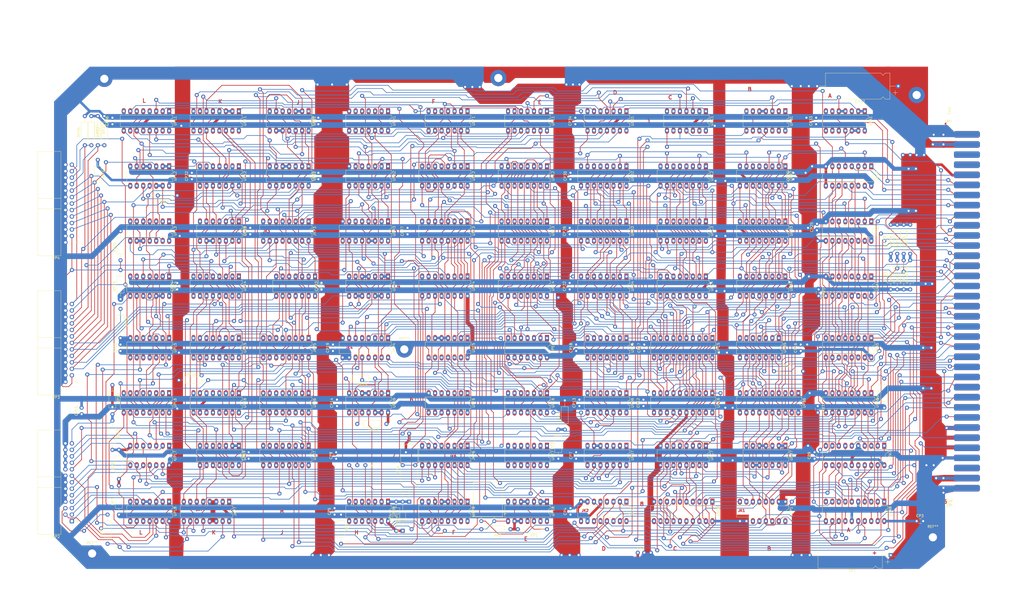
<source format=kicad_pcb>
(kicad_pcb (version 20211014) (generator pcbnew)
  (title_block (title "CPU5 Primary Board") (date "2023-11-11") (rev "A1") (company "SJSoftware"))
  (layers (0 "F.Cu" signal) (31 "B.Cu" signal) (34 "B.Paste" user) (35 "F.Paste" user) (36 "B.SilkS" user "B.Silkscreen") (37 "F.SilkS" user "F.Silkscreen") (38 "B.Mask" user) (39 "F.Mask" user) (44 "Edge.Cuts" user))
  (net 0 "")
  (net 1 "VCC")
  (net 2 "GND")
  (net 3 "Net-(CP6-Pad1)")
  (net 4 "DP3")
  (net 5 "DP2")
  (net 6 "DP5")
  (net 7 "DP4")
  (net 8 "DP1")
  (net 9 "DP0")
  (net 11 "DP7")
  (net 12 "DP6")
  (net 13 "~{READ.INR}")
  (net 14 "~{READ.DB}")
  (net 17 "F1")
  (net 18 "F0")
  (net 20 "ALU{slash}~{PROM}")
  (net 21 "F7")
  (net 22 "F3")
  (net 23 "F2")
  (net 24 "F6")
  (net 25 "F5")
  (net 26 "F4")
  (net 27 "ALU.B3")
  (net 28 "ALU.B2")
  (net 29 "ALU.B1")
  (net 30 "~{READ.ALO}")
  (net 32 "~{BUS.READY}")
  (net 33 "PHI2")
  (net 34 "~{PHI3}")
  (net 35 "PHI1")
  (net 36 "~{READ.AHI}")
  (net 37 "~{RESET1}")
  (net 38 "ALU.B0")
  (net 39 "~{BAD.PG}")
  (net 40 "R4")
  (net 41 "~{BUS.WAIT}")
  (net 42 "~{LOAD.MAR}")
  (net 43 "~{LOAD.MAP}")
  (net 44 "R2")
  (net 45 "R1")
  (net 46 "~{WRITE.RF}")
  (net 47 "BUSCLK1")
  (net 48 "R0")
  (net 49 "~{MRST}")
  (net 50 "R3")
  (net 51 "~{READ.PF}")
  (net 52 "~{RDONLY}")
  (net 53 "NOT.MEM")
  (net 54 "REG.RDONLY")
  (net 55 "DMA.REQ.Q")
  (net 56 "INT")
  (net 57 "OR3")
  (net 58 "PL23")
  (net 59 "PL33")
  (net 60 "PL22")
  (net 61 "OR2")
  (net 62 "PE")
  (net 63 "~{BUSY.Q}")
  (net 65 "PL7")
  (net 66 "PL8")
  (net 67 "PL9")
  (net 68 "R5")
  (net 69 "R7")
  (net 70 "R6")
  (net 72 "PL10")
  (net 73 "PL11")
  (net 74 "PL12")
  (net 75 "CC.L")
  (net 76 "CC.F")
  (net 77 "CC.M")
  (net 78 "CC.V")
  (net 79 "CL1")
  (net 80 "CL3")
  (net 81 "CL2")
  (net 82 "CL0")
  (net 83 "~{READ.CLR}")
  (net 84 "RDONLY")
  (net 85 "FP.DELAY")
  (net 86 "DIP.D")
  (net 87 "~{DMA.INT}")
  (net 88 "DIP.H")
  (net 89 "OPSYS")
  (net 90 "~{LOAD.SWP}")
  (net 91 "15MHz")
  (net 92 "R{slash}F")
  (net 93 "Net-(JP1-Pad3)")
  (net 94 "MAP0")
  (net 95 "MAP1")
  (net 96 "MAP2")
  (net 97 "A11")
  (net 98 "A12")
  (net 99 "A13")
  (net 100 "A14")
  (net 101 "PA14")
  (net 102 "PA13")
  (net 103 "PA12")
  (net 104 "PA11")
  (net 105 "WRITE.PF")
  (net 106 "A15")
  (net 107 "PA17")
  (net 108 "PA16")
  (net 109 "PA15")
  (net 112 "~{RDIN}")
  (net 113 "~{WTIN}")
  (net 114 "~{DRDY}")
  (net 115 "~{A12}")
  (net 116 "~{A14}")
  (net 117 "~{APRE}")
  (net 118 "~{A13}")
  (net 119 "~{INR1}")
  (net 120 "~{INR2}")
  (net 121 "~{INR3}")
  (net 122 "~{INR0}")
  (net 123 "~{A15}")
  (net 124 "~{CL0}")
  (net 125 "~{CL1}")
  (net 126 "~{CL2}")
  (net 127 "~{CL3}")
  (net 128 "~{A11}")
  (net 129 "~{PA15}")
  (net 130 "~{PA16}")
  (net 131 "~{PA17}")
  (net 133 "~{INTR}")
  (net 134 "~{PE}")
  (net 135 "~{IACK}")
  (net 139 "AB0")
  (net 140 "AB1")
  (net 141 "AB2")
  (net 142 "AB3")
  (net 143 "AB4")
  (net 144 "AB5")
  (net 145 "AB6")
  (net 146 "AB7")
  (net 147 "AB8")
  (net 148 "AB9")
  (net 149 "AB10")
  (net 150 "~{PA11}")
  (net 151 "~{PA12}")
  (net 152 "~{PA13}")
  (net 153 "~{PA14}")
  (net 154 "~{MMIO15}")
  (net 155 "DB0")
  (net 156 "DB1")
  (net 157 "DB2")
  (net 158 "DB3")
  (net 159 "DB4")
  (net 160 "DB5")
  (net 161 "DB6")
  (net 162 "DB7")
  (net 164 "BUSCLK")
  (net 166 "FP.HALT")
  (net 167 "FP.RUN")
  (net 168 "FP.V")
  (net 169 "FP.M")
  (net 170 "FP.F")
  (net 171 "FP.L")
  (net 172 "FP.MAP2")
  (net 173 "FP.MAP1")
  (net 174 "FP.MAP0")
  (net 175 "60Hz")
  (net 176 "FP.ABT")
  (net 177 "~{DMA.ACT}")
  (net 178 "~{DMA.DEV0}")
  (net 179 "~{DMA.DEV1}")
  (net 180 "~{DMA.END}")
  (net 181 "~{DMA.EN}")
  (net 182 "DMA7")
  (net 183 "~{DMA.RDRDY}")
  (net 184 "~{DMA.WTRDY}")
  (net 185 "~{DMA.START}")
  (net 186 "DMA.WRITE")
  (net 187 "~{DMA.INTR}")
  (net 188 "~{DMA.REQ}")
  (net 189 "Net-(RP1-Pad1)")
  (net 190 "Net-(RP1-Pad2)")
  (net 191 "Net-(RP5-Pad2)")
  (net 192 "Net-(RP6-Pad1)")
  (net 193 "PU16P")
  (net 194 "PU30P")
  (net 195 "A4")
  (net 196 "A5")
  (net 197 "A7")
  (net 198 "A6")
  (net 199 "A8")
  (net 200 "A9")
  (net 201 "~{ABE}")
  (net 202 "A10")
  (net 203 "MMIO15")
  (net 204 "RDIN")
  (net 205 "Net-(UPE1-Pad5)")
  (net 206 "~{RLE}")
  (net 207 "Net-(UPE1-Pad8)")
  (net 208 "WAR.TC")
  (net 209 "DMA.RDY")
  (net 210 "Net-(UPE1-Pad11)")
  (net 211 "Net-(UPE1-Pad12)")
  (net 212 "DMA.EN")
  (net 213 "Net-(UPE5-Pad10)")
  (net 214 "Net-(UPE6-Pad10)")
  (net 215 "Net-(UPH6-Pad12)")
  (net 216 "Net-(UPA1-Pad4)")
  (net 220 "Net-(UPA1-Pad12)")
  (net 221 "A0")
  (net 222 "A1")
  (net 223 "A3")
  (net 224 "A2")
  (net 225 "~{DBE}")
  (net 227 "~{LOAD.DBR}")
  (net 229 "END.R{slash}~{W}")
  (net 231 "BUSY")
  (net 232 "Net-(UPB1-Pad4)")
  (net 233 "Net-(UPB1-Pad6)")
  (net 234 "Net-(UPB1-Pad8)")
  (net 235 "~{REG}")
  (net 238 "U{slash}~{D}")
  (net 239 "Net-(UPB2-Pad2)")
  (net 240 "Net-(UPB2-Pad3)")
  (net 241 "Net-(UPB2-Pad4)")
  (net 242 "Net-(UPB2-Pad5)")
  (net 243 "Net-(UPB2-Pad6)")
  (net 244 "Net-(UPB2-Pad7)")
  (net 245 "Net-(UPB2-Pad15)")
  (net 246 "Net-(UPB3-Pad2)")
  (net 247 "Net-(UPB3-Pad3)")
  (net 248 "Net-(UPB3-Pad4)")
  (net 249 "Net-(UPB3-Pad5)")
  (net 250 "Net-(UPB3-Pad6)")
  (net 251 "Net-(UPB3-Pad7)")
  (net 252 "~{LOAD.ALO}")
  (net 253 "Net-(UPB3-Pad15)")
  (net 254 "Net-(UPB5-Pad12)")
  (net 255 "Net-(UPB7-Pad1)")
  (net 256 "Net-(UPB7-Pad4)")
  (net 257 "Net-(UPB7-Pad10)")
  (net 259 "BUS.READY")
  (net 262 "Net-(UPC2-Pad3)")
  (net 263 "Net-(UPC2-Pad4)")
  (net 264 "Net-(UPC2-Pad5)")
  (net 265 "Net-(UPC2-Pad6)")
  (net 266 "Net-(UPC2-Pad15)")
  (net 267 "Net-(UPC3-Pad3)")
  (net 268 "Net-(UPC3-Pad4)")
  (net 269 "Net-(UPC3-Pad5)")
  (net 270 "Net-(UPC3-Pad6)")
  (net 271 "Net-(UPC3-Pad15)")
  (net 272 "~{PROME}")
  (net 273 "~{RD}")
  (net 274 "Net-(UPD1-Pad6)")
  (net 275 "Net-(UPD1-Pad8)")
  (net 276 "~{WT}")
  (net 277 "Net-(UPD2-Pad3)")
  (net 278 "Net-(UPD2-Pad4)")
  (net 279 "Net-(UPD2-Pad5)")
  (net 280 "Net-(UPD2-Pad6)")
  (net 281 "Net-(UPD2-Pad15)")
  (net 282 "Net-(UPD3-Pad3)")
  (net 283 "Net-(UPD3-Pad4)")
  (net 284 "Net-(UPD3-Pad5)")
  (net 285 "Net-(UPD3-Pad6)")
  (net 286 "~{LOAD.AHI}")
  (net 287 "Net-(UPD3-Pad15)")
  (net 288 "PE.EN")
  (net 293 "Net-(UPD6-Pad8)")
  (net 294 "Net-(UPD6-Pad12)")
  (net 298 "Net-(UPD7-Pad4)")
  (net 299 "INT.EN")
  (net 300 "Net-(UPD7-Pad10)")
  (net 301 "Net-(UPD7-Pad13)")
  (net 302 "Net-(UPE2-Pad3)")
  (net 303 "Net-(UPE2-Pad4)")
  (net 304 "Net-(UPE2-Pad5)")
  (net 305 "Net-(UPE2-Pad6)")
  (net 306 "~{MAR.TC}")
  (net 307 "Net-(UPE3-Pad3)")
  (net 308 "Net-(UPE3-Pad4)")
  (net 309 "Net-(UPE3-Pad5)")
  (net 310 "Net-(UPE3-Pad6)")
  (net 311 "Net-(UPE3-Pad15)")
  (net 312 "Net-(UPE5-Pad1)")
  (net 313 "Net-(UPE5-Pad4)")
  (net 314 "Net-(UPE5-Pad13)")
  (net 315 "Net-(UPE6-Pad2)")
  (net 316 "Net-(UPE6-Pad6)")
  (net 317 "Net-(UPE6-Pad8)")
  (net 318 "IACK")
  (net 322 "~{INC.DMA}")
  (net 323 "~{BUSY}")
  (net 326 "Net-(UPF1-Pad8)")
  (net 327 "DMA.ACT")
  (net 328 "PHI4")
  (net 329 "~{INC.MAR}")
  (net 330 "~{INC.WAR}")
  (net 331 "~{STATE1.EN}")
  (net 332 "DMA.DEV0")
  (net 333 "DMA.DEV1")
  (net 334 "TIMER.EN")
  (net 335 "RUN")
  (net 336 "~{TIMER.RESET}")
  (net 337 "ABT")
  (net 338 "~{STATE2.EN}")
  (net 339 "Net-(UPF6-Pad13)")
  (net 340 "BUSCLK2")
  (net 341 "Net-(UPF6-Pad5)")
  (net 342 "Net-(UPF6-Pad6)")
  (net 345 "Net-(UPF6-Pad10)")
  (net 346 "~{WRITE.PF}")
  (net 347 "~{DMA.RESET}")
  (net 358 "Net-(UPH2-Pad5)")
  (net 362 "DMA.END")
  (net 372 "Net-(UPJ1-Pad1)")
  (net 373 "DMA.CLK")
  (net 374 "DMA.READ")
  (net 375 "~{DMA.RD}")
  (net 376 "PHI5")
  (net 377 "DMA.START")
  (net 378 "Net-(UPJ2-Pad6)")
  (net 379 "Net-(UPJ2-Pad8)")
  (net 380 "Net-(UPJ4-Pad6)")
  (net 381 "Net-(UPJ4-Pad8)")
  (net 382 "Net-(UPJ4-Pad9)")
  (net 392 "~{BUS.RD}")
  (net 393 "Net-(UPK2-Pad5)")
  (net 396 "~{DMA.PE}")
  (net 397 "Net-(UPK3-Pad3)")
  (net 398 "Net-(UPK3-Pad5)")
  (net 399 "Net-(UPK3-Pad6)")
  (net 400 "~{BUS.WT}")
  (net 401 "Net-(UPK3-Pad11)")
  (net 402 "~{INTR.Q}")
  (net 403 "~{DMA.REQ.Q}")
  (net 406 "DMAE.Q")
  (net 407 "DMAE")
  (net 408 "~{DMA.INT.Q}")
  (net 409 "Net-(UPK4-Pad13)")
  (net 410 "Net-(UPK4-Pad15)")
  (net 415 "Net-(UPK7-Pad9)")
  (net 421 "Net-(UPL3-Pad10)")
  (net 422 "Net-(UPL4-Pad8)")
  (net 443 "Net-(JP1-Pad1)")
  (net 450 "Net-(UPJ6-Pad10)")
  (footprint "Custom:DIP-20_W7.62mm_cent_padsonly" (layer "F.Cu") (at 286.0675 167.64 -90)
    (fp_text reference "UPC6")
    (fp_text value "74LS208")
  )
  (footprint "Custom:DIP-16_W7.62mm_cent_socket_ud" (layer "F.Cu") (at 96.8475 210.195 -90)
    (fp_text reference "JKP7")
    (fp_text value "Conn_02x08_Counter_Clockwise" hide)
  )
  (footprint "Custom:DIP-20_W7.62mm_cent_padsonly" (layer "F.Cu") (at 286.0675 146.05 -90)
    (fp_text reference "UPC5")
    (fp_text value "74LS208")
  )
  (footprint "Custom:C_Disc_D3.0mm_W1.6mm_P2.54mm" (layer "F.Cu") (at 233.9975 172.72 90)
    (fp_text reference "CP13")
    (fp_text value "100nF")
  )
  (footprint "MountingHole:MountingHole_3.2mm_M3_Pad" (layer "F.Cu") (at 43.18 230.505)
    (fp_text reference "REF**")
    (fp_text value "MountingHole_3.2mm_M3_Pad" hide)
  )
  (footprint "Custom:C_Disc_D3.0mm_W1.6mm_P2.54mm" (layer "F.Cu") (at 327.025 103.8225 90)
    (fp_text reference "CP25")
    (fp_text value "100nF")
  )
  (footprint "Custom:DIP-14_W7.62mm_cent" (layer "F.Cu") (at 73.3425 188.2775 -90)
    (fp_text reference "UPL7")
    (fp_text value "74LS04")
  )
  (footprint "Custom:DIP-16_W7.62mm_cent" (layer "F.Cu") (at 283.5275 121.92 -90)
    (fp_text reference "UPC4")
    (fp_text value "74LS157")
  )
  (footprint "Custom:DIP-14_W7.62mm_cent" (layer "F.Cu") (at 159.0675 167.64 -90)
    (fp_text reference "UPH6")
    (fp_text value "7438")
  )
  (footprint "Custom:R_Axial_DIN0207_L6.3mm_D2.5mm_P11.43mm_Horizontal" (layer "F.Cu") (at 54.2925 130.81 90)
    (fp_text reference "RP20")
    (fp_text value "220R")
  )
  (footprint "Custom:DIP-14_W7.62mm_cent_padsonly" (layer "F.Cu") (at 221.2975 188.2775 -90)
    (fp_text reference "UPE7")
    (fp_text value "Conn_02x07_Counter_Clockwise" hide)
  )
  (footprint "Custom:C_Disc_D3.0mm_W1.6mm_P2.54mm" (layer "F.Cu") (at 232.41 62.23 90)
    (fp_text reference "CP34")
    (fp_text value "100nF")
  )
  (footprint "MountingHole:MountingHole_3.2mm_M3_Pad" (layer "F.Cu") (at 366.0775 50.8)
    (fp_text reference "REF**" hide)
    (fp_text value "MountingHole_3.2mm_M3_Pad" hide)
  )
  (footprint "Custom:DIP-14_W7.62mm_cent" (layer "F.Cu") (at 100.6475 188.2775 -90)
    (fp_text reference "UPK7")
    (fp_text value "74LS10")
  )
  (footprint "Custom:C_Disc_D3.0mm_W1.6mm_P2.54mm" (layer "F.Cu") (at 76.5175 127 90)
    (fp_text reference "CP24")
    (fp_text value "100nF")
  )
  (footprint "Custom:R_Axial_DIN0207_L6.3mm_D2.5mm_P11.43mm_Horizontal" (layer "F.Cu") (at 363.5375 127 90)
    (fp_text reference "RP21")
    (fp_text value "220R")
  )
  (footprint "Custom:DIP-14_W7.62mm_cent" (layer "F.Cu") (at 221.2975 57.15 -90)
    (fp_text reference "UPE1")
    (fp_text value "74LS00")
  )
  (footprint "Custom:C_Disc_D3.0mm_W1.6mm_P2.54mm" (layer "F.Cu") (at 133.0325 127 90)
    (fp_text reference "CP23")
    (fp_text value "100nF")
  )
  (footprint "Custom:C_Disc_D3.0mm_W1.6mm_P2.54mm" (layer "F.Cu") (at 317.8175 83.82 90)
    (fp_text reference "CP29")
    (fp_text value "100nF")
  )
  (footprint "Custom:DIP-16_W7.62mm_cent" (layer "F.Cu") (at 314.6425 121.92 -90)
    (fp_text reference "UPB4")
    (fp_text value "74LS157")
  )
  (footprint "Custom:C_Disc_D3.0mm_W1.6mm_P2.54mm" (layer "F.Cu") (at 232.7275 193.3575 90)
    (fp_text reference "CP7")
    (fp_text value "100nF")
  )
  (footprint "Custom:Crystal_HC49-U_Horizontal_P5.08mm" (layer "F.Cu") (at 200.66 217.805 180)
    (fp_text reference "Y1")
    (fp_text value "Crystal")
  )
  (footprint "Custom:R_Axial_DIN0207_L6.3mm_D2.5mm_P11.43mm_Horizontal" (layer "F.Cu") (at 53.6575 201.295 90)
    (fp_text reference "RP8")
    (fp_text value "330R")
  )
  (footprint "Custom:R_Axial_DIN0207_L6.3mm_D2.5mm_P11.43mm_Horizontal" (layer "F.Cu") (at 221.2975 220.98 180)
    (fp_text reference "RP1")
    (fp_text value "560R")
  )
  (footprint "Custom:DIP-16_W7.62mm_cent" (layer "F.Cu") (at 73.3425 167.64 -90)
    (fp_text reference "UPL6")
    (fp_text value "74LS138")
  )
  (footprint "Custom:DIP-16_W7.62mm_cent" (layer "F.Cu") (at 190.1825 78.74 -90)
    (fp_text reference "UPF2")
    (fp_text value "74LS157")
  )
  (footprint "Custom:DIP-20_W7.62mm_cent_socketchip" (layer "F.Cu") (at 286.0675 210.185 -90)
    (fp_text reference "UPC8")
    (fp_text value "6309")
  )
  (footprint "Custom:R_Axial_DIN0207_L6.3mm_D2.5mm_P11.43mm_Horizontal" (layer "F.Cu") (at 225.7425 193.3575 90)
    (fp_text reference "RP9")
    (fp_text value "220R")
  )
  (footprint "Custom:DIP-16_W7.62mm_cent" (layer "F.Cu") (at 348.2975 100.33 -90)
    (fp_text reference "UPA3")
    (fp_text value "DS8835")
  )
  (footprint "Custom:BUS_EE200" (layer "F.Cu") (at 381.315 66.228 -90)
    (fp_text reference "PP1")
    (fp_text value "Edge Connector")
  )
  (footprint "Custom:Pads_1x03_P3.18mm" (layer "F.Cu") (at 150.1775 195.8975 -90)
    (fp_text reference "JP1")
    (fp_text value "Jumper_3_Bridged12" hide)
  )
  (footprint "Custom:C_Disc_D3.0mm_W1.6mm_P2.54mm" (layer "F.Cu") (at 82.2325 83.82 90)
    (fp_text reference "CP32")
    (fp_text value "100nF")
  )
  (footprint "Custom:DIP-16_W7.62mm_cent" (layer "F.Cu") (at 100.6475 121.92 -90)
    (fp_text reference "UPK4")
    (fp_text value "74LS174")
  )
  (footprint "Custom:R_Axial_DIN0207_L6.3mm_D2.5mm_P11.43mm_Horizontal" (layer "F.Cu") (at 228.2825 181.9275 90)
    (fp_text reference "RP11")
    (fp_text value "330R")
  )
  (footprint "Custom:R_Axial_DIN0207_L6.3mm_D2.5mm_P11.43mm_Horizontal" (layer "F.Cu") (at 158.4325 179.705 180)
    (fp_text reference "RP12")
    (fp_text value "220R")
  )
  (footprint "Custom:DIP-16_W7.62mm_cent" (layer "F.Cu") (at 100.6475 146.05 -90)
    (fp_text reference "UPK5")
    (fp_text value "74LS153")
  )
  (footprint "Custom:C_Disc_D3.0mm_W1.6mm_P2.54mm" (layer "F.Cu") (at 259.08 172.72 90)
    (fp_text reference "CP12")
    (fp_text value "100nF")
  )
  (footprint "Custom:R_Axial_DIN0207_L6.3mm_D2.5mm_P11.43mm_Horizontal" (layer "F.Cu") (at 310.1975 159.0675)
    (fp_text reference "RP17")
    (fp_text value "330R")
  )
  (footprint "Custom:C_Disc_D3.0mm_W1.6mm_P2.54mm" (layer "F.Cu") (at 131.7625 62.23 90)
    (fp_text reference "CP35")
    (fp_text value "100nF")
  )
  (footprint "Custom:DIP-16_W7.62mm_cent_socket_ud" (layer "F.Cu") (at 127.9525 100.33 -90)
    (fp_text reference "JKP3")
    (fp_text value "Conn_02x08_Counter_Clockwise" hide)
  )
  (footprint "Custom:C_Disc_D3.0mm_W1.6mm_P2.54mm" (layer "F.Cu") (at 256.8575 230.1875)
    (fp_text reference "CP2")
    (fp_text value "100nF")
  )
  (footprint "Custom:DIP-14_W7.62mm_cent" (layer "F.Cu") (at 221.2975 146.05 -90)
    (fp_text reference "UPE5")
    (fp_text value "74LS02")
  )
  (footprint "Custom:C_Disc_D3.0mm_W1.6mm_P2.54mm" (layer "F.Cu") (at 232.7275 151.13 90)
    (fp_text reference "CP18")
    (fp_text value "100nF")
  )
  (footprint "Custom:IDC-Header_2x13_P2.54mm_Horizontal_TB" (layer "F.Cu") (at 35.2425 163.195 180)
    (fp_text reference "PP3")
    (fp_text value "Connector")
  )
  (footprint "Custom:DIP-14_W7.62mm_cent" (layer "F.Cu") (at 221.2975 210.17 -90)
    (fp_text reference "UPE8")
    (fp_text value "7437")
  )
  (footprint "Custom:R_Axial_DIN0207_L6.3mm_D2.5mm_P11.43mm_Horizontal" (layer "F.Cu") (at 140.6525 215.265 -90)
    (fp_text reference "RP5")
    (fp_text value "1k")
  )
  (footprint "Custom:C_Disc_D3.0mm_W1.6mm_P2.54mm" (layer "F.Cu") (at 54.2925 151.13 90)
    (fp_text reference "CP20")
    (fp_text value "100nF")
  )
  (footprint "Custom:DIP-16_W7.62mm_cent" (layer "F.Cu") (at 314.6425 100.33 -90)
    (fp_text reference "UPB3")
    (fp_text value "74LS669")
  )
  (footprint "Custom:R_Axial_DIN0207_L6.3mm_D2.5mm_P11.43mm_Horizontal" (layer "F.Cu") (at 207.01 220.98 180)
    (fp_text reference "RP2")
    (fp_text value "560R")
  )
  (footprint "Custom:DIP-14_W7.62mm_cent" (layer "F.Cu") (at 130.4925 121.92 -90)
    (fp_text reference "UPJ4")
    (fp_text value "74LS00")
  )
  (footprint "Custom:DIP-14_W7.62mm_cent" (layer "F.Cu") (at 127.9525 57.15 -90)
    (fp_text reference "UPJ1")
    (fp_text value "74LS10")
  )
  (footprint "MountingHole:MountingHole_3.2mm_M3_Pad" (layer "F.Cu") (at 47.9425 44.45)
    (fp_text reference "REF**" hide)
    (fp_text value "MountingHole_3.2mm_M3_Pad" hide)
  )
  (footprint "Custom:C_Disc_D3.0mm_W1.6mm_P2.54mm" (layer "F.Cu") (at 259.3975 151.13 90)
    (fp_text reference "CP17")
    (fp_text value "100nF")
  )
  (footprint "Custom:DIP-14_W7.62mm_cent" (layer "F.Cu") (at 159.0675 57.135 -90)
    (fp_text reference "UPH1")
    (fp_text value "74LS02")
  )
  (footprint "Custom:DIP-16_W7.62mm_cent" (layer "F.Cu") (at 100.6475 167.64 -90)
    (fp_text reference "UPK6")
    (fp_text value "74LS669")
  )
  (footprint "Custom:DIP-16_W7.62mm_cent" (layer "F.Cu") (at 348.2975 146.05 -90)
    (fp_text reference "UPA5")
    (fp_text value "DS8835")
  )
  (footprint "Custom:DIP-14_W7.62mm_cent" (layer "F.Cu") (at 221.2975 167.64 -90)
    (fp_text reference "UPE6")
    (fp_text value "74LS04")
  )
  (footprint "Custom:C_Disc_D3.0mm_W1.6mm_P2.54mm" (layer "F.Cu") (at 230.505 215.265 90)
    (fp_text reference "CP4")
    (fp_text value "100nF")
  )
  (footprint "Custom:C_Disc_D3.0mm_W1.6mm_P2.54mm" (layer "F.Cu") (at 320.675 151.13 90)
    (fp_text reference "CP16")
    (fp_text value "100nF")
  )
  (footprint "Custom:DIP-16_W7.62mm_cent" (layer "F.Cu") (at 252.4125 100.33 -90)
    (fp_text reference "UPD3")
    (fp_text value "74LS669")
  )
  (footprint "Custom:DIP-14_W7.62mm_cent" (layer "F.Cu") (at 73.3425 78.74 -90)
    (fp_text reference "UPL2")
    (fp_text value "7437")
  )
  (footprint "Custom:R_Axial_DIN0207_L6.3mm_D2.5mm_P11.43mm_Horizontal" (layer "F.Cu") (at 360.9975 127 90)
    (fp_text reference "RP22")
    (fp_text value "220R")
  )
  (footprint "Custom:R_Axial_DIN0207_L6.3mm_D2.5mm_P11.43mm_Horizontal" (layer "F.Cu") (at 45.4025 59.055 -90)
    (fp_text reference "RP33")
    (fp_text value "220R")
  )
  (footprint "Custom:R_Axial_DIN0207_L6.3mm_D2.5mm_P11.43mm_Horizontal" (layer "F.Cu") (at 76.5175 90.17 180)
    (fp_text reference "RP30")
    (fp_text value "1k")
  )
  (footprint "Custom:CP_Axial_L25.0mm_D10.0mm_P31.75mm_Horizontal" (layer "F.Cu") (at 355.9175 231.14 180)
    (fp_text reference "CP1")
    (fp_text value "150uF")
  )
  (footprint "Custom:DIP-16_W7.62mm_cent" (layer "F.Cu") (at 283.5275 100.33 -90)
    (fp_text reference "UPC3")
    (fp_text value "74LS669")
  )
  (footprint "Custom:DIP-16_W7.62mm_cent_socket_ud" (layer "F.Cu") (at 314.6425 210.185 -90)
    (fp_text reference "JKP1")
    (fp_text value "Conn_02x08_Counter_Clockwise" hide)
  )
  (footprint "Custom:DIP-16_W7.62mm_cent" (layer "F.Cu") (at 283.5275 78.74 -90)
    (fp_text reference "UPC2")
    (fp_text value "74LS669")
  )
  (footprint "Custom:DIP-14_W7.62mm_cent" (layer "F.Cu") (at 252.4125 57.15 -90)
    (fp_text reference "UPD1")
    (fp_text value "74LS74")
  )
  (footprint "Custom:C_Disc_D3.0mm_W1.6mm_P2.54mm" (layer "F.Cu") (at 139.065 172.72 90)
    (fp_text reference "CP14")
    (fp_text value "100nF")
  )
  (footprint "Custom:DIP-16_W7.62mm_cent" (layer "F.Cu") (at 190.1825 210.185 -90)
    (fp_text reference "UPF8")
    (fp_text value "74LS138")
  )
  (footprint "Custom:DIP-16_W7.62mm_cent" (layer "F.Cu") (at 100.6475 57.15 -90)
    (fp_text reference "UPK1")
    (fp_text value "74120")
  )
  (footprint "Custom:R_Axial_DIN0207_L6.3mm_D2.5mm_P11.43mm_Horizontal" (layer "F.Cu") (at 360.9975 113.03 90)
    (fp_text reference "RP27")
    (fp_text value "330R")
  )
  (footprint "Custom:R_Axial_DIN0207_L6.3mm_D2.5mm_P11.43mm_Horizontal" (layer "F.Cu") (at 162.2425 221.615 90)
    (fp_text reference "RP4")
    (fp_text value "10k")
  )
  (footprint "Custom:R_Axial_DIN0207_L6.3mm_D2.5mm_P11.43mm_Horizontal" (layer "F.Cu") (at 54.2925 134.62 -90)
    (fp_text reference "RP18")
    (fp_text value "330R")
  )
  (footprint "Custom:R_Axial_DIN0207_L6.3mm_D2.5mm_P11.43mm_Horizontal" (layer "F.Cu") (at 47.9425 70.485 90)
    (fp_text reference "RP32")
    (fp_text value "330R")
  )
  (footprint "Custom:R_Axial_DIN0207_L6.3mm_D2.5mm_P11.43mm_Horizontal" (layer "F.Cu") (at 358.4575 113.03 90)
    (fp_text reference "RP28")
    (fp_text value "330R")
  )
  (footprint "Custom:C_Disc_D3.0mm_W1.6mm_P2.54mm" (layer "F.Cu") (at 230.1875 105.41 90)
    (fp_text reference "CP26")
    (fp_text value "100nF")
  )
  (footprint "Custom:C_Disc_D3.0mm_W1.6mm_P2.54mm" (layer "F.Cu") (at 39.0525 175.895 90)
    (fp_text reference "CP15")
    (fp_text value "100nF")
  )
  (footprint "Custom:R_Axial_DIN0207_L6.3mm_D2.5mm_P11.43mm_Horizontal" (layer "F.Cu") (at 363.5375 113.03 90)
    (fp_text reference "RP26")
    (fp_text value "330R")
  )
  (footprint "Connector_Pin:Pin_D1.0mm_L10.0mm" (layer "F.Cu") (at 100.0125 90.17)
    (fp_text reference "REF**" hide)
    (fp_text value "Pin_D1.0mm_L10.0mm" hide)
  )
  (footprint "Custom:DIP-14_W7.62mm_cent" (layer "F.Cu") (at 73.3425 146.05 -90)
    (fp_text reference "UPL5")
    (fp_text value "74LS74")
  )
  (footprint "Custom:DIP-16_W7.62mm_cent" (layer "F.Cu") (at 348.2975 121.92 -90)
    (fp_text reference "UPA4")
    (fp_text value "DS8835")
  )
  (footprint "Custom:R_Axial_DIN0207_L6.3mm_D2.5mm_P11.43mm_Horizontal" (layer "F.Cu") (at 358.4575 127 90)
    (fp_text reference "RP23")
    (fp_text value "220R")
  )
  (footprint "Custom:DIP-16_W7.62mm_cent" (layer "F.Cu") (at 159.0675 100.33 -90)
    (fp_text reference "UPH3")
    (fp_text value "74LS109")
  )
  (footprint "Custom:DIP-16_W7.62mm_cent" (layer "F.Cu") (at 348.2975 167.64 -90)
    (fp_text reference "UPA6")
    (fp_text value "DS8835")
  )
  (footprint "Custom:DIP-16_W7.62mm_cent" (layer "F.Cu") (at 73.3425 57.15 -90)
    (fp_text reference "UPL1")
    (fp_text value "74120")
  )
  (footprint "MountingHole:MountingHole_2.7mm_M2.5" (layer "F.Cu") (at 374.9675 42.8625)
    (fp_text reference "REF**" hide)
    (fp_text value "MountingHole_2.7mm_M2.5" hide)
  )
  (footprint "Custom:DIP-16_W7.62mm_cent" (layer "F.Cu") (at 221.2975 121.92 -90)
    (fp_text reference "UPE4")
    (fp_text value "74LS157")
  )
  (footprint "Custom:DIP-16_W7.62mm_cent_socket_ud" (layer "F.Cu") (at 127.9525 146.05 -90)
    (fp_text reference "JKP5")
    (fp_text value "Conn_02x08_Counter_Clockwise" hide)
  )
  (footprint "Custom:DIP-14_W7.62mm_cent" (layer "F.Cu") (at 73.3425 100.33 -90)
    (fp_text reference "UPL3")
    (fp_text value "74LS04")
  )
  (footprint "Custom:R_Axial_DIN0207_L6.3mm_D2.5mm_P11.43mm_Horizontal" (layer "F.Cu") (at 49.2125 226.695 90)
    (fp_text reference "RP6")
    (fp_text value "220R")
  )
  (footprint "Custom:C_Disc_D3.0mm_W1.6mm_P2.54mm" (layer "F.Cu") (at 327.3425 172.72 -90)
    (fp_text reference "CP11")
    (fp_text value "100nF")
  )
  (footprint "Custom:DIP-14_W7.62mm_cent" (layer "F.Cu") (at 314.6425 188.2625 -90)
    (fp_text reference "UPB7")
    (fp_text value "7437")
  )
  (footprint "MountingHole:MountingHole_3.2mm_M3_Pad" (layer "F.Cu") (at 372.4275 224.155)
    (fp_text reference "REF**")
    (fp_text value "MountingHole_3.2mm_M3_Pad" hide)
  )
  (footprint "Custom:R_Axial_DIN0207_L6.3mm_D2.5mm_P11.43mm_Horizontal" (layer "F.Cu") (at 353.3775 173.355 90)
    (fp_text reference "RP14")
    (fp_text value "220R")
  )
  (footprint "Custom:DIP-14_W7.62mm_cent" (layer "F.Cu") (at 100.6475 78.74 -90)
    (fp_text reference "UPK2")
    (fp_text value "74LS74")
  )
  (footprint "Custom:DIP-14_W7.62mm_cent" (layer "F.Cu") (at 283.5275 57.15 -90)
    (fp_text reference "UPC1")
    (fp_text value "74LS74")
  )
  (footprint "Custom:DIP-20_W7.62mm_cent_socketchip" (layer "F.Cu") (at 353.3725 188.2775 -90)
    (fp_text reference "UPA7")
    (fp_text value "AM2907")
  )
  (footprint "Custom:DIP-20_W7.62mm_cent" (layer "F.Cu") (at 319.7225 167.64 -90)
    (fp_text reference "UPB6")
    (fp_text value "74LS240")
  )
  (footprint "Custom:R_Axial_DIN0207_L6.3mm_D2.5mm_P11.43mm_Horizontal" (layer "F.Cu") (at 77.1525 162.56)
    (fp_text reference "RP16")
    (fp_text value "1k")
  )
  (footprint "MountingHole:MountingHole_2.7mm_M2.5" (layer "F.Cu") (at 32.0675 233.3625)
    (fp_text reference "REF**" hide)
    (fp_text value "MountingHole_2.7mm_M2.5" hide)
  )
  (footprint "Custom:DIP-16_W7.62mm_cent" (layer "F.Cu") (at 221.2975 100.33 -90)
    (fp_text reference "UPE3")
    (fp_text value "74LS669")
  )
  (footprint "MountingHole:MountingHole_2.7mm_M2.5" (layer "F.Cu") (at 374.3325 232.7275)
    (fp_text reference "REF**" hide)
    (fp_text value "MountingHole_2.7mm_M2.5" hide)
  )
  (footprint "Custom:C_Disc_D3.0mm_W1.6mm_P2.54mm" (layer "F.Cu") (at 326.0725 193.3575 90)
    (fp_text reference "CP9")
    (fp_text value "100nF")
  )
  (footprint "Custom:DIP-14_W7.62mm_cent" (layer "F.Cu") (at 314.6425 57.15 -90)
    (fp_text reference "UPB1")
    (fp_text value "74LS04")
  )
  (footprint "Custom:DIP-16_W7.62mm_cent_socket_ud" (layer "F.Cu") (at 252.4125 210.185 -90)
    (fp_text reference "JKP2")
    (fp_text value "Conn_02x08_Counter_Clockwise" hide)
  )
  (footprint "Custom:C_Disc_D3.0mm_W1.6mm_P2.54mm" (layer "F.Cu") (at 366.0775 217.805)
    (fp_text reference "CP3")
    (fp_text value "100nF")
  )
  (footprint "Custom:C_Disc_D3.0mm_W1.6mm_P2.54mm" (layer "F.Cu") (at 327.66 127 -90)
    (fp_text reference "CP21")
    (fp_text value "100nF")
  )
  (footprint "Custom:DIP-16_W7.62mm_cent_padsonly" (layer "F.Cu") (at 127.9525 167.64 -90)
    (fp_text reference "UPJ6")
    (fp_text value "Conn_02x08_Counter_Clockwise" hide)
  )
  (footprint "Custom:DIP-16_W7.62mm_cent" (layer "F.Cu") (at 190.1825 100.33 -90)
    (fp_text reference "UPF3")
    (fp_text value "74LS259")
  )
  (footprint "Custom:R_Axial_DIN0207_L6.3mm_D2.5mm_P11.43mm_Horizontal" (layer "F.Cu") (at 51.1175 164.465 -90)
    (fp_text reference "RP13")
    (fp_text value "220R")
  )
  (footprint "Custom:C_Disc_D3.0mm_W1.6mm_P2.54mm" (layer "F.Cu") (at 326.7075 62.23 90)
    (fp_text reference "CP33")
    (fp_text value "100nF")
  )
  (footprint "Custom:DIP-14_W7.62mm_cent" (layer "F.Cu") (at 100.6475 100.33 -90)
    (fp_text reference "UPK3")
    (fp_text value "74LS00")
  )
  (footprint "Custom:DIP-14_W7.62mm_cent" (layer "F.Cu") (at 252.4125 146.05 -90)
    (fp_text reference "UPD5")
    (fp_text value "74LS30")
  )
  (footprint "Custom:R_Axial_DIN0207_L6.3mm_D2.5mm_P11.43mm_Horizontal" (layer "F.Cu") (at 153.9875 161.925 180)
    (fp_text reference "RP15")
    (fp_text value "330R")
  )
  (footprint "Custom:DIP-14_W7.62mm_cent" (layer "F.Cu") (at 312.1025 146.05 -90)
    (fp_text reference "UPB5")
    (fp_text value "74LS04")
  )
  (footprint "Custom:C_Disc_D3.0mm_W1.6mm_P2.54mm" (layer "F.Cu") (at 105.0925 105.39 90)
    (fp_text reference "CP28")
    (fp_text value "100nF")
  )
  (footprint "Custom:DIP-14_W7.62mm_cent" (layer "F.Cu") (at 127.9525 78.74 -90)
    (fp_text reference "UPJ2")
    (fp_text value "74LS20")
  )
  (footprint "Custom:DIP-14_W7.62mm_cent" (layer "F.Cu") (at 190.1825 57.15 -90)
    (fp_text reference "UPF1")
    (fp_text value "74LS04")
  )
  (footprint "Custom:DIP-14_W7.62mm_cent" (layer "F.Cu") (at 159.0675 78.74 -90)
    (fp_text reference "UPH2")
    (fp_text value "74LS74")
  )
  (footprint "Custom:R_Axial_DIN0207_L6.3mm_D2.5mm_P11.43mm_Horizontal" (layer "F.Cu") (at 42.8625 59.055 -90)
    (fp_text reference "RP34")
    (fp_text value "220R")
  )
  (footprint "Custom:DIP-14_W7.62mm_cent" (layer "F.Cu") (at 252.4125 188.2775 -90)
    (fp_text reference "UPD7")
    (fp_text value "74LS02")
  )
  (footprint "Custom:R_Axial_DIN0207_L6.3mm_D2.5mm_P11.43mm_Horizontal" (layer "F.Cu") (at 355.9175 127 90)
    (fp_text reference "RP24")
    (fp_text value "220R")
  )
  (footprint "Custom:C_Disc_D3.0mm_W1.6mm_P2.54mm" (layer "F.Cu") (at 138.7475 193.3575 90)
    (fp_text reference "CP8")
    (fp_text value "100nF")
  )
  (footprint "Custom:R_Axial_DIN0207_L6.3mm_D2.5mm_P11.43mm_Horizontal" (layer "F.Cu") (at 54.2925 115.57 90)
    (fp_text reference "RP25")
    (fp_text value "330R")
  )
  (footprint "Custom:DIP-16_W7.62mm_cent" (layer "F.Cu") (at 252.4125 78.74 -90)
    (fp_text reference "UPD2")
    (fp_text value "74LS669")
  )
  (footprint "Custom:DIP-20_W7.62mm_cent_socketchip" (layer "F.Cu") (at 353.3725 210.17 -90)
    (fp_text reference "UPA8")
    (fp_text value "AM2907")
  )
  (footprint "Custom:R_Axial_DIN0207_L6.3mm_D2.5mm_P11.43mm_Horizontal" (layer "F.Cu") (at 51.1175 178.435 -90)
    (fp_text reference "RP10")
    (fp_text value "330R")
  )
  (footprint "Custom:DIP-16_W7.62mm_cent" (layer "F.Cu") (at 314.6425 78.74 -90)
    (fp_text reference "UPB2")
    (fp_text value "74LS669")
  )
  (footprint "Custom:CP_Axial_L18.0mm_D6.5mm_P26.67mm_Horizontal" (layer "F.Cu") (at 167.3225 210.185 90)
    (fp_text reference "CP6")
    (fp_text value "10uF")
  )
  (footprint "Custom:DIP-14_W7.62mm_cent" (layer "F.Cu") (at 252.4125 167.64 -90)
    (fp_text reference "UPD6")
    (fp_text value "74LS10")
  )
  (footprint "Custom:CP_Axial_L25.0mm_D10.0mm_P31.75mm_Horizontal" (layer "F.Cu") (at 358.8525 47.3075 180)
    (fp_text reference "CP37")
    (fp_text value "150uF")
  )
  (footprint "Custom:DIP-14_W7.62mm_cent" (layer "F.Cu") (at 190.1825 167.64 -90)
    (fp_text reference "UPF6")
    (fp_text value "74LS04")
  )
  (footprint "Custom:DIP-14_W7.62mm_cent" (layer "F.Cu") (at 345.7575 57.15 -90)
    (fp_text reference "UPA1")
    (fp_text value "7438")
  )
  (footprint "Custom:DIP-16_W7.62mm_cent" (layer "F.Cu") (at 190.1825 121.92 -90)
    (fp_text reference "UPF4")
    (fp_text value "74LS259")
  )
  (footprint "Custom:DIP-16_W7.62mm_cent_socket_ud" (layer "F.Cu") (at 190.1825 188.2775 -90)
    (fp_text reference "JKP6")
    (fp_text value "Conn_02x08_Counter_Clockwise" hide)
  )
  (footprint "Custom:DIP-16_W7.62mm_cent" (layer "F.Cu") (at 252.4125 121.92 -90)
    (fp_text reference "UPD4")
    (fp_text value "74LS157")
  )
  (footprint "Custom:D_DO-35_SOD27_P11.43mm_Horizontal" (layer "F.Cu") (at 164.7825 221.615 90)
    (fp_text reference "CRP1")
    (fp_text value "1N4148")
  )
  (footprint "Custom:C_Disc_D3.0mm_W1.6mm_P2.54mm" (layer "F.Cu") (at 230.505 83.82 90)
    (fp_text reference "CP30")
    (fp_text value "100nF")
  )
  (footprint "Custom:C_Disc_D3.0mm_W1.6mm_P2.54mm" (layer "F.Cu") (at 137.4775 151.13 90)
    (fp_text reference "CP19")
    (fp_text value "100nF")
  )
  (footprint "Custom:DIP-14_W7.62mm_cent" (layer "F.Cu") (at 159.0675 210.185 -90)
    (fp_text reference "UPH8")
    (fp_text value "74LS04")
  )
  (footprint "Custom:DIP-16_W7.62mm_cent_socket_ud" (layer "F.Cu") (at 159.0675 146.05 -90)
    (fp_text reference "JKP4")
    (fp_text value "Conn_02x08_Counter_Clockwise" hide)
  )
  (footprint "Custom:C_Disc_D3.0mm_W1.6mm_P2.54mm" (layer "F.Cu") (at 230.1875 127 90)
    (fp_text reference "CP22")
    (fp_text value "100nF")
  )
  (footprint "Custom:DIP-14_W7.62mm_cent" (layer "F.Cu") (at 190.1825 146.05 -90)
    (fp_text reference "UPF5")
    (fp_text value "74LS30")
  )
  (footprint "Custom:DIP-16_W7.62mm_cent" (layer "F.Cu") (at 127.9525 188.2775 -90)
    (fp_text reference "UPJ7")
    (fp_text value "74LS298")
  )
  (footprint "MountingHole:MountingHole_3.2mm_M3_Pad" (layer "F.Cu") (at 165.4175 150.495)
    (fp_text reference "REF**")
    (fp_text value "MountingHole_3.2mm_M3_Pad" hide)
  )
  (footprint "Custom:IDC-Header_2x13_P2.54mm_Horizontal_TB" (layer "F.Cu") (at 35.2425 108.585 180)
    (fp_text reference "PP4")
    (fp_text value "Connector")
  )
  (footprint "Custom:C_Disc_D3.0mm_W1.6mm_P2.54mm" (layer "F.Cu") (at 166.6875 105.41 90)
    (fp_text reference "CP27")
    (fp_text value "100nF")
  )
  (footprint "Custom:R_Axial_DIN0207_L6.3mm_D2.5mm_P11.43mm_Horizontal" (layer "F.Cu") (at 45.4025 76.2 -90)
    (fp_text reference "RP31")
    (fp_text value "220R")
  )
  (footprint "MountingHole:MountingHole_3.2mm_M3_Pad" (layer "F.Cu") (at 202.2475 44.1325)
    (fp_text reference "REF**" hide)
    (fp_text value "MountingHole_3.2mm_M3_Pad" hide)
  )
  (footprint "Custom:C_Disc_D3.0mm_W1.6mm_P2.54mm" (layer "F.Cu") (at 138.1125 215.265 90)
    (fp_text reference "CP5")
    (fp_text value "100nF")
  )
  (footprint "Custom:DIP-16_W7.62mm_cent" (layer "F.Cu") (at 283.5275 188.2775 -90)
    (fp_text reference "UPC7")
    (fp_text value "DS8835")
  )
  (footprint "Custom:DIP-14_W7.62mm_cent" (layer "F.Cu") (at 159.0675 121.92 -90)
    (fp_text reference "UPH4")
    (fp_text value "7437")
  )
  (footprint "Custom:DIP-14_W7.62mm_cent" (layer "F.Cu") (at 73.3425 121.92 -90)
    (fp_text reference "UPL4")
    (fp_text value "74LS20")
  )
  (footprint "Custom:IDC-Header_2x13_P2.54mm_Horizontal_TB" (layer "F.Cu") (at 35.2425 217.805 180)
    (fp_text reference "PP2")
    (fp_text value "Connector")
  )
  (footprint "Custom:DIP-14_W7.62mm_cent" (layer "F.Cu") (at 73.3425 210.185 -90)
    (fp_text reference "UPL8")
    (fp_text value "74LS04")
  )
  (footprint "Custom:C_Disc_D3.0mm_W1.6mm_P2.54mm" (layer "F.Cu") (at 51.1175 62.23 90)
    (fp_text reference "CP36")
    (fp_text value "100nF")
  )
  (footprint "Custom:C_Disc_D3.0mm_W1.6mm_P2.54mm" (layer "F.Cu") (at 131.7625 83.82 90)
    (fp_text reference "CP31")
    (fp_text value "100nF")
  )
  (footprint "Custom:C_Disc_D3.0mm_W1.6mm_P2.54mm" (layer "F.Cu") (at 104.4575 193.3575 90)
    (fp_text reference "CP10")
    (fp_text value "100nF")
  )
  (footprint "Custom:R_Axial_DIN0207_L6.3mm_D2.5mm_P11.43mm_Horizontal" (layer "F.Cu") (at 355.9175 113.03 90)
    (fp_text reference "RP29")
    (fp_text value "330R")
  )
  (footprint "Custom:R_Axial_DIN0207_L6.3mm_D2.5mm_P11.43mm_Horizontal" (layer "F.Cu") (at 40.3225 70.485 90)
    (fp_text reference "RP35")
    (fp_text value "330R")
  )
  (footprint "Custom:DIP-16_W7.62mm_cent" (layer "F.Cu") (at 348.2975 78.74 -90)
    (fp_text reference "UPA2")
    (fp_text value "DS8835")
  )
  (footprint "Custom:DIP-16_W7.62mm_cent" (layer "F.Cu") (at 221.2975 78.74 -90)
    (fp_text reference "UPE2")
    (fp_text value "74LS669")
  )
  (footprint "Custom:R_Axial_DIN0207_L6.3mm_D2.5mm_P11.43mm_Horizontal" (layer "F.Cu") (at 53.6575 215.265 90)
    (fp_text reference "RP7")
    (fp_text value "220R")
  )
  (footprint "MountingHole:MountingHole_2.7mm_M2.5" (layer "F.Cu") (at 32.0675 42.8625)
    (fp_text reference "REF**" hide)
    (fp_text value "MountingHole_2.7mm_M2.5" hide)
  )
  (gr_arc (start 380.0475 36.5125) (mid 380.945526 36.884474) (end 381.3175 37.7825) (layer "Edge.Cuts") (width 0.001))
  (gr_line (start 390.2075 208.5975) (end 382.905 208.5975) (layer "Edge.Cuts") (width 0.001))
  (gr_arc (start 381.3175 210.185) (mid 381.782468 209.062468) (end 382.905 208.5975) (layer "Edge.Cuts") (width 0.001))
  (gr_arc (start 390.2075 62.5475) (mid 390.656513 62.733487) (end 390.8425 63.1825) (layer "Edge.Cuts") (width 0.001))
  (gr_line (start 380.0475 239.7125) (end 33.3375 239.7125) (layer "Edge.Cuts") (width 0.001))
  (gr_arc (start 381.3175 238.4425) (mid 380.945526 239.340526) (end 380.0475 239.7125) (layer "Edge.Cuts") (width 0.001))
  (gr_line (start 390.8425 63.1825) (end 390.8425 207.9625) (layer "Edge.Cuts") (width 0.001))
  (gr_line (start 28.8925 36.5125) (end 380.0475 36.5125) (layer "Edge.Cuts") (width 0.001))
  (gr_arc (start 33.3375 239.7125) (mid 27.949346 237.480654) (end 25.7175 232.0925) (layer "Edge.Cuts") (width 0.001))
  (gr_arc (start 382.5875 62.5475) (mid 381.689474 62.175526) (end 381.3175 61.2775) (layer "Edge.Cuts") (width 0.001))
  (gr_line (start 381.3175 210.185) (end 381.3175 238.4425) (layer "Edge.Cuts") (width 0.001))
  (gr_line (start 25.7175 232.0925) (end 25.7175 39.6875) (layer "Edge.Cuts") (width 0.001))
  (gr_line (start 382.5875 62.5475) (end 390.2075 62.5475) (layer "Edge.Cuts") (width 0.001))
  (gr_arc (start 25.7175 39.6875) (mid 26.647436 37.442436) (end 28.8925 36.5125) (layer "Edge.Cuts") (width 0.001))
  (gr_arc (start 390.8425 207.9625) (mid 390.656513 208.411513) (end 390.2075 208.5975) (layer "Edge.Cuts") (width 0.001))
  (gr_line (start 381.3175 37.7825) (end 381.3175 61.2775) (layer "Edge.Cuts") (width 0.001))
  (gr_text "4" (at 163.195 125.73) (layer "F.Cu") (effects (font (size 1.5 1.5) (thickness 0.3))))
  (gr_text "JK\n5" (at 126.6825 149.86) (layer "F.Cu") (effects (font (size 1 1) (thickness 0.25))))
  (gr_text "F" (at 184.785 222.25) (layer "F.Cu") (effects (font (size 1.5 1.5) (thickness 0.3))))
  (gr_text "36" (at 376.555 210.185) (layer "F.Cu") (effects (font (size 1.5 1.5) (thickness 0.3))))
  (gr_text "JK7" (at 85.09 213.36) (layer "F.Cu") (effects (font (size 1 1) (thickness 0.25))))
  (gr_text "B" (at 308.2925 228.6) (layer "F.Cu") (effects (font (size 1.5 1.5) (thickness 0.3))))
  (gr_text "A" (at 339.4075 221.2975) (layer "F.Cu") (effects (font (size 1.5 1.5) (thickness 0.3))))
  (gr_text "JK3" (at 111.4425 104.14) (layer "F.Cu") (effects (font (size 1 1) (thickness 0.25))))
  (gr_text "6" (at 168.275 170.18) (layer "F.Cu") (effects (font (size 1.5 1.5) (thickness 0.3))))
  (gr_text "8" (at 258.445 211.1375) (layer "F.Cu") (effects (font (size 1.5 1.5) (thickness 0.3))))
  (gr_text "+" (at 349.5675 230.1875) (layer "F.Cu") (effects (font (size 1.5 1.5) (thickness 0.3))))
  (gr_text "E" (at 218.44 53.6575) (layer "F.Cu") (effects (font (size 1.5 1.5) (thickness 0.3))))
  (gr_text "1" (at 261.3025 60.96) (layer "F.Cu") (effects (font (size 1.5 1.5) (thickness 0.3))))
  (gr_text "JK6" (at 184.4675 192.405) (layer "F.Cu") (effects (font (size 1 1) (thickness 0.25))))
  (gr_text "A" (at 332.105 51.1175) (layer "F.Cu") (effects (font (size 1.5 1.5) (thickness 0.3))))
  (gr_text "8" (at 117.475 213.995) (layer "F.Cu") (effects (font (size 1.5 1.5) (thickness 0.3))))
  (gr_text "7" (at 260.0325 192.0875) (layer "F.Cu") (effects (font (size 1.5 1.5) (thickness 0.3))))
  (gr_text "TI" (at 143.51 193.3575) (layer "F.Cu") (effects (font (size 1 1) (thickness 0.25))))
  (gr_text "H" (at 146.685 222.25) (layer "F.Cu") (effects (font (size 1.5 1.5) (thickness 0.3))))
  (gr_text "F" (at 176.8475 53.34) (layer "F.Cu") (effects (font (size 1.5 1.5) (thickness 0.3))))
  (gr_text "L" (at 63.5 53.0225) (layer "F.Cu") (effects (font (size 1.5 1.5) (thickness 0.3))))
  (gr_text "K" (at 93.345 53.34) (layer "F.Cu") (effects (font (size 1.5 1.5) (thickness 0.3))))
  (gr_text "3" (at 262.89 104.14) (layer "F.Cu") (effects (font (size 1.5 1.5) (thickness 0.3))))
  (gr_text "3" (at 161.925 104.14) (layer "F.Cu") (effects (font (size 1.5 1.5) (thickness 0.3))))
  (gr_text "B" (at 300.6725 48.5775) (layer "F.Cu") (effects (font (size 1.5 1.5) (thickness 0.3))))
  (gr_text "J" (at 117.475 222.25) (layer "F.Cu") (effects (font (size 1.5 1.5) (thickness 0.3))))
  (gr_text "K" (at 90.805 222.25) (layer "F.Cu") (effects (font (size 1.5 1.5) (thickness 0.3))))
  (gr_text "D" (at 243.5225 228.6) (layer "F.Cu") (effects (font (size 1.5 1.5) (thickness 0.3))))
  (gr_text "F" (at 150.1775 193.3575) (layer "F.Cu") (effects (font (size 1 1) (thickness 0.25))))
  (gr_text "JK4" (at 143.8275 149.86) (layer "F.Cu") (effects (font (size 1 1) (thickness 0.25))))
  (gr_text "C" (at 271.4625 228.6) (layer "F.Cu") (effects (font (size 1.5 1.5) (thickness 0.3))))
  (gr_text "2" (at 161.925 82.537636) (layer "F.Cu") (effects (font (size 1.5 1.5) (thickness 0.3))))
  (gr_text "1" (at 377.5075 62.5475) (layer "F.Cu") (effects (font (size 1.5 1.5) (thickness 0.3))))
  (gr_text "JK1" (at 297.4975 213.6775) (layer "F.Cu") (effects (font (size 1 1) (thickness 0.25))))
  (gr_text "L" (at 62.23 222.25) (layer "F.Cu") (effects (font (size 1.5 1.5) (thickness 0.3))))
  (gr_text "C" (at 269.5575 51.7525) (layer "F.Cu") (effects (font (size 1.5 1.5) (thickness 0.3))))
  (gr_text "D" (at 247.9675 49.8475) (layer "F.Cu") (effects (font (size 1.5 1.5) (thickness 0.3))))
  (gr_text "J" (at 123.825 53.6575) (layer "F.Cu") (effects (font (size 1.5 1.5) (thickness 0.3))))
  (gr_text "2" (at 261.3025 82.55) (layer "F.Cu") (effects (font (size 1.5 1.5) (thickness 0.3))))
  (gr_text "E" (at 213.0425 224.79) (layer "F.Cu") (effects (font (size 1.5 1.5) (thickness 0.3))))
  (gr_text "7" (at 161.29 192.0875) (layer "F.Cu") (effects (font (size 1.5 1.5) (thickness 0.3))))
  (gr_text "JK2" (at 236.22 213.6775) (layer "F.Cu") (effects (font (size 1 1) (thickness 0.25))))
  (segment (start 190.1825 152.7175) (end 190.1825 153.67) (width 1.6) (layer "F.Cu") (net 1))
  (segment (start 192.0875 141.9225) (end 192.0875 150.8125) (width 1.6) (layer "F.Cu") (net 1))
  (segment (start 376.555 70.1675) (end 381.2921 70.1675) (width 2.54) (layer "F.Cu") (net 1))
  (segment (start 237.1725 216.535) (end 242.2525 211.455) (width 1) (layer "F.Cu") (net 1))
  (segment (start 190.1825 140.0175) (end 192.0875 141.9225) (width 1.6) (layer "F.Cu") (net 1))
  (segment (start 159.0675 217.805) (end 159.0675 218.44) (width 1) (layer "F.Cu") (net 1))
  (segment (start 376.555 70.1675) (end 372.4275 70.1675) (width 2.54) (layer "F.Cu") (net 1))
  (segment (start 51.1175 164.465) (end 51.1175 173.0375) (width 1) (layer "F.Cu") (net 1))
  (segment (start 96.8375 217.805) (end 96.8375 215.265) (width 1) (layer "F.Cu") (net 1))
  (segment (start 162.2425 221.615) (end 164.7825 221.615) (width 1) (layer "F.Cu") (net 1))
  (segment (start 256.8575 230.1875) (end 256.8575 234.6325) (width 1) (layer "F.Cu") (net 1))
  (segment (start 381.2871 200.9775) (end 381.315 200.9496) (width 2.54) (layer "F.Cu") (net 1))
  (segment (start 376.8725 200.9775) (end 381.2871 200.9775) (width 2.54) (layer "F.Cu") (net 1))
  (segment (start 158.4325 179.705) (end 159.0675 179.07) (width 1) (layer "F.Cu") (net 1))
  (segment (start 94.2975 212.725) (end 94.2975 210.185) (width 1) (layer "F.Cu") (net 1))
  (segment (start 381.2921 70.1675) (end 381.315 70.1904) (width 2.54) (layer "F.Cu") (net 1))
  (segment (start 159.0675 179.07) (end 159.0675 175.26) (width 1) (layer "F.Cu") (net 1))
  (segment (start 237.1725 217.805) (end 237.1725 216.535) (width 1) (layer "F.Cu") (net 1))
  (segment (start 190.1825 129.54) (end 190.1825 140.0175) (width 1.6) (layer "F.Cu") (net 1))
  (segment (start 192.0875 150.8125) (end 190.1825 152.7175) (width 1.6) (layer "F.Cu") (net 1))
  (segment (start 96.8375 215.265) (end 94.2975 212.725) (width 1) (layer "F.Cu") (net 1))
  (segment (start 242.2525 211.455) (end 242.2525 210.185) (width 1) (layer "F.Cu") (net 1))
  (segment (start 159.0675 218.44) (end 162.2425 221.615) (width 1) (layer "F.Cu") (net 1))
  (via (at 372.4275 70.1675) (size 1.6) (drill 0.8) (layers "F.Cu" "B.Cu") (net 1))
  (via (at 51.1175 173.0375) (size 1.6) (drill 0.8) (layers "F.Cu" "B.Cu") (net 1))
  (via (at 291.1475 84.455) (size 1.6) (drill 0.8) (layers "F.Cu" "B.Cu") (net 1))
  (via (at 290.83 127.635) (size 1.6) (drill 0.8) (layers "F.Cu" "B.Cu") (net 1))
  (via (at 291.7825 151.765) (size 1.6) (drill 0.8) (layers "F.Cu" "B.Cu") (net 1))
  (via (at 291.1475 173.355) (size 1.6) (drill 0.8) (layers "F.Cu" "B.Cu") (net 1))
  (via (at 75.565 193.9925) (size 0.8) (drill 0.4) (layers "F.Cu" "B.Cu") (net 1))
  (via (at 287.3375 84.455) (size 1.6) (drill 0.8) (layers "F.Cu" "B.Cu") (net 1))
  (via (at 287.02 62.865) (size 1.6) (drill 0.8) (layers "F.Cu" "B.Cu") (net 1))
  (via (at 287.655 106.045) (size 1.6) (drill 0.8) (layers "F.Cu" "B.Cu") (net 1))
  (via (at 291.1475 106.045) (size 1.6) (drill 0.8) (layers "F.Cu" "B.Cu") (net 1))
  (via (at 288.6075 151.765) (size 1.6) (drill 0.8) (layers "F.Cu" "B.Cu") (net 1))
  (via (at 290.195 193.9925) (size 1.6) (drill 0.8) (layers "F.Cu" "B.Cu") (net 1))
  (via (at 376.555 70.1675) (size 1.6) (drill 0.8) (layers "F.Cu" "B.Cu") (net 1))
  (via (at 294.005 173.355) (size 1.6) (drill 0.8) (layers "F.Cu" "B.Cu") (net 1))
  (via (at 376.555 200.9775) (size 1.6) (drill 0.8) (layers "F.Cu" "B.Cu") (net 1))
  (via (at 77.1525 151.765) (size 1.6) (drill 0.8) (layers "F.Cu" "B.Cu") (net 1))
  (via (at 294.005 193.9925) (size 1.6) (drill 0.8) (layers "F.Cu" "B.Cu") (net 1))
  (via (at 78.105 62.865) (size 1.6) (drill 0.8) (layers "F.Cu" "B.Cu") (net 1))
  (via (at 287.655 127.635) (size 1.6) (drill 0.8) (layers "F.Cu" "B.Cu") (net 1))
  (via (at 76.5175 173.6725) (size 1.6) (drill 0.8) (layers "F.Cu" "B.Cu") (net 1))
  (via (at 373.6975 200.9775) (size 1.6) (drill 0.8) (layers "F.Cu" "B.Cu") (net 1))
  (via (at 77.47 106.045) (size 1.6) (drill 0.8) (layers "F.Cu" "B.Cu") (net 1))
  (via (at 290.5125 62.865) (size 1.6) (drill 0.8) (layers "F.Cu" "B.Cu") (net 1))
  (segment (start 221.2975 62.5475) (end 221.615 62.5475) (width 1.6) (layer "B.Cu") (net 1))
  (segment (start 174.3075 173.0375) (end 190.1825 173.0375) (width 2.223) (layer "B.Cu") (net 1))
  (segment (start 39.0525 175.895) (end 39.0525 176.8475) (width 1) (layer "B.Cu") (net 1))
  (segment (start 283.5275 195.8975) (end 283.5275 193.675) (width 1) (layer "B.Cu") (net 1))
  (segment (start 327.66 127) (end 348.2975 127) (width 1.6) (layer "B.Cu") (net 1))
  (segment (start 73.3425 175.26) (end 73.3425 173.0375) (width 1) (layer "B.Cu") (net 1))
  (segment (start 96.8375 215.5825) (end 96.8375 217.805) (width 1) (layer "B.Cu") (net 1))
  (segment (start 221.2975 105.7275) (end 252.4125 105.7275) (width 2.223) (layer "B.Cu") (net 1))
  (segment (start 325.4375 193.675) (end 314.6425 193.675) (width 2.223) (layer "B.Cu") (net 1))
  (segment (start 353.3875 217.805) (end 353.3725 217.79) (width 1) (layer "B.Cu") (net 1))
  (segment (start 312.1025 151.4475) (end 320.04 151.4475) (width 2.223) (layer "B.Cu") (net 1))
  (segment (start 100.6475 193.675) (end 127.9525 193.675) (width 2.223) (layer "B.Cu") (net 1))
  (segment (start 283.5275 62.5475) (end 314.6425 62.5475) (width 2.223) (layer "B.Cu") (net 1))
  (segment (start 100.6475 64.77) (end 100.6475 62.5475) (width 1) (layer "B.Cu") (net 1))
  (segment (start 100.6475 84.1375) (end 100.6475 86.36) (width 1) (layer "B.Cu") (net 1))
  (segment (start 221.2975 215.5825) (end 236.5375 215.5825) (width 2.223) (layer "B.Cu") (net 1))
  (segment (start 73.3425 86.36) (end 73.3425 84.1375) (width 1) (layer "B.Cu") (net 1))
  (segment (start 73.66 193.3575) (end 73.9775 193.675) (width 1) (layer "B.Cu") (net 1))
  (segment (start 34.6075 176.8475) (end 32.7025 178.7525) (width 2.223) (layer "B.Cu") (net 1))
  (segment (start 51.1175 173.0375) (end 49.8475 173.0375) (width 2.223) (layer "B.Cu") (net 1))
  (segment (start 283.5275 193.675) (end 252.4125 193.675) (width 2.223) (layer "B.Cu") (net 1))
  (segment (start 159.0675 175.26) (end 159.0675 173.0375) (width 1) (layer "B.Cu") (net 1))
  (segment (start 190.1825 107.95) (end 190.1825 105.7275) (width 1) (layer "B.Cu") (net 1))
  (segment (start 283.5275 64.77) (end 283.5275 62.5475) (width 1) (layer "B.Cu") (net 1))
  (segment (start 314.6425 84.1375) (end 283.5275 84.1375) (width 2.223) (layer "B.Cu") (net 1))
  (segment (start 73.3425 107.95) (end 73.3425 106.3625) (width 1) (layer "B.Cu") (net 1))
  (segment (start 226.06 173.6725) (end 225.425 173.0375) (width 2.223) (layer "B.Cu") (net 1))
  (segment (start 348.2975 106.3625) (end 348.2975 107.95) (width 1.6) (layer "B.Cu") (net 1))
  (segment (start 221.2975 84.1375) (end 190.1825 84.1375) (width 2.223) (layer "B.Cu") (net 1))
  (segment (start 353.3775 173.355) (end 353.06 173.0375) (width 1.6) (layer "B.Cu") (net 1))
  (segment (start 283.5275 105.7275) (end 252.73 105.7275) (width 2.223) (layer "B.Cu") (net 1))
  (segment (start 73.66 62.5475) (end 100.6475 62.5475) (width 2.223) (layer "B.Cu") (net 1))
  (segment (start 50.8 62.5475) (end 51.1175 62.23) (width 1.6) (layer "B.Cu") (net 1))
  (segment (start 345.7575 103.8225) (end 348.2975 106.3625) (width 1.6) (layer "B.Cu") (net 1))
  (segment (start 348.2975 85.970095) (end 348.2975 85.09) (width 1.6) (layer "B.Cu") (net 1))
  (segment (start 100.6475 153.67) (end 100.6475 151.4475) (width 1) (layer "B.Cu") (net 1))
  (segment (start 46.0375 176.8475) (end 39.0525 176.8475) (width 2.223) (layer "B.Cu") (net 1))
  (segment (start 100.6475 84.1375) (end 159.0675 84.1375) (width 2.223) (layer "B.Cu") (net 1))
  (segment (start 96.8375 215.5825) (end 159.0675 215.5825) (width 2.223) (layer "B.Cu") (net 1))
  (segment (start 100.6475 193.675) (end 73.9775 193.675) (width 2.223) (layer "B.Cu") (net 1))
  (segment (start 45.4025 78.74) (end 45.4025 76.2) (width 1) (layer "B.Cu") (net 1))
  (segment (start 283.5275 107.95) (end 283.5275 105.7275) (width 1) (layer "B.Cu") (net 1))
  (segment (start 73.3425 62.5475) (end 49.53 62.5475) (width 2.223) (layer "B.Cu") (net 1))
  (segment (start 159.0675 215.5825) (end 190.1825 215.5825) (width 2.223) (layer "B.Cu") (net 1))
  (segment (start 252.4125 107.95) (end 252.4125 105.7275) (width 1) (layer "B.Cu") (net 1))
  (segment (start 73.3425 127.3175) (end 73.3425 129.54) (width 1) (layer "B.Cu") (net 1))
  (segment (start 100.6475 151.4475) (end 73.3425 151.4475) (width 2.223) (layer "B.Cu") (net 1))
  (segment (start 376.555 70.1675) (end 372.4275 70.1675) (width 1.6) (layer "B.Cu") (net 1))
  (segment (start 325.755 193.675) (end 326.0725 193.3575) (width 1) (layer "B.Cu") (net 1))
  (segment (start 221.615 153.035) (end 230.8225 153.035) (width 2.223) (layer "B.Cu") (net 1))
  (segment (start 373.6975 200.9775) (end 381.2871 200.9775) (width 1.2) (layer "B.Cu") (net 1))
  (segment (start 163.83 171.7675) (end 173.0375 171.7675) (width 2.223) (layer "B.Cu") (net 1))
  (segment (start 314.6425 86.36) (end 314.6425 84.1375) (width 1) (layer "B.Cu") (net 1))
  (segment (start 45.4025 59.055) (end 48.895 62.5475) (width 1) (layer "B.Cu") (net 1))
  (segment (start 143.51 151.765) (end 143.8275 151.765) (width 1) (layer "B.Cu") (net 1))
  (segment (start 353.3725 195.8925) (end 351.155 193.675) (width 1) (layer "B.Cu") (net 1))
  (segment (start 73.3425 106.3625) (end 73.9775 105.7275) (width 1) (layer "B.Cu") (net 1))
  (segment (start 221.2975 86.36) (end 221.2975 84.455) (width 1) (layer "B.Cu") (net 1))
  (segment (start 190.1825 129.54) (end 190.1825 127.3175) (width 1) (layer "B.Cu") (net 1))
  (segment (start 190.1825 127.3175) (end 252.4125 127.3175) (width 2.223) (layer "B.Cu") (net 1))
  (segment (start 130.4925 127.3175) (end 130.4925 129.54) (width 1) (layer "B.Cu") (net 1))
  (segment (start 314.6425 105.7275) (end 325.12 105.7275) (width 2.223) (layer "B.Cu") (net 1))
  (segment (start 221.2975 64.77) (end 221.2975 62.5475) (width 1) (layer "B.Cu") (net 1))
  (segment (start 110.1725 106.045) (end 110.1725 107.95) (width 1) (layer "B.Cu") (net 1))
  (segment (start 283.5275 127.3175) (end 314.6425 127.3175) (width 2.223) (layer "B.Cu") (net 1))
  (segment (start 376.555 70.1675) (end 381.2921 70.1675) (width 1.2) (layer "B.Cu") (net 1))
  (segment (start 236.5375 215.5825) (end 237.1725 216.2175) (width 1.6) (layer "B.Cu") (net 1))
  (segment (start 49.8475 173.0375) (end 46.0375 176.8475) (width 2.223) (layer "B.Cu") (net 1))
  (segment (start 100.6475 175.26) (end 100.6475 173.0375) (width 1) (layer "B.Cu") (net 1))
  (segment (start 221.2975 175.26) (end 221.2975 172.72) (width 1) (layer "B.Cu") (net 1))
  (segment (start 348.2975 175.26) (end 348.2975 173.0375) (width 1) (layer "B.Cu") (net 1))
  (segment (start 100.6475 127.3175) (end 73.3425 127.3175) (width 2.223) (layer "B.Cu") (net 1))
  (segment (start 314.6425 107.95) (end 314.6425 105.7275) (width 1) (layer "B.Cu") (net 1))
  (segment (start 127.9525 84.455) (end 127.9525 86.36) (width 1) (layer "B.Cu") (net 1))
  (segment (start 39.0525 176.8475) (end 34.6075 176.8475) (width 2.223) (layer "B.Cu") (net 1))
  (segment (start 221.2975 195.8975) (end 221.2975 193.675) (width 1) (layer "B.Cu") (net 1))
  (segment (start 127.9525 64.77) (end 127.9525 62.865) (width 1) (layer "B.Cu") (net 1))
  (segment (start 128.939574 151.4475) (end 128.892563 151.400489) (width 2.54) (layer "B.Cu") (net 1))
  (segment (start 252.4125 151.4475) (end 233.045 151.4475) (width 2.223) (layer "B.Cu") (net 1))
  (segment (start 127.9525 62.5475) (end 100.965 62.5475) (width 2.223) (layer "B.Cu") (net 1))
  (segment (start 143.1925 151.4475) (end 128.939574 151.4475) (width 2.54) (layer "B.Cu") (net 1))
  (segment (start 100.6475 84.1375) (end 73.9775 84.1375) (width 2.223) (layer "B.Cu") (net 1))
  (segment (start 252.4125 175.26) (end 252.4125 173.0375) (width 1) (layer "B.Cu") (net 1))
  (segment (start 53.6575 215.265) (end 53.975 215.5825) (width 1) (layer "B.Cu") (net 1))
  (segment (start 162.56 173.0375) (end 163.83 171.7675) (width 2.223) (layer "B.Cu") (net 1))
  (segment (start 54.2925 129.54) (end 56.515 127.3175) (width 2.223) (layer "B.Cu") (net 1))
  (segment (start 73.3425 64.77) (end 73.3425 62.5475) (width 1) (layer "B.Cu") (net 1))
  (segment (start 159.0675 217.805) (end 159.0675 215.5825) (width 1) (layer "B.Cu") (net 1))
  (segment (start 283.5275 127.3175) (end 283.5275 129.54) (width 1) (layer "B.Cu") (net 1))
  (segment (start 327.3425 127.3175) (end 314.6425 127.3175) (width 2.223) (layer "B.Cu") (net 1))
  (segment (start 312.1025 151.4475) (end 286.0675 151.4475) (width 2.223) (layer "B.Cu") (net 1))
  (segment (start 50.8 84.1375) (end 45.4025 78.74) (width 1) (layer "B.Cu") (net 1))
  (segment (start 252.4125 86.36) (end 252.4125 84.1375) (width 1) (layer "B.Cu") (net 1))
  (segment (start 348.2975 153.67) (end 345.1225 150.495) (width 1.2) (layer "B.Cu") (net 1))
  (segment (start 283.5275 127.3175) (end 252.4125 127.3175) (width 2.223) (layer "B.Cu") (net 1))
  (segment (start 190.8175 151.4475) (end 220.0275 151.4475) (width 2.223) (layer "B.Cu") (net 1))
  (segment (start 225.425 173.0375) (end 190.1825 173.0375) (width 2.223) (layer "B.Cu") (net 1))
  (segment (start 73.3425 215.5825) (end 96.8375 215.5825) (width 2.223) (layer "B.Cu") (net 1))
  (segment (start 100.6475 107.95) (end 100.6475 105.7275) (width 1) (layer "B.Cu") (net 1))
  (segment (start 252.4125 129.54) (end 252.4125 127.3175) (width 1) (layer "B.Cu") (net 1))
  (segment (start 159.0675 127.3175) (end 130.4925 127.3175) (width 2.223) (layer "B.Cu") (net 1))
  (segment (start 345.7575 82.55) (end 325.12 82.55) (width 2.223) (layer "B.Cu") (net 1))
  (segment (start 319.7225 173.0375) (end 319.7225 175.26) (width 1) (layer "B.Cu") (net 1))
  (segment (start 252.4125 173.0375) (end 231.4575 173.0375) (width 2.223) (layer "B.Cu") (net 1))
  (segment (start 237.1725 216.2175) (end 237.1725 217.805) (width 1.6) (layer "B.Cu") (net 1))
  (segment (start 143.1925 151.4475) (end 143.51 151.765) (width 1) (layer "B.Cu") (net 1))
  (segment (start 100.6475 127.3175) (end 100.6475 129.54) (width 1) (layer "B.Cu") (net 1))
  (segment (start 73.3425 153.67) (end 73.3425 151.4475) (width 1) (layer "B.Cu") (net 1))
  (segment (start 345.1225 150.495) (end 328.295 150.495) (width 1.2) (layer "B.Cu") (net 1))
  (segment (start 127.9525 193.675) (end 221.2975 193.675) (width 2.223) (layer "B.Cu") (net 1))
  (segment (start 173.0375 171.7675) (end 174.3075 173.0375) (width 2.223) (layer "B.Cu") (net 1))
  (segment (start 230.8225 153.035) (end 232.7275 151.13) (width 2.223) (layer "B.Cu") (net 1))
  (segment (start 314.6425 62.5475) (end 345.1225 62.5475) (width 2.223) (layer "B.Cu") (net 1))
  (segment (start 190.1825 152.0825) (end 190.1825 153.67) (width 1) (layer "B.Cu") (net 1))
  (segment (start 73.3425 84.1375) (end 50.8 84.1375) (width 1) (layer "B.Cu") (net 1))
  (segment (start 156.5275 107.95) (end 156.5275 105.7275) (width 1) (layer "B.Cu") (net 1))
  (segment (start 190.1825 217.805) (end 190.1825 215.5825) (width 1) (layer "B.Cu") (net 1))
  (segment (start 353.3725 195.8975) (end 353.3725 195.8925) (width 1) (layer "B.Cu") (net 1))
  (segment (start 73.9775 105.7275) (end 100.6475 105.7275) (width 2.223) (layer "B.Cu") (net 1))
  (segment (start 252.4125 62.5475) (end 283.5275 62.5475) (width 2.223) (layer "B.Cu") (net 1))
  (segment (start 327.66 151.13) (end 320.675 151.13) (width 1.2) (layer "B.Cu") (net 1))
  (segment (start 100.6475 195.8975) (end 100.6475 193.675) (width 1) (layer "B.Cu") (net 1))
  (segment (start 56.515 127.3175) (end 73.3425 127.3175) (width 2.223) (layer "B.Cu") (net 1))
  (segment (start 314.6425 129.54) (end 314.6425 127.3175) (width 1) (layer "B.Cu") (net 1))
  (segment (start 314.6425 195.8825) (end 314.6425 193.675) (width 1) (layer "B.Cu") (net 1))
  (segment (start 363.5375 127) (end 355.9175 127) (width 1) (layer "B.Cu") (net 1))
  (segment (start 190.1825 64.77) (end 190.1825 62.865) (width 1) (layer "B.Cu") (net 1))
  (segment (start 319.7225 173.0375) (end 286.0675 173.0375) (width 2.223) (layer "B.Cu") (net 1))
  (segment (start 190.1825 105.7275) (end 221.2975 105.7275) (width 2.223) (layer "B.Cu") (net 1))
  (segment (start 127.9525 195.8975) (end 127.9525 193.675) (width 1) (layer "B.Cu") (net 1))
  (segment (start 159.0675 129.54) (end 159.0675 127.3175) (width 1) (layer "B.Cu") (net 1))
  (segment (start 54.2925 129.54) (end 54.2925 130.81) (width 2.223) (layer "B.Cu") (net 1))
  (segment (start 381.2871 200.9775) (end 381.315 200.9496) (width 1.2) (layer "B.Cu") (net 1))
  (segment (start 345.1225 62.5475) (end 345.7575 63.1825) (width 1) (layer "B.Cu") (net 1))
  (segment (start 32.7025 187.325) (end 32.7025 197.485) (width 1) (layer "B.Cu") (net 1))
  (segment (start 189.865 84.1375) (end 159.385 84.1375) (width 2.223) (layer "B.Cu") (net 1))
  (segment (start 143.8275 151.765) (end 143.8275 153.67) (width 1.6) (layer "B.Cu") (net 1))
  (segment (start 252.4125 84.1375) (end 221.615 84.1375) (width 2.223) (layer "B.Cu") (net 1))
  (segment (start 190.8175 151.4475) (end 190.1825 152.0825) (width 1) (layer "B.Cu") (net 1))
  (segment (start 190.5 62.5475) (end 221.2975 62.5475) (width 2.223) (layer "B.Cu") (net 1))
  (segment (start 190.1825 86.36) (end 190.1825 84.1375) (width 1) (layer "B.Cu") (net 1))
  (segment (start 351.155 193.675) (end 325.755 193.675) (width 1) (layer "B.Cu") (net 1))
  (segment (start 312.1025 153.67) (end 312.1025 151.4475) (width 1) (layer "B.Cu") (net 1))
  (segment (start 252.4125 195.8975) (end 252.4125 193.675) (width 1) (layer "B.Cu") (net 1))
  (segment (start 325.12 105.7275) (end 327.025 103.8225) (width 2.223) (layer "B.Cu") (net 1))
  (segment (start 42.8625 59.055) (end 45.4025 59.055) (width 1) (layer "B.Cu") (net 1))
  (segment (start 314.6425 64.77) (end 314.6425 62.5475) (width 1) (layer "B.Cu") (net 1))
  (segment (start 127.9525 173.0375) (end 127.9525 175.26) (width 1) (layer "B.Cu") (net 1))
  (segment (start 327.025 103.8225) (end 345.7575 103.8225) (width 2.223) (layer "B.Cu") (net 1))
  (segment (start 159.0675 86.36) (end 159.0675 84.1375) (width 1) (layer "B.Cu") (net 1))
  (segment (start 231.4575 173.0375) (end 230.8225 173.6725) (width 2.223) (layer "B.Cu") (net 1))
  (segment (start 283.21 84.1375) (end 252.4125 84.1375) (width 2.223) (layer "B.Cu") (net 1))
  (segment (start 128.845552 151.4475) (end 100.6475 151.4475) (width 2.223) (layer "B.Cu") (net 1))
  (segment (start 159.0675 173.0375) (end 127.9525 173.0375) (width 2.223) (layer "B.Cu") (net 1))
  (segment (start 159.0675 62.5475) (end 127.9525 62.5475) (width 2.223) (layer "B.Cu") (net 1))
  (segment (start 73.3425 173.0375) (end 100.6475 173.0375) (width 2.223) (layer "B.Cu") (net 1))
  (segment (start 159.0675 105.7275) (end 156.5275 105.7275) (width 2.223) (layer "B.Cu") (net 1))
  (segment (start 159.0675 105.7275) (end 190.1825 105.7275) (width 2.223) (layer "B.Cu") (net 1))
  (segment (start 190.1825 127.3175) (end 159.0675 127.3175) (width 2.223) (layer "B.Cu") (net 1))
  (segment (start 323.5325 84.1375) (end 314.6425 84.1375) (width 2.223) (layer "B.Cu") (net 1))
  (segment (start 314.6425 193.675) (end 283.5275 193.675) (width 2.223) (layer "B.Cu") (net 1))
  (segment (start 252.4125 151.4475) (end 286.0675 151.4475) (width 2.223) (layer "B.Cu") (net 1))
  (segment (start 73.3425 193.675) (end 73.3425 195.8975) (width 1) (layer "B.Cu") (net 1))
  (segment (start 73.3425 215.5825) (end 53.975 215.5825) (width 2.223) (layer "B.Cu") (net 1))
  (segment (start 252.4125 64.77) (end 252.4125 62.5475) (width 1) (layer "B.Cu") (net 1))
  (segment (start 221.615 62.5475) (end 252.4125 62.5475) (width 2.223) (layer "B.Cu") (net 1))
  (segment (start 348.2975 129.54) (end 348.2975 127) (width 1) (layer "B.Cu") (net 1))
  (segment (start 221.2975 215.5825) (end 190.1825 215.5825) (width 2.223) (layer "B.Cu") (net 1))
  (segment (start 221.2975 107.95) (end 221.2975 105.7275) (width 1) (layer "B.Cu") (net 1))
  (segment (start 328.295 150.495) (end 327.66 151.13) (width 1.2) (layer "B.Cu") (net 1))
  (segment (start 73.3425 151.4475) (end 54.61 151.4475) (width 2.223) (layer "B.Cu") (net 1))
  (segment (start 190.1825 175.26) (end 190.1825 173.0375) (width 1) (layer "B.Cu") (net 1))
  (segment (start 348.2975 85.09) (end 345.7575 82.55) (width 2.223) (layer "B.Cu") (net 1))
  (segment (start 130.4925 127.3175) (end 100.6475 127.3175) (width 2.223) (layer "B.Cu") (net 1))
  (segment (start 252.4125 173.0375) (end 286.0675 173.0375) (width 2.223) (layer "B.Cu") (net 1))
  (segment (start 221.2975 193.675) (end 252.4125 193.675) (width 2.223) (layer "B.Cu") (net 1))
  (segment (start 345.7575 63.1825) (end 345.7575 64.77) (width 1) (layer "B.Cu") (net 1))
  (segment (start 100.6475 105.7275) (end 156.5275 105.7275) (width 2.223) (layer "B.Cu") (net 1))
  (segment (start 325.12 82.55) (end 323.5325 84.1375) (width 2.223) (layer "B.Cu") (net 1))
  (segment (start 327.66 127) (end 327.3425 127.3175) (width 2.223) (layer "B.Cu") (net 1))
  (segment (start 286.0675 217.805) (end 296.8625 217.805) (width 1) (layer "B.Cu") (net 1))
  (segment (start 283.5275 105.7275) (end 314.6425 105.7275) (width 2.223) (layer "B.Cu") (net 1))
  (segment (start 128.892563 151.400489) (end 128.845552 151.4475) (width 2.223) (layer "B.Cu") (net 1))
  (segment (start 381.2921 70.1675) (end 381.315 70.1904) (width 1.2) (layer "B.Cu") (net 1))
  (segment (start 73.3425 215.5825) (end 73.3425 217.805) (width 1) (layer "B.Cu") (net 1))
  (segment (start 127.9525 173.0375) (end 100.6475 173.0375) (width 2.223) (layer "B.Cu") (net 1))
  (segment (start 355.9175 127) (end 348.2975 127) (width 1.6) (layer "B.Cu") (net 1))
  (segment (start 296.8625 217.805) (end 299.4025 217.805) (width 1) (layer "B.Cu") (net 1))
  (segment (start 221.2975 217.79) (end 221.2975 215.5825) (width 1) (layer "B.Cu") (net 1))
  (segment (start 159.385 62.5475) (end 190.1825 62.5475) (width 2.223) (layer "B.Cu") (net 1))
  (segment (start 366.0775 217.805) (end 353.3875 217.805) (width 1) (layer "B.Cu") (net 1))
  (segment (start 159.0675 173.0375) (end 162.56 173.0375) (width 2.223) (layer "B.Cu") (net 1))
  (segment (start 51.1175 173.0375) (end 73.3425 173.0375) (width 2.223) (layer "B.Cu") (net 1))
  (segment (start 319.7225 173.0375) (end 353.06 173.0375) (width 2.223) (layer "B.Cu") (net 1))
  (segment (start 159.0675 64.755) (end 159.0675 62.5475) (width 1) (layer "B.Cu") (net 1))
  (segment (start 32.7025 178.7525) (end 32.7025 187.325) (width 2.223) (layer "B.Cu") (net 1))
  (segment (start 73.66 193.3575) (end 73.3425 193.675) (width 1) (layer "B.Cu") (net 1))
  (segment (start 159.0675 107.95) (end 159.0675 105.7275) (width 1) (layer "B.Cu") (net 1))
  (segment (start 286.0675 153.67) (end 286.0675 151.4475) (width 1) (layer "B.Cu") (net 1))
  (segment (start 286.0675 175.26) (end 286.0675 173.0375) (width 1) (layer "B.Cu") (net 1))
  (segment (start 146.3675 107.95) (end 146.3675 105.41) (width 1) (layer "B.Cu") (net 1))
  (segment (start 252.4125 153.67) (end 252.4125 151.4475) (width 1) (layer "B.Cu") (net 1))
  (segment (start 230.8225 173.6725) (end 226.06 173.6725) (width 2.223) (layer "B.Cu") (net 1))
  (segment (start 283.5275 86.36) (end 283.5275 84.1375) (width 1) (layer "B.Cu") (net 1))
  (segment (start 220.0275 151.4475) (end 221.615 153.035) (width 2.223) (layer "B.Cu") (net 1))
  (segment (start 221.2975 129.54) (end 221.2975 127.635) (width 1) (layer "B.Cu") (net 1))
  (segment (start 312.1025 210.185) (end 314.6425 210.185) (width 1) (layer "F.Cu") (net 2))
  (segment (start 90.4875 210.185) (end 91.7575 210.185) (width 1) (layer "F.Cu") (net 2))
  (segment (start 90.4875 62.23) (end 90.4875 64.77) (width 1) (layer "F.Cu") (net 2))
  (segment (start 316.23 124.1425) (end 316.23 125.095) (width 1) (layer "F.Cu") (net 2))
  (segment (start 65.7225 59.69) (end 65.7225 57.15) (width 1) (layer "F.Cu") (net 2))
  (segment (start 93.0275 151.13) (end 95.5675 148.59) (width 1) (layer "F.Cu") (net 2))
  (segment (start 296.8625 102.87) (end 299.4025 105.41) (width 1) (layer "F.Cu") (net 2))
  (segment (start 275.9075 177.165) (end 275.9075 175.26) (width 1) (layer "F.Cu") (net 2))
  (segment (start 87.9475 170.18) (end 87.9475 167.64) (width 1) (layer "F.Cu") (net 2))
  (segment (start 234.6325 217.805) (end 234.6325 216.535) (width 1) (layer "F.Cu") (net 2))
  (segment (start 93.0275 57.15) (end 93.0275 59.69) (width 1) (layer "F.Cu") (net 2))
  (segment (start 278.4475 64.77) (end 278.4475 62.23) (width 1) (layer "F.Cu") (net 2))
  (segment (start 280.9875 129.54) (end 280.9875 127.9525) (width 1) (layer "F.Cu") (net 2))
  (segment (start 296.8625 100.33) (end 296.8625 102.87) (width 1) (layer "F.Cu") (net 2))
  (segment (start 167.3225 186.055) (end 167.3225 183.515) (width 1) (layer "F.Cu") (net 2))
  (segment (start 381.3125 185.1025) (end 375.6025 185.1025) (width 1.6) (layer "F.Cu") (net 2))
  (segment (start 89.2175 217.805) (end 90.4875 217.805) (width 1) (layer "F.Cu") (net 2))
  (segment (start 340.6725 193.045) (end 340.6725 195.8975) (width 1) (layer "F.Cu") (net 2))
  (segment (start 380.0475 82.2325) (end 381.1601 82.2325) (width 1) (layer "F.Cu") (net 2))
  (segment (start 275.9075 175.26) (end 275.9075 172.085) (width 0.25) (layer "F.Cu") (net 2))
  (segment (start 278.4475 62.23) (end 280.9875 59.69) (width 1) (layer "F.Cu") (net 2))
  (segment (start 372.745 78.105) (end 368.935 74.295) (width 1.6) (layer "F.Cu") (net 2))
  (segment (start 203.5175 83.185) (end 203.5175 78.74) (width 0.25) (layer "F.Cu") (net 2))
  (segment (start 56.8325 189.865) (end 58.1025 188.595) (width 1) (layer "F.Cu") (net 2))
  (segment (start 299.4025 105.41) (end 299.4025 107.95) (width 1) (layer "F.Cu") (net 2))
  (segment (start 254.635 148.59) (end 254.635 139.065) (width 0.25) (layer "F.Cu") (net 2))
  (segment (start 85.4075 172.72) (end 87.9475 170.18) (width 1) (layer "F.Cu") (net 2))
  (segment (start 316.23 125.095) (end 312.1025 129.2225) (width 1) (layer "F.Cu") (net 2))
  (segment (start 343.2125 188.2775) (end 343.2125 190.505) (width 1) (layer "F.Cu") (net 2))
  (segment (start 234.6325 216.535) (end 233.3625 215.265) (width 1) (layer "F.Cu") (net 2))
  (segment (start 261.9375 230.1875) (end 259.715 230.1875) (width 1.6) (layer "F.Cu") (net 2))
  (segment (start 296.8625 81.28) (end 299.4025 83.82) (width 1) (layer "F.Cu") (net 2))
  (segment (start 63.1825 64.77) (end 63.1825 62.23) (width 1) (layer "F.Cu") (net 2))
  (segment (start 249.8725 59.69) (end 247.3325 62.23) (width 1) (layer "F.Cu") (net 2))
  (segment (start 275.9075 172.085) (end 277.1775 170.815) (width 0.25) (layer "F.Cu") (net 2))
  (segment (start 63.1825 62.23) (end 65.7225 59.69) (width 1) (layer "F.Cu") (net 2))
  (segment (start 254.635 139.065) (end 249.8725 134.3025) (width 0.25) (layer "F.Cu") (net 2))
  (segment (start 247.3325 62.23) (end 247.3325 64.77) (width 1) (layer "F.Cu") (net 2))
  (segment (start 93.0275 153.67) (end 93.0275 151.13) (width 1) (layer "F.Cu") (net 2))
  (segment (start 381.315 185.1) (end 381.3125 185.1025) (width 1.6) (layer "F.Cu") (net 2))
  (segment (start 376.2375 193.04) (end 382.5875 193.04) (width 1.2) (layer "F.Cu") (net 2))
  (segment (start 143.8275 163.195) (end 143.8275 167.64) (width 0.25) (layer "F.Cu") (net 2))
  (segment (start 277.1775 165.1) (end 275.9075 163.83) (width 0.25) (layer "F.Cu") (net 2))
  (segment (start 90.4875 217.805) (end 91.7575 217.805) (width 1) (layer "F.Cu") (net 2))
  (segment (start 375.92 78.105) (end 380.0475 82.2325) (width 1) (layer "F.Cu") (net 2))
  (segment (start 166.0525 190.8175) (end 166.0525 187.325) (width 1) (layer "F.Cu") (net 2))
  (segment (start 233.3625 212.725) (end 234.6325 211.455) (width 1) (layer "F.Cu") (net 2))
  (segment (start 142.5575 161.925) (end 143.8275 163.195) (width 0.25) (layer "F.Cu") (net 2))
  (segment (start 233.3625 215.265) (end 233.3625 212.725) (width 1) (layer "F.Cu") (net 2))
  (segment (start 265.7475 187.325) (end 275.9075 177.165) (width 1) (layer "F.Cu") (net 2))
  (segment (start 372.745 66.3575) (end 382.5875 66.3575) (width 1.6) (layer "F.Cu") (net 2))
  (segment (start 93.0275 59.69) (end 90.4875 62.23) (width 1) (layer "F.Cu") (net 2))
  (segment (start 330.5175 86.36) (end 330.5175 78.74) (width 1) (layer "F.Cu") (net 2))
  (segment (start 363.5375 74.295) (end 366.0775 74.295) (width 1) (layer "F.Cu") (net 2))
  (segment (start 89.2175 210.185) (end 90.4875 210.185) (width 1) (layer "F.Cu") (net 2))
  (segment (start 312.1025 129.2225) (end 312.1025 129.54) (width 1) (layer "F.Cu") (net 2))
  (segment (start 275.9075 163.83) (end 275.9075 153.67) (width 0.25) (layer "F.Cu") (net 2))
  (segment (start 381.1601 82.2325) (end 381.315 82.0776) (width 1) (layer "F.Cu") (net 2))
  (segment (start 85.4075 175.26) (end 85.4075 172.72) (width 1) (layer "F.Cu") (net 2))
  (segment (start 277.1775 170.815) (end 277.1775 165.1) (width 0.25) (layer "F.Cu") (net 2))
  (segment (start 372.745 78.105) (end 375.92 78.105) (width 1) (layer "F.Cu") (net 2))
  (segment (start 95.5675 148.59) (end 95.5675 146.05) (width 1) (layer "F.Cu") (net 2))
  (segment (start 280.9875 127.9525) (end 284.48 124.46) (width 1) (layer "F.Cu") (net 2))
  (segment (start 366.0775 74.295) (end 368.935 74.295) (width 1) (layer "F.Cu") (net 2))
  (segment (start 234.6325 211.455) (end 234.6325 210.185) (width 1) (layer "F.Cu") (net 2))
  (segment (start 166.0525 187.325) (end 167.3225 186.055) (width 1) (layer "F.Cu") (net 2))
  (segment (start 299.4025 83.82) (end 299.4025 86.36) (width 1) (layer "F.Cu") (net 2))
  (segment (start 343.2125 190.505) (end 340.6725 193.045) (width 1) (layer "F.Cu") (net 2))
  (segment (start 381.315 189.0624) (end 381.1651 188.9125) (width 1.6) (layer "F.Cu") (net 2))
  (segment (start 249.8725 134.3025) (end 249.8725 129.54) (width 0.25) (layer "F.Cu") (net 2))
  (segment (start 360.68 74.295) (end 363.5375 74.295) (width 1) (layer "F.Cu") (net 2))
  (segment (start 280.9875 59.69) (end 280.9875 57.15) (width 1) (layer "F.Cu") (net 2))
  (segment (start 381.1651 188.9125) (end 375.6025 188.9125) (width 1.6) (layer "F.Cu") (net 2))
  (segment (start 377.825 181.2925) (end 382.5875 181.2925) (width 1.6) (layer "F.Cu") (net 2))
  (segment (start 296.8625 78.74) (end 296.8625 81.28) (width 1) (layer "F.Cu") (net 2))
  (segment (start 284.48 124.46) (end 285.4325 124.46) (width 1) (layer "F.Cu") (net 2))
  (segment (start 200.3425 86.36) (end 203.5175 83.185) (width 0.25) (layer "F.Cu") (net 2))
  (segment (start 265.7475 195.8975) (end 265.7475 187.325) (width 1) (layer "F.Cu") (net 2))
  (segment (start 53.6575 189.865) (end 56.8325 189.865) (width 1) (layer "F.Cu") (net 2))
  (segment (start 90.4875 210.185) (end 90.4875 217.805) (width 1) (layer "F.Cu") (net 2))
  (segment (start 249.8725 57.15) (end 249.8725 59.69) (width 1) (layer "F.Cu") (net 2))
  (via (at 142.875 46.6725) (size 1.6) (drill 0.8) (layers "F.Cu" "B.Cu") (net 2))
  (via (at 325.12 78.74) (size 1.6) (drill 0.8) (layers "F.Cu" "B.Cu") (net 2))
  (via (at 166.0525 190.8175) (size 1.6) (drill 0.8) (layers "F.Cu" "B.Cu") (net 2))
  (via (at 233.68 231.14) (size 1.6) (drill 0.8) (layers "F.Cu" "B.Cu") (net 2))
  (via (at 323.5325 102.87) (size 1.6) (drill 0.8) (layers "F.Cu" "B.Cu") (net 2))
  (via (at 320.675 47.3075) (size 1.6) (drill 0.8) (layers "F.Cu" "B.Cu") (net 2))
  (via (at 233.9975 46.6725) (size 1.6) (drill 0.8) (layers "F.Cu" "B.Cu") (net 2))
  (via (at 369.57 124.7775) (size 1.6) (drill 0.8) (layers "F.Cu" "B.Cu") (net 2))
  (via (at 323.215 148.59) (size 1.6) (drill 0.8) (layers "F.Cu" "B.Cu") (net 2))
  (via (at 365.76 79.6925) (size 1.6) (drill 0.8) (layers "F.Cu" "B.Cu") (net 2))
  (via (at 327.3425 107.95) (size 1.6) (drill 0.8) (layers "F.Cu" "B.Cu") (net 2))
  (via (at 372.745 66.3575) (size 1.6) (drill 0.8) (layers "F.Cu" "B.Cu") (net 2))
  (via (at 230.1875 231.14) (size 1.6) (drill 0.8) (layers "F.Cu" "B.Cu") (net 2))
  (via (at 362.9025 96.2025) (size 1.6) (drill 0.8) (layers "F.Cu" "B.Cu") (net 2))
  (via (at 254.635 148.59) (size 1.6) (drill 0.8) (layers "F.Cu" "B.Cu") (net 2))
  (via (at 323.85 47.3075) (size 1.6) (drill 0.8) (layers "F.Cu" "B.Cu") (net 2))
  (via (at 323.5325 188.2775) (size 1.6) (drill 0.8) (layers "F.Cu" "B.Cu") (net 2))
  (via (at 323.85 121.92) (size 1.6) (drill 0.8) (layers "F.Cu" "B.Cu") (net 2))
  (via (at 285.4325 124.46) (size 1.6) (drill 0.8) (layers "F.Cu" "B.Cu") (net 2))
  (via (at 192.0875 47.625) (size 1.6) (drill 0.8) (layers "F.Cu" "B.Cu") (net 2))
  (via (at 368.6175 149.86) (size 1.6) (drill 0.8) (layers "F.Cu" "B.Cu") (net 2))
  (via (at 371.7925 165.735) (size 1.6) (drill 0.8) (layers "F.Cu" "B.Cu") (net 2))
  (via (at 137.16 46.6725) (size 1.6) (drill 0.8) (layers "F.Cu" "B.Cu") (net 2))
  (via (at 366.0775 74.295) (size 1.6) (drill 0.8) (layers "F.Cu" "B.Cu") (net 2))
  (via (at 228.9175 46.6725) (size 1.6) (drill 0.8) (layers "F.Cu" "B.Cu") (net 2))
  (via (at 132.715 231.14) (size 1.6) (drill 0.8) (layers "F.Cu" "B.Cu") (net 2))
  (via (at 200.3425 86.36) (size 1.6) (drill 0.8) (layers "F.Cu" "B.Cu") (net 2))
  (via (at 376.555 204.7875) (size 1.6) (drill 0.8) (layers "F.Cu" "B.Cu") (net 2))
  (via (at 322.8975 59.69) (size 1.6) (drill 0.8) (layers "F.Cu" "B.Cu") (net 2))
  (via (at 322.58 81.28) (size 1.6) (drill 0.8) (layers "F.Cu" "B.Cu") (net 2))
  (via (at 369.8875 195.8975) (size 1.6) (drill 0.8) (layers "F.Cu" "B.Cu") (net 2))
  (via (at 376.2375 193.04) (size 1.6) (drill 0.8) (layers "F.Cu" "B.Cu") (net 2))
  (via (at 368.935 74.295) (size 1.6) (drill 0.8) (layers "F.Cu" "B.Cu") (net 2))
  (via (at 360.68 74.295) (size 1.6) (drill 0.8) (layers "F.Cu" "B.Cu") (net 2))
  (via (at 368.6175 165.735) (size 1.6) (drill 0.8) (layers "F.Cu" "B.Cu") (net 2))
  (via (at 362.9025 79.6925) (size 1.6) (drill 0.8) (layers "F.Cu" "B.Cu") (net 2))
  (via (at 225.7425 130.175) (size 1.6) (drill 0.8) (layers "F.Cu" "B.Cu") (net 2))
  (via (at 189.23 47.625) (size 1.6) (drill 0.8) (layers "F.Cu" "B.Cu") (net 2))
  (via (at 131.445 46.6725) (size 1.6) (drill 0.8) (layers "F.Cu" "B.Cu") (net 2))
  (via (at 376.555 66.3575) (size 1.6) (drill 0.8) (layers "F.Cu" "B.Cu") (net 2))
  (via (at 129.54 231.14) (size 1.6) (drill 0.8) (layers "F.Cu" "B.Cu") (net 2))
  (via (at 317.5 231.14) (size 1.6) (drill 0.8) (layers "F.Cu" "B.Cu") (net 2))
  (via (at 377.825 181.2925) (size 1.6) (drill 0.8) (layers "F.Cu" "B.Cu") (net 2))
  (via (at 372.11 124.7775) (size 1.6) (drill 0.8) (layers "F.Cu" "B.Cu") (net 2))
  (via (at 194.945 47.625) (size 1.6) (drill 0.8) (layers "F.Cu" "B.Cu") (net 2))
  (via (at 363.5375 74.295) (size 1.6) (drill 0.8) (layers "F.Cu" "B.Cu") (net 2))
  (via (at 317.1825 47.3075) (size 1.6) (drill 0.8) (layers "F.Cu" "B.Cu") (net 2))
  (via (at 365.76 96.2025) (size 1.6) (drill 0.8) (layers "F.Cu" "B.Cu") (net 2))
  (via (at 316.23 124.1425) (size 1.6) (drill 0.8) (layers "F.Cu" "B.Cu") (net 2))
  (via (at 376.555 206.6925) (size 1.6) (drill 0.8) (layers "F.Cu" "B.Cu") (net 2))
  (via (at 231.4575 46.6725) (size 1.6) (drill 0.8) (layers "F.Cu" "B.Cu") (net 2))
  (via (at 261.9375 230.1875) (size 1.6) (drill 0.8) (layers "F.Cu" "B.Cu") (net 2))
  (via (at 135.89 231.14) (size 1.6) (drill 0.8) (layers "F.Cu" "B.Cu") (net 2))
  (via (at 320.9925 231.14) (size 1.6) (drill 0.8) (layers "F.Cu" "B.Cu") (net 2))
  (via (at 371.7925 149.86) (size 1.6) (drill 0.8) (layers "F.Cu" "B.Cu") (net 2))
  (via (at 227.0125 231.14) (size 1.6) (drill 0.8) (layers "F.Cu" "B.Cu") (net 2))
  (via (at 324.1675 167.64) (size 1.6) (drill 0.8) (layers "F.Cu" "B.Cu") (net 2))
  (via (at 372.745 195.8975) (size 1.6) (drill 0.8) (layers "F.Cu" "B.Cu") (net 2))
  (segment (start 55.5625 59.3725) (end 55.5625 57.15) (width 1) (layer "B.Cu") (net 2))
  (segment (start 323.215 102.5525) (end 265.7475 102.5525) (width 2.223) (layer "B.Cu") (net 2))
  (segment (start 369.57 124.7775) (end 372.11 124.7775) (width 1.6) (layer "B.Cu") (net 2))
  (segment (start 222.885 149.86) (end 221.2975 148.2725) (width 2.223) (layer "B.Cu") (net 2))
  (segment (start 224.79 131.1275) (end 220.345 131.1275) (width 0.25) (layer "B.Cu") (net 2))
  (segment (start 221.2975 148.2725) (end 206.375 148.2725) (width 2.223) (layer "B.Cu") (net 2))
  (segment (start 203.5175 124.1425) (end 234.6325 124.1425) (width 2.223) (layer "B.Cu") (net 2))
  (segment (start 234.6325 121.92) (end 234.6325 124.1425) (width 1) (layer "B.Cu") (net 2))
  (segment (start 206.0575 190.5) (end 110.1725 190.5) (width 2.223) (layer "B.Cu") (net 2))
  (segment (start 326.0725 213.36) (end 325.4375 212.725) (width 2.223) (layer "B.Cu") (net 2))
  (segment (start 265.7475 78.74) (end 265.7475 80.9625) (width 1) (layer "B.Cu") (net 2))
  (segment (start 322.58 81.28) (end 325.12 78.74) (width 1.6) (layer "B.Cu") (net 2))
  (segment (start 265.7475 100.33) (end 265.7475 102.5525) (width 1) (layer "B.Cu") (net 2))
  (segment (start 58.1025 100.33) (end 58.1025 102.5525) (width 1) (layer "B.Cu") (net 2))
  (segment (start 141.2875 148.2725) (end 153.9875 148.2725) (width 2.223) (layer "B.Cu") (net 2))
  (segment (start 296.8625 124.1425) (end 265.7475 124.1425) (width 2.223) (layer "B.Cu") (net 2))
  (segment (start 340.6775 213.36) (end 326.0725 213.36) (width 2.223) (layer "B.Cu") (net 2))
  (segment (start 234.6325 80.9625) (end 203.835 80.9625) (width 2.223) (layer "B.Cu") (net 2))
  (segment (start 156.5275 100.33) (end 156.5275 102.5525) (width 1) (layer "B.Cu") (net 2))
  (segment (start 368.6175 165.735) (end 354.965 165.735) (width 2.223) (layer "B.Cu") (net 2))
  (segment (start 93.0275 169.8625) (end 90.805 169.8625) (width 2.223) (layer "B.Cu") (net 2))
  (segment (start 85.4075 78.74) (end 85.4075 80.9625) (width 1) (layer "B.Cu") (net 2))
  (segment (start 174.9425 168.275) (end 174.625 168.5925) (width 1) (layer "B.Cu") (net 2))
  (segment (start 296.8625 121.92) (end 296.8625 124.1425) (width 1) (layer "B.Cu") (net 2))
  (segment (start 265.7475 190.5) (end 299.4025 190.5) (width 2.223) (layer "B.Cu") (net 2))
  (segment (start 47.9425 59.055) (end 46.0375 57.15) (width 1) (layer "B.Cu") (net 2))
  (segment (start 237.1725 167.64) (end 237.1725 169.8625) (width 1) (layer "B.Cu") (net 2))
  (segment (start 354.965 165.735) (end 350.8375 169.8625) (width 2.223) (layer "B.Cu") (net 2))
  (segment (start 340.6725 217.79) (end 340.6725 213.365) (width 1) (layer "B.Cu") (net 2))
  (segment (start 321.945 169.8625) (end 324.1675 167.64) (width 2.223) (layer "B.Cu") (net 2))
  (segment (start 345.44 191.4525) (end 343.2125 189.225) (width 1.6) (layer "B.Cu") (net 2))
  (segment (start 120.3325 169.8625) (end 120.3325 167.64) (width 1) (layer "B.Cu") (net 2))
  (segment (start 112.7125 59.3725) (end 112.7125 57.15) (width 1) (layer "B.Cu") (net 2))
  (segment (start 172.4025 124.1425) (end 203.5175 124.1425) (width 2.223) (layer "B.Cu") (net 2))
  (segment (start 174.625 168.5925) (end 175.895 169.8625) (width 2.223) (layer "B.Cu") (net 2))
  (segment (start 200.3425 86.36) (end 196.5325 86.36) (width 0.25) (layer "B.Cu") (net 2))
  (segment (start 141.2875 148.2725) (end 141.2875 146.05) (width 1) (layer "B.Cu") (net 2))
  (segment (start 362.9025 96.2025) (end 348.9325 96.2025) (width 2.223) (layer "B.Cu") (net 2))
  (segment (start 231.4575 148.2725) (end 229.87 149.86) (width 2.223) (layer "B.Cu") (net 2))
  (segment (start 172.4025 190.5) (end 172.4025 188.2775) (width 1) (layer "B.Cu") (net 2))
  (segment (start 330.835 169.8625) (end 328.6125 167.64) (width 2.223) (layer "B.Cu") (net 2))
  (segment (start 175.895 169.8625) (end 237.1725 169.8625) (width 2.223) (layer "B.Cu") (net 2))
  (segment (start 117.7925 167.64) (end 117.7925 169.8625) (width 1) (layer "B.Cu") (net 2))
  (segment (start 203.5175 100.33) (end 203.5175 102.5525) (width 1) (layer "B.Cu") (net 2))
  (segment (start 95.5675 148.2725) (end 95.5675 146.05) (width 1) (layer "B.Cu") (net 2))
  (segment (start 72.7075 190.5) (end 71.12 192.0875) (width 1.6) (layer "B.Cu") (net 2))
  (segment (start 203.5175 121.92) (end 203.5175 124.1425) (width 1) (layer "B.Cu") (net 2))
  (segment (start 85.4075 100.33) (end 85.4075 102.235) (width 1) (layer "B.Cu") (net 2))
  (segment (start 332.74 76.2) (end 330.5175 78.4225) (width 1.6) (layer "B.Cu") (net 2))
  (segment (start 381.1855 66.3575) (end 376.555 66.3575) (width 1.2) (layer "B.Cu") (net 2))
  (segment (start 330.5175 121.92) (end 323.85 121.92) (width 1.6) (layer "B.Cu") (net 2))
  (segment (start 206.0575 57.15) (end 206.0575 59.3725) (width 1) (layer "B.Cu") (net 2))
  (segment (start 333.370106 124.7775) (end 330.5175 121.924894) (width 1.6) (layer "B.Cu") (net 2))
  (segment (start 316.23 124.1425) (end 296.8625 124.1425) (width 2.223) (layer "B.Cu") (net 2))
  (segment (start 263.2075 169.8625) (end 237.1725 169.8625) (width 2.223) (layer "B.Cu") (net 2))
  (segment (start 162.56 168.5925) (end 174.625 168.5925) (width 2.223) (layer "B.Cu") (net 2))
  (segment (start 299.4025 59.3725) (end 299.4025 57.15) (width 1) (layer "B.Cu") (net 2))
  (segment (start 333.0575 76.2) (end 332.74 76.2) (width 1.6) (layer "B.Cu") (net 2))
  (segment (start 234.6325 102.5525) (end 203.5175 102.5525) (width 2.223) (layer "B.Cu") (net 2))
  (segment (start 265.7475 121.92) (end 265.7475 124.1425) (width 1) (layer "B.Cu") (net 2))
  (segment (start 206.0575 212.4075) (end 172.4025 212.4075) (width 2.223) (layer "B.Cu") (net 2))
  (segment (start 296.8625 100.33) (end 296.8625 102.235) (width 1) (layer "B.Cu") (net 2))
  (segment (start 268.2875 59.3725) (end 249.8725 59.3725) (width 2.223) (layer "B.Cu") (net 2))
  (segment (start 47.9425 59.055) (end 48.5775 59.69) (width 1.6) (layer "B.Cu") (net 2))
  (segment (start 174.9425 57.15) (end 174.9425 59.3725) (width 1) (layer "B.Cu") (net 2))
  (segment (start 54.61 102.5525) (end 43.18 113.9825) (width 2.223) (layer "B.Cu") (net 2))
  (segment (start 98.1075 80.9625) (end 98.1075 78.74) (width 1) (layer "B.Cu") (net 2))
  (segment (start 172.4025 124.1425) (end 143.8275 124.1425) (width 2.223) (layer "B.Cu") (net 2))
  (segment (start 268.2875 57.15) (end 268.2875 59.3725) (width 1) (layer "B.Cu") (net 2))
  (segment (start 58.1025 212.725) (end 58.1025 210.185) (width 1) (layer "B.Cu") (net 2))
  (segment (start 296.8625 167.64) (end 296.8625 169.8625) (width 1) (layer "B.Cu") (net 2))
  (segment (start 58.1025 80.645) (end 58.1025 78.74) (width 1) (layer "B.Cu") (net 2))
  (segment (start 343.2125 189.225) (end 343.2125 188.2775) (width 1.6) (layer "B.Cu") (net 2))
  (segment (start 85.4075 80.9625) (end 85.09 81.28) (width 1) (layer "B.Cu") (net 2))
  (segment (start 265.7475 102.5525) (end 234.6325 102.5525) (width 2.223) (layer "B.Cu") (net 2))
  (segment (start 143.8275 169.8625) (end 161.29 169.8625) (width 2.223) (layer "B.Cu") (net 2))
  (segment (start 206.0575 210.17) (end 206.0575 212.4075) (width 1) (layer "B.Cu") (net 2))
  (segment (start 91.7575 212.4075) (end 143.8275 212.4075) (width 2.223) (layer "B.Cu") (net 2))
  (segment (start 330.5175 146.035) (end 330.5175 148.2725) (width 1) (layer "B.Cu") (net 2))
  (segment (start 326.0725 190.8175) (end 327.025 191.77) (width 1.6) (layer "B.Cu") (net 2))
  (segment (start 234.6325 210.185) (end 232.0925 212.725) (width 1) (layer "B.Cu") (net 2))
  (segment (start 369.57 124.7775) (end 333.370106 124.7775) (width 1.6) (layer "B.Cu") (net 2))
  (segment (start 343.2125 213.0375) (end 343.535 213.36) (width 1) (layer "B.Cu") (net 2))
  (segment (start 110.1725 188.2775) (end 110.1725 190.5) (width 1) (layer "B.Cu") (net 2))
  (segment (start 172.4025 102.5525) (end 156.845 102.5525) (width 2.223) (layer "B.Cu") (net 2))
  (segment (start 263.2075 169.8625) (end 296.8625 169.8625) (width 2.223) (layer "B.Cu") (net 2))
  (segment (start 354.0125 149.86) (end 368.6175 149.86) (width 2.223) (layer "B.Cu") (net 2))
  (segment (start 73.3425 190.5) (end 72.7075 190.5) (width 1.6) (layer "B.Cu") (net 2))
  (segment (start 237.1725 57.15) (end 237.1725 59.055) (width 1) (layer "B.Cu") (net 2))
  (segment (start 174.9425 167.64) (end 174.9425 168.275) (width 1) (layer "B.Cu") (net 2))
  (segment (start 39.0525 173.355) (end 39.0525 169.8625) (width 1) (layer "B.Cu") (net 2))
  (segment (start 206.0575 188.2775) (end 206.0575 190.5) (width 1) (layer "B.Cu") (net 2))
  (segment (start 330.5175 121.924894) (end 330.5175 121.92) (width 1.6) (layer "B.Cu") (net 2))
  (segment (start 357.1875 79.6925) (end 365.76 79.6925) (width 1.6) (layer "B.Cu") (net 2))
  (segment (start 87.9475 167.64) (end 87.9475 169.8625) (width 1) (layer "B.Cu") (net 2))
  (segment (start 263.2075 169.8625) (end 263.2075 167.64) (width 1) (layer "B.Cu") (net 2))
  (segment (start 32.7025 78.105) (end 32.7025 108.585) (width 1.2) (layer "B.Cu") (net 2))
  (segment (start 376.2375 193.04) (end 359.7275 193.04) (width 2.223) (layer "B.Cu") (net 2))
  (segment (start 115.2525 169.8625) (end 115.2525 167.64) (width 1) (layer "B.Cu") (net 2))
  (segment (start 234.6325 124.1425) (end 265.7475 124.1425) (width 2.223) (layer "B.Cu") (net 2))
  (segment (start 343.2125 210.17) (end 343.2125 213.0375) (width 1) (layer "B.Cu") (net 2))
  (segment (start 263.2075 146.05) (end 263.2075 148.2725) (width 1) (layer "B.Cu") (net 2))
  (segment (start 143.8275 210.185) (end 143.8275 212.4075) (width 1) (layer "B.Cu") (net 2))
  (segment (start 358.14 191.4525) (end 342.9 191.4525) (width 2.223) (layer "B.Cu") (net 2))
  (segment (start 203.5175 80.9625) (end 172.4025 80.9625) (width 2.223) (layer "B.Cu") (net 2))
  (segment (start 233.045 148.2725) (end 231.4575 148.2725) (width 2.223) (layer "B.Cu") (net 2))
  (segment (start 327.025 191.77) (end 342.9 191.77) (width 1.6) (layer "B.Cu") (net 2))
  (segment (start 42.2275 57.15) (end 40.3225 59.055) (width 1) (layer "B.Cu") (net 2))
  (segment (start 115.57 169.8625) (end 117.7925 169.8625) (width 2.223) (layer "B.Cu") (net 2))
  (segment (start 358.14 210.82) (end 356.40102 212.55898) (width 2.223) (layer "B.Cu") (net 2))
  (segment (start 237.1725 190.5) (end 265.7475 190.5) (width 2.223) (layer "B.Cu") (net 2))
  (segment (start 51.1175 189.865) (end 53.6575 189.865) (width 1) (layer "B.Cu") (net 2))
  (segment (start 234.6325 80.9625) (end 234.6325 78.74) (width 1) (layer "B.Cu") (net 2))
  (segment (start 166.0525 150.495) (end 164.1475 150.495) (width 1.6) (layer "B.Cu") (net 2))
  (segment (start 89.2175 212.4075) (end 46.0375 212.4075) (width 2.223) (layer "B.Cu") (net 2))
  (segment (start 95.5675 169.8625) (end 110.1725 169.8625) (width 2.223) (layer "B.Cu") (net 2))
  (segment (start 237.1725 190.5) (end 237.1725 188.2775) (width 1) (layer "B.Cu") (net 2))
  (segment (start 172.4025 100.33) (end 172.4025 102.5525) (width 1) (layer "B.Cu") (net 2))
  (segment (start 299.4025 59.3725) (end 268.2875 59.3725) (width 2.223) (layer "B.Cu") (net 2))
  (segment (start 359.7275 193.04) (end 358.14 191.4525) (width 2.223) (layer "B.Cu") (net 2))
  (segment (start 350.8375 169.8625) (end 330.835 169.8625) (width 2.223) (layer "B.Cu") (net 2))
  (segment (start 352.425 213.36) (end 343.535 213.36) (width 2.223) (layer "B.Cu") (net 2))
  (segment (start 172.4025 123.825) (end 172.4025 121.92) (width 1) (layer "B.Cu") (net 2))
  (segment (start 189.23 87.9475) (end 187.6425 86.36) (width 0.25) (layer "B.Cu") (net 2))
  (segment (start 225.7425 130.175) (end 224.79 131.1275) (width 0.25) (layer "B.Cu") (net 2))
  (segment (start 376.2375 193.04) (end 381.2998 193.04) (width 1.2) (layer "B.Cu") (net 2))
  (segment (start 321.31 124.1425) (end 323.5325 121.92) (width 2.223) (layer "B.Cu") (net 2))
  (segment (start 347.6625 97.4725) (end 332.105 97.4725) (width 2.223) (layer "B.Cu") (net 2))
  (segment (start 206.0575 190.5) (end 237.1725 190.5) (width 2.223) (layer "B.Cu") (net 2))
  (segment (start 348.9325 96.2025) (end 347.6625 97.4725) (width 2.223) (layer "B.Cu") (net 2))
  (segment (start 58.7375 80.9625) (end 84.7725 80.9625) (width 2.223) (layer "B.Cu") (net 2))
  (segment (start 234.6325 100.33) (end 234.6325 102.5525) (width 1) (layer "B.Cu") (net 2))
  (segment (start 153.9875 148.2725) (end 168.275 148.2725) (width 2.223) (layer "B.Cu") (net 2))
  (segment (start 156.5275 80.9625) (end 156.5275 78.74) (width 1) (layer "B.Cu") (net 2))
  (segment (start 296.8625 148.2725) (end 263.2075 148.2725) (width 2.223) (layer "B.Cu") (net 2))
  (segment (start 356.40102 212.55898) (end 353.22602 212.55898) (width 2.223) (layer "B.Cu") (net 2))
  (segment (start 206.0575 212.4075) (end 230.1875 212.4075) (width 2.223) (layer "B.Cu") (net 2))
  (segment (start 330.5175 99.06) (end 330.5175 100.33) (width 2.223) (layer "B.Cu") (net 2))
  (segment (start 265.7475 80.9625) (end 234.6325 80.9625) (width 2.223) (layer "B.Cu") (net 2))
  (segment (start 45.72 212.725) (end 33.9725 224.4725) (width 2.223) (layer "B.Cu") (net 2))
  (segment (start 322.2625 80.9625) (end 296.8625 80.9625) (width 2.223) (layer "B.Cu") (net 2))
  (segment (start 206.0575 148.2725) (end 168.275 148.2725) (width 2.223) (layer "B.Cu") (net 2))
  (segment (start 153.9875 148.2725) (end 153.9875 146.05) (width 1) (layer "B.Cu") (net 2))
  (segment (start 93.0275 167.64) (end 93.0275 169.8625) (width 1) (layer "B.Cu") (net 2))
  (segment (start 156.845 102.5525) (end 156.5275 102.5525) (width 1.6) (layer "B.Cu") (net 2))
  (segment (start 172.4025 212.4075) (end 143.8275 212.4075) (width 2.223) (layer "B.Cu") (net 2))
  (segment (start 172.4025 80.9625) (end 156.5275 80.9625) (width 2.223) (layer "B.Cu") (net 2))
  (segment (start 46.0375 212.4075) (end 45.72 212.725) (width 2.223) (layer "B.Cu") (net 2))
  (segment (start 328.6125 167.64) (end 330.5175 167.64) (width 1.6) (layer "B.Cu") (net 2))
  (segment (start 206.0575 146.05) (end 206.0575 148.2725) (width 1) (layer "B.Cu") (net 2))
  (segment (start 82.8675 59.3725) (end 73.3425 59.3725) (width 2.223) (layer "B.Cu") (net 2))
  (segment (start 58.1025 121.92) (end 58.1025 124.1425) (width 1) (layer "B.Cu") (net 2))
  (segment (start 332.105 97.4725) (end 330.5175 99.06) (width 2.223) (layer "B.Cu") (net 2))
  (segment (start 327.3425 107.95) (end 330.5175 107.95) (width 1) (layer "B.Cu") (net 2))
  (segment (start 82.8675 148.2725) (end 95.5675 148.2725) (width 2.223) (layer "B.Cu") (net 2))
  (segment (start 63.1825 167.64) (end 63.1825 170.18) (width 1) (layer "B.Cu") (net 2))
  (segment (start 330.5175 57.15) (end 330.5175 59.3725) (width 1) (layer "B.Cu") (net 2))
  (segment (start 206.0575 167.64) (end 206.0575 169.8625) (width 1) (layer "B.Cu") (net 2))
  (segment (start 296.8625 148.2725) (end 330.5175 148.2725) (width 2.223) (layer "B.Cu") (net 2))
  (segment (start 110.1725 102.5525) (end 117.7925 102.5525) (width 2.223) (layer "B.Cu") (net 2))
  (segment (start 95.5675 167.64) (end 95.5675 169.8625) (width 1) (layer "B.Cu") (net 2))
  (segment (start 55.5625 167.64) (end 55.5625 170.18) (width 1) (layer "B.Cu") (net 2))
  (segment (start 371.7925 165.735) (end 368.6175 165.735) (width 1) (layer "B.Cu") (net 2))
  (segment (start 115.2525 124.1425) (end 143.8275 124.1425) (width 2.223) (layer "B.Cu") (net 2))
  (segment (start 353.3775 76.2) (end 353.695 76.2) (width 1.6) (layer "B.Cu") (net 2))
  (segment (start 161.29 169.8625) (end 162.56 168.5925) (width 2.223) (layer "B.Cu") (net 2))
  (segment (start 330.835 59.3725) (end 354.33 59.3725) (width 2.223) (layer "B.Cu") (net 2))
  (segment (start 141.2875 100.33) (end 141.2875 102.5525) (width 1) (layer "B.Cu") (net 2))
  (segment (start 172.4025 123.825) (end 172.4025 124.1425) (width 1.6) (layer "B.Cu") (net 2))
  (segment (start 46.0375 57.15) (end 42.2275 57.15) (width 1) (layer "B.Cu") (net 2))
  (segment (start 382.5875 181.2925) (end 377.825 181.2925) (width 1.2) (layer "B.Cu") (net 2))
  (segment (start 82.8675 124.1425) (end 115.2525 124.1425) (width 2.223) (layer "B.Cu") (net 2))
  (segment (start 95.5675 148.2725) (end 141.2875 148.2725) (width 2.223) (layer "B.Cu") (net 2))
  (segment (start 323.5325 188.2775) (end 326.0725 190.8175) (width 1.6) (layer "B.Cu") (net 2))
  (segment (start 93.0275 57.15) (end 93.0275 59.055) (width 1) (layer "B.Cu") (net 2))
  (segment (start 143.8275 167.64) (end 143.8275 169.8625) (width 1) (layer "B.Cu") (net 2))
  (segment (start 323.5325 102.87) (end 326.0725 100.33) (width 2.223) (layer "B.Cu") (net 2))
  (segment (start 48.895 59.3725) (end 55.5625 59.3725) (width 2.223) (layer "B.Cu") (net 2))
  (segment (start 143.8275 121.92) (end 143.8275 124.1425) (width 1) (layer "B.Cu") (net 2))
  (segment (start 82.8675 59.3725) (end 82.8675 57.15) (width 1) (layer "B.Cu") (net 2))
  (segment (start 85.4075 80.9625) (end 98.1075 80.9625) (width 2.223) (layer "B.Cu") (net 2))
  (segment (start 110.1725 169.8625) (end 115.2525 169.8625) (width 2.223) (layer "B.Cu") (net 2))
  (segment (start 58.7375 124.1425) (end 82.8675 124.1425) (width 2.223) (layer "B.Cu") (net 2))
  (segment (start 39.0525 169.8625) (end 90.4875 169.8625) (width 2.223) (layer "B.Cu") (net 2))
  (segment (start 316.23 124.1425) (end 321.31 124.1425) (width 2.223) (layer "B.Cu") (net 2))
  (segment (start 206.0575 59.3725) (end 249.8725 59.3725) (width 2.223) (layer "B.Cu") (net 2))
  (segment (start 232.0925 212.725) (end 230.505 212.725) (width 1) (layer "B.Cu") (net 2))
  (segment (start 39.0525 169.8625) (end 29.5275 169.8625) (width 2.223) (layer "B.Cu") (net 2))
  (segment (start 172.4025 210.185) (end 172.4025 212.4075) (width 1) (layer "B.Cu") (net 2))
  (segment (start 265.7475 188.2775) (end 265.7475 190.5) (width 1) (layer "B.Cu") (net 2))
  (segment (start 330.5175 78.74) (end 325.12 78.74) (width 1.6) (layer "B.Cu") (net 2))
  (segment (start 71.12 192.0875) (end 55.88 192.0875) (width 1.6) (layer "B.Cu") (net 2))
  (segment (start 330.5175 78.4225) (end 330.5175 78.74) (width 1.6) (layer "B.Cu") (net 2))
  (segment (start 112.7125 80.9625) (end 156.5275 80.9625) (width 2.223) (layer "B.Cu") (net 2))
  (segment (start 143.8275 169.8625) (end 118.11 169.8625) (width 2.223) (layer "B.Cu") (net 2))
  (segment (start 370.84 210.82) (end 358.14 210.82) (width 2.223) (layer "B.Cu") (net 2))
  (segment (start 156.5275 102.5525) (end 117.7925 102.5525) (width 2.223) (layer "B.Cu") (net 2))
  (segment (start 58.1025 146.05) (end 58.1025 148.2725) (width 1) (layer "B.Cu") (net 2))
  (segment (start 58.1025 124.1425) (end 58.42 124.46) (width 1) (layer "B.Cu") (net 2))
  (segment (start 325.4375 212.725) (end 312.7375 212.725) (width 2.223) (layer "B.Cu") (net 2))
  (segment (start 73.3425 190.5) (end 85.4075 190.5) (width 2.223) (layer "B.Cu") (net 2))
  (segment (start 340.6725 213.365) (end 340.6775 213.36) (width 1) (layer "B.Cu") (net 2))
  (segment (start 110.1725 100.33) (end 110.1725 102.5525) (width 1) (layer "B.Cu") (net 2))
  (segment (start 381.2998 193.04) (end 381.315 193.0248) (width 1.2) (layer "B.Cu") (net 2))
  (segment (start 32.7025 132.715) (end 32.7025 163.195) (width 1.2) (layer "B.Cu") (net 2))
  (segment (start 296.8625 78.74) (end 296.8625 80.9625) (width 1) (layer "B.Cu") (net 2))
  (segment (start 355.9175 101.6) (end 363.5375 101.6) (width 1) (layer "B.Cu") (net 2))
  (segment (start 164.1475 150.495) (end 162.2425 148.59) (width 1.6) (layer "B.Cu") (net 2))
  (segment (start 194.945 47.625) (end 189.23 47.625) (width 1) (layer "B.Cu") (net 2))
  (segment (start 85.4075 190.5) (end 110.1725 190.5) (width 2.223) (layer "B.Cu") (net 2))
  (segment (start 352.425 148.2725) (end 330.5175 148.2725) (width 2.223) (layer "B.Cu") (net 2))
  (segment (start 89.2175 212.4075) (end 91.7575 212.4075) (width 2.223) (layer "B.Cu") (net 2))
  (segment (start 352.425 148.2725) (end 354.0125 149.86) (width 2.223) (layer "B.Cu") (net 2))
  (segment (start 91.7575 212.4075) (end 91.7575 210.185) (width 1) (layer "B.Cu") (net 2))
  (segment (start 203.5175 78.74) (end 203.5175 80.9625) (width 1) (layer "B.Cu") (net 2))
  (segment (start 280.9875 57.15) (end 280.9875 59.3725) (width 1) (layer "B.Cu") (net 2))
  (segment (start 82.8675 121.92) (end 82.8675 124.1425) (width 1) (layer "B.Cu") (net 2))
  (segment (start 143.8275 78.74) (end 143.8275 80.9625) (width 1) (layer "B.Cu") (net 2))
  (segment (start 328.6125 167.64) (end 324.1675 167.64) (width 2.223) (layer "B.Cu") (net 2))
  (segment (start 229.87 149.86) (end 222.885 149.86) (width 2.223) (layer "B.Cu") (net 2))
  (segment (start 234.6325 210.185) (end 237.1725 210.185) (width 1) (layer "B.Cu") (net 2))
  (segment (start 65.7225 57.15) (end 65.7225 59.055) (width 1) (layer "B.Cu") (net 2))
  (segment (start 82.8675 148.2725) (end 82.8675 146.05) (width 1) (layer "B.Cu") (net 2))
  (segment (start 206.0575 59.3725) (end 175.26 59.3725) (width 2.223) (layer "B.Cu") (net 2))
  (segment (start 32.7025 200.025) (end 32.7025 210.185) (width 1.2) (layer "B.Cu") (net 2))
  (segment (start 194.945 87.9475) (end 189.23 87.9475) (width 0.25) (layer "B.Cu") (net 2))
  (segment (start 58.42 124.46) (end 58.7375 124.1425) (width 1.6) (layer "B.Cu") (net 2))
  (segment (start 321.31 190.5) (end 323.5325 188.2775) (width 1.6) (layer "B.Cu") (net 2))
  (segment (start 365.76 96.2025) (end 362.9025 96.2025) (width 1.6) (layer "B.Cu") (net 2))
  (segment (start 174.9425 59.3725) (end 113.03 59.3725) (width 2.223) (layer "B.Cu") (net 2))
  (segment (start 326.0725 100.33) (end 330.5175 100.33) (width 2.223) (layer "B.Cu") (net 2))
  (segment (start 175.26 59.3725) (end 174.9425 59.3725) (width 1.6) (layer "B.Cu") (net 2))
  (segment (start 112.7125 59.3725) (end 82.8675 59.3725) (width 2.223) (layer "B.Cu") (net 2))
  (segment (start 220.345 131.1275) (end 218.7575 129.54) (width 0.25) (layer "B.Cu") (net 2))
  (segment (start 321.31 190.5) (end 299.4025 190.5) (width 2.223) (layer "B.Cu") (net 2))
  (segment (start 73.3425 59.3725) (end 65.7225 59.3725) (width 2.223) (layer "B.Cu") (net 2))
  (segment (start 233.045 148.2725) (end 232.7275 148.59) (width 1.6) (layer "B.Cu") (net 2))
  (segment (start 58.1025 102.5525) (end 54.61 102.5525) (width 2.223) (layer "B.Cu") (net 2))
  (segment (start 65.7225 170.18) (end 65.7225 167.64) (width 1) (layer "B.Cu") (net 2))
  (segment (start 95.5675 169.8625) (end 93.0275 169.8625) (width 2.223) (layer "B.Cu") (net 2))
  (segment (start 203.5175 102.5525) (end 172.4025 102.5525) (width 2.223) (layer "B.Cu") (net 2))
  (segment (start 263.2075 148.2725) (end 233.045 148.2725) (width 2.223) (layer "B.Cu") (net 2))
  (segment (start 249.8725 57.15) (end 249.8725 59.3725) (width 1) (layer "B.Cu") (net 2))
  (segment (start 168.275 148.2725) (end 166.0525 150.495) (width 1.6) (layer "B.Cu") (net 2))
  (segment (start 112.7125 80.9625) (end 112.7125 78.74) (width 1) (layer "B.Cu") (net 2))
  (segment (start 98.1075 80.9625) (end 112.7125 80.9625) (width 2.223) (layer "B.Cu") (net 2))
  (segment (start 55.88 192.0875) (end 53.6575 189.865) (width 1.6) (layer "B.Cu") (net 2))
  (segment (start 343.535 213.36) (end 340.6775 213.36) (width 2.223) (layer "B.Cu") (net 2))
  (segment (start 296.8625 169.8625) (end 321.945 169.8625) (width 2.223) (layer "B.Cu") (net 2))
  (segment (start 371.7925 149.86) (end 368.6175 149.86) (width 1) (layer "B.Cu") (net 2))
  (segment (start 73.3425 59.3725) (end 73.3425 57.15) (width 1) (layer "B.Cu") (net 2))
  (segment (start 54.9275 148.2725) (end 82.8675 148.2725) (width 2.223) (layer "B.Cu") (net 2))
  (segment (start 66.04 59.3725) (end 55.88 59.3725) (width 2.223) (layer "B.Cu") (net 2))
  (segment (start 354.33 59.3725) (end 354.6475 59.69) (width 2.223) (layer "B.Cu") (net 2))
  (segment (start 353.3775 76.2) (end 333.0575 76.2) (width 2.223) (layer "B.Cu") (net 2))
  (segment (start 196.5325 86.36) (end 194.945 87.9475) (width 0.25) (layer "B.Cu") (net 2))
  (segment (start 82.8675 167.64) (end 82.8675 169.8625) (width 1) (layer "B.Cu") (net 2))
  (segment (start 117.7925 100.33) (end 117.7925 102.5525) (width 1) (layer "B.Cu") (net 2))
  (segment (start 376.555 66.3575) (end 372.745 66.3575) (width 1.2) (layer "B.Cu") (net 2))
  (segment (start 317.5 231.14) (end 324.1675 231.14) (width 1.2) (layer "B.Cu") (net 2))
  (segment (start 299.4025 190.5) (end 299.4025 188.2625) (width 1) (layer "B.Cu") (net 2))
  (segment (start 323.5325 102.87) (end 323.215 102.5525) (width 2.223) (layer "B.Cu") (net 2))
  (segment (start 42.2275 57.15) (end 38.1 53.0225) (width 1) (layer "B.Cu") (net 2))
  (segment (start 296.8625 146.05) (end 296.8625 148.2725) (width 1) (layer "B.Cu") (net 2))
  (segment (start 110.1725 169.8625) (end 110.1725 167.64) (width 1) (layer "B.Cu") (net 2))
  (segment (start 115.2525 121.92) (end 115.2525 124.1425) (width 1) (layer "B.Cu") (net 2))
  (segment (start 353.22602 212.55898) (end 352.425 213.36) (width 2.223) (layer "B.Cu") (net 2))
  (segment (start 90.4875 167.64) (end 90.4875 169.8625) (width 1) (layer "B.Cu") (net 2))
  (segment (start 381.315 66.228) (end 381.1855 66.3575) (width 1.2) (layer "B.Cu") (net 2))
  (segment (start 323.5325 121.92) (end 323.85 121.92) (width 2.223) (layer "B.Cu") (net 2))
  (segment (start 85.4075 190.5) (end 85.4075 188.2775) (width 1) (layer "B.Cu") (net 2))
  (segment (start 299.4025 59.3725) (end 330.5175 59.3725) (width 2.223) (layer "B.Cu") (net 2))
  (segment (start 172.4025 78.74) (end 172.4025 80.9625) (width 1) (layer "B.Cu") (net 2))
  (segment (start 174.9425 146.05) (end 174.9425 148.59) (width 1) (layer "B.Cu") (net 2))
  (segment (start 122.8725 167.64) (end 122.8725 169.545) (width 1) (layer "B.Cu") (net 2))
  (segment (start 296.8625 80.9625) (end 265.7475 80.9625) (width 2.223) (layer "B.Cu") (net 2))
  (segment (start 353.695 76.2) (end 357.1875 79.6925) (width 1.6) (layer "B.Cu") (net 2))
  (segment (start 43.18 113.9825) (end 32.7025 113.9825) (width 2.223) (layer "B.Cu") (net 2))
  (segment (start 110.1725 102.5525) (end 58.1025 102.5525) (width 2.223) (layer "B.Cu") (net 2))
  (segment (start 89.2175 210.185) (end 89.2175 212.4075) (width 1) (layer "B.Cu") (net 2))
  (segment (start 230.505 212.725) (end 230.1875 212.4075) (width 1) (layer "B.Cu") (net 2))
  (segment (start 167.3225 210.185) (end 159.0675 210.185) (width 1) (layer "B.Cu") (net 3))
  (segment (start 333.0575 180.34) (end 334.3275 179.07) (width 0.25) (layer "F.Cu") (net 4))
  (segment (start 331.7875 90.805) (end 331.7875 102.87) (width 0.25) (layer "F.Cu") (net 4))
  (segment (start 334.3275 125.095) (end 333.0575 126.365) (width 0.25) (layer "F.Cu") (net 4))
  (segment (start 350.8375 173.355) (end 350.8375 188.595) (width 0.25) (layer "F.Cu") (net 4))
  (segment (start 334.3275 161.604716) (end 336.2325 159.699716) (width 0.25) (layer "F.Cu") (net 4))
  (segment (start 333.0575 140.6525) (end 334.3275 141.9225) (width 0.25) (layer "F.Cu") (net 4))
  (segment (start 336.2325 159.0675) (end 333.0575 155.8925) (width 0.25) (layer "F.Cu") (net 4))
  (segment (start 333.0575 126.365) (end 333.0575 129.54) (width 0.25) (layer "F.Cu") (net 4))
  (segment (start 334.3275 141.9225) (end 334.3275 149.225) (width 0.25) (layer "F.Cu") (net 4))
  (segment (start 331.7875 206.0575) (end 331.7875 200.025) (width 0.25) (layer "F.Cu") (net 4))
  (segment (start 333.0575 150.495) (end 333.0575 153.67) (width 0.25) (layer "F.Cu") (net 4))
  (segment (start 333.0575 182.88) (end 333.0575 180.34) (width 0.25) (layer "F.Cu") (net 4))
  (segment (start 334.3275 149.225) (end 333.0575 150.495) (width 0.25) (layer "F.Cu") (net 4))
  (segment (start 334.3275 197.485) (end 334.3275 184.15) (width 0.25) (layer "F.Cu") (net 4))
  (segment (start 347.345 162.2425) (end 347.0275 162.56) (width 0.25) (layer "F.Cu") (net 4))
  (segment (start 334.3275 179.07) (end 334.3275 161.604716) (width 0.25) (layer "F.Cu") (net 4))
  (segment (start 336.2325 159.385) (end 336.2325 159.0675) (width 0.25) (layer "F.Cu") (net 4))
  (segment (start 334.3275 184.15) (end 333.0575 182.88) (width 0.25) (layer "F.Cu") (net 4))
  (segment (start 333.0575 86.36) (end 333.0575 89.535) (width 0.25) (layer "F.Cu") (net 4))
  (segment (start 333.0575 89.535) (end 331.7875 90.805) (width 0.25) (layer "F.Cu") (net 4))
  (segment (start 333.0575 155.8925) (end 333.0575 153.67) (width 0.25) (layer "F.Cu") (net 4))
  (segment (start 331.7875 200.025) (end 334.3275 197.485) (width 0.25) (layer "F.Cu") (net 4))
  (segment (start 347.0275 169.545) (end 350.8375 173.355) (width 0.25) (layer "F.Cu") (net 4))
  (segment (start 347.0275 162.56) (end 347.0275 169.545) (width 0.25) (layer "F.Cu") (net 4))
  (segment (start 334.3275 105.41) (end 334.3275 125.095) (width 0.25) (layer "F.Cu") (net 4))
  (segment (start 331.1525 206.6925) (end 331.7875 206.0575) (width 0.25) (layer "F.Cu") (net 4))
  (segment (start 331.7875 102.87) (end 334.3275 105.41) (width 0.25) (layer "F.Cu") (net 4))
  (segment (start 333.0575 129.54) (end 333.0575 140.6525) (width 0.25) (layer "F.Cu") (net 4))
  (segment (start 336.2325 159.699716) (end 336.2325 159.385) (width 0.25) (layer "F.Cu") (net 4))
  (via (at 336.2325 159.385) (size 1.6) (drill 0.8) (layers "F.Cu" "B.Cu") (net 4))
  (via (at 347.345 162.2425) (size 1.6) (drill 0.8) (layers "F.Cu" "B.Cu") (net 4))
  (via (at 331.1525 206.6925) (size 1.6) (drill 0.8) (layers "F.Cu" "B.Cu") (net 4))
  (segment (start 337.82 159.385) (end 340.36 161.925) (width 0.25) (layer "B.Cu") (net 4))
  (segment (start 313.055 206.6925) (end 309.5625 210.185) (width 0.25) (layer "B.Cu") (net 4))
  (segment (start 336.2325 159.385) (end 337.82 159.385) (width 0.25) (layer "B.Cu") (net 4))
  (segment (start 281.94 206.6925) (end 278.4475 210.185) (width 0.25) (layer "B.Cu") (net 4))
  (segment (start 331.1525 206.6925) (end 313.055 206.6925) (width 0.25) (layer "B.Cu") (net 4))
  (segment (start 347.0275 161.925) (end 347.345 162.2425) (width 0.25) (layer "B.Cu") (net 4))
  (segment (start 309.5625 210.185) (end 306.07 206.6925) (width 0.25) (layer "B.Cu") (net 4))
  (segment (start 306.07 206.6925) (end 281.94 206.6925) (width 0.25) (layer "B.Cu") (net 4))
  (segment (start 340.36 161.925) (end 347.0275 161.925) (width 0.25) (layer "B.Cu") (net 4))
  (segment (start 341.9475 128.27) (end 340.6775 129.54) (width 0.25) (layer "F.Cu") (net 5))
  (segment (start 340.6775 129.54) (end 340.6775 130.81) (width 0.25) (layer "F.Cu") (net 5))
  (segment (start 340.36 164.7825) (end 339.4075 165.735) (width 0.25) (layer "F.Cu") (net 5))
  (segment (start 340.6775 86.36) (end 340.6775 91.44) (width 0.25) (layer "F.Cu") (net 5))
  (segment (start 341.9475 105.41) (end 341.9475 128.27) (width 0.25) (layer "F.Cu") (net 5))
  (segment (start 339.4075 170.18) (end 341.9475 172.72) (width 0.25) (layer "F.Cu") (net 5))
  (segment (start 341.9475 179.86375) (end 335.5975 186.21375) (width 0.25) (layer "F.Cu") (net 5))
  (segment (start 341.9475 139.3825) (end 341.9475 149.225) (width 0.25) (layer "F.Cu") (net 5))
  (segment (start 339.4075 92.71) (end 339.4075 102.87) (width 0.25) (layer "F.Cu") (net 5))
  (segment (start 339.4075 165.735) (end 339.4075 170.18) (width 0.25) (layer "F.Cu") (net 5))
  (segment (start 317.1825 187.325) (end 315.9125 188.595) (width 0.25) (layer "F.Cu") (net 5))
  (segment (start 340.6775 157.48) (end 339.725 158.4325) (width 0.25) (layer "F.Cu") (net 5))
  (segment (start 340.6775 153.67) (end 340.6775 157.48) (width 0.25) (layer "F.Cu") (net 5))
  (segment (start 340.6775 130.81) (end 343.2175 133.35) (width 0.25) (layer "F.Cu") (net 5))
  (segment (start 339.725 158.4325) (end 339.725 160.3375) (width 0.25) (layer "F.Cu") (net 5))
  (segment (start 339.725 160.3375) (end 340.36 160.9725) (width 0.25) (layer "F.Cu") (net 5))
  (segment (start 341.9475 149.225) (end 340.6775 150.495) (width 0.25) (layer "F.Cu") (net 5))
  (segment (start 335.5975 186.21375) (end 335.5975 188.595) (width 0.25) (layer "F.Cu") (net 5))
  (segment (start 340.36 160.9725) (end 340.36 164.7825) (width 0.25) (layer "F.Cu") (net 5))
  (segment (start 343.2175 133.35) (end 343.2175 138.1125) (width 0.25) (layer "F.Cu") (net 5))
  (segment (start 340.6775 91.44) (end 339.4075 92.71) (width 0.25) (layer "F.Cu") (net 5))
  (segment (start 343.2175 138.1125) (end 341.9475 139.3825) (width 0.25) (layer "F.Cu") (net 5))
  (segment (start 340.6775 150.495) (end 340.6775 153.67) (width 0.25) (layer "F.Cu") (net 5))
  (segment (start 339.4075 102.87) (end 341.9475 105.41) (width 0.25) (layer "F.Cu") (net 5))
  (segment (start 341.9475 172.72) (end 341.9475 179.86375) (width 0.25) (layer "F.Cu") (net 5))
  (segment (start 315.9125 198.755) (end 307.0225 207.645) (width 0.25) (layer "F.Cu") (net 5))
  (segment (start 307.0225 207.645) (end 307.0225 210.185) (width 0.25) (layer "F.Cu") (net 5))
  (segment (start 315.9125 188.595) (end 315.9125 198.755) (width 0.25) (layer "F.Cu") (net 5))
  (via (at 317.1825 187.325) (size 1.6) (drill 0.8) (layers "F.Cu" "B.Cu") (net 5))
  (segment (start 333.6925 186.69) (end 335.5975 188.595) (width 0.25) (layer "B.Cu") (net 5))
  (segment (start 317.1825 187.325) (end 317.8175 186.69) (width 0.25) (layer "B.Cu") (net 5))
  (segment (start 283.5275 207.645) (end 280.9875 210.185) (width 0.25) (layer "B.Cu") (net 5))
  (segment (start 307.0225 210.185) (end 304.4825 207.645) (width 0.25) (layer "B.Cu") (net 5))
  (segment (start 304.4825 207.645) (end 283.5275 207.645) (width 0.25) (layer "B.Cu") (net 5))
  (segment (start 317.8175 186.69) (end 333.6925 186.69) (width 0.25) (layer "B.Cu") (net 5))
  (segment (start 304.4825 167.64) (end 304.4825 175.26) (width 0.25) (layer "F.Cu") (net 6))
  (segment (start 339.4075 111.125) (end 336.8675 113.665) (width 0.25) (layer "F.Cu") (net 6))
  (segment (start 337.82 160.02) (end 335.5975 162.2425) (width 0.25) (layer "F.Cu") (net 6))
  (segment (start 278.4475 217.805) (end 278.4475 215.9) (width 0.25) (layer "F.Cu") (net 6))
  (segment (start 274.6375 212.09) (end 274.6375 207.01) (width 0.25) (layer "F.Cu") (net 6))
  (segment (start 265.7475 201.93) (end 268.2875 199.39) (width 0.25) (layer "F.Cu") (net 6))
  (segment (start 278.4475 215.9) (end 274.6375 212.09) (width 0.25) (layer "F.Cu") (net 6))
  (segment (start 273.3675 224.155) (end 278.4475 219.075) (width 0.25) (layer "F.Cu") (net 6))
  (segment (start 335.5975 138.1125) (end 336.8675 139.3825) (width 0.25) (layer "F.Cu") (net 6))
  (segment (start 335.5975 133.0325) (end 335.5975 138.1125) (width 0.25) (layer "F.Cu") (net 6))
  (segment (start 300.6725 203.2) (end 304.4825 207.01) (width 0.25) (layer "F.Cu") (net 6))
  (segment (start 267.97 205.74) (end 266.7 205.74) (width 0.25) (layer "F.Cu") (net 6))
  (segment (start 332.105 220.0275) (end 333.0575 219.075) (width 0.25) (layer "F.Cu") (net 6))
  (segment (start 332.105 223.8375) (end 332.105 220.0275) (width 0.25) (layer "F.Cu") (net 6))
  (segment (start 338.455 224.4725) (end 337.5025 225.425) (width 0.25) (layer "F.Cu") (net 6))
  (segment (start 270.1925 203.5175) (end 267.97 205.74) (width 0.25) (layer "F.Cu") (net 6))
  (segment (start 335.5975 100.33) (end 335.5975 102.235) (width 0.25) (layer "F.Cu") (net 6))
  (segment (start 274.79625 203.5175) (end 270.1925 203.5175) (width 0.25) (layer "F.Cu") (net 6))
  (segment (start 300.6725 186.055) (end 300.6725 203.2) (width 0.25) (layer "F.Cu") (net 6))
  (segment (start 304.4825 182.245) (end 300.6725 186.055) (width 0.25) (layer "F.Cu") (net 6))
  (segment (start 339.4075 106.045) (end 339.4075 111.125) (width 0.25) (layer "F.Cu") (net 6))
  (segment (start 333.6925 225.425) (end 332.105 223.8375) (width 0.25) (layer "F.Cu") (net 6))
  (segment (start 266.7 205.74) (end 265.7475 204.7875) (width 0.25) (layer "F.Cu") (net 6))
  (segment (start 337.82 156.845) (end 337.82 160.02) (width 0.25) (layer "F.Cu") (net 6))
  (segment (start 274.6375 207.01) (end 275.9075 205.74) (width 0.25) (layer "F.Cu") (net 6))
  (segment (start 265.7475 204.7875) (end 265.7475 201.93) (width 0.25) (layer "F.Cu") (net 6))
  (segment (start 275.9075 204.62875) (end 274.79625 203.5175) (width 0.25) (layer "F.Cu") (net 6))
  (segment (start 336.8675 113.665) (end 336.8675 131.7625) (width 0.25) (layer "F.Cu") (net 6))
  (segment (start 336.8675 139.3825) (end 336.8675 155.8925) (width 0.25) (layer "F.Cu") (net 6))
  (segment (start 337.5025 225.425) (end 333.6925 225.425) (width 0.25) (layer "F.Cu") (net 6))
  (segment (start 336.8675 131.7625) (end 335.5975 133.0325) (width 0.25) (layer "F.Cu") (net 6))
  (segment (start 275.9075 205.74) (end 275.9075 204.62875) (width 0.25) (layer "F.Cu") (net 6))
  (segment (start 268.2875 199.39) (end 268.2875 195.8975) (width 0.25) (layer "F.Cu") (net 6))
  (segment (start 335.5975 162.2425) (end 335.5975 167.625) (width 0.25) (layer "F.Cu") (net 6))
  (segment (start 304.4825 207.01) (end 304.4825 210.185) (width 0.25) (layer "F.Cu") (net 6))
  (segment (start 278.4475 219.075) (end 278.4475 217.805) (width 0.25) (layer "F.Cu") (net 6))
  (segment (start 336.8675 155.8925) (end 337.82 156.845) (width 0.25) (layer "F.Cu") (net 6))
  (segment (start 335.5975 102.235) (end 339.4075 106.045) (width 0.25) (layer "F.Cu") (net 6))
  (segment (start 333.0575 219.075) (end 333.0575 217.805) (width 0.25) (layer "F.Cu") (net 6))
  (segment (start 304.4825 175.26) (end 304.4825 182.245) (width 0.25) (layer "F.Cu") (net 6))
  (via (at 273.3675 224.155) (size 1.6) (drill 0.8) (layers "F.Cu" "B.Cu") (net 6))
  (via (at 338.455 224.4725) (size 1.6) (drill 0.8) (layers "F.Cu" "B.Cu") (net 6))
  (segment (start 337.5025 225.425) (end 338.455 224.4725) (width 0.25) (layer "B.Cu") (net 6))
  (segment (start 334.01 165.735) (end 306.3875 165.735) (width 0.25) (layer "B.Cu") (net 6))
  (segment (start 274.32 223.2025) (end 279.4 223.2025) (width 0.25) (layer "B.Cu") (net 6))
  (segment (start 273.3675 224.155) (end 274.32 223.2025) (width 0.25) (layer "B.Cu") (net 6))
  (segment (start 306.3875 165.735) (end 304.4825 167.64) (width 0.25) (layer "B.Cu") (net 6))
  (segment (start 304.4825 210.185) (end 301.9425 212.725) (width 0.25) (layer "B.Cu") (net 6))
  (segment (start 301.9425 212.725) (end 283.5275 212.725) (width 0.25) (layer "B.Cu") (net 6))
  (segment (start 281.6225 225.425) (end 337.5025 225.425) (width 0.25) (layer "B.Cu") (net 6))
  (segment (start 335.5825 167.3075) (end 334.01 165.735) (width 0.25) (layer "B.Cu") (net 6))
  (segment (start 279.4 223.2025) (end 281.6225 225.425) (width 0.25) (layer "B.Cu") (net 6))
  (segment (start 283.5275 212.725) (end 278.4475 217.805) (width 0.25) (layer "B.Cu") (net 6))
  (segment (start 347.0275 158.75) (end 345.1225 160.655) (width 0.25) (layer "F.Cu") (net 7))
  (segment (start 343.2175 169.545) (end 347.0275 173.355) (width 0.25) (layer "F.Cu") (net 7))
  (segment (start 299.4025 182.245) (end 298.1325 183.515) (width 0.25) (layer "F.Cu") (net 7))
  (segment (start 345.1225 164.465) (end 343.2175 166.37) (width 0.25) (layer "F.Cu") (net 7))
  (segment (start 345.1225 160.655) (end 345.1225 164.465) (width 0.25) (layer "F.Cu") (net 7))
  (segment (start 275.9075 210.185) (end 275.9075 207.3275) (width 0.25) (layer "F.Cu") (net 7))
  (segment (start 347.0275 173.355) (end 347.0275 182.88) (width 0.25) (layer "F.Cu") (net 7))
  (segment (start 347.0275 213.36) (end 348.2975 214.63) (width 0.25) (layer "F.Cu") (net 7))
  (segment (start 347.0275 182.88) (end 349.5675 185.42) (width 0.25) (layer "F.Cu") (net 7))
  (segment (start 347.0275 106.045) (end 347.0275 158.75) (width 0.25) (layer "F.Cu") (net 7))
  (segment (start 299.4025 175.26) (end 299.4025 182.245) (width 0.25) (layer "F.Cu") (net 7))
  (segment (start 347.0275 207.01) (end 347.0275 213.36) (width 0.25) (layer "F.Cu") (net 7))
  (segment (start 349.5675 185.42) (end 349.5675 204.47) (width 0.25) (layer "F.Cu") (net 7))
  (segment (start 343.2175 102.235) (end 347.0275 106.045) (width 0.25) (layer "F.Cu") (net 7))
  (segment (start 349.5675 204.47) (end 347.0275 207.01) (width 0.25) (layer "F.Cu") (net 7))
  (segment (start 275.9075 202.2475) (end 275.9075 196.215) (width 0.25) (layer "F.Cu") (net 7))
  (segment (start 298.1325 183.515) (end 298.1325 203.835) (width 0.25) (layer "F.Cu") (net 7))
  (segment (start 301.9425 207.645) (end 301.9425 210.185) (width 0.25) (layer "F.Cu") (net 7))
  (segment (start 299.4025 167.64) (end 299.4025 175.26) (width 0.25) (layer "F.Cu") (net 7))
  (segment (start 348.2975 214.63) (end 348.2975 217.805) (width 0.25) (layer "F.Cu") (net 7))
  (segment (start 298.1325 203.835) (end 301.9425 207.645) (width 0.25) (layer "F.Cu") (net 7))
  (segment (start 343.2175 166.37) (end 343.2175 169.545) (width 0.25) (layer "F.Cu") (net 7))
  (segment (start 277.1775 203.5175) (end 275.9075 202.2475) (width 0.25) (layer "F.Cu") (net 7))
  (segment (start 275.9075 207.3275) (end 277.1775 206.0575) (width 0.25) (layer "F.Cu") (net 7))
  (segment (start 343.2175 100.33) (end 343.2175 102.235) (width 0.25) (layer "F.Cu") (net 7))
  (segment (start 277.1775 206.0575) (end 277.1775 203.5175) (width 0.25) (layer "F.Cu") (net 7))
  (segment (start 336.8675 165.1) (end 335.915 164.1475) (width 0.25) (layer "B.Cu") (net 7))
  (segment (start 301.3075 165.735) (end 299.4025 167.64) (width 0.25) (layer "B.Cu") (net 7))
  (segment (start 301.9425 210.185) (end 300.355 211.7725) (width 0.25) (layer "B.Cu") (net 7))
  (segment (start 335.915 164.1475) (end 306.705 164.1475) (width 0.25) (layer "B.Cu") (net 7))
  (segment (start 343.2175 167.625) (end 340.6925 165.1) (width 0.25) (layer "B.Cu") (net 7))
  (segment (start 340.6925 165.1) (end 336.8675 165.1) (width 0.25) (layer "B.Cu") (net 7))
  (segment (start 306.705 164.1475) (end 305.1175 165.735) (width 0.25) (layer "B.Cu") (net 7))
  (segment (start 277.495 211.7725) (end 275.9075 210.185) (width 0.25) (layer "B.Cu") (net 7))
  (segment (start 305.1175 165.735) (end 301.3075 165.735) (width 0.25) (layer "B.Cu") (net 7))
  (segment (start 300.355 211.7725) (end 277.495 211.7725) (width 0.25) (layer "B.Cu") (net 7))
  (segment (start 335.5975 113.03) (end 335.5975 121.92) (width 0.25) (layer "F.Cu") (net 8))
  (segment (start 334.3275 92.71) (end 334.3275 102.87) (width 0.25) (layer "F.Cu") (net 8))
  (segment (start 274.6375 226.695) (end 277.8125 223.52) (width 0.25) (layer "F.Cu") (net 8))
  (segment (start 335.5975 78.74) (end 335.5975 81.915) (width 0.25) (layer "F.Cu") (net 8))
  (segment (start 280.9875 223.52) (end 284.7975 219.71) (width 0.25) (layer "F.Cu") (net 8))
  (segment (start 277.8125 223.52) (end 280.9875 223.52) (width 0.25) (layer "F.Cu") (net 8))
  (segment (start 334.3275 126.365) (end 334.3275 140.335) (width 0.25) (layer "F.Cu") (net 8))
  (segment (start 365.125 195.8975) (end 365.76 195.2625) (width 0.25) (layer "F.Cu") (net 8))
  (segment (start 335.5975 141.605) (end 335.5975 146.05) (width 0.25) (layer "F.Cu") (net 8))
  (segment (start 335.5975 81.915) (end 336.8675 83.185) (width 0.25) (layer "F.Cu") (net 8))
  (segment (start 336.8675 105.41) (end 336.8675 111.76) (width 0.25) (layer "F.Cu") (net 8))
  (segment (start 358.4575 223.2025) (end 358.4575 209.55) (width 0.25) (layer "F.Cu") (net 8))
  (segment (start 365.76 196.5325) (end 365.125 195.8975) (width 0.25) (layer "F.Cu") (net 8))
  (segment (start 336.8675 83.185) (end 336.8675 90.17) (width 0.25) (layer "F.Cu") (net 8))
  (segment (start 334.3275 102.87) (end 336.8675 105.41) (width 0.25) (layer "F.Cu") (net 8))
  (segment (start 363.22 187.6425) (end 363.22 176.53) (width 0.25) (layer "F.Cu") (net 8))
  (segment (start 284.7975 219.71) (end 284.7975 214.63) (width 0.25) (layer "F.Cu") (net 8))
  (segment (start 365.76 202.2475) (end 365.76 196.5325) (width 0.25) (layer "F.Cu") (net 8))
  (segment (start 363.5375 168.43375) (end 363.5375 148.9075) (width 0.25) (layer "F.Cu") (net 8))
  (segment (start 284.7975 214.63) (end 283.5275 213.36) (width 0.25) (layer "F.Cu") (net 8))
  (segment (start 335.5975 121.92) (end 335.5975 125.095) (width 0.25) (layer "F.Cu") (net 8))
  (segment (start 359.0925 223.8375) (end 358.4575 223.2025) (width 0.25) (layer "F.Cu") (net 8))
  (segment (start 364.8075 174.9425) (end 364.8075 169.70375) (width 0.25) (layer "F.Cu") (net 8))
  (segment (start 358.4575 209.55) (end 365.76 202.2475) (width 0.25) (layer "F.Cu") (net 8))
  (segment (start 364.8075 169.70375) (end 363.5375 168.43375) (width 0.25) (layer "F.Cu") (net 8))
  (segment (start 335.5975 125.095) (end 334.3275 126.365) (width 0.25) (layer "F.Cu") (net 8))
  (segment (start 283.5275 213.36) (end 283.5275 210.185) (width 0.25) (layer "F.Cu") (net 8))
  (segment (start 363.22 176.53) (end 364.8075 174.9425) (width 0.25) (layer "F.Cu") (net 8))
  (segment (start 334.3275 140.335) (end 335.5975 141.605) (width 0.25) (layer "F.Cu") (net 8))
  (segment (start 336.8675 111.76) (end 335.5975 113.03) (width 0.25) (layer "F.Cu") (net 8))
  (segment (start 336.8675 90.17) (end 334.3275 92.71) (width 0.25) (layer "F.Cu") (net 8))
  (segment (start 363.5375 148.9075) (end 362.2675 147.6375) (width 0.25) (layer "F.Cu") (net 8))
  (segment (start 365.76 190.1825) (end 363.22 187.6425) (width 0.25) (layer "F.Cu") (net 8))
  (segment (start 365.76 195.2625) (end 365.76 190.1825) (width 0.25) (layer "F.Cu") (net 8))
  (via (at 362.2675 147.6375) (size 1.6) (drill 0.8) (layers "F.Cu" "B.Cu") (net 8))
  (via (at 365.125 195.8975) (size 1.6) (drill 0.8) (layers "F.Cu" "B.Cu") (net 8))
  (via (at 274.6375 226.695) (size 1.6) (drill 0.8) (layers "F.Cu" "B.Cu") (net 8))
  (via (at 359.0925 223.8375) (size 1.6) (drill 0.8) (layers "F.Cu" "B.Cu") (net 8))
  (segment (start 341.9475 201.295) (end 340.6775 200.025) (width 0.25) (layer "B.Cu") (net 8))
  (segment (start 362.2675 195.8975) (end 357.505 200.66) (width 0.25) (layer "B.Cu") (net 8))
  (segment (start 349.5675 227.33) (end 353.06 223.8375) (width 0.25) (layer "B.Cu") (net 8))
  (segment (start 354.0125 147.32) (end 351.155 144.4625) (width 0.25) (layer "B.Cu") (net 8))
  (segment (start 362.2675 147.6375) (end 361.95 147.32) (width 0.25) (layer "B.Cu") (net 8))
  (segment (start 353.06 223.8375) (end 359.0925 223.8375) (width 0.25) (layer "B.Cu") (net 8))
  (segment (start 344.4875 201.295) (end 341.9475 201.295) (width 0.25) (layer "B.Cu") (net 8))
  (segment (start 337.18 200.025) (end 333.0525 195.8975) (width 0.25) (layer "B.Cu") (net 8))
  (segment (start 365.125 195.8975) (end 362.2675 195.8975) (width 0.25) (layer "B.Cu") (net 8))
  (segment (start 285.115 208.5975) (end 283.5275 210.185) (width 0.25) (layer "B.Cu") (net 8))
  (segment (start 345.1225 200.66) (end 344.4875 201.295) (width 0.25) (layer "B.Cu") (net 8))
  (segment (start 274.6375 226.695) (end 275.2725 227.33) (width 0.25) (layer "B.Cu") (net 8))
  (segment (start 361.95 147.32) (end 354.0125 147.32) (width 0.25) (layer "B.Cu") (net 8))
  (segment (start 357.505 200.66) (end 345.1225 200.66) (width 0.25) (layer "B.Cu") (net 8))
  (segment (start 297.815 208.5975) (end 285.115 208.5975) (width 0.25) (layer "B.Cu") (net 8))
  (segment (start 351.155 144.4625) (end 337.185 144.4625) (width 0.25) (layer "B.Cu") (net 8))
  (segment (start 337.185 144.4625) (end 335.5975 146.05) (width 0.25) (layer "B.Cu") (net 8))
  (segment (start 275.2725 227.33) (end 349.5675 227.33) (width 0.25) (layer "B.Cu") (net 8))
  (segment (start 340.6775 200.025) (end 337.18 200.025) (width 0.25) (layer "B.Cu") (net 8))
  (segment (start 299.4025 210.185) (end 297.815 208.5975) (width 0.25) (layer "B.Cu") (net 8))
  (segment (start 287.3375 214.63) (end 286.0675 213.36) (width 0.25) (layer "F.Cu") (net 9))
  (segment (start 343.2175 125.095) (end 344.4875 126.365) (width 0.25) (layer "F.Cu") (net 9))
  (segment (start 348.2975 192.7225) (end 347.0275 191.4525) (width 0.25) (layer "F.Cu") (net 9))
  (segment (start 343.2175 149.225) (end 343.2175 146.05) (width 0.25) (layer "F.Cu") (net 9))
  (segment (start 341.9475 170.18) (end 341.9475 165.735) (width 0.25) (layer "F.Cu") (net 9))
  (segment (start 277.495 225.7425) (end 280.3525 225.7425) (width 0.25) (layer "F.Cu") (net 9))
  (segment (start 344.4875 201.13625) (end 348.2975 197.32625) (width 0.25) (layer "F.Cu") (net 9))
  (segment (start 344.4875 172.72) (end 341.9475 170.18) (width 0.25) (layer "F.Cu") (net 9))
  (segment (start 347.0275 185.42) (end 344.4875 182.88) (width 0.25) (layer "F.Cu") (net 9))
  (segment (start 344.4875 105.41) (end 344.4875 112.395) (width 0.25) (layer "F.Cu") (net 9))
  (segment (start 341.9475 83.185) (end 341.9475 102.87) (width 0.25) (layer "F.Cu") (net 9))
  (segment (start 344.4875 182.88) (end 344.4875 172.72) (width 0.25) (layer "F.Cu") (net 9))
  (segment (start 287.3375 218.7575) (end 287.3375 214.63) (width 0.25) (layer "F.Cu") (net 9))
  (segment (start 341.9475 150.495) (end 343.2175 149.225) (width 0.25) (layer "F.Cu") (net 9))
  (segment (start 341.9475 156.845) (end 341.9475 150.495) (width 0.25) (layer "F.Cu") (net 9))
  (segment (start 347.0275 191.4525) (end 347.0275 185.42) (width 0.25) (layer "F.Cu") (net 9))
  (segment (start 343.2175 121.92) (end 343.2175 125.095) (width 0.25) (layer "F.Cu") (net 9))
  (segment (start 343.2175 78.74) (end 343.2175 81.915) (width 0.25) (layer "F.Cu") (net 9))
  (segment (start 342.9 157.7975) (end 341.9475 156.845) (width 0.25) (layer "F.Cu") (net 9))
  (segment (start 345.7575 220.345) (end 344.4875 219.075) (width 0.25) (layer "F.Cu") (net 9))
  (segment (start 348.2975 197.32625) (end 348.2975 192.7225) (width 0.25) (layer "F.Cu") (net 9))
  (segment (start 343.2175 113.665) (end 343.2175 121.92) (width 0.25) (layer "F.Cu") (net 9))
  (segment (start 341.9475 165.735) (end 342.9 164.7825) (width 0.25) (layer "F.Cu") (net 9))
  (segment (start 344.4875 138.43) (end 343.2175 139.7) (width 0.25) (layer "F.Cu") (net 9))
  (segment (start 344.4875 126.365) (end 344.4875 138.43) (width 0.25) (layer "F.Cu") (net 9))
  (segment (start 343.2175 139.7) (end 343.2175 146.05) (width 0.25) (layer "F.Cu") (net 9))
  (segment (start 343.2175 81.915) (end 341.9475 83.185) (width 0.25) (layer "F.Cu") (net 9))
  (segment (start 344.4875 112.395) (end 343.2175 113.665) (width 0.25) (layer "F.Cu") (net 9))
  (segment (start 341.9475 102.87) (end 344.4875 105.41) (width 0.25) (layer "F.Cu") (net 9))
  (segment (start 280.3525 225.7425) (end 287.3375 218.7575) (width 0.25) (layer "F.Cu") (net 9))
  (segment (start 345.7575 224.4725) (end 345.7575 220.345) (width 0.25) (layer "F.Cu") (net 9))
  (segment (start 342.9 164.7825) (end 342.9 157.7975) (width 0.25) (layer "F.Cu") (net 9))
  (segment (start 344.4875 219.075) (end 344.4875 201.13625) (width 0.25) (layer "F.Cu") (net 9))
  (segment (start 286.0675 213.36) (end 286.0675 210.185) (width 0.25) (layer "F.Cu") (net 9))
  (via (at 277.495 225.7425) (size 1.6) (drill 0.8) (layers "F.Cu" "B.Cu") (net 9))
  (via (at 345.7575 224.4725) (size 1.6) (drill 0.8) (layers "F.Cu" "B.Cu") (net 9))
  (segment (start 296.8625 210.185) (end 286.0675 210.185) (width 0.25) (layer "B.Cu") (net 9))
  (segment (start 343.8525 226.3775) (end 345.7575 224.4725) (width 0.25) (layer "B.Cu") (net 9))
  (segment (start 277.495 225.7425) (end 278.13 226.3775) (width 0.25) (layer "B.Cu") (net 9))
  (segment (start 278.13 226.3775) (end 343.8525 226.3775) (width 0.25) (layer "B.Cu") (net 9))
  (segment (start 331.7875 190.8175) (end 331.7875 179.07) (width 0.25) (layer "F.Cu") (net 11))
  (segment (start 348.615 227.0125) (end 352.1075 223.52) (width 0.25) (layer "F.Cu") (net 11))
  (segment (start 333.0575 172.085) (end 331.7875 170.815) (width 0.25) (layer "F.Cu") (net 11))
  (segment (start 331.7875 170.815) (end 331.7875 115.2525) (width 0.25) (layer "F.Cu") (net 11))
  (segment (start 282.2575 187.325) (end 282.2575 216.535) (width 0.25) (layer "F.Cu") (net 11))
  (segment (start 352.1075 214.63) (end 350.8375 213.36) (width 0.25) (layer "F.Cu") (net 11))
  (segment (start 279.0825 186.3725) (end 281.305 186.3725) (width 0.25) (layer "F.Cu") (net 11))
  (segment (start 332.74 227.0125) (end 348.615 227.0125) (width 0.25) (layer "F.Cu") (net 11))
  (segment (start 327.9775 215.9) (end 327.9775 198.755) (width 0.25) (layer "F.Cu") (net 11))
  (segment (start 278.4475 188.2775) (end 278.4475 187.0075) (width 0.25) (layer "F.Cu") (net 11))
  (segment (start 331.7875 179.07) (end 333.0575 177.8) (width 0.25) (layer "F.Cu") (net 11))
  (segment (start 329.2475 193.3575) (end 331.7875 190.8175) (width 0.25) (layer "F.Cu") (net 11))
  (segment (start 350.8375 213.36) (end 350.8375 210.185) (width 0.25) (layer "F.Cu") (net 11))
  (segment (start 327.9775 215.9) (end 327.9775 222.25) (width 0.25) (layer "F.Cu") (net 11))
  (segment (start 331.7875 115.2525) (end 333.0575 113.9825) (width 0.25) (layer "F.Cu") (net 11))
  (segment (start 329.2475 197.485) (end 329.2475 193.3575) (width 0.25) (layer "F.Cu") (net 11))
  (segment (start 281.305 186.3725) (end 282.2575 187.325) (width 0.25) (layer "F.Cu") (net 11))
  (segment (start 327.9775 198.755) (end 329.2475 197.485) (width 0.25) (layer "F.Cu") (net 11))
  (segment (start 282.2575 216.535) (end 283.5275 217.805) (width 0.25) (layer "F.Cu") (net 11))
  (segment (start 278.4475 187.0075) (end 279.0825 186.3725) (width 0.25) (layer "F.Cu") (net 11))
  (segment (start 333.0575 113.9825) (end 333.0575 107.95) (width 0.25) (layer "F.Cu") (net 11))
  (segment (start 333.0575 177.8) (end 333.0575 172.085) (width 0.25) (layer "F.Cu") (net 11))
  (segment (start 327.9775 222.25) (end 332.74 227.0125) (width 0.25) (layer "F.Cu") (net 11))
  (segment (start 352.1075 223.52) (end 352.1075 214.63) (width 0.25) (layer "F.Cu") (net 11))
  (segment (start 314.6425 167.64) (end 314.6425 175.26) (width 0.25) (layer "F.Cu") (net 11))
  (via (at 327.9775 215.9) (size 1.6) (drill 0.8) (layers "F.Cu" "B.Cu") (net 11))
  (segment (start 333.0575 175.26) (end 331.47 176.8475) (width 0.25) (layer "B.Cu") (net 11))
  (segment (start 285.115 219.3925) (end 302.895 219.3925) (width 0.25) (layer "B.Cu") (net 11))
  (segment (start 307.0225 215.265) (end 304.4825 217.805) (width 0.25) (layer "B.Cu") (net 11))
  (segment (start 283.5275 217.805) (end 285.115 219.3925) (width 0.25) (layer "B.Cu") (net 11))
  (segment (start 316.865 215.9) (end 316.23 215.265) (width 0.25) (layer "B.Cu") (net 11))
  (segment (start 302.895 219.3925) (end 304.4825 217.805) (width 0.25) (layer "B.Cu") (net 11))
  (segment (start 316.23 215.265) (end 307.0225 215.265) (width 0.25) (layer "B.Cu") (net 11))
  (segment (start 331.47 176.8475) (end 316.23 176.8475) (width 0.25) (layer "B.Cu") (net 11))
  (segment (start 316.23 176.8475) (end 314.6425 175.26) (width 0.25) (layer "B.Cu") (net 11))
  (segment (start 327.9775 215.9) (end 316.865 215.9) (width 0.25) (layer "B.Cu") (net 11))
  (segment (start 307.34 219.3925) (end 307.0225 219.075) (width 0.25) (layer "F.Cu") (net 12))
  (segment (start 305.7525 212.09) (end 305.7525 196.215) (width 0.25) (layer "F.Cu") (net 12))
  (segment (start 270.8275 187.325) (end 272.0975 186.055) (width 0.25) (layer "F.Cu") (net 12))
  (segment (start 309.5625 167.64) (end 309.5625 175.26) (width 0.25) (layer "F.Cu") (net 12))
  (segment (start 338.7725 160.3375) (end 336.8675 162.2425) (width 0.25) (layer "F.Cu") (net 12))
  (segment (start 338.7725 156.845) (end 338.7725 160.3375) (width 0.25) (layer "F.Cu") (net 12))
  (segment (start 274.6375 190.8175) (end 277.1775 193.3575) (width 0.25) (layer "F.Cu") (net 12))
  (segment (start 277.1775 200.9775) (end 279.7175 203.5175) (width 0.25) (layer "F.Cu") (net 12))
  (segment (start 307.0225 213.995) (end 307.0225 213.36) (width 0.25) (layer "F.Cu") (net 12))
  (segment (start 340.6775 107.95) (end 340.6775 118.745) (width 0.25) (layer "F.Cu") (net 12))
  (segment (start 310.8325 216.8525) (end 310.8325 218.7575) (width 0.25) (layer "F.Cu") (net 12))
  (segment (start 336.8675 169.545) (end 340.6775 173.355) (width 0.25) (layer "F.Cu") (net 12))
  (segment (start 307.0225 213.36) (end 305.7525 212.09) (width 0.25) (layer "F.Cu") (net 12))
  (segment (start 280.9875 214.63) (end 280.9875 217.805) (width 0.25) (layer "F.Cu") (net 12))
  (segment (start 339.4075 120.015) (end 339.4075 156.21) (width 0.25) (layer "F.Cu") (net 12))
  (segment (start 339.4075 156.21) (end 338.7725 156.845) (width 0.25) (layer "F.Cu") (net 12))
  (segment (start 279.7175 203.5175) (end 279.7175 213.36) (width 0.25) (layer "F.Cu") (net 12))
  (segment (start 270.8275 188.2775) (end 270.8275 187.325) (width 0.25) (layer "F.Cu") (net 12))
  (segment (start 272.0975 186.055) (end 274.0025 186.055) (width 0.25) (layer "F.Cu") (net 12))
  (segment (start 309.5625 182.245) (end 305.7525 186.055) (width 0.25) (layer "F.Cu") (net 12))
  (segment (start 274.0025 186.055) (end 274.6375 186.69) (width 0.25) (layer "F.Cu") (net 12))
  (segment (start 279.7175 213.36) (end 280.9875 214.63) (width 0.25) (layer "F.Cu") (net 12))
  (segment (start 310.1975 219.3925) (end 307.34 219.3925) (width 0.25) (layer "F.Cu") (net 12))
  (segment (start 340.6775 118.745) (end 339.4075 120.015) (width 0.25) (layer "F.Cu") (net 12))
  (segment (start 307.0225 217.805) (end 307.0225 213.995) (width 0.25) (layer "F.Cu") (net 12))
  (segment (start 305.7525 186.055) (end 305.7525 196.215) (width 0.25) (layer "F.Cu") (net 12))
  (segment (start 307.0225 219.075) (end 307.0225 217.805) (width 0.25) (layer "F.Cu") (net 12))
  (segment (start 309.5625 175.26) (end 309.5625 182.245) (width 0.25) (layer "F.Cu") (net 12))
  (segment (start 277.1775 193.3575) (end 277.1775 200.9775) (width 0.25) (layer "F.Cu") (net 12))
  (segment (start 310.8325 218.7575) (end 310.1975 219.3925) (width 0.25) (layer "F.Cu") (net 12))
  (segment (start 274.6375 186.69) (end 274.6375 190.8175) (width 0.25) (layer "F.Cu") (net 12))
  (segment (start 340.6775 173.355) (end 340.6775 175.245) (width 0.25) (layer "F.Cu") (net 12))
  (segment (start 336.8675 162.2425) (end 336.8675 169.545) (width 0.25) (layer "F.Cu") (net 12))
  (segment (start 317.1825 210.185) (end 317.1825 210.5025) (width 0.25) (layer "F.Cu") (net 12))
  (segment (start 317.1825 210.5025) (end 310.8325 216.8525) (width 0.25) (layer "F.Cu") (net 12))
  (via (at 317.1825 210.185) (size 1.6) (drill 0.8) (layers "F.Cu" "B.Cu") (net 12))
  (segment (start 333.057859 176.8475) (end 332.105359 177.8) (width 0.25) (layer "B.Cu") (net 12))
  (segment (start 307.0225 217.805) (end 304.4825 220.345) (width 0.25) (layer "B.Cu") (net 12))
  (segment (start 339.075 176.8475) (end 333.057859 176.8475) (width 0.25) (layer "B.Cu") (net 12))
  (segment (start 312.1025 177.8) (end 309.5625 175.26) (width 0.25) (layer "B.Cu") (net 12))
  (segment (start 283.5275 220.345) (end 280.9875 217.805) (width 0.25) (layer "B.Cu") (net 12))
  (segment (start 332.105359 177.8) (end 312.1025 177.8) (width 0.25) (layer "B.Cu") (net 12))
  (segment (start 317.1825 210.185) (end 318.77 208.5975) (width 0.25) (layer "B.Cu") (net 12))
  (segment (start 304.4825 220.345) (end 283.5275 220.345) (width 0.25) (layer "B.Cu") (net 12))
  (segment (start 334.02 208.5975) (end 335.5925 210.17) (width 0.25) (layer "B.Cu") (net 12))
  (segment (start 340.6775 175.245) (end 339.075 176.8475) (width 0.25) (layer "B.Cu") (net 12))
  (segment (start 318.77 208.5975) (end 334.02 208.5975) (width 0.25) (layer "B.Cu") (net 12))
  (segment (start 319.7225 170.815) (end 318.4525 172.085) (width 0.25) (layer "F.Cu") (net 13))
  (segment (start 308.43798 208.76952) (end 308.43798 216.68048) (width 0.25) (layer "F.Cu") (net 13))
  (segment (start 319.7225 167.64) (end 319.7225 170.815) (width 0.25) (layer "F.Cu") (net 13))
  (segment (start 319.0875 185.7375) (end 319.0875 188.595) (width 0.25) (layer "F.Cu") (net 13))
  (segment (start 317.1825 190.5) (end 317.1825 200.025) (width 0.25) (layer "F.Cu") (net 13))
  (segment (start 317.1825 200.025) (end 308.43798 208.76952) (width 0.25) (layer "F.Cu") (net 13))
  (segment (start 308.43798 216.68048) (end 309.5625 217.805) (width 0.25) (layer "F.Cu") (net 13))
  (segment (start 319.0875 188.595) (end 317.1825 190.5) (width 0.25) (layer "F.Cu") (net 13))
  (segment (start 318.4525 185.1025) (end 319.0875 185.7375) (width 0.25) (layer "F.Cu") (net 13))
  (segment (start 318.4525 172.085) (end 318.4525 185.1025) (width 0.25) (layer "F.Cu") (net 13))
  (segment (start 329.2475 213.36) (end 330.5175 214.63) (width 0.25) (layer "F.Cu") (net 14))
  (segment (start 330.5175 198.12) (end 329.2475 199.39) (width 0.25) (layer "F.Cu") (net 14))
  (segment (start 330.5175 196.215) (end 330.5175 198.12) (width 0.25) (layer "F.Cu") (net 14))
  (segment (start 329.2475 199.39) (end 329.2475 213.36) (width 0.25) (layer "F.Cu") (net 14))
  (segment (start 330.5175 214.63) (end 330.5175 217.805) (width 0.25) (layer "F.Cu") (net 14))
  (segment (start 330.5125 217.79) (end 330.4975 217.805) (width 0.25) (layer "B.Cu") (net 14))
  (segment (start 330.4975 217.805) (end 317.1825 217.805) (width 0.25) (layer "B.Cu") (net 14))
  (segment (start 315.595 216.2175) (end 313.69 216.2175) (width 0.25) (layer "B.Cu") (net 14))
  (segment (start 313.69 216.2175) (end 312.1025 217.805) (width 0.25) (layer "B.Cu") (net 14))
  (segment (start 317.1825 217.805) (end 315.595 216.2175) (width 0.25) (layer "B.Cu") (net 14))
  (segment (start 334.3275 200.025) (end 335.5975 198.755) (width 0.25) (layer "F.Cu") (net 17))
  (segment (start 249.8725 213.36) (end 249.8725 210.185) (width 0.25) (layer "F.Cu") (net 17))
  (segment (start 121.6025 200.9775) (end 121.6025 192.7225) (width 0.25) (layer "F.Cu") (net 17))
  (segment (start 121.6025 227.6475) (end 122.2375 227.0125) (width 0.25) (layer "F.Cu") (net 17))
  (segment (start 122.2375 227.0125) (end 122.2375 201.6125) (width 0.25) (layer "F.Cu") (net 17))
  (segment (start 334.3275 223.8375) (end 334.3275 200.025) (width 0.25) (layer "F.Cu") (net 17))
  (segment (start 244.7925 221.615) (end 240.3475 226.06) (width 0.25) (layer "F.Cu") (net 17))
  (segment (start 251.1425 221.615) (end 244.7925 221.615) (width 0.25) (layer "F.Cu") (net 17))
  (segment (start 335.5975 198.755) (end 335.5975 196.215) (width 0.25) (layer "F.Cu") (net 17))
  (segment (start 251.1425 214.63) (end 249.8725 213.36) (width 0.25) (layer "F.Cu") (net 17))
  (segment (start 120.3325 191.4525) (end 120.3325 188.2775) (width 0.25) (layer "F.Cu") (net 17))
  (segment (start 122.2375 201.6125) (end 121.6025 200.9775) (width 0.25) (layer "F.Cu") (net 17))
  (segment (start 251.1425 221.615) (end 251.1425 214.63) (width 0.25) (layer "F.Cu") (net 17))
  (segment (start 121.6025 192.7225) (end 120.3325 191.4525) (width 0.25) (layer "F.Cu") (net 17))
  (via (at 121.6025 227.6475) (size 1.6) (drill 0.8) (layers "F.Cu" "B.Cu") (net 17))
  (via (at 251.1425 221.615) (size 1.6) (drill 0.8) (layers "F.Cu" "B.Cu") (net 17))
  (via (at 334.3275 223.8375) (size 1.6) (drill 0.8) (layers "F.Cu" "B.Cu") (net 17))
  (via (at 240.3475 226.06) (size 1.6) (drill 0.8) (layers "F.Cu" "B.Cu") (net 17))
  (segment (start 279.7175 222.25) (end 281.94 224.4725) (width 0.25) (layer "B.Cu") (net 17))
  (segment (start 333.6925 224.4725) (end 334.3275 223.8375) (width 0.25) (layer "B.Cu") (net 17))
  (segment (start 270.337989 223.2025) (end 271.290489 222.25) (width 0.25) (layer "B.Cu") (net 17))
  (segment (start 269.24 211.7725) (end 251.46 211.7725) (width 0.25) (layer "B.Cu") (net 17))
  (segment (start 267.97 222.5675) (end 268.605 223.2025) (width 0.25) (layer "B.Cu") (net 17))
  (segment (start 260.0325 221.615) (end 260.985 222.5675) (width 0.25) (layer "B.Cu") (net 17))
  (segment (start 239.7125 226.695) (end 240.3475 226.06) (width 0.25) (layer "B.Cu") (net 17))
  (segment (start 270.8275 210.185) (end 269.24 211.7725) (width 0.25) (layer "B.Cu") (net 17))
  (segment (start 138.43 229.87) (end 222.5675 229.87) (width 0.25) (layer "B.Cu") (net 17))
  (segment (start 281.94 224.4725) (end 333.6925 224.4725) (width 0.25) (layer "B.Cu") (net 17))
  (segment (start 251.1425 221.615) (end 260.0325 221.615) (width 0.25) (layer "B.Cu") (net 17))
  (segment (start 251.46 211.7725) (end 249.8725 210.185) (width 0.25) (layer "B.Cu") (net 17))
  (segment (start 136.2075 227.6475) (end 138.43 229.87) (width 0.25) (layer "B.Cu") (net 17))
  (segment (start 260.985 222.5675) (end 267.97 222.5675) (width 0.25) (layer "B.Cu") (net 17))
  (segment (start 121.6025 227.6475) (end 136.2075 227.6475) (width 0.25) (layer "B.Cu") (net 17))
  (segment (start 225.7425 226.695) (end 239.7125 226.695) (width 0.25) (layer "B.Cu") (net 17))
  (segment (start 222.5675 229.87) (end 225.7425 226.695) (width 0.25) (layer "B.Cu") (net 17))
  (segment (start 271.290489 222.25) (end 279.7175 222.25) (width 0.25) (layer "B.Cu") (net 17))
  (segment (start 268.605 223.2025) (end 270.337989 223.2025) (width 0.25) (layer "B.Cu") (net 17))
  (segment (start 243.5225 218.7575) (end 243.5225 215.9) (width 0.25) (layer "F.Cu") (net 18))
  (segment (start 237.49 222.25) (end 240.03 222.25) (width 0.25) (layer "F.Cu") (net 18))
  (segment (start 345.7575 198.4375) (end 345.7575 196.215) (width 0.25) (layer "F.Cu") (net 18))
  (segment (start 342.5825 205.4225) (end 342.5825 201.6125) (width 0.25) (layer "F.Cu") (net 18))
  (segment (start 247.3325 212.09) (end 247.3325 210.185) (width 0.25) (layer "F.Cu") (net 18))
  (segment (start 273.3675 205.568) (end 273.3675 210.185) (width 0.25) (layer "F.Cu") (net 18))
  (segment (start 110.1725 225.1075) (end 110.1725 195.8975) (width 0.25) (layer "F.Cu") (net 18))
  (segment (start 235.9025 223.8375) (end 237.49 222.25) (width 0.25) (layer "F.Cu") (net 18))
  (segment (start 240.03 222.25) (end 243.5225 218.7575) (width 0.25) (layer "F.Cu") (net 18))
  (segment (start 243.5225 215.9) (end 247.3325 212.09) (width 0.25) (layer "F.Cu") (net 18))
  (segment (start 342.5825 201.6125) (end 345.7575 198.4375) (width 0.25) (layer "F.Cu") (net 18))
  (segment (start 274.148 204.7875) (end 273.3675 205.568) (width 0.25) (layer "F.Cu") (net 18))
  (via (at 110.1725 225.1075) (size 1.6) (drill 0.8) (layers "F.Cu" "B.Cu") (net 18))
  (via (at 342.5825 205.4225) (size 1.6) (drill 0.8) (layers "F.Cu" "B.Cu") (net 18))
  (via (at 274.148 204.7875) (size 1.6) (drill 0.8) (layers "F.Cu" "B.Cu") (net 18))
  (via (at 235.9025 223.8375) (size 1.6) (drill 0.8) (layers "F.Cu" "B.Cu") (net 18))
  (segment (start 274.148 204.7875) (end 275.1005 203.835) (width 0.25) (layer "B.Cu") (net 18))
  (segment (start 226.06 223.8375) (end 235.9025 223.8375) (width 0.25) (layer "B.Cu") (net 18))
  (segment (start 221.9325 227.965) (end 226.06 223.8375) (width 0.25) (layer "B.Cu") (net 18))
  (segment (start 110.1725 225.1075) (end 110.8075 224.4725) (width 0.25) (layer "B.Cu") (net 18))
  (segment (start 326.39 203.835) (end 326.7075 203.5175) (width 0.25) (layer "B.Cu") (net 18))
  (segment (start 249.2375 208.28) (end 247.3325 210.185) (width 0.25) (layer "B.Cu") (net 18))
  (segment (start 265.43 208.28) (end 249.2375 208.28) (width 0.25) (layer "B.Cu") (net 18))
  (segment (start 326.7075 203.5175) (end 334.645 203.5175) (width 0.25) (layer "B.Cu") (net 18))
  (segment (start 136.525 224.4725) (end 140.0175 227.965) (width 0.25) (layer "B.Cu") (net 18))
  (segment (start 269.5575 204.1525) (end 265.43 208.28) (width 0.25) (layer "B.Cu") (net 18))
  (segment (start 336.55 205.4225) (end 342.5825 205.4225) (width 0.25) (layer "B.Cu") (net 18))
  (segment (start 140.0175 227.965) (end 221.9325 227.965) (width 0.25) (layer "B.Cu") (net 18))
  (segment (start 273.513 204.1525) (end 269.5575 204.1525) (width 0.25) (layer "B.Cu") (net 18))
  (segment (start 275.1005 203.835) (end 326.39 203.835) (width 0.25) (layer "B.Cu") (net 18))
  (segment (start 110.8075 224.4725) (end 136.525 224.4725) (width 0.25) (layer "B.Cu") (net 18))
  (segment (start 274.148 204.7875) (end 273.513 204.1525) (width 0.25) (layer "B.Cu") (net 18))
  (segment (start 334.645 203.5175) (end 336.55 205.4225) (width 0.25) (layer "B.Cu") (net 18))
  (segment (start 50.8 204.47) (end 49.8475 203.5175) (width 0.25) (layer "F.Cu") (net 20))
  (segment (start 49.8475 186.69) (end 55.5625 180.975) (width 0.25) (layer "F.Cu") (net 20))
  (segment (start 55.5625 180.975) (end 55.5625 175.26) (width 0.25) (layer "F.Cu") (net 20))
  (segment (start 49.8475 203.5175) (end 49.8475 186.69) (width 0.25) (layer "F.Cu") (net 20))
  (via (at 50.8 204.47) (size 1.6) (drill 0.8) (layers "F.Cu" "B.Cu") (net 20))
  (segment (start 50.8 204.47) (end 51.435 205.105) (width 0.25) (layer "B.Cu") (net 20))
  (segment (start 65.7225 205.105) (end 66.3575 204.47) (width 0.25) (layer "B.Cu") (net 20))
  (segment (start 119.0625 205.105) (end 122.8725 205.105) (width 0.25) (layer "B.Cu") (net 20))
  (segment (start 66.3575 204.47) (end 118.4275 204.47) (width 0.25) (layer "B.Cu") (net 20))
  (segment (start 207.01 206.6925) (end 208.5975 205.105) (width 0.25) (layer "B.Cu") (net 20))
  (segment (start 208.5975 205.105) (end 215.5825 205.105) (width 0.25) (layer "B.Cu") (net 20))
  (segment (start 200.66 206.6925) (end 207.01 206.6925) (width 0.25) (layer "B.Cu") (net 20))
  (segment (start 165.1 204.47) (end 198.4375 204.47) (width 0.25) (layer "B.Cu") (net 20))
  (segment (start 51.435 205.105) (end 65.7225 205.105) (width 0.25) (layer "B.Cu") (net 20))
  (segment (start 218.7575 208.28) (end 237.8075 208.28) (width 0.25) (layer "B.Cu") (net 20))
  (segment (start 273.3675 217.805) (end 268.2875 212.725) (width 0.25) (layer "B.Cu") (net 20))
  (segment (start 163.83 203.2) (end 165.1 204.47) (width 0.25) (layer "B.Cu") (net 20))
  (segment (start 118.4275 204.47) (end 119.0625 205.105) (width 0.25) (layer "B.Cu") (net 20))
  (segment (start 215.5825 205.105) (end 218.7575 208.28) (width 0.25) (layer "B.Cu") (net 20))
  (segment (start 242.2525 212.725) (end 239.7125 210.185) (width 0.25) (layer "B.Cu") (net 20))
  (segment (start 237.8075 208.28) (end 239.7125 210.185) (width 0.25) (layer "B.Cu") (net 20))
  (segment (start 124.7775 203.2) (end 163.83 203.2) (width 0.25) (layer "B.Cu") (net 20))
  (segment (start 122.8725 205.105) (end 124.7775 203.2) (width 0.25) (layer "B.Cu") (net 20))
  (segment (start 198.4375 204.47) (end 200.66 206.6925) (width 0.25) (layer "B.Cu") (net 20))
  (segment (start 268.2875 212.725) (end 242.2525 212.725) (width 0.25) (layer "B.Cu") (net 20))
  (segment (start 271.4625 206.375) (end 272.0975 207.01) (width 0.25) (layer "F.Cu") (net 21))
  (segment (start 272.0975 207.01) (end 272.0975 213.36) (width 0.25) (layer "F.Cu") (net 21))
  (segment (start 270.8275 214.63) (end 270.8275 217.805) (width 0.25) (layer "F.Cu") (net 21))
  (segment (start 272.0975 213.36) (end 270.8275 214.63) (width 0.25) (layer "F.Cu") (net 21))
  (via (at 271.4625 206.375) (size 1.6) (drill 0.8) (layers "F.Cu" "B.Cu") (net 21))
  (segment (start 327.39596 204.73404) (end 327.66 204.47) (width 0.25) (layer "B.Cu") (net 21))
  (segment (start 346.085 207.9625) (end 348.2925 210.17) (width 0.25) (layer "B.Cu") (net 21))
  (segment (start 278.81846 204.73404) (end 327.39596 204.73404) (width 0.25) (layer "B.Cu") (net 21))
  (segment (start 276.5425 207.01) (end 278.81846 204.73404) (width 0.25) (layer "B.Cu") (net 21))
  (segment (start 272.0975 207.01) (end 276.5425 207.01) (width 0.25) (layer "B.Cu") (net 21))
  (segment (start 271.4625 206.375) (end 272.0975 207.01) (width 0.25) (layer "B.Cu") (net 21))
  (segment (start 270.8275 217.805) (end 267.0175 213.995) (width 0.25) (layer "B.Cu") (net 21))
  (segment (start 267.0175 213.995) (end 243.5225 213.995) (width 0.25) (layer "B.Cu") (net 21))
  (segment (start 334.3275 204.47) (end 337.82 207.9625) (width 0.25) (layer "B.Cu") (net 21))
  (segment (start 243.5225 213.995) (end 239.7125 217.805) (width 0.25) (layer "B.Cu") (net 21))
  (segment (start 327.66 204.47) (end 334.3275 204.47) (width 0.25) (layer "B.Cu") (net 21))
  (segment (start 337.82 207.9625) (end 346.085 207.9625) (width 0.25) (layer "B.Cu") (net 21))
  (segment (start 364.49 199.39) (end 363.22 198.12) (width 0.25) (layer "F.Cu") (net 22))
  (segment (start 357.1875 209.2325) (end 364.49 201.93) (width 0.25) (layer "F.Cu") (net 22))
  (segment (start 363.22 198.12) (end 363.22 190.8175) (width 0.25) (layer "F.Cu") (net 22))
  (segment (start 363.22 190.8175) (end 363.855 190.1825) (width 0.25) (layer "F.Cu") (net 22))
  (segment (start 364.49 201.93) (end 364.49 199.39) (width 0.25) (layer "F.Cu") (net 22))
  (segment (start 267.0175 224.4725) (end 267.0175 214.63) (width 0.25) (layer "F.Cu") (net 22))
  (segment (start 265.7475 213.36) (end 265.7475 210.185) (width 0.25) (layer "F.Cu") (net 22))
  (segment (start 357.1875 225.7425) (end 357.1875 209.2325) (width 0.25) (layer "F.Cu") (net 22))
  (segment (start 267.0175 214.63) (end 265.7475 213.36) (width 0.25) (layer "F.Cu") (net 22))
  (via (at 363.855 190.1825) (size 1.6) (drill 0.8) (layers "F.Cu" "B.Cu") (net 22))
  (via (at 357.1875 225.7425) (size 1.6) (drill 0.8) (layers "F.Cu" "B.Cu") (net 22))
  (via (at 267.0175 224.4725) (size 1.6) (drill 0.8) (layers "F.Cu" "B.Cu") (net 22))
  (segment (start 260.35 223.8375) (end 259.715 223.2025) (width 0.25) (layer "B.Cu") (net 22))
  (segment (start 363.5375 189.865) (end 349.88 189.865) (width 0.25) (layer "B.Cu") (net 22))
  (segment (start 267.0175 224.4725) (end 266.3825 223.8375) (width 0.25) (layer "B.Cu") (net 22))
  (segment (start 351.155 228.2825) (end 353.695 225.7425) (width 0.25) (layer "B.Cu") (net 22))
  (segment (start 349.88 189.865) (end 348.2925 188.2775) (width 0.25) (layer "B.Cu") (net 22))
  (segment (start 270.1925 225.1075) (end 273.3675 228.2825) (width 0.25) (layer "B.Cu") (net 22))
  (segment (start 363.855 190.1825) (end 363.5375 189.865) (width 0.25) (layer "B.Cu") (net 22))
  (segment (start 259.715 223.2025) (end 247.65 223.2025) (width 0.25) (layer "B.Cu") (net 22))
  (segment (start 353.695 225.7425) (end 357.1875 225.7425) (width 0.25) (layer "B.Cu") (net 22))
  (segment (start 247.65 223.2025) (end 242.2525 217.805) (width 0.25) (layer "B.Cu") (net 22))
  (segment (start 267.0175 224.4725) (end 267.6525 225.1075) (width 0.25) (layer "B.Cu") (net 22))
  (segment (start 266.3825 223.8375) (end 260.35 223.8375) (width 0.25) (layer "B.Cu") (net 22))
  (segment (start 267.6525 225.1075) (end 270.1925 225.1075) (width 0.25) (layer "B.Cu") (net 22))
  (segment (start 273.3675 228.2825) (end 351.155 228.2825) (width 0.25) (layer "B.Cu") (net 22))
  (segment (start 335.5975 204.31125) (end 335.5975 201.93) (width 0.25) (layer "F.Cu") (net 23))
  (segment (start 338.1375 191.373125) (end 338.1375 188.595) (width 0.25) (layer "F.Cu") (net 23))
  (segment (start 268.2875 213.36) (end 268.2875 210.185) (width 0.25) (layer "F.Cu") (net 23))
  (segment (start 238.4425 224.4725) (end 239.0775 224.4725) (width 0.25) (layer "F.Cu") (net 23))
  (segment (start 124.1425 226.06) (end 124.1425 192.7225) (width 0.25) (layer "F.Cu") (net 23))
  (segment (start 269.5575 221.9325) (end 269.5575 214.63) (width 0.25) (layer "F.Cu") (net 23))
  (segment (start 336.8675 200.66) (end 336.8675 192.643125) (width 0.25) (layer "F.Cu") (net 23))
  (segment (start 335.5975 201.93) (end 336.8675 200.66) (width 0.25) (layer "F.Cu") (net 23))
  (segment (start 269.5575 214.63) (end 268.2875 213.36) (width 0.25) (layer "F.Cu") (net 23))
  (segment (start 336.8675 192.643125) (end 338.1375 191.373125) (width 0.25) (layer "F.Cu") (net 23))
  (segment (start 336.86506 223.2025) (end 336.8675 223.20006) (width 0.25) (layer "F.Cu") (net 23))
  (segment (start 122.8725 191.4525) (end 122.8725 188.2775) (width 0.25) (layer "F.Cu") (net 23))
  (segment (start 336.8675 223.20006) (end 336.8675 205.58125) (width 0.25) (layer "F.Cu") (net 23))
  (segment (start 239.0775 224.4725) (end 244.7925 218.7575) (width 0.25) (layer "F.Cu") (net 23))
  (segment (start 124.1425 192.7225) (end 122.8725 191.4525) (width 0.25) (layer "F.Cu") (net 23))
  (segment (start 244.7925 218.7575) (end 244.7925 217.805) (width 0.25) (layer "F.Cu") (net 23))
  (segment (start 336.8675 205.58125) (end 335.5975 204.31125) (width 0.25) (layer "F.Cu") (net 23))
  (via (at 124.1425 226.06) (size 1.6) (drill 0.8) (layers "F.Cu" "B.Cu") (net 23))
  (via (at 336.86506 223.2025) (size 1.6) (drill 0.8) (layers "F.Cu" "B.Cu") (net 23))
  (via (at 238.4425 224.4725) (size 1.6) (drill 0.8) (layers "F.Cu" "B.Cu") (net 23))
  (via (at 269.5575 221.9325) (size 1.6) (drill 0.8) (layers "F.Cu" "B.Cu") (net 23))
  (segment (start 222.25 228.9175) (end 225.7425 225.425) (width 0.25) (layer "B.Cu") (net 23))
  (segment (start 328.13625 223.52) (end 329.40625 222.25) (width 0.25) (layer "B.Cu") (net 23))
  (segment (start 260.6675 219.71) (end 246.6975 219.71) (width 0.25) (layer "B.Cu") (net 23))
  (segment (start 335.91256 222.25) (end 336.86506 223.2025) (width 0.25) (layer "B.Cu") (net 23))
  (segment (start 282.2575 223.52) (end 328.13625 223.52) (width 0.25) (layer "B.Cu") (net 23))
  (segment (start 246.6975 219.71) (end 244.7925 217.805) (width 0.25) (layer "B.Cu") (net 23))
  (segment (start 262.255 221.2975) (end 260.6675 219.71) (width 0.25) (layer "B.Cu") (net 23))
  (segment (start 280.035 221.2975) (end 282.2575 223.52) (width 0.25) (layer "B.Cu") (net 23))
  (segment (start 136.525 226.06) (end 139.3825 228.9175) (width 0.25) (layer "B.Cu") (net 23))
  (segment (start 268.9225 221.2975) (end 262.255 221.2975) (width 0.25) (layer "B.Cu") (net 23))
  (segment (start 270.1925 221.2975) (end 280.035 221.2975) (width 0.25) (layer "B.Cu") (net 23))
  (segment (start 225.7425 225.425) (end 237.49 225.425) (width 0.25) (layer "B.Cu") (net 23))
  (segment (start 237.49 225.425) (end 238.4425 224.4725) (width 0.25) (layer "B.Cu") (net 23))
  (segment (start 269.5575 221.9325) (end 270.1925 221.2975) (width 0.25) (layer "B.Cu") (net 23))
  (segment (start 124.1425 226.06) (end 136.525 226.06) (width 0.25) (layer "B.Cu") (net 23))
  (segment (start 329.40625 222.25) (end 335.91256 222.25) (width 0.25) (layer "B.Cu") (net 23))
  (segment (start 269.5575 221.9325) (end 268.9225 221.2975) (width 0.25) (layer "B.Cu") (net 23))
  (segment (start 139.3825 228.9175) (end 222.25 228.9175) (width 0.25) (layer "B.Cu") (net 23))
  (segment (start 268.2875 214.63) (end 268.2875 217.805) (width 0.25) (layer "F.Cu") (net 24))
  (segment (start 267.0175 208.915) (end 267.0175 213.36) (width 0.25) (layer "F.Cu") (net 24))
  (segment (start 268.605 207.3275) (end 267.0175 208.915) (width 0.25) (layer "F.Cu") (net 24))
  (segment (start 267.0175 213.36) (end 268.2875 214.63) (width 0.25) (layer "F.Cu") (net 24))
  (via (at 268.605 207.3275) (size 1.6) (drill 0.8) (layers "F.Cu" "B.Cu") (net 24))
  (segment (start 277.1775 208.28) (end 279.7175 205.74) (width 0.25) (layer "B.Cu") (net 24))
  (segment (start 250.19 214.9475) (end 247.3325 217.805) (width 0.25) (layer "B.Cu") (net 24))
  (segment (start 279.7175 205.74) (end 327.9775 205.74) (width 0.25) (layer "B.Cu") (net 24))
  (segment (start 265.43 214.9475) (end 250.19 214.9475) (width 0.25) (layer "B.Cu") (net 24))
  (segment (start 327.9775 205.74) (end 328.295 205.4225) (width 0.25) (layer "B.Cu") (net 24))
  (segment (start 268.605 207.3275) (end 269.5575 208.28) (width 0.25) (layer "B.Cu") (net 24))
  (segment (start 333.385 205.4225) (end 338.1325 210.17) (width 0.25) (layer "B.Cu") (net 24))
  (segment (start 328.295 205.4225) (end 333.385 205.4225) (width 0.25) (layer "B.Cu") (net 24))
  (segment (start 269.5575 208.28) (end 277.1775 208.28) (width 0.25) (layer "B.Cu") (net 24))
  (segment (start 268.2875 217.805) (end 265.43 214.9475) (width 0.25) (layer "B.Cu") (net 24))
  (segment (start 334.3275 219.075) (end 307.6575 219.075) (width 0.25) (layer "B.Cu") (net 25))
  (segment (start 280.67 219.3925) (end 267.335 219.3925) (width 0.25) (layer "B.Cu") (net 25))
  (segment (start 305.435 221.2975) (end 282.575 221.2975) (width 0.25) (layer "B.Cu") (net 25))
  (segment (start 263.8425 215.9) (end 251.7775 215.9) (width 0.25) (layer "B.Cu") (net 25))
  (segment (start 282.575 221.2975) (end 280.67 219.3925) (width 0.25) (layer "B.Cu") (net 25))
  (segment (start 267.335 219.3925) (end 265.7475 217.805) (width 0.25) (layer "B.Cu") (net 25))
  (segment (start 265.7475 217.805) (end 263.8425 215.9) (width 0.25) (layer "B.Cu") (net 25))
  (segment (start 307.6575 219.075) (end 305.435 221.2975) (width 0.25) (layer "B.Cu") (net 25))
  (segment (start 251.7775 215.9) (end 249.8725 217.805) (width 0.25) (layer "B.Cu") (net 25))
  (segment (start 335.5975 217.805) (end 334.3275 219.075) (width 0.25) (layer "B.Cu") (net 25))
  (segment (start 327.025 221.2975) (end 325.755 222.5675) (width 0.25) (layer "B.Cu") (net 26))
  (segment (start 345.7575 217.805) (end 344.17 219.3925) (width 0.25) (layer "B.Cu") (net 26))
  (segment (start 344.17 219.3925) (end 342.9 219.3925) (width 0.25) (layer "B.Cu") (net 26))
  (segment (start 263.2075 217.805) (end 252.4125 217.805) (width 0.25) (layer "B.Cu") (net 26))
  (segment (start 340.995 221.2975) (end 327.025 221.2975) (width 0.25) (layer "B.Cu") (net 26))
  (segment (start 325.755 222.5675) (end 282.575 222.5675) (width 0.25) (layer "B.Cu") (net 26))
  (segment (start 265.7475 220.345) (end 263.2075 217.805) (width 0.25) (layer "B.Cu") (net 26))
  (segment (start 282.575 222.5675) (end 280.3525 220.345) (width 0.25) (layer "B.Cu") (net 26))
  (segment (start 280.3525 220.345) (end 265.7475 220.345) (width 0.25) (layer "B.Cu") (net 26))
  (segment (start 342.9 219.3925) (end 340.995 221.2975) (width 0.25) (layer "B.Cu") (net 26))
  (segment (start 185.1025 100.33) (end 185.1025 103.505) (width 0.25) (layer "F.Cu") (net 27))
  (segment (start 183.8325 104.775) (end 183.8325 116.84) (width 0.25) (layer "F.Cu") (net 27))
  (segment (start 183.8325 116.84) (end 185.1025 118.11) (width 0.25) (layer "F.Cu") (net 27))
  (segment (start 185.1025 103.505) (end 183.8325 104.775) (width 0.25) (layer "F.Cu") (net 27))
  (segment (start 185.1025 118.11) (end 185.1025 121.92) (width 0.25) (layer "F.Cu") (net 27))
  (segment (start 129.54 98.7425) (end 183.515 98.7425) (width 0.25) (layer "B.Cu") (net 27))
  (segment (start 127.9525 100.33) (end 129.54 98.7425) (width 0.25) (layer "B.Cu") (net 27))
  (segment (start 183.515 98.7425) (end 185.1025 100.33) (width 0.25) (layer "B.Cu") (net 27))
  (segment (start 186.3725 116.205) (end 187.6425 117.475) (width 0.25) (layer "F.Cu") (net 28))
  (segment (start 187.6425 103.505) (end 186.3725 104.775) (width 0.25) (layer "F.Cu") (net 28))
  (segment (start 186.3725 104.775) (end 186.3725 116.205) (width 0.25) (layer "F.Cu") (net 28))
  (segment (start 187.6425 117.475) (end 187.6425 121.92) (width 0.25) (layer "F.Cu") (net 28))
  (segment (start 187.6425 100.33) (end 187.6425 103.505) (width 0.25) (layer "F.Cu") (net 28))
  (segment (start 185.1025 97.79) (end 187.6425 100.33) (width 0.25) (layer "B.Cu") (net 28))
  (segment (start 125.4125 100.33) (end 127.9525 97.79) (width 0.25) (layer "B.Cu") (net 28))
  (segment (start 127.9525 97.79) (end 185.1025 97.79) (width 0.25) (layer "B.Cu") (net 28))
  (segment (start 190.1825 100.33) (end 190.1825 103.505) (width 0.25) (layer "F.Cu") (net 29))
  (segment (start 188.9125 115.57) (end 190.1825 116.84) (width 0.25) (layer "F.Cu") (net 29))
  (segment (start 190.1825 103.505) (end 188.9125 104.775) (width 0.25) (layer "F.Cu") (net 29))
  (segment (start 188.9125 104.775) (end 188.9125 115.57) (width 0.25) (layer "F.Cu") (net 29))
  (segment (start 190.1825 116.84) (end 190.1825 121.92) (width 0.25) (layer "F.Cu") (net 29))
  (segment (start 186.69 96.8375) (end 190.1825 100.33) (width 0.25) (layer "B.Cu") (net 29))
  (segment (start 126.365 96.8375) (end 186.69 96.8375) (width 0.25) (layer "B.Cu") (net 29))
  (segment (start 122.8725 100.33) (end 126.365 96.8375) (width 0.25) (layer "B.Cu") (net 29))
  (segment (start 333.0575 81.915) (end 334.3275 83.185) (width 0.25) (layer "F.Cu") (net 30))
  (segment (start 329.2475 67.31) (end 333.0575 71.12) (width 0.25) (layer "F.Cu") (net 30))
  (segment (start 124.1425 87.9475) (end 120.3325 91.7575) (width 0.25) (layer "F.Cu") (net 30))
  (segment (start 120.3325 91.7575) (end 120.3325 100.33) (width 0.25) (layer "F.Cu") (net 30))
  (segment (start 334.3275 90.4875) (end 333.0575 91.7575) (width 0.25) (layer "F.Cu") (net 30))
  (segment (start 334.3275 83.185) (end 334.3275 90.4875) (width 0.25) (layer "F.Cu") (net 30))
  (segment (start 129.2225 52.705) (end 129.2225 80.01) (width 0.25) (layer "F.Cu") (net 30))
  (segment (start 329.2475 49.2125) (end 329.2475 67.31) (width 0.25) (layer "F.Cu") (net 30))
  (segment (start 124.1425 85.09) (end 124.1425 87.9475) (width 0.25) (layer "F.Cu") (net 30))
  (segment (start 333.0575 91.7575) (end 333.0575 100.33) (width 0.25) (layer "F.Cu") (net 30))
  (segment (start 129.2225 80.01) (end 124.1425 85.09) (width 0.25) (layer "F.Cu") (net 30))
  (segment (start 125.4125 48.895) (end 129.2225 52.705) (width 0.25) (layer "F.Cu") (net 30))
  (segment (start 333.0575 71.12) (end 333.0575 81.915) (width 0.25) (layer "F.Cu") (net 30))
  (via (at 329.2475 49.2125) (size 1.6) (drill 0.8) (layers "F.Cu" "B.Cu") (net 30))
  (via (at 125.4125 48.895) (size 1.6) (drill 0.8) (layers "F.Cu" "B.Cu") (net 30))
  (segment (start 281.305 49.2125) (end 329.2475 49.2125) (width 0.25) (layer "B.Cu") (net 30))
  (segment (start 193.675 48.895) (end 193.9925 49.2125) (width 0.25) (layer "B.Cu") (net 30))
  (segment (start 146.3675 46.99) (end 159.0675 46.99) (width 0.25) (layer "B.Cu") (net 30))
  (segment (start 235.2675 49.2125) (end 237.8075 46.6725) (width 0.25) (layer "B.Cu") (net 30))
  (segment (start 144.145 49.2125) (end 146.3675 46.99) (width 0.25) (layer "B.Cu") (net 30))
  (segment (start 208.28 47.9425) (end 224.155 47.9425) (width 0.25) (layer "B.Cu") (net 30))
  (segment (start 193.9925 49.2125) (end 207.01 49.2125) (width 0.25) (layer "B.Cu") (net 30))
  (segment (start 225.425 49.2125) (end 235.2675 49.2125) (width 0.25) (layer "B.Cu") (net 30))
  (segment (start 278.765 46.6725) (end 281.305 49.2125) (width 0.25) (layer "B.Cu") (net 30))
  (segment (start 159.0675 46.99) (end 160.9725 48.895) (width 0.25) (layer "B.Cu") (net 30))
  (segment (start 126.0475 49.2125) (end 144.145 49.2125) (width 0.25) (layer "B.Cu") (net 30))
  (segment (start 237.8075 46.6725) (end 278.765 46.6725) (width 0.25) (layer "B.Cu") (net 30))
  (segment (start 207.01 49.2125) (end 208.28 47.9425) (width 0.25) (layer "B.Cu") (net 30))
  (segment (start 224.155 47.9425) (end 225.425 49.2125) (width 0.25) (layer "B.Cu") (net 30))
  (segment (start 160.9725 48.895) (end 193.675 48.895) (width 0.25) (layer "B.Cu") (net 30))
  (segment (start 110.1725 49.8475) (end 110.1725 90.17) (width 0.25) (layer "F.Cu") (net 32))
  (segment (start 109.22 91.1225) (end 109.22 95.5703) (width 0.25) (layer "F.Cu") (net 32))
  (segment (start 275.9075 48.895) (end 275.9075 57.15) (width 0.25) (layer "F.Cu") (net 32))
  (segment (start 112.7125 99.0628) (end 112.7125 100.33) (width 0.25) (layer "F.Cu") (net 32))
  (segment (start 276.5425 48.26) (end 275.9075 48.895) (width 0.25) (layer "F.Cu") (net 32))
  (segment (start 110.1725 90.17) (end 109.22 91.1225) (width 0.25) (layer "F.Cu") (net 32))
  (segment (start 109.22 95.5703) (end 112.7125 99.0628) (width 0.25) (layer "F.Cu") (net 32))
  (segment (start 108.9025 48.5775) (end 110.1725 49.8475) (width 0.25) (layer "F.Cu") (net 32))
  (via (at 108.9025 48.5775) (size 1.6) (drill 0.8) (layers "F.Cu" "B.Cu") (net 32))
  (via (at 276.5425 48.26) (size 1.6) (drill 0.8) (layers "F.Cu" "B.Cu") (net 32))
  (segment (start 123.5075 50.8) (end 144.4625 50.8) (width 0.25) (layer "B.Cu") (net 32))
  (segment (start 223.2025 48.895) (end 224.4725 50.165) (width 0.25) (layer "B.Cu") (net 32))
  (segment (start 236.855 50.165) (end 239.0775 47.9425) (width 0.25) (layer "B.Cu") (net 32))
  (segment (start 207.9625 50.4825) (end 209.55 48.895) (width 0.25) (layer "B.Cu") (net 32))
  (segment (start 224.4725 50.165) (end 236.855 50.165) (width 0.25) (layer "B.Cu") (net 32))
  (segment (start 121.285 48.5775) (end 123.5075 50.8) (width 0.25) (layer "B.Cu") (net 32))
  (segment (start 158.4325 49.8475) (end 191.4525 49.8475) (width 0.25) (layer "B.Cu") (net 32))
  (segment (start 144.4625 50.8) (end 147.0025 48.26) (width 0.25) (layer "B.Cu") (net 32))
  (segment (start 192.0875 50.4825) (end 207.9625 50.4825) (width 0.25) (layer "B.Cu") (net 32))
  (segment (start 147.0025 48.26) (end 156.845 48.26) (width 0.25) (layer "B.Cu") (net 32))
  (segment (start 191.4525 49.8475) (end 192.0875 50.4825) (width 0.25) (layer "B.Cu") (net 32))
  (segment (start 239.0775 47.9425) (end 276.225 47.9425) (width 0.25) (layer "B.Cu") (net 32))
  (segment (start 276.225 47.9425) (end 276.5425 48.26) (width 0.25) (layer "B.Cu") (net 32))
  (segment (start 156.845 48.26) (end 158.4325 49.8475) (width 0.25) (layer "B.Cu") (net 32))
  (segment (start 108.9025 48.5775) (end 121.285 48.5775) (width 0.25) (layer "B.Cu") (net 32))
  (segment (start 209.55 48.895) (end 223.2025 48.895) (width 0.25) (layer "B.Cu") (net 32))
  (segment (start 181.2925 201.295) (end 182.5625 202.565) (width 0.25) (layer "F.Cu") (net 33))
  (segment (start 84.1375 95.885) (end 84.1375 77.7875) (width 0.25) (layer "F.Cu") (net 33))
  (segment (start 148.9075 114.3) (end 148.9075 107.95) (width 0.25) (layer "F.Cu") (net 33))
  (segment (start 60.6425 76.2) (end 60.0075 75.565) (width 0.25) (layer "F.Cu") (net 33))
  (segment (start 82.8675 111.4425) (end 82.8675 97.155) (width 0.25) (layer "F.Cu") (net 33))
  (segment (start 172.5745 193.04) (end 179.3875 193.04) (width 0.25) (layer "F.Cu") (net 33))
  (segment (start 82.8675 116.205) (end 84.1375 117.475) (width 0.25) (layer "F.Cu") (net 33))
  (segment (start 82.8675 97.155) (end 84.1375 95.885) (width 0.25) (layer "F.Cu") (net 33))
  (segment (start 112.7125 107.95) (end 112.7125 115.57) (width 0.25) (layer "F.Cu") (net 33))
  (segment (start 164.7825 195.8975) (end 163.5125 194.6275) (width 0.25) (layer "F.Cu") (net 33))
  (segment (start 182.5625 202.565) (end 182.5625 210.185) (width 0.25) (layer "F.Cu") (net 33))
  (segment (start 169.717 195.8975) (end 172.5745 193.04) (width 0.25) (layer "F.Cu") (net 33))
  (segment (start 60.6425 78.74) (end 60.6425 76.2) (width 0.25) (layer "F.Cu") (net 33))
  (segment (start 84.1375 117.475) (end 84.1375 125.095) (width 0.25) (layer "F.Cu") (net 33))
  (segment (start 168.91 115.8875) (end 164.465 115.8875) (width 0.25) (layer "F.Cu") (net 33))
  (segment (start 171.1325 137.16) (end 171.1325 118.11) (width 0.25) (layer "F.Cu") (net 33))
  (segment (start 169.8625 179.07) (end 171.7675 177.165) (width 0.25) (layer "F.Cu") (net 33))
  (segment (start 171.1325 118.11) (end 168.91 115.8875) (width 0.25) (layer "F.Cu") (net 33))
  (segment (start 171.7675 177.165) (end 171.7675 137.795) (width 0.25) (layer "F.Cu") (net 33))
  (segment (start 181.2925 194.945) (end 181.2925 201.295) (width 0.25) (layer "F.Cu") (net 33))
  (segment (start 163.5125 182.245) (end 166.6875 179.07) (width 0.25) (layer "F.Cu") (net 33))
  (segment (start 163.5125 194.6275) (end 163.5125 182.245) (width 0.25) (layer "F.Cu") (net 33))
  (segment (start 82.8675 126.365) (end 82.8675 129.54) (width 0.25) (layer "F.Cu") (net 33))
  (segment (start 84.1375 125.095) (end 82.8675 126.365) (width 0.25) (layer "F.Cu") (net 33))
  (segment (start 179.3875 193.04) (end 181.2925 194.945) (width 0.25) (layer "F.Cu") (net 33))
  (segment (start 166.6875 179.07) (end 169.8625 179.07) (width 0.25) (layer "F.Cu") (net 33))
  (segment (start 171.7675 137.795) (end 171.1325 137.16) (width 0.25) (layer "F.Cu") (net 33))
  (segment (start 82.8675 111.4425) (end 82.8675 116.205) (width 0.25) (layer "F.Cu") (net 33))
  (segment (start 84.1375 77.7875) (end 83.185 76.835) (width 0.25) (layer "F.Cu") (net 33))
  (segment (start 149.5425 114.935) (end 148.9075 114.3) (width 0.25) (layer "F.Cu") (net 33))
  (via (at 82.8675 111.4425) (size 1.6) (drill 0.8) (layers "F.Cu" "B.Cu") (net 33))
  (via (at 112.7125 115.57) (size 1.6) (drill 0.8) (layers "F.Cu" "B.Cu") (net 33))
  (via (at 60.0075 75.565) (size 1.6) (drill 0.8) (layers "F.Cu" "B.Cu") (net 33))
  (via (at 164.465 115.8875) (size 1.6) (drill 0.8) (layers "F.Cu" "B.Cu") (net 33))
  (via (at 149.5425 114.935) (size 1.6) (drill 0.8) (layers "F.Cu" "B.Cu") (net 33))
  (via (at 83.185 76.835) (size 1.6) (drill 0.8) (layers "F.Cu" "B.Cu") (net 33))
  (via (at 164.7825 195.8975) (size 1.6) (drill 0.8) (layers "F.Cu" "B.Cu") (net 33))
  (via (at 169.717 195.8975) (size 1.6) (drill 0.8) (layers "F.Cu" "B.Cu") (net 33))
  (segment (start 129.54 114.3) (end 126.6825 117.1575) (width 0.25) (layer "B.Cu") (net 33))
  (segment (start 150.1775 114.3) (end 149.5425 114.935) (width 0.25) (layer "B.Cu") (net 33))
  (segment (start 109.855 110.8075) (end 112.7125 107.95) (width 0.25) (layer "B.Cu") (net 33))
  (segment (start 125.095 117.1575) (end 123.5075 115.57) (width 0.25) (layer "B.Cu") (net 33))
  (segment (start 148.9075 114.3) (end 129.54 114.3) (width 0.25) (layer "B.Cu") (net 33))
  (segment (start 123.5075 115.57) (end 112.7125 115.57) (width 0.25) (layer "B.Cu") (net 33))
  (segment (start 60.6425 76.2) (end 60.0075 75.565) (width 0.25) (layer "B.Cu") (net 33))
  (segment (start 164.7825 195.8975) (end 169.717 195.8975) (width 0.25) (layer "B.Cu") (net 33))
  (segment (start 82.8675 111.4425) (end 83.5025 110.8075) (width 0.25) (layer "B.Cu") (net 33))
  (segment (start 126.6825 117.1575) (end 125.095 117.1575) (width 0.25) (layer "B.Cu") (net 33))
  (segment (start 82.55 76.2) (end 60.6425 76.2) (width 0.25) (layer "B.Cu") (net 33))
  (segment (start 83.5025 110.8075) (end 109.855 110.8075) (width 0.25) (layer "B.Cu") (net 33))
  (segment (start 164.465 115.8875) (end 163.83 116.5225) (width 0.25) (layer "B.Cu") (net 33))
  (segment (start 155.2575 114.3) (end 150.1775 114.3) (width 0.25) (layer "B.Cu") (net 33))
  (segment (start 83.185 76.835) (end 82.55 76.2) (width 0.25) (layer "B.Cu") (net 33))
  (segment (start 149.5425 114.935) (end 148.9075 114.3) (width 0.25) (layer "B.Cu") (net 33))
  (segment (start 180.0225 210.185) (end 182.5625 210.185) (width 1) (layer "B.Cu") (net 33))
  (segment (start 163.83 116.5225) (end 157.48 116.5225) (width 0.25) (layer "B.Cu") (net 33))
  (segment (start 157.48 116.5225) (end 155.2575 114.3) (width 0.25) (layer "B.Cu") (net 33))
  (segment (start 115.2525 193.9925) (end 111.4425 190.1825) (width 0.25) (layer "F.Cu") (net 34))
  (segment (start 111.4425 190.1825) (end 111.4425 121.92) (width 0.25) (layer "F.Cu") (net 34))
  (segment (start 115.2525 195.8975) (end 115.2525 193.9925) (width 0.25) (layer "F.Cu") (net 34))
  (segment (start 111.4425 121.92) (end 115.2525 118.11) (width 0.25) (layer "F.Cu") (net 34))
  (segment (start 115.2525 118.11) (end 115.2525 107.95) (width 0.25) (layer "F.Cu") (net 34))
  (segment (start 58.1025 111.76) (end 59.69 113.3475) (width 0.25) (layer "B.Cu") (net 34))
  (segment (start 66.9925 113.3475) (end 68.8975 111.4425) (width 0.25) (layer "B.Cu") (net 34))
  (segment (start 111.4425 111.76) (end 115.2525 107.95) (width 0.25) (layer "B.Cu") (net 34))
  (segment (start 58.1025 107.95) (end 58.1025 111.76) (width 0.25) (layer "B.Cu") (net 34))
  (segment (start 74.295 111.4425) (end 76.2 113.3475) (width 0.25) (layer "B.Cu") (net 34))
  (segment (start 59.69 113.3475) (end 66.9925 113.3475) (width 0.25) (layer "B.Cu") (net 34))
  (segment (start 68.8975 111.4425) (end 74.295 111.4425) (width 0.25) (layer "B.Cu") (net 34))
  (segment (start 76.2 113.3475) (end 85.725 113.3475) (width 0.25) (layer "B.Cu") (net 34))
  (segment (start 85.725 113.3475) (end 87.3125 111.76) (width 0.25) (layer "B.Cu") (net 34))
  (segment (start 87.3125 111.76) (end 111.4425 111.76) (width 0.25) (layer "B.Cu") (net 34))
  (segment (start 63.1825 59.69) (end 63.1825 57.15) (width 0.25) (layer "F.Cu") (net 35))
  (segment (start 87.9475 64.77) (end 87.9475 62.23) (width 0.25) (layer "F.Cu") (net 35))
  (segment (start 87.9475 62.23) (end 90.4875 59.69) (width 0.25) (layer "F.Cu") (net 35))
  (segment (start 87.9475 67.945) (end 95.5675 75.565) (width 0.25) (layer "F.Cu") (net 35))
  (segment (start 87.9475 64.77) (end 87.9475 67.945) (width 0.25) (layer "F.Cu") (net 35))
  (segment (start 94.2975 83.185) (end 95.5675 81.915) (width 0.25) (layer "F.Cu") (net 35))
  (segment (start 60.6425 62.23) (end 63.1825 59.69) (width 0.25) (layer "F.Cu") (net 35))
  (segment (start 115.8875 95.5675) (end 116.5225 96.2025) (width 0.25) (layer "F.Cu") (net 35))
  (segment (start 148.9075 96.2025) (end 151.4475 98.7425) (width 0.25) (layer "F.Cu") (net 35))
  (segment (start 60.6425 64.77) (end 60.6425 62.23) (width 0.25) (layer "F.Cu") (net 35))
  (segment (start 151.4475 98.7425) (end 151.4475 100.33) (width 0.25) (layer "F.Cu") (net 35))
  (segment (start 95.5675 75.565) (end 95.5675 78.74) (width 0.25) (layer "F.Cu") (net 35))
  (segment (start 148.9075 93.6625) (end 148.9075 96.2025) (width 0.25) (layer "F.Cu") (net 35))
  (segment (start 94.2975 94.9325) (end 94.2975 83.185) (width 0.25) (layer "F.Cu") (net 35))
  (segment (start 95.5675 81.915) (end 95.5675 78.74) (width 0.25) (layer "F.Cu") (net 35))
  (segment (start 116.5225 96.2025) (end 116.5225 103.505) (width 0.25) (layer "F.Cu") (net 35))
  (segment (start 117.7925 104.775) (end 117.7925 107.95) (width 0.25) (layer "F.Cu") (net 35))
  (segment (start 116.5225 103.505) (end 117.7925 104.775) (width 0.25) (layer "F.Cu") (net 35))
  (segment (start 90.4875 59.69) (end 90.4875 57.15) (width 0.25) (layer "F.Cu") (net 35))
  (via (at 94.2975 94.9325) (size 1.6) (drill 0.8) (layers "F.Cu" "B.Cu") (net 35))
  (via (at 148.9075 93.6625) (size 1.6) (drill 0.8) (layers "F.Cu" "B.Cu") (net 35))
  (via (at 115.8875 95.5675) (size 1.6) (drill 0.8) (layers "F.Cu" "B.Cu") (net 35))
  (segment (start 86.36 66.3575) (end 87.9475 64.77) (width 0.25) (layer "B.Cu") (net 35))
  (segment (start 99.3775 95.885) (end 108.9025 95.885) (width 0.25) (layer "B.Cu") (net 35))
  (segment (start 108.9025 95.885) (end 109.855 94.9325) (width 0.25) (layer "B.Cu") (net 35))
  (segment (start 109.855 94.9325) (end 115.2525 94.9325) (width 0.25) (layer "B.Cu") (net 35))
  (segment (start 60.6425 64.77) (end 62.23 66.3575) (width 0.25) (layer "B.Cu") (net 35))
  (segment (start 62.23 66.3575) (end 86.36 66.3575) (width 0.25) (layer "B.Cu") (net 35))
  (segment (start 116.5225 94.9325) (end 147.6375 94.9325) (width 0.25) (layer "B.Cu") (net 35))
  (segment (start 115.2525 94.9325) (end 115.8875 95.5675) (width 0.25) (layer "B.Cu") (net 35))
  (segment (start 97.79 94.2975) (end 99.3775 95.885) (width 0.25) (layer "B.Cu") (net 35))
  (segment (start 94.9325 94.2975) (end 97.79 94.2975) (width 0.25) (layer "B.Cu") (net 35))
  (segment (start 147.6375 94.9325) (end 148.9075 93.6625) (width 0.25) (layer "B.Cu") (net 35))
  (segment (start 115.8875 95.5675) (end 116.5225 94.9325) (width 0.25) (layer "B.Cu") (net 35))
  (segment (start 94.2975 94.9325) (end 94.9325 94.2975) (width 0.25) (layer "B.Cu") (net 35))
  (segment (start 320.3575 121.285) (end 320.9925 121.92) (width 0.25) (layer "F.Cu") (net 36))
  (segment (start 320.9925 121.92) (end 320.9925 128.27) (width 0.25) (layer "F.Cu") (net 36))
  (segment (start 317.1825 171.92625) (end 317.1825 175.26) (width 0.25) (layer "F.Cu") (net 36))
  (segment (start 318.4525 170.65625) (end 317.1825 171.92625) (width 0.25) (layer "F.Cu") (net 36))
  (segment (start 318.4525 144.78) (end 318.4525 170.65625) (width 0.25) (layer "F.Cu") (net 36))
  (segment (start 199.0725 108.9025) (end 199.0725 96.8375) (width 0.25) (layer "F.Cu") (net 36))
  (segment (start 320.04 129.2225) (end 320.04 143.1925) (width 0.25) (layer "F.Cu") (net 36))
  (segment (start 319.7225 98.7425) (end 319.7225 120.65) (width 0.25) (layer "F.Cu") (net 36))
  (segment (start 320.04 143.1925) (end 318.4525 144.78) (width 0.25) (layer "F.Cu") (net 36))
  (segment (start 320.9925 128.27) (end 320.04 129.2225) (width 0.25) (layer "F.Cu") (net 36))
  (segment (start 319.7225 120.65) (end 320.3575 121.285) (width 0.25) (layer "F.Cu") (net 36))
  (segment (start 319.0875 98.1075) (end 319.7225 98.7425) (width 0.25) (layer "F.Cu") (net 36))
  (via (at 199.0725 108.9025) (size 1.6) (drill 0.8) (layers "F.Cu" "B.Cu") (net 36))
  (via (at 320.3575 121.285) (size 1.6) (drill 0.8) (layers "F.Cu" "B.Cu") (net 36))
  (via (at 199.0725 96.8375) (size 1.6) (drill 0.8) (layers "F.Cu" "B.Cu") (net 36))
  (via (at 319.0875 98.1075) (size 1.6) (drill 0.8) (layers "F.Cu" "B.Cu") (net 36))
  (segment (start 191.77 108.9025) (end 189.23 111.4425) (width 0.25) (layer "B.Cu") (net 36))
  (segment (start 320.3575 121.285) (end 321.31 120.3325) (width 0.25) (layer "B.Cu") (net 36))
  (segment (start 318.77 97.79) (end 200.025 97.79) (width 0.25) (layer "B.Cu") (net 36))
  (segment (start 319.0875 98.1075) (end 318.77 97.79) (width 0.25) (layer "B.Cu") (net 36))
  (segment (start 200.025 97.79) (end 199.0725 96.8375) (width 0.25) (layer "B.Cu") (net 36))
  (segment (start 189.23 111.4425) (end 123.825 111.4425) (width 0.25) (layer "B.Cu") (net 36))
  (segment (start 331.47 120.3325) (end 333.0575 121.92) (width 0.25) (layer "B.Cu") (net 36))
  (segment (start 199.0725 108.9025) (end 191.77 108.9025) (width 0.25) (layer "B.Cu") (net 36))
  (segment (start 123.825 111.4425) (end 120.3325 107.95) (width 0.25) (layer "B.Cu") (net 36))
  (segment (start 321.31 120.3325) (end 331.47 120.3325) (width 0.25) (layer "B.Cu") (net 36))
  (segment (start 252.4125 59.69) (end 249.8725 62.23) (width 0.25) (layer "F.Cu") (net 37))
  (segment (start 252.4125 57.15) (end 252.4125 59.69) (width 0.25) (layer "F.Cu") (net 37))
  (segment (start 214.9475 71.755) (end 216.8525 69.85) (width 0.25) (layer "F.Cu") (net 37))
  (segment (start 249.8725 62.23) (end 249.8725 64.77) (width 0.25) (layer "F.Cu") (net 37))
  (segment (start 121.6025 93.6625) (end 121.6025 103.505) (width 0.25) (layer "F.Cu") (net 37))
  (segment (start 188.9125 125.095) (end 188.9125 117.1575) (width 0.25) (layer "F.Cu") (net 37))
  (segment (start 100.6475 81.915) (end 100.6475 78.74) (width 0.25) (layer "F.Cu") (net 37))
  (segment (start 123.5075 91.7575) (end 121.6025 93.6625) (width 0.25) (layer "F.Cu") (net 37))
  (segment (start 158.4325 90.805) (end 157.7975 90.17) (width 0.25) (layer "F.Cu") (net 37))
  (segment (start 200.9775 76.835) (end 206.0575 71.755) (width 0.25) (layer "F.Cu") (net 37))
  (segment (start 200.9775 81.28) (end 200.9775 76.835) (width 0.25) (layer "F.Cu") (net 37))
  (segment (start 200.9775 89.535) (end 198.755 87.3125) (width 0.25) (layer "F.Cu") (net 37))
  (segment (start 280.9875 64.77) (end 280.9875 62.23) (width 0.25) (layer "F.Cu") (net 37))
  (segment (start 122.8725 104.775) (end 122.8725 107.95) (width 0.25) (layer "F.Cu") (net 37))
  (segment (start 187.6425 129.54) (end 187.6425 126.365) (width 0.25) (layer "F.Cu") (net 37))
  (segment (start 198.755 87.3125) (end 198.755 83.5025) (width 0.25) (layer "F.Cu") (net 37))
  (segment (start 187.6425 126.365) (end 188.9125 125.095) (width 0.25) (layer "F.Cu") (net 37))
  (segment (start 280.9875 62.23) (end 283.5275 59.69) (width 0.25) (layer "F.Cu") (net 37))
  (segment (start 283.5275 59.69) (end 283.5275 57.15) (width 0.25) (layer "F.Cu") (net 37))
  (segment (start 101.2825 93.345) (end 101.9175 92.71) (width 0.25) (layer "F.Cu") (net 37))
  (segment (start 206.0575 71.755) (end 214.9475 71.755) (width 0.25) (layer "F.Cu") (net 37))
  (segment (start 157.7975 90.17) (end 157.7975 83.185) (width 0.25) (layer "F.Cu") (net 37))
  (segment (start 101.9175 83.185) (end 100.6475 81.915) (width 0.25) (layer "F.Cu") (net 37))
  (segment (start 157.7975 83.185) (end 159.0675 81.915) (width 0.25) (layer "F.Cu") (net 37))
  (segment (start 121.6025 103.505) (end 122.8725 104.775) (width 0.25) (layer "F.Cu") (net 37))
  (segment (start 159.0675 81.915) (end 159.0675 78.74) (width 0.25) (layer "F.Cu") (net 37))
  (segment (start 187.6425 115.8875) (end 187.6425 107.95) (width 0.25) (layer "F.Cu") (net 37))
  (segment (start 198.755 83.5025) (end 200.9775 81.28) (width 0.25) (layer "F.Cu") (net 37))
  (segment (start 188.9125 117.1575) (end 187.6425 115.8875) (width 0.25) (layer "F.Cu") (net 37))
  (segment (start 101.9175 92.71) (end 101.9175 83.185) (width 0.25) (layer "F.Cu") (net 37))
  (via (at 200.9775 89.535) (size 1.6) (drill 0.8) (layers "F.Cu" "B.Cu") (net 37))
  (via (at 101.2825 93.345) (size 1.6) (drill 0.8) (layers "F.Cu" "B.Cu") (net 37))
  (via (at 123.5075 91.7575) (size 1.6) (drill 0.8) (layers "F.Cu" "B.Cu") (net 37))
  (via (at 216.8525 69.85) (size 1.6) (drill 0.8) (layers "F.Cu" "B.Cu") (net 37))
  (via (at 158.4325 90.805) (size 1.6) (drill 0.8) (layers "F.Cu" "B.Cu") (net 37))
  (segment (start 101.2825 93.345) (end 101.6 93.0275) (width 0.25) (layer "B.Cu") (net 37))
  (segment (start 152.7175 92.075) (end 153.3525 91.44) (width 0.25) (layer "B.Cu") (net 37))
  (segment (start 157.7975 91.44) (end 158.4325 90.805) (width 0.25) (layer "B.Cu") (net 37))
  (segment (start 147.32 89.8525) (end 149.5425 92.075) (width 0.25) (layer "B.Cu") (net 37))
  (segment (start 122.8725 107.95) (end 125.4125 110.49) (width 0.25) (layer "B.Cu") (net 37))
  (segment (start 125.4125 89.8525) (end 147.32 89.8525) (width 0.25) (layer "B.Cu") (net 37))
  (segment (start 153.3525 91.44) (end 157.7975 91.44) (width 0.25) (layer "B.Cu") (net 37))
  (segment (start 122.238196 93.0275) (end 123.5075 91.758196) (width 0.25) (layer "B.Cu") (net 37))
  (segment (start 185.1025 110.49) (end 159.0675 110.49) (width 0.25) (layer "B.Cu") (net 37))
  (segment (start 158.4325 90.805) (end 159.385 89.8525) (width 0.25) (layer "B.Cu") (net 37))
  (segment (start 123.5075 91.758196) (end 123.5075 91.7575) (width 0.25) (layer "B.Cu") (net 37))
  (segment (start 200.025 90.4875) (end 200.9775 89.535) (width 0.25) (layer "B.Cu") (net 37))
  (segment (start 187.96 90.4875) (end 200.025 90.4875) (width 0.25) (layer "B.Cu") (net 37))
  (segment (start 245.4275 69.215) (end 217.4875 69.215) (width 0.25) (layer "B.Cu") (net 37))
  (segment (start 253.6825 55.88) (end 252.4125 57.15) (width 0.25) (layer "B.Cu") (net 37))
  (segment (start 101.6 93.0275) (end 122.238196 93.0275) (width 0.25) (layer "B.Cu") (net 37))
  (segment (start 149.5425 92.075) (end 152.7175 92.075) (width 0.25) (layer "B.Cu") (net 37))
  (segment (start 249.8725 64.77) (end 245.4275 69.215) (width 0.25) (layer "B.Cu") (net 37))
  (segment (start 187.6425 107.95) (end 185.1025 110.49) (width 0.25) (layer "B.Cu") (net 37))
  (segment (start 282.2575 55.88) (end 253.6825 55.88) (width 0.25) (layer "B.Cu") (net 37))
  (segment (start 123.5075 91.7575) (end 125.4125 89.8525) (width 0.25) (layer "B.Cu") (net 37))
  (segment (start 125.4125 110.49) (end 159.0675 110.49) (width 0.25) (layer "B.Cu") (net 37))
  (segment (start 217.4875 69.215) (end 216.8525 69.85) (width 0.25) (layer "B.Cu") (net 37))
  (segment (start 283.5275 57.15) (end 282.2575 55.88) (width 0.25) (layer "B.Cu") (net 37))
  (segment (start 187.325 89.8525) (end 187.96 90.4875) (width 0.25) (layer "B.Cu") (net 37))
  (segment (start 159.385 89.8525) (end 187.325 89.8525) (width 0.25) (layer "B.Cu") (net 37))
  (segment (start 181.2925 116.84) (end 182.5625 115.57) (width 0.25) (layer "F.Cu") (net 38))
  (segment (start 181.2925 125.095) (end 181.2925 116.84) (width 0.25) (layer "F.Cu") (net 38))
  (segment (start 182.5625 129.54) (end 182.5625 126.365) (width 0.25) (layer "F.Cu") (net 38))
  (segment (start 182.5625 115.57) (end 182.5625 107.95) (width 0.25) (layer "F.Cu") (net 38))
  (segment (start 182.5625 126.365) (end 181.2925 125.095) (width 0.25) (layer "F.Cu") (net 38))
  (segment (start 125.4125 107.95) (end 127 109.5375) (width 0.25) (layer "B.Cu") (net 38))
  (segment (start 180.975 109.5375) (end 182.5625 107.95) (width 0.25) (layer "B.Cu") (net 38))
  (segment (start 127 109.5375) (end 180.975 109.5375) (width 0.25) (layer "B.Cu") (net 38))
  (segment (start 235.9025 149.225) (end 237.1725 150.495) (width 0.25) (layer "F.Cu") (net 39))
  (segment (start 130.4925 125.095) (end 130.4925 121.92) (width 0.25) (layer "F.Cu") (net 39))
  (segment (start 131.1275 142.5575) (end 131.7625 141.9225) (width 0.25) (layer "F.Cu") (net 39))
  (segment (start 131.7625 126.365) (end 130.4925 125.095) (width 0.25) (layer "F.Cu") (net 39))
  (segment (start 237.1725 150.495) (end 237.1725 153.67) (width 0.25) (layer "F.Cu") (net 39))
  (segment (start 130.4925 121.92) (end 130.4925 114.935) (width 0.25) (layer "F.Cu") (net 39))
  (segment (start 130.4925 114.935) (end 127.9525 112.395) (width 0.25) (layer "F.Cu") (net 39))
  (segment (start 127.9525 112.395) (end 127.9525 107.95) (width 0.25) (layer "F.Cu") (net 39))
  (segment (start 237.1725 140.335) (end 235.9025 141.605) (width 0.25) (layer "F.Cu") (net 39))
  (segment (start 131.7625 141.9225) (end 131.7625 126.365) (width 0.25) (layer "F.Cu") (net 39))
  (segment (start 235.9025 141.605) (end 235.9025 149.225) (width 0.25) (layer "F.Cu") (net 39))
  (via (at 131.1275 142.5575) (size 1.6) (drill 0.8) (layers "F.Cu" "B.Cu") (net 39))
  (via (at 237.1725 140.335) (size 1.6) (drill 0.8) (layers "F.Cu" "B.Cu") (net 39))
  (segment (start 160.655 140.6525) (end 202.8825 140.6525) (width 0.25) (layer "B.Cu") (net 39))
  (segment (start 131.7625 143.1925) (end 158.115 143.1925) (width 0.25) (layer "B.Cu") (net 39))
  (segment (start 231.29875 139.065) (end 231.61625 138.7475) (width 0.25) (layer "B.Cu") (net 39))
  (segment (start 204.47 139.065) (end 231.29875 139.065) (width 0.25) (layer "B.Cu") (net 39))
  (segment (start 131.1275 142.5575) (end 131.7625 143.1925) (width 0.25) (layer "B.Cu") (net 39))
  (segment (start 158.115 143.1925) (end 160.655 140.6525) (width 0.25) (layer "B.Cu") (net 39))
  (segment (start 231.61625 138.7475) (end 235.585 138.7475) (width 0.25) (layer "B.Cu") (net 39))
  (segment (start 235.585 138.7475) (end 237.1725 140.335) (width 0.25) (layer "B.Cu") (net 39))
  (segment (start 202.8825 140.6525) (end 204.47 139.065) (width 0.25) (layer "B.Cu") (net 39))
  (segment (start 283.5275 173.355) (end 283.5275 175.26) (width 0.25) (layer "F.Cu") (net 40))
  (segment (start 287.3375 169.545) (end 283.5275 173.355) (width 0.25) (layer "F.Cu") (net 40))
  (segment (start 283.845 132.3975) (end 278.765 132.3975) (width 0.25) (layer "F.Cu") (net 40))
  (segment (start 213.6775 129.54) (end 213.6775 142.5575) (width 0.25) (layer "F.Cu") (net 40))
  (segment (start 286.7025 142.875) (end 287.3375 143.51) (width 0.25) (layer "F.Cu") (net 40))
  (segment (start 287.3375 135.89) (end 283.845 132.3975) (width 0.25) (layer "F.Cu") (net 40))
  (segment (start 287.3375 143.51) (end 287.3375 169.545) (width 0.25) (layer "F.Cu") (net 40))
  (segment (start 286.7025 142.875) (end 287.3375 142.24) (width 0.25) (layer "F.Cu") (net 40))
  (segment (start 278.765 132.3975) (end 275.9075 129.54) (width 0.25) (layer "F.Cu") (net 40))
  (segment (start 287.3375 142.24) (end 287.3375 135.89) (width 0.25) (layer "F.Cu") (net 40))
  (via (at 286.7025 142.875) (size 1.6) (drill 0.8) (layers "F.Cu" "B.Cu") (net 40))
  (via (at 213.6775 142.5575) (size 1.6) (drill 0.8) (layers "F.Cu" "B.Cu") (net 40))
  (segment (start 222.885 143.1925) (end 223.8375 144.145) (width 0.25) (layer "B.Cu") (net 40))
  (segment (start 207.9625 141.605) (end 204.47 141.605) (width 0.25) (layer "B.Cu") (net 40))
  (segment (start 223.8375 144.145) (end 233.9975 144.145) (width 0.25) (layer "B.Cu") (net 40))
  (segment (start 204.47 141.605) (end 203.5175 142.5575) (width 0.25) (layer "B.Cu") (net 40))
  (segment (start 209.55 143.1925) (end 207.9625 141.605) (width 0.25) (layer "B.Cu") (net 40))
  (segment (start 214.3125 143.1925) (end 222.885 143.1925) (width 0.25) (layer "B.Cu") (net 40))
  (segment (start 213.6775 142.5575) (end 213.0425 143.1925) (width 0.25) (layer "B.Cu") (net 40))
  (segment (start 285.115 144.4625) (end 286.7025 142.875) (width 0.25) (layer "B.Cu") (net 40))
  (segment (start 244.951609 144.4625) (end 285.115 144.4625) (width 0.25) (layer "B.Cu") (net 40))
  (segment (start 203.5175 142.5575) (end 162.56 142.5575) (width 0.25) (layer "B.Cu") (net 40))
  (segment (start 213.0425 143.1925) (end 209.55 143.1925) (width 0.25) (layer "B.Cu") (net 40))
  (segment (start 233.9975 144.145) (end 235.585 142.5575) (width 0.25) (layer "B.Cu") (net 40))
  (segment (start 243.046609 142.5575) (end 244.951609 144.4625) (width 0.25) (layer "B.Cu") (net 40))
  (segment (start 235.585 142.5575) (end 243.046609 142.5575) (width 0.25) (layer "B.Cu") (net 40))
  (segment (start 213.6775 142.5575) (end 214.3125 143.1925) (width 0.25) (layer "B.Cu") (net 40))
  (segment (start 162.56 142.5575) (end 159.0675 146.05) (width 0.25) (layer "B.Cu") (net 40))
  (segment (start 156.5275 146.05) (end 156.5275 139.065) (width 0.25) (layer "F.Cu") (net 41))
  (segment (start 160.3375 74.295) (end 153.9875 67.945) (width 0.25) (layer "F.Cu") (net 41))
  (segment (start 153.9875 67.945) (end 153.9875 64.755) (width 0.25) (layer "F.Cu") (net 41))
  (segment (start 160.3375 135.255) (end 160.3375 74.295) (width 0.25) (layer "F.Cu") (net 41))
  (segment (start 156.5275 139.065) (end 160.3375 135.255) (width 0.25) (layer "F.Cu") (net 41))
  (segment (start 152.7175 66.04) (end 121.6025 66.04) (width 0.25) (layer "B.Cu") (net 41))
  (segment (start 121.6025 66.04) (end 120.3325 64.77) (width 0.25) (layer "B.Cu") (net 41))
  (segment (start 160.3375 66.04) (end 155.2575 66.04) (width 0.25) (layer "B.Cu") (net 41))
  (segment (start 173.6725 66.04) (end 171.7675 64.135) (width 0.25) (layer "B.Cu") (net 41))
  (segment (start 155.2575 66.04) (end 153.9875 64.77) (width 0.25) (layer "B.Cu") (net 41))
  (segment (start 153.9875 64.77) (end 152.7175 66.04) (width 0.25) (layer "B.Cu") (net 41))
  (segment (start 153.9875 64.77) (end 153.9875 64.755) (width 0.25) (layer "B.Cu") (net 41))
  (segment (start 177.4825 64.77) (end 176.2125 66.04) (width 0.25) (layer "B.Cu") (net 41))
  (segment (start 162.2425 64.135) (end 160.3375 66.04) (width 0.25) (layer "B.Cu") (net 41))
  (segment (start 171.7675 64.135) (end 162.2425 64.135) (width 0.25) (layer "B.Cu") (net 41))
  (segment (start 176.2125 66.04) (end 173.6725 66.04) (width 0.25) (layer "B.Cu") (net 41))
  (segment (start 262.255 115.8875) (end 262.255 110.1725) (width 0.25) (layer "F.Cu") (net 42))
  (segment (start 297.4975 113.3475) (end 300.6725 110.1725) (width 0.25) (layer "F.Cu") (net 42))
  (segment (start 300.6725 105.41) (end 298.1325 102.87) (width 0.25) (layer "F.Cu") (net 42))
  (segment (start 296.8625 95.885) (end 296.8625 86.36) (width 0.25) (layer "F.Cu") (net 42))
  (segment (start 300.6725 110.1725) (end 300.6725 105.41) (width 0.25) (layer "F.Cu") (net 42))
  (segment (start 261.9375 121.92) (end 261.3025 121.285) (width 0.25) (layer "F.Cu") (net 42))
  (segment (start 262.255 110.1725) (end 261.62 109.5375) (width 0.25) (layer "F.Cu") (net 42))
  (segment (start 232.0925 90.805) (end 232.0925 121.285) (width 0.25) (layer "F.Cu") (net 42))
  (segment (start 232.0925 122.555) (end 232.0925 130.175) (width 0.25) (layer "F.Cu") (net 42))
  (segment (start 261.62 90.4875) (end 265.7475 86.36) (width 0.25) (layer "F.Cu") (net 42))
  (segment (start 298.1325 102.87) (end 298.1325 97.155) (width 0.25) (layer "F.Cu") (net 42))
  (segment (start 231.4575 90.17) (end 232.0925 90.805) (width 0.25) (layer "F.Cu") (net 42))
  (segment (start 261.3025 116.84) (end 262.255 115.8875) (width 0.25) (layer "F.Cu") (net 42))
  (segment (start 261.62 109.5375) (end 261.62 90.4875) (width 0.25) (layer "F.Cu") (net 42))
  (segment (start 232.0925 121.285) (end 231.4575 121.92) (width 0.25) (layer "F.Cu") (net 42))
  (segment (start 297.4975 118.745) (end 297.4975 113.3475) (width 0.25) (layer "F.Cu") (net 42))
  (segment (start 298.1325 97.155) (end 296.8625 95.885) (width 0.25) (layer "F.Cu") (net 42))
  (segment (start 261.3025 121.285) (end 261.3025 116.84) (width 0.25) (layer "F.Cu") (net 42))
  (segment (start 232.0925 140.335) (end 232.0925 130.175) (width 0.25) (layer "F.Cu") (net 42))
  (segment (start 231.4575 121.92) (end 232.0925 122.555) (width 0.25) (layer "F.Cu") (net 42))
  (via (at 261.9375 121.92) (size 1.6) (drill 0.8) (layers "F.Cu" "B.Cu") (net 42))
  (via (at 232.0925 140.335) (size 1.6) (drill 0.8) (layers "F.Cu" "B.Cu") (net 42))
  (via (at 231.4575 90.17) (size 1.6) (drill 0.8) (layers "F.Cu" "B.Cu") (net 42))
  (via (at 231.4575 121.92) (size 1.6) (drill 0.8) (layers "F.Cu" "B.Cu") (net 42))
  (via (at 297.4975 118.745) (size 1.6) (drill 0.8) (layers "F.Cu" "B.Cu") (net 42))
  (segment (start 261.62 90.4875) (end 245.11 90.4875) (width 0.25) (layer "B.Cu") (net 42))
  (segment (start 245.11 90.4875) (end 242.57 87.9475) (width 0.25) (layer "B.Cu") (net 42))
  (segment (start 261.3025 122.555) (end 253.0475 122.555) (width 0.25) (layer "B.Cu") (net 42))
  (segment (start 293.37 89.8525) (end 274.955 89.8525) (width 0.25) (layer "B.Cu") (net 42))
  (segment (start 297.4975 118.745) (end 286.7025 118.745) (width 0.25) (layer "B.Cu") (net 42))
  (segment (start 299.085 120.3325) (end 313.055 120.3325) (width 0.25) (layer "B.Cu") (net 42))
  (segment (start 232.0925 140.335) (end 231.775 140.0175) (width 0.25) (layer "B.Cu") (net 42))
  (segment (start 297.4975 118.745) (end 299.085 120.3325) (width 0.25) (layer "B.Cu") (net 42))
  (segment (start 203.2 141.605) (end 162.2425 141.605) (width 0.25) (layer "B.Cu") (net 42))
  (segment (start 253.0475 122.555) (end 252.4125 121.92) (width 0.25) (layer "B.Cu") (net 42))
  (segment (start 261.9375 121.92) (end 261.3025 122.555) (width 0.25) (layer "B.Cu") (net 42))
  (segment (start 234.6325 87.9475) (end 234.6325 86.36) (width 0.25) (layer "B.Cu") (net 42))
  (segment (start 313.055 120.3325) (end 314.6425 121.92) (width 0.25) (layer "B.Cu") (net 42))
  (segment (start 231.4575 90.17) (end 233.68 87.9475) (width 0.25) (layer "B.Cu") (net 42))
  (segment (start 296.8625 86.36) (end 293.37 89.8525) (width 0.25) (layer "B.Cu") (net 42))
  (segment (start 162.2425 141.605) (end 159.385 144.4625) (width 0.25) (layer "B.Cu") (net 42))
  (segment (start 231.775 140.0175) (end 204.7875 140.0175) (width 0.25) (layer "B.Cu") (net 42))
  (segment (start 265.7475 86.36) (end 261.62 90.4875) (width 0.25) (layer "B.Cu") (net 42))
  (segment (start 153.035 144.4625) (end 151.4475 146.05) (width 0.25) (layer "B.Cu") (net 42))
  (segment (start 273.05 87.9475) (end 267.335 87.9475) (width 0.25) (layer "B.Cu") (net 42))
  (segment (start 207.3275 90.17) (end 203.5175 86.36) (width 0.25) (layer "B.Cu") (net 42))
  (segment (start 221.2975 121.92) (end 231.4575 121.92) (width 0.25) (layer "B.Cu") (net 42))
  (segment (start 204.7875 140.0175) (end 203.2 141.605) (width 0.25) (layer "B.Cu") (net 42))
  (segment (start 231.4575 90.17) (end 207.3275 90.17) (width 0.25) (layer "B.Cu") (net 42))
  (segment (start 274.955 89.8525) (end 273.05 87.9475) (width 0.25) (layer "B.Cu") (net 42))
  (segment (start 233.68 87.9475) (end 234.6325 87.9475) (width 0.25) (layer "B.Cu") (net 42))
  (segment (start 242.57 87.9475) (end 234.6325 87.9475) (width 0.25) (layer "B.Cu") (net 42))
  (segment (start 267.335 87.9475) (end 265.7475 86.36) (width 0.25) (layer "B.Cu") (net 42))
  (segment (start 286.7025 118.745) (end 283.5275 121.92) (width 0.25) (layer "B.Cu") (net 42))
  (segment (start 159.385 144.4625) (end 153.035 144.4625) (width 0.25) (layer "B.Cu") (net 42))
  (segment (start 148.9075 149.225) (end 148.9075 146.05) (width 0.25) (layer "F.Cu") (net 43))
  (segment (start 147.6375 157.1625) (end 147.6375 150.495) (width 0.25) (layer "F.Cu") (net 43))
  (segment (start 107.6325 189.23) (end 107.6325 163.195) (width 0.25) (layer "F.Cu") (net 43))
  (segment (start 147.6375 150.495) (end 148.9075 149.225) (width 0.25) (layer "F.Cu") (net 43))
  (segment (start 147.0025 157.7975) (end 147.6375 157.1625) (width 0.25) (layer "F.Cu") (net 43))
  (segment (start 112.7125 195.8975) (end 112.7125 194.31) (width 0.25) (layer "F.Cu") (net 43))
  (segment (start 107.6325 163.195) (end 108.2675 162.56) (width 0.25) (layer "F.Cu") (net 43))
  (segment (start 112.7125 194.31) (end 107.6325 189.23) (width 0.25) (layer "F.Cu") (net 43))
  (via (at 147.0025 157.7975) (size 1.6) (drill 0.8) (layers "F.Cu" "B.Cu") (net 43))
  (via (at 108.2675 162.56) (size 1.6) (drill 0.8) (layers "F.Cu" "B.Cu") (net 43))
  (segment (start 146.685 158.115) (end 119.0625 158.115) (width 0.25) (layer "B.Cu") (net 43))
  (segment (start 147.0025 157.7975) (end 146.685 158.115) (width 0.25) (layer "B.Cu") (net 43))
  (segment (start 119.0625 158.115) (end 114.6175 162.56) (width 0.25) (layer "B.Cu") (net 43))
  (segment (start 114.6175 162.56) (end 108.2675 162.56) (width 0.25) (layer "B.Cu") (net 43))
  (segment (start 240.9825 135.5725) (end 240.9825 126.365) (width 0.25) (layer "F.Cu") (net 44))
  (segment (start 295.5925 134.62) (end 298.1325 132.08) (width 0.25) (layer "F.Cu") (net 44))
  (segment (start 146.3675 140.6525) (end 146.3675 146.05) (width 0.25) (layer "F.Cu") (net 44))
  (segment (start 242.8875 137.4775) (end 240.9825 135.5725) (width 0.25) (layer "F.Cu") (net 44))
  (segment (start 298.1325 127.635) (end 301.9425 123.825) (width 0.25) (layer "F.Cu") (net 44))
  (segment (start 239.7125 125.095) (end 239.7125 121.92) (width 0.25) (layer "F.Cu") (net 44))
  (segment (start 295.5925 136.8425) (end 295.5925 134.62) (width 0.25) (layer "F.Cu") (net 44))
  (segment (start 265.1125 139.3825) (end 265.7475 140.0175) (width 0.25) (layer "F.Cu") (net 44))
  (segment (start 298.1325 132.08) (end 298.1325 127.635) (width 0.25) (layer "F.Cu") (net 44))
  (segment (start 265.7475 140.0175) (end 265.7475 146.05) (width 0.25) (layer "F.Cu") (net 44))
  (segment (start 147.0025 140.0175) (end 146.3675 140.6525) (width 0.25) (layer "F.Cu") (net 44))
  (segment (start 301.9425 123.825) (end 301.9425 121.92) (width 0.25) (layer "F.Cu") (net 44))
  (segment (start 240.9825 126.365) (end 239.7125 125.095) (width 0.25) (layer "F.Cu") (net 44))
  (via (at 242.8875 137.4775) (size 1.6) (drill 0.8) (layers "F.Cu" "B.Cu") (net 44))
  (via (at 265.1125 139.3825) (size 1.6) (drill 0.8) (layers "F.Cu" "B.Cu") (net 44))
  (via (at 295.5925 136.8425) (size 1.6) (drill 0.8) (layers "F.Cu" "B.Cu") (net 44))
  (via (at 147.0025 140.0175) (size 1.6) (drill 0.8) (layers "F.Cu" "B.Cu") (net 44))
  (segment (start 201.93 137.795) (end 203.5175 136.2075) (width 0.25) (layer "B.Cu") (net 44))
  (segment (start 157.95625 137.795) (end 201.93 137.795) (width 0.25) (layer "B.Cu") (net 44))
  (segment (start 241.3 135.89) (end 242.8875 137.4775) (width 0.25) (layer "B.Cu") (net 44))
  (segment (start 147.0025 140.0175) (end 155.73375 140.0175) (width 0.25) (layer "B.Cu") (net 44))
  (segment (start 203.5175 136.2075) (end 230.505 136.2075) (width 0.25) (layer "B.Cu") (net 44))
  (segment (start 230.8225 135.89) (end 241.3 135.89) (width 0.25) (layer "B.Cu") (net 44))
  (segment (start 265.7475 140.0175) (end 274.32 140.0175) (width 0.25) (layer "B.Cu") (net 44))
  (segment (start 276.5425 137.795) (end 294.64 137.795) (width 0.25) (layer "B.Cu") (net 44))
  (segment (start 274.32 140.0175) (end 276.5425 137.795) (width 0.25) (layer "B.Cu") (net 44))
  (segment (start 155.73375 140.0175) (end 157.95625 137.795) (width 0.25) (layer "B.Cu") (net 44))
  (segment (start 294.64 137.795) (end 295.5925 136.8425) (width 0.25) (layer "B.Cu") (net 44))
  (segment (start 264.4775 138.7475) (end 244.1575 138.7475) (width 0.25) (layer "B.Cu") (net 44))
  (segment (start 265.1125 139.3825) (end 264.4775 138.7475) (width 0.25) (layer "B.Cu") (net 44))
  (segment (start 230.505 136.2075) (end 230.8225 135.89) (width 0.25) (layer "B.Cu") (net 44))
  (segment (start 265.1125 139.3825) (end 265.7475 140.0175) (width 0.25) (layer "B.Cu") (net 44))
  (segment (start 244.1575 138.7475) (end 242.8875 137.4775) (width 0.25) (layer "B.Cu") (net 44))
  (segment (start 240.665 138.43) (end 237.1725 134.9375) (width 0.25) (layer "F.Cu") (net 45))
  (segment (start 275.9075 140.335) (end 275.9075 146.05) (width 0.25) (layer "F.Cu") (net 45))
  (segment (start 237.1725 134.9375) (end 237.1725 129.54) (width 0.25) (layer "F.Cu") (net 45))
  (segment (start 143.8275 142.24) (end 144.4625 141.605) (width 0.25) (layer "F.Cu") (net 45))
  (segment (start 276.5425 139.7) (end 275.9075 140.335) (width 0.25) (layer "F.Cu") (net 45))
  (segment (start 299.4025 135.5725) (end 299.4025 129.54) (width 0.25) (layer "F.Cu") (net 45))
  (segment (start 143.8275 146.05) (end 143.8275 142.24) (width 0.25) (layer "F.Cu") (net 45))
  (segment (start 298.1325 136.8425) (end 299.4025 135.5725) (width 0.25) (layer "F.Cu") (net 45))
  (via (at 298.1325 136.8425) (size 1.6) (drill 0.8) (layers "F.Cu" "B.Cu") (net 45))
  (via (at 276.5425 139.7) (size 1.6) (drill 0.8) (layers "F.Cu" "B.Cu") (net 45))
  (via (at 144.4625 141.605) (size 1.6) (drill 0.8) (layers "F.Cu" "B.Cu") (net 45))
  (via (at 240.665 138.43) (size 1.6) (drill 0.8) (layers "F.Cu" "B.Cu") (net 45))
  (segment (start 240.665 138.43) (end 241.935 139.7) (width 0.25) (layer "B.Cu") (net 45))
  (segment (start 145.0975 142.24) (end 144.4625 141.605) (width 0.25) (layer "B.Cu") (net 45))
  (segment (start 241.935 139.7) (end 262.5725 139.7) (width 0.25) (layer "B.Cu") (net 45))
  (segment (start 277.495 138.7475) (end 296.2275 138.7475) (width 0.25) (layer "B.Cu") (net 45))
  (segment (start 158.4325 138.7475) (end 154.94 142.24) (width 0.25) (layer "B.Cu") (net 45))
  (segment (start 154.94 142.24) (end 145.0975 142.24) (width 0.25) (layer "B.Cu") (net 45))
  (segment (start 231.14 136.8425) (end 230.8225 137.16) (width 0.25) (layer "B.Cu") (net 45))
  (segment (start 240.665 138.43) (end 239.0775 136.8425) (width 0.25) (layer "B.Cu") (net 45))
  (segment (start 264.16 141.2875) (end 274.955 141.2875) (width 0.25) (layer "B.Cu") (net 45))
  (segment (start 203.835 137.16) (end 202.2475 138.7475) (width 0.25) (layer "B.Cu") (net 45))
  (segment (start 202.2475 138.7475) (end 158.4325 138.7475) (width 0.25) (layer "B.Cu") (net 45))
  (segment (start 296.2275 138.7475) (end 298.1325 136.8425) (width 0.25) (layer "B.Cu") (net 45))
  (segment (start 239.0775 136.8425) (end 231.14 136.8425) (width 0.25) (layer "B.Cu") (net 45))
  (segment (start 276.5425 139.7) (end 277.495 138.7475) (width 0.25) (layer "B.Cu") (net 45))
  (segment (start 230.8225 137.16) (end 203.835 137.16) (width 0.25) (layer "B.Cu") (net 45))
  (segment (start 262.5725 139.7) (end 264.16 141.2875) (width 0.25) (layer "B.Cu") (net 45))
  (segment (start 274.955 141.2875) (end 276.5425 139.7) (width 0.25) (layer "B.Cu") (net 45))
  (segment (start 145.0975 187.6425) (end 147.0025 189.5475) (width 0.25) (layer "F.Cu") (net 46))
  (segment (start 146.3675 153.67) (end 146.3675 156.21) (width 0.25) (layer "F.Cu") (net 46))
  (segment (start 147.0025 189.5475) (end 147.0025 195.8925) (width 0.25) (layer "F.Cu") (net 46))
  (segment (start 146.3675 156.21) (end 145.0975 157.48) (width 0.25) (layer "F.Cu") (net 46))
  (segment (start 145.0975 157.48) (end 145.0975 187.6425) (width 0.25) (layer "F.Cu") (net 46))
  (segment (start 148.9075 153.67) (end 148.9075 162.56) (width 0.25) (layer "F.Cu") (net 47))
  (via (at 148.9075 162.56) (size 1.6) (drill 0.8) (layers "F.Cu" "B.Cu") (net 47))
  (segment (start 149.5425 163.195) (end 179.3875 163.195) (width 0.25) (layer "B.Cu") (net 47))
  (segment (start 188.595 166.0525) (end 190.1825 167.64) (width 0.25) (layer "B.Cu") (net 47))
  (segment (start 179.3875 163.195) (end 182.245 166.0525) (width 0.25) (layer "B.Cu") (net 47))
  (segment (start 182.245 166.0525) (end 188.595 166.0525) (width 0.25) (layer "B.Cu") (net 47))
  (segment (start 148.9075 162.56) (end 149.5425 163.195) (width 0.25) (layer "B.Cu") (net 47))
  (segment (start 150.1775 138.43) (end 150.1775 149.225) (width 0.25) (layer "F.Cu") (net 48))
  (segment (start 150.1775 149.225) (end 151.4475 150.495) (width 0.25) (layer "F.Cu") (net 48))
  (segment (start 305.433697 135.88874) (end 307.0225 134.299937) (width 0.25) (layer "F.Cu") (net 48))
  (segment (start 244.7925 136.2075) (end 244.7925 129.54) (width 0.25) (layer "F.Cu") (net 48))
  (segment (start 284.7975 149.225) (end 283.5275 150.495) (width 0.25) (layer "F.Cu") (net 48))
  (segment (start 245.11 136.525) (end 244.7925 136.2075) (width 0.25) (layer "F.Cu") (net 48))
  (segment (start 283.5275 150.495) (end 283.5275 153.67) (width 0.25) (layer "F.Cu") (net 48))
  (segment (start 307.0225 134.299937) (end 307.0225 129.54) (width 0.25) (layer "F.Cu") (net 48))
  (segment (start 151.4475 150.495) (end 151.4475 153.67) (width 0.25) (layer "F.Cu") (net 48))
  (segment (start 284.7975 136.525) (end 284.7975 149.225) (width 0.25) (layer "F.Cu") (net 48))
  (segment (start 150.8125 137.795) (end 150.1775 138.43) (width 0.25) (layer "F.Cu") (net 48))
  (segment (start 284.1625 135.89) (end 284.7975 136.525) (width 0.25) (layer "F.Cu") (net 48))
  (via (at 284.1625 135.89) (size 1.6) (drill 0.8) (layers "F.Cu" "B.Cu") (net 48))
  (via (at 245.11 136.525) (size 1.6) (drill 0.8) (layers "F.Cu" "B.Cu") (net 48))
  (via (at 305.433697 135.88874) (size 1.6) (drill 0.8) (layers "F.Cu" "B.Cu") (net 48))
  (via (at 150.8125 137.795) (size 1.6) (drill 0.8) (layers "F.Cu" "B.Cu") (net 48))
  (segment (start 283.21 136.8425) (end 284.1625 135.89) (width 0.25) (layer "B.Cu") (net 48))
  (segment (start 245.11 136.525) (end 243.5225 134.9375) (width 0.25) (layer "B.Cu") (net 48))
  (segment (start 267.0175 139.065) (end 273.685 139.065) (width 0.25) (layer "B.Cu") (net 48))
  (segment (start 203.2 135.255) (end 201.6125 136.8425) (width 0.25) (layer "B.Cu") (net 48))
  (segment (start 243.5225 134.9375) (end 230.505 134.9375) (width 0.25) (layer "B.Cu") (net 48))
  (segment (start 230.505 134.9375) (end 230.1875 135.255) (width 0.25) (layer "B.Cu") (net 48))
  (segment (start 265.7475 137.795) (end 267.0175 139.065) (width 0.25) (layer "B.Cu") (net 48))
  (segment (start 273.685 139.065) (end 275.9075 136.8425) (width 0.25) (layer "B.Cu") (net 48))
  (segment (start 230.1875 135.255) (end 203.2 135.255) (width 0.25) (layer "B.Cu") (net 48))
  (segment (start 246.38 137.795) (end 265.7475 137.795) (width 0.25) (layer "B.Cu") (net 48))
  (segment (start 151.765 136.8425) (end 150.8125 137.795) (width 0.25) (layer "B.Cu") (net 48))
  (segment (start 285.115 134.9375) (end 284.1625 135.89) (width 0.25) (layer "B.Cu") (net 48))
  (segment (start 305.433697 135.88874) (end 304.482457 134.9375) (width 0.25) (layer "B.Cu") (net 48))
  (segment (start 304.482457 134.9375) (end 285.115 134.9375) (width 0.25) (layer "B.Cu") (net 48))
  (segment (start 245.11 136.525) (end 246.38 137.795) (width 0.25) (layer "B.Cu") (net 48))
  (segment (start 275.9075 136.8425) (end 283.21 136.8425) (width 0.25) (layer "B.Cu") (net 48))
  (segment (start 201.6125 136.8425) (end 151.765 136.8425) (width 0.25) (layer "B.Cu") (net 48))
  (segment (start 360.68 216.2175) (end 360.68 224.63125) (width 0.25) (layer "F.Cu") (net 49))
  (segment (start 155.2575 163.83) (end 155.2575 169.545) (width 0.25) (layer "F.Cu") (net 49))
  (segment (start 156.5275 162.56) (end 155.2575 163.83) (width 0.25) (layer "F.Cu") (net 49))
  (segment (start 156.5275 160.02) (end 156.5275 162.56) (width 0.25) (layer "F.Cu") (net 49))
  (segment (start 152.7175 221.615) (end 152.7175 181.61) (width 0.25) (layer "F.Cu") (net 49))
  (segment (start 362.2675 208.75625) (end 362.2675 214.63) (width 0.25) (layer "F.Cu") (net 49))
  (segment (start 368.3 187.96) (end 368.3 202.72375) (width 0.25) (layer "F.Cu") (net 49))
  (segment (start 357.02875 228.2825) (end 354.33 228.2825) (width 0.25) (layer "F.Cu") (net 49))
  (segment (start 151.4475 173.355) (end 151.4475 175.26) (width 0.25) (layer "F.Cu") (net 49))
  (segment (start 153.9875 157.48) (end 156.5275 160.02) (width 0.25) (layer "F.Cu") (net 49))
  (segment (start 155.2575 169.545) (end 151.4475 173.355) (width 0.25) (layer "F.Cu") (net 49))
  (segment (start 362.2675 214.63) (end 360.68 216.2175) (width 0.25) (layer "F.Cu") (net 49))
  (segment (start 151.4475 180.34) (end 151.4475 175.26) (width 0.25) (layer "F.Cu") (net 49))
  (segment (start 367.665 187.325) (end 368.3 187.96) (width 0.25) (layer "F.Cu") (net 49))
  (segment (start 150.1775 224.155) (end 152.7175 221.615) (width 0.25) (layer "F.Cu") (net 49))
  (segment (start 368.3 202.72375) (end 362.2675 208.75625) (width 0.25) (layer "F.Cu") (net 49))
  (segment (start 153.9875 153.67) (end 153.9875 157.48) (width 0.25) (layer "F.Cu") (net 49))
  (segment (start 152.7175 181.61) (end 151.4475 180.34) (width 0.25) (layer "F.Cu") (net 49))
  (segment (start 360.68 224.63125) (end 357.02875 228.2825) (width 0.25) (layer "F.Cu") (net 49))
  (via (at 150.1775 224.155) (size 1.6) (drill 0.8) (layers "F.Cu" "B.Cu") (net 49))
  (via (at 367.665 187.325) (size 1.6) (drill 0.8) (layers "F.Cu" "B.Cu") (net 49))
  (via (at 354.33 228.2825) (size 1.6) (drill 0.8) (layers "F.Cu" "B.Cu") (net 49))
  (segment (start 353.3775 229.235) (end 267.97 229.235) (width 0.25) (layer "B.Cu") (net 49))
  (segment (start 220.0275 226.06) (end 152.0825 226.06) (width 0.25) (layer "B.Cu") (net 49))
  (segment (start 240.03 221.2975) (end 224.79 221.2975) (width 0.25) (layer "B.Cu") (net 49))
  (segment (start 369.2525 188.9125) (end 381.1651 188.9125) (width 0.25) (layer "B.Cu") (net 49))
  (segment (start 224.79 221.2975) (end 220.0275 226.06) (width 0.25) (layer "B.Cu") (net 49))
  (segment (start 266.065 227.33) (end 246.0625 227.33) (width 0.25) (layer "B.Cu") (net 49))
  (segment (start 152.0825 226.06) (end 150.1775 224.155) (width 0.25) (layer "B.Cu") (net 49))
  (segment (start 381.1651 188.9125) (end 381.315 189.0624) (width 0.25) (layer "B.Cu") (net 49))
  (segment (start 246.0625 227.33) (end 240.03 221.2975) (width 0.25) (layer "B.Cu") (net 49))
  (segment (start 354.33 228.2825) (end 353.3775 229.235) (width 0.25) (layer "B.Cu") (net 49))
  (segment (start 367.665 187.325) (end 369.2525 188.9125) (width 0.25) (layer "B.Cu") (net 49))
  (segment (start 267.97 229.235) (end 266.065 227.33) (width 0.25) (layer "B.Cu") (net 49))
  (segment (start 302.5775 134.62) (end 305.7525 131.445) (width 0.25) (layer "F.Cu") (net 50))
  (segment (start 305.7525 127.635) (end 309.5625 123.825) (width 0.25) (layer "F.Cu") (net 50))
  (segment (start 247.9675 135.89) (end 246.0625 133.985) (width 0.25) (layer "F.Cu") (net 50))
  (segment (start 158.4325 140.6525) (end 157.7975 141.2875) (width 0.25) (layer "F.Cu") (net 50))
  (segment (start 264.4775 149.225) (end 263.2075 150.495) (width 0.25) (layer "F.Cu") (net 50))
  (segment (start 263.2075 150.495) (end 263.2075 153.67) (width 0.25) (layer "F.Cu") (net 50))
  (segment (start 157.7975 149.225) (end 156.5275 150.495) (width 0.25) (layer "F.Cu") (net 50))
  (segment (start 247.3325 125.095) (end 247.3325 121.92) (width 0.25) (layer "F.Cu") (net 50))
  (segment (start 246.0625 133.985) (end 246.0625 126.365) (width 0.25) (layer "F.Cu") (net 50))
  (segment (start 305.7525 131.445) (end 305.7525 127.635) (width 0.25) (layer "F.Cu") (net 50))
  (segment (start 157.7975 141.2875) (end 157.7975 149.225) (width 0.25) (layer "F.Cu") (net 50))
  (segment (start 264.4775 144.145) (end 264.4775 149.225) (width 0.25) (layer "F.Cu") (net 50))
  (segment (start 156.5275 150.495) (end 156.5275 153.67) (width 0.25) (layer "F.Cu") (net 50))
  (segment (start 309.5625 123.825) (end 309.5625 121.92) (width 0.25) (layer "F.Cu") (net 50))
  (segment (start 261.9375 141.605) (end 264.4775 144.145) (width 0.25) (layer "F.Cu") (net 50))
  (segment (start 247.9675 141.605) (end 247.9675 135.89) (width 0.25) (layer "F.Cu") (net 50))
  (segment (start 302.5775 136.8425) (end 302.5775 134.62) (width 0.25) (layer "F.Cu") (net 50))
  (segment (start 246.0625 126.365) (end 247.3325 125.095) (width 0.25) (layer "F.Cu") (net 50))
  (via (at 158.4325 140.6525) (size 1.6) (drill 0.8) (layers "F.Cu" "B.Cu") (net 50))
  (via (at 247.9675 141.605) (size 1.6) (drill 0.8) (layers "F.Cu" "B.Cu") (net 50))
  (via (at 302.5775 136.8425) (size 1.6) (drill 0.8) (layers "F.Cu" "B.Cu") (net 50))
  (via (at 261.9375 141.605) (size 1.6) (drill 0.8) (layers "F.Cu" "B.Cu") (net 50))
  (segment (start 204.1525 138.1125) (end 231.14 138.1125) (width 0.25) (layer "B.Cu") (net 50))
  (segment (start 262.5725 142.24) (end 276.5425 142.24) (width 0.25) (layer "B.Cu") (net 50))
  (segment (start 276.5425 142.24) (end 279.0825 139.7) (width 0.25) (layer "B.Cu") (net 50))
  (segment (start 158.4325 140.6525) (end 159.385 139.7) (width 0.25) (layer "B.Cu") (net 50))
  (segment (start 247.015 140.6525) (end 247.9675 141.605) (width 0.25) (layer "B.Cu") (net 50))
  (segment (start 279.0825 139.7) (end 297.815 139.7) (width 0.25) (layer "B.Cu") (net 50))
  (segment (start 237.1725 137.795) (end 240.03 140.6525) (width 0.25) (layer "B.Cu") (net 50))
  (segment (start 297.815 139.7) (end 300.6725 136.8425) (width 0.25) (layer "B.Cu") (net 50))
  (segment (start 261.3025 142.24) (end 261.9375 141.605) (width 0.25) (layer "B.Cu") (net 50))
  (segment (start 261.9375 141.605) (end 262.5725 142.24) (width 0.25) (layer "B.Cu") (net 50))
  (segment (start 159.385 139.7) (end 202.565 139.7) (width 0.25) (layer "B.Cu") (net 50))
  (segment (start 248.6025 142.24) (end 261.3025 142.24) (width 0.25) (layer "B.Cu") (net 50))
  (segment (start 300.6725 136.8425) (end 302.5775 136.8425) (width 0.25) (layer "B.Cu") (net 50))
  (segment (start 240.03 140.6525) (end 247.015 140.6525) (width 0.25) (layer "B.Cu") (net 50))
  (segment (start 231.14 138.1125) (end 231.4575 137.795) (width 0.25) (layer "B.Cu") (net 50))
  (segment (start 247.9675 141.605) (end 248.6025 142.24) (width 0.25) (layer "B.Cu") (net 50))
  (segment (start 202.565 139.7) (end 204.1525 138.1125) (width 0.25) (layer "B.Cu") (net 50))
  (segment (start 231.4575 137.795) (end 237.1725 137.795) (width 0.25) (layer "B.Cu") (net 50))
  (segment (start 329.2475 149.5425) (end 329.2475 159.0675) (width 0.25) (layer "F.Cu") (net 51))
  (segment (start 327.3425 147.6375) (end 329.2475 149.5425) (width 0.25) (layer "F.Cu") (net 51))
  (segment (start 333.0575 159.7025) (end 333.0575 167.625) (width 0.25) (layer "F.Cu") (net 51))
  (segment (start 327.343892 145.415) (end 327.3425 145.416392) (width 0.25) (layer "F.Cu") (net 51))
  (segment (start 333.6925 159.0675) (end 333.0575 159.7025) (width 0.25) (layer "F.Cu") (net 51))
  (segment (start 327.3425 145.416392) (end 327.3425 147.6375) (width 0.25) (layer "F.Cu") (net 51))
  (via (at 329.2475 159.0675) (size 1.6) (drill 0.8) (layers "F.Cu" "B.Cu") (net 51))
  (via (at 333.6925 159.0675) (size 1.6) (drill 0.8) (layers "F.Cu" "B.Cu") (net 51))
  (via (at 327.343892 145.415) (size 1.6) (drill 0.8) (layers "F.Cu" "B.Cu") (net 51))
  (segment (start 222.885 160.655) (end 206.0575 160.655) (width 0.25) (layer "B.Cu") (net 51))
  (segment (start 327.343892 145.415) (end 328.296392 144.4625) (width 0.25) (layer "B.Cu") (net 51))
  (segment (start 203.5175 158.115) (end 184.4675 158.115) (width 0.25) (layer "B.Cu") (net 51))
  (segment (start 267.335 163.5125) (end 249.555 163.5125) (width 0.25) (layer "B.Cu") (net 51))
  (segment (start 249.2375 163.195) (end 225.425 163.195) (width 0.25) (layer "B.Cu") (net 51))
  (segment (start 160.9725 155.575) (end 159.0675 153.67) (width 0.25) (layer "B.Cu") (net 51))
  (segment (start 225.425 163.195) (end 222.885 160.655) (width 0.25) (layer "B.Cu") (net 51))
  (segment (start 268.2875 162.56) (end 267.335 163.5125) (width 0.25) (layer "B.Cu") (net 51))
  (segment (start 280.035 159.0675) (end 276.5425 162.56) (width 0.25) (layer "B.Cu") (net 51))
  (segment (start 171.7675 156.21) (end 171.1325 155.575) (width 0.25) (layer "B.Cu") (net 51))
  (segment (start 184.4675 158.115) (end 182.5625 156.21) (width 0.25) (layer "B.Cu") (net 51))
  (segment (start 182.5625 156.21) (end 171.7675 156.21) (width 0.25) (layer "B.Cu") (net 51))
  (segment (start 327.66 160.655) (end 306.07 160.655) (width 0.25) (layer "B.Cu") (net 51))
  (segment (start 206.0575 160.655) (end 203.5175 158.115) (width 0.25) (layer "B.Cu") (net 51))
  (segment (start 331.47 144.4625) (end 333.0575 146.05) (width 0.25) (layer "B.Cu") (net 51))
  (segment (start 306.07 160.655) (end 304.4825 159.0675) (width 0.25) (layer "B.Cu") (net 51))
  (segment (start 304.4825 159.0675) (end 280.035 159.0675) (width 0.25) (layer "B.Cu") (net 51))
  (segment (start 333.6925 159.0675) (end 329.2475 159.0675) (width 0.25) (layer "B.Cu") (net 51))
  (segment (start 171.1325 155.575) (end 160.9725 155.575) (width 0.25) (layer "B.Cu") (net 51))
  (segment (start 276.5425 162.56) (end 268.2875 162.56) (width 0.25) (layer "B.Cu") (net 51))
  (segment (start 328.296392 144.4625) (end 331.47 144.4625) (width 0.25) (layer "B.Cu") (net 51))
  (segment (start 249.555 163.5125) (end 249.2375 163.195) (width 0.25) (layer "B.Cu") (net 51))
  (segment (start 329.2475 159.0675) (end 327.66 160.655) (width 0.25) (layer "B.Cu") (net 51))
  (segment (start 123.99702 124.94952) (end 125.4125 126.365) (width 0.25) (layer "F.Cu") (net 52))
  (segment (start 124.28798 135.10952) (end 125.4125 133.985) (width 0.25) (layer "F.Cu") (net 52))
  (segment (start 125.4125 94.2975) (end 125.4125 86.36) (width 0.25) (layer "F.Cu") (net 52))
  (segment (start 122.8725 160.02) (end 124.28798 158.60452) (width 0.25) (layer "F.Cu") (net 52))
  (segment (start 123.5075 96.2025) (end 123.99702 96.69202) (width 0.25) (layer "F.Cu") (net 52))
  (segment (start 123.99702 96.69202) (end 123.99702 124.94952) (width 0.25) (layer "F.Cu") (net 52))
  (segment (start 123.5075 96.2025) (end 125.4125 94.2975) (width 0.25) (layer "F.Cu") (net 52))
  (segment (start 125.4125 133.985) (end 125.4125 129.54) (width 0.25) (layer "F.Cu") (net 52))
  (segment (start 125.4125 126.365) (end 125.4125 129.54) (width 0.25) (layer "F.Cu") (net 52))
  (segment (start 124.28798 158.60452) (end 124.28798 135.10952) (width 0.25) (layer "F.Cu") (net 52))
  (via (at 122.8725 160.02) (size 1.6) (drill 0.8) (layers "F.Cu" "B.Cu") (net 52))
  (via (at 123.5075 96.2025) (size 1.6) (drill 0.8) (layers "F.Cu" "B.Cu") (net 52))
  (segment (start 123.5075 159.385) (end 160.3375 159.385) (width 0.25) (layer "B.Cu") (net 52))
  (segment (start 95.5675 97.79) (end 93.0275 100.33) (width 0.25) (layer "B.Cu") (net 52))
  (segment (start 182.88 164.1475) (end 191.135718 164.1475) (width 0.25) (layer "B.Cu") (net 52))
  (segment (start 160.3375 159.385) (end 162.2425 161.29) (width 0.25) (layer "B.Cu") (net 52))
  (segment (start 123.5075 96.2025) (end 117.7925 96.2025) (width 0.25) (layer "B.Cu") (net 52))
  (segment (start 211.1375 165.1) (end 213.6775 167.64) (width 0.25) (layer "B.Cu") (net 52))
  (segment (start 117.7925 96.2025) (end 116.205 97.79) (width 0.25) (layer "B.Cu") (net 52))
  (segment (start 162.2425 161.29) (end 180.0225 161.29) (width 0.25) (layer "B.Cu") (net 52))
  (segment (start 122.8725 160.02) (end 123.5075 159.385) (width 0.25) (layer "B.Cu") (net 52))
  (segment (start 180.0225 161.29) (end 182.88 164.1475) (width 0.25) (layer "B.Cu") (net 52))
  (segment (start 192.088218 165.1) (end 211.1375 165.1) (width 0.25) (layer "B.Cu") (net 52))
  (segment (start 116.205 97.79) (end 95.5675 97.79) (width 0.25) (layer "B.Cu") (net 52))
  (segment (start 191.135718 164.1475) (end 192.088218 165.1) (width 0.25) (layer "B.Cu") (net 52))
  (segment (start 94.9325 115.8875) (end 95.5675 115.2525) (width 0.25) (layer "F.Cu") (net 53))
  (segment (start 125.4125 121.92) (end 125.4125 125.095) (width 0.25) (layer "F.Cu") (net 53))
  (segment (start 95.5675 115.2525) (end 95.5675 107.95) (width 0.25) (layer "F.Cu") (net 53))
  (segment (start 126.6825 135.89) (end 125.4125 137.16) (width 0.25) (layer "F.Cu") (net 53))
  (segment (start 125.4125 115.8875) (end 125.4125 121.92) (width 0.25) (layer "F.Cu") (net 53))
  (segment (start 125.4125 125.095) (end 126.6825 126.365) (width 0.25) (layer "F.Cu") (net 53))
  (segment (start 126.0475 115.2525) (end 125.4125 115.8875) (width 0.25) (layer "F.Cu") (net 53))
  (segment (start 126.6825 126.365) (end 126.6825 135.89) (width 0.25) (layer "F.Cu") (net 53))
  (segment (start 125.4125 137.16) (end 125.4125 146.05) (width 0.25) (layer "F.Cu") (net 53))
  (via (at 126.0475 115.2525) (size 1.6) (drill 0.8) (layers "F.Cu" "B.Cu") (net 53))
  (via (at 94.9325 115.8875) (size 1.6) (drill 0.8) (layers "F.Cu" "B.Cu") (net 53))
  (segment (start 125.4125 114.6175) (end 126.0475 115.2525) (width 0.25) (layer "B.Cu") (net 53))
  (segment (start 96.8375 113.9825) (end 117.7911 113.9825) (width 0.25) (layer "B.Cu") (net 53))
  (segment (start 118.4261 114.6175) (end 125.4125 114.6175) (width 0.25) (layer "B.Cu") (net 53))
  (segment (start 94.9325 115.8875) (end 96.8375 113.9825) (width 0.25) (layer "B.Cu") (net 53))
  (segment (start 117.7911 113.9825) (end 118.4261 114.6175) (width 0.25) (layer "B.Cu") (net 53))
  (segment (start 99.3775 123.825) (end 99.3775 104.775) (width 0.25) (layer "F.Cu") (net 54))
  (segment (start 122.8725 140.6525) (end 122.8725 146.05) (width 0.25) (layer "F.Cu") (net 54))
  (segment (start 100.6475 103.505) (end 100.6475 100.33) (width 0.25) (layer "F.Cu") (net 54))
  (segment (start 99.3775 104.775) (end 100.6475 103.505) (width 0.25) (layer "F.Cu") (net 54))
  (segment (start 101.9175 126.365) (end 99.3775 123.825) (width 0.25) (layer "F.Cu") (net 54))
  (segment (start 101.9175 138.7475) (end 101.9175 126.365) (width 0.25) (layer "F.Cu") (net 54))
  (segment (start 122.8725 139.3825) (end 122.8725 129.54) (width 0.25) (layer "F.Cu") (net 54))
  (segment (start 122.2375 140.0175) (end 122.8725 139.3825) (width 0.25) (layer "F.Cu") (net 54))
  (segment (start 122.2375 140.0175) (end 122.8725 140.6525) (width 0.25) (layer "F.Cu") (net 54))
  (segment (start 101.2825 139.3825) (end 101.9175 138.7475) (width 0.25) (layer "F.Cu") (net 54))
  (via (at 122.2375 140.0175) (size 1.6) (drill 0.8) (layers "F.Cu" "B.Cu") (net 54))
  (via (at 101.2825 139.3825) (size 1.6) (drill 0.8) (layers "F.Cu" "B.Cu") (net 54))
  (segment (start 118.745 139.3825) (end 101.2825 139.3825) (width 0.25) (layer "B.Cu") (net 54))
  (segment (start 119.38 140.0175) (end 118.745 139.3825) (width 0.25) (layer "B.Cu") (net 54))
  (segment (start 122.2375 140.0175) (end 119.38 140.0175) (width 0.25) (layer "B.Cu") (net 54))
  (segment (start 94.2975 191.77) (end 95.5675 193.04) (width 0.25) (layer "F.Cu") (net 55))
  (segment (start 94.2975 156.5275) (end 94.2975 191.77) (width 0.25) (layer "F.Cu") (net 55))
  (segment (start 120.3325 149.225) (end 120.3325 146.05) (width 0.25) (layer "F.Cu") (net 55))
  (segment (start 119.0625 155.575) (end 119.0625 150.495) (width 0.25) (layer "F.Cu") (net 55))
  (segment (start 113.3475 156.845) (end 117.7925 156.845) (width 0.25) (layer "F.Cu") (net 55))
  (segment (start 117.7925 156.845) (end 119.0625 155.575) (width 0.25) (layer "F.Cu") (net 55))
  (segment (start 95.5675 193.04) (end 95.5675 195.8975) (width 0.25) (layer "F.Cu") (net 55))
  (segment (start 119.0625 150.495) (end 120.3325 149.225) (width 0.25) (layer "F.Cu") (net 55))
  (via (at 94.2975 156.5275) (size 1.6) (drill 0.8) (layers "F.Cu" "B.Cu") (net 55))
  (via (at 113.3475 156.845) (size 1.6) (drill 0.8) (layers "F.Cu" "B.Cu") (net 55))
  (segment (start 112.7125 156.21) (end 113.3475 156.845) (width 0.25) (layer "B.Cu") (net 55))
  (segment (start 105.22452 157.1625) (end 106.17702 156.21) (width 0.25) (layer "B.Cu") (net 55))
  (segment (start 106.17702 156.21) (end 112.7125 156.21) (width 0.25) (layer "B.Cu") (net 55))
  (segment (start 94.2975 156.5275) (end 94.9325 157.1625) (width 0.25) (layer "B.Cu") (net 55))
  (segment (start 94.9325 157.1625) (end 105.22452 157.1625) (width 0.25) (layer "B.Cu") (net 55))
  (segment (start 61.9125 141.605) (end 62.5475 142.24) (width 0.25) (layer "F.Cu") (net 56))
  (segment (start 61.9125 126.365) (end 61.9125 141.605) (width 0.25) (layer "F.Cu") (net 56))
  (segment (start 60.6425 125.095) (end 61.9125 126.365) (width 0.25) (layer "F.Cu") (net 56))
  (segment (start 60.6425 121.92) (end 60.6425 125.095) (width 0.25) (layer "F.Cu") (net 56))
  (via (at 62.5475 142.24) (size 1.6) (drill 0.8) (layers "F.Cu" "B.Cu") (net 56))
  (segment (start 116.5225 140.97) (end 117.7925 142.24) (width 0.25) (layer "B.Cu") (net 56))
  (segment (start 112.0775 141.605) (end 112.7125 140.97) (width 0.25) (layer "B.Cu") (net 56))
  (segment (start 62.5475 142.24) (end 63.1825 141.605) (width 0.25) (layer "B.Cu") (net 56))
  (segment (start 117.7925 142.24) (end 117.7925 146.05) (width 0.25) (layer "B.Cu") (net 56))
  (segment (start 63.1825 141.605) (end 112.0775 141.605) (width 0.25) (layer "B.Cu") (net 56))
  (segment (start 112.7125 140.97) (end 116.5225 140.97) (width 0.25) (layer "B.Cu") (net 56))
  (segment (start 112.7125 143.51) (end 115.2525 146.05) (width 0.25) (layer "B.Cu") (net 57))
  (segment (start 85.4075 146.05) (end 87.9475 143.51) (width 0.25) (layer "B.Cu") (net 57))
  (segment (start 87.9475 143.51) (end 112.7125 143.51) (width 0.25) (layer "B.Cu") (net 57))
  (segment (start 111.125 144.4625) (end 112.7125 146.05) (width 0.25) (layer "B.Cu") (net 58))
  (segment (start 99.695 144.4625) (end 111.125 144.4625) (width 0.25) (layer "B.Cu") (net 58))
  (segment (start 98.1075 146.05) (end 99.695 144.4625) (width 0.25) (layer "B.Cu") (net 58))
  (segment (start 100.6475 146.05) (end 100.6475 147.955) (width 0.25) (layer "F.Cu") (net 59))
  (segment (start 98.1075 150.495) (end 98.1075 153.67) (width 0.25) (layer "F.Cu") (net 59))
  (segment (start 100.6475 147.955) (end 98.1075 150.495) (width 0.25) (layer "F.Cu") (net 59))
  (segment (start 100.6475 146.05) (end 110.1725 146.05) (width 0.25) (layer "B.Cu") (net 59))
  (segment (start 104.4575 153.67) (end 110.1725 153.67) (width 0.25) (layer "B.Cu") (net 60))
  (segment (start 95.5675 153.67) (end 97.155 155.2575) (width 0.25) (layer "B.Cu") (net 60))
  (segment (start 97.155 155.2575) (end 102.87 155.2575) (width 0.25) (layer "B.Cu") (net 60))
  (segment (start 102.87 155.2575) (end 104.4575 153.67) (width 0.25) (layer "B.Cu") (net 60))
  (segment (start 104.775 155.2575) (end 111.125 155.2575) (width 0.25) (layer "B.Cu") (net 61))
  (segment (start 95.25 155.2575) (end 96.2025 156.21) (width 0.25) (layer "B.Cu") (net 61))
  (segment (start 82.8675 153.67) (end 84.455 155.2575) (width 0.25) (layer "B.Cu") (net 61))
  (segment (start 96.2025 156.21) (end 103.8225 156.21) (width 0.25) (layer "B.Cu") (net 61))
  (segment (start 103.8225 156.21) (end 104.775 155.2575) (width 0.25) (layer "B.Cu") (net 61))
  (segment (start 84.455 155.2575) (end 95.25 155.2575) (width 0.25) (layer "B.Cu") (net 61))
  (segment (start 111.125 155.2575) (end 112.7125 153.67) (width 0.25) (layer "B.Cu") (net 61))
  (segment (start 143.8275 90.17) (end 143.8275 86.36) (width 0.25) (layer "F.Cu") (net 62))
  (segment (start 115.2525 153.67) (end 115.2525 150.495) (width 0.25) (layer "F.Cu") (net 62))
  (segment (start 141.9225 119.38) (end 142.5575 118.745) (width 0.25) (layer "F.Cu") (net 62))
  (segment (start 115.2525 150.495) (end 113.9825 149.225) (width 0.25) (layer "F.Cu") (net 62))
  (segment (start 142.5575 118.745) (end 142.5575 91.44) (width 0.25) (layer "F.Cu") (net 62))
  (segment (start 142.5575 91.44) (end 143.8275 90.17) (width 0.25) (layer "F.Cu") (net 62))
  (segment (start 113.9825 149.225) (end 113.9825 140.97) (width 0.25) (layer "F.Cu") (net 62))
  (segment (start 116.5225 138.43) (end 116.5225 119.38) (width 0.25) (layer "F.Cu") (net 62))
  (segment (start 116.5225 119.38) (end 117.1575 118.745) (width 0.25) (layer "F.Cu") (net 62))
  (segment (start 113.9825 140.97) (end 116.5225 138.43) (width 0.25) (layer "F.Cu") (net 62))
  (via (at 141.9225 119.38) (size 1.6) (drill 0.8) (layers "F.Cu" "B.Cu") (net 62))
  (via (at 117.1575 118.745) (size 1.6) (drill 0.8) (layers "F.Cu" "B.Cu") (net 62))
  (segment (start 117.7925 119.38) (end 117.1575 118.745) (width 0.25) (layer "B.Cu") (net 62))
  (segment (start 141.9225 119.38) (end 117.7925 119.38) (width 0.25) (layer "B.Cu") (net 62))
  (segment (start 119.0625 142.875) (end 119.0625 149.225) (width 0.25) (layer "F.Cu") (net 63))
  (segment (start 141.2875 140.0175) (end 141.2875 127.635) (width 0.25) (layer "F.Cu") (net 63))
  (segment (start 145.0975 123.825) (end 145.0975 113.03) (width 0.25) (layer "F.Cu") (net 63))
  (segment (start 141.2875 127.635) (end 145.0975 123.825) (width 0.25) (layer "F.Cu") (net 63))
  (segment (start 117.7925 150.495) (end 117.7925 153.67) (width 0.25) (layer "F.Cu") (net 63))
  (segment (start 145.0975 113.03) (end 143.8275 111.76) (width 0.25) (layer "F.Cu") (net 63))
  (segment (start 119.0625 149.225) (end 117.7925 150.495) (width 0.25) (layer "F.Cu") (net 63))
  (segment (start 143.8275 111.76) (end 143.8275 107.95) (width 0.25) (layer "F.Cu") (net 63))
  (via (at 119.0625 142.875) (size 1.6) (drill 0.8) (layers "F.Cu" "B.Cu") (net 63))
  (via (at 141.2875 140.0175) (size 1.6) (drill 0.8) (layers "F.Cu" "B.Cu") (net 63))
  (segment (start 141.2875 140.0175) (end 129.8575 140.0175) (width 0.25) (layer "B.Cu") (net 63))
  (segment (start 129.8575 140.0175) (end 127 142.875) (width 0.25) (layer "B.Cu") (net 63))
  (segment (start 127 142.875) (end 119.0625 142.875) (width 0.25) (layer "B.Cu") (net 63))
  (segment (start 141.2875 205.74) (end 141.2875 157.48) (width 0.25) (layer "F.Cu") (net 65))
  (segment (start 138.7475 154.94) (end 138.7475 154.6225) (width 0.25) (layer "F.Cu") (net 65))
  (segment (start 141.2875 157.48) (end 138.7475 154.94) (width 0.25) (layer "F.Cu") (net 65))
  (via (at 141.2875 205.74) (size 1.6) (drill 0.8) (layers "F.Cu" "B.Cu") (net 65))
  (via (at 138.7475 154.6225) (size 1.6) (drill 0.8) (layers "F.Cu" "B.Cu") (net 65))
  (segment (start 186.3725 206.375) (end 190.1825 210.185) (width 0.25) (layer "B.Cu") (net 65))
  (segment (start 138.1125 155.2575) (end 124.46 155.2575) (width 0.25) (layer "B.Cu") (net 65))
  (segment (start 141.9225 206.375) (end 186.3725 206.375) (width 0.25) (layer "B.Cu") (net 65))
  (segment (start 124.46 155.2575) (end 122.8725 153.67) (width 0.25) (layer "B.Cu") (net 65))
  (segment (start 138.7475 154.6225) (end 138.1125 155.2575) (width 0.25) (layer "B.Cu") (net 65))
  (segment (start 141.2875 205.74) (end 141.9225 206.375) (width 0.25) (layer "B.Cu") (net 65))
  (segment (start 125.4125 160.3375) (end 125.4125 153.67) (width 0.25) (layer "F.Cu") (net 66))
  (segment (start 126.6825 206.375) (end 126.6825 161.6075) (width 0.25) (layer "F.Cu") (net 66))
  (segment (start 126.6825 161.6075) (end 125.4125 160.3375) (width 0.25) (layer "F.Cu") (net 66))
  (via (at 126.6825 206.375) (size 1.6) (drill 0.8) (layers "F.Cu" "B.Cu") (net 66))
  (segment (start 184.785 207.3275) (end 187.6425 210.185) (width 0.25) (layer "B.Cu") (net 66))
  (segment (start 142.24 207.9625) (end 142.875 207.3275) (width 0.25) (layer "B.Cu") (net 66))
  (segment (start 126.6825 206.375) (end 131.1275 206.375) (width 0.25) (layer "B.Cu") (net 66))
  (segment (start 142.875 207.3275) (end 184.785 207.3275) (width 0.25) (layer "B.Cu") (net 66))
  (segment (start 132.715 207.9625) (end 142.24 207.9625) (width 0.25) (layer "B.Cu") (net 66))
  (segment (start 131.1275 206.375) (end 132.715 207.9625) (width 0.25) (layer "B.Cu") (net 66))
  (segment (start 129.2225 169.2275) (end 129.8575 168.5925) (width 0.25) (layer "F.Cu") (net 67))
  (segment (start 130.4925 209.2325) (end 130.4925 181.61) (width 0.25) (layer "F.Cu") (net 67))
  (segment (start 130.4925 181.61) (end 129.2225 180.34) (width 0.25) (layer "F.Cu") (net 67))
  (segment (start 129.8575 168.5925) (end 129.8575 160.17875) (width 0.25) (layer "F.Cu") (net 67))
  (segment (start 127.9525 158.27375) (end 127.9525 153.67) (width 0.25) (layer "F.Cu") (net 67))
  (segment (start 129.8575 160.17875) (end 127.9525 158.27375) (width 0.25) (layer "F.Cu") (net 67))
  (segment (start 129.2225 180.34) (end 129.2225 169.2275) (width 0.25) (layer "F.Cu") (net 67))
  (via (at 130.4925 209.2325) (size 1.6) (drill 0.8) (layers "F.Cu" "B.Cu") (net 67))
  (segment (start 142.24 209.2325) (end 143.1925 208.28) (width 0.25) (layer "B.Cu") (net 67))
  (segment (start 130.4925 209.2325) (end 142.24 209.2325) (width 0.25) (layer "B.Cu") (net 67))
  (segment (start 143.1925 208.28) (end 183.1975 208.28) (width 0.25) (layer "B.Cu") (net 67))
  (segment (start 183.1975 208.28) (end 185.1025 210.185) (width 0.25) (layer "B.Cu") (net 67))
  (segment (start 275.9075 134.62) (end 275.9075 138.1125) (width 0.25) (layer "F.Cu") (net 68))
  (segment (start 217.4875 119.38) (end 220.0275 116.84) (width 0.25) (layer "F.Cu") (net 68))
  (segment (start 275.9075 165.1) (end 275.9075 167.64) (width 0.25) (layer "F.Cu") (net 68))
  (segment (start 263.525 128.5875) (end 263.525 118.11) (width 0.25) (layer "F.Cu") (net 68))
  (segment (start 202.8825 157.48) (end 202.8825 148.59) (width 0.25) (layer "F.Cu") (net 68))
  (segment (start 275.9075 138.1125) (end 274.6375 139.3825) (width 0.25) (layer "F.Cu") (net 68))
  (segment (start 262.5725 129.54) (end 263.525 128.5875) (width 0.25) (layer "F.Cu") (net 68))
  (segment (start 268.2875 129.54) (end 272.0975 133.35) (width 0.25) (layer "F.Cu") (net 68))
  (segment (start 212.4075 133.985) (end 212.4075 128.27) (width 0.25) (layer "F.Cu") (net 68))
  (segment (start 202.8825 148.59) (end 200.9775 146.685) (width 0.25) (layer "F.Cu") (net 68))
  (segment (start 211.1375 135.255) (end 212.4075 133.985) (width 0.25) (layer "F.Cu") (net 68))
  (segment (start 203.5175 188.2775) (end 204.1525 187.6425) (width 0.25) (layer "F.Cu") (net 68))
  (segment (start 217.4875 123.19) (end 217.4875 119.38) (width 0.25) (layer "F.Cu") (net 68))
  (segment (start 206.0575 133.985) (end 207.3275 135.255) (width 0.25) (layer "F.Cu") (net 68))
  (segment (start 206.0575 129.54) (end 206.0575 133.985) (width 0.25) (layer "F.Cu") (net 68))
  (segment (start 274.6375 139.3825) (end 274.6375 163.83) (width 0.25) (layer "F.Cu") (net 68))
  (segment (start 207.3275 135.255) (end 211.1375 135.255) (width 0.25) (layer "F.Cu") (net 68))
  (segment (start 272.0975 133.35) (end 274.6375 133.35) (width 0.25) (layer "F.Cu") (net 68))
  (segment (start 263.525 118.11) (end 262.89 117.475) (width 0.25) (layer "F.Cu") (net 68))
  (segment (start 204.1525 187.6425) (end 204.1525 158.75) (width 0.25) (layer "F.Cu") (net 68))
  (segment (start 204.1525 158.75) (end 202.8825 157.48) (width 0.25) (layer "F.Cu") (net 68))
  (segment (start 212.4075 128.27) (end 217.4875 123.19) (width 0.25) (layer "F.Cu") (net 68))
  (segment (start 274.6375 163.83) (end 275.9075 165.1) (width 0.25) (layer "F.Cu") (net 68))
  (segment (start 200.9775 146.685) (end 200.9775 132.2255) (width 0.25) (layer "F.Cu") (net 68))
  (segment (start 274.6375 133.35) (end 275.9075 134.62) (width 0.25) (layer "F.Cu") (net 68))
  (via (at 203.5175 188.2775) (size 1.6) (drill 0.8) (layers "F.Cu" "B.Cu") (net 68))
  (via (at 220.0275 116.84) (size 1.6) (drill 0.8) (layers "F.Cu" "B.Cu") (net 68))
  (via (at 262.5725 129.54) (size 1.6) (drill 0.8) (layers "F.Cu" "B.Cu") (net 68))
  (via (at 262.89 117.475) (size 1.6) (drill 0.8) (layers "F.Cu" "B.Cu") (net 68))
  (via (at 200.9775 132.2255) (size 1.6) (drill 0.8) (layers "F.Cu" "B.Cu") (net 68))
  (segment (start 200.9775 132.2255) (end 203.372 132.2255) (width 0.25) (layer "B.Cu") (net 68))
  (segment (start 203.5175 188.2775) (end 202.8825 188.9125) (width 0.25) (layer "B.Cu") (net 68))
  (segment (start 262.5725 129.54) (end 264.16 131.1275) (width 0.25) (layer "B.Cu") (net 68))
  (segment (start 190.8175 188.9125) (end 190.1825 188.2775) (width 0.25) (layer "B.Cu") (net 68))
  (segment (start 203.372 132.2255) (end 206.0575 129.54) (width 0.25) (layer "B.Cu") (net 68))
  (segment (start 262.89 117.475) (end 262.255 116.84) (width 0.25) (layer "B.Cu") (net 68))
  (segment (start 202.8825 188.9125) (end 190.8175 188.9125) (width 0.25) (layer "B.Cu") (net 68))
  (segment (start 262.255 116.84) (end 220.0275 116.84) (width 0.25) (layer "B.Cu") (net 68))
  (segment (start 264.16 131.1275) (end 266.7 131.1275) (width 0.25) (layer "B.Cu") (net 68))
  (segment (start 266.7 131.1275) (end 268.2875 129.54) (width 0.25) (layer "B.Cu") (net 68))
  (segment (start 263.2075 173.355) (end 263.2075 175.26) (width 0.25) (layer "F.Cu") (net 69))
  (segment (start 197.485 154.305) (end 196.85 153.67) (width 0.25) (layer "F.Cu") (net 69))
  (segment (start 275.9075 126.365) (end 268.2875 126.365) (width 0.25) (layer "F.Cu") (net 69))
  (segment (start 267.0175 169.545) (end 263.2075 173.355) (width 0.25) (layer "F.Cu") (net 69))
  (segment (start 267.0175 139.22375) (end 267.0175 148.59) (width 0.25) (layer "F.Cu") (net 69))
  (segment (start 266.065 138.27125) (end 267.0175 139.22375) (width 0.25) (layer "F.Cu") (net 69))
  (segment (start 196.85 118.4275) (end 198.755 116.5225) (width 0.25) (layer "F.Cu") (net 69))
  (segment (start 216.2175 118.11) (end 216.2175 121.92) (width 0.25) (layer "F.Cu") (net 69))
  (segment (start 267.0175 135.89) (end 266.065 136.8425) (width 0.25) (layer "F.Cu") (net 69))
  (segment (start 278.4475 121.92) (end 278.4475 123.825) (width 0.25) (layer "F.Cu") (net 69))
  (segment (start 198.4375 187.0075) (end 198.4375 176.2125) (width 0.25) (layer "F.Cu") (net 69))
  (segment (start 264.4775 163.195) (end 267.0175 165.735) (width 0.25) (layer "F.Cu") (net 69))
  (segment (start 267.0175 148.59) (end 264.4775 151.13) (width 0.25) (layer "F.Cu") (net 69))
  (segment (start 217.4875 116.84) (end 216.2175 118.11) (width 0.25) (layer "F.Cu") (net 69))
  (segment (start 196.85 153.67) (end 196.85 118.4275) (width 0.25) (layer "F.Cu") (net 69))
  (segment (start 267.0175 165.735) (end 267.0175 169.545) (width 0.25) (layer "F.Cu") (net 69))
  (segment (start 267.0175 127.635) (end 267.0175 135.89) (width 0.25) (layer "F.Cu") (net 69))
  (segment (start 197.485 175.26) (end 197.485 154.305) (width 0.25) (layer "F.Cu") (net 69))
  (segment (start 264.4775 151.13) (end 264.4775 163.195) (width 0.25) (layer "F.Cu") (net 69))
  (segment (start 266.065 136.8425) (end 266.065 138.27125) (width 0.25) (layer "F.Cu") (net 69))
  (segment (start 268.2875 126.365) (end 267.0175 127.635) (width 0.25) (layer "F.Cu") (net 69))
  (segment (start 198.755 116.5225) (end 198.755 114.3) (width 0.25) (layer "F.Cu") (net 69))
  (segment (start 198.4375 176.2125) (end 197.485 175.26) (width 0.25) (layer "F.Cu") (net 69))
  (segment (start 278.4475 123.825) (end 275.9075 126.365) (width 0.25) (layer "F.Cu") (net 69))
  (via (at 198.4375 187.0075) (size 1.6) (drill 0.8) (layers "F.Cu" "B.Cu") (net 69))
  (via (at 217.4875 116.84) (size 1.6) (drill 0.8) (layers "F.Cu" "B.Cu") (net 69))
  (via (at 198.755 114.3) (size 1.6) (drill 0.8) (layers "F.Cu" "B.Cu") (net 69))
  (segment (start 267.335 119.0625) (end 268.9225 117.475) (width 0.25) (layer "B.Cu") (net 69))
  (segment (start 198.4375 187.0075) (end 197.485 187.96) (width 0.25) (layer "B.Cu") (net 69))
  (segment (start 219.075 118.4275) (end 259.08 118.4275) (width 0.25) (layer "B.Cu") (net 69))
  (segment (start 197.485 187.96) (end 193.9925 187.96) (width 0.25) (layer "B.Cu") (net 69))
  (segment (start 259.715 119.0625) (end 267.335 119.0625) (width 0.25) (layer "B.Cu") (net 69))
  (segment (start 192.785489 186.752989) (end 189.167011 186.752989) (width 0.25) (layer "B.Cu") (net 69))
  (segment (start 189.167011 186.752989) (end 187.6425 188.2775) (width 0.25) (layer "B.Cu") (net 69))
  (segment (start 217.4875 116.84) (end 219.075 118.4275) (width 0.25) (layer "B.Cu") (net 69))
  (segment (start 193.9925 187.96) (end 192.785489 186.752989) (width 0.25) (layer "B.Cu") (net 69))
  (segment (start 259.08 118.4275) (end 259.715 119.0625) (width 0.25) (layer "B.Cu") (net 69))
  (segment (start 274.0025 117.475) (end 278.4475 121.92) (width 0.25) (layer "B.Cu") (net 69))
  (segment (start 214.9475 114.3) (end 217.4875 116.84) (width 0.25) (layer "B.Cu") (net 69))
  (segment (start 268.9225 117.475) (end 274.0025 117.475) (width 0.25) (layer "B.Cu") (net 69))
  (segment (start 198.755 114.3) (end 214.9475 114.3) (width 0.25) (layer "B.Cu") (net 69))
  (segment (start 264.4775 134.9375) (end 260.6675 138.7475) (width 0.25) (layer "F.Cu") (net 70))
  (segment (start 261.9375 162.56) (end 265.7475 166.37) (width 0.25) (layer "F.Cu") (net 70))
  (segment (start 208.5975 118.745718) (end 208.5975 121.92) (width 0.25) (layer "F.Cu") (net 70))
  (segment (start 270.8275 121.92) (end 268.2875 119.38) (width 0.25) (layer "F.Cu") (net 70))
  (segment (start 268.2875 119.38) (end 265.1125 119.38) (width 0.25) (layer "F.Cu") (net 70))
  (segment (start 210.185 117.158218) (end 208.5975 118.745718) (width 0.25) (layer "F.Cu") (net 70))
  (segment (start 261.9375 145.0975) (end 261.9375 162.56) (width 0.25) (layer "F.Cu") (net 70))
  (segment (start 265.1125 119.38) (end 264.4775 120.015) (width 0.25) (layer "F.Cu") (net 70))
  (segment (start 196.85 115.57) (end 195.8975 116.5225) (width 0.25) (layer "F.Cu") (net 70))
  (segment (start 265.7475 166.37) (end 265.7475 167.64) (width 0.25) (layer "F.Cu") (net 70))
  (segment (start 260.6675 138.7475) (end 260.6675 143.8275) (width 0.25) (layer "F.Cu") (net 70))
  (segment (start 264.4775 120.015) (end 264.4775 134.9375) (width 0.25) (layer "F.Cu") (net 70))
  (segment (start 260.6675 143.8275) (end 261.9375 145.0975) (width 0.25) (layer "F.Cu") (net 70))
  (segment (start 210.185 117.1575) (end 210.185 117.158218) (width 0.25) (layer "F.Cu") (net 70))
  (segment (start 195.8975 116.5225) (end 195.8975 186.69) (width 0.25) (layer "F.Cu") (net 70))
  (via (at 196.85 115.57) (size 1.6) (drill 0.8) (layers "F.Cu" "B.Cu") (net 70))
  (via (at 210.185 117.1575) (size 1.6) (drill 0.8) (layers "F.Cu" "B.Cu") (net 70))
  (via (at 195.8975 186.69) (size 1.6) (drill 0.8) (layers "F.Cu" "B.Cu") (net 70))
  (segment (start 269.24 120.3325) (end 270.8275 121.92) (width 0.25) (layer "B.Cu") (net 70))
  (segment (start 187.6425 185.7375) (end 185.1025 188.2775) (width 0.25) (layer "B.Cu") (net 70))
  (segment (start 218.7575 119.38) (end 257.4925 119.38) (width 0.25) (layer "B.Cu") (net 70))
  (segment (start 195.8975 186.69) (end 194.945 185.7375) (width 0.25) (layer "B.Cu") (net 70))
  (segment (start 211.455 118.4275) (end 217.805 118.4275) (width 0.25) (layer "B.Cu") (net 70))
  (segment (start 258.445 120.3325) (end 269.24 120.3325) (width 0.25) (layer "B.Cu") (net 70))
  (segment (start 205.105 116.205) (end 206.0575 117.1575) (width 0.25) (layer "B.Cu") (net 70))
  (segment (start 210.185 117.1575) (end 211.455 118.4275) (width 0.25) (layer "B.Cu") (net 70))
  (segment (start 197.485 116.205) (end 205.105 116.205) (width 0.25) (layer "B.Cu") (net 70))
  (segment (start 194.945 185.7375) (end 187.6425 185.7375) (width 0.25) (layer "B.Cu") (net 70))
  (segment (start 257.4925 119.38) (end 258.445 120.3325) (width 0.25) (layer "B.Cu") (net 70))
  (segment (start 206.0575 117.1575) (end 210.185 117.1575) (width 0.25) (layer "B.Cu") (net 70))
  (segment (start 217.805 118.4275) (end 218.7575 119.38) (width 0.25) (layer "B.Cu") (net 70))
  (segment (start 196.85 115.57) (end 197.485 116.205) (width 0.25) (layer "B.Cu") (net 70))
  (segment (start 72.0725 182.88) (end 72.0725 172.085) (width 0.25) (layer "F.Cu") (net 72))
  (segment (start 73.3425 170.815) (end 73.3425 167.64) (width 0.25) (layer "F.Cu") (net 72))
  (segment (start 72.0725 172.085) (end 73.3425 170.815) (width 0.25) (layer "F.Cu") (net 72))
  (segment (start 72.7075 183.515) (end 72.0725 182.88) (width 0.25) (layer "F.Cu") (net 72))
  (via (at 72.7075 183.515) (size 1.6) (drill 0.8) (layers "F.Cu" "B.Cu") (net 72))
  (segment (start 72.7075 183.515) (end 73.025 183.8325) (width 0.25) (layer "B.Cu") (net 72))
  (segment (start 177.654511 185.909511) (end 180.0225 188.2775) (width 0.25) (layer "B.Cu") (net 72))
  (segment (start 126.6825 184.785) (end 176.53 184.785) (width 0.25) (layer "B.Cu") (net 72))
  (segment (start 125.73 183.8325) (end 126.6825 184.785) (width 0.25) (layer "B.Cu") (net 72))
  (segment (start 176.992989 185.247989) (end 176.992989 185.250789) (width 0.25) (layer "B.Cu") (net 72))
  (segment (start 176.992989 185.250789) (end 177.651711 185.909511) (width 0.25) (layer "B.Cu") (net 72))
  (segment (start 73.025 183.8325) (end 125.73 183.8325) (width 0.25) (layer "B.Cu") (net 72))
  (segment (start 177.651711 185.909511) (end 177.654511 185.909511) (width 0.25) (layer "B.Cu") (net 72))
  (segment (start 176.53 184.785) (end 176.992989 185.247989) (width 0.25) (layer "B.Cu") (net 72))
  (segment (start 69.5325 182.88) (end 70.1675 183.515) (width 0.25) (layer "F.Cu") (net 73))
  (segment (start 70.8025 170.815) (end 69.5325 172.085) (width 0.25) (layer "F.Cu") (net 73))
  (segment (start 70.8025 167.64) (end 70.8025 170.815) (width 0.25) (layer "F.Cu") (net 73))
  (segment (start 69.5325 172.085) (end 69.5325 182.88) (width 0.25) (layer "F.Cu") (net 73))
  (via (at 70.1675 183.515) (size 1.6) (drill 0.8) (layers "F.Cu" "B.Cu") (net 73))
  (segment (start 177.4825 188.2775) (end 174.9425 185.7375) (width 0.25) (layer "B.Cu") (net 73))
  (segment (start 174.9425 185.7375) (end 125.73 185.7375) (width 0.25) (layer "B.Cu") (net 73))
  (segment (start 71.4375 184.785) (end 70.1675 183.515) (width 0.25) (layer "B.Cu") (net 73))
  (segment (start 124.7775 184.785) (end 71.4375 184.785) (width 0.25) (layer "B.Cu") (net 73))
  (segment (start 125.73 185.7375) (end 124.7775 184.785) (width 0.25) (layer "B.Cu") (net 73))
  (segment (start 65.7225 184.15) (end 65.7225 179.07) (width 0.25) (layer "F.Cu") (net 74))
  (segment (start 66.9925 172.085) (end 68.2625 170.815) (width 0.25) (layer "F.Cu") (net 74))
  (segment (start 65.7225 179.07) (end 66.9925 177.8) (width 0.25) (layer "F.Cu") (net 74))
  (segment (start 68.2625 170.815) (end 68.2625 167.64) (width 0.25) (layer "F.Cu") (net 74))
  (segment (start 66.9925 177.8) (end 66.9925 172.085) (width 0.25) (layer "F.Cu") (net 74))
  (via (at 65.7225 184.15) (size 1.6) (drill 0.8) (layers "F.Cu" "B.Cu") (net 74))
  (segment (start 124.46 185.7375) (end 125.4125 186.69) (width 0.25) (layer "B.Cu") (net 74))
  (segment (start 172.998478 186.69) (end 173.017989 186.709511) (width 0.25) (layer "B.Cu") (net 74))
  (segment (start 67.31 185.7375) (end 124.46 185.7375) (width 0.25) (layer "B.Cu") (net 74))
  (segment (start 65.7225 184.15) (end 67.31 185.7375) (width 0.25) (layer "B.Cu") (net 74))
  (segment (start 173.355 186.69) (end 173.0375 186.69) (width 0.25) (layer "B.Cu") (net 74))
  (segment (start 125.4125 186.69) (end 172.998478 186.69) (width 0.25) (layer "B.Cu") (net 74))
  (segment (start 174.9425 188.2775) (end 173.355 186.69) (width 0.25) (layer "B.Cu") (net 74))
  (segment (start 86.6775 150.495) (end 87.9475 149.225) (width 0.25) (layer "F.Cu") (net 75))
  (segment (start 87.9475 149.225) (end 87.9475 146.05) (width 0.25) (layer "F.Cu") (net 75))
  (segment (start 172.4025 195.8975) (end 172.4025 201.93) (width 0.25) (layer "F.Cu") (net 75))
  (segment (start 42.8625 194.31) (end 42.8625 179.07) (width 0.25) (layer "F.Cu") (net 75))
  (segment (start 61.9125 199.39) (end 60.6425 198.12) (width 0.25) (layer "F.Cu") (net 75))
  (segment (start 60.6425 198.12) (end 60.6425 196.215) (width 0.25) (layer "F.Cu") (net 75))
  (segment (start 87.3125 156.5275) (end 86.6775 155.8925) (width 0.25) (layer "F.Cu") (net 75))
  (segment (start 42.8625 179.07) (end 41.275 177.4825) (width 0.25) (layer "F.Cu") (net 75))
  (segment (start 86.6775 155.8925) (end 86.6775 150.495) (width 0.25) (layer "F.Cu") (net 75))
  (segment (start 61.9125 201.93) (end 61.9125 199.39) (width 0.25) (layer "F.Cu") (net 75))
  (segment (start 41.275 177.4825) (end 41.275 160.3375) (width 0.25) (layer "F.Cu") (net 75))
  (via (at 41.275 160.3375) (size 1.6) (drill 0.8) (layers "F.Cu" "B.Cu") (net 75))
  (via (at 61.9125 201.93) (size 1.6) (drill 0.8) (layers "F.Cu" "B.Cu") (net 75))
  (via (at 172.4025 201.93) (size 1.6) (drill 0.8) (layers "F.Cu" "B.Cu") (net 75))
  (via (at 87.3125 156.5275) (size 1.6) (drill 0.8) (layers "F.Cu" "B.Cu") (net 75))
  (via (at 42.8625 194.31) (size 1.6) (drill 0.8) (layers "F.Cu" "B.Cu") (net 75))
  (segment (start 42.8625 194.31) (end 58.7375 194.31) (width 0.25) (layer "B.Cu") (net 75))
  (segment (start 61.9125 201.93) (end 62.5475 201.295) (width 0.25) (layer "B.Cu") (net 75))
  (segment (start 81.915 202.2475) (end 82.8675 201.295) (width 0.25) (layer "B.Cu") (net 75))
  (segment (start 62.5475 201.295) (end 65.7225 201.295) (width 0.25) (layer "B.Cu") (net 75))
  (segment (start 65.7225 201.295) (end 66.675 202.2475) (width 0.25) (layer "B.Cu") (net 75))
  (segment (start 65.405 160.3375) (end 67.945 157.7975) (width 0.25) (layer "B.Cu") (net 75))
  (segment (start 82.8675 201.295) (end 171.7675 201.295) (width 0.25) (layer "B.Cu") (net 75))
  (segment (start 171.7675 201.295) (end 172.4025 201.93) (width 0.25) (layer "B.Cu") (net 75))
  (segment (start 41.275 160.3375) (end 65.405 160.3375) (width 0.25) (layer "B.Cu") (net 75))
  (segment (start 58.7375 194.31) (end 60.6425 196.215) (width 0.25) (layer "B.Cu") (net 75))
  (segment (start 66.675 202.2475) (end 81.915 202.2475) (width 0.25) (layer "B.Cu") (net 75))
  (segment (start 67.945 157.7975) (end 73.66 157.7975) (width 0.25) (layer "B.Cu") (net 75))
  (segment (start 74.93 156.5275) (end 87.3125 156.5275) (width 0.25) (layer "B.Cu") (net 75))
  (segment (start 73.66 157.7975) (end 74.93 156.5275) (width 0.25) (layer "B.Cu") (net 75))
  (segment (start 65.7225 198.12) (end 65.7225 196.215) (width 0.25) (layer "F.Cu") (net 76))
  (segment (start 68.2625 200.66) (end 65.7225 198.12) (width 0.25) (layer "F.Cu") (net 76))
  (segment (start 174.9425 195.8975) (end 174.9425 201.295) (width 0.25) (layer "F.Cu") (net 76))
  (via (at 68.2625 200.66) (size 1.6) (drill 0.8) (layers "F.Cu" "B.Cu") (net 76))
  (via (at 174.9425 201.295) (size 1.6) (drill 0.8) (layers "F.Cu" "B.Cu") (net 76))
  (segment (start 174.9425 201.295) (end 173.99 200.3425) (width 0.25) (layer "B.Cu") (net 76))
  (segment (start 173.99 200.3425) (end 74.295 200.3425) (width 0.25) (layer "B.Cu") (net 76))
  (segment (start 68.8975 201.295) (end 68.2625 200.66) (width 0.25) (layer "B.Cu") (net 76))
  (segment (start 73.3425 201.295) (end 68.8975 201.295) (width 0.25) (layer "B.Cu") (net 76))
  (segment (start 74.295 200.3425) (end 73.3425 201.295) (width 0.25) (layer "B.Cu") (net 76))
  (segment (start 177.4825 195.8975) (end 177.4825 200.66) (width 0.25) (layer "F.Cu") (net 77))
  (segment (start 70.8025 199.39) (end 70.8025 196.215) (width 0.25) (layer "F.Cu") (net 77))
  (via (at 70.8025 199.39) (size 1.6) (drill 0.8) (layers "F.Cu" "B.Cu") (net 77))
  (via (at 177.4825 200.66) (size 1.6) (drill 0.8) (layers "F.Cu" "B.Cu") (net 77))
  (segment (start 176.2125 199.39) (end 177.4825 200.66) (width 0.25) (layer "B.Cu") (net 77))
  (segment (start 70.8025 199.39) (end 176.2125 199.39) (width 0.25) (layer "B.Cu") (net 77))
  (segment (start 72.0725 224.155) (end 72.0725 214.63) (width 0.25) (layer "F.Cu") (net 78))
  (segment (start 178.7525 207.01) (end 180.0225 205.74) (width 0.25) (layer "F.Cu") (net 78))
  (segment (start 180.0225 205.74) (end 180.0225 195.8975) (width 0.25) (layer "F.Cu") (net 78))
  (segment (start 73.3425 213.36) (end 73.3425 210.185) (width 0.25) (layer "F.Cu") (net 78))
  (segment (start 72.0725 214.63) (end 73.3425 213.36) (width 0.25) (layer "F.Cu") (net 78))
  (segment (start 178.7525 220.98) (end 178.7525 207.01) (width 0.25) (layer "F.Cu") (net 78))
  (via (at 178.7525 220.98) (size 1.6) (drill 0.8) (layers "F.Cu" "B.Cu") (net 78))
  (via (at 72.0725 224.155) (size 1.6) (drill 0.8) (layers "F.Cu" "B.Cu") (net 78))
  (segment (start 158.115 223.2025) (end 151.765 223.2025) (width 0.25) (layer "B.Cu") (net 78))
  (segment (start 150.495 221.9325) (end 88.9 221.9325) (width 0.25) (layer "B.Cu") (net 78))
  (segment (start 72.7075 223.52) (end 72.0725 224.155) (width 0.25) (layer "B.Cu") (net 78))
  (segment (start 87.3125 223.52) (end 72.7075 223.52) (width 0.25) (layer "B.Cu") (net 78))
  (segment (start 178.7525 220.98) (end 175.895 223.8375) (width 0.25) (layer "B.Cu") (net 78))
  (segment (start 175.895 223.8375) (end 158.75 223.8375) (width 0.25) (layer "B.Cu") (net 78))
  (segment (start 88.9 221.9325) (end 87.3125 223.52) (width 0.25) (layer "B.Cu") (net 78))
  (segment (start 151.765 223.2025) (end 150.495 221.9325) (width 0.25) (layer "B.Cu") (net 78))
  (segment (start 158.75 223.8375) (end 158.115 223.2025) (width 0.25) (layer "B.Cu") (net 78))
  (segment (start 239.7125 197.1675) (end 239.7125 196.215) (width 0.25) (layer "F.Cu") (net 79))
  (segment (start 236.5375 200.9775) (end 239.7125 197.1675) (width 0.25) (layer "F.Cu") (net 79))
  (via (at 236.5375 200.9775) (size 1.6) (drill 0.8) (layers "F.Cu" "B.Cu") (net 79))
  (segment (start 187.0075 200.3425) (end 182.5625 195.8975) (width 0.25) (layer "B.Cu") (net 79))
  (segment (start 236.5375 200.9775) (end 235.9025 200.3425) (width 0.25) (layer "B.Cu") (net 79))
  (segment (start 235.9025 200.3425) (end 187.0075 200.3425) (width 0.25) (layer "B.Cu") (net 79))
  (segment (start 270.8275 195.8975) (end 269.24 197.485) (width 0.25) (layer "B.Cu") (net 79))
  (segment (start 240.9825 197.485) (end 239.7125 196.215) (width 0.25) (layer "B.Cu") (net 79))
  (segment (start 269.24 197.485) (end 240.9825 197.485) (width 0.25) (layer "B.Cu") (net 79))
  (segment (start 279.7175 192.405) (end 280.9875 191.135) (width 0.25) (layer "F.Cu") (net 80))
  (segment (start 279.7175 200.197) (end 279.7175 192.405) (width 0.25) (layer "F.Cu") (net 80))
  (segment (start 244.7925 197.1675) (end 244.7925 196.215) (width 0.25) (layer "F.Cu") (net 80))
  (segment (start 241.6175 200.9775) (end 244.7925 197.1675) (width 0.25) (layer "F.Cu") (net 80))
  (segment (start 280.9875 191.135) (end 280.9875 188.2775) (width 0.25) (layer "F.Cu") (net 80))
  (via (at 279.7175 200.197) (size 1.6) (drill 0.8) (layers "F.Cu" "B.Cu") (net 80))
  (via (at 241.6175 200.9775) (size 1.6) (drill 0.8) (layers "F.Cu" "B.Cu") (net 80))
  (segment (start 269.875 200.3425) (end 270.51 200.9775) (width 0.25) (layer "B.Cu") (net 80))
  (segment (start 270.51 200.9775) (end 278.937 200.9775) (width 0.25) (layer "B.Cu") (net 80))
  (segment (start 242.57 201.93) (end 246.0625 201.93) (width 0.25) (layer "B.Cu") (net 80))
  (segment (start 247.65 200.3425) (end 269.875 200.3425) (width 0.25) (layer "B.Cu") (net 80))
  (segment (start 278.937 200.9775) (end 279.7175 200.197) (width 0.25) (layer "B.Cu") (net 80))
  (segment (start 240.9825 200.3425) (end 238.125 200.3425) (width 0.25) (layer "B.Cu") (net 80))
  (segment (start 237.1725 199.39) (end 188.595 199.39) (width 0.25) (layer "B.Cu") (net 80))
  (segment (start 188.595 199.39) (end 185.1025 195.8975) (width 0.25) (layer "B.Cu") (net 80))
  (segment (start 238.125 200.3425) (end 237.1725 199.39) (width 0.25) (layer "B.Cu") (net 80))
  (segment (start 241.6175 200.9775) (end 240.9825 200.3425) (width 0.25) (layer "B.Cu") (net 80))
  (segment (start 241.6175 200.9775) (end 242.57 201.93) (width 0.25) (layer "B.Cu") (net 80))
  (segment (start 246.0625 201.93) (end 247.65 200.3425) (width 0.25) (layer "B.Cu") (net 80))
  (segment (start 244.7925 200.025) (end 247.3325 197.1675) (width 0.25) (layer "F.Cu") (net 81))
  (segment (start 272.0975 192.7225) (end 273.3675 191.4525) (width 0.25) (layer "F.Cu") (net 81))
  (segment (start 273.3675 191.4525) (end 273.3675 188.2775) (width 0.25) (layer "F.Cu") (net 81))
  (segment (start 247.3325 197.1675) (end 247.3325 196.215) (width 0.25) (layer "F.Cu") (net 81))
  (segment (start 272.0975 198.4375) (end 272.0975 192.7225) (width 0.25) (layer "F.Cu") (net 81))
  (segment (start 271.4625 199.0725) (end 272.0975 198.4375) (width 0.25) (layer "F.Cu") (net 81))
  (via (at 244.7925 200.025) (size 1.6) (drill 0.8) (layers "F.Cu" "B.Cu") (net 81))
  (via (at 271.4625 199.0725) (size 1.6) (drill 0.8) (layers "F.Cu" "B.Cu") (net 81))
  (segment (start 271.145 199.39) (end 271.4625 199.0725) (width 0.25) (layer "B.Cu") (net 81))
  (segment (start 244.1575 199.39) (end 239.0775 199.39) (width 0.25) (layer "B.Cu") (net 81))
  (segment (start 244.7925 200.025) (end 244.1575 199.39) (width 0.25) (layer "B.Cu") (net 81))
  (segment (start 238.125 198.4375) (end 190.1825 198.4375) (width 0.25) (layer "B.Cu") (net 81))
  (segment (start 190.1825 198.4375) (end 187.6425 195.8975) (width 0.25) (layer "B.Cu") (net 81))
  (segment (start 245.4275 199.39) (end 271.145 199.39) (width 0.25) (layer "B.Cu") (net 81))
  (segment (start 244.7925 200.025) (end 245.4275 199.39) (width 0.25) (layer "B.Cu") (net 81))
  (segment (start 239.0775 199.39) (end 238.125 198.4375) (width 0.25) (layer "B.Cu") (net 81))
  (segment (start 269.875 198.4375) (end 240.03 198.4375) (width 0.25) (layer "B.Cu") (net 82))
  (segment (start 191.77 197.485) (end 190.1825 195.8975) (width 0.25) (layer "B.Cu") (net 82))
  (segment (start 270.8275 197.485) (end 269.875 198.4375) (width 0.25) (layer "B.Cu") (net 82))
  (segment (start 240.03 198.4375) (end 239.0775 197.485) (width 0.25) (layer "B.Cu") (net 82))
  (segment (start 239.0775 197.485) (end 191.77 197.485) (width 0.25) (layer "B.Cu") (net 82))
  (segment (start 276.86 197.485) (end 270.8275 197.485) (width 0.25) (layer "B.Cu") (net 82))
  (segment (start 278.4475 195.8975) (end 276.86 197.485) (width 0.25) (layer "B.Cu") (net 82))
  (segment (start 98.7425 214.63) (end 96.8375 212.725) (width 0.25) (layer "F.Cu") (net 83))
  (segment (start 267.0175 198.12) (end 267.0175 192.7225) (width 0.25) (layer "F.Cu") (net 83))
  (segment (start 98.7425 223.8375) (end 98.7425 214.63) (width 0.25) (layer "F.Cu") (net 83))
  (segment (start 96.8375 212.725) (end 96.8375 210.185) (width 0.25) (layer "F.Cu") (net 83))
  (segment (start 264.4775 200.66) (end 267.0175 198.12) (width 0.25) (layer "F.Cu") (net 83))
  (segment (start 267.0175 192.7225) (end 268.2875 191.4525) (width 0.25) (layer "F.Cu") (net 83))
  (segment (start 264.4775 229.235) (end 264.4775 200.66) (width 0.25) (layer "F.Cu") (net 83))
  (segment (start 268.2875 191.4525) (end 268.2875 188.2775) (width 0.25) (layer "F.Cu") (net 83))
  (via (at 264.4775 229.235) (size 1.6) (drill 0.8) (layers "F.Cu" "B.Cu") (net 83))
  (via (at 98.7425 223.8375) (size 1.6) (drill 0.8) (layers "F.Cu" "B.Cu") (net 83))
  (segment (start 98.7425 223.8375) (end 99.3775 223.2025) (width 0.25) (layer "B.Cu") (net 83))
  (segment (start 245.11 228.2825) (end 263.525 228.2825) (width 0.25) (layer "B.Cu") (net 83))
  (segment (start 146.05 223.2025) (end 149.86 227.0125) (width 0.25) (layer "B.Cu") (net 83))
  (segment (start 263.525 228.2825) (end 264.4775 229.235) (width 0.25) (layer "B.Cu") (net 83))
  (segment (start 220.98 227.0125) (end 225.7425 222.25) (width 0.25) (layer "B.Cu") (net 83))
  (segment (start 149.86 227.0125) (end 220.98 227.0125) (width 0.25) (layer "B.Cu") (net 83))
  (segment (start 225.7425 222.25) (end 239.0775 222.25) (width 0.25) (layer "B.Cu") (net 83))
  (segment (start 99.3775 223.2025) (end 146.05 223.2025) (width 0.25) (layer "B.Cu") (net 83))
  (segment (start 239.0775 222.25) (end 245.11 228.2825) (width 0.25) (layer "B.Cu") (net 83))
  (segment (start 216.2175 166.37) (end 218.1225 164.465) (width 0.25) (layer "F.Cu") (net 84))
  (segment (start 214.9475 207.01) (end 214.9475 172.085) (width 0.25) (layer "F.Cu") (net 84))
  (segment (start 260.985 166.6875) (end 260.985 147.0025) (width 0.25) (layer "F.Cu") (net 84))
  (segment (start 260.985 147.0025) (end 260.0325 146.05) (width 0.25) (layer "F.Cu") (net 84))
  (segment (start 260.6675 167.005) (end 260.985 166.6875) (width 0.25) (layer "F.Cu") (net 84))
  (segment (start 214.9475 172.085) (end 216.2175 170.815) (width 0.25) (layer "F.Cu") (net 84))
  (segment (start 265.7475 176.2125) (end 265.7475 175.26) (width 0.25) (layer "F.Cu") (net 84))
  (segment (start 218.1225 164.465) (end 220.0275 164.465) (width 0.25) (layer "F.Cu") (net 84))
  (segment (start 260.6675 175.937656) (end 261.577344 176.8475) (width 0.25) (layer "F.Cu") (net 84))
  (segment (start 261.577344 176.8475) (end 265.1125 176.8475) (width 0.25) (layer "F.Cu") (net 84))
  (segment (start 216.2175 170.815) (end 216.2175 167.64) (width 0.25) (layer "F.Cu") (net 84))
  (segment (start 265.1125 176.8475) (end 265.7475 176.2125) (width 0.25) (layer "F.Cu") (net 84))
  (segment (start 260.6675 167.005) (end 260.6675 175.937656) (width 0.25) (layer "F.Cu") (net 84))
  (segment (start 216.2175 167.64) (end 216.2175 166.37) (width 0.25) (layer "F.Cu") (net 84))
  (via (at 214.9475 207.01) (size 1.6) (drill 0.8) (layers "F.Cu" "B.Cu") (net 84))
  (via (at 260.0325 146.05) (size 1.6) (drill 0.8) (layers "F.Cu" "B.Cu") (net 84))
  (via (at 220.0275 164.465) (size 1.6) (drill 0.8) (layers "F.Cu" "B.Cu") (net 84))
  (via (at 260.6675 167.005) (size 1.6) (drill 0.8) (layers "F.Cu" "B.Cu") (net 84))
  (segment (start 120.3325 209.2325) (end 113.03 209.2325) (width 0.25) (layer "B.Cu") (net 84))
  (segment (start 252.4125 146.05) (end 260.0325 146.05) (width 0.25) (layer "B.Cu") (net 84))
  (segment (start 112.395 208.5975) (end 88.265 208.5975) (width 0.25) (layer "B.Cu") (net 84))
  (segment (start 249.2375 165.1) (end 220.6625 165.1) (width 0.25) (layer "B.Cu") (net 84))
  (segment (start 259.715 166.0525) (end 250.19 166.0525) (width 0.25) (layer "B.Cu") (net 84))
  (segment (start 260.6675 167.005) (end 259.715 166.0525) (width 0.25) (layer "B.Cu") (net 84))
  (segment (start 214.3125 207.645) (end 200.3425 207.645) (width 0.25) (layer "B.Cu") (net 84))
  (segment (start 125.4125 204.1525) (end 120.3325 209.2325) (width 0.25) (layer "B.Cu") (net 84))
  (segment (start 198.12 205.4225) (end 153.3525 205.4225) (width 0.25) (layer "B.Cu") (net 84))
  (segment (start 88.265 208.5975) (end 86.6775 210.185) (width 0.25) (layer "B.Cu") (net 84))
  (segment (start 214.9475 207.01) (end 214.3125 207.645) (width 0.25) (layer "B.Cu") (net 84))
  (segment (start 220.6625 165.1) (end 220.0275 164.465) (width 0.25) (layer "B.Cu") (net 84))
  (segment (start 250.19 166.0525) (end 249.2375 165.1) (width 0.25) (layer "B.Cu") (net 84))
  (segment (start 152.0825 204.1525) (end 125.4125 204.1525) (width 0.25) (layer "B.Cu") (net 84))
  (segment (start 200.3425 207.645) (end 198.12 205.4225) (width 0.25) (layer "B.Cu") (net 84))
  (segment (start 153.3525 205.4225) (end 152.0825 204.1525) (width 0.25) (layer "B.Cu") (net 84))
  (segment (start 113.03 209.2325) (end 112.395 208.5975) (width 0.25) (layer "B.Cu") (net 84))
  (segment (start 86.6775 201.295) (end 84.1375 203.835) (width 0.25) (layer "F.Cu") (net 85))
  (segment (start 86.6775 192.405) (end 86.6775 201.295) (width 0.25) (layer "F.Cu") (net 85))
  (segment (start 84.7725 182.245) (end 84.1375 182.88) (width 0.25) (layer "F.Cu") (net 85))
  (segment (start 39.0525 193.675) (end 35.2425 197.485) (width 0.25) (layer "F.Cu") (net 85))
  (segment (start 84.1375 182.88) (end 84.1375 189.865) (width 0.25) (layer "F.Cu") (net 85))
  (segment (start 84.1375 203.835) (end 84.1375 210.185) (width 0.25) (layer "F.Cu") (net 85))
  (segment (start 84.1375 189.865) (end 86.6775 192.405) (width 0.25) (layer "F.Cu") (net 85))
  (segment (start 39.0525 181.2925) (end 39.0525 193.675) (width 0.25) (layer "F.Cu") (net 85))
  (via (at 39.0525 181.2925) (size 1.6) (drill 0.8) (layers "F.Cu" "B.Cu") (net 85))
  (via (at 84.7725 182.245) (size 1.6) (drill 0.8) (layers "F.Cu" "B.Cu") (net 85))
  (segment (start 75.565 182.245) (end 84.7725 182.245) (width 0.25) (layer "B.Cu") (net 85))
  (segment (start 74.6125 181.2925) (end 75.565 182.245) (width 0.25) (layer "B.Cu") (net 85))
  (segment (start 39.0525 181.2925) (end 74.6125 181.2925) (width 0.25) (layer "B.Cu") (net 85))
  (segment (start 81.5975 210.185) (end 81.5975 213.36) (width 0.25) (layer "F.Cu") (net 86))
  (segment (start 82.8675 214.63) (end 82.8675 221.615) (width 0.25) (layer "F.Cu") (net 86))
  (segment (start 81.5975 213.36) (end 82.8675 214.63) (width 0.25) (layer "F.Cu") (net 86))
  (segment (start 45.085 204.47) (end 45.085 218.44) (width 0.25) (layer "F.Cu") (net 86))
  (via (at 45.085 218.44) (size 1.6) (drill 0.8) (layers "F.Cu" "B.Cu") (net 86))
  (via (at 82.8675 221.615) (size 1.6) (drill 0.8) (layers "F.Cu" "B.Cu") (net 86))
  (via (at 45.085 204.47) (size 1.6) (drill 0.8) (layers "F.Cu" "B.Cu") (net 86))
  (segment (start 67.945 219.3925) (end 69.215 220.6625) (width 0.25) (layer "B.Cu") (net 86))
  (segment (start 81.915 220.6625) (end 82.8675 221.615) (width 0.25) (layer "B.Cu") (net 86))
  (segment (start 45.085 218.44) (end 47.9425 218.44) (width 0.25) (layer "B.Cu") (net 86))
  (segment (start 45.085 204.47) (end 40.9575 204.47) (width 0.25) (layer "B.Cu") (net 86))
  (segment (start 47.9425 218.44) (end 48.895 219.3925) (width 0.25) (layer "B.Cu") (net 86))
  (segment (start 48.895 219.3925) (end 67.945 219.3925) (width 0.25) (layer "B.Cu") (net 86))
  (segment (start 69.215 220.6625) (end 81.915 220.6625) (width 0.25) (layer "B.Cu") (net 86))
  (segment (start 40.9575 204.47) (end 35.2425 210.185) (width 0.25) (layer "B.Cu") (net 86))
  (segment (start 85.4075 200.66) (end 79.0575 207.01) (width 0.25) (layer "F.Cu") (net 87))
  (segment (start 85.4075 193.04) (end 85.4075 200.66) (width 0.25) (layer "F.Cu") (net 87))
  (segment (start 79.6925 139.7) (end 79.6925 187.325) (width 0.25) (layer "F.Cu") (net 87))
  (segment (start 68.2625 137.442998) (end 68.2625 129.54) (width 0.25) (layer "F.Cu") (net 87))
  (segment (start 79.0575 207.01) (end 79.0575 210.185) (width 0.25) (layer "F.Cu") (net 87))
  (segment (start 80.3275 139.065) (end 79.6925 139.7) (width 0.25) (layer "F.Cu") (net 87))
  (segment (start 68.227998 137.4775) (end 68.2625 137.442998) (width 0.25) (layer "F.Cu") (net 87))
  (segment (start 79.6925 187.325) (end 85.4075 193.04) (width 0.25) (layer "F.Cu") (net 87))
  (via (at 68.227998 137.4775) (size 1.6) (drill 0.8) (layers "F.Cu" "B.Cu") (net 87))
  (via (at 80.3275 139.065) (size 1.6) (drill 0.8) (layers "F.Cu" "B.Cu") (net 87))
  (segment (start 68.227998 137.4775) (end 68.2625 137.4775) (width 0.25) (layer "B.Cu") (net 87))
  (segment (start 70.8025 129.54) (end 68.2625 129.54) (width 1) (layer "B.Cu") (net 87))
  (segment (start 68.2625 137.4775) (end 70.485 139.7) (width 0.25) (layer "B.Cu") (net 87))
  (segment (start 66.675 131.1275) (end 64.77 131.1275) (width 0.25) (layer "B.Cu") (net 87))
  (segment (start 70.485 139.7) (end 79.6925 139.7) (width 0.25) (layer "B.Cu") (net 87))
  (segment (start 79.6925 139.7) (end 80.3275 139.065) (width 0.25) (layer "B.Cu") (net 87))
  (segment (start 64.77 131.1275) (end 63.1825 129.54) (width 0.25) (layer "B.Cu") (net 87))
  (segment (start 68.2625 129.54) (end 66.675 131.1275) (width 0.25) (layer "B.Cu") (net 87))
  (segment (start 61.9125 158.4325) (end 61.9125 143.8275) (width 0.25) (layer "F.Cu") (net 88))
  (segment (start 79.0575 217.805) (end 79.0575 222.25) (width 0.25) (layer "F.Cu") (net 88))
  (segment (start 60.6425 142.5575) (end 60.6425 129.54) (width 0.25) (layer "F.Cu") (net 88))
  (segment (start 47.3075 220.0275) (end 47.3075 158.4325) (width 0.25) (layer "F.Cu") (net 88))
  (segment (start 61.9125 143.8275) (end 60.6425 142.5575) (width 0.25) (layer "F.Cu") (net 88))
  (segment (start 46.6725 220.6625) (end 47.3075 220.0275) (width 0.25) (layer "F.Cu") (net 88))
  (via (at 61.9125 158.4325) (size 1.6) (drill 0.8) (layers "F.Cu" "B.Cu") (net 88))
  (via (at 46.6725 220.6625) (size 1.6) (drill 0.8) (layers "F.Cu" "B.Cu") (net 88))
  (via (at 79.0575 222.25) (size 1.6) (drill 0.8) (layers "F.Cu" "B.Cu") (net 88))
  (via (at 47.3075 158.4325) (size 1.6) (drill 0.8) (layers "F.Cu" "B.Cu") (net 88))
  (segment (start 46.6725 220.6625) (end 67.945 220.6625) (width 0.25) (layer "B.Cu") (net 88))
  (segment (start 67.945 220.6625) (end 69.5325 222.25) (width 0.25) (layer "B.Cu") (net 88))
  (segment (start 47.3075 158.4325) (end 61.9125 158.4325) (width 0.25) (layer "B.Cu") (net 88))
  (segment (start 69.5325 222.25) (end 79.0575 222.25) (width 0.25) (layer "B.Cu") (net 88))
  (segment (start 80.3275 224.79) (end 80.3275 220.345) (width 0.25) (layer "F.Cu") (net 89))
  (segment (start 81.5975 219.075) (end 81.5975 217.805) (width 0.25) (layer "F.Cu") (net 89))
  (segment (start 53.6575 224.155) (end 57.4675 227.965) (width 0.25) (layer "F.Cu") (net 89))
  (segment (start 40.3225 218.1225) (end 46.355 224.155) (width 0.25) (layer "F.Cu") (net 89))
  (segment (start 35.2425 200.025) (end 40.3225 205.105) (width 0.25) (layer "F.Cu") (net 89))
  (segment (start 46.355 224.155) (end 53.6575 224.155) (width 0.25) (layer "F.Cu") (net 89))
  (segment (start 80.3275 220.345) (end 81.5975 219.075) (width 0.25) (layer "F.Cu") (net 89))
  (segment (start 40.3225 205.105) (end 40.3225 218.1225) (width 0.25) (layer "F.Cu") (net 89))
  (via (at 80.3275 224.79) (size 1.6) (drill 0.8) (layers "F.Cu" "B.Cu") (net 89))
  (via (at 57.4675 227.965) (size 1.6) (drill 0.8) (layers "F.Cu" "B.Cu") (net 89))
  (segment (start 77.1525 227.965) (end 57.4675 227.965) (width 0.25) (layer "B.Cu") (net 89))
  (segment (start 80.3275 224.79) (end 77.1525 227.965) (width 0.25) (layer "B.Cu") (net 89))
  (segment (start 84.1375 216.535) (end 84.1375 217.805) (width 0.25) (layer "F.Cu") (net 90))
  (segment (start 87.9475 205.105) (end 87.9475 212.725) (width 0.25) (layer "F.Cu") (net 90))
  (segment (start 58.1025 170.815) (end 58.1025 167.64) (width 0.25) (layer "F.Cu") (net 90))
  (segment (start 87.9475 212.725) (end 84.1375 216.535) (width 0.25) (layer "F.Cu") (net 90))
  (segment (start 59.3725 172.085) (end 58.1025 170.815) (width 0.25) (layer "F.Cu") (net 90))
  (segment (start 91.7575 201.295) (end 87.9475 205.105) (width 0.25) (layer "F.Cu") (net 90))
  (segment (start 91.7575 181.9275) (end 91.7575 201.295) (width 0.25) (layer "F.Cu") (net 90))
  (segment (start 59.3725 179.07) (end 59.3725 172.085) (width 0.25) (layer "F.Cu") (net 90))
  (via (at 59.3725 179.07) (size 1.6) (drill 0.8) (layers "F.Cu" "B.Cu") (net 90))
  (via (at 91.7575 181.9275) (size 1.6) (drill 0.8) (layers "F.Cu" "B.Cu") (net 90))
  (segment (start 77.7875 180.34) (end 60.6425 180.34) (width 0.25) (layer "B.Cu") (net 90))
  (segment (start 60.6425 180.34) (end 59.3725 179.07) (width 0.25) (layer "B.Cu") (net 90))
  (segment (start 91.7575 181.9275) (end 90.4875 180.6575) (width 0.25) (layer "B.Cu") (net 90))
  (segment (start 78.105 180.6575) (end 77.7875 180.34) (width 0.25) (layer "B.Cu") (net 90))
  (segment (start 90.4875 180.6575) (end 78.105 180.6575) (width 0.25) (layer "B.Cu") (net 90))
  (segment (start 86.6775 217.805) (end 86.6775 221.615) (width 0.25) (layer "F.Cu") (net 91))
  (segment (start 200.66 217.805) (end 206.0425 217.805) (width 0.25) (layer "F.Cu") (net 91))
  (segment (start 206.0425 217.805) (end 206.0575 217.79) (width 0.25) (layer "F.Cu") (net 91))
  (via (at 86.6775 221.615) (size 1.6) (drill 0.8) (layers "F.Cu" "B.Cu") (net 91))
  (segment (start 87.63 220.6625) (end 86.6775 221.615) (width 0.25) (layer "B.Cu") (net 91))
  (segment (start 159.0675 222.25) (end 152.7175 222.25) (width 0.25) (layer "B.Cu") (net 91))
  (segment (start 200.66 217.805) (end 197.485 220.98) (width 0.25) (layer "B.Cu") (net 91))
  (segment (start 174.3075 222.885) (end 159.7025 222.885) (width 0.25) (layer "B.Cu") (net 91))
  (segment (start 197.485 220.98) (end 186.3725 220.98) (width 0.25) (layer "B.Cu") (net 91))
  (segment (start 184.785 219.3925) (end 177.8 219.3925) (width 0.25) (layer "B.Cu") (net 91))
  (segment (start 177.8 219.3925) (end 174.3075 222.885) (width 0.25) (layer "B.Cu") (net 91))
  (segment (start 159.7025 222.885) (end 159.0675 222.25) (width 0.25) (layer "B.Cu") (net 91))
  (segment (start 186.3725 220.98) (end 184.785 219.3925) (width 0.25) (layer "B.Cu") (net 91))
  (segment (start 151.13 220.6625) (end 87.63 220.6625) (width 0.25) (layer "B.Cu") (net 91))
  (segment (start 152.7175 222.25) (end 151.13 220.6625) (width 0.25) (layer "B.Cu") (net 91))
  (segment (start 33.9725 216.535) (end 32.7025 215.265) (width 0.25) (layer "F.Cu") (net 92))
  (segment (start 37.1475 216.535) (end 33.9725 216.535) (width 0.25) (layer "F.Cu") (net 92))
  (segment (start 51.1175 225.1075) (end 45.72 225.1075) (width 0.25) (layer "F.Cu") (net 92))
  (segment (start 53.975 227.965) (end 51.1175 225.1075) (width 0.25) (layer "F.Cu") (net 92))
  (segment (start 45.72 225.1075) (end 37.1475 216.535) (width 0.25) (layer "F.Cu") (net 92))
  (segment (start 94.2975 217.805) (end 94.2975 223.8375) (width 0.25) (layer "F.Cu") (net 92))
  (via (at 94.2975 223.8375) (size 1.6) (drill 0.8) (layers "F.Cu" "B.Cu") (net 92))
  (via (at 53.975 227.965) (size 1.6) (drill 0.8) (layers "F.Cu" "B.Cu") (net 92))
  (segment (start 53.975 227.965) (end 55.5625 229.5525) (width 0.25) (layer "B.Cu") (net 92))
  (segment (start 55.5625 229.5525) (end 88.5825 229.5525) (width 0.25) (layer "B.Cu") (net 92))
  (segment (start 88.5825 229.5525) (end 94.2975 223.8375) (width 0.25) (layer "B.Cu") (net 92))
  (segment (start 145.0975 197.1675) (end 143.8275 195.8975) (width 0.25) (layer "F.Cu") (net 93))
  (segment (start 145.0975 212.09) (end 145.0975 197.1675) (width 0.25) (layer "F.Cu") (net 93))
  (segment (start 148.9075 215.9) (end 145.0975 212.09) (width 0.25) (layer "F.Cu") (net 93))
  (segment (start 148.9075 217.805) (end 148.9075 215.9) (width 0.25) (layer "F.Cu") (net 93))
  (segment (start 120.3325 193.3575) (end 120.3325 203.2) (width 0.25) (layer "F.Cu") (net 94))
  (segment (start 117.7925 188.2775) (end 117.7925 190.8175) (width 0.25) (layer "F.Cu") (net 94))
  (segment (start 287.9725 182.245) (end 287.3375 181.61) (width 0.25) (layer "F.Cu") (net 94))
  (segment (start 64.4525 203.2) (end 64.4525 192.7225) (width 0.25) (layer "F.Cu") (net 94))
  (segment (start 286.0675 156.21) (end 284.7975 154.94) (width 0.25) (layer "F.Cu") (net 94))
  (segment (start 287.3375 171.45) (end 289.2425 169.545) (width 0.25) (layer "F.Cu") (net 94))
  (segment (start 286.7025 202.2475) (end 287.9725 200.9775) (width 0.25) (layer "F.Cu") (net 94))
  (segment (start 64.4525 192.7225) (end 63.1825 191.4525) (width 0.25) (layer "F.Cu") (net 94))
  (segment (start 284.7975 150.495) (end 286.0675 149.225) (width 0.25) (layer "F.Cu") (net 94))
  (segment (start 287.9725 200.9775) (end 287.9725 182.245) (width 0.25) (layer "F.Cu") (net 94))
  (segment (start 63.1825 191.4525) (end 63.1825 188.595) (width 0.25) (layer "F.Cu") (net 94))
  (segment (start 287.3375 181.61) (end 287.3375 171.45) (width 0.25) (layer "F.Cu") (net 94))
  (segment (start 286.0675 167.64) (end 286.0675 156.21) (width 0.25) (layer "F.Cu") (net 94))
  (segment (start 284.7975 154.94) (end 284.7975 150.495) (width 0.25) (layer "F.Cu") (net 94))
  (segment (start 286.0675 149.225) (end 286.0675 146.05) (width 0.25) (layer "F.Cu") (net 94))
  (segment (start 117.7925 190.8175) (end 120.3325 193.3575) (width 0.25) (layer "F.Cu") (net 94))
  (segment (start 289.2425 169.545) (end 289.2425 167.64) (width 0.25) (layer "F.Cu") (net 94))
  (via (at 64.4525 203.2) (size 1.6) (drill 0.8) (layers "F.Cu" "B.Cu") (net 94))
  (via (at 289.2425 167.64) (size 1.6) (drill 0.8) (layers "F.Cu" "B.Cu") (net 94))
  (via (at 286.7025 202.2475) (size 1.6) (drill 0.8) (layers "F.Cu" "B.Cu") (net 94))
  (via (at 120.3325 203.2) (size 1.6) (drill 0.8) (layers "F.Cu" "B.Cu") (net 94))
  (segment (start 168.91 202.2475) (end 121.285 202.2475) (width 0.25) (layer "B.Cu") (net 94))
  (segment (start 233.045 205.105) (end 232.0925 204.1525) (width 0.25) (layer "B.Cu") (net 94))
  (segment (start 204.7875 205.74) (end 200.9775 205.74) (width 0.25) (layer "B.Cu") (net 94))
  (segment (start 286.7025 202.2475) (end 286.0675 202.8825) (width 0.25) (layer "B.Cu") (net 94))
  (segment (start 253.365 202.2475) (end 250.5075 205.105) (width 0.25) (layer "B.Cu") (net 94))
  (segment (start 206.375 204.1525) (end 204.7875 205.74) (width 0.25) (layer "B.Cu") (net 94))
  (segment (start 121.285 202.2475) (end 120.3325 203.2) (width 0.25) (layer "B.Cu") (net 94))
  (segment (start 269.24 202.8825) (end 268.605 202.2475) (width 0.25) (layer "B.Cu") (net 94))
  (segment (start 198.755 203.5175) (end 170.18 203.5175) (width 0.25) (layer "B.Cu") (net 94))
  (segment (start 170.18 203.5175) (end 168.91 202.2475) (width 0.25) (layer "B.Cu") (net 94))
  (segment (start 286.0675 167.64) (end 289.2425 167.64) (width 0.25) (layer "B.Cu") (net 94))
  (segment (start 268.605 202.2475) (end 253.365 202.2475) (width 0.25) (layer "B.Cu") (net 94))
  (segment (start 286.0675 202.8825) (end 269.24 202.8825) (width 0.25) (layer "B.Cu") (net 94))
  (segment (start 200.9775 205.74) (end 198.755 203.5175) (width 0.25) (layer "B.Cu") (net 94))
  (segment (start 120.3325 203.2) (end 64.4525 203.2) (width 0.25) (layer "B.Cu") (net 94))
  (segment (start 232.0925 204.1525) (end 206.375 204.1525) (width 0.25) (layer "B.Cu") (net 94))
  (segment (start 250.5075 205.105) (end 233.045 205.105) (width 0.25) (layer "B.Cu") (net 94))
  (segment (start 283.5275 170.815) (end 283.5275 167.64) (width 0.25) (layer "F.Cu") (net 95))
  (segment (start 283.5275 149.225) (end 283.5275 146.05) (width 0.25) (layer "F.Cu") (net 95))
  (segment (start 121.6025 191.4525) (end 122.8725 192.7225) (width 0.25) (layer "F.Cu") (net 95))
  (segment (start 282.2575 150.495) (end 283.5275 149.225) (width 0.25) (layer "F.Cu") (net 95))
  (segment (start 121.6025 180.34) (end 121.6025 191.4525) (width 0.25) (layer "F.Cu") (net 95))
  (segment (start 283.5275 157.48) (end 282.2575 156.21) (width 0.25) (layer "F.Cu") (net 95))
  (segment (start 283.5275 167.64) (end 283.5275 157.48) (width 0.25) (layer "F.Cu") (net 95))
  (segment (start 277.495 183.1975) (end 282.2575 178.435) (width 0.25) (layer "F.Cu") (net 95))
  (segment (start 122.8725 192.7225) (end 122.8725 195.8975) (width 0.25) (layer "F.Cu") (net 95))
  (segment (start 282.2575 178.435) (end 282.2575 172.085) (width 0.25) (layer "F.Cu") (net 95))
  (segment (start 67.6275 179.07) (end 68.2625 179.705) (width 0.25) (layer "F.Cu") (net 95))
  (segment (start 282.2575 156.21) (end 282.2575 150.495) (width 0.25) (layer "F.Cu") (net 95))
  (segment (start 68.2625 179.705) (end 68.2625 188.595) (width 0.25) (layer "F.Cu") (net 95))
  (segment (start 127.9525 181.61) (end 127.9525 188.2775) (width 0.25) (layer "F.Cu") (net 95))
  (segment (start 282.2575 172.085) (end 283.5275 170.815) (width 0.25) (layer "F.Cu") (net 95))
  (via (at 121.6025 180.34) (size 1.6) (drill 0.8) (layers "F.Cu" "B.Cu") (net 95))
  (via (at 277.495 183.1975) (size 1.6) (drill 0.8) (layers "F.Cu" "B.Cu") (net 95))
  (via (at 67.6275 179.07) (size 1.6) (drill 0.8) (layers "F.Cu" "B.Cu") (net 95))
  (via (at 127.9525 181.61) (size 1.6) (drill 0.8) (layers "F.Cu" "B.Cu") (net 95))
  (segment (start 263.525 183.8325) (end 262.255 182.5625) (width 0.25) (layer "B.Cu") (net 95))
  (segment (start 179.705 183.8325) (end 178.1175 182.245) (width 0.25) (layer "B.Cu") (net 95))
  (segment (start 210.82 182.5625) (end 209.55 183.8325) (width 0.25) (layer "B.Cu") (net 95))
  (segment (start 277.495 183.1975) (end 276.86 183.8325) (width 0.25) (layer "B.Cu") (net 95))
  (segment (start 217.17 182.5625) (end 210.82 182.5625) (width 0.25) (layer "B.Cu") (net 95))
  (segment (start 232.7275 184.15) (end 232.41 184.4675) (width 0.25) (layer "B.Cu") (net 95))
  (segment (start 160.9725 182.245) (end 160.3375 182.88) (width 0.25) (layer "B.Cu") (net 95))
  (segment (start 245.11 182.5625) (end 243.5225 184.15) (width 0.25) (layer "B.Cu") (net 95))
  (segment (start 80.645 179.07) (end 81.28 179.705) (width 0.25) (layer "B.Cu") (net 95))
  (segment (start 178.1175 182.245) (end 160.9725 182.245) (width 0.25) (layer "B.Cu") (net 95))
  (segment (start 121.6025 180.34) (end 122.2375 180.975) (width 0.25) (layer "B.Cu") (net 95))
  (segment (start 243.5225 184.15) (end 232.7275 184.15) (width 0.25) (layer "B.Cu") (net 95))
  (segment (start 117.7925 179.705) (end 118.4275 180.34) (width 0.25) (layer "B.Cu") (net 95))
  (segment (start 262.255 182.5625) (end 245.11 182.5625) (width 0.25) (layer "B.Cu") (net 95))
  (segment (start 122.2375 180.975) (end 127.3175 180.975) (width 0.25) (layer "B.Cu") (net 95))
  (segment (start 118.4275 180.34) (end 121.6025 180.34) (width 0.25) (layer "B.Cu") (net 95))
  (segment (start 67.6275 179.07) (end 80.645 179.07) (width 0.25) (layer "B.Cu") (net 95))
  (segment (start 127.3175 180.975) (end 127.9525 181.61) (width 0.25) (layer "B.Cu") (net 95))
  (segment (start 129.2225 182.88) (end 127.9525 181.61) (width 0.25) (layer "B.Cu") (net 95))
  (segment (start 209.55 183.8325) (end 179.705 183.8325) (width 0.25) (layer "B.Cu") (net 95))
  (segment (start 232.41 184.4675) (end 219.075 184.4675) (width 0.25) (layer "B.Cu") (net 95))
  (segment (start 81.28 179.705) (end 117.7925 179.705) (width 0.25) (layer "B.Cu") (net 95))
  (segment (start 276.86 183.8325) (end 263.525 183.8325) (width 0.25) (layer "B.Cu") (net 95))
  (segment (start 219.075 184.4675) (end 217.17 182.5625) (width 0.25) (layer "B.Cu") (net 95))
  (segment (start 160.3375 182.88) (end 129.2225 182.88) (width 0.25) (layer "B.Cu") (net 95))
  (segment (start 279.7175 172.085) (end 280.9875 170.815) (width 0.25) (layer "F.Cu") (net 96))
  (segment (start 279.7175 150.495) (end 279.7175 161.29) (width 0.25) (layer "F.Cu") (net 96))
  (segment (start 279.7175 161.29) (end 280.9875 162.56) (width 0.25) (layer "F.Cu") (net 96))
  (segment (start 279.7175 177.8) (end 279.7175 172.085) (width 0.25) (layer "F.Cu") (net 96))
  (segment (start 280.9875 162.56) (end 280.9875 167.64) (width 0.25) (layer "F.Cu") (net 96))
  (segment (start 280.9875 146.05) (end 280.9875 149.225) (width 0.25) (layer "F.Cu") (net 96))
  (segment (start 275.2725 182.245) (end 279.7175 177.8) (width 0.25) (layer "F.Cu") (net 96))
  (segment (start 280.9875 149.225) (end 279.7175 150.495) (width 0.25) (layer "F.Cu") (net 96))
  (segment (start 124.7775 179.07) (end 125.4125 179.705) (width 0.25) (layer "F.Cu") (net 96))
  (segment (start 125.4125 179.705) (end 125.4125 195.8975) (width 0.25) (layer "F.Cu") (net 96))
  (segment (start 280.9875 170.815) (end 280.9875 167.64) (width 0.25) (layer "F.Cu") (net 96))
  (via (at 124.7775 179.07) (size 1.6) (drill 0.8) (layers "F.Cu" "B.Cu") (net 96))
  (via (at 275.2725 182.245) (size 1.6) (drill 0.8) (layers "F.Cu" "B.Cu") (net 96))
  (segment (start 180.0225 182.88) (end 189.5475 182.88) (width 0.25) (layer "B.Cu") (net 96))
  (segment (start 231.4575 183.515) (end 231.775 183.1975) (width 0.25) (layer "B.Cu") (net 96))
  (segment (start 190.8175 181.61) (end 218.7575 181.61) (width 0.25) (layer "B.Cu") (net 96))
  (segment (start 73.3425 188.595) (end 75.2475 186.69) (width 0.25) (layer "B.Cu") (net 96))
  (segment (start 189.5475 182.88) (end 190.8175 181.61) (width 0.25) (layer "B.Cu") (net 96))
  (segment (start 131.445 181.9275) (end 160.02 181.9275) (width 0.25) (layer "B.Cu") (net 96))
  (segment (start 242.57 183.1975) (end 244.1575 181.61) (width 0.25) (layer "B.Cu") (net 96))
  (segment (start 123.825 186.69) (end 125.4125 188.2775) (width 0.25) (layer "B.Cu") (net 96))
  (segment (start 124.7775 179.07) (end 128.5875 179.07) (width 0.25) (layer "B.Cu") (net 96))
  (segment (start 262.5725 181.61) (end 263.8425 182.88) (width 0.25) (layer "B.Cu") (net 96))
  (segment (start 231.775 183.1975) (end 242.57 183.1975) (width 0.25) (layer "B.Cu") (net 96))
  (segment (start 244.1575 181.61) (end 262.5725 181.61) (width 0.25) (layer "B.Cu") (net 96))
  (segment (start 160.02 181.9275) (end 160.655 181.2925) (width 0.25) (layer "B.Cu") (net 96))
  (segment (start 75.2475 186.69) (end 123.825 186.69) (width 0.25) (layer "B.Cu") (net 96))
  (segment (start 178.435 181.2925) (end 180.0225 182.88) (width 0.25) (layer "B.Cu") (net 96))
  (segment (start 220.6625 183.515) (end 231.4575 183.515) (width 0.25) (layer "B.Cu") (net 96))
  (segment (start 218.7575 181.61) (end 220.6625 183.515) (width 0.25) (layer "B.Cu") (net 96))
  (segment (start 160.655 181.2925) (end 178.435 181.2925) (width 0.25) (layer "B.Cu") (net 96))
  (segment (start 263.8425 182.88) (end 274.6375 182.88) (width 0.25) (layer "B.Cu") (net 96))
  (segment (start 128.5875 179.07) (end 131.445 181.9275) (width 0.25) (layer "B.Cu") (net 96))
  (segment (start 274.6375 182.88) (end 275.2725 182.245) (width 0.25) (layer "B.Cu") (net 96))
  (segment (start 277.1775 150.495) (end 278.4475 149.225) (width 0.25) (layer "F.Cu") (net 97))
  (segment (start 279.0825 133.6675) (end 278.4475 134.3025) (width 0.25) (layer "F.Cu") (net 97))
  (segment (start 251.1425 126.365) (end 249.8725 125.095) (width 0.25) (layer "F.Cu") (net 97))
  (segment (start 310.8325 142.875) (end 312.1025 144.145) (width 0.25) (layer "F.Cu") (net 97))
  (segment (start 312.1025 144.145) (end 312.1025 146.05) (width 0.25) (layer "F.Cu") (net 97))
  (segment (start 252.4125 133.6675) (end 251.1425 132.3975) (width 0.25) (layer "F.Cu") (net 97))
  (segment (start 249.8725 119.6975) (end 249.8725 121.92) (width 0.25) (layer "F.Cu") (net 97))
  (segment (start 311.468892 133.668892) (end 310.8325 134.305284) (width 0.25) (layer "F.Cu") (net 97))
  (segment (start 239.7125 92.71) (end 239.7125 86.36) (width 0.25) (layer "F.Cu") (net 97))
  (segment (start 278.4475 165.1) (end 277.1775 163.83) (width 0.25) (layer "F.Cu") (net 97))
  (segment (start 278.4475 134.3025) (end 278.4475 146.05) (width 0.25) (layer "F.Cu") (net 97))
  (segment (start 277.1775 163.83) (end 277.1775 150.495) (width 0.25) (layer "F.Cu") (net 97))
  (segment (start 253.365 93.345) (end 254 93.98) (width 0.25) (layer "F.Cu") (net 97))
  (segment (start 278.4475 149.225) (end 278.4475 146.05) (width 0.25) (layer "F.Cu") (net 97))
  (segment (start 249.8725 125.095) (end 249.8725 121.92) (width 0.25) (layer "F.Cu") (net 97))
  (segment (start 278.4475 167.64) (end 278.4475 165.1) (width 0.25) (layer "F.Cu") (net 97))
  (segment (start 310.8325 134.305284) (end 310.8325 142.875) (width 0.25) (layer "F.Cu") (net 97))
  (segment (start 251.1425 132.3975) (end 251.1425 126.365) (width 0.25) (layer "F.Cu") (net 97))
  (segment (start 240.3475 93.345) (end 239.7125 92.71) (width 0.25) (layer "F.Cu") (net 97))
  (segment (start 254 115.57) (end 249.8725 119.6975) (width 0.25) (layer "F.Cu") (net 97))
  (segment (start 254 93.98) (end 254 115.57) (width 0.25) (layer "F.Cu") (net 97))
  (via (at 279.0825 133.6675) (size 1.6) (drill 0.8) (layers "F.Cu" "B.Cu") (net 97))
  (via (at 253.365 93.345) (size 1.6) (drill 0.8) (layers "F.Cu" "B.Cu") (net 97))
  (via (at 311.468892 133.668892) (size 1.6) (drill 0.8) (layers "F.Cu" "B.Cu") (net 97))
  (via (at 240.3475 93.345) (size 1.6) (drill 0.8) (layers "F.Cu" "B.Cu") (net 97))
  (via (at 252.4125 133.6675) (size 1.6) (drill 0.8) (layers "F.Cu" "B.Cu") (net 97))
  (segment (start 252.73 133.985) (end 252.4125 133.6675) (width 0.25) (layer "B.Cu") (net 97))
  (segment (start 270.8275 132.08) (end 268.843125 132.08) (width 0.25) (layer "B.Cu") (net 97))
  (segment (start 332.105 133.0325) (end 335.5975 129.54) (width 0.25) (layer "B.Cu") (net 97))
  (segment (start 268.843125 132.08) (end 266.938125 133.985) (width 0.25) (layer "B.Cu") (net 97))
  (segment (start 279.7175 133.0325) (end 310.8325 133.0325) (width 0.25) (layer "B.Cu") (net 97))
  (segment (start 311.468892 133.668892) (end 312.105284 133.0325) (width 0.25) (layer "B.Cu") (net 97))
  (segment (start 271.78 133.0325) (end 270.8275 132.08) (width 0.25) (layer "B.Cu") (net 97))
  (segment (start 310.8325 133.0325) (end 311.468892 133.668892) (width 0.25) (layer "B.Cu") (net 97))
  (segment (start 253.365 93.345) (end 252.73 93.98) (width 0.25) (layer "B.Cu") (net 97))
  (segment (start 312.105284 133.0325) (end 332.105 133.0325) (width 0.25) (layer "B.Cu") (net 97))
  (segment (start 266.938125 133.985) (end 252.73 133.985) (width 0.25) (layer "B.Cu") (net 97))
  (segment (start 240.9825 93.98) (end 240.3475 93.345) (width 0.25) (layer "B.Cu") (net 97))
  (segment (start 252.73 93.98) (end 240.9825 93.98) (width 0.25) (layer "B.Cu") (net 97))
  (segment (start 279.0825 133.6675) (end 278.4475 133.0325) (width 0.25) (layer "B.Cu") (net 97))
  (segment (start 278.4475 133.0325) (end 271.78 133.0325) (width 0.25) (layer "B.Cu") (net 97))
  (segment (start 279.0825 133.6675) (end 279.7175 133.0325) (width 0.25) (layer "B.Cu") (net 97))
  (segment (start 217.4875 97.155) (end 217.4875 102.87) (width 0.25) (layer "F.Cu") (net 98))
  (segment (start 216.2175 95.885) (end 217.4875 97.155) (width 0.25) (layer "F.Cu") (net 98))
  (segment (start 298.1325 164.1475) (end 298.1325 170.815) (width 0.25) (layer "F.Cu") (net 98))
  (segment (start 273.3675 167.64) (end 273.3675 162.71875) (width 0.25) (layer "F.Cu") (net 98))
  (segment (start 217.4875 102.87) (end 220.0275 105.41) (width 0.25) (layer "F.Cu") (net 98))
  (segment (start 296.8625 172.085) (end 296.8625 175.26) (width 0.25) (layer "F.Cu") (net 98))
  (segment (start 298.1325 170.815) (end 296.8625 172.085) (width 0.25) (layer "F.Cu") (net 98))
  (segment (start 221.2975 117.475) (end 220.0275 118.745) (width 0.25) (layer "F.Cu") (net 98))
  (segment (start 273.3675 149.225) (end 273.3675 146.05) (width 0.25) (layer "F.Cu") (net 98))
  (segment (start 220.0275 123.825) (end 216.2175 127.635) (width 0.25) (layer "F.Cu") (net 98))
  (segment (start 220.0275 114.935) (end 221.2975 116.205) (width 0.25) (layer "F.Cu") (net 98))
  (segment (start 220.0275 118.745) (end 220.0275 123.825) (width 0.25) (layer "F.Cu") (net 98))
  (segment (start 273.3675 136.525) (end 273.3675 146.05) (width 0.25) (layer "F.Cu") (net 98))
  (segment (start 273.3675 162.71875) (end 271.78 161.13125) (width 0.25) (layer "F.Cu") (net 98))
  (segment (start 299.4025 156.21) (end 299.4025 153.67) (width 0.25) (layer "F.Cu") (net 98))
  (segment (start 274.0025 135.89) (end 273.3675 136.525) (width 0.25) (layer "F.Cu") (net 98))
  (segment (start 298.1325 164.1475) (end 298.1325 157.48) (width 0.25) (layer "F.Cu") (net 98))
  (segment (start 221.2975 116.205) (end 221.2975 117.475) (width 0.25) (layer "F.Cu") (net 98))
  (segment (start 216.2175 86.36) (end 216.2175 95.885) (width 0.25) (layer "F.Cu") (net 98))
  (segment (start 271.78 156.5275) (end 272.0975 156.21) (width 0.25) (layer "F.Cu") (net 98))
  (segment (start 271.78 161.13125) (end 271.78 156.5275) (width 0.25) (layer "F.Cu") (net 98))
  (segment (start 272.0975 156.21) (end 272.0975 150.495) (width 0.25) (layer "F.Cu") (net 98))
  (segment (start 298.1325 157.48) (end 299.4025 156.21) (width 0.25) (layer "F.Cu") (net 98))
  (segment (start 216.2175 127.635) (end 216.2175 129.54) (width 0.25) (layer "F.Cu") (net 98))
  (segment (start 220.0275 105.41) (end 220.0275 114.935) (width 0.25) (layer "F.Cu") (net 98))
  (segment (start 272.0975 150.495) (end 273.3675 149.225) (width 0.25) (layer "F.Cu") (net 98))
  (via (at 274.0025 135.89) (size 1.6) (drill 0.8) (layers "F.Cu" "B.Cu") (net 98))
  (via (at 298.1325 164.1475) (size 1.6) (drill 0.8) (layers "F.Cu" "B.Cu") (net 98))
  (segment (start 274.955 166.0525) (end 273.3675 167.64) (width 0.25) (layer "B.Cu") (net 98))
  (segment (start 298.1325 164.465) (end 296.545 166.0525) (width 0.25) (layer "B.Cu") (net 98))
  (segment (start 234.95 131.1275) (end 231.775 131.1275) (width 0.25) (layer "B.Cu") (net 98))
  (segment (start 218.7575 132.08) (end 216.2175 129.54) (width 0.25) (layer "B.Cu") (net 98))
  (segment (start 274.0025 135.89) (end 273.05 134.9375) (width 0.25) (layer "B.Cu") (net 98))
  (segment (start 246.6975 132.08) (end 235.9025 132.08) (width 0.25) (layer "B.Cu") (net 98))
  (segment (start 231.775 131.1275) (end 230.8225 132.08) (width 0.25) (layer "B.Cu") (net 98))
  (segment (start 235.9025 132.08) (end 234.95 131.1275) (width 0.25) (layer "B.Cu") (net 98))
  (segment (start 249.555 134.9375) (end 246.6975 132.08) (width 0.25) (layer "B.Cu") (net 98))
  (segment (start 296.545 166.0525) (end 274.955 166.0525) (width 0.25) (layer "B.Cu") (net 98))
  (segment (start 273.05 134.9375) (end 249.555 134.9375) (width 0.25) (layer "B.Cu") (net 98))
  (segment (start 230.8225 132.08) (end 218.7575 132.08) (width 0.25) (layer "B.Cu") (net 98))
  (segment (start 298.1325 164.1475) (end 298.1325 164.465) (width 0.25) (layer "B.Cu") (net 98))
  (segment (start 267.97 161.6075) (end 270.8275 164.465) (width 0.25) (layer "F.Cu") (net 99))
  (segment (start 233.3625 88.9) (end 231.4575 86.995) (width 0.25) (layer "F.Cu") (net 99))
  (segment (start 303.2125 170.815) (end 301.9425 172.085) (width 0.25) (layer "F.Cu") (net 99))
  (segment (start 270.8275 164.465) (end 270.8275 167.64) (width 0.25) (layer "F.Cu") (net 99))
  (segment (start 301.9425 149.225) (end 303.2125 150.495) (width 0.25) (layer "F.Cu") (net 99))
  (segment (start 269.5575 156.21) (end 267.97 157.7975) (width 0.25) (layer "F.Cu") (net 99))
  (segment (start 233.9975 132.3975) (end 233.3625 131.7625) (width 0.25) (layer "F.Cu") (net 99))
  (segment (start 233.3625 131.7625) (end 233.3625 88.9) (width 0.25) (layer "F.Cu") (net 99))
  (segment (start 301.9425 163.83) (end 303.2125 165.1) (width 0.25) (layer "F.Cu") (net 99))
  (segment (start 267.97 157.7975) (end 267.97 161.6075) (width 0.25) (layer "F.Cu") (net 99))
  (segment (start 301.9425 146.05) (end 301.9425 149.225) (width 0.25) (layer "F.Cu") (net 99))
  (segment (start 303.2125 165.1) (end 303.2125 170.815) (width 0.25) (layer "F.Cu") (net 99))
  (segment (start 303.2125 155.575) (end 301.9425 156.845) (width 0.25) (layer "F.Cu") (net 99))
  (segment (start 269.5575 150.495) (end 269.5575 156.21) (width 0.25) (layer "F.Cu") (net 99))
  (segment (start 301.9425 156.845) (end 301.9425 163.83) (width 0.25) (layer "F.Cu") (net 99))
  (segment (start 303.2125 150.495) (end 303.2125 155.575) (width 0.25) (layer "F.Cu") (net 99))
  (segment (start 270.1925 136.525) (end 270.8275 137.16) (width 0.25) (layer "F.Cu") (net 99))
  (segment (start 270.8275 146.05) (end 270.8275 149.225) (width 0.25) (layer "F.Cu") (net 99))
  (segment (start 270.8275 149.225) (end 269.5575 150.495) (width 0.25) (layer "F.Cu") (net 99))
  (segment (start 270.8275 137.16) (end 270.8275 146.05) (width 0.25) (layer "F.Cu") (net 99))
  (segment (start 301.9425 172.085) (end 301.9425 175.26) (width 0.25) (layer "F.Cu") (net 99))
  (via (at 231.4575 86.995) (size 1.6) (drill 0.8) (layers "F.Cu" "B.Cu") (net 99))
  (via (at 301.9425 163.83) (size 1.6) (drill 0.8) (layers "F.Cu" "B.Cu") (net 99))
  (via (at 270.1925 136.525) (size 1.6) (drill 0.8) (layers "F.Cu" "B.Cu") (net 99))
  (via (at 233.9975 132.3975) (size 1.6) (drill 0.8) (layers "F.Cu" "B.Cu") (net 99))
  (segment (start 295.275 165.1) (end 297.4975 162.8775) (width 0.25) (layer "B.Cu") (net 99))
  (segment (start 269.5575 135.89) (end 270.1925 136.525) (width 0.25) (layer "B.Cu") (net 99))
  (segment (start 217.4875 132.08) (end 211.1375 132.08) (width 0.25) (layer "B.Cu") (net 99))
  (segment (start 229.5525 88.9) (end 231.4575 86.995) (width 0.25) (layer "B.Cu") (net 99))
  (segment (start 233.3625 133.0325) (end 218.44 133.0325) (width 0.25) (layer "B.Cu") (net 99))
  (segment (start 234.6325 133.0325) (end 245.745 133.0325) (width 0.25) (layer "B.Cu") (net 99))
  (segment (start 270.8275 167.64) (end 273.3675 165.1) (width 0.25) (layer "B.Cu") (net 99))
  (segment (start 213.6775 86.36) (end 216.2175 88.9) (width 0.25) (layer "B.Cu") (net 99))
  (segment (start 273.3675 165.1) (end 295.275 165.1) (width 0.25) (layer "B.Cu") (net 99))
  (segment (start 248.6025 135.89) (end 269.5575 135.89) (width 0.25) (layer "B.Cu") (net 99))
  (segment (start 245.745 133.0325) (end 248.6025 135.89) (width 0.25) (layer "B.Cu") (net 99))
  (segment (start 216.2175 88.9) (end 229.5525 88.9) (width 0.25) (layer "B.Cu") (net 99))
  (segment (start 233.9975 132.3975) (end 233.3625 133.0325) (width 0.25) (layer "B.Cu") (net 99))
  (segment (start 211.1375 132.08) (end 208.5975 129.54) (width 0.25) (layer "B.Cu") (net 99))
  (segment (start 297.4975 162.8775) (end 300.99 162.8775) (width 0.25) (layer "B.Cu") (net 99))
  (segment (start 218.44 133.0325) (end 217.4875 132.08) (width 0.25) (layer "B.Cu") (net 99))
  (segment (start 233.9975 132.3975) (end 234.6325 133.0325) (width 0.25) (layer "B.Cu") (net 99))
  (segment (start 300.99 162.8775) (end 301.9425 163.83) (width 0.25) (layer "B.Cu") (net 99))
  (segment (start 304.4825 163.83) (end 303.2125 162.56) (width 0.25) (layer "F.Cu") (net 100))
  (segment (start 267.0175 150.495) (end 268.2875 149.225) (width 0.25) (layer "F.Cu") (net 100))
  (segment (start 213.6775 76.2) (end 212.4075 77.47) (width 0.25) (layer "F.Cu") (net 100))
  (segment (start 217.4875 128.27) (end 222.5675 123.19) (width 0.25) (layer "F.Cu") (net 100))
  (segment (start 268.2875 149.225) (end 268.2875 146.05) (width 0.25) (layer "F.Cu") (net 100))
  (segment (start 212.4075 77.47) (end 212.4075 81.28) (width 0.25) (layer "F.Cu") (net 100))
  (segment (start 211.1375 82.55) (end 211.1375 86.36) (width 0.25) (layer "F.Cu") (net 100))
  (segment (start 209.2325 133.0325) (end 209.8675 132.3975) (width 0.25) (layer "F.Cu") (net 100))
  (segment (start 222.5675 123.19) (end 222.5675 115.57) (width 0.25) (layer "F.Cu") (net 100))
  (segment (start 304.4825 163.83) (end 305.7525 165.1) (width 0.25) (layer "F.Cu") (net 100))
  (segment (start 267.6525 137.4775) (end 268.2875 138.1125) (width 0.25) (layer "F.Cu") (net 100))
  (segment (start 221.9325 114.935) (end 221.9325 111.125) (width 0.25) (layer "F.Cu") (net 100))
  (segment (start 222.5675 110.49) (end 222.5675 105.41) (width 0.25) (layer "F.Cu") (net 100))
  (segment (start 209.8675 126.365) (end 211.1375 125.095) (width 0.25) (layer "F.Cu") (net 100))
  (segment (start 209.8675 132.3975) (end 209.8675 126.365) (width 0.25) (layer "F.Cu") (net 100))
  (segment (start 217.4875 94.615) (end 217.4875 77.47) (width 0.25) (layer "F.Cu") (net 100))
  (segment (start 307.0225 172.085) (end 307.0225 175.26) (width 0.25) (layer "F.Cu") (net 100))
  (segment (start 221.9325 111.125) (end 222.5675 110.49) (width 0.25) (layer "F.Cu") (net 100))
  (segment (start 303.2125 157.48) (end 304.4825 156.21) (width 0.25) (layer "F.Cu") (net 100))
  (segment (start 220.0275 97.155) (end 217.4875 94.615) (width 0.25) (layer "F.Cu") (net 100))
  (segment (start 305.7525 170.815) (end 307.0225 172.085) (width 0.25) (layer "F.Cu") (net 100))
  (segment (start 222.5675 115.57) (end 221.9325 114.935) (width 0.25) (layer "F.Cu") (net 100))
  (segment (start 217.4875 77.47) (end 216.2175 76.2) (width 0.25) (layer "F.Cu") (net 100))
  (segment (start 216.8525 133.6675) (end 217.4875 133.0325) (width 0.25) (layer "F.Cu") (net 100))
  (segment (start 303.2125 162.56) (end 303.2125 157.48) (width 0.25) (layer "F.Cu") (net 100))
  (segment (start 268.2875 138.1125) (end 268.2875 146.05) (width 0.25) (layer "F.Cu") (net 100))
  (segment (start 268.2875 167.64) (end 268.2875 163.195) (width 0.25) (layer "F.Cu") (net 100))
  (segment (start 212.4075 81.28) (end 211.1375 82.55) (width 0.25) (layer "F.Cu") (net 100))
  (segment (start 217.4875 133.0325) (end 217.4875 128.27) (width 0.25) (layer "F.Cu") (net 100))
  (segment (start 305.7525 165.1) (end 305.7525 170.815) (width 0.25) (layer "F.Cu") (net 100))
  (segment (start 304.4825 156.21) (end 304.4825 153.67) (width 0.25) (layer "F.Cu") (net 100))
  (segment (start 211.1375 125.095) (end 211.1375 121.92) (width 0.25) (layer "F.Cu") (net 100))
  (segment (start 216.2175 76.2) (end 213.6775 76.2) (width 0.25) (layer "F.Cu") (net 100))
  (segment (start 220.0275 102.87) (end 220.0275 97.155) (width 0.25) (layer "F.Cu") (net 100))
  (segment (start 267.0175 161.925) (end 267.0175 150.495) (width 0.25) (layer "F.Cu") (net 100))
  (segment (start 268.2875 163.195) (end 267.0175 161.925) (width 0.25) (layer "F.Cu") (net 100))
  (segment (start 222.5675 105.41) (end 220.0275 102.87) (width 0.25) (layer "F.Cu") (net 100))
  (via (at 267.6525 137.4775) (size 1.6) (drill 0.8) (layers "F.Cu" "B.Cu") (net 100))
  (via (at 216.8525 133.6675) (size 1.6) (drill 0.8) (layers "F.Cu" "B.Cu") (net 100))
  (via (at 304.4825 163.83) (size 1.6) (drill 0.8) (layers "F.Cu" "B.Cu") (net 100))
  (via (at 209.2325 133.0325) (size 1.6) (drill 0.8) (layers "F.Cu" "B.Cu") (net 100))
  (segment (start 216.8525 133.6675) (end 217.17 133.985) (width 0.25) (layer "B.Cu") (net 100))
  (segment (start 293.0525 164.1475) (end 271.78 164.1475) (width 0.25) (layer "B.Cu") (net 100))
  (segment (start 267.0175 136.8425) (end 267.6525 137.4775) (width 0.25) (layer "B.Cu") (net 100))
  (segment (start 302.5775 161.925) (end 295.275 161.925) (width 0.25) (layer "B.Cu") (net 100))
  (segment (start 247.9675 136.8425) (end 267.0175 136.8425) (width 0.25) (layer "B.Cu") (net 100))
  (segment (start 217.17 133.985) (end 245.11 133.985) (width 0.25) (layer "B.Cu") (net 100))
  (segment (start 271.78 164.1475) (end 268.2875 167.64) (width 0.25) (layer "B.Cu") (net 100))
  (segment (start 245.11 133.985) (end 247.9675 136.8425) (width 0.25) (layer "B.Cu") (net 100))
  (segment (start 209.8675 133.6675) (end 216.8525 133.6675) (width 0.25) (layer "B.Cu") (net 100))
  (segment (start 304.4825 163.83) (end 302.5775 161.925) (width 0.25) (layer "B.Cu") (net 100))
  (segment (start 209.2325 133.0325) (end 209.8675 133.6675) (width 0.25) (layer "B.Cu") (net 100))
  (segment (start 295.275 161.925) (end 293.0525 164.1475) (width 0.25) (layer "B.Cu") (net 100))
  (segment (start 265.7475 157.9695) (end 265.7475 153.67) (width 0.25) (layer "F.Cu") (net 101))
  (segment (start 265.602 158.115) (end 265.7475 157.9695) (width 0.25) (layer "F.Cu") (net 101))
  (via (at 265.602 158.115) (size 1.6) (drill 0.8) (layers "F.Cu" "B.Cu") (net 101))
  (segment (start 265.602 158.115) (end 264.6495 157.1625) (width 0.25) (layer "B.Cu") (net 101))
  (segment (start 315.276782 155.2575) (end 334.01 155.2575) (width 0.25) (layer "B.Cu") (net 101))
  (segment (start 267.507 156.21) (end 314.324282 156.21) (width 0.25) (layer "B.Cu") (net 101))
  (segment (start 247.3325 153.67) (end 248.92 155.2575) (width 0.25) (layer "B.Cu") (net 101))
  (segment (start 216.2175 156.21) (end 213.6775 153.67) (width 0.25) (layer "B.Cu") (net 101))
  (segment (start 246.38 157.1625) (end 245.4275 156.21) (width 0.25) (layer "B.Cu") (net 101))
  (segment (start 264.16 155.2575) (end 265.7475 153.67) (width 0.25) (layer "B.Cu") (net 101))
  (segment (start 245.4275 156.21) (end 216.2175 156.21) (width 0.25) (layer "B.Cu") (net 101))
  (segment (start 248.92 155.2575) (end 264.16 155.2575) (width 0.25) (layer "B.Cu") (net 101))
  (segment (start 265.602 158.115) (end 267.507 156.21) (width 0.25) (layer "B.Cu") (net 101))
  (segment (start 314.324282 156.21) (end 315.276782 155.2575) (width 0.25) (layer "B.Cu") (net 101))
  (segment (start 264.6495 157.1625) (end 246.38 157.1625) (width 0.25) (layer "B.Cu") (net 101))
  (segment (start 334.01 155.2575) (end 335.5975 153.67) (width 0.25) (layer "B.Cu") (net 101))
  (segment (start 341.63 152.0825) (end 328.93 152.0825) (width 0.25) (layer "B.Cu") (net 102))
  (segment (start 343.2175 153.67) (end 341.63 152.0825) (width 0.25) (layer "B.Cu") (net 102))
  (segment (start 313.055 155.2575) (end 266.7 155.2575) (width 0.25) (layer "B.Cu") (net 102))
  (segment (start 266.7 155.2575) (end 268.2875 155.2575) (width 0.25) (layer "B.Cu") (net 102))
  (segment (start 216.2175 153.67) (end 217.805 155.2575) (width 0.25) (layer "B.Cu") (net 102))
  (segment (start 327.3425 153.67) (end 314.6425 153.67) (width 0.25) (layer "B.Cu") (net 102))
  (segment (start 328.93 152.0825) (end 327.3425 153.67) (width 0.25) (layer "B.Cu") (net 102))
  (segment (start 243.205 155.2575) (end 244.7925 153.67) (width 0.25) (layer "B.Cu") (net 102))
  (segment (start 217.805 155.2575) (end 243.205 155.2575) (width 0.25) (layer "B.Cu") (net 102))
  (segment (start 314.6425 153.67) (end 313.055 155.2575) (width 0.25) (layer "B.Cu") (net 102))
  (segment (start 265.7475 156.21) (end 266.7 155.2575) (width 0.25) (layer "B.Cu") (net 102))
  (segment (start 268.2875 155.2575) (end 268.2875 153.67) (width 0.25) (layer "B.Cu") (net 102))
  (segment (start 244.7925 153.67) (end 247.3325 156.21) (width 0.25) (layer "B.Cu") (net 102))
  (segment (start 247.3325 156.21) (end 265.7475 156.21) (width 0.25) (layer "B.Cu") (net 102))
  (segment (start 245.4275 158.75) (end 246.0625 158.115) (width 0.25) (layer "F.Cu") (net 103))
  (segment (start 270.8275 150.495) (end 270.8275 153.67) (width 0.25) (layer "F.Cu") (net 103))
  (segment (start 270.8275 158.115) (end 270.8275 153.67) (width 0.25) (layer "F.Cu") (net 103))
  (segment (start 269.5575 133.35) (end 272.0975 135.89) (width 0.25) (layer "F.Cu") (net 103))
  (segment (start 246.0625 150.495) (end 247.3325 149.225) (width 0.25) (layer "F.Cu") (net 103))
  (segment (start 338.1375 146.05) (end 338.1375 134.3025) (width 0.25) (layer "F.Cu") (net 103))
  (segment (start 272.0975 149.225) (end 270.8275 150.495) (width 0.25) (layer "F.Cu") (net 103))
  (segment (start 272.0975 135.89) (end 272.0975 149.225) (width 0.25) (layer "F.Cu") (net 103))
  (segment (start 246.0625 158.115) (end 246.0625 150.495) (width 0.25) (layer "F.Cu") (net 103))
  (segment (start 338.1375 134.3025) (end 337.82 133.985) (width 0.25) (layer "F.Cu") (net 103))
  (segment (start 270.1925 158.75) (end 270.8275 158.115) (width 0.25) (layer "F.Cu") (net 103))
  (segment (start 247.3325 149.225) (end 247.3325 146.05) (width 0.25) (layer "F.Cu") (net 103))
  (via (at 270.1925 158.75) (size 1.6) (drill 0.8) (layers "F.Cu" "B.Cu") (net 103))
  (via (at 245.4275 158.75) (size 1.6) (drill 0.8) (layers "F.Cu" "B.Cu") (net 103))
  (via (at 337.82 133.985) (size 1.6) (drill 0.8) (layers "F.Cu" "B.Cu") (net 103))
  (via (at 269.5575 133.35) (size 1.6) (drill 0.8) (layers "F.Cu" "B.Cu") (net 103))
  (segment (start 243.84 157.1625) (end 215.9 157.1625) (width 0.25) (layer "B.Cu") (net 103))
  (segment (start 276.225 133.985) (end 278.13 135.89) (width 0.25) (layer "B.Cu") (net 103))
  (segment (start 312.1025 135.255) (end 313.055 134.3025) (width 0.25) (layer "B.Cu") (net 103))
  (segment (start 307.6575 133.985) (end 308.9275 135.255) (width 0.25) (layer "B.Cu") (net 103))
  (segment (start 282.575 133.985) (end 307.6575 133.985) (width 0.25) (layer "B.Cu") (net 103))
  (segment (start 270.1925 133.985) (end 276.225 133.985) (width 0.25) (layer "B.Cu") (net 103))
  (segment (start 210.5025 155.575) (end 208.5975 153.67) (width 0.25) (layer "B.Cu") (net 103))
  (segment (start 214.3125 155.575) (end 210.5025 155.575) (width 0.25) (layer "B.Cu") (net 103))
  (segment (start 245.4275 158.75) (end 243.84 157.1625) (width 0.25) (layer "B.Cu") (net 103))
  (segment (start 263.2075 158.115) (end 246.0625 158.115) (width 0.25) (layer "B.Cu") (net 103))
  (segment (start 280.67 135.89) (end 282.575 133.985) (width 0.25) (layer "B.Cu") (net 103))
  (segment (start 269.5575 133.35) (end 270.1925 133.985) (width 0.25) (layer "B.Cu") (net 103))
  (segment (start 278.13 135.89) (end 280.67 135.89) (width 0.25) (layer "B.Cu") (net 103))
  (segment (start 269.24 159.7025) (end 264.795 159.7025) (width 0.25) (layer "B.Cu") (net 103))
  (segment (start 337.5025 134.3025) (end 337.82 133.985) (width 0.25) (layer "B.Cu") (net 103))
  (segment (start 313.055 134.3025) (end 337.5025 134.3025) (width 0.25) (layer "B.Cu") (net 103))
  (segment (start 270.1925 158.75) (end 269.24 159.7025) (width 0.25) (layer "B.Cu") (net 103))
  (segment (start 264.795 159.7025) (end 263.2075 158.115) (width 0.25) (layer "B.Cu") (net 103))
  (segment (start 215.9 157.1625) (end 214.3125 155.575) (width 0.25) (layer "B.Cu") (net 103))
  (segment (start 308.9275 135.255) (end 312.1025 135.255) (width 0.25) (layer "B.Cu") (net 103))
  (segment (start 246.0625 158.115) (end 245.4275 158.75) (width 0.25) (layer "B.Cu") (net 103))
  (segment (start 248.6025 150.495) (end 249.8725 149.225) (width 0.25) (layer "F.Cu") (net 104))
  (segment (start 345.7575 149.225) (end 345.7575 146.05) (width 0.25) (layer "F.Cu") (net 104))
  (segment (start 247.9675 159.7025) (end 248.6025 159.0675) (width 0.25) (layer "F.Cu") (net 104))
  (segment (start 273.3675 159.385) (end 273.3675 153.67) (width 0.25) (layer "F.Cu") (net 104))
  (segment (start 345.1225 157.7975) (end 344.4875 157.1625) (width 0.25) (layer "F.Cu") (net 104))
  (segment (start 344.4875 157.1625) (end 344.4875 150.495) (width 0.25) (layer "F.Cu") (net 104))
  (segment (start 248.6025 159.0675) (end 248.6025 150.495) (width 0.25) (layer "F.Cu") (net 104))
  (segment (start 249.8725 149.225) (end 249.8725 146.05) (width 0.25) (layer "F.Cu") (net 104))
  (segment (start 344.4875 150.495) (end 345.7575 149.225) (width 0.25) (layer "F.Cu") (net 104))
  (via (at 273.3675 159.385) (size 1.6) (drill 0.8) (layers "F.Cu" "B.Cu") (net 104))
  (via (at 247.9675 159.7025) (size 1.6) (drill 0.8) (layers "F.Cu" "B.Cu") (net 104))
  (via (at 345.1225 157.7975) (size 1.6) (drill 0.8) (layers "F.Cu" "B.Cu") (net 104))
  (segment (start 344.4875 157.1625) (end 345.1225 157.7975) (width 0.25) (layer "B.Cu") (net 104))
  (segment (start 215.5825 158.115) (end 213.995 156.5275) (width 0.25) (layer "B.Cu") (net 104))
  (segment (start 208.915 156.5275) (end 206.0575 153.67) (width 0.25) (layer "B.Cu") (net 104))
  (segment (start 241.6175 158.115) (end 215.5825 158.115) (width 0.25) (layer "B.Cu") (net 104))
  (segment (start 262.89 159.0675) (end 264.4775 160.655) (width 0.25) (layer "B.Cu") (net 104))
  (segment (start 272.0975 160.655) (end 273.3675 159.385) (width 0.25) (layer "B.Cu") (net 104))
  (segment (start 247.3325 160.3375) (end 243.84 160.3375) (width 0.25) (layer "B.Cu") (net 104))
  (segment (start 273.3675 159.385) (end 275.59 157.1625) (width 0.25) (layer "B.Cu") (net 104))
  (segment (start 213.995 156.5275) (end 208.915 156.5275) (width 0.25) (layer "B.Cu") (net 104))
  (segment (start 247.9675 159.7025) (end 248.6025 159.0675) (width 0.25) (layer "B.Cu") (net 104))
  (segment (start 264.4775 160.655) (end 272.0975 160.655) (width 0.25) (layer "B.Cu") (net 104))
  (segment (start 316.23 156.21) (end 338.1375 156.21) (width 0.25) (layer "B.Cu") (net 104))
  (segment (start 248.6025 159.0675) (end 262.89 159.0675) (width 0.25) (layer "B.Cu") (net 104))
  (segment (start 243.84 160.3375) (end 241.6175 158.115) (width 0.25) (layer "B.Cu") (net 104))
  (segment (start 275.59 157.1625) (end 315.2775 157.1625) (width 0.25) (layer "B.Cu") (net 104))
  (segment (start 339.09 157.1625) (end 344.4875 157.1625) (width 0.25) (layer "B.Cu") (net 104))
  (segment (start 315.2775 157.1625) (end 316.23 156.21) (width 0.25) (layer "B.Cu") (net 104))
  (segment (start 338.1375 156.21) (end 339.09 157.1625) (width 0.25) (layer "B.Cu") (net 104))
  (segment (start 247.9675 159.7025) (end 247.3325 160.3375) (width 0.25) (layer "B.Cu") (net 104))
  (segment (start 279.7175 170.894375) (end 279.7175 162.56) (width 0.25) (layer "F.Cu") (net 105))
  (segment (start 278.4475 161.29) (end 278.4475 153.67) (width 0.25) (layer "F.Cu") (net 105))
  (segment (start 269.5575 201.6125) (end 269.5575 185.42) (width 0.25) (layer "F.Cu") (net 105))
  (segment (start 279.7175 162.56) (end 278.4475 161.29) (width 0.25) (layer "F.Cu") (net 105))
  (segment (start 278.4475 172.164375) (end 279.7175 170.894375) (width 0.25) (layer "F.Cu") (net 105))
  (segment (start 153.9875 223.52) (end 155.2575 224.79) (width 0.25) (layer "F.Cu") (net 105))
  (segment (start 269.5575 185.42) (end 278.4475 176.53) (width 0.25) (layer "F.Cu") (net 105))
  (segment (start 254.635 204.7875) (end 254.635 222.5675) (width 0.25) (layer "F.Cu") (net 105))
  (segment (start 254.635 222.5675) (end 253.0475 224.155) (width 0.25) (layer "F.Cu") (net 105))
  (segment (start 267.335 204.1525) (end 267.335 203.835) (width 0.25) (layer "F.Cu") (net 105))
  (segment (start 153.9875 217.805) (end 153.9875 223.52) (width 0.25) (layer "F.Cu") (net 105))
  (segment (start 278.4475 175.26) (end 278.4475 172.164375) (width 0.25) (layer "F.Cu") (net 105))
  (segment (start 253.0475 224.155) (end 244.7925 224.155) (width 0.25) (layer "F.Cu") (net 105))
  (segment (start 267.335 203.835) (end 269.5575 201.6125) (width 0.25) (layer "F.Cu") (net 105))
  (segment (start 278.4475 176.53) (end 278.4475 175.26) (width 0.25) (layer "F.Cu") (net 105))
  (via (at 155.2575 224.79) (size 1.6) (drill 0.8) (layers "F.Cu" "B.Cu") (net 105))
  (via (at 267.335 204.1525) (size 1.6) (drill 0.8) (layers "F.Cu" "B.Cu") (net 105))
  (via (at 244.7925 224.155) (size 1.6) (drill 0.8) (layers "F.Cu" "B.Cu") (net 105))
  (via (at 254.635 204.7875) (size 1.6) (drill 0.8) (layers "F.Cu" "B.Cu") (net 105))
  (segment (start 255.27 204.1525) (end 267.335 204.1525) (width 0.25) (layer "B.Cu") (net 105))
  (segment (start 220.0275 224.79) (end 155.2575 224.79) (width 0.25) (layer "B.Cu") (net 105))
  (segment (start 254.635 204.7875) (end 255.27 204.1525) (width 0.25) (layer "B.Cu") (net 105))
  (segment (start 244.7925 224.155) (end 240.9825 220.345) (width 0.25) (layer "B.Cu") (net 105))
  (segment (start 224.4725 220.345) (end 220.0275 224.79) (width 0.25) (layer "B.Cu") (net 105))
  (segment (start 240.9825 220.345) (end 224.4725 220.345) (width 0.25) (layer "B.Cu") (net 105))
  (segment (start 207.3275 81.28) (end 207.3275 77.47) (width 0.25) (layer "F.Cu") (net 106))
  (segment (start 214.9475 127.635) (end 218.7575 123.825) (width 0.25) (layer "F.Cu") (net 106))
  (segment (start 204.7875 97.155) (end 203.5175 95.885) (width 0.25) (layer "F.Cu") (net 106))
  (segment (start 310.8325 170.815) (end 312.1025 172.085) (width 0.25) (layer "F.Cu") (net 106))
  (segment (start 204.7875 88.9) (end 204.7875 83.82) (width 0.25) (layer "F.Cu") (net 106))
  (segment (start 218.7575 123.825) (end 218.7575 121.92) (width 0.25) (layer "F.Cu") (net 106))
  (segment (start 282.2575 142.875) (end 282.2575 149.225) (width 0.25) (layer "F.Cu") (net 106))
  (segment (start 280.9875 172.085) (end 282.2575 170.815) (width 0.25) (layer "F.Cu") (net 106))
  (segment (start 310.8325 151.765) (end 310.8325 155.575) (width 0.25) (layer "F.Cu") (net 106))
  (segment (start 310.8325 163.83) (end 310.8325 170.815) (width 0.25) (layer "F.Cu") (net 106))
  (segment (start 280.9875 157.48) (end 280.9875 153.67) (width 0.25) (layer "F.Cu") (net 106))
  (segment (start 280.9875 175.26) (end 280.9875 172.085) (width 0.25) (layer "F.Cu") (net 106))
  (segment (start 209.8675 77.47) (end 209.8675 81.28) (width 0.25) (layer "F.Cu") (net 106))
  (segment (start 214.9475 133.6675) (end 214.9475 127.635) (width 0.25) (layer "F.Cu") (net 106))
  (segment (start 282.2575 158.75) (end 280.9875 157.48) (width 0.25) (layer "F.Cu") (net 106))
  (segment (start 307.0225 146.05) (end 307.0225 147.955) (width 0.25) (layer "F.Cu") (net 106))
  (segment (start 307.0225 140.335) (end 307.0225 146.05) (width 0.25) (layer "F.Cu") (net 106))
  (segment (start 308.2925 139.065) (end 307.0225 140.335) (width 0.25) (layer "F.Cu") (net 106))
  (segment (start 203.5175 90.17) (end 204.7875 88.9) (width 0.25) (layer "F.Cu") (net 106))
  (segment (start 208.5975 82.55) (end 208.5975 86.36) (width 0.25) (layer "F.Cu") (net 106))
  (segment (start 312.1025 162.56) (end 310.8325 163.83) (width 0.25) (layer "F.Cu") (net 106))
  (segment (start 282.2575 149.225) (end 280.9875 150.495) (width 0.25) (layer "F.Cu") (net 106))
  (segment (start 282.2575 170.815) (end 282.2575 158.75) (width 0.25) (layer "F.Cu") (net 106))
  (segment (start 202.8825 118.745) (end 204.7875 116.84) (width 0.25) (layer "F.Cu") (net 106))
  (segment (start 203.5175 95.885) (end 203.5175 90.17) (width 0.25) (layer "F.Cu") (net 106))
  (segment (start 307.0225 147.955) (end 310.8325 151.765) (width 0.25) (layer "F.Cu") (net 106))
  (segment (start 310.8325 155.575) (end 312.1025 156.845) (width 0.25) (layer "F.Cu") (net 106))
  (segment (start 209.2325 76.835) (end 209.8675 77.47) (width 0.25) (layer "F.Cu") (net 106))
  (segment (start 207.9625 76.835) (end 209.2325 76.835) (width 0.25) (layer "F.Cu") (net 106))
  (segment (start 204.7875 116.84) (end 204.7875 97.155) (width 0.25) (layer "F.Cu") (net 106))
  (segment (start 280.9875 150.495) (end 280.9875 153.67) (width 0.25) (layer "F.Cu") (net 106))
  (segment (start 224.155 142.5575) (end 223.8375 142.5575) (width 0.25) (layer "F.Cu") (net 106))
  (segment (start 312.1025 172.085) (end 312.1025 175.26) (width 0.25) (layer "F.Cu") (net 106))
  (segment (start 312.1025 156.845) (end 312.1025 162.56) (width 0.25) (layer "F.Cu") (net 106))
  (segment (start 207.3275 77.47) (end 207.9625 76.835) (width 0.25) (layer "F.Cu") (net 106))
  (segment (start 223.8375 142.5575) (end 214.9475 133.6675) (width 0.25) (layer "F.Cu") (net 106))
  (segment (start 209.8675 81.28) (end 208.5975 82.55) (width 0.25) (layer "F.Cu") (net 106))
  (segment (start 204.7875 83.82) (end 207.3275 81.28) (width 0.25) (layer "F.Cu") (net 106))
  (via (at 202.8825 118.745) (size 1.6) (drill 0.8) (layers "F.Cu" "B.Cu") (net 106))
  (via (at 282.2575 142.875) (size 1.6) (drill 0.8) (layers "F.Cu" "B.Cu") (net 106))
  (via (at 224.155 142.5575) (size 1.6) (drill 0.8) (layers "F.Cu" "B.Cu") (net 106))
  (via (at 308.2925 139.065) (size 1.6) (drill 0.8) (layers "F.Cu" "B.Cu") (net 106))
  (segment (start 204.47 120.3325) (end 217.17 120.3325) (width 0.25) (layer "B.Cu") (net 106))
  (segment (start 244.7925 141.605) (end 246.6975 143.51) (width 0.25) (layer "B.Cu") (net 106))
  (segment (start 301.625 142.875) (end 295.5925 142.875) (width 0.25) (layer "B.Cu") (net 106))
  (segment (start 307.34 140.0175) (end 304.4825 140.0175) (width 0.25) (layer "B.Cu") (net 106))
  (segment (start 246.6975 143.51) (end 281.6225 143.51) (width 0.25) (layer "B.Cu") (net 106))
  (segment (start 224.79 143.1925) (end 233.68 143.1925) (width 0.25) (layer "B.Cu") (net 106))
  (segment (start 281.6225 143.51) (end 282.2575 142.875) (width 0.25) (layer "B.Cu") (net 106))
  (segment (start 224.155 142.5575) (end 224.79 143.1925) (width 0.25) (layer "B.Cu") (net 106))
  (segment (start 304.4825 140.0175) (end 301.625 142.875) (width 0.25) (layer "B.Cu") (net 106))
  (segment (start 235.2675 141.605) (end 244.7925 141.605) (width 0.25) (layer "B.Cu") (net 106))
  (segment (start 308.2925 139.065) (end 307.34 140.0175) (width 0.25) (layer "B.Cu") (net 106))
  (segment (start 202.8825 118.745) (end 204.47 120.3325) (width 0.25) (layer "B.Cu") (net 106))
  (segment (start 284.1625 140.97) (end 282.2575 142.875) (width 0.25) (layer "B.Cu") (net 106))
  (segment (start 293.6875 140.97) (end 284.1625 140.97) (width 0.25) (layer "B.Cu") (net 106))
  (segment (start 233.68 143.1925) (end 235.2675 141.605) (width 0.25) (layer "B.Cu") (net 106))
  (segment (start 295.5925 142.875) (end 293.6875 140.97) (width 0.25) (layer "B.Cu") (net 106))
  (segment (start 217.17 120.3325) (end 218.7575 121.92) (width 0.25) (layer "B.Cu") (net 106))
  (segment (start 243.5225 170.815) (end 244.7925 172.085) (width 0.25) (layer "F.Cu") (net 107))
  (segment (start 244.7925 176.53) (end 244.7925 175.26) (width 0.25) (layer "F.Cu") (net 107))
  (segment (start 238.4425 179.07) (end 239.0775 178.435) (width 0.25) (layer "F.Cu") (net 107))
  (segment (start 244.7925 172.085) (end 244.7925 175.26) (width 0.25) (layer "F.Cu") (net 107))
  (segment (start 242.8875 178.435) (end 244.7925 176.53) (width 0.25) (layer "F.Cu") (net 107))
  (segment (start 243.5225 150.495) (end 243.5225 170.815) (width 0.25) (layer "F.Cu") (net 107))
  (segment (start 244.7925 146.05) (end 244.7925 149.225) (width 0.25) (layer "F.Cu") (net 107))
  (segment (start 239.0775 178.435) (end 242.8875 178.435) (width 0.25) (layer "F.Cu") (net 107))
  (segment (start 244.7925 149.225) (end 243.5225 150.495) (width 0.25) (layer "F.Cu") (net 107))
  (via (at 238.4425 179.07) (size 1.6) (drill 0.8) (layers "F.Cu" "B.Cu") (net 107))
  (segment (start 332.74 178.7525) (end 288.6075 178.7525) (width 0.25) (layer "B.Cu") (net 107))
  (segment (start 287.655 177.8) (end 270.8275 177.8) (width 0.25) (layer "B.Cu") (net 107))
  (segment (start 288.6075 178.7525) (end 287.655 177.8) (width 0.25) (layer "B.Cu") (net 107))
  (segment (start 341.9475 177.8) (end 333.6925 177.8) (width 0.25) (layer "B.Cu") (net 107))
  (segment (start 238.125 178.7525) (end 238.4425 179.07) (width 0.25) (layer "B.Cu") (net 107))
  (segment (start 270.8275 177.8) (end 269.875 176.8475) (width 0.25) (layer "B.Cu") (net 107))
  (segment (start 244.7925 175.26) (end 246.38 176.8475) (width 0.25) (layer "B.Cu") (net 107))
  (segment (start 343.2175 176.53) (end 341.9475 177.8) (width 0.25) (layer "B.Cu") (net 107))
  (segment (start 217.17 178.7525) (end 238.125 178.7525) (width 0.25) (layer "B.Cu") (net 107))
  (segment (start 269.875 176.8475) (end 268.2875 176.8475) (width 0.25) (layer "B.Cu") (net 107))
  (segment (start 246.38 176.8475) (end 268.2875 176.8475) (width 0.25) (layer "B.Cu") (net 107))
  (segment (start 268.2875 176.8475) (end 268.2875 175.26) (width 0.25) (layer "B.Cu") (net 107))
  (segment (start 333.6925 177.8) (end 332.74 178.7525) (width 0.25) (layer "B.Cu") (net 107))
  (segment (start 213.6775 175.26) (end 217.17 178.7525) (width 0.25) (layer "B.Cu") (net 107))
  (segment (start 343.2175 175.245) (end 343.2175 176.53) (width 0.25) (layer "B.Cu") (net 107))
  (segment (start 266.3825 177.8) (end 269.5575 177.8) (width 0.25) (layer "F.Cu") (net 108))
  (segment (start 265.7475 178.435) (end 266.3825 177.8) (width 0.25) (layer "F.Cu") (net 108))
  (segment (start 240.9825 150.495) (end 240.9825 170.815) (width 0.25) (layer "F.Cu") (net 108))
  (segment (start 338.7725 163.83) (end 338.1375 164.465) (width 0.25) (layer "F.Cu") (net 108))
  (segment (start 240.9825 170.815) (end 242.2525 172.085) (width 0.25) (layer "F.Cu") (net 108))
  (segment (start 242.2525 149.225) (end 240.9825 150.495) (width 0.25) (layer "F.Cu") (net 108))
  (segment (start 289.2425 176.8475) (end 288.6075 176.2125) (width 0.25) (layer "F.Cu") (net 108))
  (segment (start 288.6075 176.2125) (end 288.6075 171.45) (width 0.25) (layer "F.Cu") (net 108))
  (segment (start 290.5125 162.8775) (end 289.2425 161.6075) (width 0.25) (layer "F.Cu") (net 108))
  (segment (start 242.2525 146.05) (end 242.2525 149.225) (width 0.25) (layer "F.Cu") (net 108))
  (segment (start 269.5575 177.8) (end 270.8275 176.53) (width 0.25) (layer "F.Cu") (net 108))
  (segment (start 290.5125 169.545) (end 290.5125 162.8775) (width 0.25) (layer "F.Cu") (net 108))
  (segment (start 270.8275 176.53) (end 270.8275 175.26) (width 0.25) (layer "F.Cu") (net 108))
  (segment (start 242.2525 172.085) (end 242.2525 175.26) (width 0.25) (layer "F.Cu") (net 108))
  (segment (start 338.1375 164.465) (end 338.1375 167.625) (width 0.25) (layer "F.Cu") (net 108))
  (segment (start 288.6075 171.45) (end 290.5125 169.545) (width 0.25) (layer "F.Cu") (net 108))
  (via (at 289.2425 176.8475) (size 1.6) (drill 0.8) (layers "F.Cu" "B.Cu") (net 108))
  (via (at 289.2425 161.6075) (size 1.6) (drill 0.8) (layers "F.Cu" "B.Cu") (net 108))
  (via (at 338.7725 163.83) (size 1.6) (drill 0.8) (layers "F.Cu" "B.Cu") (net 108))
  (via (at 265.7475 178.435) (size 1.6) (drill 0.8) (layers "F.Cu" "B.Cu") (net 108))
  (segment (start 289.2425 176.8475) (end 272.415 176.8475) (width 0.25) (layer "B.Cu") (net 108))
  (segment (start 235.9025 143.51) (end 234.315 145.0975) (width 0.25) (layer "B.Cu") (net 108))
  (segment (start 304.8 162.2425) (end 337.185 162.2425) (width 0.25) (layer "B.Cu") (net 108))
  (segment (start 222.25 144.145) (end 218.1225 144.145) (width 0.25) (layer "B.Cu") (net 108))
  (segment (start 244.7925 177.8) (end 265.1125 177.8) (width 0.25) (layer "B.Cu") (net 108))
  (segment (start 218.1225 144.145) (end 216.2175 146.05) (width 0.25) (layer "B.Cu") (net 108))
  (segment (start 272.415 176.8475) (end 270.8275 175.26) (width 0.25) (layer "B.Cu") (net 108))
  (segment (start 289.2425 161.6075) (end 289.8775 160.9725) (width 0.25) (layer "B.Cu") (net 108))
  (segment (start 289.8775 160.9725) (end 303.53 160.9725) (width 0.25) (layer "B.Cu") (net 108))
  (segment (start 242.2525 175.26) (end 244.7925 177.8) (width 0.25) (layer "B.Cu") (net 108))
  (segment (start 337.185 162.2425) (end 338.7725 163.83) (width 0.25) (layer "B.Cu") (net 108))
  (segment (start 303.53 160.9725) (end 304.8 162.2425) (width 0.25) (layer "B.Cu") (net 108))
  (segment (start 223.2025 145.0975) (end 222.25 144.145) (width 0.25) (layer "B.Cu") (net 108))
  (segment (start 234.315 145.0975) (end 223.2025 145.0975) (width 0.25) (layer "B.Cu") (net 108))
  (segment (start 239.7125 143.51) (end 235.9025 143.51) (width 0.25) (layer "B.Cu") (net 108))
  (segment (start 242.2525 146.05) (end 239.7125 143.51) (width 0.25) (layer "B.Cu") (net 108))
  (segment (start 265.1125 177.8) (end 265.7475 178.435) (width 0.25) (layer "B.Cu") (net 108))
  (segment (start 348.9325 178.435) (end 349.5675 177.8) (width 0.25) (layer "F.Cu") (net 109))
  (segment (start 345.7575 169.545) (end 345.7575 167.625) (width 0.25) (layer "F.Cu") (net 109))
  (segment (start 349.5675 173.355) (end 345.7575 169.545) (width 0.25) (layer "F.Cu") (net 109))
  (segment (start 273.3675 176.53) (end 273.3675 175.26) (width 0.25) (layer "F.Cu") (net 109))
  (segment (start 218.7575 144.78) (end 219.3925 144.145) (width 0.25) (layer "F.Cu") (net 109))
  (segment (start 238.4425 170.815) (end 239.7125 172.085) (width 0.25) (layer "F.Cu") (net 109))
  (segment (start 349.5675 177.8) (end 349.5675 173.355) (width 0.25) (layer "F.Cu") (net 109))
  (segment (start 239.7125 149.225) (end 238.4425 150.495) (width 0.25) (layer "F.Cu") (net 109))
  (segment (start 239.7125 146.05) (end 239.7125 149.225) (width 0.25) (layer "F.Cu") (net 109))
  (segment (start 270.8275 179.07) (end 273.3675 176.53) (width 0.25) (layer "F.Cu") (net 109))
  (segment (start 222.5675 144.145) (end 223.8375 145.415) (width 0.25) (layer "F.Cu") (net 109))
  (segment (start 238.4425 150.495) (end 238.4425 170.815) (width 0.25) (layer "F.Cu") (net 109))
  (segment (start 219.3925 144.145) (end 222.5675 144.145) (width 0.25) (layer "F.Cu") (net 109))
  (segment (start 268.2875 179.07) (end 270.8275 179.07) (width 0.25) (layer "F.Cu") (net 109))
  (segment (start 239.7125 172.085) (end 239.7125 175.26) (width 0.25) (layer "F.Cu") (net 109))
  (segment (start 218.7575 146.05) (end 218.7575 144.78) (width 0.25) (layer "F.Cu") (net 109))
  (segment (start 223.8375 145.415) (end 223.8375 146.685) (width 0.25) (layer "F.Cu") (net 109))
  (via (at 268.2875 179.07) (size 1.6) (drill 0.8) (layers "F.Cu" "B.Cu") (net 109))
  (via (at 348.9325 178.435) (size 1.6) (drill 0.8) (layers "F.Cu" "B.Cu") (net 109))
  (via (at 223.8375 146.685) (size 1.6) (drill 0.8) (layers "F.Cu" "B.Cu") (net 109))
  (segment (start 348.9325 178.435) (end 348.615 178.7525) (width 0.25) (layer "B.Cu") (net 109))
  (segment (start 348.615 178.7525) (end 334.645 178.7525) (width 0.25) (layer "B.Cu") (net 109))
  (segment (start 267.6525 179.705) (end 264.4775 179.705) (width 0.25) (layer "B.Cu") (net 109))
  (segment (start 243.205 178.7525) (end 239.7125 175.26) (width 0.25) (layer "B.Cu") (net 109))
  (segment (start 285.750718 178.7525) (end 268.605 178.7525) (width 0.25) (layer "B.Cu") (net 109))
  (segment (start 239.7125 146.05) (end 238.125 144.4625) (width 0.25) (layer "B.Cu") (net 109))
  (segment (start 238.125 144.4625) (end 236.22 144.4625) (width 0.25) (layer "B.Cu") (net 109))
  (segment (start 263.525 178.7525) (end 243.205 178.7525) (width 0.25) (layer "B.Cu") (net 109))
  (segment (start 234.6325 146.05) (end 224.4725 146.05) (width 0.25) (layer "B.Cu") (net 109))
  (segment (start 268.2875 179.07) (end 267.6525 179.705) (width 0.25) (layer "B.Cu") (net 109))
  (segment (start 268.605 178.7525) (end 268.2875 179.07) (width 0.25) (layer "B.Cu") (net 109))
  (segment (start 236.22 144.4625) (end 234.6325 146.05) (width 0.25) (layer "B.Cu") (net 109))
  (segment (start 334.645 178.7525) (end 333.6925 179.705) (width 0.25) (layer "B.Cu") (net 109))
  (segment (start 224.4725 146.05) (end 223.8375 146.685) (width 0.25) (layer "B.Cu") (net 109))
  (segment (start 264.4775 179.705) (end 263.525 178.7525) (width 0.25) (layer "B.Cu") (net 109))
  (segment (start 286.703218 179.705) (end 285.750718 178.7525) (width 0.25) (layer "B.Cu") (net 109))
  (segment (start 333.6925 179.705) (end 286.703218 179.705) (width 0.25) (layer "B.Cu") (net 109))
  (segment (start 354.6475 84.455) (end 354.6475 64.4525) (width 0.25) (layer "F.Cu") (net 112))
  (segment (start 354.6475 64.4525) (end 350.52 60.325) (width 0.25) (layer "F.Cu") (net 112))
  (segment (start 350.52 60.325) (end 342.5825 60.325) (width 0.25) (layer "F.Cu") (net 112))
  (segment (start 340.6775 58.42) (end 340.6775 57.15) (width 0.25) (layer "F.Cu") (net 112))
  (segment (start 378.46 84.1375) (end 381.315 86.04) (width 0.25) (layer "F.Cu") (net 112))
  (segment (start 342.5825 60.325) (end 340.6775 58.42) (width 0.25) (layer "F.Cu") (net 112))
  (via (at 354.6475 84.455) (size 1.6) (drill 0.8) (layers "F.Cu" "B.Cu") (net 112))
  (via (at 378.46 84.1375) (size 1.6) (drill 0.8) (layers "F.Cu" "B.Cu") (net 112))
  (segment (start 378.46 84.1375) (end 354.965 84.1375) (width 0.25) (layer "B.Cu") (net 112))
  (segment (start 354.965 84.1375) (end 354.6475 84.455) (width 0.25) (layer "B.Cu") (net 112))
  (segment (start 378.46 87.9475) (end 381.315 90.0024) (width 0.25) (layer "F.Cu") (net 113))
  (segment (start 352.7425 87.3125) (end 352.7425 64.77) (width 0.25) (layer "F.Cu") (net 113))
  (segment (start 349.5675 61.595) (end 336.2325 61.595) (width 0.25) (layer "F.Cu") (net 113))
  (segment (start 336.2325 61.595) (end 333.0575 58.42) (width 0.25) (layer "F.Cu") (net 113))
  (segment (start 333.0575 58.42) (end 333.0575 57.15) (width 0.25) (layer "F.Cu") (net 113))
  (segment (start 353.3775 87.9475) (end 352.7425 87.3125) (width 0.25) (layer "F.Cu") (net 113))
  (segment (start 352.7425 64.77) (end 349.5675 61.595) (width 0.25) (layer "F.Cu") (net 113))
  (via (at 378.46 87.9475) (size 1.6) (drill 0.8) (layers "F.Cu" "B.Cu") (net 113))
  (via (at 353.3775 87.9475) (size 1.6) (drill 0.8) (layers "F.Cu" "B.Cu") (net 113))
  (segment (start 353.3775 87.9475) (end 378.46 87.9475) (width 0.25) (layer "B.Cu") (net 113))
  (segment (start 153.9875 164.465) (end 147.6375 164.465) (width 0.25) (layer "F.Cu") (net 114))
  (segment (start 381.3 93.98) (end 381.315 93.965) (width 0.25) (layer "F.Cu") (net 114))
  (segment (start 147.6375 179.07) (end 147.6375 172.085) (width 0.25) (layer "F.Cu") (net 114))
  (segment (start 200.66 166.0525) (end 200.66 149.225) (width 0.25) (layer "F.Cu") (net 114))
  (segment (start 153.9875 164.465) (end 153.9875 161.925) (width 0.25) (layer "F.Cu") (net 114))
  (segment (start 153.9875 167.64) (end 153.9875 164.465) (width 0.25) (layer "F.Cu") (net 114))
  (segment (start 198.755 147.32) (end 198.755 129.8575) (width 0.25) (layer "F.Cu") (net 114))
  (segment (start 378.46 93.98) (end 381.3 93.98) (width 0.25) (layer "F.Cu") (net 114))
  (segment (start 199.0725 118.745) (end 202.2475 115.57) (width 0.25) (layer "F.Cu") (net 114))
  (segment (start 198.755 129.8575) (end 199.0725 129.54) (width 0.25) (layer "F.Cu") (net 114))
  (segment (start 201.295 166.6875) (end 200.66 166.0525) (width 0.25) (layer "F.Cu") (net 114))
  (segment (start 146.3675 165.735) (end 146.3675 167.64) (width 0.25) (layer "F.Cu") (net 114))
  (segment (start 147.0025 179.705) (end 147.6375 179.07) (width 0.25) (layer "F.Cu") (net 114))
  (segment (start 147.6375 164.465) (end 146.3675 165.735) (width 0.25) (layer "F.Cu") (net 114))
  (segment (start 202.2475 95.5675) (end 200.9775 94.2975) (width 0.25) (layer "F.Cu") (net 114))
  (segment (start 202.2475 115.57) (end 202.2475 95.5675) (width 0.25) (layer "F.Cu") (net 114))
  (segment (start 146.3675 170.815) (end 146.3675 167.64) (width 0.25) (layer "F.Cu") (net 114))
  (segment (start 147.6375 172.085) (end 146.3675 170.815) (width 0.25) (layer "F.Cu") (net 114))
  (segment (start 199.0725 129.54) (end 199.0725 118.745) (width 0.25) (layer "F.Cu") (net 114))
  (segment (start 200.66 149.225) (end 198.755 147.32) (width 0.25) (layer "F.Cu") (net 114))
  (via (at 378.46 93.98) (size 1.6) (drill 0.8) (layers "F.Cu" "B.Cu") (net 114))
  (via (at 200.9775 94.2975) (size 1.6) (drill 0.8) (layers "F.Cu" "B.Cu") (net 114))
  (via (at 201.295 166.6875) (size 1.6) (drill 0.8) (layers "F.Cu" "B.Cu") (net 114))
  (segment (start 346.71 95.25) (end 317.1825 95.25) (width 0.25) (layer "B.Cu") (net 114))
  (segment (start 347.98 93.98) (end 346.71 95.25) (width 0.25) (layer "B.Cu") (net 114))
  (segment (start 182.5625 165.1) (end 179.705 162.2425) (width 0.25) (layer "B.Cu") (net 114))
  (segment (start 202.565 95.885) (end 200.9775 94.2975) (width 0.25) (layer "B.Cu") (net 114))
  (segment (start 317.1825 95.25) (end 316.5475 95.885) (width 0.25) (layer "B.Cu") (net 114))
  (segment (start 190.65875 165.1) (end 182.5625 165.1) (width 0.25) (layer "B.Cu") (net 114))
  (segment (start 201.93 166.0525) (end 209.55 166.0525) (width 0.25) (layer "B.Cu") (net 114))
  (segment (start 201.295 166.6875) (end 201.93 166.0525) (width 0.25) (layer "B.Cu") (net 114))
  (segment (start 209.55 166.0525) (end 211.1375 167.64) (width 0.25) (layer "B.Cu") (net 114))
  (segment (start 378.46 93.98) (end 347.98 93.98) (width 0.25) (layer "B.Cu") (net 114))
  (segment (start 201.295 166.6875) (end 192.24625 166.6875) (width 0.25) (layer "B.Cu") (net 114))
  (segment (start 154.305 162.2425) (end 153.9875 161.925) (width 0.25) (layer "B.Cu") (net 114))
  (segment (start 179.705 162.2425) (end 154.305 162.2425) (width 0.25) (layer "B.Cu") (net 114))
  (segment (start 316.5475 95.885) (end 202.565 95.885) (width 0.25) (layer "B.Cu") (net 114))
  (segment (start 192.24625 166.6875) (end 190.65875 165.1) (width 0.25) (layer "B.Cu") (net 114))
  (segment (start 296.8625 153.67) (end 296.8625 150.495) (width 0.25) (layer "F.Cu") (net 115))
  (segment (start 296.8625 150.495) (end 295.5925 149.225) (width 0.25) (layer "F.Cu") (net 115))
  (segment (start 295.5925 149.225) (end 295.5925 140.97) (width 0.25) (layer "F.Cu") (net 115))
  (segment (start 351.4725 105.7275) (end 351.4725 131.7625) (width 0.25) (layer "F.Cu") (net 115))
  (segment (start 379.095 103.8225) (end 381.0325 101.885) (width 0.25) (layer "F.Cu") (net 115))
  (segment (start 351.79 134.62) (end 350.52 135.89) (width 0.25) (layer "F.Cu") (net 115))
  (segment (start 381.0325 101.885) (end 381.315 101.885) (width 0.25) (layer "F.Cu") (net 115))
  (segment (start 351.4725 131.7625) (end 351.79 132.08) (width 0.25) (layer "F.Cu") (net 115))
  (segment (start 352.1075 105.0925) (end 351.4725 105.7275) (width 0.25) (layer "F.Cu") (net 115))
  (segment (start 351.79 132.08) (end 351.79 134.62) (width 0.25) (layer "F.Cu") (net 115))
  (via (at 379.095 103.8225) (size 1.6) (drill 0.8) (layers "F.Cu" "B.Cu") (net 115))
  (via (at 352.1075 105.0925) (size 1.6) (drill 0.8) (layers "F.Cu" "B.Cu") (net 115))
  (via (at 350.52 135.89) (size 1.6) (drill 0.8) (layers "F.Cu" "B.Cu") (net 115))
  (via (at 295.5925 140.97) (size 1.6) (drill 0.8) (layers "F.Cu" "B.Cu") (net 115))
  (segment (start 305.7525 139.065) (end 303.8475 139.065) (width 0.25) (layer "B.Cu") (net 115))
  (segment (start 377.825 105.0925) (end 352.1075 105.0925) (width 0.25) (layer "B.Cu") (net 115))
  (segment (start 303.8475 139.065) (end 301.9425 140.97) (width 0.25) (layer "B.Cu") (net 115))
  (segment (start 314.0075 136.525) (end 313.055 137.4775) (width 0.25) (layer "B.Cu") (net 115))
  (segment (start 379.095 103.8225) (end 377.825 105.0925) (width 0.25) (layer "B.Cu") (net 115))
  (segment (start 301.9425 140.97) (end 295.5925 140.97) (width 0.25) (layer "B.Cu") (net 115))
  (segment (start 307.34 137.4775) (end 305.7525 139.065) (width 0.25) (layer "B.Cu") (net 115))
  (segment (start 349.885 136.525) (end 314.0075 136.525) (width 0.25) (layer "B.Cu") (net 115))
  (segment (start 313.055 137.4775) (end 307.34 137.4775) (width 0.25) (layer "B.Cu") (net 115))
  (segment (start 350.52 135.89) (end 349.885 136.525) (width 0.25) (layer "B.Cu") (net 115))
  (segment (start 379.095 100.33) (end 379.095 100.1472) (width 0.25) (layer "F.Cu") (net 116))
  (segment (start 379.095 100.1472) (end 381.315 97.9272) (width 0.25) (layer "F.Cu") (net 116))
  (segment (start 301.3075 139.3825) (end 300.6725 140.0175) (width 0.25) (layer "F.Cu") (net 116))
  (segment (start 350.2025 100.965) (end 350.8375 100.33) (width 0.25) (layer "F.Cu") (net 116))
  (segment (start 301.9425 150.495) (end 301.9425 153.67) (width 0.25) (layer "F.Cu") (net 116))
  (segment (start 300.6725 140.0175) (end 300.6725 149.225) (width 0.25) (layer "F.Cu") (net 116))
  (segment (start 350.2025 133.0325) (end 350.2025 100.965) (width 0.25) (layer "F.Cu") (net 116))
  (segment (start 300.6725 149.225) (end 301.9425 150.495) (width 0.25) (layer "F.Cu") (net 116))
  (via (at 301.3075 139.3825) (size 1.6) (drill 0.8) (layers "F.Cu" "B.Cu") (net 116))
  (via (at 350.8375 100.33) (size 1.6) (drill 0.8) (layers "F.Cu" "B.Cu") (net 116))
  (via (at 350.2025 133.0325) (size 1.6) (drill 0.8) (layers "F.Cu" "B.Cu") (net 116))
  (via (at 379.095 100.33) (size 1.6) (drill 0.8) (layers "F.Cu" "B.Cu") (net 116))
  (segment (start 350.2025 133.0325) (end 345.7575 133.0325) (width 0.25) (layer "B.Cu") (net 116))
  (segment (start 339.4075 134.62) (end 338.455 135.5725) (width 0.25) (layer "B.Cu") (net 116))
  (segment (start 345.1225 132.3975) (end 340.36 132.3975) (width 0.25) (layer "B.Cu") (net 116))
  (segment (start 302.5775 138.1125) (end 301.3075 139.3825) (width 0.25) (layer "B.Cu") (net 116))
  (segment (start 312.7375 136.2075) (end 307.34 136.2075) (width 0.25) (layer "B.Cu") (net 116))
  (segment (start 307.34 136.2075) (end 305.435 138.1125) (width 0.25) (layer "B.Cu") (net 116))
  (segment (start 345.7575 133.0325) (end 345.1225 132.3975) (width 0.25) (layer "B.Cu") (net 116))
  (segment (start 313.3725 135.5725) (end 312.7375 136.2075) (width 0.25) (layer "B.Cu") (net 116))
  (segment (start 352.1075 99.06) (end 350.8375 100.33) (width 0.25) (layer "B.Cu") (net 116))
  (segment (start 305.435 138.1125) (end 302.5775 138.1125) (width 0.25) (layer "B.Cu") (net 116))
  (segment (start 339.4075 133.35) (end 339.4075 134.62) (width 0.25) (layer "B.Cu") (net 116))
  (segment (start 340.36 132.3975) (end 339.4075 133.35) (width 0.25) (layer "B.Cu") (net 116))
  (segment (start 338.455 135.5725) (end 313.3725 135.5725) (width 0.25) (layer "B.Cu") (net 116))
  (segment (start 377.825 99.06) (end 352.1075 99.06) (width 0.25) (layer "B.Cu") (net 116))
  (segment (start 379.095 100.33) (end 377.825 99.06) (width 0.25) (layer "B.Cu") (net 116))
  (segment (start 378.5845 105.852) (end 381.315 105.852) (width 0.25) (layer "F.Cu") (net 117))
  (segment (start 338.1425 69.22) (end 338.1425 65.7075) (width 0.25) (layer "F.Cu") (net 117))
  (segment (start 375.6025 80.3275) (end 375.6025 102.87) (width 0.25) (layer "F.Cu") (net 117))
  (segment (start 338.7725 69.85) (end 338.1425 69.22) (width 0.25) (layer "F.Cu") (net 117))
  (segment (start 375.6025 102.87) (end 378.5845 105.852) (width 0.25) (layer "F.Cu") (net 117))
  (via (at 338.7725 69.85) (size 1.6) (drill 0.8) (layers "F.Cu" "B.Cu") (net 117))
  (via (at 375.6025 80.3275) (size 1.6) (drill 0.8) (layers "F.Cu" "B.Cu") (net 117))
  (segment (start 360.68 76.835) (end 353.695 69.85) (width 0.25) (layer "B.Cu") (net 117))
  (segment (start 372.4275 76.835) (end 360.68 76.835) (width 0.25) (layer "B.Cu") (net 117))
  (segment (start 375.6025 80.3275) (end 375.6025 80.01) (width 0.25) (layer "B.Cu") (net 117))
  (segment (start 375.6025 80.01) (end 372.4275 76.835) (width 0.25) (layer "B.Cu") (net 117))
  (segment (start 353.695 69.85) (end 338.7725 69.85) (width 0.25) (layer "B.Cu") (net 117))
  (segment (start 353.3775 131.445) (end 352.7425 130.81) (width 0.25) (layer "F.Cu") (net 118))
  (segment (start 353.3775 142.24) (end 353.3775 131.445) (width 0.25) (layer "F.Cu") (net 118))
  (segment (start 377.5075 107.315) (end 381.315 109.8144) (width 0.25) (layer "F.Cu") (net 118))
  (segment (start 352.7425 108.585) (end 353.3775 107.95) (width 0.25) (layer "F.Cu") (net 118))
  (segment (start 352.7425 130.81) (end 352.7425 108.585) (width 0.25) (layer "F.Cu") (net 118))
  (via (at 353.3775 107.95) (size 1.6) (drill 0.8) (layers "F.Cu" "B.Cu") (net 118))
  (via (at 377.5075 107.315) (size 1.6) (drill 0.8) (layers "F.Cu" "B.Cu") (net 118))
  (via (at 353.3775 142.24) (size 1.6) (drill 0.8) (layers "F.Cu" "B.Cu") (net 118))
  (segment (start 304.8 144.145) (end 301.3075 144.145) (width 0.25) (layer "B.Cu") (net 118))
  (segment (start 306.3875 142.5575) (end 304.8 144.145) (width 0.25) (layer "B.Cu") (net 118))
  (segment (start 377.5075 107.315) (end 354.0125 107.315) (width 0.25) (layer "B.Cu") (net 118))
  (segment (start 354.0125 107.315) (end 353.3775 107.95) (width 0.25) (layer "B.Cu") (net 118))
  (segment (start 313.69 142.5575) (end 306.3875 142.5575) (width 0.25) (layer "B.Cu") (net 118))
  (segment (start 320.675 143.1925) (end 314.325 143.1925) (width 0.25) (layer "B.Cu") (net 118))
  (segment (start 314.325 143.1925) (end 313.69 142.5575) (width 0.25) (layer "B.Cu") (net 118))
  (segment (start 301.3075 144.145) (end 299.4025 146.05) (width 0.25) (layer "B.Cu") (net 118))
  (segment (start 352.7425 141.605) (end 322.2625 141.605) (width 0.25) (layer "B.Cu") (net 118))
  (segment (start 322.2625 141.605) (end 320.675 143.1925) (width 0.25) (layer "B.Cu") (net 118))
  (segment (start 353.3775 142.24) (end 352.7425 141.605) (width 0.25) (layer "B.Cu") (net 118))
  (segment (start 304.4825 160.655) (end 307.0225 163.195) (width 0.25) (layer "F.Cu") (net 119))
  (segment (start 306.242011 136.673289) (end 305.583289 137.332011) (width 0.25) (layer "F.Cu") (net 119))
  (segment (start 304.4825 158.75) (end 304.4825 160.655) (width 0.25) (layer "F.Cu") (net 119))
  (segment (start 305.7525 151.13) (end 305.7525 157.48) (width 0.25) (layer "F.Cu") (net 119))
  (segment (start 305.7525 157.48) (end 304.4825 158.75) (width 0.25) (layer "F.Cu") (net 119))
  (segment (start 307.0225 163.195) (end 307.0225 167.64) (width 0.25) (layer "F.Cu") (net 119))
  (segment (start 305.580489 137.332011) (end 303.2125 139.7) (width 0.25) (layer "F.Cu") (net 119))
  (segment (start 303.2125 139.7) (end 303.2125 148.59) (width 0.25) (layer "F.Cu") (net 119))
  (segment (start 303.2125 148.59) (end 305.7525 151.13) (width 0.25) (layer "F.Cu") (net 119))
  (segment (start 306.242011 136.670489) (end 306.242011 136.673289) (width 0.25) (layer "F.Cu") (net 119))
  (segment (start 310.8325 127) (end 310.8325 132.08) (width 0.25) (layer "F.Cu") (net 119))
  (segment (start 305.583289 137.332011) (end 305.580489 137.332011) (width 0.25) (layer "F.Cu") (net 119))
  (segment (start 313.3725 124.46) (end 310.8325 127) (width 0.25) (layer "F.Cu") (net 119))
  (segment (start 310.8325 132.08) (end 306.242011 136.670489) (width 0.25) (layer "F.Cu") (net 119))
  (segment (start 314.0075 114.3) (end 313.3725 114.935) (width 0.25) (layer "F.Cu") (net 119))
  (segment (start 313.3725 114.935) (end 313.3725 124.46) (width 0.25) (layer "F.Cu") (net 119))
  (segment (start 379.095 112.7125) (end 381.315 113.7768) (width 0.25) (layer "F.Cu") (net 119))
  (via (at 314.0075 114.3) (size 1.6) (drill 0.8) (layers "F.Cu" "B.Cu") (net 119))
  (via (at 379.095 112.7125) (size 1.6) (drill 0.8) (layers "F.Cu" "B.Cu") (net 119))
  (segment (start 317.8175 114.935) (end 319.7225 113.03) (width 0.25) (layer "B.Cu") (net 119))
  (segment (start 319.7225 113.03) (end 355.9175 113.03) (width 0.25) (layer "B.Cu") (net 119))
  (segment (start 314.0075 114.3) (end 314.6425 114.935) (width 0.25) (layer "B.Cu") (net 119))
  (segment (start 379.095 112.7125) (end 377.825 111.4425) (width 0.25) (layer "B.Cu") (net 119))
  (segment (start 355.9175 113.03) (end 355.9175 115.57) (width 1) (layer "B.Cu") (net 119))
  (segment (start 377.825 111.4425) (end 357.505 111.4425) (width 0.25) (layer "B.Cu") (net 119))
  (segment (start 314.6425 114.935) (end 317.8175 114.935) (width 0.25) (layer "B.Cu") (net 119))
  (segment (start 357.505 111.4425) (end 355.9175 113.03) (width 0.25) (layer "B.Cu") (net 119))
  (segment (start 317.8175 123.825) (end 317.8175 126.365) (width 0.25) (layer "F.Cu") (net 120))
  (segment (start 316.23 118.8905) (end 316.23 122.2375) (width 0.25) (layer "F.Cu") (net 120))
  (segment (start 377.825 115.57) (end 381.315 117.7392) (width 0.25) (layer "F.Cu") (net 120))
  (segment (start 313.3725 144.145) (end 313.3725 163.195) (width 0.25) (layer "F.Cu") (net 120))
  (segment (start 313.3725 163.195) (end 312.1025 164.465) (width 0.25) (layer "F.Cu") (net 120))
  (segment (start 317.8175 126.365) (end 316.5475 127.635) (width 0.25) (layer "F.Cu") (net 120))
  (segment (start 316.23 122.2375) (end 317.8175 123.825) (width 0.25) (layer "F.Cu") (net 120))
  (segment (start 316.5475 133.35) (end 312.1025 137.795) (width 0.25) (layer "F.Cu") (net 120))
  (segment (start 312.1025 137.795) (end 312.1025 142.875) (width 0.25) (layer "F.Cu") (net 120))
  (segment (start 316.5475 127.635) (end 316.5475 133.35) (width 0.25) (layer "F.Cu") (net 120))
  (segment (start 312.1025 164.465) (end 312.1025 167.64) (width 0.25) (layer "F.Cu") (net 120))
  (segment (start 312.1025 142.875) (end 313.3725 144.145) (width 0.25) (layer "F.Cu") (net 120))
  (via (at 316.23 118.8905) (size 1.6) (drill 0.8) (layers "F.Cu" "B.Cu") (net 120))
  (via (at 377.825 115.57) (size 1.6) (drill 0.8) (layers "F.Cu" "B.Cu") (net 120))
  (segment (start 354.33 117.1575) (end 361.95 117.1575) (width 0.25) (layer "B.Cu") (net 120))
  (segment (start 316.693 118.4275) (end 353.06 118.4275) (width 0.25) (layer "B.Cu") (net 120))
  (segment (start 377.825 115.57) (end 363.5375 115.57) (width 0.25) (layer "B.Cu") (net 120))
  (segment (start 353.06 118.4275) (end 354.33 117.1575) (width 0.25) (layer "B.Cu") (net 120))
  (segment (start 316.23 118.8905) (end 316.693 118.4275) (width 0.25) (layer "B.Cu") (net 120))
  (segment (start 363.5375 113.03) (end 363.5375 115.57) (width 1) (layer "B.Cu") (net 120))
  (segment (start 361.95 117.1575) (end 363.5375 115.57) (width 0.25) (layer "B.Cu") (net 120))
  (segment (start 317.1825 144.145) (end 317.1825 167.64) (width 0.25) (layer "F.Cu") (net 121))
  (segment (start 359.0925 138.1125) (end 359.41 137.795) (width 0.25) (layer "F.Cu") (net 121))
  (segment (start 377.19 117.7925) (end 377.4059 117.7925) (width 0.25) (layer "F.Cu") (net 121))
  (segment (start 318.4525 142.875) (end 317.1825 144.145) (width 0.25) (layer "F.Cu") (net 121))
  (segment (start 318.4525 140.335) (end 318.4525 142.875) (width 0.25) (layer "F.Cu") (net 121))
  (segment (start 358.4575 118.745) (end 358.4575 116.205) (width 0.25) (layer "F.Cu") (net 121))
  (segment (start 359.41 133.0325) (end 354.6475 128.27) (width 0.25) (layer "F.Cu") (net 121))
  (segment (start 354.6475 122.555) (end 358.4575 118.745) (width 0.25) (layer "F.Cu") (net 121))
  (segment (start 359.41 137.795) (end 359.41 133.0325) (width 0.25) (layer "F.Cu") (net 121))
  (segment (start 354.6475 128.27) (end 354.6475 122.555) (width 0.25) (layer "F.Cu") (net 121))
  (segment (start 377.4059 117.7925) (end 381.315 121.7016) (width 0.25) (layer "F.Cu") (net 121))
  (via (at 377.19 117.7925) (size 1.6) (drill 0.8) (layers "F.Cu" "B.Cu") (net 121))
  (via (at 358.4575 118.745) (size 1.6) (drill 0.8) (layers "F.Cu" "B.Cu") (net 121))
  (via (at 318.4525 140.335) (size 1.6) (drill 0.8) (layers "F.Cu" "B.Cu") (net 121))
  (via (at 359.0925 138.1125) (size 1.6) (drill 0.8) (layers "F.Cu" "B.Cu") (net 121))
  (segment (start 376.8725 118.11) (end 359.0925 118.11) (width 0.25) (layer "B.Cu") (net 121))
  (segment (start 319.0875 139.7) (end 318.4525 140.335) (width 0.25) (layer "B.Cu") (net 121))
  (segment (start 357.505 139.7) (end 319.0875 139.7) (width 0.25) (layer "B.Cu") (net 121))
  (segment (start 359.0925 138.1125) (end 357.505 139.7) (width 0.25) (layer "B.Cu") (net 121))
  (segment (start 359.0925 118.11) (end 358.4575 118.745) (width 0.25) (layer "B.Cu") (net 121))
  (segment (start 358.4575 113.03) (end 358.4575 115.57) (width 1) (layer "B.Cu") (net 121))
  (segment (start 377.19 117.7925) (end 376.8725 118.11) (width 0.25) (layer "B.Cu") (net 121))
  (segment (start 300.6725 151.13) (end 298.1325 148.59) (width 0.25) (layer "F.Cu") (net 122))
  (segment (start 300.6725 157.48) (end 300.6725 151.13) (width 0.25) (layer "F.Cu") (net 122))
  (segment (start 300.0375 158.115) (end 300.6725 157.48) (width 0.25) (layer "F.Cu") (net 122))
  (segment (start 301.9425 166.37) (end 300.0375 164.465) (width 0.25) (layer "F.Cu") (net 122))
  (segment (start 300.6725 127) (end 303.2125 124.46) (width 0.25) (layer "F.Cu") (net 122))
  (segment (start 300.0375 164.465) (end 300.0375 158.115) (width 0.25) (layer "F.Cu") (net 122))
  (segment (start 375.6025 120.015) (end 375.666 120.015) (width 0.25) (layer "F.Cu") (net 122))
  (segment (start 360.9975 120.015) (end 360.9975 116.205) (width 0.25) (layer "F.Cu") (net 122))
  (segment (start 303.2125 119.38) (end 302.5775 118.745) (width 0.25) (layer "F.Cu") (net 122))
  (segment (start 301.9425 167.64) (end 301.9425 166.37) (width 0.25) (layer "F.Cu") (net 122))
  (segment (start 298.1325 148.59) (end 298.1325 139.7) (width 0.25) (layer "F.Cu") (net 122))
  (segment (start 298.1325 139.7) (end 300.6725 137.16) (width 0.25) (layer "F.Cu") (net 122))
  (segment (start 375.666 120.015) (end 381.315 125.664) (width 0.25) (layer "F.Cu") (net 122))
  (segment (start 303.2125 124.46) (end 303.2125 119.38) (width 0.25) (layer "F.Cu") (net 122))
  (segment (start 300.6725 137.16) (end 300.6725 127) (width 0.25) (layer "F.Cu") (net 122))
  (via (at 302.5775 118.745) (size 1.6) (drill 0.8) (layers "F.Cu" "B.Cu") (net 122))
  (via (at 375.6025 120.015) (size 1.6) (drill 0.8) (layers "F.Cu" "B.Cu") (net 122))
  (via (at 360.9975 120.015) (size 1.6) (drill 0.8) (layers "F.Cu" "B.Cu") (net 122))
  (segment (start 355.2825 119.38) (end 318.135 119.38) (width 0.25) (layer "B.Cu") (net 122))
  (segment (start 318.135 119.38) (end 317.1825 120.3325) (width 0.25) (layer "B.Cu") (net 122))
  (segment (start 314.086875 118.745) (end 302.5775 118.745) (width 0.25) (layer "B.Cu") (net 122))
  (segment (start 317.1825 120.3325) (end 315.674375 120.3325) (width 0.25) (layer "B.Cu") (net 122))
  (segment (start 356.5525 120.65) (end 355.2825 119.38) (width 0.25) (layer "B.Cu") (net 122))
  (segment (start 360.9975 113.03) (end 360.9975 115.57) (width 1) (layer "B.Cu") (net 122))
  (segment (start 360.3625 120.65) (end 356.5525 120.65) (width 0.25) (layer "B.Cu") (net 122))
  (segment (start 360.9975 120.015) (end 360.3625 120.65) (width 0.25) (layer "B.Cu") (net 122))
  (segment (start 375.6025 120.015) (end 360.9975 120.015) (width 0.25) (layer "B.Cu") (net 122))
  (segment (start 315.674375 120.3325) (end 314.086875 118.745) (width 0.25) (layer "B.Cu") (net 122))
  (segment (start 375.6025 145.7325) (end 375.6025 131.7625) (width 0.25) (layer "F.Cu") (net 123))
  (segment (start 381.3125 129.6289) (end 381.315 129.6264) (width 0.25) (layer "F.Cu") (net 123))
  (segment (start 377.7361 129.6289) (end 381.3125 129.6289) (width 0.25) (layer "F.Cu") (net 123))
  (segment (start 375.6025 131.7625) (end 377.7361 129.6289) (width 0.25) (layer "F.Cu") (net 123))
  (via (at 375.6025 145.7325) (size 1.6) (drill 0.8) (layers "F.Cu" "B.Cu") (net 123))
  (segment (start 325.12 142.5575) (end 323.5325 144.145) (width 0.25) (layer "B.Cu") (net 123))
  (segment (start 367.665 145.0975) (end 354.33 145.0975) (width 0.25) (layer "B.Cu") (net 123))
  (segment (start 375.6025 145.7325) (end 368.3 145.7325) (width 0.25) (layer "B.Cu") (net 123))
  (segment (start 313.3725 143.51) (end 307.0225 143.51) (width 0.25) (layer "B.Cu") (net 123))
  (segment (start 351.79 142.5575) (end 325.12 142.5575) (width 0.25) (layer "B.Cu") (net 123))
  (segment (start 354.33 145.0975) (end 351.79 142.5575) (width 0.25) (layer "B.Cu") (net 123))
  (segment (start 307.0225 143.51) (end 304.4825 146.05) (width 0.25) (layer "B.Cu") (net 123))
  (segment (start 314.0075 144.145) (end 313.3725 143.51) (width 0.25) (layer "B.Cu") (net 123))
  (segment (start 323.5325 144.145) (end 314.0075 144.145) (width 0.25) (layer "B.Cu") (net 123))
  (segment (start 368.3 145.7325) (end 367.665 145.0975) (width 0.25) (layer "B.Cu") (net 123))
  (segment (start 308.2925 200.025) (end 308.2925 186.69) (width 0.25) (layer "F.Cu") (net 124))
  (segment (start 314.6425 143.51) (end 313.3725 142.24) (width 0.25) (layer "F.Cu") (net 124))
  (segment (start 313.3725 139.065) (end 314.0075 138.43) (width 0.25) (layer "F.Cu") (net 124))
  (segment (start 313.3725 142.24) (end 313.3725 139.065) (width 0.25) (layer "F.Cu") (net 124))
  (segment (start 314.6425 163.83) (end 314.6425 143.51) (width 0.25) (layer "F.Cu") (net 124))
  (segment (start 377.5075 134.3025) (end 380.6013 134.3025) (width 0.25) (layer "F.Cu") (net 124))
  (segment (start 313.3725 165.1) (end 314.6425 163.83) (width 0.25) (layer "F.Cu") (net 124))
  (segment (start 308.2925 186.69) (end 313.3725 181.61) (width 0.25) (layer "F.Cu") (net 124))
  (segment (start 307.6575 200.66) (end 308.2925 200.025) (width 0.25) (layer "F.Cu") (net 124))
  (segment (start 313.3725 181.61) (end 313.3725 165.1) (width 0.25) (layer "F.Cu") (net 124))
  (segment (start 380.6013 134.3025) (end 381.315 133.5888) (width 0.25) (layer "F.Cu") (net 124))
  (via (at 314.0075 138.43) (size 1.6) (drill 0.8) (layers "F.Cu" "B.Cu") (net 124))
  (via (at 307.6575 200.66) (size 1.6) (drill 0.8) (layers "F.Cu" "B.Cu") (net 124))
  (via (at 377.5075 134.3025) (size 1.6) (drill 0.8) (layers "F.Cu" "B.Cu") (net 124))
  (segment (start 353.06 137.795) (end 314.6425 137.795) (width 0.25) (layer "B.Cu") (net 124))
  (segment (start 283.5275 198.4375) (end 280.9875 195.8975) (width 0.25) (layer "B.Cu") (net 124))
  (segment (start 377.5075 134.3025) (end 376.555 135.255) (width 0.25) (layer "B.Cu") (net 124))
  (segment (start 303.53 198.4375) (end 283.5275 198.4375) (width 0.25) (layer "B.Cu") (net 124))
  (segment (start 305.7525 200.66) (end 303.53 198.4375) (width 0.25) (layer "B.Cu") (net 124))
  (segment (start 314.6425 137.795) (end 314.0075 138.43) (width 0.25) (layer "B.Cu") (net 124))
  (segment (start 307.6575 200.66) (end 305.7525 200.66) (width 0.25) (layer "B.Cu") (net 124))
  (segment (start 376.555 135.255) (end 355.6 135.255) (width 0.25) (layer "B.Cu") (net 124))
  (segment (start 355.6 135.255) (end 353.06 137.795) (width 0.25) (layer "B.Cu") (net 124))
  (segment (start 305.7525 148.59) (end 305.7525 142.24) (width 0.25) (layer "F.Cu") (net 125))
  (segment (start 303.2125 199.7075) (end 303.2125 186.055) (width 0.25) (layer "F.Cu") (net 125))
  (segment (start 305.7525 142.24) (end 305.1175 141.605) (width 0.25) (layer "F.Cu") (net 125))
  (segment (start 308.2925 180.975) (end 308.2925 151.13) (width 0.25) (layer "F.Cu") (net 125))
  (segment (start 303.2125 186.055) (end 308.2925 180.975) (width 0.25) (layer "F.Cu") (net 125))
  (segment (start 308.2925 151.13) (end 305.7525 148.59) (width 0.25) (layer "F.Cu") (net 125))
  (segment (start 273.3675 197.1675) (end 273.3675 195.8975) (width 0.25) (layer "F.Cu") (net 125))
  (segment (start 378.7775 136.2075) (end 381.315 137.5512) (width 0.25) (layer "F.Cu") (net 125))
  (segment (start 302.5775 200.3425) (end 303.2125 199.7075) (width 0.25) (layer "F.Cu") (net 125))
  (segment (start 274.0025 199.0725) (end 273.3675 197.1675) (width 0.25) (layer "F.Cu") (net 125))
  (via (at 274.0025 199.0725) (size 1.6) (drill 0.8) (layers "F.Cu" "B.Cu") (net 125))
  (via (at 378.7775 136.2075) (size 1.6) (drill 0.8) (layers "F.Cu" "B.Cu") (net 125))
  (via (at 305.1175 141.605) (size 1.6) (drill 0.8) (layers "F.Cu" "B.Cu") (net 125))
  (via (at 302.5775 200.3425) (size 1.6) (drill 0.8) (layers "F.Cu" "B.Cu") (net 125))
  (segment (start 378.7775 136.2075) (end 357.8225 136.2075) (width 0.25) (layer "B.Cu") (net 125))
  (segment (start 315.9125 138.7475) (end 313.055 141.605) (width 0.25) (layer "B.Cu") (net 125))
  (segment (start 274.0025 199.0725) (end 274.32 198.755) (width 0.25) (layer "B.Cu") (net 125))
  (segment (start 301.625 199.39) (end 302.5775 200.3425) (width 0.25) (layer "B.Cu") (net 125))
  (segment (start 357.8225 136.2075) (end 355.2825 138.7475) (width 0.25) (layer "B.Cu") (net 125))
  (segment (start 313.055 141.605) (end 305.1175 141.605) (width 0.25) (layer "B.Cu") (net 125))
  (segment (start 274.32 198.755) (end 280.67 198.755) (width 0.25) (layer "B.Cu") (net 125))
  (segment (start 280.67 198.755) (end 281.305 199.39) (width 0.25) (layer "B.Cu") (net 125))
  (segment (start 355.2825 138.7475) (end 315.9125 138.7475) (width 0.25) (layer "B.Cu") (net 125))
  (segment (start 281.305 199.39) (end 301.625 199.39) (width 0.25) (layer "B.Cu") (net 125))
  (segment (start 280.035 183.1975) (end 279.7175 183.1975) (width 0.25) (layer "F.Cu") (net 126))
  (segment (start 366.0775 177.165) (end 365.4425 177.8) (width 0.25) (layer "F.Cu") (net 126))
  (segment (start 275.9075 187.0075) (end 275.9075 188.2775) (width 0.25) (layer "F.Cu") (net 126))
  (segment (start 364.1725 141.9225) (end 364.8075 142.5575) (width 0.25) (layer "F.Cu") (net 126))
  (segment (start 378.46 141.9225) (end 381.315 141.5136) (width 0.25) (layer "F.Cu") (net 126))
  (segment (start 364.8075 142.5575) (end 364.8075 167.64) (width 0.25) (layer "F.Cu") (net 126))
  (segment (start 279.7175 183.1975) (end 275.9075 187.0075) (width 0.25) (layer "F.Cu") (net 126))
  (segment (start 364.8075 167.64) (end 366.0775 168.91) (width 0.25) (layer "F.Cu") (net 126))
  (segment (start 366.0775 168.91) (end 366.0775 177.165) (width 0.25) (layer "F.Cu") (net 126))
  (via (at 280.035 183.1975) (size 1.6) (drill 0.8) (layers "F.Cu" "B.Cu") (net 126))
  (via (at 365.4425 177.8) (size 1.6) (drill 0.8) (layers "F.Cu" "B.Cu") (net 126))
  (via (at 364.1725 141.9225) (size 1.6) (drill 0.8) (layers "F.Cu" "B.Cu") (net 126))
  (via (at 378.46 141.9225) (size 1.6) (drill 0.8) (layers "F.Cu" "B.Cu") (net 126))
  (segment (start 280.035 183.1975) (end 280.67 182.5625) (width 0.25) (layer "B.Cu") (net 126))
  (segment (start 331.78741 182.5625) (end 332.42241 183.1975) (width 0.25) (layer "B.Cu") (net 126))
  (segment (start 340.0425 183.1975) (end 340.995 182.245) (width 0.25) (layer "B.Cu") (net 126))
  (segment (start 340.995 182.245) (end 360.9975 182.245) (width 0.25) (layer "B.Cu") (net 126))
  (segment (start 280.67 182.5625) (end 331.78741 182.5625) (width 0.25) (layer "B.Cu") (net 126))
  (segment (start 360.9975 182.245) (end 365.4425 177.8) (width 0.25) (layer "B.Cu") (net 126))
  (segment (start 364.1725 141.9225) (end 378.46 141.9225) (width 0.25) (layer "B.Cu") (net 126))
  (segment (start 332.42241 183.1975) (end 340.0425 183.1975) (width 0.25) (layer "B.Cu") (net 126))
  (segment (start 315.9125 181.61) (end 312.1025 185.42) (width 0.25) (layer "F.Cu") (net 127))
  (segment (start 286.385 185.7375) (end 283.5275 188.595) (width 0.25) (layer "F.Cu") (net 127))
  (segment (start 378.46 144.4625) (end 381.315 145.476) (width 0.25) (layer "F.Cu") (net 127))
  (segment (start 315.9125 141.605) (end 315.9125 181.61) (width 0.25) (layer "F.Cu") (net 127))
  (via (at 312.1025 185.42) (size 1.6) (drill 0.8) (layers "F.Cu" "B.Cu") (net 127))
  (via (at 286.385 185.7375) (size 1.6) (drill 0.8) (layers "F.Cu" "B.Cu") (net 127))
  (via (at 378.46 144.4625) (size 1.6) (drill 0.8) (layers "F.Cu" "B.Cu") (net 127))
  (via (at 315.9125 141.605) (size 1.6) (drill 0.8) (layers "F.Cu" "B.Cu") (net 127))
  (segment (start 356.87 143.8275) (end 353.695 140.6525) (width 0.25) (layer "B.Cu") (net 127))
  (segment (start 316.5475 142.24) (end 315.9125 141.605) (width 0.25) (layer "B.Cu") (net 127))
  (segment (start 321.187307 140.6525) (end 319.599807 142.24) (width 0.25) (layer "B.Cu") (net 127))
  (segment (start 287.3375 184.785) (end 311.4675 184.785) (width 0.25) (layer "B.Cu") (net 127))
  (segment (start 377.825 143.8275) (end 356.87 143.8275) (width 0.25) (layer "B.Cu") (net 127))
  (segment (start 319.599807 142.24) (end 316.5475 142.24) (width 0.25) (layer "B.Cu") (net 127))
  (segment (start 311.4675 184.785) (end 312.1025 185.42) (width 0.25) (layer "B.Cu") (net 127))
  (segment (start 286.385 185.7375) (end 287.3375 184.785) (width 0.25) (layer "B.Cu") (net 127))
  (segment (start 353.695 140.6525) (end 321.187307 140.6525) (width 0.25) (layer "B.Cu") (net 127))
  (segment (start 378.46 144.4625) (end 377.825 143.8275) (width 0.25) (layer "B.Cu") (net 127))
  (segment (start 375.6025 147.955) (end 381.315 149.413) (width 0.25) (layer "F.Cu") (net 128))
  (via (at 375.6025 147.955) (size 1.6) (drill 0.8) (layers "F.Cu" "B.Cu") (net 128))
  (segment (start 311.15 144.4625) (end 309.5625 146.05) (width 0.25) (layer "B.Cu") (net 128))
  (segment (start 351.4725 143.51) (end 326.7075 143.51) (width 0.25) (layer "B.Cu") (net 128))
  (segment (start 326.7075 143.51) (end 325.12 145.0975) (width 0.25) (layer "B.Cu") (net 128))
  (segment (start 375.6025 147.955) (end 375.285 147.6375) (width 0.25) (layer "B.Cu") (net 128))
  (segment (start 366.0775 147.6375) (end 364.49 146.05) (width 0.25) (layer "B.Cu") (net 128))
  (segment (start 364.49 146.05) (end 354.0125 146.05) (width 0.25) (layer "B.Cu") (net 128))
  (segment (start 313.69 145.0975) (end 313.055 144.4625) (width 0.25) (layer "B.Cu") (net 128))
  (segment (start 313.055 144.4625) (end 311.15 144.4625) (width 0.25) (layer "B.Cu") (net 128))
  (segment (start 375.285 147.6375) (end 366.0775 147.6375) (width 0.25) (layer "B.Cu") (net 128))
  (segment (start 354.0125 146.05) (end 351.4725 143.51) (width 0.25) (layer "B.Cu") (net 128))
  (segment (start 325.12 145.0975) (end 313.69 145.0975) (width 0.25) (layer "B.Cu") (net 128))
  (segment (start 352.1075 156.21) (end 350.8375 157.48) (width 0.25) (layer "F.Cu") (net 129))
  (segment (start 350.8375 157.48) (end 350.8375 162.56) (width 0.25) (layer "F.Cu") (net 129))
  (segment (start 348.2975 165.1) (end 348.2975 167.625) (width 0.25) (layer "F.Cu") (net 129))
  (segment (start 379.095 154.94) (end 381.315 153.4008) (width 0.25) (layer "F.Cu") (net 129))
  (segment (start 350.8375 162.56) (end 348.2975 165.1) (width 0.25) (layer "F.Cu") (net 129))
  (via (at 352.1075 156.21) (size 1.6) (drill 0.8) (layers "F.Cu" "B.Cu") (net 129))
  (via (at 379.095 154.94) (size 1.6) (drill 0.8) (layers "F.Cu" "B.Cu") (net 129))
  (segment (start 378.46 155.575) (end 352.7425 155.575) (width 0.25) (layer "B.Cu") (net 129))
  (segment (start 379.095 154.94) (end 378.46 155.575) (width 0.25) (layer "B.Cu") (net 129))
  (segment (start 352.7425 155.575) (end 352.1075 156.21) (width 0.25) (layer "B.Cu") (net 129))
  (segment (start 340.6775 165.735) (end 340.6775 167.625) (width 0.25) (layer "F.Cu") (net 130))
  (segment (start 340.995 159.0675) (end 341.63 159.7025) (width 0.25) (layer "F.Cu") (net 130))
  (segment (start 341.63 159.7025) (end 341.63 164.7825) (width 0.25) (layer "F.Cu") (net 130))
  (segment (start 381.1143 157.1625) (end 381.3175 157.3657) (width 0.25) (layer "F.Cu") (net 130))
  (segment (start 379.095 157.1625) (end 381.1143 157.1625) (width 0.25) (layer "F.Cu") (net 130))
  (segment (start 341.63 164.7825) (end 340.6775 165.735) (width 0.25) (layer "F.Cu") (net 130))
  (via (at 340.995 159.0675) (size 1.6) (drill 0.8) (layers "F.Cu" "B.Cu") (net 130))
  (via (at 379.095 157.1625) (size 1.6) (drill 0.8) (layers "F.Cu" "B.Cu") (net 130))
  (segment (start 350.8375 159.385) (end 341.3125 159.385) (width 0.25) (layer "B.Cu") (net 130))
  (segment (start 379.095 157.1625) (end 378.46 156.5275) (width 0.25) (layer "B.Cu") (net 130))
  (segment (start 378.46 156.5275) (end 353.695 156.5275) (width 0.25) (layer "B.Cu") (net 130))
  (segment (start 353.695 156.5275) (end 350.8375 159.385) (width 0.25) (layer "B.Cu") (net 130))
  (segment (start 341.3125 159.385) (end 340.995 159.0675) (width 0.25) (layer "B.Cu") (net 130))
  (segment (start 378.46 166.6875) (end 381.315 161.3256) (width 0.25) (layer "F.Cu") (net 131))
  (via (at 378.46 166.6875) (size 1.6) (drill 0.8) (layers "F.Cu" "B.Cu") (net 131))
  (segment (start 347.345 176.8475) (end 345.7575 175.26) (width 0.25) (layer "B.Cu") (net 131))
  (segment (start 350.8375 174.9425) (end 348.9325 176.8475) (width 0.25) (layer "B.Cu") (net 131))
  (segment (start 354.33 174.9425) (end 350.8375 174.9425) (width 0.25) (layer "B.Cu") (net 131))
  (segment (start 375.285 167.9575) (end 361.315 167.9575) (width 0.25) (layer "B.Cu") (net 131))
  (segment (start 361.315 167.9575) (end 354.33 174.9425) (width 0.25) (layer "B.Cu") (net 131))
  (segment (start 348.9325 176.8475) (end 347.345 176.8475) (width 0.25) (layer "B.Cu") (net 131))
  (segment (start 376.555 166.6875) (end 375.285 167.9575) (width 0.25) (layer "B.Cu") (net 131))
  (segment (start 378.46 166.6875) (end 376.555 166.6875) (width 0.25) (layer "B.Cu") (net 131))
  (segment (start 378.46 171.45) (end 380.6596 169.2504) (width 0.25) (layer "F.Cu") (net 133))
  (segment (start 182.5625 180.975) (end 183.1975 181.61) (width 0.25) (layer "F.Cu") (net 133))
  (segment (start 182.5625 175.26) (end 182.5625 180.975) (width 0.25) (layer "F.Cu") (net 133))
  (via (at 378.46 171.45) (size 1.6) (drill 0.8) (layers "F.Cu" "B.Cu") (net 133))
  (via (at 183.1975 181.61) (size 1.6) (drill 0.8) (layers "F.Cu" "B.Cu") (net 133))
  (segment (start 225.1075 182.5625) (end 225.7425 181.9275) (width 0.25) (layer "B.Cu") (net 133))
  (segment (start 333.6925 181.61) (end 278.923571 181.61) (width 0.25) (layer "B.Cu") (net 133))
  (segment (start 228.9175 182.5625) (end 228.2825 181.9275) (width 0.25) (layer "B.Cu") (net 133))
  (segment (start 270.51 181.9275) (end 264.159641 181.9275) (width 0.25) (layer "B.Cu") (net 133))
  (segment (start 264.159641 181.9275) (end 262.889641 180.6575) (width 0.25) (layer "B.Cu") (net 133))
  (segment (start 278.923571 181.61) (end 277.971071 180.6575) (width 0.25) (layer "B.Cu") (net 133))
  (segment (start 262.889641 180.6575) (end 243.5225 180.6575) (width 0.25) (layer "B.Cu") (net 133))
  (segment (start 361.6325 171.45) (end 351.79 181.2925) (width 0.25) (layer "B.Cu") (net 133))
  (segment (start 183.1975 181.61) (end 184.15 180.6575) (width 0.25) (layer "B.Cu") (net 133))
  (segment (start 221.615 182.5625) (end 225.1075 182.5625) (width 0.25) (layer "B.Cu") (net 133))
  (segment (start 271.78 180.6575) (end 270.51 181.9275) (width 0.25) (layer "B.Cu") (net 133))
  (segment (start 228.2825 181.9275) (end 225.7425 181.9275) (width 1) (layer "B.Cu") (net 133))
  (segment (start 230.8225 182.245) (end 230.505 182.5625) (width 0.25) (layer "B.Cu") (net 133))
  (segment (start 351.79 181.2925) (end 340.36 181.2925) (width 0.25) (layer "B.Cu") (net 133))
  (segment (start 339.4075 182.245) (end 334.3275 182.245) (width 0.25) (layer "B.Cu") (net 133))
  (segment (start 243.5225 180.6575) (end 241.935 182.245) (width 0.25) (layer "B.Cu") (net 133))
  (segment (start 334.3275 182.245) (end 333.6925 181.61) (width 0.25) (layer "B.Cu") (net 133))
  (segment (start 340.36 181.2925) (end 339.4075 182.245) (width 0.25) (layer "B.Cu") (net 133))
  (segment (start 378.46 171.45) (end 361.6325 171.45) (width 0.25) (layer "B.Cu") (net 133))
  (segment (start 184.15 180.6575) (end 219.71 180.6575) (width 0.25) (layer "B.Cu") (net 133))
  (segment (start 277.971071 180.6575) (end 271.78 180.6575) (width 0.25) (layer "B.Cu") (net 133))
  (segment (start 230.505 182.5625) (end 228.9175 182.5625) (width 0.25) (layer "B.Cu") (net 133))
  (segment (start 219.71 180.6575) (end 221.615 182.5625) (width 0.25) (layer "B.Cu") (net 133))
  (segment (start 241.935 182.245) (end 230.8225 182.245) (width 0.25) (layer "B.Cu") (net 133))
  (segment (start 381.1728 173.355) (end 381.315 173.2128) (width 0.25) (layer "F.Cu") (net 134))
  (segment (start 376.8725 172.085) (end 378.1425 173.355) (width 0.25) (layer "F.Cu") (net 134))
  (segment (start 309.5625 153.67) (end 309.5625 158.4325) (width 0.25) (layer "F.Cu") (net 134))
  (segment (start 376.8725 159.0675) (end 376.8725 172.085) (width 0.25) (layer "F.Cu") (net 134))
  (segment (start 309.5625 158.4325) (end 310.1975 159.0675) (width 0.25) (layer "F.Cu") (net 134))
  (segment (start 378.1425 173.355) (end 381.1728 173.355) (width 0.25) (layer "F.Cu") (net 134))
  (via (at 376.8725 159.0675) (size 1.6) (drill 0.8) (layers "F.Cu" "B.Cu") (net 134))
  (segment (start 376.2375 158.4325) (end 356.87 158.4325) (width 0.25) (layer "B.Cu") (net 134))
  (segment (start 316.853139 159.0675) (end 309.88 159.0675) (width 0.25) (layer "B.Cu") (net 134))
  (segment (start 356.87 158.4325) (end 353.3775 161.925) (width 0.25) (layer "B.Cu") (net 134))
  (segment (start 340.51875 160.655) (end 337.02625 157.1625) (width 0.25) (layer "B.Cu") (net 134))
  (segment (start 353.3775 161.925) (end 352.1075 160.655) (width 0.25) (layer "B.Cu") (net 134))
  (segment (start 376.8725 159.0675) (end 376.2375 158.4325) (width 0.25) (layer "B.Cu") (net 134))
  (segment (start 318.758139 157.1625) (end 316.853139 159.0675) (width 0.25) (layer "B.Cu") (net 134))
  (segment (start 352.1075 160.655) (end 340.51875 160.655) (width 0.25) (layer "B.Cu") (net 134))
  (segment (start 337.02625 157.1625) (end 318.758139 157.1625) (width 0.25) (layer "B.Cu") (net 134))
  (segment (start 219.3925 206.375) (end 218.7575 206.375) (width 0.25) (layer "F.Cu") (net 135))
  (segment (start 216.2175 208.915) (end 216.2175 210.17) (width 0.25) (layer "F.Cu") (net 135))
  (segment (start 258.7625 206.0575) (end 258.7625 186.055) (width 0.25) (layer "F.Cu") (net 135))
  (segment (start 380.9873 176.8475) (end 381.315 177.1752) (width 0.25) (layer "F.Cu") (net 135))
  (segment (start 218.7575 206.375) (end 216.2175 208.915) (width 0.25) (layer "F.Cu") (net 135))
  (segment (start 377.825 176.8475) (end 380.9873 176.8475) (width 0.25) (layer "F.Cu") (net 135))
  (via (at 258.7625 206.0575) (size 1.6) (drill 0.8) (layers "F.Cu" "B.Cu") (net 135))
  (via (at 219.3925 206.375) (size 1.6) (drill 0.8) (layers "F.Cu" "B.Cu") (net 135))
  (via (at 377.825 176.8475) (size 1.6) (drill 0.8) (layers "F.Cu" "B.Cu") (net 135))
  (via (at 258.7625 186.055) (size 1.6) (drill 0.8) (layers "F.Cu" "B.Cu") (net 135))
  (segment (start 329.565 184.4675) (end 328.93 183.8325) (width 0.25) (layer "B.Cu") (net 135))
  (segment (start 283.21 185.42) (end 259.3975 185.42) (width 0.25) (layer "B.Cu") (net 135))
  (segment (start 284.7975 183.8325) (end 283.21 185.42) (width 0.25) (layer "B.Cu") (net 135))
  (segment (start 341.63 183.1975) (end 340.36 184.4675) (width 0.25) (layer "B.Cu") (net 135))
  (segment (start 328.93 183.8325) (end 284.7975 183.8325) (width 0.25) (layer "B.Cu") (net 135))
  (segment (start 369.8875 183.1975) (end 341.63 183.1975) (width 0.25) (layer "B.Cu") (net 135))
  (segment (start 259.3975 185.42) (end 258.7625 186.055) (width 0.25) (layer "B.Cu") (net 135))
  (segment (start 340.36 184.4675) (end 329.565 184.4675) (width 0.25) (layer "B.Cu") (net 135))
  (segment (start 377.825 176.8475) (end 376.2375 176.8475) (width 0.25) (layer "B.Cu") (net 135))
  (segment (start 376.2375 176.8475) (end 369.8875 183.1975) (width 0.25) (layer "B.Cu") (net 135))
  (segment (start 257.81 207.01) (end 258.7625 206.0575) (width 0.25) (layer "B.Cu") (net 135))
  (segment (start 220.0275 207.01) (end 257.81 207.01) (width 0.25) (layer "B.Cu") (net 135))
  (segment (start 219.3925 206.375) (end 220.0275 207.01) (width 0.25) (layer "B.Cu") (net 135))
  (segment (start 381.1601 82.2325) (end 381.315 82.0776) (width 0.25) (layer "B.Cu") (net 139))
  (segment (start 348.2975 78.74) (end 351.79 82.2325) (width 0.25) (layer "B.Cu") (net 139))
  (segment (start 351.79 82.2325) (end 381.1601 82.2325) (width 0.25) (layer "B.Cu") (net 139))
  (segment (start 340.6625 78.725) (end 342.265 80.3275) (width 0.25) (layer "B.Cu") (net 140))
  (segment (start 353.695 86.0425) (end 381.3125 86.0425) (width 0.25) (layer "B.Cu") (net 140))
  (segment (start 342.265 80.3275) (end 347.98 80.3275) (width 0.25) (layer "B.Cu") (net 140))
  (segment (start 347.98 80.3275) (end 353.695 86.0425) (width 0.25) (layer "B.Cu") (net 140))
  (segment (start 381.3125 86.0425) (end 381.315 86.04) (width 0.25) (layer "B.Cu") (net 140))
  (segment (start 349.25 89.8525) (end 381.1601 89.8525) (width 0.25) (layer "B.Cu") (net 141))
  (segment (start 381.1601 89.8525) (end 381.3125 90.0049) (width 0.25) (layer "B.Cu") (net 141))
  (segment (start 345.7575 86.36) (end 349.25 89.8525) (width 0.25) (layer "B.Cu") (net 141))
  (segment (start 381.3175 93.9673) (end 379.1077 91.7575) (width 0.25) (layer "B.Cu") (net 142))
  (segment (start 379.1077 91.7575) (end 348.9325 91.7575) (width 0.25) (layer "B.Cu") (net 142))
  (segment (start 348.9325 91.7575) (end 346.075 88.9) (width 0.25) (layer "B.Cu") (net 142))
  (segment (start 340.6775 88.9) (end 338.1375 86.36) (width 0.25) (layer "B.Cu") (net 142))
  (segment (start 346.075 88.9) (end 340.6775 88.9) (width 0.25) (layer "B.Cu") (net 142))
  (segment (start 348.2975 100.6475) (end 351.155 97.79) (width 0.25) (layer "B.Cu") (net 143))
  (segment (start 351.155 97.79) (end 381.1778 97.79) (width 0.25) (layer "B.Cu") (net 143))
  (segment (start 381.1778 97.79) (end 381.3175 97.9297) (width 0.25) (layer "B.Cu") (net 143))
  (segment (start 340.6775 100.33) (end 341.9475 101.6) (width 0.25) (layer "B.Cu") (net 144))
  (segment (start 353.3768 101.6) (end 354.9643 103.1875) (width 0.25) (layer "B.Cu") (net 144))
  (segment (start 373.300625 103.1875) (end 374.570625 101.9175) (width 0.25) (layer "B.Cu") (net 144))
  (segment (start 374.570625 101.9175) (end 381.2871 101.9175) (width 0.25) (layer "B.Cu") (net 144))
  (segment (start 341.9475 101.6) (end 353.3768 101.6) (width 0.25) (layer "B.Cu") (net 144))
  (segment (start 381.2871 101.9175) (end 381.315 101.8896) (width 0.25) (layer "B.Cu") (net 144))
  (segment (start 354.9643 103.1875) (end 373.300625 103.1875) (width 0.25) (layer "B.Cu") (net 144))
  (segment (start 355.2825 108.9025) (end 354.33 109.855) (width 0.25) (layer "B.Cu") (net 145))
  (segment (start 354.33 109.855) (end 347.6625 109.855) (width 0.25) (layer "B.Cu") (net 145))
  (segment (start 381.315 105.852) (end 378.2645 108.9025) (width 0.25) (layer "B.Cu") (net 145))
  (segment (start 347.6625 109.855) (end 345.7575 107.95) (width 0.25) (layer "B.Cu") (net 145))
  (segment (start 378.2645 108.9025) (end 355.2825 108.9025) (width 0.25) (layer "B.Cu") (net 145))
  (segment (start 355.2825 111.125) (end 356.235 110.1725) (width 0.25) (layer "B.Cu") (net 146))
  (segment (start 380.9569 110.1725) (end 381.315 109.8144) (width 0.25) (layer "B.Cu") (net 146))
  (segment (start 338.1375 107.95) (end 341.3125 111.125) (width 0.25) (layer "B.Cu") (net 146))
  (segment (start 341.3125 111.125) (end 355.2825 111.125) (width 0.25) (layer "B.Cu") (net 146))
  (segment (start 356.235 110.1725) (end 380.9569 110.1725) (width 0.25) (layer "B.Cu") (net 146))
  (segment (start 379.095 116.5225) (end 379.095 118.745) (width 0.25) (layer "B.Cu") (net 147))
  (segment (start 348.9325 121.92) (end 348.2975 121.285) (width 0.25) (layer "B.Cu") (net 147))
  (segment (start 381.315 113.7768) (end 381.315 114.3025) (width 0.25) (layer "B.Cu") (net 147))
  (segment (start 375.92 121.92) (end 348.9325 121.92) (width 0.25) (layer "B.Cu") (net 147))
  (segment (start 381.315 114.3025) (end 379.095 116.5225) (width 0.25) (layer "B.Cu") (net 147))
  (segment (start 379.095 118.745) (end 375.92 121.92) (width 0.25) (layer "B.Cu") (net 147))
  (segment (start 381.315 118.43) (end 381.315 117.7392) (width 0.25) (layer "B.Cu") (net 148))
  (segment (start 340.6775 121.92) (end 341.9475 123.19) (width 0.25) (layer "B.Cu") (net 148))
  (segment (start 376.555 123.19) (end 381.315 118.43) (width 0.25) (layer "B.Cu") (net 148))
  (segment (start 341.9475 123.19) (end 376.555 123.19) (width 0.25) (layer "B.Cu") (net 148))
  (segment (start 381.315 121.7016) (end 374.4291 128.5875) (width 0.25) (layer "B.Cu") (net 149))
  (segment (start 348.9325 131.1275) (end 347.345 131.1275) (width 0.25) (layer "B.Cu") (net 149))
  (segment (start 347.345 131.1275) (end 345.7575 129.54) (width 0.25) (layer "B.Cu") (net 149))
  (segment (start 374.4291 128.5875) (end 351.4725 128.5875) (width 0.25) (layer "B.Cu") (net 149))
  (segment (start 351.4725 128.5875) (end 348.9325 131.1275) (width 0.25) (layer "B.Cu") (net 149))
  (segment (start 355.9175 131.7625) (end 355.9175 142.875) (width 0.25) (layer "F.Cu") (net 150))
  (segment (start 355.9175 142.875) (end 352.7425 146.05) (width 0.25) (layer "F.Cu") (net 150))
  (segment (start 355.2825 131.1275) (end 355.9175 131.7625) (width 0.25) (layer "F.Cu") (net 150))
  (segment (start 352.7425 146.05) (end 348.2975 146.05) (width 0.25) (layer "F.Cu") (net 150))
  (via (at 355.2825 131.1275) (size 1.6) (drill 0.8) (layers "F.Cu" "B.Cu") (net 150))
  (segment (start 381.066 125.664) (end 381.315 125.664) (width 0.25) (layer "B.Cu") (net 150))
  (segment (start 376.8725 129.8575) (end 381.066 125.664) (width 0.25) (layer "B.Cu") (net 150))
  (segment (start 356.5525 129.8575) (end 376.8725 129.8575) (width 0.25) (layer "B.Cu") (net 150))
  (segment (start 355.2825 131.1275) (end 356.5525 129.8575) (width 0.25) (layer "B.Cu") (net 150))
  (segment (start 340.6775 134.3025) (end 340.6775 146.05) (width 0.25) (layer "F.Cu") (net 151))
  (segment (start 340.995 133.985) (end 340.6775 134.3025) (width 0.25) (layer "F.Cu") (net 151))
  (via (at 340.995 133.985) (size 1.6) (drill 0.8) (layers "F.Cu" "B.Cu") (net 151))
  (segment (start 355.2825 134.3025) (end 358.4575 131.1275) (width 0.25) (layer "B.Cu") (net 151))
  (segment (start 358.4575 131.1275) (end 379.8139 131.1275) (width 0.25) (layer "B.Cu") (net 151))
  (segment (start 341.3125 134.3025) (end 355.2825 134.3025) (width 0.25) (layer "B.Cu") (net 151))
  (segment (start 379.8139 131.1275) (end 381.315 129.6264) (width 0.25) (layer "B.Cu") (net 151))
  (segment (start 340.995 133.985) (end 341.3125 134.3025) (width 0.25) (layer "B.Cu") (net 151))
  (segment (start 357.505 134.3025) (end 357.8225 133.985) (width 0.25) (layer "F.Cu") (net 152))
  (segment (start 351.4725 149.225) (end 357.505 143.1925) (width 0.25) (layer "F.Cu") (net 152))
  (segment (start 351.4725 151.13) (end 351.4725 149.225) (width 0.25) (layer "F.Cu") (net 152))
  (segment (start 357.505 143.1925) (end 357.505 134.3025) (width 0.25) (layer "F.Cu") (net 152))
  (via (at 357.8225 133.985) (size 1.6) (drill 0.8) (layers "F.Cu" "B.Cu") (net 152))
  (via (at 351.4725 151.13) (size 1.6) (drill 0.8) (layers "F.Cu" "B.Cu") (net 152))
  (segment (start 348.9325 155.2575) (end 347.345 155.2575) (width 0.25) (layer "B.Cu") (net 152))
  (segment (start 351.4725 151.13) (end 349.5675 153.035) (width 0.25) (layer "B.Cu") (net 152))
  (segment (start 349.5675 153.035) (end 349.5675 154.6225) (width 0.25) (layer "B.Cu") (net 152))
  (segment (start 364.8075 132.3975) (end 380.1237 132.3975) (width 0.25) (layer "B.Cu") (net 152))
  (segment (start 347.345 155.2575) (end 345.7575 153.67) (width 0.25) (layer "B.Cu") (net 152))
  (segment (start 349.5675 154.6225) (end 348.9325 155.2575) (width 0.25) (layer "B.Cu") (net 152))
  (segment (start 380.1237 132.3975) (end 381.315 133.5888) (width 0.25) (layer "B.Cu") (net 152))
  (segment (start 357.8225 133.985) (end 363.22 133.985) (width 0.25) (layer "B.Cu") (net 152))
  (segment (start 363.22 133.985) (end 364.8075 132.3975) (width 0.25) (layer "B.Cu") (net 152))
  (segment (start 362.585 138.1125) (end 359.0925 141.605) (width 0.25) (layer "F.Cu") (net 153))
  (segment (start 353.06 152.7175) (end 352.1075 153.67) (width 0.25) (layer "F.Cu") (net 153))
  (segment (start 362.9025 138.1125) (end 362.585 138.1125) (width 0.25) (layer "F.Cu") (net 153))
  (segment (start 359.0925 141.605) (end 359.0925 143.51) (width 0.25) (layer "F.Cu") (net 153))
  (segment (start 353.06 149.5425) (end 353.06 152.7175) (width 0.25) (layer "F.Cu") (net 153))
  (segment (start 359.0925 143.51) (end 353.06 149.5425) (width 0.25) (layer "F.Cu") (net 153))
  (via (at 352.1075 153.67) (size 1.6) (drill 0.8) (layers "F.Cu" "B.Cu") (net 153))
  (via (at 362.9025 138.1125) (size 1.6) (drill 0.8) (layers "F.Cu" "B.Cu") (net 153))
  (segment (start 338.1375 154.390311) (end 338.1375 153.67) (width 0.25) (layer "B.Cu") (net 153))
  (segment (start 362.9025 138.1125) (end 380.7537 138.1125) (width 0.25) (layer "B.Cu") (net 153))
  (segment (start 349.25 156.845) (end 346.3925 156.845) (width 0.25) (layer "B.Cu") (net 153))
  (segment (start 339.639689 155.8925) (end 338.1375 154.390311) (width 0.25) (layer "B.Cu") (net 153))
  (segment (start 380.7537 138.1125) (end 381.315 137.5512) (width 0.25) (layer "B.Cu") (net 153))
  (segment (start 346.3925 156.845) (end 345.44 155.8925) (width 0.25) (layer "B.Cu") (net 153))
  (segment (start 345.44 155.8925) (end 339.639689 155.8925) (width 0.25) (layer "B.Cu") (net 153))
  (segment (start 352.1075 153.67) (end 352.1075 153.9875) (width 0.25) (layer "B.Cu") (net 153))
  (segment (start 352.1075 153.9875) (end 349.25 156.845) (width 0.25) (layer "B.Cu") (net 153))
  (segment (start 352.1075 158.115) (end 352.1075 177.8) (width 0.25) (layer "F.Cu") (net 154))
  (segment (start 338.1375 175.245) (end 338.1375 180.6575) (width 0.25) (layer "F.Cu") (net 154))
  (segment (start 354.0125 156.21) (end 352.1075 158.115) (width 0.25) (layer "F.Cu") (net 154))
  (segment (start 361.157642 143.349858) (end 354.0125 150.495) (width 0.25) (layer "F.Cu") (net 154))
  (segment (start 361.157642 141.130142) (end 361.157642 143.349858) (width 0.25) (layer "F.Cu") (net 154))
  (segment (start 354.0125 150.495) (end 354.0125 156.21) (width 0.25) (layer "F.Cu") (net 154))
  (via (at 352.1075 177.8) (size 1.6) (drill 0.8) (layers "F.Cu" "B.Cu") (net 154))
  (via (at 361.157642 141.130142) (size 1.6) (drill 0.8) (layers "F.Cu" "B.Cu") (net 154))
  (via (at 338.1375 180.6575) (size 1.6) (drill 0.8) (layers "F.Cu" "B.Cu") (net 154))
  (segment (start 349.5675 180.34) (end 352.1075 177.8) (width 0.25) (layer "B.Cu") (net 154))
  (segment (start 361.157642 141.130142) (end 362.270284 140.0175) (width 0.25) (layer "B.Cu") (net 154))
  (segment (start 379.8189 140.0175) (end 381.315 141.5136) (width 0.25) (layer "B.Cu") (net 154))
  (segment (start 338.1375 180.6575) (end 338.455 180.34) (width 0.25) (layer "B.Cu") (net 154))
  (segment (start 338.455 180.34) (end 349.5675 180.34) (width 0.25) (layer "B.Cu") (net 154))
  (segment (start 362.270284 140.0175) (end 379.8189 140.0175) (width 0.25) (layer "B.Cu") (net 154))
  (segment (start 357.8225 160.02) (end 357.8225 198.4375) (width 0.25) (layer "F.Cu") (net 155))
  (segment (start 343.2175 198.755) (end 343.2175 196.215) (width 0.25) (layer "F.Cu") (net 155))
  (segment (start 360.9975 156.845) (end 357.8225 160.02) (width 0.25) (layer "F.Cu") (net 155))
  (segment (start 360.9975 152.0825) (end 360.9975 156.845) (width 0.25) (layer "F.Cu") (net 155))
  (segment (start 342.5825 199.39) (end 343.2175 198.755) (width 0.25) (layer "F.Cu") (net 155))
  (segment (start 357.8225 198.4375) (end 357.1875 199.0725) (width 0.25) (layer "F.Cu") (net 155))
  (via (at 360.9975 152.0825) (size 1.6) (drill 0.8) (layers "F.Cu" "B.Cu") (net 155))
  (via (at 342.5825 199.39) (size 1.6) (drill 0.8) (layers "F.Cu" "B.Cu") (net 155))
  (via (at 357.1875 199.0725) (size 1.6) (drill 0.8) (layers "F.Cu" "B.Cu") (net 155))
  (segment (start 379.9865 145.476) (end 381.315 145.476) (width 0.25) (layer "B.Cu") (net 155))
  (segment (start 373.38 152.0825) (end 379.9865 145.476) (width 0.25) (layer "B.Cu") (net 155))
  (segment (start 356.87 198.755) (end 357.1875 199.0725) (width 0.25) (layer "B.Cu") (net 155))
  (segment (start 343.2175 198.755) (end 356.87 198.755) (width 0.25) (layer "B.Cu") (net 155))
  (segment (start 360.9975 152.0825) (end 373.38 152.0825) (width 0.25) (layer "B.Cu") (net 155))
  (segment (start 342.5825 199.39) (end 343.2175 198.755) (width 0.25) (layer "B.Cu") (net 155))
  (segment (start 358.4575 156.845) (end 356.87 158.4325) (width 0.25) (layer "F.Cu") (net 156))
  (segment (start 356.87 195.58) (end 355.9175 196.5325) (width 0.25) (layer "F.Cu") (net 156))
  (segment (start 356.87 158.4325) (end 356.87 195.58) (width 0.25) (layer "F.Cu") (net 156))
  (segment (start 358.4575 152.7175) (end 358.4575 156.845) (width 0.25) (layer "F.Cu") (net 156))
  (via (at 355.9175 196.5325) (size 1.6) (drill 0.8) (layers "F.Cu" "B.Cu") (net 156))
  (via (at 358.4575 152.7175) (size 1.6) (drill 0.8) (layers "F.Cu" "B.Cu") (net 156))
  (segment (start 358.4575 152.7175) (end 359.41 153.67) (width 0.25) (layer "B.Cu") (net 156))
  (segment (start 378.8816 149.4384) (end 381.315 149.4384) (width 0.25) (layer "B.Cu") (net 156))
  (segment (start 354.6475 197.8025) (end 340.0375 197.8025) (width 0.25) (layer "B.Cu") (net 156))
  (segment (start 355.9175 196.5325) (end 354.6475 197.8025) (width 0.25) (layer "B.Cu") (net 156))
  (segment (start 374.65 153.67) (end 378.8816 149.4384) (width 0.25) (layer "B.Cu") (net 156))
  (segment (start 340.0375 197.8025) (end 338.1375 195.9025) (width 0.25) (layer "B.Cu") (net 156))
  (segment (start 359.41 153.67) (end 374.65 153.67) (width 0.25) (layer "B.Cu") (net 156))
  (segment (start 355.6 152.7175) (end 355.9175 153.035) (width 0.25) (layer "F.Cu") (net 157))
  (segment (start 355.9175 184.785) (end 355.2825 185.42) (width 0.25) (layer "F.Cu") (net 157))
  (segment (start 355.9175 153.035) (end 355.9175 184.785) (width 0.25) (layer "F.Cu") (net 157))
  (via (at 355.6 152.7175) (size 1.6) (drill 0.8) (layers "F.Cu" "B.Cu") (net 157))
  (via (at 355.2825 185.42) (size 1.6) (drill 0.8) (layers "F.Cu" "B.Cu") (net 157))
  (segment (start 342.5825 186.69) (end 340.6775 188.595) (width 0.25) (layer "B.Cu") (net 157))
  (segment (start 355.6 152.7175) (end 357.505 154.6225) (width 0.25) (layer "B.Cu") (net 157))
  (segment (start 380.9492 153.035) (end 381.3175 153.4033) (width 0.25) (layer "B.Cu") (net 157))
  (segment (start 376.8725 154.6225) (end 378.46 153.035) (width 0.25) (layer "B.Cu") (net 157))
  (segment (start 378.46 153.035) (end 380.9492 153.035) (width 0.25) (layer "B.Cu") (net 157))
  (segment (start 354.0125 186.69) (end 342.5825 186.69) (width 0.25) (layer "B.Cu") (net 157))
  (segment (start 355.2825 185.42) (end 354.0125 186.69) (width 0.25) (layer "B.Cu") (net 157))
  (segment (start 357.505 154.6225) (end 376.8725 154.6225) (width 0.25) (layer "B.Cu") (net 157))
  (segment (start 354.965 182.5625) (end 354.965 160.02) (width 0.25) (layer "F.Cu") (net 158))
  (segment (start 354.965 160.02) (end 354.0125 159.0675) (width 0.25) (layer "F.Cu") (net 158))
  (segment (start 352.1075 185.42) (end 354.965 182.5625) (width 0.25) (layer "F.Cu") (net 158))
  (segment (start 345.7575 187.325) (end 345.7575 188.595) (width 0.25) (layer "F.Cu") (net 158))
  (segment (start 343.8525 185.42) (end 345.7575 187.325) (width 0.25) (layer "F.Cu") (net 158))
  (via (at 354.0125 159.0675) (size 1.6) (drill 0.8) (layers "F.Cu" "B.Cu") (net 158))
  (via (at 352.1075 185.42) (size 1.6) (drill 0.8) (layers "F.Cu" "B.Cu") (net 158))
  (via (at 343.8525 185.42) (size 1.6) (drill 0.8) (layers "F.Cu" "B.Cu") (net 158))
  (segment (start 355.6 157.48) (end 377.19 157.48) (width 0.25) (layer "B.Cu") (net 158))
  (segment (start 354.0125 159.0675) (end 355.6 157.48) (width 0.25) (layer "B.Cu") (net 158))
  (segment (start 377.19 157.48) (end 378.46 158.75) (width 0.25) (layer "B.Cu") (net 158))
  (segment (start 352.1075 185.42) (end 343.8525 185.42) (width 0.25) (layer "B.Cu") (net 158))
  (segment (start 378.46 158.75) (end 379.9282 158.75) (width 0.25) (layer "B.Cu") (net 158))
  (segment (start 379.9282 158.75) (end 381.315 157.3632) (width 0.25) (layer "B.Cu") (net 158))
  (segment (start 354.965 204.7875) (end 358.775 200.9775) (width 0.25) (layer "F.Cu") (net 159))
  (segment (start 354.965 221.2975) (end 354.965 204.7875) (width 0.25) (layer "F.Cu") (net 159))
  (segment (start 358.775 161.29) (end 359.41 160.655) (width 0.25) (layer "F.Cu") (net 159))
  (segment (start 358.775 200.9775) (end 358.775 161.29) (width 0.25) (layer "F.Cu") (net 159))
  (segment (start 343.2175 221.9325) (end 343.2175 217.805) (width 0.25) (layer "F.Cu") (net 159))
  (via (at 359.41 160.655) (size 1.6) (drill 0.8) (layers "F.Cu" "B.Cu") (net 159))
  (via (at 354.965 221.2975) (size 1.6) (drill 0.8) (layers "F.Cu" "B.Cu") (net 159))
  (via (at 343.2175 221.9325) (size 1.6) (drill 0.8) (layers "F.Cu" "B.Cu") (net 159))
  (segment (start 360.045 161.29) (end 381.2794 161.29) (width 0.25) (layer "B.Cu") (net 159))
  (segment (start 343.8525 221.2975) (end 343.2175 221.9325) (width 0.25) (layer "B.Cu") (net 159))
  (segment (start 359.41 160.655) (end 360.045 161.29) (width 0.25) (layer "B.Cu") (net 159))
  (segment (start 354.965 221.2975) (end 343.8525 221.2975) (width 0.25) (layer "B.Cu") (net 159))
  (segment (start 381.2794 161.29) (end 381.3175 161.3281) (width 0.25) (layer "B.Cu") (net 159))
  (segment (start 360.045 163.195) (end 359.7275 163.5125) (width 0.25) (layer "F.Cu") (net 160))
  (segment (start 337.5025 202.2475) (end 339.4075 204.1525) (width 0.25) (layer "F.Cu") (net 160))
  (segment (start 339.4075 213.36) (end 338.1375 214.63) (width 0.25) (layer "F.Cu") (net 160))
  (segment (start 358.4575 202.8825) (end 358.4575 204.1525) (width 0.25) (layer "F.Cu") (net 160))
  (segment (start 338.1375 214.63) (end 338.1375 217.805) (width 0.25) (layer "F.Cu") (net 160))
  (segment (start 359.7275 163.5125) (end 359.7275 201.6125) (width 0.25) (layer "F.Cu") (net 160))
  (segment (start 359.7275 201.6125) (end 358.4575 202.8825) (width 0.25) (layer "F.Cu") (net 160))
  (segment (start 339.4075 204.1525) (end 339.4075 213.36) (width 0.25) (layer "F.Cu") (net 160))
  (via (at 360.045 163.195) (size 1.6) (drill 0.8) (layers "F.Cu" "B.Cu") (net 160))
  (via (at 337.5025 202.2475) (size 1.6) (drill 0.8) (layers "F.Cu" "B.Cu") (net 160))
  (via (at 358.4575 204.1525) (size 1.6) (drill 0.8) (layers "F.Cu" "B.Cu") (net 160))
  (segment (start 344.17 203.2) (end 346.71 205.74) (width 0.25) (layer "B.Cu") (net 160))
  (segment (start 356.87 205.74) (end 358.4575 204.1525) (width 0.25) (layer "B.Cu") (net 160))
  (segment (start 360.045 163.195) (end 360.68 163.83) (width 0.25) (layer "B.Cu") (net 160))
  (segment (start 346.71 205.74) (end 356.87 205.74) (width 0.25) (layer "B.Cu") (net 160))
  (segment (start 337.5025 202.2475) (end 338.455 203.2) (width 0.25) (layer "B.Cu") (net 160))
  (segment (start 360.68 163.83) (end 379.857 163.83) (width 0.25) (layer "B.Cu") (net 160))
  (segment (start 338.455 203.2) (end 344.17 203.2) (width 0.25) (layer "B.Cu") (net 160))
  (segment (start 379.857 163.83) (end 381.315 165.288) (width 0.25) (layer "B.Cu") (net 160))
  (segment (start 340.6775 202.2475) (end 340.6775 210.185) (width 0.25) (layer "F.Cu") (net 161))
  (segment (start 361.6325 169.545) (end 360.68 170.4975) (width 0.25) (layer "F.Cu") (net 161))
  (segment (start 360.68 170.4975) (end 360.68 202.565) (width 0.25) (layer "F.Cu") (net 161))
  (segment (start 340.0425 201.6125) (end 340.6775 202.2475) (width 0.25) (layer "F.Cu") (net 161))
  (segment (start 360.68 202.565) (end 360.9975 202.8825) (width 0.25) (layer "F.Cu") (net 161))
  (via (at 361.6325 169.545) (size 1.6) (drill 0.8) (layers "F.Cu" "B.Cu") (net 161))
  (via (at 360.9975 202.8825) (size 1.6) (drill 0.8) (layers "F.Cu" "B.Cu") (net 161))
  (via (at 340.0425 201.6125) (size 1.6) (drill 0.8) (layers "F.Cu" "B.Cu") (net 161))
  (segment (start 340.6775 202.2475) (end 344.805 202.2475) (width 0.25) (layer "B.Cu") (net 161))
  (segment (start 347.0275 204.47) (end 356.07625 204.47) (width 0.25) (layer "B.Cu") (net 161))
  (segment (start 356.07625 204.47) (end 357.98125 202.565) (width 0.25) (layer "B.Cu") (net 161))
  (segment (start 344.805 202.2475) (end 347.0275 204.47) (width 0.25) (layer "B.Cu") (net 161))
  (segment (start 357.98125 202.565) (end 360.68 202.565) (width 0.25) (layer "B.Cu") (net 161))
  (segment (start 360.68 202.565) (end 360.9975 202.8825) (width 0.25) (layer "B.Cu") (net 161))
  (segment (start 381.0204 169.545) (end 381.315 169.2504) (width 0.25) (layer "B.Cu") (net 161))
  (segment (start 340.0425 201.6125) (end 340.6775 202.2475) (width 0.25) (layer "B.Cu") (net 161))
  (segment (start 361.6325 169.545) (end 381.0204 169.545) (width 0.25) (layer "B.Cu") (net 161))
  (segment (start 361.6325 173.99) (end 361.6325 199.7075) (width 0.25) (layer "F.Cu") (net 162))
  (segment (start 347.6625 202.2475) (end 347.6625 204.47) (width 0.25) (layer "F.Cu") (net 162))
  (segment (start 347.6625 204.47) (end 345.7575 206.375) (width 0.25) (layer "F.Cu") (net 162))
  (segment (start 362.2675 173.355) (end 361.6325 173.99) (width 0.25) (layer "F.Cu") (net 162))
  (segment (start 361.6325 199.7075) (end 362.2675 200.3425) (width 0.25) (layer "F.Cu") (net 162))
  (segment (start 345.7575 206.375) (end 345.7575 210.185) (width 0.25) (layer "F.Cu") (net 162))
  (via (at 362.2675 173.355) (size 1.6) (drill 0.8) (layers "F.Cu" "B.Cu") (net 162))
  (via (at 347.6625 202.2475) (size 1.6) (drill 0.8) (layers "F.Cu" "B.Cu") (net 162))
  (via (at 362.2675 200.3425) (size 1.6) (drill 0.8) (layers "F.Cu" "B.Cu") (net 162))
  (segment (start 362.2675 173.355) (end 381.1728 173.355) (width 0.25) (layer "B.Cu") (net 162))
  (segment (start 348.2975 201.6125) (end 359.0925 201.6125) (width 0.25) (layer "B.Cu") (net 162))
  (segment (start 347.6625 202.2475) (end 348.2975 201.6125) (width 0.25) (layer "B.Cu") (net 162))
  (segment (start 381.1728 173.355) (end 381.315 173.2128) (width 0.25) (layer "B.Cu") (net 162))
  (segment (start 360.3625 200.3425) (end 362.2675 200.3425) (width 0.25) (layer "B.Cu") (net 162))
  (segment (start 359.0925 201.6125) (end 360.3625 200.3425) (width 0.25) (layer "B.Cu") (net 162))
  (segment (start 313.3725 186.883478) (end 313.3725 189.23) (width 0.25) (layer "F.Cu") (net 164))
  (segment (start 314.835978 185.42) (end 313.3725 186.883478) (width 0.25) (layer "F.Cu") (net 164))
  (segment (start 313.3725 189.23) (end 312.42 190.1825) (width 0.25) (layer "F.Cu") (net 164))
  (segment (start 309.5625 189.5475) (end 309.5625 188.2625) (width 0.25) (layer "F.Cu") (net 164))
  (segment (start 312.42 190.1825) (end 310.1975 190.1825) (width 0.25) (layer "F.Cu") (net 164))
  (segment (start 310.1975 190.1825) (end 309.5625 189.5475) (width 0.25) (layer "F.Cu") (net 164))
  (segment (start 315.2775 185.42) (end 314.835978 185.42) (width 0.25) (layer "F.Cu") (net 164))
  (via (at 315.2775 185.42) (size 1.6) (drill 0.8) (layers "F.Cu" "B.Cu") (net 164))
  (segment (start 368.3 185.1025) (end 367.3475 184.15) (width 0.25) (layer "B.Cu") (net 164))
  (segment (start 341.9475 184.15) (end 340.6775 185.42) (width 0.25) (layer "B.Cu") (net 164))
  (segment (start 340.6775 185.42) (end 315.2775 185.42) (width 0.25) (layer "B.Cu") (net 164))
  (segment (start 367.3475 184.15) (end 341.9475 184.15) (width 0.25) (layer "B.Cu") (net 164))
  (segment (start 382.6175 185.1025) (end 368.3 185.1025) (width 0.25) (layer "B.Cu") (net 164))
  (segment (start 60.6425 210.185) (end 59.055 208.5975) (width 0.25) (layer "B.Cu") (net 166))
  (segment (start 44.45 208.5975) (end 35.2425 217.805) (width 0.25) (layer "B.Cu") (net 166))
  (segment (start 59.055 208.5975) (end 44.45 208.5975) (width 0.25) (layer "B.Cu") (net 166))
  (segment (start 63.1825 210.185) (end 60.6425 207.645) (width 0.25) (layer "B.Cu") (net 167))
  (segment (start 60.6425 207.645) (end 42.8625 207.645) (width 0.25) (layer "B.Cu") (net 167))
  (segment (start 42.8625 207.645) (end 35.2425 215.265) (width 0.25) (layer "B.Cu") (net 167))
  (segment (start 65.7225 210.185) (end 63.1825 210.185) (width 1) (layer "B.Cu") (net 167))
  (segment (start 41.275 206.6925) (end 35.2425 212.725) (width 0.25) (layer "B.Cu") (net 168))
  (segment (start 70.8025 210.185) (end 67.31 206.6925) (width 0.25) (layer "B.Cu") (net 168))
  (segment (start 67.31 206.6925) (end 41.275 206.6925) (width 0.25) (layer "B.Cu") (net 168))
  (segment (start 65.7225 198.755) (end 44.1325 198.755) (width 0.25) (layer "B.Cu") (net 169))
  (segment (start 44.1325 198.755) (end 35.2425 207.645) (width 0.25) (layer "B.Cu") (net 169))
  (segment (start 68.2625 196.215) (end 65.7225 198.755) (width 0.25) (layer "B.Cu") (net 169))
  (segment (start 42.8625 197.485) (end 35.2425 205.105) (width 0.25) (layer "B.Cu") (net 170))
  (segment (start 63.1825 196.215) (end 61.9125 197.485) (width 0.25) (layer "B.Cu") (net 170))
  (segment (start 61.9125 197.485) (end 42.8625 197.485) (width 0.25) (layer "B.Cu") (net 170))
  (segment (start 58.1025 195.8975) (end 41.91 195.8975) (width 0.25) (layer "B.Cu") (net 171))
  (segment (start 41.91 195.8975) (end 35.2425 202.565) (width 0.25) (layer "B.Cu") (net 171))
  (segment (start 35.2425 194.945) (end 42.8625 187.325) (width 0.25) (layer "B.Cu") (net 172))
  (segment (start 54.2925 187.325) (end 56.8325 189.865) (width 0.25) (layer "B.Cu") (net 172))
  (segment (start 42.8625 187.325) (end 54.2925 187.325) (width 0.25) (layer "B.Cu") (net 172))
  (segment (start 69.5325 189.865) (end 70.8025 188.595) (width 0.25) (layer "B.Cu") (net 172))
  (segment (start 56.8325 189.865) (end 69.5325 189.865) (width 0.25) (layer "B.Cu") (net 172))
  (segment (start 62.5475 185.42) (end 65.7225 188.595) (width 0.25) (layer "B.Cu") (net 173))
  (segment (start 35.2425 192.405) (end 42.2275 185.42) (width 0.25) (layer "B.Cu") (net 173))
  (segment (start 42.2275 185.42) (end 62.5475 185.42) (width 0.25) (layer "B.Cu") (net 173))
  (segment (start 60.0075 183.515) (end 60.6425 184.15) (width 0.25) (layer "F.Cu") (net 174))
  (segment (start 60.6425 184.15) (end 60.6425 188.595) (width 0.25) (layer "F.Cu") (net 174))
  (via (at 60.0075 183.515) (size 1.6) (drill 0.8) (layers "F.Cu" "B.Cu") (net 174))
  (segment (start 59.3725 184.15) (end 60.0075 183.515) (width 0.25) (layer "B.Cu") (net 174))
  (segment (start 35.2425 189.865) (end 40.9575 184.15) (width 0.25) (layer "B.Cu") (net 174))
  (segment (start 40.9575 184.15) (end 59.3725 184.15) (width 0.25) (layer "B.Cu") (net 174))
  (segment (start 66.9925 158.115) (end 69.5325 155.575) (width 0.25) (layer "F.Cu") (net 175))
  (segment (start 54.2925 172.72) (end 51.1175 175.895) (width 0.25) (layer "F.Cu") (net 175))
  (segment (start 68.2625 149.225) (end 68.2625 146.05) (width 0.25) (layer "F.Cu") (net 175))
  (segment (start 54.2925 163.83) (end 54.2925 172.72) (width 0.25) (layer "F.Cu") (net 175))
  (segment (start 69.5325 150.495) (end 68.2625 149.225) (width 0.25) (layer "F.Cu") (net 175))
  (segment (start 66.9925 163.83) (end 66.9925 158.115) (width 0.25) (layer "F.Cu") (net 175))
  (segment (start 69.5325 155.575) (end 69.5325 150.495) (width 0.25) (layer "F.Cu") (net 175))
  (via (at 66.9925 163.83) (size 1.6) (drill 0.8) (layers "F.Cu" "B.Cu") (net 175))
  (via (at 54.2925 163.83) (size 1.6) (drill 0.8) (layers "F.Cu" "B.Cu") (net 175))
  (segment (start 50.165 179.3875) (end 37.7825 179.3875) (width 0.25) (layer "B.Cu") (net 175))
  (segment (start 54.9275 164.465) (end 54.2925 163.83) (width 0.25) (layer "B.Cu") (net 175))
  (segment (start 51.1175 178.435) (end 50.165 179.3875) (width 0.25) (layer "B.Cu") (net 175))
  (segment (start 66.3575 164.465) (end 54.9275 164.465) (width 0.25) (layer "B.Cu") (net 175))
  (segment (start 35.2425 181.9275) (end 35.2425 187.325) (width 0.25) (layer "B.Cu") (net 175))
  (segment (start 51.1175 175.895) (end 51.1175 178.435) (width 1) (layer "B.Cu") (net 175))
  (segment (start 66.9925 163.83) (end 66.3575 164.465) (width 0.25) (layer "B.Cu") (net 175))
  (segment (start 37.7825 179.3875) (end 35.2425 181.9275) (width 0.25) (layer "B.Cu") (net 175))
  (segment (start 34.6075 221.615) (end 31.4325 218.44) (width 0.25) (layer "F.Cu") (net 176))
  (segment (start 31.4325 213.995) (end 32.7025 212.725) (width 0.25) (layer "F.Cu") (net 176))
  (segment (start 31.4325 218.44) (end 31.4325 213.995) (width 0.25) (layer "F.Cu") (net 176))
  (segment (start 40.005 221.615) (end 34.6075 221.615) (width 0.25) (layer "F.Cu") (net 176))
  (via (at 40.005 221.615) (size 1.6) (drill 0.8) (layers "F.Cu" "B.Cu") (net 176))
  (segment (start 46.355 215.265) (end 49.2125 215.265) (width 0.25) (layer "B.Cu") (net 176))
  (segment (start 40.005 221.615) (end 46.355 215.265) (width 0.25) (layer "B.Cu") (net 176))
  (segment (start 151.4475 126.365) (end 151.4475 129.54) (width 0.25) (layer "F.Cu") (net 177))
  (segment (start 31.75 165.1) (end 33.9725 165.1) (width 0.25) (layer "F.Cu") (net 177))
  (segment (start 30.1625 124.46) (end 30.1625 163.5125) (width 0.25) (layer "F.Cu") (net 177))
  (segment (start 35.2425 163.83) (end 35.2425 160.655) (width 0.25) (layer "F.Cu") (net 177))
  (segment (start 150.1775 119.38) (end 150.1775 125.095) (width 0.25) (layer "F.Cu") (net 177))
  (segment (start 35.2425 119.38) (end 35.2425 106.045) (width 0.25) (layer "F.Cu") (net 177))
  (segment (start 150.1775 125.095) (end 151.4475 126.365) (width 0.25) (layer "F.Cu") (net 177))
  (segment (start 147.0025 116.205) (end 150.1775 119.38) (width 0.25) (layer "F.Cu") (net 177))
  (segment (start 33.9725 165.1) (end 35.2425 163.83) (width 0.25) (layer "F.Cu") (net 177))
  (segment (start 35.2425 119.38) (end 30.1625 124.46) (width 0.25) (layer "F.Cu") (net 177))
  (segment (start 30.1625 163.5125) (end 31.75 165.1) (width 0.25) (layer "F.Cu") (net 177))
  (via (at 35.2425 119.38) (size 1.6) (drill 0.8) (layers "F.Cu" "B.Cu") (net 177))
  (via (at 147.0025 116.205) (size 1.6) (drill 0.8) (layers "F.Cu" "B.Cu") (net 177))
  (segment (start 146.685 115.8875) (end 130.175 115.8875) (width 0.25) (layer "B.Cu") (net 177))
  (segment (start 69.215 116.5225) (end 68.2625 117.475) (width 0.25) (layer "B.Cu") (net 177))
  (segment (start 46.0375 119.38) (end 35.2425 119.38) (width 0.25) (layer "B.Cu") (net 177))
  (segment (start 100.965 116.5225) (end 97.155 116.5225) (width 0.25) (layer "B.Cu") (net 177))
  (segment (start 113.9825 118.11) (end 102.5525 118.11) (width 0.25) (layer "B.Cu") (net 177))
  (segment (start 115.2525 116.84) (end 113.9825 118.11) (width 0.25) (layer "B.Cu") (net 177))
  (segment (start 130.175 115.8875) (end 127.635 118.4275) (width 0.25) (layer "B.Cu") (net 177))
  (segment (start 97.155 116.5225) (end 96.52 117.1575) (width 0.25) (layer "B.Cu") (net 177))
  (segment (start 102.5525 118.11) (end 100.965 116.5225) (width 0.25) (layer "B.Cu") (net 177))
  (segment (start 74.6125 116.5225) (end 69.215 116.5225) (width 0.25) (layer "B.Cu") (net 177))
  (segment (start 121.285 118.4275) (end 119.6975 116.84) (width 0.25) (layer "B.Cu") (net 177))
  (segment (start 68.2625 117.475) (end 47.9425 117.475) (width 0.25) (layer "B.Cu") (net 177))
  (segment (start 127.635 118.4275) (end 121.285 118.4275) (width 0.25) (layer "B.Cu") (net 177))
  (segment (start 147.0025 116.205) (end 146.685 115.8875) (width 0.25) (layer "B.Cu") (net 177))
  (segment (start 96.52 117.1575) (end 75.2475 117.1575) (width 0.25) (layer "B.Cu") (net 177))
  (segment (start 47.9425 117.475) (end 46.0375 119.38) (width 0.25) (layer "B.Cu") (net 177))
  (segment (start 119.6975 116.84) (end 115.2525 116.84) (width 0.25) (layer "B.Cu") (net 177))
  (segment (start 75.2475 117.1575) (end 74.6125 116.5225) (width 0.25) (layer "B.Cu") (net 177))
  (segment (start 50.4825 97.79) (end 50.4825 142.875) (width 0.25) (layer "F.Cu") (net 178))
  (segment (start 147.6375 126.365) (end 146.3675 125.095) (width 0.25) (layer "F.Cu") (net 178))
  (segment (start 147.6375 132.715) (end 147.6375 126.365) (width 0.25) (layer "F.Cu") (net 178))
  (segment (start 146.3675 125.095) (end 146.3675 121.92) (width 0.25) (layer "F.Cu") (net 178))
  (segment (start 50.4825 142.875) (end 35.2425 158.115) (width 0.25) (layer "F.Cu") (net 178))
  (via (at 147.6375 132.715) (size 1.6) (drill 0.8) (layers "F.Cu" "B.Cu") (net 178))
  (via (at 50.4825 97.79) (size 1.6) (drill 0.8) (layers "F.Cu" "B.Cu") (net 178))
  (segment (start 50.4825 97.79) (end 35.2425 103.505) (width 0.25) (layer "B.Cu") (net 178))
  (segment (start 102.235 134.62) (end 145.7325 134.62) (width 0.25) (layer "B.Cu") (net 178))
  (segment (start 100.965 135.89) (end 102.235 134.62) (width 0.25) (layer "B.Cu") (net 178))
  (segment (start 145.7325 134.62) (end 147.6375 132.715) (width 0.25) (layer "B.Cu") (net 178))
  (segment (start 35.2425 158.115) (end 39.688218 158.115) (width 0.25) (layer "B.Cu") (net 178))
  (segment (start 39.688218 158.115) (end 61.913218 135.89) (width 0.25) (layer "B.Cu") (net 178))
  (segment (start 61.913218 135.89) (end 100.965 135.89) (width 0.25) (layer "B.Cu") (net 178))
  (segment (start 152.7175 126.365) (end 153.9875 125.095) (width 0.25) (layer "F.Cu") (net 179))
  (segment (start 146.685 134.62) (end 150.8125 134.62) (width 0.25) (layer "F.Cu") (net 179))
  (segment (start 152.7175 132.715) (end 152.7175 126.365) (width 0.25) (layer "F.Cu") (net 179))
  (segment (start 49.2125 95.25) (end 49.2125 141.605) (width 0.25) (layer "F.Cu") (net 179))
  (segment (start 144.78 132.715) (end 146.685 134.62) (width 0.25) (layer "F.Cu") (net 179))
  (segment (start 49.2125 141.605) (end 35.2425 155.575) (width 0.25) (layer "F.Cu") (net 179))
  (segment (start 153.9875 125.095) (end 153.9875 121.92) (width 0.25) (layer "F.Cu") (net 179))
  (segment (start 144.4625 132.715) (end 144.78 132.715) (width 0.25) (layer "F.Cu") (net 179))
  (segment (start 150.8125 134.62) (end 152.7175 132.715) (width 0.25) (layer "F.Cu") (net 179))
  (via (at 49.2125 95.25) (size 1.6) (drill 0.8) (layers "F.Cu" "B.Cu") (net 179))
  (via (at 144.4625 132.715) (size 1.6) (drill 0.8) (layers "F.Cu" "B.Cu") (net 179))
  (segment (start 49.2125 95.25) (end 35.2425 100.965) (width 0.25) (layer "B.Cu") (net 179))
  (segment (start 61.595 134.9375) (end 40.9575 155.575) (width 0.25) (layer "B.Cu") (net 179))
  (segment (start 100.6475 134.9375) (end 61.595 134.9375) (width 0.25) (layer "B.Cu") (net 179))
  (segment (start 40.9575 155.575) (end 35.2425 155.575) (width 0.25) (layer "B.Cu") (net 179))
  (segment (start 101.9175 133.6675) (end 100.6475 134.9375) (width 0.25) (layer "B.Cu") (net 179))
  (segment (start 144.4625 132.715) (end 143.51 133.6675) (width 0.25) (layer "B.Cu") (net 179))
  (segment (start 143.51 133.6675) (end 101.9175 133.6675) (width 0.25) (layer "B.Cu") (net 179))
  (segment (start 47.9425 92.71) (end 47.9425 140.335) (width 0.25) (layer "F.Cu") (net 180))
  (segment (start 47.9425 140.335) (end 35.2425 153.035) (width 0.25) (layer "F.Cu") (net 180))
  (via (at 47.9425 92.71) (size 1.6) (drill 0.8) (layers "F.Cu" "B.Cu") (net 180))
  (segment (start 65.7225 86.36) (end 59.3725 92.71) (width 0.25) (layer "B.Cu") (net 180))
  (segment (start 47.9425 92.71) (end 35.2425 98.425) (width 0.25) (layer "B.Cu") (net 180))
  (segment (start 59.3725 92.71) (end 47.9425 92.71) (width 0.25) (layer "B.Cu") (net 180))
  (segment (start 46.6725 139.065) (end 35.2425 150.495) (width 0.25) (layer "F.Cu") (net 181))
  (segment (start 46.6725 90.17) (end 46.6725 139.065) (width 0.25) (layer "F.Cu") (net 181))
  (via (at 46.6725 90.17) (size 1.6) (drill 0.8) (layers "F.Cu" "B.Cu") (net 181))
  (segment (start 61.2775 133.985) (end 44.7675 150.495) (width 0.25) (layer "B.Cu") (net 181))
  (segment (start 143.8275 129.54) (end 137.4775 129.54) (width 0.25) (layer "B.Cu") (net 181))
  (segment (start 46.6725 90.17) (end 35.2425 95.885) (width 0.25) (layer "B.Cu") (net 181))
  (segment (start 100.33 133.985) (end 61.2775 133.985) (width 0.25) (layer "B.Cu") (net 181))
  (segment (start 44.7675 150.495) (end 35.2425 150.495) (width 0.25) (layer "B.Cu") (net 181))
  (segment (start 134.3025 132.715) (end 101.6 132.715) (width 0.25) (layer "B.Cu") (net 181))
  (segment (start 101.6 132.715) (end 100.33 133.985) (width 0.25) (layer "B.Cu") (net 181))
  (segment (start 137.4775 129.54) (end 134.3025 132.715) (width 0.25) (layer "B.Cu") (net 181))
  (segment (start 45.4025 87.63) (end 45.4025 137.795) (width 0.25) (layer "F.Cu") (net 182))
  (segment (start 45.4025 137.795) (end 35.2425 147.955) (width 0.25) (layer "F.Cu") (net 182))
  (segment (start 35.2425 147.955) (end 46.0375 147.955) (width 0.25) (layer "B.Cu") (net 182))
  (segment (start 46.0375 147.955) (end 54.2925 139.7) (width 0.25) (layer "B.Cu") (net 182))
  (segment (start 35.2425 93.345) (end 45.4025 87.63) (width 0.25) (layer "B.Cu") (net 182))
  (segment (start 54.2925 139.7) (end 54.2925 134.62) (width 0.25) (layer "B.Cu") (net 182))
  (segment (start 44.1325 136.525) (end 35.2425 145.415) (width 0.25) (layer "F.Cu") (net 183))
  (segment (start 48.5775 80.645) (end 44.1325 85.09) (width 0.25) (layer "F.Cu") (net 183))
  (segment (start 48.5775 77.1525) (end 48.5775 80.645) (width 0.25) (layer "F.Cu") (net 183))
  (segment (start 44.1325 85.09) (end 44.1325 136.525) (width 0.25) (layer "F.Cu") (net 183))
  (via (at 48.5775 77.1525) (size 1.6) (drill 0.8) (layers "F.Cu" "B.Cu") (net 183))
  (via (at 44.1325 85.09) (size 1.6) (drill 0.8) (layers "F.Cu" "B.Cu") (net 183))
  (segment (start 66.675 77.1525) (end 68.2625 78.74) (width 0.25) (layer "B.Cu") (net 183))
  (segment (start 48.5775 77.1525) (end 66.675 77.1525) (width 0.25) (layer "B.Cu") (net 183))
  (segment (start 44.1325 85.09) (end 35.2425 90.805) (width 0.25) (layer "B.Cu") (net 183))
  (segment (start 42.8625 82.55) (end 42.8625 135.255) (width 0.25) (layer "F.Cu") (net 184))
  (segment (start 42.8625 135.255) (end 35.2425 142.875) (width 0.25) (layer "F.Cu") (net 184))
  (via (at 42.8625 82.55) (size 1.6) (drill 0.8) (layers "F.Cu" "B.Cu") (net 184))
  (segment (start 49.8475 86.36) (end 46.0375 82.55) (width 0.25) (layer "B.Cu") (net 184))
  (segment (start 35.2425 88.265) (end 42.8625 82.55) (width 0.25) (layer "B.Cu") (net 184))
  (segment (start 58.1025 86.36) (end 49.8475 86.36) (width 0.25) (layer "B.Cu") (net 184))
  (segment (start 46.0375 82.55) (end 42.8625 82.55) (width 0.25) (layer "B.Cu") (net 184))
  (segment (start 41.5925 76.5175) (end 45.4025 72.7075) (width 0.25) (layer "F.Cu") (net 185))
  (segment (start 40.9575 117.475) (end 41.5925 118.11) (width 0.25) (layer "F.Cu") (net 185))
  (segment (start 40.9575 117.475) (end 41.5925 116.84) (width 0.25) (layer "F.Cu") (net 185))
  (segment (start 41.5925 116.84) (end 41.5925 76.5175) (width 0.25) (layer "F.Cu") (net 185))
  (segment (start 45.4025 72.7075) (end 45.4025 70.485) (width 0.25) (layer "F.Cu") (net 185))
  (segment (start 41.5925 118.11) (end 41.5925 133.985) (width 0.25) (layer "F.Cu") (net 185))
  (segment (start 41.5925 133.985) (end 35.2425 140.335) (width 0.25) (layer "F.Cu") (net 185))
  (via (at 40.9575 117.475) (size 1.6) (drill 0.8) (layers "F.Cu" "B.Cu") (net 185))
  (segment (start 69.5325 106.68) (end 70.8025 107.95) (width 0.25) (layer "B.Cu") (net 185))
  (segment (start 45.4025 117.475) (end 56.1975 106.68) (width 0.25) (layer "B.Cu") (net 185))
  (segment (start 35.2425 85.725) (end 39.6875 81.28) (width 0.25) (layer "B.Cu") (net 185))
  (segment (start 39.6875 81.28) (end 39.6875 76.2) (width 0.25) (layer "B.Cu") (net 185))
  (segment (start 56.1975 106.68) (end 69.5325 106.68) (width 0.25) (layer "B.Cu") (net 185))
  (segment (start 39.6875 76.2) (end 45.4025 70.485) (width 0.25) (layer "B.Cu") (net 185))
  (segment (start 45.4025 70.485) (end 47.9425 70.485) (width 0.25) (layer "B.Cu") (net 185))
  (segment (start 40.9575 117.475) (end 45.4025 117.475) (width 0.25) (layer "B.Cu") (net 185))
  (segment (start 40.3225 70.485) (end 40.3225 110.47) (width 0.25) (layer "F.Cu") (net 186))
  (segment (start 39.6875 111.125) (end 39.0525 111.76) (width 0.25) (layer "F.Cu") (net 186))
  (segment (start 39.0525 111.76) (end 39.0525 133.985) (width 0.25) (layer "F.Cu") (net 186))
  (segment (start 97.4725 96.2025) (end 98.1075 99.06) (width 0.25) (layer "F.Cu") (net 186))
  (segment (start 39.6875 111.125) (end 40.3225 110.49) (width 0.25) (layer "F.Cu") (net 186))
  (segment (start 115.2525 89.535) (end 115.2525 86.36) (width 0.25) (layer "F.Cu") (net 186))
  (segment (start 98.1075 99.06) (end 98.1075 100.33) (width 0.25) (layer "F.Cu") (net 186))
  (segment (start 111.76 96.2025) (end 111.76 93.0275) (width 0.25) (layer "F.Cu") (net 186))
  (segment (start 111.76 93.0275) (end 115.2525 89.535) (width 0.25) (layer "F.Cu") (net 186))
  (segment (start 39.0525 133.985) (end 35.2425 137.795) (width 0.25) (layer "F.Cu") (net 186))
  (via (at 111.76 96.2025) (size 1.6) (drill 0.8) (layers "F.Cu" "B.Cu") (net 186))
  (via (at 97.4725 96.2025) (size 1.6) (drill 0.8) (layers "F.Cu" "B.Cu") (net 186))
  (via (at 39.6875 111.125) (size 1.6) (drill 0.8) (layers "F.Cu" "B.Cu") (net 186))
  (segment (start 63.1825 98.7425) (end 63.1825 100.33) (width 0.25) (layer "B.Cu") (net 186))
  (segment (start 39.6875 111.125) (end 52.07 98.7425) (width 0.25) (layer "B.Cu") (net 186))
  (segment (start 97.4725 96.2025) (end 98.1075 96.8375) (width 0.25) (layer "B.Cu") (net 186))
  (segment (start 98.1075 96.8375) (end 111.125 96.8375) (width 0.25) (layer "B.Cu") (net 186))
  (segment (start 66.04 96.8375) (end 64.135 98.7425) (width 0.25) (layer "B.Cu") (net 186))
  (segment (start 38.4175 80.01) (end 35.2425 83.185) (width 0.25) (layer "B.Cu") (net 186))
  (segment (start 38.4175 72.39) (end 38.4175 80.01) (width 0.25) (layer "B.Cu") (net 186))
  (segment (start 40.3225 70.485) (end 38.4175 72.39) (width 0.25) (layer "B.Cu") (net 186))
  (segment (start 40.3225 70.485) (end 42.8625 70.485) (width 0.25) (layer "B.Cu") (net 186))
  (segment (start 96.8375 96.8375) (end 66.04 96.8375) (width 0.25) (layer "B.Cu") (net 186))
  (segment (start 97.4725 96.2025) (end 96.8375 96.8375) (width 0.25) (layer "B.Cu") (net 186))
  (segment (start 64.135 98.7425) (end 63.1825 98.7425) (width 0.25) (layer "B.Cu") (net 186))
  (segment (start 52.07 98.7425) (end 63.1825 98.7425) (width 0.25) (layer "B.Cu") (net 186))
  (segment (start 111.125 96.8375) (end 111.76 96.2025) (width 0.25) (layer "B.Cu") (net 186))
  (segment (start 56.8325 125.73) (end 56.8325 182.88) (width 0.25) (layer "F.Cu") (net 187))
  (segment (start 54.9275 85.09) (end 56.1975 86.36) (width 0.25) (layer "F.Cu") (net 187))
  (segment (start 53.6575 207.01) (end 55.5625 208.915) (width 0.25) (layer "F.Cu") (net 187))
  (segment (start 53.6575 203.835) (end 53.6575 207.01) (width 0.25) (layer "F.Cu") (net 187))
  (segment (start 60.6425 219.075) (end 60.6425 217.805) (width 0.25) (layer "F.Cu") (net 187))
  (segment (start 56.1975 86.36) (end 56.1975 125.095) (width 0.25) (layer "F.Cu") (net 187))
  (segment (start 56.8325 220.345) (end 59.3725 220.345) (width 0.25) (layer "F.Cu") (net 187))
  (segment (start 56.8325 182.88) (end 59.3725 185.42) (width 0.25) (layer "F.Cu") (net 187))
  (segment (start 54.9275 67.945) (end 54.9275 85.09) (width 0.25) (layer "F.Cu") (net 187))
  (segment (start 59.3725 185.42) (end 59.3725 190.8175) (width 0.25) (layer "F.Cu") (net 187))
  (segment (start 59.3725 220.345) (end 60.6425 219.075) (width 0.25) (layer "F.Cu") (net 187))
  (segment (start 59.3725 190.8175) (end 56.8325 193.3575) (width 0.25) (layer "F.Cu") (net 187))
  (segment (start 55.5625 208.915) (end 55.5625 219.075) (width 0.25) (layer "F.Cu") (net 187))
  (segment (start 56.8325 198.12) (end 53.6575 201.295) (width 0.25) (layer "F.Cu") (net 187))
  (segment (start 56.1975 125.095) (end 56.8325 125.73) (width 0.25) (layer "F.Cu") (net 187))
  (segment (start 53.6575 203.835) (end 53.6575 201.295) (width 1) (layer "F.Cu") (net 187))
  (segment (start 56.8325 193.3575) (end 56.8325 198.12) (width 0.25) (layer "F.Cu") (net 187))
  (segment (start 55.5625 219.075) (end 56.8325 220.345) (width 0.25) (layer "F.Cu") (net 187))
  (via (at 56.1975 125.095) (size 1.6) (drill 0.8) (layers "F.Cu" "B.Cu") (net 187))
  (via (at 54.9275 67.945) (size 1.6) (drill 0.8) (layers "F.Cu" "B.Cu") (net 187))
  (segment (start 37.1475 70.485) (end 37.1475 78.74) (width 0.25) (layer "B.Cu") (net 187))
  (segment (start 54.9275 67.945) (end 39.6875 67.945) (width 0.25) (layer "B.Cu") (net 187))
  (segment (start 39.6875 67.945) (end 37.1475 70.485) (width 0.25) (layer "B.Cu") (net 187))
  (segment (start 35.2425 135.255) (end 45.4025 125.095) (width 0.25) (layer "B.Cu") (net 187))
  (segment (start 37.1475 78.74) (end 35.2425 80.645) (width 0.25) (layer "B.Cu") (net 187))
  (segment (start 45.4025 125.095) (end 56.1975 125.095) (width 0.25) (layer "B.Cu") (net 187))
  (segment (start 37.1475 130.81) (end 35.2425 132.715) (width 0.25) (layer "F.Cu") (net 188))
  (segment (start 54.2925 115.57) (end 54.2925 119.38) (width 0.25) (layer "F.Cu") (net 188))
  (segment (start 35.2425 78.105) (end 37.1475 80.01) (width 0.25) (layer "F.Cu") (net 188))
  (segment (start 37.1475 80.01) (end 37.1475 130.81) (width 0.25) (layer "F.Cu") (net 188))
  (segment (start 90.4875 119.38) (end 93.0275 121.92) (width 0.25) (layer "B.Cu") (net 188))
  (segment (start 54.2925 119.38) (end 90.4875 119.38) (width 0.25) (layer "B.Cu") (net 188))
  (segment (start 35.2425 132.715) (end 48.5775 119.38) (width 0.25) (layer "B.Cu") (net 188))
  (segment (start 48.5775 119.38) (end 54.2925 119.38) (width 0.25) (layer "B.Cu") (net 188))
  (segment (start 211.7725 222.885) (end 214.9475 219.71) (width 0.25) (layer "F.Cu") (net 189))
  (segment (start 221.2975 220.98) (end 216.2175 220.98) (width 0.25) (layer "F.Cu") (net 189))
  (segment (start 195.2625 217.805) (end 197.1675 217.805) (width 0.25) (layer "F.Cu") (net 189))
  (segment (start 214.9475 219.71) (end 214.9475 219.075) (width 0.25) (layer "F.Cu") (net 189))
  (segment (start 216.2175 220.98) (end 214.9475 219.71) (width 0.25) (layer "F.Cu") (net 189))
  (segment (start 213.6775 213.36) (end 213.6775 210.17) (width 0.25) (layer "F.Cu") (net 189))
  (segment (start 214.9475 219.075) (end 214.9475 214.63) (width 0.25) (layer "F.Cu") (net 189))
  (segment (start 202.2475 222.885) (end 211.7725 222.885) (width 0.25) (layer "F.Cu") (net 189))
  (segment (start 214.9475 214.63) (end 213.6775 213.36) (width 0.25) (layer "F.Cu") (net 189))
  (segment (start 197.1675 217.805) (end 202.2475 222.885) (width 0.25) (layer "F.Cu") (net 189))
  (segment (start 211.1375 210.17) (end 213.6775 210.17) (width 1) (layer "B.Cu") (net 189))
  (segment (start 208.5975 210.17) (end 208.5975 217.79) (width 0.25) (layer "F.Cu") (net 190))
  (segment (start 207.01 220.98) (end 209.8675 220.98) (width 1) (layer "F.Cu") (net 190))
  (segment (start 208.5975 220.98) (end 208.5975 217.79) (width 1) (layer "F.Cu") (net 190))
  (segment (start 208.5975 217.79) (end 211.1375 217.79) (width 1) (layer "B.Cu") (net 190))
  (segment (start 177.4825 210.185) (end 177.4825 208.915) (width 0.25) (layer "F.Cu") (net 191))
  (segment (start 176.8475 208.28) (end 171.7675 208.28) (width 0.25) (layer "F.Cu") (net 191))
  (segment (start 168.5925 226.695) (end 140.6525 226.695) (width 0.25) (layer "F.Cu") (net 191))
  (segment (start 171.7675 208.28) (end 170.4975 209.55) (width 0.25) (layer "F.Cu") (net 191))
  (segment (start 170.4975 224.79) (end 168.5925 226.695) (width 0.25) (layer "F.Cu") (net 191))
  (segment (start 177.4825 208.915) (end 176.8475 208.28) (width 0.25) (layer "F.Cu") (net 191))
  (segment (start 170.4975 209.55) (end 170.4975 224.79) (width 0.25) (layer "F.Cu") (net 191))
  (segment (start 68.2625 217.805) (end 68.2625 223.52) (width 0.25) (layer "F.Cu") (net 192))
  (via (at 68.2625 223.52) (size 1.6) (drill 0.8) (layers "F.Cu" "B.Cu") (net 192))
  (segment (start 68.2625 223.52) (end 65.0875 226.695) (width 0.25) (layer "B.Cu") (net 192))
  (segment (start 65.0875 226.695) (end 49.2125 226.695) (width 0.25) (layer "B.Cu") (net 192))
  (segment (start 103.1875 161.925) (end 103.1875 125.73) (width 0.25) (layer "F.Cu") (net 193))
  (segment (start 100.6475 167.64) (end 103.1875 165.1) (width 0.25) (layer "F.Cu") (net 193))
  (segment (start 100.6475 123.19) (end 100.6475 121.92) (width 0.25) (layer "F.Cu") (net 193))
  (segment (start 103.1875 165.1) (end 103.1875 163.195) (width 0.25) (layer "F.Cu") (net 193))
  (segment (start 127.9525 160.655) (end 127.9525 167.64) (width 0.25) (layer "F.Cu") (net 193))
  (segment (start 103.1875 125.73) (end 100.6475 123.19) (width 0.25) (layer "F.Cu") (net 193))
  (segment (start 102.5525 162.56) (end 103.1875 161.925) (width 0.25) (layer "F.Cu") (net 193))
  (segment (start 103.1875 163.195) (end 102.5525 162.56) (width 0.25) (layer "F.Cu") (net 193))
  (via (at 127.9525 160.655) (size 1.6) (drill 0.8) (layers "F.Cu" "B.Cu") (net 193))
  (via (at 102.5525 162.56) (size 1.6) (drill 0.8) (layers "F.Cu" "B.Cu") (net 193))
  (segment (start 60.6425 167.64) (end 62.5475 165.735) (width 0.25) (layer "B.Cu") (net 193))
  (segment (start 117.7925 161.29) (end 114.935 164.1475) (width 0.25) (layer "B.Cu") (net 193))
  (segment (start 114.935 164.1475) (end 104.14 164.1475) (width 0.25) (layer "B.Cu") (net 193))
  (segment (start 127.9525 160.655) (end 125.095 160.655) (width 0.25) (layer "B.Cu") (net 193))
  (segment (start 104.14 164.1475) (end 102.5525 162.56) (width 0.25) (layer "B.Cu") (net 193))
  (segment (start 85.4075 165.735) (end 88.5825 162.56) (width 0.25) (layer "B.Cu") (net 193))
  (segment (start 62.5475 165.735) (end 85.4075 165.735) (width 0.25) (layer "B.Cu") (net 193))
  (segment (start 124.46 161.29) (end 117.7925 161.29) (width 0.25) (layer "B.Cu") (net 193))
  (segment (start 88.5825 162.56) (end 102.5525 162.56) (width 0.25) (layer "B.Cu") (net 193))
  (segment (start 125.095 160.655) (end 124.46 161.29) (width 0.25) (layer "B.Cu") (net 193))
  (segment (start 66.3575 133.985) (end 66.3575 137.795) (width 0.25) (layer "F.Cu") (net 194))
  (segment (start 66.9925 138.43) (end 66.9925 140.97) (width 0.25) (layer "F.Cu") (net 194))
  (segment (start 65.7225 118.745) (end 66.9925 120.015) (width 0.25) (layer "F.Cu") (net 194))
  (segment (start 64.4525 94.615) (end 64.4525 111.76) (width 0.25) (layer "F.Cu") (net 194))
  (segment (start 98.1075 86.36) (end 98.1075 88.265) (width 0.25) (layer "F.Cu") (net 194))
  (segment (start 98.1075 88.265) (end 100.0125 90.17) (width 0.25) (layer "F.Cu") (net 194))
  (segment (start 65.0875 90.17) (end 65.0875 93.98) (width 0.25) (layer "F.Cu") (net 194))
  (segment (start 156.5275 86.36) (end 156.5275 92.075) (width 0.25) (layer "F.Cu") (net 194))
  (segment (start 66.9925 120.015) (end 66.9925 133.35) (width 0.25) (layer "F.Cu") (net 194))
  (segment (start 66.9925 140.97) (end 65.7225 142.24) (width 0.25) (layer "F.Cu") (net 194))
  (segment (start 64.4525 111.76) (end 65.7225 113.03) (width 0.25) (layer "F.Cu") (net 194))
  (segment (start 66.9925 133.35) (end 66.3575 133.985) (width 0.25) (layer "F.Cu") (net 194))
  (segment (start 65.0875 93.98) (end 64.4525 94.615) (width 0.25) (layer "F.Cu") (net 194))
  (segment (start 66.3575 137.795) (end 66.9925 138.43) (width 0.25) (layer "F.Cu") (net 194))
  (segment (start 65.7225 113.03) (end 65.7225 118.745) (width 0.25) (layer "F.Cu") (net 194))
  (segment (start 156.5275 92.075) (end 159.0675 94.615) (width 0.25) (layer "F.Cu") (net 194))
  (segment (start 65.7225 142.24) (end 65.7225 146.05) (width 0.25) (layer "F.Cu") (net 194))
  (segment (start 159.0675 94.615) (end 159.0675 100.33) (width 0.25) (layer "F.Cu") (net 194))
  (segment (start 65.7225 146.05) (end 67.31 144.4625) (width 0.25) (layer "B.Cu") (net 194))
  (segment (start 65.0875 90.17) (end 66.9925 88.265) (width 0.25) (layer "B.Cu") (net 194))
  (segment (start 67.31 144.4625) (end 69.215 144.4625) (width 0.25) (layer "B.Cu") (net 194))
  (segment (start 154.94 87.9475) (end 156.5275 86.36) (width 0.25) (layer "B.Cu") (net 194))
  (segment (start 148.9075 87.9475) (end 148.9075 86.36) (width 0.25) (layer "B.Cu") (net 194))
  (segment (start 122.8725 87.9475) (end 148.9075 87.9475) (width 0.25) (layer "B.Cu") (net 194))
  (segment (start 69.215 144.4625) (end 70.8025 146.05) (width 0.25) (layer "B.Cu") (net 194))
  (segment (start 66.9925 88.265) (end 96.2025 88.265) (width 0.25) (layer "B.Cu") (net 194))
  (segment (start 148.9075 87.9475) (end 154.94 87.9475) (width 0.25) (layer "B.Cu") (net 194))
  (segment (start 120.65 90.17) (end 122.8725 87.9475) (width 0.25) (layer "B.Cu") (net 194))
  (segment (start 96.2025 88.265) (end 98.1075 86.36) (width 0.25) (layer "B.Cu") (net 194))
  (segment (start 100.0125 90.17) (end 120.65 90.17) (width 0.25) (layer "B.Cu") (net 194))
  (segment (start 279.0825 93.345) (end 279.7175 93.98) (width 0.25) (layer "F.Cu") (net 195))
  (segment (start 278.4475 92.71) (end 279.0825 93.345) (width 0.25) (layer "F.Cu") (net 195))
  (segment (start 345.7575 91.44) (end 345.7575 100.33) (width 0.25) (layer "F.Cu") (net 195))
  (segment (start 282.2575 105.41) (end 282.2575 123.825) (width 0.25) (layer "F.Cu") (net 195))
  (segment (start 279.7175 93.98) (end 279.7175 102.87) (width 0.25) (layer "F.Cu") (net 195))
  (segment (start 279.7175 102.87) (end 282.2575 105.41) (width 0.25) (layer "F.Cu") (net 195))
  (segment (start 282.2575 123.825) (end 278.4475 127.635) (width 0.25) (layer "F.Cu") (net 195))
  (segment (start 278.4475 127.635) (end 278.4475 129.54) (width 0.25) (layer "F.Cu") (net 195))
  (segment (start 278.4475 86.36) (end 278.4475 92.71) (width 0.25) (layer "F.Cu") (net 195))
  (via (at 279.0825 93.345) (size 1.6) (drill 0.8) (layers "F.Cu" "B.Cu") (net 195))
  (via (at 345.7575 91.44) (size 1.6) (drill 0.8) (layers "F.Cu" "B.Cu") (net 195))
  (segment (start 303.53 93.0275) (end 301.3075 90.805) (width 0.25) (layer "B.Cu") (net 195))
  (segment (start 279.7175 93.98) (end 279.0825 93.345) (width 0.25) (layer "B.Cu") (net 195))
  (segment (start 332.74 93.0275) (end 303.53 93.0275) (width 0.25) (layer "B.Cu") (net 195))
  (segment (start 345.44 91.7575) (end 334.01 91.7575) (width 0.25) (layer "B.Cu") (net 195))
  (segment (start 293.6875 92.075) (end 284.1625 92.075) (width 0.25) (layer "B.Cu") (net 195))
  (segment (start 284.1625 92.075) (end 282.2575 93.98) (width 0.25) (layer "B.Cu") (net 195))
  (segment (start 282.2575 93.98) (end 279.7175 93.98) (width 0.25) (layer "B.Cu") (net 195))
  (segment (start 301.3075 90.805) (end 294.9575 90.805) (width 0.25) (layer "B.Cu") (net 195))
  (segment (start 345.7575 91.44) (end 345.44 91.7575) (width 0.25) (layer "B.Cu") (net 195))
  (segment (start 334.01 91.7575) (end 332.74 93.0275) (width 0.25) (layer "B.Cu") (net 195))
  (segment (start 294.9575 90.805) (end 293.6875 92.075) (width 0.25) (layer "B.Cu") (net 195))
  (segment (start 337.82 93.345) (end 338.1375 93.6625) (width 0.25) (layer "F.Cu") (net 196))
  (segment (start 293.37 130.175) (end 294.3225 129.2225) (width 0.25) (layer "F.Cu") (net 196))
  (segment (start 294.3225 86.995) (end 293.6875 86.36) (width 0.25) (layer "F.Cu") (net 196))
  (segment (start 294.3225 93.345) (end 294.3225 86.995) (width 0.25) (layer "F.Cu") (net 196))
  (segment (start 338.1375 93.6625) (end 338.1375 100.33) (width 0.25) (layer "F.Cu") (net 196))
  (segment (start 294.3225 129.2225) (end 294.3225 93.345) (width 0.25) (layer "F.Cu") (net 196))
  (via (at 294.3225 93.345) (size 1.6) (drill 0.8) (layers "F.Cu" "B.Cu") (net 196))
  (via (at 293.6875 86.36) (size 1.6) (drill 0.8) (layers "F.Cu" "B.Cu") (net 196))
  (via (at 337.82 93.345) (size 1.6) (drill 0.8) (layers "F.Cu" "B.Cu") (net 196))
  (via (at 293.37 130.175) (size 1.6) (drill 0.8) (layers "F.Cu" "B.Cu") (net 196))
  (segment (start 285.75 86.36) (end 284.969511 87.140489) (width 0.25) (layer "B.Cu") (net 196))
  (segment (start 295.5925 92.075) (end 300.0375 92.075) (width 0.25) (layer "B.Cu") (net 196))
  (segment (start 301.9425 93.98) (end 337.185 93.98) (width 0.25) (layer "B.Cu") (net 196))
  (segment (start 284.1625 87.9475) (end 277.495 87.9475) (width 0.25) (layer "B.Cu") (net 196))
  (segment (start 284.966711 87.140489) (end 284.307989 87.799211) (width 0.25) (layer "B.Cu") (net 196))
  (segment (start 284.307989 87.802011) (end 284.1625 87.9475) (width 0.25) (layer "B.Cu") (net 196))
  (segment (start 284.307989 87.799211) (end 284.307989 87.802011) (width 0.25) (layer "B.Cu") (net 196))
  (segment (start 272.415 131.1275) (end 270.8275 129.54) (width 0.25) (layer "B.Cu") (net 196))
  (segment (start 293.6875 86.36) (end 285.75 86.36) (width 0.25) (layer "B.Cu") (net 196))
  (segment (start 293.37 130.175) (end 292.4175 131.1275) (width 0.25) (layer "B.Cu") (net 196))
  (segment (start 294.3225 93.345) (end 295.5925 92.075) (width 0.25) (layer "B.Cu") (net 196))
  (segment (start 292.4175 131.1275) (end 272.415 131.1275) (width 0.25) (layer "B.Cu") (net 196))
  (segment (start 277.495 87.9475) (end 275.9075 86.36) (width 0.25) (layer "B.Cu") (net 196))
  (segment (start 284.969511 87.140489) (end 284.966711 87.140489) (width 0.25) (layer "B.Cu") (net 196))
  (segment (start 337.185 93.98) (end 337.82 93.345) (width 0.25) (layer "B.Cu") (net 196))
  (segment (start 300.0375 92.075) (end 301.9425 93.98) (width 0.25) (layer "B.Cu") (net 196))
  (segment (start 280.3525 114.6175) (end 280.9875 115.2525) (width 0.25) (layer "F.Cu") (net 197))
  (segment (start 271.4625 90.17) (end 270.8275 87.63) (width 0.25) (layer "F.Cu") (net 197))
  (segment (start 264.4775 111.76) (end 263.8425 112.395) (width 0.25) (layer "F.Cu") (net 197))
  (segment (start 264.4775 90.4875) (end 264.4775 111.76) (width 0.25) (layer "F.Cu") (net 197))
  (segment (start 280.9875 115.2525) (end 280.9875 121.92) (width 0.25) (layer "F.Cu") (net 197))
  (segment (start 265.1125 89.8525) (end 264.4775 90.4875) (width 0.25) (layer "F.Cu") (net 197))
  (segment (start 270.8275 87.63) (end 270.8275 86.36) (width 0.25) (layer "F.Cu") (net 197))
  (via (at 280.3525 114.6175) (size 1.6) (drill 0.8) (layers "F.Cu" "B.Cu") (net 197))
  (via (at 263.8425 112.395) (size 1.6) (drill 0.8) (layers "F.Cu" "B.Cu") (net 197))
  (via (at 271.4625 90.17) (size 1.6) (drill 0.8) (layers "F.Cu" "B.Cu") (net 197))
  (via (at 265.1125 89.8525) (size 1.6) (drill 0.8) (layers "F.Cu" "B.Cu") (net 197))
  (segment (start 294.005 114.6175) (end 297.18 111.4425) (width 0.25) (layer "B.Cu") (net 197))
  (segment (start 332.105 111.4425) (end 335.5975 107.95) (width 0.25) (layer "B.Cu") (net 197))
  (segment (start 265.7475 89.2175) (end 270.51 89.2175) (width 0.25) (layer "B.Cu") (net 197))
  (segment (start 297.18 111.4425) (end 332.105 111.4425) (width 0.25) (layer "B.Cu") (net 197))
  (segment (start 266.065 114.6175) (end 294.005 114.6175) (width 0.25) (layer "B.Cu") (net 197))
  (segment (start 265.1125 89.8525) (end 265.7475 89.2175) (width 0.25) (layer "B.Cu") (net 197))
  (segment (start 270.51 89.2175) (end 271.4625 90.17) (width 0.25) (layer "B.Cu") (net 197))
  (segment (start 263.8425 112.395) (end 266.065 114.6175) (width 0.25) (layer "B.Cu") (net 197))
  (segment (start 274.0025 113.03) (end 273.3675 113.665) (width 0.25) (layer "F.Cu") (net 198))
  (segment (start 273.3675 113.665) (end 273.3675 121.92) (width 0.25) (layer "F.Cu") (net 198))
  (segment (start 286.0675 88.265) (end 286.0675 112.395) (width 0.25) (layer "F.Cu") (net 198))
  (via (at 286.0675 112.395) (size 1.6) (drill 0.8) (layers "F.Cu" "B.Cu") (net 198))
  (via (at 286.0675 88.265) (size 1.6) (drill 0.8) (layers "F.Cu" "B.Cu") (net 198))
  (via (at 274.0025 113.03) (size 1.6) (drill 0.8) (layers "F.Cu" "B.Cu") (net 198))
  (segment (start 286.0675 88.265) (end 285.4325 88.9) (width 0.25) (layer "B.Cu") (net 198))
  (segment (start 293.6875 112.395) (end 295.5925 110.49) (width 0.25) (layer "B.Cu") (net 198))
  (segment (start 274.0025 113.03) (end 274.6375 112.395) (width 0.25) (layer "B.Cu") (net 198))
  (segment (start 274.6375 112.395) (end 286.0675 112.395) (width 0.25) (layer "B.Cu") (net 198))
  (segment (start 322.58 110.49) (end 327.025 106.045) (width 0.25) (layer "B.Cu") (net 198))
  (segment (start 327.025 106.045) (end 341.3125 106.045) (width 0.25) (layer "B.Cu") (net 198))
  (segment (start 285.4325 88.9) (end 275.9075 88.9) (width 0.25) (layer "B.Cu") (net 198))
  (segment (start 286.0675 112.395) (end 293.6875 112.395) (width 0.25) (layer "B.Cu") (net 198))
  (segment (start 275.9075 88.9) (end 273.3675 86.36) (width 0.25) (layer "B.Cu") (net 198))
  (segment (start 341.3125 106.045) (end 343.2175 107.95) (width 0.25) (layer "B.Cu") (net 198))
  (segment (start 295.5925 110.49) (end 322.58 110.49) (width 0.25) (layer "B.Cu") (net 198))
  (segment (start 248.6025 125.095) (end 247.3325 126.365) (width 0.25) (layer "F.Cu") (net 199))
  (segment (start 345.7575 115.57) (end 345.7575 121.92) (width 0.25) (layer "F.Cu") (net 199))
  (segment (start 252.4125 111.125) (end 251.1425 109.855) (width 0.25) (layer "F.Cu") (net 199))
  (segment (start 251.1425 137.16) (end 247.3325 133.35) (width 0.25) (layer "F.Cu") (net 199))
  (segment (start 345.1225 114.935) (end 345.7575 115.57) (width 0.25) (layer "F.Cu") (net 199))
  (segment (start 251.1425 109.855) (end 251.1425 105.41) (width 0.25) (layer "F.Cu") (net 199))
  (segment (start 248.6025 118.11) (end 248.6025 125.095) (width 0.25) (layer "F.Cu") (net 199))
  (segment (start 248.6025 95.25) (end 247.3325 93.98) (width 0.25) (layer "F.Cu") (net 199))
  (segment (start 251.1425 105.41) (end 248.6025 102.87) (width 0.25) (layer "F.Cu") (net 199))
  (segment (start 225.425 160.655) (end 225.425 162.2425) (width 0.25) (layer "F.Cu") (net 199))
  (segment (start 251.1425 160.9725) (end 251.1425 137.16) (width 0.25) (layer "F.Cu") (net 199))
  (segment (start 247.3325 126.365) (end 247.3325 129.54) (width 0.25) (layer "F.Cu") (net 199))
  (segment (start 248.6025 102.87) (end 248.6025 95.25) (width 0.25) (layer "F.Cu") (net 199))
  (segment (start 247.3325 93.98) (end 247.3325 86.36) (width 0.25) (layer "F.Cu") (net 199))
  (segment (start 250.5075 161.6075) (end 251.1425 160.9725) (width 0.25) (layer "F.Cu") (net 199))
  (segment (start 252.4125 114.3) (end 252.4125 111.125) (width 0.25) (layer "F.Cu") (net 199))
  (segment (start 225.425 162.2425) (end 221.2975 166.37) (width 0.25) (layer "F.Cu") (net 199))
  (segment (start 221.2975 166.37) (end 221.2975 167.64) (width 0.25) (layer "F.Cu") (net 199))
  (segment (start 247.3325 133.35) (end 247.3325 129.54) (width 0.25) (layer "F.Cu") (net 199))
  (segment (start 252.095 114.6175) (end 252.4125 114.3) (width 0.25) (layer "F.Cu") (net 199))
  (segment (start 252.095 114.6175) (end 248.6025 118.11) (width 0.25) (layer "F.Cu") (net 199))
  (via (at 345.1225 114.935) (size 1.6) (drill 0.8) (layers "F.Cu" "B.Cu") (net 199))
  (via (at 225.425 160.655) (size 1.6) (drill 0.8) (layers "F.Cu" "B.Cu") (net 199))
  (via (at 252.095 114.6175) (size 1.6) (drill 0.8) (layers "F.Cu" "B.Cu") (net 199))
  (via (at 250.5075 161.6075) (size 1.6) (drill 0.8) (layers "F.Cu" "B.Cu") (net 199))
  (segment (start 225.425 160.655) (end 227.0125 162.2425) (width 0.25) (layer "B.Cu") (net 199))
  (segment (start 264.4775 115.57) (end 278.13 115.57) (width 0.25) (layer "B.Cu") (net 199))
  (segment (start 278.13 115.57) (end 278.4475 115.8875) (width 0.25) (layer "B.Cu") (net 199))
  (segment (start 344.4875 114.3) (end 345.1225 114.935) (width 0.25) (layer "B.Cu") (net 199))
  (segment (start 329.2475 114.3) (end 344.4875 114.3) (width 0.25) (layer "B.Cu") (net 199))
  (segment (start 249.8725 162.2425) (end 250.5075 161.6075) (width 0.25) (layer "B.Cu") (net 199))
  (segment (start 254 112.7125) (end 261.62 112.7125) (width 0.25) (layer "B.Cu") (net 199))
  (segment (start 252.095 114.6175) (end 254 112.7125) (width 0.25) (layer "B.Cu") (net 199))
  (segment (start 261.62 112.7125) (end 264.4775 115.57) (width 0.25) (layer "B.Cu") (net 199))
  (segment (start 278.4475 115.8875) (end 327.66 115.8875) (width 0.25) (layer "B.Cu") (net 199))
  (segment (start 327.66 115.8875) (end 329.2475 114.3) (width 0.25) (layer "B.Cu") (net 199))
  (segment (start 227.0125 162.2425) (end 249.8725 162.2425) (width 0.25) (layer "B.Cu") (net 199))
  (segment (start 260.35 114.3) (end 260.985 114.935) (width 0.25) (layer "F.Cu") (net 200))
  (segment (start 236.5375 127.635) (end 235.9025 128.27) (width 0.25) (layer "F.Cu") (net 200))
  (segment (start 260.985 132.3975) (end 260.6675 132.08) (width 0.25) (layer "F.Cu") (net 200))
  (segment (start 260.6675 123.5075) (end 260.0325 122.8725) (width 0.25) (layer "F.Cu") (net 200))
  (segment (start 239.7125 128.27) (end 239.0775 127.635) (width 0.25) (layer "F.Cu") (net 200))
  (segment (start 260.0325 115.8875) (end 260.985 114.935) (width 0.25) (layer "F.Cu") (net 200))
  (segment (start 235.9025 128.27) (end 235.9025 133.985) (width 0.25) (layer "F.Cu") (net 200))
  (segment (start 234.6325 135.255) (end 234.6325 140.335) (width 0.25) (layer "F.Cu") (net 200))
  (segment (start 235.9025 133.985) (end 234.6325 135.255) (width 0.25) (layer "F.Cu") (net 200))
  (segment (start 260.6675 132.08) (end 260.6675 123.5075) (width 0.25) (layer "F.Cu") (net 200))
  (segment (start 338.1375 116.84) (end 338.1375 121.92) (width 0.25) (layer "F.Cu") (net 200))
  (segment (start 239.0775 127.635) (end 236.5375 127.635) (width 0.25) (layer "F.Cu") (net 200))
  (segment (start 239.7125 129.54) (end 239.7125 128.27) (width 0.25) (layer "F.Cu") (net 200))
  (segment (start 260.0325 122.8725) (end 260.0325 115.8875) (width 0.25) (layer "F.Cu") (net 200))
  (segment (start 338.7725 116.205) (end 338.1375 116.84) (width 0.25) (layer "F.Cu") (net 200))
  (segment (start 211.1375 146.05) (end 211.1375 141.9225) (width 0.25) (layer "F.Cu") (net 200))
  (segment (start 260.985 86.36) (end 260.35 86.995) (width 0.25) (layer "F.Cu") (net 200))
  (segment (start 260.35 86.995) (end 260.35 114.3) (width 0.25) (layer "F.Cu") (net 200))
  (via (at 211.1375 141.9225) (size 1.6) (drill 0.8) (layers "F.Cu" "B.Cu") (net 200))
  (via (at 260.985 132.3975) (size 1.6) (drill 0.8) (layers "F.Cu" "B.Cu") (net 200))
  (via (at 234.6325 140.335) (size 1.6) (drill 0.8) (layers "F.Cu" "B.Cu") (net 200))
  (via (at 260.985 114.935) (size 1.6) (drill 0.8) (layers "F.Cu" "B.Cu") (net 200))
  (via (at 338.7725 116.205) (size 1.6) (drill 0.8) (layers "F.Cu" "B.Cu") (net 200))
  (via (at 260.985 86.36) (size 1.6) (drill 0.8) (layers "F.Cu" "B.Cu") (net 200))
  (segment (start 253.0475 88.265) (end 246.6975 88.265) (width 0.25) (layer "B.Cu") (net 200))
  (segment (start 252.095 131.1275) (end 241.3 131.1275) (width 0.25) (layer "B.Cu") (net 200))
  (segment (start 260.985 86.36) (end 254.9525 86.36) (width 0.25) (layer "B.Cu") (net 200))
  (segment (start 241.3 131.1275) (end 239.7125 129.54) (width 0.25) (layer "B.Cu") (net 200))
  (segment (start 232.7275 142.24) (end 234.6325 140.335) (width 0.25) (layer "B.Cu") (net 200))
  (segment (start 261.62 115.57) (end 263.2075 115.57) (width 0.25) (layer "B.Cu") (net 200))
  (segment (start 212.09 140.97) (end 226.06 140.97) (width 0.25) (layer "B.Cu") (net 200))
  (segment (start 227.33 142.24) (end 232.7275 142.24) (width 0.25) (layer "B.Cu") (net 200))
  (segment (start 275.59 116.5225) (end 275.9075 116.84) (width 0.25) (layer "B.Cu") (net 200))
  (segment (start 260.985 114.935) (end 261.62 115.57) (width 0.25) (layer "B.Cu") (net 200))
  (segment (start 275.9075 116.84) (end 338.1375 116.84) (width 0.25) (layer "B.Cu") (net 200))
  (segment (start 263.2075 115.57) (end 264.16 116.5225) (width 0.25) (layer "B.Cu") (net 200))
  (segment (start 254.9525 86.36) (end 253.0475 88.265) (width 0.25) (layer "B.Cu") (net 200))
  (segment (start 253.365 132.3975) (end 252.095 131.1275) (width 0.25) (layer "B.Cu") (net 200))
  (segment (start 260.985 132.3975) (end 253.365 132.3975) (width 0.25) (layer "B.Cu") (net 200))
  (segment (start 226.06 140.97) (end 227.33 142.24) (width 0.25) (layer "B.Cu") (net 200))
  (segment (start 211.1375 141.9225) (end 212.09 140.97) (width 0.25) (layer "B.Cu") (net 200))
  (segment (start 246.6975 88.265) (end 244.7925 86.36) (width 0.25) (layer "B.Cu") (net 200))
  (segment (start 264.16 116.5225) (end 275.59 116.5225) (width 0.25) (layer "B.Cu") (net 200))
  (segment (start 338.1375 116.84) (end 338.7725 116.205) (width 0.25) (layer "B.Cu") (net 200))
  (segment (start 330.5175 143.51) (end 329.2475 144.78) (width 0.25) (layer "F.Cu") (net 201))
  (segment (start 329.2475 116.205) (end 329.2475 125.094282) (width 0.25) (layer "F.Cu") (net 201))
  (segment (start 329.565 96.8375) (end 329.2475 97.155) (width 0.25) (layer "F.Cu") (net 201))
  (segment (start 329.2475 170.815) (end 330.5175 172.085) (width 0.25) (layer "F.Cu") (net 201))
  (segment (start 330.5175 157.1625) (end 330.835 157.48) (width 0.25) (layer "F.Cu") (net 201))
  (segment (start 330.835 157.48) (end 330.835 162.2425) (width 0.25) (layer "F.Cu") (net 201))
  (segment (start 330.5175 172.085) (end 330.5175 175.245) (width 0.25) (layer "F.Cu") (net 201))
  (segment (start 330.5175 149.627811) (end 330.5175 157.1625) (width 0.25) (layer "F.Cu") (net 201))
  (segment (start 330.5175 126.365) (end 330.5175 143.51) (width 0.25) (layer "F.Cu") (net 201))
  (segment (start 331.7875 105.41) (end 331.7875 113.665) (width 0.25) (layer "F.Cu") (net 201))
  (segment (start 329.2475 163.83) (end 329.2475 170.815) (width 0.25) (layer "F.Cu") (net 201))
  (segment (start 329.2475 144.78) (end 329.2475 148.357811) (width 0.25) (layer "F.Cu") (net 201))
  (segment (start 180.975 92.71) (end 180.0225 93.6625) (width 0.25) (layer "F.Cu") (net 201))
  (segment (start 329.2475 125.094282) (end 329.69702 125.543802) (width 0.25) (layer "F.Cu") (net 201))
  (segment (start 329.69702 125.54452) (end 330.5175 126.365) (width 0.25) (layer "F.Cu") (net 201))
  (segment (start 329.69702 125.543802) (end 329.69702 125.54452) (width 0.25) (layer "F.Cu") (net 201))
  (segment (start 329.2475 97.155) (end 329.2475 102.87) (width 0.25) (layer "F.Cu") (net 201))
  (segment (start 330.835 162.2425) (end 329.2475 163.83) (width 0.25) (layer "F.Cu") (net 201))
  (segment (start 331.7875 113.665) (end 329.2475 116.205) (width 0.25) (layer "F.Cu") (net 201))
  (segment (start 329.2475 148.357811) (end 330.5175 149.627811) (width 0.25) (layer "F.Cu") (net 201))
  (segment (start 180.0225 93.6625) (end 180.0225 100.33) (width 0.25) (layer "F.Cu") (net 201))
  (segment (start 329.2475 102.87) (end 331.7875 105.41) (width 0.25) (layer "F.Cu") (net 201))
  (via (at 180.975 92.71) (size 1.6) (drill 0.8) (layers "F.Cu" "B.Cu") (net 201))
  (via (at 329.565 96.8375) (size 1.6) (drill 0.8) (layers "F.Cu" "B.Cu") (net 201))
  (segment (start 180.975 92.71) (end 181.9275 93.6625) (width 0.25) (layer "B.Cu") (net 201))
  (segment (start 317.8175 96.52) (end 329.2475 96.52) (width 0.25) (layer "B.Cu") (net 201))
  (segment (start 329.2475 96.52) (end 329.565 96.8375) (width 0.25) (layer "B.Cu") (net 201))
  (segment (start 317.5 96.8375) (end 317.8175 96.52) (width 0.25) (layer "B.Cu") (net 201))
  (segment (start 181.9275 93.6625) (end 198.12 93.6625) (width 0.25) (layer "B.Cu") (net 201))
  (segment (start 201.295 96.8375) (end 317.5 96.8375) (width 0.25) (layer "B.Cu") (net 201))
  (segment (start 198.12 93.6625) (end 201.295 96.8375) (width 0.25) (layer "B.Cu") (net 201))
  (segment (start 208.5975 137.4775) (end 201.93 130.81) (width 0.25) (layer "F.Cu") (net 202))
  (segment (start 204.7875 125.095) (end 204.7875 119.38) (width 0.25) (layer "F.Cu") (net 202))
  (segment (start 208.5975 146.05) (end 208.5975 137.4775) (width 0.25) (layer "F.Cu") (net 202))
  (segment (start 201.93 127.9525) (end 204.7875 125.095) (width 0.25) (layer "F.Cu") (net 202))
  (segment (start 255.27 130.81) (end 255.27 121.285) (width 0.25) (layer "F.Cu") (net 202))
  (segment (start 204.7875 119.38) (end 205.4225 118.745) (width 0.25) (layer "F.Cu") (net 202))
  (segment (start 255.27 88.9) (end 255.27 121.285) (width 0.25) (layer "F.Cu") (net 202))
  (segment (start 201.93 130.81) (end 201.93 127.9525) (width 0.25) (layer "F.Cu") (net 202))
  (via (at 205.4225 118.745) (size 1.6) (drill 0.8) (layers "F.Cu" "B.Cu") (net 202))
  (via (at 255.27 130.81) (size 1.6) (drill 0.8) (layers "F.Cu" "B.Cu") (net 202))
  (via (at 255.27 121.285) (size 1.6) (drill 0.8) (layers "F.Cu" "B.Cu") (net 202))
  (via (at 255.27 88.9) (size 1.6) (drill 0.8) (layers "F.Cu" "B.Cu") (net 202))
  (segment (start 341.9475 128.27) (end 343.2175 129.54) (width 0.25) (layer "B.Cu") (net 202))
  (segment (start 321.6275 132.08) (end 322.58 131.1275) (width 0.25) (layer "B.Cu") (net 202))
  (segment (start 328.93 130.175) (end 328.93 128.905) (width 0.25) (layer "B.Cu") (net 202))
  (segment (start 261.9375 130.81) (end 263.525 132.3975) (width 0.25) (layer "B.Cu") (net 202))
  (segment (start 267.0175 132.3975) (end 268.2875 131.1275) (width 0.25) (layer "B.Cu") (net 202))
  (segment (start 255.27 121.285) (end 254.3175 120.3325) (width 0.25) (layer "B.Cu") (net 202))
  (segment (start 206.0575 119.38) (end 205.4225 118.745) (width 0.25) (layer "B.Cu") (net 202))
  (segment (start 245.4275 89.535) (end 242.2525 86.36) (width 0.25) (layer "B.Cu") (net 202))
  (segment (start 254.3175 120.3325) (end 242.2525 120.3325) (width 0.25) (layer "B.Cu") (net 202))
  (segment (start 271.145 131.1275) (end 272.0975 132.08) (width 0.25) (layer "B.Cu") (net 202))
  (segment (start 272.0975 132.08) (end 321.6275 132.08) (width 0.25) (layer "B.Cu") (net 202))
  (segment (start 322.58 131.1275) (end 327.9775 131.1275) (width 0.25) (layer "B.Cu") (net 202))
  (segment (start 254.635 89.535) (end 245.4275 89.535) (width 0.25) (layer "B.Cu") (net 202))
  (segment (start 218.44 120.3325) (end 217.4875 119.38) (width 0.25) (layer "B.Cu") (net 202))
  (segment (start 329.565 128.27) (end 341.9475 128.27) (width 0.25) (layer "B.Cu") (net 202))
  (segment (start 242.2525 120.3325) (end 242.2525 121.92) (width 0.25) (layer "B.Cu") (net 202))
  (segment (start 255.27 130.81) (end 261.9375 130.81) (width 0.25) (layer "B.Cu") (net 202))
  (segment (start 263.525 132.3975) (end 267.0175 132.3975) (width 0.25) (layer "B.Cu") (net 202))
  (segment (start 268.2875 131.1275) (end 271.145 131.1275) (width 0.25) (layer "B.Cu") (net 202))
  (segment (start 328.93 128.905) (end 329.565 128.27) (width 0.25) (layer "B.Cu") (net 202))
  (segment (start 242.2525 120.3325) (end 218.44 120.3325) (width 0.25) (layer "B.Cu") (net 202))
  (segment (start 255.27 88.9) (end 254.635 89.535) (width 0.25) (layer "B.Cu") (net 202))
  (segment (start 327.9775 131.1275) (end 328.93 130.175) (width 0.25) (layer "B.Cu") (net 202))
  (segment (start 217.4875 119.38) (end 206.0575 119.38) (width 0.25) (layer "B.Cu") (net 202))
  (segment (start 335.5975 175.245) (end 335.5975 180.6575) (width 0.25) (layer "F.Cu") (net 203))
  (via (at 335.5975 180.6575) (size 1.6) (drill 0.8) (layers "F.Cu" "B.Cu") (net 203))
  (segment (start 237.1725 177.165) (end 236.5375 177.8) (width 0.25) (layer "B.Cu") (net 203))
  (segment (start 280.3525 180.6575) (end 279.4 179.705) (width 0.25) (layer "B.Cu") (net 203))
  (segment (start 236.5375 177.8) (end 218.7575 177.8) (width 0.25) (layer "B.Cu") (net 203))
  (segment (start 239.7125 177.165) (end 237.1725 177.165) (width 0.25) (layer "B.Cu") (net 203))
  (segment (start 264.4775 180.975) (end 263.2075 179.705) (width 0.25) (layer "B.Cu") (net 203))
  (segment (start 269.5575 180.975) (end 264.4775 180.975) (width 0.25) (layer "B.Cu") (net 203))
  (segment (start 218.7575 177.8) (end 216.2175 175.26) (width 0.25) (layer "B.Cu") (net 203))
  (segment (start 263.2075 179.705) (end 242.2525 179.705) (width 0.25) (layer "B.Cu") (net 203))
  (segment (start 242.2525 179.705) (end 239.7125 177.165) (width 0.25) (layer "B.Cu") (net 203))
  (segment (start 270.8275 179.705) (end 269.5575 180.975) (width 0.25) (layer "B.Cu") (net 203))
  (segment (start 335.5975 180.6575) (end 280.3525 180.6575) (width 0.25) (layer "B.Cu") (net 203))
  (segment (start 279.4 179.705) (end 270.8275 179.705) (width 0.25) (layer "B.Cu") (net 203))
  (segment (start 213.6775 53.975) (end 213.6775 57.15) (width 0.25) (layer "F.Cu") (net 204))
  (via (at 213.6775 53.975) (size 1.6) (drill 0.8) (layers "F.Cu" "B.Cu") (net 204))
  (segment (start 240.03 54.9275) (end 242.2525 57.15) (width 0.25) (layer "B.Cu") (net 204))
  (segment (start 243.84 55.5625) (end 251.1425 55.5625) (width 0.25) (layer "B.Cu") (net 204))
  (segment (start 311.4675 54.9275) (end 312.42 53.975) (width 0.25) (layer "B.Cu") (net 204))
  (segment (start 242.2525 57.15) (end 243.84 55.5625) (width 0.25) (layer "B.Cu") (net 204))
  (segment (start 251.1425 55.5625) (end 251.7775 54.9275) (width 0.25) (layer "B.Cu") (net 204))
  (segment (start 251.7775 54.9275) (end 311.4675 54.9275) (width 0.25) (layer "B.Cu") (net 204))
  (segment (start 340.0425 53.975) (end 343.2175 57.15) (width 0.25) (layer "B.Cu") (net 204))
  (segment (start 312.42 53.975) (end 340.0425 53.975) (width 0.25) (layer "B.Cu") (net 204))
  (segment (start 213.6775 53.975) (end 214.63 54.9275) (width 0.25) (layer "B.Cu") (net 204))
  (segment (start 343.2175 57.15) (end 345.7575 57.15) (width 1) (layer "B.Cu") (net 204))
  (segment (start 214.63 54.9275) (end 240.03 54.9275) (width 0.25) (layer "B.Cu") (net 204))
  (segment (start 156.5275 61.595) (end 156.5275 64.755) (width 0.25) (layer "F.Cu") (net 205))
  (segment (start 167.3225 54.61) (end 156.21 54.61) (width 0.25) (layer "F.Cu") (net 205))
  (segment (start 156.21 54.61) (end 155.2575 55.5625) (width 0.25) (layer "F.Cu") (net 205))
  (segment (start 155.2575 55.5625) (end 155.2575 60.325) (width 0.25) (layer "F.Cu") (net 205))
  (segment (start 155.2575 60.325) (end 156.5275 61.595) (width 0.25) (layer "F.Cu") (net 205))
  (segment (start 169.8625 57.15) (end 167.3225 54.61) (width 0.25) (layer "F.Cu") (net 205))
  (via (at 169.8625 57.15) (size 1.6) (drill 0.8) (layers "F.Cu" "B.Cu") (net 205))
  (segment (start 209.8675 55.88) (end 211.1375 57.15) (width 0.25) (layer "B.Cu") (net 205))
  (segment (start 172.72 57.15) (end 173.99 55.88) (width 0.25) (layer "B.Cu") (net 205))
  (segment (start 173.99 55.88) (end 209.8675 55.88) (width 0.25) (layer "B.Cu") (net 205))
  (segment (start 169.8625 57.15) (end 172.72 57.15) (width 0.25) (layer "B.Cu") (net 205))
  (segment (start 353.3775 191.4525) (end 352.1075 192.7225) (width 0.25) (layer "F.Cu") (net 206))
  (segment (start 353.3775 188.595) (end 353.3775 191.4525) (width 0.25) (layer "F.Cu") (net 206))
  (segment (start 198.12 88.9) (end 197.485 88.265) (width 0.25) (layer "F.Cu") (net 206))
  (segment (start 197.485 93.0275) (end 197.485 89.535) (width 0.25) (layer "F.Cu") (net 206))
  (segment (start 353.3775 204.47) (end 353.3775 210.185) (width 0.25) (layer "F.Cu") (net 206))
  (segment (start 352.1075 203.2) (end 353.3775 204.47) (width 0.25) (layer "F.Cu") (net 206))
  (segment (start 199.39 174.3075) (end 199.39 154.6225) (width 0.25) (layer "F.Cu") (net 206))
  (segment (start 352.1075 192.7225) (end 352.1075 203.2) (width 0.25) (layer "F.Cu") (net 206))
  (segment (start 200.9775 96.52) (end 197.485 93.0275) (width 0.25) (layer "F.Cu") (net 206))
  (segment (start 207.3275 61.595) (end 208.5975 60.325) (width 0.25) (layer "F.Cu") (net 206))
  (segment (start 200.3425 200.3425) (end 200.3425 175.26) (width 0.25) (layer "F.Cu") (net 206))
  (segment (start 197.8025 153.035) (end 197.8025 118.745) (width 0.25) (layer "F.Cu") (net 206))
  (segment (start 197.485 77.7875) (end 207.3275 67.945) (width 0.25) (layer "F.Cu") (net 206))
  (segment (start 208.5975 60.325) (end 208.5975 57.15) (width 0.25) (layer "F.Cu") (net 206))
  (segment (start 197.485 89.535) (end 198.12 88.9) (width 0.25) (layer "F.Cu") (net 206))
  (segment (start 202.8825 202.8825) (end 200.3425 200.3425) (width 0.25) (layer "F.Cu") (net 206))
  (segment (start 200.9775 115.57) (end 200.9775 96.52) (width 0.25) (layer "F.Cu") (net 206))
  (segment (start 151.4475 86.36) (end 151.4475 90.805) (width 0.25) (layer "F.Cu") (net 206))
  (segment (start 199.39 154.6225) (end 197.8025 153.035) (width 0.25) (layer "F.Cu") (net 206))
  (segment (start 197.485 88.265) (end 197.485 77.7875) (width 0.25) (layer "F.Cu") (net 206))
  (segment (start 197.8025 118.745) (end 200.9775 115.57) (width 0.25) (layer "F.Cu") (net 206))
  (segment (start 200.3425 175.26) (end 199.39 174.3075) (width 0.25) (layer "F.Cu") (net 206))
  (segment (start 207.3275 67.945) (end 207.3275 61.595) (width 0.25) (layer "F.Cu") (net 206))
  (via (at 202.8825 202.8825) (size 1.6) (drill 0.8) (layers "F.Cu" "B.Cu") (net 206))
  (via (at 198.12 88.9) (size 1.6) (drill 0.8) (layers "F.Cu" "B.Cu") (net 206))
  (via (at 151.4475 90.805) (size 1.6) (drill 0.8) (layers "F.Cu" "B.Cu") (net 206))
  (segment (start 269.24 201.295) (end 269.875 201.93) (width 0.25) (layer "B.Cu") (net 206))
  (segment (start 269.875 201.93) (end 281.6225 201.93) (width 0.25) (layer "B.Cu") (net 206))
  (segment (start 301.3075 202.565) (end 334.9625 202.565) (width 0.25) (layer "B.Cu") (net 206))
  (segment (start 343.535 204.1525) (end 346.3925 207.01) (width 0.25) (layer "B.Cu") (net 206))
  (segment (start 334.9625 202.565) (end 336.55 204.1525) (width 0.25) (layer "B.Cu") (net 206))
  (segment (start 246.6975 203.2) (end 248.6025 201.295) (width 0.25) (layer "B.Cu") (net 206))
  (segment (start 299.085 200.3425) (end 301.3075 202.565) (width 0.25) (layer "B.Cu") (net 206))
  (segment (start 234.315 203.2) (end 246.6975 203.2) (width 0.25) (layer "B.Cu") (net 206))
  (segment (start 202.8825 202.8825) (end 203.5175 202.2475) (width 0.25) (layer "B.Cu") (net 206))
  (segment (start 281.6225 201.93) (end 283.21 200.3425) (width 0.25) (layer "B.Cu") (net 206))
  (segment (start 156.5275 90.17) (end 157.7975 88.9) (width 0.25) (layer "B.Cu") (net 206))
  (segment (start 350.2025 207.01) (end 353.3625 210.17) (width 0.25) (layer "B.Cu") (net 206))
  (segment (start 353.3625 210.17) (end 353.3725 210.17) (width 0.25) (layer "B.Cu") (net 206))
  (segment (start 233.3625 202.2475) (end 234.315 203.2) (width 0.25) (layer "B.Cu") (net 206))
  (segment (start 151.4475 90.805) (end 152.0825 90.17) (width 0.25) (layer "B.Cu") (net 206))
  (segment (start 346.3925 207.01) (end 350.2025 207.01) (width 0.25) (layer "B.Cu") (net 206))
  (segment (start 203.5175 202.2475) (end 233.3625 202.2475) (width 0.25) (layer "B.Cu") (net 206))
  (segment (start 152.0825 90.17) (end 156.5275 90.17) (width 0.25) (layer "B.Cu") (net 206))
  (segment (start 336.55 204.1525) (end 343.535 204.1525) (width 0.25) (layer "B.Cu") (net 206))
  (segment (start 248.6025 201.295) (end 269.24 201.295) (width 0.25) (layer "B.Cu") (net 206))
  (segment (start 283.21 200.3425) (end 299.085 200.3425) (width 0.25) (layer "B.Cu") (net 206))
  (segment (start 157.7975 88.9) (end 198.12 88.9) (width 0.25) (layer "B.Cu") (net 206))
  (segment (start 153.9875 95.885) (end 153.9875 100.33) (width 0.25) (layer "F.Cu") (net 207))
  (segment (start 195.58 77.7875) (end 206.0575 67.31) (width 0.25) (layer "F.Cu") (net 207))
  (segment (start 153.3525 95.25) (end 153.9875 95.885) (width 0.25) (layer "F.Cu") (net 207))
  (segment (start 206.0575 67.31) (end 206.0575 64.77) (width 0.25) (layer "F.Cu") (net 207))
  (segment (start 195.58 100.33) (end 195.58 77.7875) (width 0.25) (layer "F.Cu") (net 207))
  (via (at 153.3525 95.25) (size 1.6) (drill 0.8) (layers "F.Cu" "B.Cu") (net 207))
  (via (at 195.58 100.33) (size 1.6) (drill 0.8) (layers "F.Cu" "B.Cu") (net 207))
  (segment (start 153.3525 95.25) (end 153.9875 95.885) (width 0.25) (layer "B.Cu") (net 207))
  (segment (start 188.9125 95.885) (end 193.3575 100.33) (width 0.25) (layer "B.Cu") (net 207))
  (segment (start 193.3575 100.33) (end 195.58 100.33) (width 0.25) (layer "B.Cu") (net 207))
  (segment (start 153.9875 95.885) (end 188.9125 95.885) (width 0.25) (layer "B.Cu") (net 207))
  (segment (start 186.3725 66.04) (end 185.1025 64.77) (width 0.25) (layer "B.Cu") (net 208))
  (segment (start 207.3275 66.04) (end 186.3725 66.04) (width 0.25) (layer "B.Cu") (net 208))
  (segment (start 208.5975 64.77) (end 207.3275 66.04) (width 0.25) (layer "B.Cu") (net 208))
  (segment (start 151.4475 66.3575) (end 151.4475 64.755) (width 0.25) (layer "F.Cu") (net 209))
  (segment (start 125.4125 76.835) (end 125.4125 78.74) (width 0.25) (layer "F.Cu") (net 209))
  (segment (start 119.6975 67.945) (end 119.6975 71.12) (width 0.25) (layer "F.Cu") (net 209))
  (segment (start 125.4125 78.74) (end 125.4125 81.28) (width 0.25) (layer "F.Cu") (net 209))
  (segment (start 119.6975 71.12) (end 125.4125 76.835) (width 0.25) (layer "F.Cu") (net 209))
  (segment (start 119.0625 61.595) (end 117.7925 60.325) (width 0.25) (layer "F.Cu") (net 209))
  (segment (start 63.1825 86.36) (end 63.1825 91.44) (width 0.25) (layer "F.Cu") (net 209))
  (segment (start 122.8725 83.82) (end 122.8725 86.36) (width 0.25) (layer "F.Cu") (net 209))
  (segment (start 152.7175 67.6275) (end 151.4475 66.3575) (width 0.25) (layer "F.Cu") (net 209))
  (segment (start 125.4125 81.28) (end 122.8725 83.82) (width 0.25) (layer "F.Cu") (net 209))
  (segment (start 119.0625 67.31) (end 119.0625 61.595) (width 0.25) (layer "F.Cu") (net 209))
  (segment (start 117.7925 60.325) (end 117.7925 57.15) (width 0.25) (layer "F.Cu") (net 209))
  (segment (start 119.6975 67.945) (end 119.0625 67.31) (width 0.25) (layer "F.Cu") (net 209))
  (via (at 119.6975 67.945) (size 1.6) (drill 0.8) (layers "F.Cu" "B.Cu") (net 209))
  (via (at 152.7175 67.6275) (size 1.6) (drill 0.8) (layers "F.Cu" "B.Cu") (net 209))
  (via (at 63.1825 91.44) (size 1.6) (drill 0.8) (layers "F.Cu" "B.Cu") (net 209))
  (segment (start 73.9775 92.075) (end 84.455 92.075) (width 0.25) (layer "B.Cu") (net 209))
  (segment (start 98.7425 88.9) (end 120.3325 88.9) (width 0.25) (layer "B.Cu") (net 209))
  (segment (start 162.8775 65.405) (end 171.7675 65.405) (width 0.25) (layer "B.Cu") (net 209))
  (segment (start 211.1375 64.77) (end 208.915 66.9925) (width 0.25) (layer "B.Cu") (net 209))
  (segment (start 182.245 66.9925) (end 180.0225 64.77) (width 0.25) (layer "B.Cu") (net 209))
  (segment (start 208.915 66.9925) (end 182.245 66.9925) (width 0.25) (layer "B.Cu") (net 209))
  (segment (start 63.1825 91.44) (end 73.3425 91.44) (width 0.25) (layer "B.Cu") (net 209))
  (segment (start 152.7175 67.6275) (end 153.3525 66.9925) (width 0.25) (layer "B.Cu") (net 209))
  (segment (start 171.7675 65.405) (end 173.355 66.9925) (width 0.25) (layer "B.Cu") (net 209))
  (segment (start 177.8 66.9925) (end 180.0225 64.77) (width 0.25) (layer "B.Cu") (net 209))
  (segment (start 153.3525 66.9925) (end 161.29 66.9925) (width 0.25) (layer "B.Cu") (net 209))
  (segment (start 120.3325 88.9) (end 122.8725 86.36) (width 0.25) (layer "B.Cu") (net 209))
  (segment (start 161.29 66.9925) (end 162.8775 65.405) (width 0.25) (layer "B.Cu") (net 209))
  (segment (start 84.455 92.075) (end 86.0425 90.4875) (width 0.25) (layer "B.Cu") (net 209))
  (segment (start 100.6475 57.15) (end 101.9175 55.88) (width 0.25) (layer "B.Cu") (net 209))
  (segment (start 97.155 90.4875) (end 98.7425 88.9) (width 0.25) (layer "B.Cu") (net 209))
  (segment (start 101.9175 55.88) (end 116.5225 55.88) (width 0.25) (layer "B.Cu") (net 209))
  (segment (start 173.355 66.9925) (end 177.8 66.9925) (width 0.25) (layer "B.Cu") (net 209))
  (segment (start 86.0425 90.4875) (end 97.155 90.4875) (width 0.25) (layer "B.Cu") (net 209))
  (segment (start 152.7175 67.6275) (end 152.0825 66.9925) (width 0.25) (layer "B.Cu") (net 209))
  (segment (start 120.65 66.9925) (end 119.6975 67.945) (width 0.25) (layer "B.Cu") (net 209))
  (segment (start 152.0825 66.9925) (end 120.65 66.9925) (width 0.25) (layer "B.Cu") (net 209))
  (segment (start 73.3425 91.44) (end 73.9775 92.075) (width 0.25) (layer "B.Cu") (net 209))
  (segment (start 116.5225 55.88) (end 117.7925 57.15) (width 0.25) (layer "B.Cu") (net 209))
  (segment (start 180.6575 67.6275) (end 182.5625 65.7225) (width 0.25) (layer "F.Cu") (net 210))
  (segment (start 182.5625 65.7225) (end 182.5625 64.77) (width 0.25) (layer "F.Cu") (net 210))
  (via (at 180.6575 67.6275) (size 1.6) (drill 0.8) (layers "F.Cu" "B.Cu") (net 210))
  (segment (start 180.6575 67.6275) (end 180.975 67.945) (width 0.25) (layer "B.Cu") (net 210))
  (segment (start 180.975 67.945) (end 210.5025 67.945) (width 0.25) (layer "B.Cu") (net 210))
  (segment (start 115.2525 64.77) (end 117.7925 64.77) (width 1) (layer "B.Cu") (net 210))
  (segment (start 180.34 67.945) (end 171.768218 67.945) (width 0.25) (layer "B.Cu") (net 210))
  (segment (start 150.495 69.5325) (end 148.9075 67.945) (width 0.25) (layer "B.Cu") (net 210))
  (segment (start 171.768218 67.945) (end 170.498218 66.675) (width 0.25) (layer "B.Cu") (net 210))
  (segment (start 120.65 69.215) (end 118.745 69.215) (width 0.25) (layer "B.Cu") (net 210))
  (segment (start 117.7925 68.2625) (end 117.7925 64.77) (width 0.25) (layer "B.Cu") (net 210))
  (segment (start 163.195 69.5325) (end 150.495 69.5325) (width 0.25) (layer "B.Cu") (net 210))
  (segment (start 210.5025 67.945) (end 213.6775 64.77) (width 0.25) (layer "B.Cu") (net 210))
  (segment (start 170.498218 66.675) (end 166.0525 66.675) (width 0.25) (layer "B.Cu") (net 210))
  (segment (start 118.745 69.215) (end 117.7925 68.2625) (width 0.25) (layer "B.Cu") (net 210))
  (segment (start 180.6575 67.6275) (end 180.34 67.945) (width 0.25) (layer "B.Cu") (net 210))
  (segment (start 121.92 67.945) (end 120.65 69.215) (width 0.25) (layer "B.Cu") (net 210))
  (segment (start 148.9075 67.945) (end 121.92 67.945) (width 0.25) (layer "B.Cu") (net 210))
  (segment (start 166.0525 66.675) (end 163.195 69.5325) (width 0.25) (layer "B.Cu") (net 210))
  (segment (start 212.4075 60.96) (end 209.8675 58.42) (width 0.25) (layer "F.Cu") (net 211))
  (segment (start 213.6775 60.96) (end 212.4075 60.96) (width 0.25) (layer "F.Cu") (net 211))
  (segment (start 216.2175 63.5) (end 213.6775 60.96) (width 0.25) (layer "F.Cu") (net 211))
  (segment (start 188.2775 55.245) (end 187.6425 55.88) (width 0.25) (layer "F.Cu") (net 211))
  (segment (start 208.915 55.245) (end 188.2775 55.245) (width 0.25) (layer "F.Cu") (net 211))
  (segment (start 209.8675 56.1975) (end 208.915 55.245) (width 0.25) (layer "F.Cu") (net 211))
  (segment (start 216.2175 64.77) (end 216.2175 63.5) (width 0.25) (layer "F.Cu") (net 211))
  (segment (start 187.6425 55.88) (end 187.6425 57.15) (width 0.25) (layer "F.Cu") (net 211))
  (segment (start 209.8675 58.42) (end 209.8675 56.1975) (width 0.25) (layer "F.Cu") (net 211))
  (segment (start 147.6375 125.095) (end 148.9075 126.365) (width 0.25) (layer "F.Cu") (net 212))
  (segment (start 180.6575 114.6175) (end 180.0225 113.9825) (width 0.25) (layer "F.Cu") (net 212))
  (segment (start 224.4725 111.125) (end 224.4725 95.25) (width 0.25) (layer "F.Cu") (net 212))
  (segment (start 223.2025 112.395) (end 224.4725 111.125) (width 0.25) (layer "F.Cu") (net 212))
  (segment (start 180.0225 113.9825) (end 180.0225 107.95) (width 0.25) (layer "F.Cu") (net 212))
  (segment (start 148.9075 126.365) (end 148.9075 129.54) (width 0.25) (layer "F.Cu") (net 212))
  (segment (start 147.6375 118.745) (end 147.6375 125.095) (width 0.25) (layer "F.Cu") (net 212))
  (segment (start 218.7575 70.485) (end 218.7575 64.77) (width 0.25) (layer "F.Cu") (net 212))
  (segment (start 222.5675 93.345) (end 222.5675 74.295) (width 0.25) (layer "F.Cu") (net 212))
  (segment (start 222.5675 74.295) (end 218.7575 70.485) (width 0.25) (layer "F.Cu") (net 212))
  (segment (start 224.4725 95.25) (end 222.5675 93.345) (width 0.25) (layer "F.Cu") (net 212))
  (via (at 180.6575 114.6175) (size 1.6) (drill 0.8) (layers "F.Cu" "B.Cu") (net 212))
  (via (at 223.2025 112.395) (size 1.6) (drill 0.8) (layers "F.Cu" "B.Cu") (net 212))
  (via (at 147.6375 118.745) (size 1.6) (drill 0.8) (layers "F.Cu" "B.Cu") (net 212))
  (segment (start 194.31 111.4425) (end 200.9775 111.4425) (width 0.25) (layer "B.Cu") (net 212))
  (segment (start 201.93 112.395) (end 215.74125 112.395) (width 0.25) (layer "B.Cu") (net 212))
  (segment (start 215.74125 112.395) (end 217.01125 113.665) (width 0.25) (layer "B.Cu") (net 212))
  (segment (start 147.6375 118.745) (end 147.955 118.4275) (width 0.25) (layer "B.Cu") (net 212))
  (segment (start 146.3675 129.54) (end 148.9075 129.54) (width 1) (layer "B.Cu") (net 212))
  (segment (start 180.6575 114.935) (end 180.6575 114.6175) (width 0.25) (layer "B.Cu") (net 212))
  (segment (start 169.545 116.84) (end 170.4975 117.7925) (width 0.25) (layer "B.Cu") (net 212))
  (segment (start 180.6575 114.6175) (end 191.135 114.6175) (width 0.25) (layer "B.Cu") (net 212))
  (segment (start 217.01125 113.665) (end 221.9325 113.665) (width 0.25) (layer "B.Cu") (net 212))
  (segment (start 147.955 118.4275) (end 166.37 118.4275) (width 0.25) (layer "B.Cu") (net 212))
  (segment (start 200.9775 111.4425) (end 201.93 112.395) (width 0.25) (layer "B.Cu") (net 212))
  (segment (start 170.4975 117.7925) (end 177.8 117.7925) (width 0.25) (layer "B.Cu") (net 212))
  (segment (start 177.8 117.7925) (end 180.6575 114.935) (width 0.25) (layer "B.Cu") (net 212))
  (segment (start 221.9325 113.665) (end 223.2025 112.395) (width 0.25) (layer "B.Cu") (net 212))
  (segment (start 191.135 114.6175) (end 194.31 111.4425) (width 0.25) (layer "B.Cu") (net 212))
  (segment (start 167.9575 116.84) (end 169.545 116.84) (width 0.25) (layer "B.Cu") (net 212))
  (segment (start 166.37 118.4275) (end 167.9575 116.84) (width 0.25) (layer "B.Cu") (net 212))
  (segment (start 209.8675 156.21) (end 211.1375 154.94) (width 0.25) (layer "F.Cu") (net 213))
  (segment (start 206.6925 156.21) (end 209.8675 156.21) (width 0.25) (layer "F.Cu") (net 213))
  (segment (start 211.1375 154.94) (end 211.1375 153.67) (width 0.25) (layer "F.Cu") (net 213))
  (via (at 206.6925 156.21) (size 1.6) (drill 0.8) (layers "F.Cu" "B.Cu") (net 213))
  (segment (start 205.74 155.2575) (end 206.6925 156.21) (width 0.25) (layer "B.Cu") (net 213))
  (segment (start 185.1025 153.67) (end 186.69 155.2575) (width 0.25) (layer "B.Cu") (net 213))
  (segment (start 186.69 155.2575) (end 205.74 155.2575) (width 0.25) (layer "B.Cu") (net 213))
  (segment (start 211.1375 172.085) (end 211.1375 175.26) (width 0.25) (layer "F.Cu") (net 214))
  (segment (start 203.2 146.05) (end 203.835 146.685) (width 0.25) (layer "F.Cu") (net 214))
  (segment (start 203.835 157.1625) (end 212.4075 165.735) (width 0.25) (layer "F.Cu") (net 214))
  (segment (start 212.4075 165.735) (end 212.4075 170.815) (width 0.25) (layer "F.Cu") (net 214))
  (segment (start 212.4075 170.815) (end 211.1375 172.085) (width 0.25) (layer "F.Cu") (net 214))
  (segment (start 203.835 146.685) (end 203.835 157.1625) (width 0.25) (layer "F.Cu") (net 214))
  (via (at 203.2 146.05) (size 1.6) (drill 0.8) (layers "F.Cu" "B.Cu") (net 214))
  (segment (start 190.1825 146.05) (end 203.2 146.05) (width 0.25) (layer "B.Cu") (net 214))
  (segment (start 156.5275 210.185) (end 156.5275 175.26) (width 0.25) (layer "F.Cu") (net 215))
  (segment (start 153.9875 175.26) (end 156.5275 175.26) (width 1) (layer "B.Cu") (net 215))
  (segment (start 242.2525 60.96) (end 239.7125 63.5) (width 0.25) (layer "F.Cu") (net 216))
  (segment (start 246.0625 53.34) (end 246.0625 58.42) (width 0.25) (layer "F.Cu") (net 216))
  (segment (start 246.0625 58.42) (end 243.5225 60.96) (width 0.25) (layer "F.Cu") (net 216))
  (segment (start 335.5975 57.15) (end 335.5975 51.7525) (width 0.25) (layer "F.Cu") (net 216))
  (segment (start 243.5225 60.96) (end 242.2525 60.96) (width 0.25) (layer "F.Cu") (net 216))
  (segment (start 239.7125 63.5) (end 239.7125 64.77) (width 0.25) (layer "F.Cu") (net 216))
  (via (at 246.0625 53.34) (size 1.6) (drill 0.8) (layers "F.Cu" "B.Cu") (net 216))
  (via (at 335.5975 51.7525) (size 1.6) (drill 0.8) (layers "F.Cu" "B.Cu") (net 216))
  (segment (start 246.0625 53.34) (end 246.6975 53.975) (width 0.25) (layer "B.Cu") (net 216))
  (segment (start 311.4675 52.705) (end 334.645 52.705) (width 0.25) (layer "B.Cu") (net 216))
  (segment (start 334.645 52.705) (end 335.5975 51.7525) (width 0.25) (layer "B.Cu") (net 216))
  (segment (start 246.6975 53.975) (end 310.1975 53.975) (width 0.25) (layer "B.Cu") (net 216))
  (segment (start 310.1975 53.975) (end 311.4675 52.705) (width 0.25) (layer "B.Cu") (net 216))
  (segment (start 335.5975 57.15) (end 338.1375 57.15) (width 1) (layer "B.Cu") (net 216))
  (segment (start 343.2175 64.77) (end 340.6775 64.77) (width 1) (layer "B.Cu") (net 220))
  (segment (start 340.6775 64.77) (end 338.1375 67.31) (width 0.25) (layer "B.Cu") (net 220))
  (segment (start 307.0225 67.31) (end 304.4825 64.77) (width 0.25) (layer "B.Cu") (net 220))
  (segment (start 338.1375 67.31) (end 307.0225 67.31) (width 0.25) (layer "B.Cu") (net 220))
  (segment (start 345.7575 78.74) (end 345.7575 73.3425) (width 0.25) (layer "F.Cu") (net 221))
  (segment (start 309.5625 88.9) (end 307.975 90.4875) (width 0.25) (layer "F.Cu") (net 221))
  (segment (start 307.975 93.0275) (end 310.8325 95.885) (width 0.25) (layer "F.Cu") (net 221))
  (segment (start 313.3725 80.645) (end 309.5625 84.455) (width 0.25) (layer "F.Cu") (net 221))
  (segment (start 314.6425 75.2475) (end 313.3725 76.5175) (width 0.25) (layer "F.Cu") (net 221))
  (segment (start 309.5625 84.455) (end 309.5625 86.36) (width 0.25) (layer "F.Cu") (net 221))
  (segment (start 310.8325 103.505) (end 313.3725 106.045) (width 0.25) (layer "F.Cu") (net 221))
  (segment (start 307.975 90.4875) (end 307.975 93.0275) (width 0.25) (layer "F.Cu") (net 221))
  (segment (start 310.8325 95.885) (end 310.8325 103.505) (width 0.25) (layer "F.Cu") (net 221))
  (segment (start 310.8325 125.095) (end 309.5625 126.365) (width 0.25) (layer "F.Cu") (net 221))
  (segment (start 313.3725 76.5175) (end 313.3725 80.645) (width 0.25) (layer "F.Cu") (net 221))
  (segment (start 313.3725 109.855) (end 310.8325 112.395) (width 0.25) (layer "F.Cu") (net 221))
  (segment (start 309.5625 86.36) (end 309.5625 88.9) (width 0.25) (layer "F.Cu") (net 221))
  (segment (start 310.8325 112.395) (end 310.8325 125.095) (width 0.25) (layer "F.Cu") (net 221))
  (segment (start 309.5625 126.365) (end 309.5625 129.54) (width 0.25) (layer "F.Cu") (net 221))
  (segment (start 313.3725 106.045) (end 313.3725 109.855) (width 0.25) (layer "F.Cu") (net 221))
  (via (at 314.6425 75.2475) (size 1.6) (drill 0.8) (layers "F.Cu" "B.Cu") (net 221))
  (via (at 345.7575 73.3425) (size 1.6) (drill 0.8) (layers "F.Cu" "B.Cu") (net 221))
  (segment (start 314.6425 75.2475) (end 316.23 73.66) (width 0.25) (layer "B.Cu") (net 221))
  (segment (start 345.44 73.66) (end 345.7575 73.3425) (width 0.25) (layer "B.Cu") (net 221))
  (segment (start 316.23 73.66) (end 345.44 73.66) (width 0.25) (layer "B.Cu") (net 221))
  (segment (start 308.2925 73.3425) (end 308.2925 81.915) (width 0.25) (layer "F.Cu") (net 222))
  (segment (start 318.4525 121.92) (end 318.4525 101.6) (width 0.25) (layer "F.Cu") (net 222))
  (segment (start 319.7225 123.19) (end 318.4525 121.92) (width 0.25) (layer "F.Cu") (net 222))
  (segment (start 308.2925 81.915) (end 307.0225 83.185) (width 0.25) (layer "F.Cu") (net 222))
  (segment (start 317.8175 129.54) (end 319.7225 127.635) (width 0.25) (layer "F.Cu") (net 222))
  (segment (start 319.7225 127.635) (end 319.7225 123.19) (width 0.25) (layer "F.Cu") (net 222))
  (segment (start 307.0225 83.185) (end 307.0225 86.36) (width 0.25) (layer "F.Cu") (net 222))
  (segment (start 317.8175 91.44) (end 317.8175 87.63) (width 0.25) (layer "F.Cu") (net 222))
  (segment (start 338.1375 73.3425) (end 338.1375 78.725) (width 0.25) (layer "F.Cu") (net 222))
  (segment (start 316.865 92.3925) (end 317.8175 91.44) (width 0.25) (layer "F.Cu") (net 222))
  (segment (start 316.865 100.0125) (end 316.865 92.3925) (width 0.25) (layer "F.Cu") (net 222))
  (segment (start 318.4525 101.6) (end 316.865 100.0125) (width 0.25) (layer "F.Cu") (net 222))
  (segment (start 336.55 71.755) (end 338.1375 73.3425) (width 0.25) (layer "F.Cu") (net 222))
  (via (at 317.8175 87.63) (size 1.6) (drill 0.8) (layers "F.Cu" "B.Cu") (net 222))
  (via (at 317.8175 129.54) (size 1.6) (drill 0.8) (layers "F.Cu" "B.Cu") (net 222))
  (via (at 336.55 71.755) (size 1.6) (drill 0.8) (layers "F.Cu" "B.Cu") (net 222))
  (via (at 308.2925 73.3425) (size 1.6) (drill 0.8) (layers "F.Cu" "B.Cu") (net 222))
  (segment (start 317.8175 129.54) (end 316.23 131.1275) (width 0.25) (layer "B.Cu") (net 222))
  (segment (start 308.61 87.9475) (end 307.0225 86.36) (width 0.25) (layer "B.Cu") (net 222))
  (segment (start 308.9275 72.7075) (end 335.5975 72.7075) (width 0.25) (layer "B.Cu") (net 222))
  (segment (start 316.23 131.1275) (end 303.53 131.1275) (width 0.25) (layer "B.Cu") (net 222))
  (segment (start 303.53 131.1275) (end 301.9425 129.54) (width 0.25) (layer "B.Cu") (net 222))
  (segment (start 317.5 87.9475) (end 308.61 87.9475) (width 0.25) (layer "B.Cu") (net 222))
  (segment (start 317.8175 87.63) (end 317.5 87.9475) (width 0.25) (layer "B.Cu") (net 222))
  (segment (start 335.5975 72.7075) (end 336.55 71.755) (width 0.25) (layer "B.Cu") (net 222))
  (segment (start 308.2925 73.3425) (end 308.9275 72.7075) (width 0.25) (layer "B.Cu") (net 222))
  (segment (start 315.9125 109.22) (end 312.1025 113.03) (width 0.25) (layer "F.Cu") (net 223))
  (segment (start 312.1025 113.03) (end 312.1025 121.92) (width 0.25) (layer "F.Cu") (net 223))
  (segment (start 313.3725 91.7575) (end 313.3725 102.87) (width 0.25) (layer "F.Cu") (net 223))
  (segment (start 313.3725 102.87) (end 315.9125 105.41) (width 0.25) (layer "F.Cu") (net 223))
  (segment (start 312.42 90.805) (end 313.3725 91.7575) (width 0.25) (layer "F.Cu") (net 223))
  (segment (start 315.9125 105.41) (end 315.9125 109.22) (width 0.25) (layer "F.Cu") (net 223))
  (via (at 312.42 90.805) (size 1.6) (drill 0.8) (layers "F.Cu" "B.Cu") (net 223))
  (segment (start 311.4675 89.8525) (end 305.435 89.8525) (width 0.25) (layer "B.Cu") (net 223))
  (segment (start 312.42 90.805) (end 311.4675 89.8525) (width 0.25) (layer "B.Cu") (net 223))
  (segment (start 312.42 90.805) (end 313.3725 91.7575) (width 0.25) (layer "B.Cu") (net 223))
  (segment (start 305.435 89.8525) (end 301.9425 86.36) (width 0.25) (layer "B.Cu") (net 223))
  (segment (start 335.5825 86.375) (end 335.5825 86.36) (width 0.25) (layer "B.Cu") (net 223))
  (segment (start 313.3725 91.7575) (end 330.2 91.7575) (width 0.25) (layer "B.Cu") (net 223))
  (segment (start 330.2 91.7575) (end 335.5825 86.375) (width 0.25) (layer "B.Cu") (net 223))
  (segment (start 316.5475 113.03) (end 317.1825 112.395) (width 0.25) (layer "F.Cu") (net 224))
  (segment (start 315.9125 103.8225) (end 315.9125 90.805) (width 0.25) (layer "F.Cu") (net 224))
  (segment (start 304.4825 115.571392) (end 304.4825 121.92) (width 0.25) (layer "F.Cu") (net 224))
  (segment (start 305.753892 114.3) (end 304.4825 115.571392) (width 0.25) (layer "F.Cu") (net 224))
  (segment (start 317.1825 112.395) (end 317.1825 105.0925) (width 0.25) (layer "F.Cu") (net 224))
  (segment (start 315.9125 90.805) (end 316.5475 90.17) (width 0.25) (layer "F.Cu") (net 224))
  (segment (start 317.1825 105.0925) (end 315.9125 103.8225) (width 0.25) (layer "F.Cu") (net 224))
  (via (at 316.5475 90.17) (size 1.6) (drill 0.8) (layers "F.Cu" "B.Cu") (net 224))
  (via (at 305.753892 114.3) (size 1.6) (drill 0.8) (layers "F.Cu" "B.Cu") (net 224))
  (via (at 316.5475 113.03) (size 1.6) (drill 0.8) (layers "F.Cu" "B.Cu") (net 224))
  (segment (start 315.9125 112.395) (end 311.94375 112.395) (width 0.25) (layer "B.Cu") (net 224))
  (segment (start 315.2775 88.9) (end 307.0225 88.9) (width 0.25) (layer "B.Cu") (net 224))
  (segment (start 311.94375 112.395) (end 309.40375 114.935) (width 0.25) (layer "B.Cu") (net 224))
  (segment (start 316.5475 90.17) (end 322.2625 90.17) (width 0.25) (layer "B.Cu") (net 224))
  (segment (start 309.40375 114.935) (end 306.388892 114.935) (width 0.25) (layer "B.Cu") (net 224))
  (segment (start 316.5475 90.17) (end 315.2775 88.9) (width 0.25) (layer "B.Cu") (net 224))
  (segment (start 322.2625 90.17) (end 327.66 84.7725) (width 0.25) (layer "B.Cu") (net 224))
  (segment (start 307.0225 88.9) (end 304.4825 86.36) (width 0.25) (layer "B.Cu") (net 224))
  (segment (start 316.5475 113.03) (end 315.9125 112.395) (width 0.25) (layer "B.Cu") (net 224))
  (segment (start 306.388892 114.935) (end 305.753892 114.3) (width 0.25) (layer "B.Cu") (net 224))
  (segment (start 327.66 84.7725) (end 341.63 84.7725) (width 0.25) (layer "B.Cu") (net 224))
  (segment (start 341.63 84.7725) (end 343.2175 86.36) (width 0.25) (layer "B.Cu") (net 224))
  (segment (start 328.295 110.8075) (end 328.295 125.73) (width 0.25) (layer "F.Cu") (net 225))
  (segment (start 328.295 99.06) (end 328.6125 99.3775) (width 0.25) (layer "F.Cu") (net 225))
  (segment (start 329.2475 141.605) (end 326.0725 144.78) (width 0.25) (layer "F.Cu") (net 225))
  (segment (start 329.2475 126.6825) (end 329.2475 141.605) (width 0.25) (layer "F.Cu") (net 225))
  (segment (start 328.295 71.4375) (end 328.295 99.06) (width 0.25) (layer "F.Cu") (net 225))
  (segment (start 328.6125 110.49) (end 328.295 110.8075) (width 0.25) (layer "F.Cu") (net 225))
  (segment (start 328.295 125.73) (end 329.2475 126.6825) (width 0.25) (layer "F.Cu") (net 225))
  (segment (start 327.66 149.225) (end 327.66 170.815) (width 0.25) (layer "F.Cu") (net 225))
  (segment (start 329.2475 188.9125) (end 328.295 189.865) (width 0.25) (layer "F.Cu") (net 225))
  (segment (start 325.755 210.185) (end 325.755 196.215) (width 0.25) (layer "F.Cu") (net 225))
  (segment (start 326.7075 69.85) (end 328.295 71.4375) (width 0.25) (layer "F.Cu") (net 225))
  (segment (start 327.66 170.815) (end 329.2475 172.4025) (width 0.25) (layer "F.Cu") (net 225))
  (segment (start 329.2475 172.4025) (end 329.2475 188.9125) (width 0.25) (layer "F.Cu") (net 225))
  (segment (start 326.0725 147.6375) (end 327.66 149.225) (width 0.25) (layer "F.Cu") (net 225))
  (segment (start 268.2875 64.77) (end 268.2875 71.12) (width 0.25) (layer "F.Cu") (net 225))
  (segment (start 328.6125 99.3775) (end 328.6125 103.1875) (width 0.25) (layer "F.Cu") (net 225))
  (segment (start 328.6125 103.211222) (end 328.6125 110.49) (width 0.25) (layer "F.Cu") (net 225))
  (segment (start 325.755 196.215) (end 327.9775 193.9925) (width 0.25) (layer "F.Cu") (net 225))
  (segment (start 327.9775 193.9925) (end 327.9775 190.1825) (width 0.25) (layer "F.Cu") (net 225))
  (segment (start 327.9775 190.1825) (end 328.295 189.865) (width 0.25) (layer "F.Cu") (net 225))
  (segment (start 326.0725 144.78) (end 326.0725 147.6375) (width 0.25) (layer "F.Cu") (net 225))
  (via (at 326.7075 69.85) (size 1.6) (drill 0.8) (layers "F.Cu" "B.Cu") (net 225))
  (via (at 268.2875 71.12) (size 1.6) (drill 0.8) (layers "F.Cu" "B.Cu") (net 225))
  (via (at 328.295 189.865) (size 1.6) (drill 0.8) (layers "F.Cu" "B.Cu") (net 225))
  (via (at 325.755 210.185) (size 1.6) (drill 0.8) (layers "F.Cu" "B.Cu") (net 225))
  (segment (start 331.1525 211.7725) (end 333.0575 209.8675) (width 0.25) (layer "B.Cu") (net 225))
  (segment (start 326.0725 70.485) (end 326.7075 69.85) (width 0.25) (layer "B.Cu") (net 225))
  (segment (start 268.2875 71.12) (end 268.9225 70.485) (width 0.25) (layer "B.Cu") (net 225))
  (segment (start 325.755 210.185) (end 327.3425 211.7725) (width 0.25) (layer "B.Cu") (net 225))
  (segment (start 330.83 190.5) (end 333.0525 188.2775) (width 0.25) (layer "B.Cu") (net 225))
  (segment (start 328.93 190.5) (end 330.83 190.5) (width 0.25) (layer "B.Cu") (net 225))
  (segment (start 327.3425 211.7725) (end 331.1525 211.7725) (width 0.25) (layer "B.Cu") (net 225))
  (segment (start 328.295 189.865) (end 328.93 190.5) (width 0.25) (layer "B.Cu") (net 225))
  (segment (start 268.9225 70.485) (end 326.0725 70.485) (width 0.25) (layer "B.Cu") (net 225))
  (segment (start 240.9825 215.265) (end 243.5225 212.725) (width 0.25) (layer "F.Cu") (net 227))
  (segment (start 255.905 139.065) (end 256.8575 138.1125) (width 0.25) (layer "F.Cu") (net 227))
  (segment (start 174.9425 213.36) (end 174.9425 210.185) (width 0.25) (layer "F.Cu") (net 227))
  (segment (start 254.3175 163.83) (end 255.905 162.2425) (width 0.25) (layer "F.Cu") (net 227))
  (segment (start 240.03 220.6625) (end 240.9825 219.71) (width 0.25) (layer "F.Cu") (net 227))
  (segment (start 232.0925 218.44) (end 232.0925 218.7575) (width 0.25) (layer "F.Cu") (net 227))
  (segment (start 244.7925 207.01) (end 249.8725 207.01) (width 0.25) (layer "F.Cu") (net 227))
  (segment (start 255.905 162.2425) (end 255.905 139.065) (width 0.25) (layer "F.Cu") (net 227))
  (segment (start 176.2125 214.63) (end 174.9425 213.36) (width 0.25) (layer "F.Cu") (net 227))
  (segment (start 243.5225 212.725) (end 243.5225 208.28) (width 0.25) (layer "F.Cu") (net 227))
  (segment (start 240.9825 219.71) (end 240.9825 215.265) (width 0.25) (layer "F.Cu") (net 227))
  (segment (start 366.0775 113.665) (end 354.0125 101.6) (width 0.25) (layer "F.Cu") (net 227))
  (segment (start 176.2125 221.615) (end 176.2125 214.63) (width 0.25) (layer "F.Cu") (net 227))
  (segment (start 243.5225 208.28) (end 244.7925 207.01) (width 0.25) (layer "F.Cu") (net 227))
  (segment (start 350.8375 205.105) (end 349.5675 206.375) (width 0.25) (layer "F.Cu") (net 227))
  (segment (start 249.8725 207.01) (end 254.3175 202.565) (width 0.25) (layer "F.Cu") (net 227))
  (segment (start 365.4425 186.3725) (end 367.3475 184.4675) (width 0.25) (layer "F.Cu") (net 227))
  (segment (start 350.8375 214.63) (end 350.8375 217.805) (width 0.25) (layer "F.Cu") (net 227))
  (segment (start 254.3175 202.565) (end 254.3175 163.83) (width 0.25) (layer "F.Cu") (net 227))
  (segment (start 354.0125 101.6) (end 354.0125 99.695) (width 0.25) (layer "F.Cu") (net 227))
  (segment (start 365.4425 188.259292) (end 365.4425 186.3725) (width 0.25) (layer "F.Cu") (net 227))
  (segment (start 177.165 222.5675) (end 176.2125 221.615) (width 0.25) (layer "F.Cu") (net 227))
  (segment (start 180.34 222.5675) (end 177.165 222.5675) (width 0.25) (layer "F.Cu") (net 227))
  (segment (start 366.0775 167.005) (end 366.0775 113.665) (width 0.25) (layer "F.Cu") (net 227))
  (segment (start 367.03 202.565) (end 367.03 189.846792) (width 0.25) (layer "F.Cu") (net 227))
  (segment (start 367.03 189.846792) (end 365.4425 188.259292) (width 0.25) (layer "F.Cu") (net 227))
  (segment (start 360.3625 214.3125) (end 360.3625 209.2325) (width 0.25) (layer "F.Cu") (net 227))
  (segment (start 256.8575 138.1125) (end 256.8575 68.58) (width 0.25) (layer "F.Cu") (net 227))
  (segment (start 367.3475 168.275) (end 366.0775 167.005) (width 0.25) (layer "F.Cu") (net 227))
  (segment (start 256.8575 68.58) (end 257.4925 67.945) (width 0.25) (layer "F.Cu") (net 227))
  (segment (start 181.2925 221.615) (end 180.34 222.5675) (width 0.25) (layer "F.Cu") (net 227))
  (segment (start 232.0925 218.7575) (end 233.9975 220.6625) (width 0.25) (layer "F.Cu") (net 227))
  (segment (start 354.0125 99.695) (end 356.5525 97.155) (width 0.25) (layer "F.Cu") (net 227))
  (segment (start 349.5675 213.36) (end 350.8375 214.63) (width 0.25) (layer "F.Cu") (net 227))
  (segment (start 356.5525 97.155) (end 356.5525 69.215) (width 0.25) (layer "F.Cu") (net 227))
  (segment (start 360.3625 209.2325) (end 367.03 202.565) (width 0.25) (layer "F.Cu") (net 227))
  (segment (start 233.9975 220.6625) (end 240.03 220.6625) (width 0.25) (layer "F.Cu") (net 227))
  (segment (start 350.8375 196.215) (end 350.8375 205.105) (width 0.25) (layer "F.Cu") (net 227))
  (segment (start 349.5675 206.375) (end 349.5675 213.36) (width 0.25) (layer "F.Cu") (net 227))
  (segment (start 367.3475 184.4675) (end 367.3475 168.275) (width 0.25) (layer "F.Cu") (net 227))
  (via (at 356.5525 69.215) (size 1.6) (drill 0.8) (layers "F.Cu" "B.Cu") (net 227))
  (via (at 181.2925 221.615) (size 1.6) (drill 0.8) (layers "F.Cu" "B.Cu") (net 227))
  (via (at 360.3625 214.3125) (size 1.6) (drill 0.8) (layers "F.Cu" "B.Cu") (net 227))
  (via (at 257.4925 67.945) (size 1.6) (drill 0.8) (layers "F.Cu" "B.Cu") (net 227))
  (via (at 232.0925 218.44) (size 1.6) (drill 0.8) (layers "F.Cu" "B.Cu") (net 227))
  (segment (start 181.9275 222.25) (end 213.6775 222.25) (width 0.25) (layer "B.Cu") (net 227))
  (segment (start 216.535 219.3925) (end 231.14 219.3925) (width 0.25) (layer "B.Cu") (net 227))
  (segment (start 354.33 214.3125) (end 350.8525 217.79) (width 0.25) (layer "B.Cu") (net 227))
  (segment (start 306.07 68.2625) (end 305.1175 67.31) (width 0.25) (layer "B.Cu") (net 227))
  (segment (start 257.4925 67.945) (end 258.445 66.9925) (width 0.25) (layer "B.Cu") (net 227))
  (segment (start 350.8525 217.79) (end 350.8325 217.79) (width 0.25) (layer "B.Cu") (net 227))
  (segment (start 231.14 219.3925) (end 232.0925 218.44) (width 0.25) (layer "B.Cu") (net 227))
  (segment (start 360.3625 214.3125) (end 354.33 214.3125) (width 0.25) (layer "B.Cu") (net 227))
  (segment (start 261.62 66.9925) (end 262.5725 67.945) (width 0.25) (layer "B.Cu") (net 227))
  (segment (start 301.9425 67.31) (end 301.3075 67.945) (width 0.25) (layer "B.Cu") (net 227))
  (segment (start 301.3075 67.945) (end 273.3675 67.945) (width 0.25) (layer "B.Cu") (net 227))
  (segment (start 305.1175 67.31) (end 301.9425 67.31) (width 0.25) (layer "B.Cu") (net 227))
  (segment (start 262.5725 67.945) (end 273.3675 67.945) (width 0.25) (layer "B.Cu") (net 227))
  (segment (start 273.3675 64.77) (end 273.3675 67.945) (width 0.25) (layer "B.Cu") (net 227))
  (segment (start 213.6775 222.25) (end 216.535 219.3925) (width 0.25) (layer "B.Cu") (net 227))
  (segment (start 181.2925 221.615) (end 181.9275 222.25) (width 0.25) (layer "B.Cu") (net 227))
  (segment (start 355.6 68.2625) (end 306.07 68.2625) (width 0.25) (layer "B.Cu") (net 227))
  (segment (start 258.445 66.9925) (end 261.62 66.9925) (width 0.25) (layer "B.Cu") (net 227))
  (segment (start 356.5525 69.215) (end 355.6 68.2625) (width 0.25) (layer "B.Cu") (net 227))
  (segment (start 278.4475 57.15) (end 278.4475 52.07) (width 0.25) (layer "F.Cu") (net 229))
  (segment (start 244.7925 62.23) (end 244.7925 64.77) (width 0.25) (layer "F.Cu") (net 229))
  (segment (start 247.3325 59.69) (end 244.7925 62.23) (width 0.25) (layer "F.Cu") (net 229))
  (segment (start 247.3325 54.9275) (end 247.3325 57.15) (width 0.25) (layer "F.Cu") (net 229))
  (segment (start 250.19 52.3875) (end 249.8725 52.3875) (width 0.25) (layer "F.Cu") (net 229))
  (segment (start 122.8725 71.12) (end 122.8725 64.77) (width 0.25) (layer "F.Cu") (net 229))
  (segment (start 249.8725 52.3875) (end 247.3325 54.9275) (width 0.25) (layer "F.Cu") (net 229))
  (segment (start 247.3325 57.15) (end 247.3325 59.69) (width 0.25) (layer "F.Cu") (net 229))
  (via (at 122.8725 71.12) (size 1.6) (drill 0.8) (layers "F.Cu" "B.Cu") (net 229))
  (via (at 250.19 52.3875) (size 1.6) (drill 0.8) (layers "F.Cu" "B.Cu") (net 229))
  (via (at 278.4475 52.07) (size 1.6) (drill 0.8) (layers "F.Cu" "B.Cu") (net 229))
  (segment (start 169.8625 69.215) (end 170.815 70.1675) (width 0.25) (layer "B.Cu") (net 229))
  (segment (start 167.3225 69.215) (end 169.8625 69.215) (width 0.25) (layer "B.Cu") (net 229))
  (segment (start 122.8725 71.12) (end 147.6375 71.12) (width 0.25) (layer "B.Cu") (net 229))
  (segment (start 163.83 72.7075) (end 167.3225 69.215) (width 0.25) (layer "B.Cu") (net 229))
  (segment (start 241.6175 67.945) (end 244.7925 64.77) (width 0.25) (layer "B.Cu") (net 229))
  (segment (start 151.765 72.7075) (end 163.83 72.7075) (width 0.25) (layer "B.Cu") (net 229))
  (segment (start 147.6375 71.12) (end 149.86 73.3425) (width 0.25) (layer "B.Cu") (net 229))
  (segment (start 250.825 53.0225) (end 277.495 53.0225) (width 0.25) (layer "B.Cu") (net 229))
  (segment (start 151.13 73.3425) (end 151.765 72.7075) (width 0.25) (layer "B.Cu") (net 229))
  (segment (start 212.725 70.1675) (end 214.9475 67.945) (width 0.25) (layer "B.Cu") (net 229))
  (segment (start 170.815 70.1675) (end 212.725 70.1675) (width 0.25) (layer "B.Cu") (net 229))
  (segment (start 250.19 52.3875) (end 250.825 53.0225) (width 0.25) (layer "B.Cu") (net 229))
  (segment (start 214.9475 67.945) (end 241.6175 67.945) (width 0.25) (layer "B.Cu") (net 229))
  (segment (start 277.495 53.0225) (end 278.4475 52.07) (width 0.25) (layer "B.Cu") (net 229))
  (segment (start 149.86 73.3425) (end 151.13 73.3425) (width 0.25) (layer "B.Cu") (net 229))
  (segment (start 216.2175 53.34) (end 216.2175 57.15) (width 0.25) (layer "F.Cu") (net 231))
  (segment (start 108.9025 144.145) (end 108.9025 155.575) (width 0.25) (layer "F.Cu") (net 231))
  (segment (start 109.5375 143.51) (end 108.9025 144.145) (width 0.25) (layer "F.Cu") (net 231))
  (segment (start 181.2925 59.69) (end 178.7525 62.23) (width 0.25) (layer "F.Cu") (net 231))
  (segment (start 218.44 51.1175) (end 216.2175 53.34) (width 0.25) (layer "F.Cu") (net 231))
  (segment (start 185.1025 55.88) (end 185.1025 57.15) (width 0.25) (layer "F.Cu") (net 231))
  (segment (start 107.95 113.3475) (end 109.5375 114.935) (width 0.25) (layer "F.Cu") (net 231))
  (segment (start 181.2925 54.2925) (end 181.2925 59.69) (width 0.25) (layer "F.Cu") (net 231))
  (segment (start 108.9025 164.465) (end 108.9025 170.815) (width 0.25) (layer "F.Cu") (net 231))
  (segment (start 181.2925 54.2925) (end 183.515 54.2925) (width 0.25) (layer "F.Cu") (net 231))
  (segment (start 109.5375 114.935) (end 109.5375 143.51) (width 0.25) (layer "F.Cu") (net 231))
  (segment (start 107.315 50.8) (end 108.9025 52.3875) (width 0.25) (layer "F.Cu") (net 231))
  (segment (start 108.9025 52.3875) (end 108.9025 87.63) (width 0.25) (layer "F.Cu") (net 231))
  (segment (start 174.9425 83.185) (end 174.9425 86.36) (width 0.25) (layer "F.Cu") (net 231))
  (segment (start 108.9025 87.63) (end 107.95 88.5825) (width 0.25) (layer "F.Cu") (net 231))
  (segment (start 107.95 88.5825) (end 107.95 113.3475) (width 0.25) (layer "F.Cu") (net 231))
  (segment (start 221.2975 51.1175) (end 218.44 51.1175) (width 0.25) (layer "F.Cu") (net 231))
  (segment (start 309.5625 57.15) (end 309.5625 51.7525) (width 0.25) (layer "F.Cu") (net 231))
  (segment (start 173.6725 73.025) (end 173.6725 81.915) (width 0.25) (layer "F.Cu") (net 231))
  (segment (start 178.7525 67.945) (end 173.6725 73.025) (width 0.25) (layer "F.Cu") (net 231))
  (segment (start 110.1725 156.845) (end 110.1725 163.195) (width 0.25) (layer "F.Cu") (net 231))
  (segment (start 183.515 54.2925) (end 185.1025 55.88) (width 0.25) (layer "F.Cu") (net 231))
  (segment (start 110.1725 172.085) (end 110.1725 175.26) (width 0.25) (layer "F.Cu") (net 231))
  (segment (start 110.1725 163.195) (end 108.9025 164.465) (width 0.25) (layer "F.Cu") (net 231))
  (segment (start 108.9025 170.815) (end 110.1725 172.085) (width 0.25) (layer "F.Cu") (net 231))
  (segment (start 173.6725 81.915) (end 174.9425 83.185) (width 0.25) (layer "F.Cu") (net 231))
  (segment (start 178.7525 62.23) (end 178.7525 67.945) (width 0.25) (layer "F.Cu") (net 231))
  (segment (start 108.9025 155.575) (end 110.1725 156.845) (width 0.25) (layer "F.Cu") (net 231))
  (via (at 181.2925 54.2925) (size 1.6) (drill 0.8) (layers "F.Cu" "B.Cu") (net 231))
  (via (at 221.2975 51.1175) (size 1.6) (drill 0.8) (layers "F.Cu" "B.Cu") (net 231))
  (via (at 107.315 50.8) (size 1.6) (drill 0.8) (layers "F.Cu" "B.Cu") (net 231))
  (via (at 309.5625 51.7525) (size 1.6) (drill 0.8) (layers "F.Cu" "B.Cu") (net 231))
  (segment (start 278.765 50.4825) (end 275.43125 50.4825) (width 0.25) (layer "B.Cu") (net 231))
  (segment (start 119.85625 53.6575) (end 180.6575 53.6575) (width 0.25) (layer "B.Cu") (net 231))
  (segment (start 112.7125 50.4825) (end 116.68125 50.4825) (width 0.25) (layer "B.Cu") (net 231))
  (segment (start 101.2825 177.165) (end 103.1875 175.26) (width 0.25) (layer "B.Cu") (net 231))
  (segment (start 116.68125 50.4825) (end 119.85625 53.6575) (width 0.25) (layer "B.Cu") (net 231))
  (segment (start 281.305 53.0225) (end 278.765 50.4825) (width 0.25) (layer "B.Cu") (net 231))
  (segment (start 107.95 51.435) (end 111.76 51.435) (width 0.25) (layer "B.Cu") (net 231))
  (segment (start 82.8675 175.26) (end 84.7725 177.165) (width 0.25) (layer "B.Cu") (net 231))
  (segment (start 274.16125 49.2125) (end 244.7925 49.2125) (width 0.25) (layer "B.Cu") (net 231))
  (segment (start 107.315 50.8) (end 107.95 51.435) (width 0.25) (layer "B.Cu") (net 231))
  (segment (start 211.455 54.9275) (end 212.09 55.5625) (width 0.25) (layer "B.Cu") (net 231))
  (segment (start 180.6575 53.6575) (end 181.2925 54.2925) (width 0.25) (layer "B.Cu") (net 231))
  (segment (start 181.2925 54.2925) (end 181.9275 54.9275) (width 0.25) (layer "B.Cu") (net 231))
  (segment (start 111.76 51.435) (end 112.7125 50.4825) (width 0.25) (layer "B.Cu") (net 231))
  (segment (start 244.7925 49.2125) (end 241.935 52.07) (width 0.25) (layer "B.Cu") (net 231))
  (segment (start 308.2925 53.0225) (end 281.305 53.0225) (width 0.25) (layer "B.Cu") (net 231))
  (segment (start 103.1875 175.26) (end 110.1725 175.26) (width 0.25) (layer "B.Cu") (net 231))
  (segment (start 84.7725 177.165) (end 101.2825 177.165) (width 0.25) (layer "B.Cu") (net 231))
  (segment (start 241.935 52.07) (end 222.25 52.07) (width 0.25) (layer "B.Cu") (net 231))
  (segment (start 181.9275 54.9275) (end 211.455 54.9275) (width 0.25) (layer "B.Cu") (net 231))
  (segment (start 214.63 55.5625) (end 216.2175 57.15) (width 0.25) (layer "B.Cu") (net 231))
  (segment (start 309.5625 51.7525) (end 308.2925 53.0225) (width 0.25) (layer "B.Cu") (net 231))
  (segment (start 222.25 52.07) (end 221.2975 51.1175) (width 0.25) (layer "B.Cu") (net 231))
  (segment (start 275.43125 50.4825) (end 274.16125 49.2125) (width 0.25) (layer "B.Cu") (net 231))
  (segment (start 212.09 55.5625) (end 214.63 55.5625) (width 0.25) (layer "B.Cu") (net 231))
  (segment (start 307.0225 57.15) (end 304.4825 57.15) (width 1) (layer "B.Cu") (net 232))
  (segment (start 301.9425 57.15) (end 301.9425 64.77) (width 0.25) (layer "F.Cu") (net 233))
  (segment (start 277.8125 66.675) (end 275.9075 64.77) (width 0.25) (layer "B.Cu") (net 234))
  (segment (start 299.4025 64.77) (end 297.4975 66.675) (width 0.25) (layer "B.Cu") (net 234))
  (segment (start 297.4975 66.675) (end 277.8125 66.675) (width 0.25) (layer "B.Cu") (net 234))
  (segment (start 173.6725 149.225) (end 174.9425 150.495) (width 0.25) (layer "F.Cu") (net 235))
  (segment (start 173.6725 135.255) (end 173.6725 149.225) (width 0.25) (layer "F.Cu") (net 235))
  (segment (start 257.4925 160.655) (end 256.8575 160.02) (width 0.25) (layer "F.Cu") (net 235))
  (segment (start 256.8575 141.9225) (end 257.81 140.97) (width 0.25) (layer "F.Cu") (net 235))
  (segment (start 307.0225 66.04) (end 307.0225 64.77) (width 0.25) (layer "F.Cu") (net 235))
  (segment (start 256.8575 160.02) (end 256.8575 141.9225) (width 0.25) (layer "F.Cu") (net 235))
  (segment (start 127.9525 137.4775) (end 127.9525 129.54) (width 0.25) (layer "F.Cu") (net 235))
  (segment (start 127.3175 138.1125) (end 127.9525 138.7475) (width 0.25) (layer "F.Cu") (net 235))
  (segment (start 304.165 68.58) (end 307.0225 66.04) (width 0.25) (layer "F.Cu") (net 235))
  (segment (start 257.81 71.4375) (end 260.6675 68.58) (width 0.25) (layer "F.Cu") (net 235))
  (segment (start 127.3175 138.1125) (end 127.9525 137.4775) (width 0.25) (layer "F.Cu") (net 235))
  (segment (start 127.9525 121.92) (end 127.9525 129.54) (width 0.25) (layer "F.Cu") (net 235))
  (segment (start 127.9525 138.7475) (end 127.9525 146.05) (width 0.25) (layer "F.Cu") (net 235))
  (segment (start 174.9425 150.495) (end 174.9425 153.67) (width 0.25) (layer "F.Cu") (net 235))
  (segment (start 174.3075 134.62) (end 173.6725 135.255) (width 0.25) (layer "F.Cu") (net 235))
  (segment (start 257.81 140.97) (end 257.81 71.4375) (width 0.25) (layer "F.Cu") (net 235))
  (via (at 174.3075 134.62) (size 1.6) (drill 0.8) (layers "F.Cu" "B.Cu") (net 235))
  (via (at 127.3175 138.1125) (size 1.6) (drill 0.8) (layers "F.Cu" "B.Cu") (net 235))
  (via (at 257.4925 160.655) (size 1.6) (drill 0.8) (layers "F.Cu" "B.Cu") (net 235))
  (via (at 260.6675 68.58) (size 1.6) (drill 0.8) (layers "F.Cu" "B.Cu") (net 235))
  (via (at 304.165 68.58) (size 1.6) (drill 0.8) (layers "F.Cu" "B.Cu") (net 235))
  (segment (start 147.6375 138.1125) (end 151.13 134.62) (width 0.25) (layer "B.Cu") (net 235))
  (segment (start 260.6675 68.58) (end 261.3025 69.215) (width 0.25) (layer "B.Cu") (net 235))
  (segment (start 204.47 157.1625) (end 184.785 157.1625) (width 0.25) (layer "B.Cu") (net 235))
  (segment (start 261.3025 69.215) (end 303.53 69.215) (width 0.25) (layer "B.Cu") (net 235))
  (segment (start 182.88 155.2575) (end 176.53 155.2575) (width 0.25) (layer "B.Cu") (net 235))
  (segment (start 207.01 159.7025) (end 204.47 157.1625) (width 0.25) (layer "B.Cu") (net 235))
  (segment (start 184.785 157.1625) (end 182.88 155.2575) (width 0.25) (layer "B.Cu") (net 235))
  (segment (start 256.8575 160.02) (end 249.8725 160.02) (width 0.25) (layer "B.Cu") (net 235))
  (segment (start 240.03 159.0675) (end 217.17 159.0675) (width 0.25) (layer "B.Cu") (net 235))
  (segment (start 242.2525 161.29) (end 240.03 159.0675) (width 0.25) (layer "B.Cu") (net 235))
  (segment (start 216.535 159.7025) (end 207.01 159.7025) (width 0.25) (layer "B.Cu") (net 235))
  (segment (start 151.13 134.62) (end 174.3075 134.62) (width 0.25) (layer "B.Cu") (net 235))
  (segment (start 303.53 69.215) (end 304.165 68.58) (width 0.25) (layer "B.Cu") (net 235))
  (segment (start 248.6025 161.29) (end 242.2525 161.29) (width 0.25) (layer "B.Cu") (net 235))
  (segment (start 176.53 155.2575) (end 174.9425 153.67) (width 0.25) (layer "B.Cu") (net 235))
  (segment (start 127.3175 138.1125) (end 147.6375 138.1125) (width 0.25) (layer "B.Cu") (net 235))
  (segment (start 217.17 159.0675) (end 216.535 159.7025) (width 0.25) (layer "B.Cu") (net 235))
  (segment (start 257.4925 160.655) (end 256.8575 160.02) (width 0.25) (layer "B.Cu") (net 235))
  (segment (start 249.8725 160.02) (end 248.6025 161.29) (width 0.25) (layer "B.Cu") (net 235))
  (segment (start 174.9425 92.3925) (end 174.9425 100.33) (width 0.25) (layer "F.Cu") (net 238))
  (segment (start 313.3725 83.185) (end 313.3725 88.9) (width 0.25) (layer "F.Cu") (net 238))
  (segment (start 314.6425 78.74) (end 314.6425 81.915) (width 0.25) (layer "F.Cu") (net 238))
  (segment (start 251.1425 93.98) (end 252.4125 95.25) (width 0.25) (layer "F.Cu") (net 238))
  (segment (start 282.2575 83.185) (end 282.2575 90.17) (width 0.25) (layer "F.Cu") (net 238))
  (segment (start 175.5775 91.7575) (end 174.9425 92.3925) (width 0.25) (layer "F.Cu") (net 238))
  (segment (start 220.0275 93.345) (end 220.0275 83.185) (width 0.25) (layer "F.Cu") (net 238))
  (segment (start 251.1425 83.185) (end 251.1425 93.98) (width 0.25) (layer "F.Cu") (net 238))
  (segment (start 220.0275 83.185) (end 221.2975 81.915) (width 0.25) (layer "F.Cu") (net 238))
  (segment (start 252.4125 95.25) (end 252.4125 100.33) (width 0.25) (layer "F.Cu") (net 238))
  (segment (start 314.6425 90.17) (end 314.6425 100.33) (width 0.25) (layer "F.Cu") (net 238))
  (segment (start 313.3725 88.9) (end 314.6425 90.17) (width 0.25) (layer "F.Cu") (net 238))
  (segment (start 283.5275 91.44) (end 283.5275 100.33) (width 0.25) (layer "F.Cu") (net 238))
  (segment (start 252.4125 81.915) (end 251.1425 83.185) (width 0.25) (layer "F.Cu") (net 238))
  (segment (start 252.4125 78.74) (end 252.4125 81.915) (width 0.25) (layer "F.Cu") (net 238))
  (segment (start 220.0275 93.345) (end 221.2975 94.615) (width 0.25) (layer "F.Cu") (net 238))
  (segment (start 221.2975 94.615) (end 221.2975 100.33) (width 0.25) (layer "F.Cu") (net 238))
  (segment (start 283.5275 78.74) (end 283.5275 81.915) (width 0.25) (layer "F.Cu") (net 238))
  (segment (start 314.6425 81.915) (end 313.3725 83.185) (width 0.25) (layer "F.Cu") (net 238))
  (segment (start 221.2975 81.915) (end 221.2975 78.74) (width 0.25) (layer "F.Cu") (net 238))
  (segment (start 282.2575 90.17) (end 283.5275 91.44) (width 0.25) (layer "F.Cu") (net 238))
  (segment (start 283.5275 81.915) (end 282.2575 83.185) (width 0.25) (layer "F.Cu") (net 238))
  (via (at 220.0275 93.345) (size 1.6) (drill 0.8) (layers "F.Cu" "B.Cu") (net 238))
  (via (at 175.5775 91.7575) (size 1.6) (drill 0.8) (layers "F.Cu" "B.Cu") (net 238))
  (segment (start 252.4125 77.1525) (end 252.4125 78.74) (width 0.25) (layer "B.Cu") (net 238))
  (segment (start 283.5275 77.1525) (end 283.5275 78.74) (width 0.25) (layer "B.Cu") (net 238))
  (segment (start 205.105 92.71) (end 219.3925 92.71) (width 0.25) (layer "B.Cu") (net 238))
  (segment (start 185.1025 91.44) (end 203.835 91.44) (width 0.25) (layer "B.Cu") (net 238))
  (segment (start 222.885 77.1525) (end 221.2975 78.74) (width 0.25) (layer "B.Cu") (net 238))
  (segment (start 176.53 90.805) (end 184.4675 90.805) (width 0.25) (layer "B.Cu") (net 238))
  (segment (start 314.6425 78.74) (end 313.055 77.1525) (width 0.25) (layer "B.Cu") (net 238))
  (segment (start 175.5775 91.7575) (end 176.53 90.805) (width 0.25) (layer "B.Cu") (net 238))
  (segment (start 252.4125 77.1525) (end 222.885 77.1525) (width 0.25) (layer "B.Cu") (net 238))
  (segment (start 184.4675 90.805) (end 185.1025 91.44) (width 0.25) (layer "B.Cu") (net 238))
  (segment (start 219.3925 92.71) (end 220.0275 93.345) (width 0.25) (layer "B.Cu") (net 238))
  (segment (start 203.835 91.44) (end 205.105 92.71) (width 0.25) (layer "B.Cu") (net 238))
  (segment (start 313.055 77.1525) (end 252.4125 77.1525) (width 0.25) (layer "B.Cu") (net 238))
  (segment (start 249.8725 74.6125) (end 249.8725 78.74) (width 0.25) (layer "F.Cu") (net 239))
  (segment (start 280.9875 74.6125) (end 280.9875 78.74) (width 0.25) (layer "F.Cu") (net 239))
  (segment (start 312.1025 78.74) (end 312.1025 74.6125) (width 0.25) (layer "F.Cu") (net 239))
  (via (at 249.8725 74.6125) (size 1.6) (drill 0.8) (layers "F.Cu" "B.Cu") (net 239))
  (via (at 312.1025 74.6125) (size 1.6) (drill 0.8) (layers "F.Cu" "B.Cu") (net 239))
  (via (at 280.9875 74.6125) (size 1.6) (drill 0.8) (layers "F.Cu" "B.Cu") (net 239))
  (segment (start 218.7575 77.47) (end 218.7575 78.74) (width 0.25) (layer "B.Cu") (net 239))
  (segment (start 248.285 76.2) (end 220.6625 76.2) (width 0.25) (layer "B.Cu") (net 239))
  (segment (start 250.5075 75.2475) (end 280.3525 75.2475) (width 0.25) (layer "B.Cu") (net 239))
  (segment (start 220.6625 76.2) (end 219.3925 77.47) (width 0.25) (layer "B.Cu") (net 239))
  (segment (start 311.4675 75.2475) (end 312.1025 74.6125) (width 0.25) (layer "B.Cu") (net 239))
  (segment (start 183.8325 77.47) (end 182.5625 78.74) (width 0.25) (layer "B.Cu") (net 239))
  (segment (start 281.6225 75.2475) (end 311.4675 75.2475) (width 0.25) (layer "B.Cu") (net 239))
  (segment (start 218.7575 77.47) (end 183.8325 77.47) (width 0.25) (layer "B.Cu") (net 239))
  (segment (start 219.3925 77.47) (end 218.7575 77.47) (width 0.25) (layer "B.Cu") (net 239))
  (segment (start 280.9875 74.6125) (end 281.6225 75.2475) (width 0.25) (layer "B.Cu") (net 239))
  (segment (start 249.8725 74.6125) (end 248.285 76.2) (width 0.25) (layer "B.Cu") (net 239))
  (segment (start 280.3525 75.2475) (end 280.9875 74.6125) (width 0.25) (layer "B.Cu") (net 239))
  (segment (start 249.8725 74.6125) (end 250.5075 75.2475) (width 0.25) (layer "B.Cu") (net 239))
  (segment (start 308.2925 95.885) (end 308.2925 103.505) (width 0.25) (layer "F.Cu") (net 240))
  (segment (start 309.5625 81.915) (end 308.2925 83.185) (width 0.25) (layer "F.Cu") (net 240))
  (segment (start 309.5625 78.74) (end 309.5625 81.915) (width 0.25) (layer "F.Cu") (net 240))
  (segment (start 308.2925 103.505) (end 309.5625 104.775) (width 0.25) (layer "F.Cu") (net 240))
  (segment (start 308.2925 83.185) (end 308.2925 88.9) (width 0.25) (layer "F.Cu") (net 240))
  (segment (start 307.0225 94.615) (end 308.2925 95.885) (width 0.25) (layer "F.Cu") (net 240))
  (segment (start 307.0225 90.17) (end 307.0225 94.615) (width 0.25) (layer "F.Cu") (net 240))
  (segment (start 308.2925 88.9) (end 307.0225 90.17) (width 0.25) (layer "F.Cu") (net 240))
  (segment (start 309.5625 104.775) (end 309.5625 107.95) (width 0.25) (layer "F.Cu") (net 240))
  (segment (start 305.7525 83.185) (end 305.7525 103.505) (width 0.25) (layer "F.Cu") (net 241))
  (segment (start 307.0225 81.915) (end 305.7525 83.185) (width 0.25) (layer "F.Cu") (net 241))
  (segment (start 307.0225 78.74) (end 307.0225 81.915) (width 0.25) (layer "F.Cu") (net 241))
  (segment (start 305.7525 103.505) (end 307.0225 104.775) (width 0.25) (layer "F.Cu") (net 241))
  (segment (start 307.0225 104.775) (end 307.0225 107.95) (width 0.25) (layer "F.Cu") (net 241))
  (segment (start 304.4825 78.74) (end 304.4825 81.915) (width 0.25) (layer "F.Cu") (net 242))
  (segment (start 304.4825 81.915) (end 303.2125 83.185) (width 0.25) (layer "F.Cu") (net 242))
  (segment (start 303.2125 83.185) (end 303.2125 103.505) (width 0.25) (layer "F.Cu") (net 242))
  (segment (start 304.4825 104.775) (end 304.4825 107.95) (width 0.25) (layer "F.Cu") (net 242))
  (segment (start 303.2125 103.505) (end 304.4825 104.775) (width 0.25) (layer "F.Cu") (net 242))
  (segment (start 301.9425 104.775) (end 301.9425 107.95) (width 0.25) (layer "F.Cu") (net 243))
  (segment (start 300.6725 103.505) (end 301.9425 104.775) (width 0.25) (layer "F.Cu") (net 243))
  (segment (start 301.9425 81.915) (end 300.6725 83.185) (width 0.25) (layer "F.Cu") (net 243))
  (segment (start 300.6725 83.185) (end 300.6725 103.505) (width 0.25) (layer "F.Cu") (net 243))
  (segment (start 301.9425 78.74) (end 301.9425 81.915) (width 0.25) (layer "F.Cu") (net 243))
  (segment (start 175.5775 74.295) (end 174.9425 74.93) (width 0.25) (layer "F.Cu") (net 244))
  (segment (start 183.1975 75.8825) (end 181.61 74.295) (width 0.25) (layer "F.Cu") (net 244))
  (segment (start 181.61 74.295) (end 175.5775 74.295) (width 0.25) (layer "F.Cu") (net 244))
  (segment (start 299.4025 78.74) (end 299.4025 73.3425) (width 0.25) (layer "F.Cu") (net 244))
  (segment (start 205.4225 75.8825) (end 206.0575 76.5175) (width 0.25) (layer "F.Cu") (net 244))
  (segment (start 174.9425 74.93) (end 174.9425 78.74) (width 0.25) (layer "F.Cu") (net 244))
  (segment (start 206.0575 76.5175) (end 206.0575 78.74) (width 0.25) (layer "F.Cu") (net 244))
  (segment (start 268.2875 73.66) (end 268.2875 78.74) (width 0.25) (layer "F.Cu") (net 244))
  (segment (start 237.1725 74.295) (end 237.1725 78.74) (width 0.25) (layer "F.Cu") (net 244))
  (via (at 237.1725 74.295) (size 1.6) (drill 0.8) (layers "F.Cu" "B.Cu") (net 244))
  (via (at 299.4025 73.3425) (size 1.6) (drill 0.8) (layers "F.Cu" "B.Cu") (net 244))
  (via (at 268.2875 73.66) (size 1.6) (drill 0.8) (layers "F.Cu" "B.Cu") (net 244))
  (via (at 183.1975 75.8825) (size 1.6) (drill 0.8) (layers "F.Cu" "B.Cu") (net 244))
  (via (at 205.4225 75.8825) (size 1.6) (drill 0.8) (layers "F.Cu" "B.Cu") (net 244))
  (segment (start 205.74 75.565) (end 235.9025 75.565) (width 0.25) (layer "B.Cu") (net 244))
  (segment (start 298.7675 73.9775) (end 284.48 73.9775) (width 0.25) (layer "B.Cu") (net 244))
  (segment (start 268.9225 73.025) (end 268.2875 73.66) (width 0.25) (layer "B.Cu") (net 244))
  (segment (start 235.9025 75.565) (end 237.1725 74.295) (width 0.25) (layer "B.Cu") (net 244))
  (segment (start 183.8325 76.5175) (end 204.7875 76.5175) (width 0.25) (layer "B.Cu") (net 244))
  (segment (start 299.4025 73.3425) (end 298.7675 73.9775) (width 0.25) (layer "B.Cu") (net 244))
  (segment (start 204.7875 76.5175) (end 205.4225 75.8825) (width 0.25) (layer "B.Cu") (net 244))
  (segment (start 283.5275 73.025) (end 268.9225 73.025) (width 0.25) (layer "B.Cu") (net 244))
  (segment (start 205.4225 75.8825) (end 205.74 75.565) (width 0.25) (layer "B.Cu") (net 244))
  (segment (start 183.1975 75.8825) (end 183.8325 76.5175) (width 0.25) (layer "B.Cu") (net 244))
  (segment (start 267.6525 73.025) (end 268.2875 73.66) (width 0.25) (layer "B.Cu") (net 244))
  (segment (start 237.1725 74.295) (end 238.4425 73.025) (width 0.25) (layer "B.Cu") (net 244))
  (segment (start 284.48 73.9775) (end 283.5275 73.025) (width 0.25) (layer "B.Cu") (net 244))
  (segment (start 238.4425 73.025) (end 267.6525 73.025) (width 0.25) (layer "B.Cu") (net 244))
  (segment (start 309.5625 91.1225) (end 312.1025 87.63) (width 0.25) (layer "F.Cu") (net 245))
  (segment (start 267.6525 91.1225) (end 268.2875 87.63) (width 0.25) (layer "F.Cu") (net 245))
  (segment (start 268.2875 87.63) (end 268.2875 86.36) (width 0.25) (layer "F.Cu") (net 245))
  (segment (start 312.1025 87.63) (end 312.1025 86.36) (width 0.25) (layer "F.Cu") (net 245))
  (via (at 267.6525 91.1225) (size 1.6) (drill 0.8) (layers "F.Cu" "B.Cu") (net 245))
  (via (at 309.5625 91.1225) (size 1.6) (drill 0.8) (layers "F.Cu" "B.Cu") (net 245))
  (segment (start 275.59 91.7575) (end 276.5425 90.805) (width 0.25) (layer "B.Cu") (net 245))
  (segment (start 293.6875 90.805) (end 294.9575 89.535) (width 0.25) (layer "B.Cu") (net 245))
  (segment (start 269.5575 91.7575) (end 275.59 91.7575) (width 0.25) (layer "B.Cu") (net 245))
  (segment (start 268.9225 91.1225) (end 269.5575 91.7575) (width 0.25) (layer "B.Cu") (net 245))
  (segment (start 294.9575 89.535) (end 302.5775 89.535) (width 0.25) (layer "B.Cu") (net 245))
  (segment (start 302.5775 89.535) (end 304.165 91.1225) (width 0.25) (layer "B.Cu") (net 245))
  (segment (start 276.5425 90.805) (end 293.6875 90.805) (width 0.25) (layer "B.Cu") (net 245))
  (segment (start 267.6525 91.1225) (end 268.9225 91.1225) (width 0.25) (layer "B.Cu") (net 245))
  (segment (start 304.165 91.1225) (end 309.5625 91.1225) (width 0.25) (layer "B.Cu") (net 245))
  (segment (start 172.4025 93.98) (end 172.4025 86.36) (width 0.25) (layer "F.Cu") (net 246))
  (via (at 172.4025 93.98) (size 1.6) (drill 0.8) (layers "F.Cu" "B.Cu") (net 246))
  (segment (start 192.7225 94.615) (end 196.85 98.7425) (width 0.25) (layer "B.Cu") (net 246))
  (segment (start 172.4025 93.98) (end 173.0375 94.615) (width 0.25) (layer "B.Cu") (net 246))
  (segment (start 249.8725 98.7425) (end 249.8725 100.33) (width 0.25) (layer "B.Cu") (net 246))
  (segment (start 310.515 98.7425) (end 280.9875 98.7425) (width 0.25) (layer "B.Cu") (net 246))
  (segment (start 196.85 98.7425) (end 218.7575 98.7425) (width 0.25) (layer "B.Cu") (net 246))
  (segment (start 312.1025 100.33) (end 310.515 98.7425) (width 0.25) (layer "B.Cu") (net 246))
  (segment (start 280.9875 98.7425) (end 280.9875 100.33) (width 0.25) (layer "B.Cu") (net 246))
  (segment (start 249.8725 98.7425) (end 218.7575 98.7425) (width 0.25) (layer "B.Cu") (net 246))
  (segment (start 280.9875 98.7425) (end 249.8725 98.7425) (width 0.25) (layer "B.Cu") (net 246))
  (segment (start 218.7575 98.7425) (end 218.7575 100.33) (width 0.25) (layer "B.Cu") (net 246))
  (segment (start 173.0375 94.615) (end 192.7225 94.615) (width 0.25) (layer "B.Cu") (net 246))
  (segment (start 304.4825 127.635) (end 304.4825 129.54) (width 0.25) (layer "F.Cu") (net 247))
  (segment (start 310.8325 110.49) (end 309.5625 111.76) (width 0.25) (layer "F.Cu") (net 247))
  (segment (start 308.2925 123.825) (end 304.4825 127.635) (width 0.25) (layer "F.Cu") (net 247))
  (segment (start 309.5625 103.505) (end 310.8325 104.775) (width 0.25) (layer "F.Cu") (net 247))
  (segment (start 309.5625 100.33) (end 309.5625 103.505) (width 0.25) (layer "F.Cu") (net 247))
  (segment (start 308.2925 117.475) (end 308.2925 123.825) (width 0.25) (layer "F.Cu") (net 247))
  (segment (start 309.5625 116.205) (end 308.2925 117.475) (width 0.25) (layer "F.Cu") (net 247))
  (segment (start 309.5625 111.76) (end 309.5625 116.205) (width 0.25) (layer "F.Cu") (net 247))
  (segment (start 310.8325 104.775) (end 310.8325 110.49) (width 0.25) (layer "F.Cu") (net 247))
  (segment (start 300.6725 117.1575) (end 300.6725 123.825) (width 0.25) (layer "F.Cu") (net 248))
  (segment (start 308.2925 109.5375) (end 300.6725 117.1575) (width 0.25) (layer "F.Cu") (net 248))
  (segment (start 300.6725 123.825) (end 296.8625 127.635) (width 0.25) (layer "F.Cu") (net 248))
  (segment (start 296.8625 127.635) (end 296.8625 129.54) (width 0.25) (layer "F.Cu") (net 248))
  (segment (start 308.2925 104.775) (end 308.2925 109.5375) (width 0.25) (layer "F.Cu") (net 248))
  (segment (start 307.0225 103.505) (end 308.2925 104.775) (width 0.25) (layer "F.Cu") (net 248))
  (segment (start 307.0225 100.33) (end 307.0225 103.505) (width 0.25) (layer "F.Cu") (net 248))
  (segment (start 299.4025 116.5225) (end 299.4025 121.92) (width 0.25) (layer "F.Cu") (net 249))
  (segment (start 305.7525 104.775) (end 305.7525 110.1725) (width 0.25) (layer "F.Cu") (net 249))
  (segment (start 304.4825 100.33) (end 304.4825 103.505) (width 0.25) (layer "F.Cu") (net 249))
  (segment (start 305.7525 110.1725) (end 299.4025 116.5225) (width 0.25) (layer "F.Cu") (net 249))
  (segment (start 304.4825 103.505) (end 305.7525 104.775) (width 0.25) (layer "F.Cu") (net 249))
  (segment (start 308.2925 115.57) (end 307.0225 116.84) (width 0.25) (layer "F.Cu") (net 250))
  (segment (start 303.2125 104.775) (end 301.9425 103.505) (width 0.25) (layer "F.Cu") (net 250))
  (segment (start 300.0375 113.3475) (end 303.2125 110.1725) (width 0.25) (layer "F.Cu") (net 250))
  (segment (start 303.2125 110.1725) (end 303.2125 104.775) (width 0.25) (layer "F.Cu") (net 250))
  (segment (start 301.9425 103.505) (end 301.9425 100.33) (width 0.25) (layer "F.Cu") (net 250))
  (segment (start 308.2925 113.03) (end 308.2925 115.57) (width 0.25) (layer "F.Cu") (net 250))
  (segment (start 307.0225 116.84) (end 307.0225 121.92) (width 0.25) (layer "F.Cu") (net 250))
  (via (at 300.0375 113.3475) (size 1.6) (drill 0.8) (layers "F.Cu" "B.Cu") (net 250))
  (via (at 308.2925 113.03) (size 1.6) (drill 0.8) (layers "F.Cu" "B.Cu") (net 250))
  (segment (start 307.6575 112.395) (end 308.2925 113.03) (width 0.25) (layer "B.Cu") (net 250))
  (segment (start 300.99 112.395) (end 307.6575 112.395) (width 0.25) (layer "B.Cu") (net 250))
  (segment (start 300.0375 113.3475) (end 300.99 112.395) (width 0.25) (layer "B.Cu") (net 250))
  (segment (start 299.085 93.98) (end 299.4025 94.2975) (width 0.25) (layer "F.Cu") (net 251))
  (segment (start 236.5375 94.2975) (end 237.1725 94.9325) (width 0.25) (layer "F.Cu") (net 251))
  (segment (start 205.4225 94.2975) (end 206.0575 94.9325) (width 0.25) (layer "F.Cu") (net 251))
  (segment (start 237.1725 94.9325) (end 237.1725 100.33) (width 0.25) (layer "F.Cu") (net 251))
  (segment (start 267.6525 94.152) (end 268.2875 94.787) (width 0.25) (layer "F.Cu") (net 251))
  (segment (start 206.0575 94.9325) (end 206.0575 100.33) (width 0.25) (layer "F.Cu") (net 251))
  (segment (start 180.0225 88.9) (end 180.0225 86.36) (width 0.25) (layer "F.Cu") (net 251))
  (segment (start 299.4025 94.2975) (end 299.4025 100.33) (width 0.25) (layer "F.Cu") (net 251))
  (segment (start 268.2875 94.787) (end 268.2875 100.33) (width 0.25) (layer "F.Cu") (net 251))
  (segment (start 183.1975 92.075) (end 180.0225 88.9) (width 0.25) (layer "F.Cu") (net 251))
  (via (at 205.4225 94.2975) (size 1.6) (drill 0.8) (layers "F.Cu" "B.Cu") (net 251))
  (via (at 299.085 93.98) (size 1.6) (drill 0.8) (layers "F.Cu" "B.Cu") (net 251))
  (via (at 183.1975 92.075) (size 1.6) (drill 0.8) (layers "F.Cu" "B.Cu") (net 251))
  (via (at 236.5375 94.2975) (size 1.6) (drill 0.8) (layers "F.Cu" "B.Cu") (net 251))
  (via (at 267.6525 94.152) (size 1.6) (drill 0.8) (layers "F.Cu" "B.Cu") (net 251))
  (segment (start 235.9025 94.9325) (end 236.5375 94.2975) (width 0.25) (layer "B.Cu") (net 251))
  (segment (start 236.5375 94.2975) (end 237.1725 94.9325) (width 0.25) (layer "B.Cu") (net 251))
  (segment (start 183.1975 92.075) (end 183.8325 92.71) (width 0.25) (layer "B.Cu") (net 251))
  (segment (start 267.6525 94.152) (end 268.433 94.9325) (width 0.25) (layer "B.Cu") (net 251))
  (segment (start 268.433 94.9325) (end 298.1325 94.9325) (width 0.25) (layer "B.Cu") (net 251))
  (segment (start 298.1325 94.9325) (end 299.085 93.98) (width 0.25) (layer "B.Cu") (net 251))
  (segment (start 206.0575 94.9325) (end 235.9025 94.9325) (width 0.25) (layer "B.Cu") (net 251))
  (segment (start 237.1725 94.9325) (end 266.872 94.9325) (width 0.25) (layer "B.Cu") (net 251))
  (segment (start 203.835 92.71) (end 205.4225 94.2975) (width 0.25) (layer "B.Cu") (net 251))
  (segment (start 183.8325 92.71) (end 203.835 92.71) (width 0.25) (layer "B.Cu") (net 251))
  (segment (start 266.872 94.9325) (end 267.6525 94.152) (width 0.25) (layer "B.Cu") (net 251))
  (segment (start 205.4225 94.2975) (end 206.0575 94.9325) (width 0.25) (layer "B.Cu") (net 251))
  (segment (start 193.9925 216.8525) (end 193.9925 219.075) (width 0.25) (layer "F.Cu") (net 252))
  (segment (start 265.7475 107.95) (end 265.7475 109.22) (width 0.25) (layer "F.Cu") (net 252))
  (segment (start 193.9925 219.075) (end 189.23 223.8375) (width 0.25) (layer "F.Cu") (net 252))
  (segment (start 193.675 178.7525) (end 192.7225 179.705) (width 0.25) (layer "F.Cu") (net 252))
  (segment (start 193.675 139.3825) (end 193.675 178.7525) (width 0.25) (layer "F.Cu") (net 252))
  (segment (start 265.7475 109.22) (end 266.3825 111.125) (width 0.25) (layer "F.Cu") (net 252))
  (segment (start 172.4025 220.345) (end 172.4025 217.805) (width 0.25) (layer "F.Cu") (net 252))
  (segment (start 189.23 223.8375) (end 175.895 223.8375) (width 0.25) (layer "F.Cu") (net 252))
  (segment (start 175.895 223.8375) (end 172.4025 220.345) (width 0.25) (layer "F.Cu") (net 252))
  (segment (start 192.7225 115.57) (end 192.7225 138.43) (width 0.25) (layer "F.Cu") (net 252))
  (segment (start 194.945 215.9) (end 193.9925 216.8525) (width 0.25) (layer "F.Cu") (net 252))
  (segment (start 194.945 192.723218) (end 194.945 215.9) (width 0.25) (layer "F.Cu") (net 252))
  (segment (start 192.7225 138.43) (end 193.675 139.3825) (width 0.25) (layer "F.Cu") (net 252))
  (segment (start 192.7225 179.705) (end 192.7225 190.500718) (width 0.25) (layer "F.Cu") (net 252))
  (segment (start 192.7225 190.500718) (end 194.945 192.723218) (width 0.25) (layer "F.Cu") (net 252))
  (via (at 192.7225 115.57) (size 1.6) (drill 0.8) (layers "F.Cu" "B.Cu") (net 252))
  (via (at 266.3825 111.125) (size 1.6) (drill 0.8) (layers "F.Cu" "B.Cu") (net 252))
  (segment (start 253.365 110.49) (end 265.7475 110.49) (width 0.25) (layer "B.Cu") (net 252))
  (segment (start 215.10625 113.3475) (end 216.37625 114.6175) (width 0.25) (layer "B.Cu") (net 252))
  (segment (start 267.0175 110.49) (end 284.32125 110.49) (width 0.25) (layer "B.Cu") (net 252))
  (segment (start 266.3825 111.125) (end 267.0175 110.49) (width 0.25) (layer "B.Cu") (net 252))
  (segment (start 284.32125 110.49) (end 286.86125 107.95) (width 0.25) (layer "B.Cu") (net 252))
  (segment (start 249.2375 114.6175) (end 253.365 110.49) (width 0.25) (layer "B.Cu") (net 252))
  (segment (start 195.58 112.7125) (end 200.025 112.7125) (width 0.25) (layer "B.Cu") (net 252))
  (segment (start 286.86125 107.95) (end 296.8625 107.95) (width 0.25) (layer "B.Cu") (net 252))
  (segment (start 200.025 112.7125) (end 200.66 113.3475) (width 0.25) (layer "B.Cu") (net 252))
  (segment (start 192.7225 115.57) (end 195.58 112.7125) (width 0.25) (layer "B.Cu") (net 252))
  (segment (start 200.66 113.3475) (end 215.10625 113.3475) (width 0.25) (layer "B.Cu") (net 252))
  (segment (start 265.7475 110.49) (end 266.3825 111.125) (width 0.25) (layer "B.Cu") (net 252))
  (segment (start 216.37625 114.6175) (end 249.2375 114.6175) (width 0.25) (layer "B.Cu") (net 252))
  (segment (start 268.9225 112.395) (end 268.2875 109.22) (width 0.25) (layer "F.Cu") (net 253))
  (segment (start 268.2875 109.22) (end 268.2875 107.95) (width 0.25) (layer "F.Cu") (net 253))
  (via (at 268.9225 112.395) (size 1.6) (drill 0.8) (layers "F.Cu" "B.Cu") (net 253))
  (segment (start 268.9225 112.395) (end 269.875 111.4425) (width 0.25) (layer "B.Cu") (net 253))
  (segment (start 269.875 111.4425) (end 284.7975 111.4425) (width 0.25) (layer "B.Cu") (net 253))
  (segment (start 284.7975 111.4425) (end 286.7025 109.5375) (width 0.25) (layer "B.Cu") (net 253))
  (segment (start 286.7025 109.5375) (end 310.515 109.5375) (width 0.25) (layer "B.Cu") (net 253))
  (segment (start 310.515 109.5375) (end 312.1025 107.95) (width 0.25) (layer "B.Cu") (net 253))
  (segment (start 306.3875 159.0675) (end 307.0225 158.4325) (width 0.25) (layer "F.Cu") (net 254))
  (segment (start 307.0225 158.4325) (end 307.0225 153.67) (width 0.25) (layer "F.Cu") (net 254))
  (segment (start 252.4125 162.8775) (end 252.4125 167.64) (width 0.25) (layer "F.Cu") (net 254))
  (segment (start 253.6825 161.6075) (end 252.4125 162.8775) (width 0.25) (layer "F.Cu") (net 254))
  (via (at 253.6825 161.6075) (size 1.6) (drill 0.8) (layers "F.Cu" "B.Cu") (net 254))
  (via (at 306.3875 159.0675) (size 1.6) (drill 0.8) (layers "F.Cu" "B.Cu") (net 254))
  (segment (start 273.685 161.6075) (end 277.1775 158.115) (width 0.25) (layer "B.Cu") (net 254))
  (segment (start 253.6825 161.6075) (end 254.3175 162.2425) (width 0.25) (layer "B.Cu") (net 254))
  (segment (start 277.1775 158.115) (end 305.435 158.115) (width 0.25) (layer "B.Cu") (net 254))
  (segment (start 254.3175 162.2425) (end 265.43 162.2425) (width 0.25) (layer "B.Cu") (net 254))
  (segment (start 266.065 161.6075) (end 273.685 161.6075) (width 0.25) (layer "B.Cu") (net 254))
  (segment (start 305.435 158.115) (end 306.3875 159.0675) (width 0.25) (layer "B.Cu") (net 254))
  (segment (start 265.43 162.2425) (end 266.065 161.6075) (width 0.25) (layer "B.Cu") (net 254))
  (segment (start 314.6425 191.4525) (end 314.6425 188.2625) (width 0.25) (layer "F.Cu") (net 255))
  (segment (start 313.3725 198.755) (end 313.3725 192.7225) (width 0.25) (layer "F.Cu") (net 255))
  (segment (start 313.3725 192.7225) (end 314.6425 191.4525) (width 0.25) (layer "F.Cu") (net 255))
  (via (at 313.3725 198.755) (size 1.6) (drill 0.8) (layers "F.Cu" "B.Cu") (net 255))
  (segment (start 301.005 197.485) (end 299.4025 195.8825) (width 0.25) (layer "B.Cu") (net 255))
  (segment (start 314.6425 188.2625) (end 312.1025 188.2625) (width 1) (layer "B.Cu") (net 255))
  (segment (start 313.3725 198.755) (end 312.1025 197.485) (width 0.25) (layer "B.Cu") (net 255))
  (segment (start 312.1025 197.485) (end 301.005 197.485) (width 0.25) (layer "B.Cu") (net 255))
  (segment (start 185.1025 181.61) (end 185.1025 175.26) (width 0.25) (layer "F.Cu") (net 256))
  (segment (start 181.9275 184.785) (end 185.1025 181.61) (width 0.25) (layer "F.Cu") (net 256))
  (segment (start 185.1025 167.64) (end 185.1025 175.26) (width 0.25) (layer "F.Cu") (net 256))
  (segment (start 178.7525 184.785) (end 181.9275 184.785) (width 0.25) (layer "F.Cu") (net 256))
  (via (at 178.7525 184.785) (size 1.6) (drill 0.8) (layers "F.Cu" "B.Cu") (net 256))
  (segment (start 285.4325 187.325) (end 296.2275 187.325) (width 0.25) (layer "B.Cu") (net 256))
  (segment (start 178.7525 184.785) (end 216.8525 184.785) (width 0.25) (layer "B.Cu") (net 256))
  (segment (start 263.2075 187.96) (end 264.4775 186.69) (width 0.25) (layer "B.Cu") (net 256))
  (segment (start 284.7975 186.69) (end 285.4325 187.325) (width 0.25) (layer "B.Cu") (net 256))
  (segment (start 254 186.3725) (end 255.5875 187.96) (width 0.25) (layer "B.Cu") (net 256))
  (segment (start 264.4775 186.69) (end 284.7975 186.69) (width 0.25) (layer "B.Cu") (net 256))
  (segment (start 296.2275 187.325) (end 296.8625 186.69) (width 0.25) (layer "B.Cu") (net 256))
  (segment (start 302.91 186.69) (end 304.4825 188.2625) (width 0.25) (layer "B.Cu") (net 256))
  (segment (start 216.8525 184.785) (end 218.44 186.3725) (width 0.25) (layer "B.Cu") (net 256))
  (segment (start 296.8625 186.69) (end 302.91 186.69) (width 0.25) (layer "B.Cu") (net 256))
  (segment (start 218.44 186.3725) (end 254 186.3725) (width 0.25) (layer "B.Cu") (net 256))
  (segment (start 304.4825 188.2625) (end 307.0225 188.2625) (width 1) (layer "B.Cu") (net 256))
  (segment (start 255.5875 187.96) (end 263.2075 187.96) (width 0.25) (layer "B.Cu") (net 256))
  (segment (start 301.9425 195.8825) (end 301.9425 188.2625) (width 0.25) (layer "F.Cu") (net 257))
  (segment (start 301.9425 195.8825) (end 304.4825 195.8825) (width 1) (layer "B.Cu") (net 257))
  (segment (start 152.7175 69.85) (end 152.7175 89.535) (width 0.25) (layer "F.Cu") (net 259))
  (segment (start 155.2575 156.845) (end 159.0675 160.655) (width 0.25) (layer "F.Cu") (net 259))
  (segment (start 159.0675 160.655) (end 159.0675 167.64) (width 0.25) (layer "F.Cu") (net 259))
  (segment (start 150.1775 67.31) (end 152.7175 69.85) (width 0.25) (layer "F.Cu") (net 259))
  (segment (start 273.3675 57.15) (end 273.3675 51.1175) (width 0.25) (layer "F.Cu") (net 259))
  (segment (start 152.7175 89.535) (end 155.2575 92.075) (width 0.25) (layer "F.Cu") (net 259))
  (segment (start 150.1775 52.3875) (end 150.1775 67.31) (width 0.25) (layer "F.Cu") (net 259))
  (segment (start 155.2575 92.075) (end 155.2575 156.845) (width 0.25) (layer "F.Cu") (net 259))
  (segment (start 148.9075 51.1175) (end 150.1775 52.3875) (width 0.25) (layer "F.Cu") (net 259))
  (via (at 148.9075 51.1175) (size 1.6) (drill 0.8) (layers "F.Cu" "B.Cu") (net 259))
  (via (at 273.3675 51.1175) (size 1.6) (drill 0.8) (layers "F.Cu" "B.Cu") (net 259))
  (segment (start 187.96 52.705) (end 211.1375 52.705) (width 0.25) (layer "B.Cu") (net 259))
  (segment (start 217.4875 53.0225) (end 243.205 53.0225) (width 0.25) (layer "B.Cu") (net 259))
  (segment (start 272.7325 50.4825) (end 273.3675 51.1175) (width 0.25) (layer "B.Cu") (net 259))
  (segment (start 148.9075 51.1175) (end 149.5425 51.7525) (width 0.25) (layer "B.Cu") (net 259))
  (segment (start 149.5425 51.7525) (end 187.0075 51.7525) (width 0.25) (layer "B.Cu") (net 259))
  (segment (start 211.1375 52.705) (end 212.09 51.7525) (width 0.25) (layer "B.Cu") (net 259))
  (segment (start 187.0075 51.7525) (end 187.96 52.705) (width 0.25) (layer "B.Cu") (net 259))
  (segment (start 212.09 51.7525) (end 216.2175 51.7525) (width 0.25) (layer "B.Cu") (net 259))
  (segment (start 156.5275 167.64) (end 159.0675 167.64) (width 0.25) (layer "B.Cu") (net 259))
  (segment (start 216.2175 51.7525) (end 217.4875 53.0225) (width 0.25) (layer "B.Cu") (net 259))
  (segment (start 243.205 53.0225) (end 245.745 50.4825) (width 0.25) (layer "B.Cu") (net 259))
  (segment (start 245.745 50.4825) (end 272.7325 50.4825) (width 0.25) (layer "B.Cu") (net 259))
  (segment (start 277.1775 103.505) (end 278.4475 104.775) (width 0.25) (layer "F.Cu") (net 262))
  (segment (start 277.1775 83.185) (end 277.1775 103.505) (width 0.25) (layer "F.Cu") (net 262))
  (segment (start 278.4475 81.915) (end 277.1775 83.185) (width 0.25) (layer "F.Cu") (net 262))
  (segment (start 278.4475 104.775) (end 278.4475 107.95) (width 0.25) (layer "F.Cu") (net 262))
  (segment (start 278.4475 78.74) (end 278.4475 81.915) (width 0.25) (layer "F.Cu") (net 262))
  (segment (start 275.9075 81.915) (end 274.6375 83.185) (width 0.25) (layer "F.Cu") (net 263))
  (segment (start 275.9075 78.74) (end 275.9075 81.915) (width 0.25) (layer "F.Cu") (net 263))
  (segment (start 274.6375 83.185) (end 274.6375 103.505) (width 0.25) (layer "F.Cu") (net 263))
  (segment (start 275.9075 104.775) (end 275.9075 107.95) (width 0.25) (layer "F.Cu") (net 263))
  (segment (start 274.6375 103.505) (end 275.9075 104.775) (width 0.25) (layer "F.Cu") (net 263))
  (segment (start 273.3675 78.74) (end 273.3675 81.915) (width 0.25) (layer "F.Cu") (net 264))
  (segment (start 272.0975 94.615) (end 272.0975 103.505) (width 0.25) (layer "F.Cu") (net 264))
  (segment (start 273.3675 89.535) (end 273.3675 93.345) (width 0.25) (layer "F.Cu") (net 264))
  (segment (start 272.0975 83.185) (end 272.0975 88.265) (width 0.25) (layer "F.Cu") (net 264))
  (segment (start 273.3675 93.345) (end 272.0975 94.615) (width 0.25) (layer "F.Cu") (net 264))
  (segment (start 273.3675 81.915) (end 272.0975 83.185) (width 0.25) (layer "F.Cu") (net 264))
  (segment (start 272.0975 103.505) (end 273.3675 104.775) (width 0.25) (layer "F.Cu") (net 264))
  (segment (start 272.0975 88.265) (end 273.3675 89.535) (width 0.25) (layer "F.Cu") (net 264))
  (segment (start 273.3675 104.775) (end 273.3675 107.95) (width 0.25) (layer "F.Cu") (net 264))
  (segment (start 269.5575 103.505) (end 270.8275 104.775) (width 0.25) (layer "F.Cu") (net 265))
  (segment (start 270.8275 81.915) (end 269.5575 83.185) (width 0.25) (layer "F.Cu") (net 265))
  (segment (start 270.8275 78.74) (end 270.8275 81.915) (width 0.25) (layer "F.Cu") (net 265))
  (segment (start 269.5575 83.185) (end 269.5575 103.505) (width 0.25) (layer "F.Cu") (net 265))
  (segment (start 270.8275 104.775) (end 270.8275 107.95) (width 0.25) (layer "F.Cu") (net 265))
  (segment (start 236.5375 89.535) (end 237.1725 88.9) (width 0.25) (layer "F.Cu") (net 266))
  (segment (start 237.1725 88.9) (end 237.1725 86.36) (width 0.25) (layer "F.Cu") (net 266))
  (segment (start 280.9875 92.075) (end 280.9875 86.36) (width 0.25) (layer "F.Cu") (net 266))
  (segment (start 281.6225 92.71) (end 280.9875 92.075) (width 0.25) (layer "F.Cu") (net 266))
  (via (at 281.6225 92.71) (size 1.6) (drill 0.8) (layers "F.Cu" "B.Cu") (net 266))
  (via (at 236.5375 89.535) (size 1.6) (drill 0.8) (layers "F.Cu" "B.Cu") (net 266))
  (segment (start 281.6225 92.71) (end 280.67 91.7575) (width 0.25) (layer "B.Cu") (net 266))
  (segment (start 280.67 91.7575) (end 277.495 91.7575) (width 0.25) (layer "B.Cu") (net 266))
  (segment (start 276.5425 92.71) (end 262.5725 92.71) (width 0.25) (layer "B.Cu") (net 266))
  (segment (start 262.5725 92.71) (end 261.3025 91.44) (width 0.25) (layer "B.Cu") (net 266))
  (segment (start 244.1575 91.44) (end 242.2525 89.535) (width 0.25) (layer "B.Cu") (net 266))
  (segment (start 277.495 91.7575) (end 276.5425 92.71) (width 0.25) (layer "B.Cu") (net 266))
  (segment (start 261.3025 91.44) (end 244.1575 91.44) (width 0.25) (layer "B.Cu") (net 266))
  (segment (start 242.2525 89.535) (end 236.5375 89.535) (width 0.25) (layer "B.Cu") (net 266))
  (segment (start 278.4475 112.7125) (end 279.7175 111.4425) (width 0.25) (layer "F.Cu") (net 267))
  (segment (start 279.7175 116.84) (end 278.4475 115.57) (width 0.25) (layer "F.Cu") (net 267))
  (segment (start 279.7175 104.775) (end 278.4475 103.505) (width 0.25) (layer "F.Cu") (net 267))
  (segment (start 275.9075 127.635) (end 279.7175 123.825) (width 0.25) (layer "F.Cu") (net 267))
  (segment (start 273.3675 129.54) (end 273.3675 128.27) (width 0.25) (layer "F.Cu") (net 267))
  (segment (start 279.7175 123.825) (end 279.7175 116.84) (width 0.25) (layer "F.Cu") (net 267))
  (segment (start 274.0025 127.635) (end 275.9075 127.635) (width 0.25) (layer "F.Cu") (net 267))
  (segment (start 279.7175 111.4425) (end 279.7175 104.775) (width 0.25) (layer "F.Cu") (net 267))
  (segment (start 278.4475 115.57) (end 278.4475 112.7125) (width 0.25) (layer "F.Cu") (net 267))
  (segment (start 278.4475 103.505) (end 278.4475 100.33) (width 0.25) (layer "F.Cu") (net 267))
  (segment (start 273.3675 128.27) (end 274.0025 127.635) (width 0.25) (layer "F.Cu") (net 267))
  (segment (start 277.1775 123.825) (end 275.9075 125.095) (width 0.25) (layer "F.Cu") (net 268))
  (segment (start 275.9075 125.095) (end 267.6525 125.095) (width 0.25) (layer "F.Cu") (net 268))
  (segment (start 275.9075 103.505) (end 277.1775 104.775) (width 0.25) (layer "F.Cu") (net 268))
  (segment (start 265.7475 127) (end 265.7475 129.54) (width 0.25) (layer "F.Cu") (net 268))
  (segment (start 275.9075 100.33) (end 275.9075 103.505) (width 0.25) (layer "F.Cu") (net 268))
  (segment (start 267.6525 125.095) (end 265.7475 127) (width 0.25) (layer "F.Cu") (net 268))
  (segment (start 277.1775 104.775) (end 277.1775 123.825) (width 0.25) (layer "F.Cu") (net 268))
  (segment (start 274.0025 123.825) (end 270.1925 123.825) (width 0.25) (layer "F.Cu") (net 269))
  (segment (start 275.9075 112.0775) (end 275.9075 114.3) (width 0.25) (layer "F.Cu") (net 269))
  (segment (start 274.6375 115.57) (end 274.6375 123.19) (width 0.25) (layer "F.Cu") (net 269))
  (segment (start 274.6375 104.775) (end 274.6375 110.8075) (width 0.25) (layer "F.Cu") (net 269))
  (segment (start 275.9075 114.3) (end 274.6375 115.57) (width 0.25) (layer "F.Cu") (net 269))
  (segment (start 274.6375 123.19) (end 274.0025 123.825) (width 0.25) (layer "F.Cu") (net 269))
  (segment (start 273.3675 100.33) (end 273.3675 103.505) (width 0.25) (layer "F.Cu") (net 269))
  (segment (start 273.3675 103.505) (end 274.6375 104.775) (width 0.25) (layer "F.Cu") (net 269))
  (segment (start 270.1925 123.825) (end 268.2875 121.92) (width 0.25) (layer "F.Cu") (net 269))
  (segment (start 274.6375 110.8075) (end 275.9075 112.0775) (width 0.25) (layer "F.Cu") (net 269))
  (segment (start 270.8275 103.505) (end 270.8275 100.33) (width 0.25) (layer "F.Cu") (net 270))
  (segment (start 272.0975 104.775) (end 270.8275 103.505) (width 0.25) (layer "F.Cu") (net 270))
  (segment (start 272.0975 118.11) (end 272.0975 104.775) (width 0.25) (layer "F.Cu") (net 270))
  (segment (start 271.4625 118.745) (end 272.0975 118.11) (width 0.25) (layer "F.Cu") (net 270))
  (via (at 271.4625 118.745) (size 1.6) (drill 0.8) (layers "F.Cu" "B.Cu") (net 270))
  (segment (start 271.4625 118.745) (end 272.7325 118.745) (width 0.25) (layer "B.Cu") (net 270))
  (segment (start 272.7325 118.745) (end 275.9075 121.92) (width 0.25) (layer "B.Cu") (net 270))
  (segment (start 238.76 109.5375) (end 279.4 109.5375) (width 0.25) (layer "B.Cu") (net 271))
  (segment (start 279.4 109.5375) (end 280.9875 107.95) (width 0.25) (layer "B.Cu") (net 271))
  (segment (start 237.1725 107.95) (end 238.76 109.5375) (width 0.25) (layer "B.Cu") (net 271))
  (segment (start 269.5575 225.1075) (end 275.9075 218.7575) (width 0.25) (layer "F.Cu") (net 272))
  (segment (start 256.8575 165.1) (end 256.8575 224.4725) (width 0.25) (layer "F.Cu") (net 272))
  (segment (start 259.08 142.5575) (end 257.81 143.8275) (width 0.25) (layer "F.Cu") (net 272))
  (segment (start 259.08 72.7075) (end 259.08 142.5575) (width 0.25) (layer "F.Cu") (net 272))
  (segment (start 275.9075 218.7575) (end 275.9075 217.805) (width 0.25) (layer "F.Cu") (net 272))
  (segment (start 169.8625 97.79) (end 169.8625 114.935) (width 0.25) (layer "F.Cu") (net 272))
  (segment (start 269.5575 227.6475) (end 269.5575 225.1075) (width 0.25) (layer "F.Cu") (net 272))
  (segment (start 174.9425 120.015) (end 174.9425 121.92) (width 0.25) (layer "F.Cu") (net 272))
  (segment (start 257.81 143.8275) (end 257.81 157.1625) (width 0.25) (layer "F.Cu") (net 272))
  (segment (start 259.3975 158.75) (end 259.3975 162.56) (width 0.25) (layer "F.Cu") (net 272))
  (segment (start 259.3975 162.56) (end 256.8575 165.1) (width 0.25) (layer "F.Cu") (net 272))
  (segment (start 257.81 157.1625) (end 259.3975 158.75) (width 0.25) (layer "F.Cu") (net 272))
  (segment (start 167.9575 95.885) (end 169.8625 97.79) (width 0.25) (layer "F.Cu") (net 272))
  (segment (start 256.8575 224.4725) (end 256.2225 225.1075) (width 0.25) (layer "F.Cu") (net 272))
  (segment (start 169.8625 114.935) (end 174.9425 120.015) (width 0.25) (layer "F.Cu") (net 272))
  (segment (start 260.6675 71.12) (end 259.08 72.7075) (width 0.25) (layer "F.Cu") (net 272))
  (segment (start 167.9575 71.4375) (end 167.9575 95.885) (width 0.25) (layer "F.Cu") (net 272))
  (segment (start 168.5925 70.8025) (end 167.9575 71.4375) (width 0.25) (layer "F.Cu") (net 272))
  (via (at 256.2225 225.1075) (size 1.6) (drill 0.8) (layers "F.Cu" "B.Cu") (net 272))
  (via (at 168.5925 70.8025) (size 1.6) (drill 0.8) (layers "F.Cu" "B.Cu") (net 272))
  (via (at 260.6675 71.12) (size 1.6) (drill 0.8) (layers "F.Cu" "B.Cu") (net 272))
  (via (at 269.5575 227.6475) (size 1.6) (drill 0.8) (layers "F.Cu" "B.Cu") (net 272))
  (segment (start 193.9925 71.4375) (end 260.35 71.4375) (width 0.25) (layer "B.Cu") (net 272))
  (segment (start 168.5925 70.8025) (end 168.91 71.12) (width 0.25) (layer "B.Cu") (net 272))
  (segment (start 193.675 71.12) (end 193.9925 71.4375) (width 0.25) (layer "B.Cu") (net 272))
  (segment (start 265.4286 225.1075) (end 267.9686 227.6475) (width 0.25) (layer "B.Cu") (net 272))
  (segment (start 168.91 71.12) (end 193.675 71.12) (width 0.25) (layer "B.Cu") (net 272))
  (segment (start 260.35 71.4375) (end 260.6675 71.12) (width 0.25) (layer "B.Cu") (net 272))
  (segment (start 267.9686 227.6475) (end 269.5575 227.6475) (width 0.25) (layer "B.Cu") (net 272))
  (segment (start 256.2225 225.1075) (end 265.4286 225.1075) (width 0.25) (layer "B.Cu") (net 272))
  (segment (start 244.7925 55.245) (end 244.7925 57.15) (width 0.25) (layer "F.Cu") (net 273))
  (segment (start 84.1375 59.69) (end 82.8675 60.96) (width 0.25) (layer "F.Cu") (net 273))
  (segment (start 84.1375 50.8) (end 84.1375 59.69) (width 0.25) (layer "F.Cu") (net 273))
  (segment (start 241.6175 52.07) (end 244.7925 55.245) (width 0.25) (layer "F.Cu") (net 273))
  (segment (start 241.6175 49.8475) (end 241.6175 52.07) (width 0.25) (layer "F.Cu") (net 273))
  (segment (start 82.8675 60.96) (end 82.8675 64.77) (width 0.25) (layer "F.Cu") (net 273))
  (via (at 241.6175 49.8475) (size 1.6) (drill 0.8) (layers "F.Cu" "B.Cu") (net 273))
  (via (at 84.1375 50.8) (size 1.6) (drill 0.8) (layers "F.Cu" "B.Cu") (net 273))
  (segment (start 223.52 51.1175) (end 240.3475 51.1175) (width 0.25) (layer "B.Cu") (net 273))
  (segment (start 107.95 49.53) (end 108.585 50.165) (width 0.25) (layer "B.Cu") (net 273))
  (segment (start 211.61375 49.8475) (end 222.25 49.8475) (width 0.25) (layer "B.Cu") (net 273))
  (segment (start 84.1375 50.8) (end 85.4075 49.53) (width 0.25) (layer "B.Cu") (net 273))
  (segment (start 111.125 50.165) (end 111.76 49.53) (width 0.25) (layer "B.Cu") (net 273))
  (segment (start 189.5475 50.8) (end 190.5 51.7525) (width 0.25) (layer "B.Cu") (net 273))
  (segment (start 209.70875 51.7525) (end 211.61375 49.8475) (width 0.25) (layer "B.Cu") (net 273))
  (segment (start 152.083218 49.53) (end 153.353218 50.8) (width 0.25) (layer "B.Cu") (net 273))
  (segment (start 120.3325 49.53) (end 122.8725 52.07) (width 0.25) (layer "B.Cu") (net 273))
  (segment (start 144.78 52.07) (end 147.32 49.53) (width 0.25) (layer "B.Cu") (net 273))
  (segment (start 222.25 49.8475) (end 223.52 51.1175) (width 0.25) (layer "B.Cu") (net 273))
  (segment (start 111.76 49.53) (end 120.3325 49.53) (width 0.25) (layer "B.Cu") (net 273))
  (segment (start 147.32 49.53) (end 152.083218 49.53) (width 0.25) (layer "B.Cu") (net 273))
  (segment (start 240.3475 51.1175) (end 241.6175 49.8475) (width 0.25) (layer "B.Cu") (net 273))
  (segment (start 122.8725 52.07) (end 144.78 52.07) (width 0.25) (layer "B.Cu") (net 273))
  (segment (start 85.4075 49.53) (end 107.95 49.53) (width 0.25) (layer "B.Cu") (net 273))
  (segment (start 190.5 51.7525) (end 209.70875 51.7525) (width 0.25) (layer "B.Cu") (net 273))
  (segment (start 108.585 50.165) (end 111.125 50.165) (width 0.25) (layer "B.Cu") (net 273))
  (segment (start 153.353218 50.8) (end 189.5475 50.8) (width 0.25) (layer "B.Cu") (net 273))
  (segment (start 220.0275 55.88) (end 218.7575 57.15) (width 0.25) (layer "B.Cu") (net 274))
  (segment (start 238.4425 55.88) (end 220.0275 55.88) (width 0.25) (layer "B.Cu") (net 274))
  (segment (start 239.7125 57.15) (end 238.4425 55.88) (width 0.25) (layer "B.Cu") (net 274))
  (segment (start 234.315 71.12) (end 237.1725 68.2625) (width 0.25) (layer "F.Cu") (net 275))
  (segment (start 234.6325 59.69) (end 237.1725 62.23) (width 0.25) (layer "F.Cu") (net 275))
  (segment (start 237.1725 62.23) (end 237.1725 64.77) (width 0.25) (layer "F.Cu") (net 275))
  (segment (start 234.315 73.66) (end 234.315 71.12) (width 0.25) (layer "F.Cu") (net 275))
  (segment (start 234.6325 57.15) (end 234.6325 59.69) (width 0.25) (layer "F.Cu") (net 275))
  (segment (start 237.1725 68.2625) (end 237.1725 64.77) (width 0.25) (layer "F.Cu") (net 275))
  (via (at 234.315 73.66) (size 1.6) (drill 0.8) (layers "F.Cu" "B.Cu") (net 275))
  (via (at 234.6325 57.15) (size 1.6) (drill 0.8) (layers "F.Cu" "B.Cu") (net 275))
  (segment (start 180.0225 75.565) (end 167.9575 75.565) (width 0.25) (layer "B.Cu") (net 275))
  (segment (start 234.6325 57.15) (end 221.2975 57.15) (width 0.25) (layer "B.Cu") (net 275))
  (segment (start 192.405 74.6125) (end 184.4675 74.6125) (width 0.25) (layer "B.Cu") (net 275))
  (segment (start 183.515 73.66) (end 181.9275 73.66) (width 0.25) (layer "B.Cu") (net 275))
  (segment (start 233.9975 73.3425) (end 193.675 73.3425) (width 0.25) (layer "B.Cu") (net 275))
  (segment (start 155.2575 77.47) (end 153.9875 78.74) (width 0.25) (layer "B.Cu") (net 275))
  (segment (start 181.9275 73.66) (end 180.0225 75.565) (width 0.25) (layer "B.Cu") (net 275))
  (segment (start 234.315 73.66) (end 233.9975 73.3425) (width 0.25) (layer "B.Cu") (net 275))
  (segment (start 167.9575 75.565) (end 166.0525 77.47) (width 0.25) (layer "B.Cu") (net 275))
  (segment (start 166.0525 77.47) (end 155.2575 77.47) (width 0.25) (layer "B.Cu") (net 275))
  (segment (start 193.675 73.3425) (end 192.405 74.6125) (width 0.25) (layer "B.Cu") (net 275))
  (segment (start 184.4675 74.6125) (end 183.515 73.66) (width 0.25) (layer "B.Cu") (net 275))
  (segment (start 150.1775 71.12) (end 150.1775 73.66) (width 0.25) (layer "F.Cu") (net 276))
  (segment (start 150.1775 73.66) (end 151.4475 74.93) (width 0.25) (layer "F.Cu") (net 276))
  (segment (start 151.4475 74.93) (end 151.4475 78.74) (width 0.25) (layer "F.Cu") (net 276))
  (via (at 150.1775 71.12) (size 1.6) (drill 0.8) (layers "F.Cu" "B.Cu") (net 276))
  (segment (start 121.6025 70.1675) (end 99.695 70.1675) (width 0.25) (layer "B.Cu") (net 276))
  (segment (start 150.1775 71.12) (end 148.2725 69.215) (width 0.25) (layer "B.Cu") (net 276))
  (segment (start 122.555 69.215) (end 121.6025 70.1675) (width 0.25) (layer "B.Cu") (net 276))
  (segment (start 166.6875 67.945) (end 170.18 67.945) (width 0.25) (layer "B.Cu") (net 276))
  (segment (start 99.695 70.1675) (end 98.7425 69.215) (width 0.25) (layer "B.Cu") (net 276))
  (segment (start 240.3475 66.675) (end 242.2525 64.77) (width 0.25) (layer "B.Cu") (net 276))
  (segment (start 94.2975 69.85) (end 66.675 69.85) (width 0.25) (layer "B.Cu") (net 276))
  (segment (start 148.2725 69.215) (end 122.555 69.215) (width 0.25) (layer "B.Cu") (net 276))
  (segment (start 171.45 69.215) (end 211.1375 69.215) (width 0.25) (layer "B.Cu") (net 276))
  (segment (start 211.1375 69.215) (end 213.6775 66.675) (width 0.25) (layer "B.Cu") (net 276))
  (segment (start 150.1775 71.12) (end 163.5125 71.12) (width 0.25) (layer "B.Cu") (net 276))
  (segment (start 163.5125 71.12) (end 166.6875 67.945) (width 0.25) (layer "B.Cu") (net 276))
  (segment (start 58.7375 67.945) (end 55.5625 64.77) (width 0.25) (layer "B.Cu") (net 276))
  (segment (start 170.18 67.945) (end 171.45 69.215) (width 0.25) (layer "B.Cu") (net 276))
  (segment (start 98.7425 69.215) (end 94.9325 69.215) (width 0.25) (layer "B.Cu") (net 276))
  (segment (start 64.77 67.945) (end 58.7375 67.945) (width 0.25) (layer "B.Cu") (net 276))
  (segment (start 94.9325 69.215) (end 94.2975 69.85) (width 0.25) (layer "B.Cu") (net 276))
  (segment (start 213.6775 66.675) (end 240.3475 66.675) (width 0.25) (layer "B.Cu") (net 276))
  (segment (start 66.675 69.85) (end 64.77 67.945) (width 0.25) (layer "B.Cu") (net 276))
  (segment (start 247.3325 81.915) (end 246.0625 83.185) (width 0.25) (layer "F.Cu") (net 277))
  (segment (start 246.0625 83.185) (end 246.0625 103.505) (width 0.25) (layer "F.Cu") (net 277))
  (segment (start 247.3325 78.74) (end 247.3325 81.915) (width 0.25) (layer "F.Cu") (net 277))
  (segment (start 247.3325 104.775) (end 247.3325 107.95) (width 0.25) (layer "F.Cu") (net 277))
  (segment (start 246.0625 103.505) (end 247.3325 104.775) (width 0.25) (layer "F.Cu") (net 277))
  (segment (start 244.7925 81.915) (end 243.5225 83.185) (width 0.25) (layer "F.Cu") (net 278))
  (segment (start 244.7925 104.775) (end 244.7925 107.95) (width 0.25) (layer "F.Cu") (net 278))
  (segment (start 243.5225 103.505) (end 244.7925 104.775) (width 0.25) (layer "F.Cu") (net 278))
  (segment (start 244.7925 78.74) (end 244.7925 81.915) (width 0.25) (layer "F.Cu") (net 278))
  (segment (start 243.5225 83.185) (end 243.5225 103.505) (width 0.25) (layer "F.Cu") (net 278))
  (segment (start 242.2525 95.25) (end 240.9825 96.52) (width 0.25) (layer "F.Cu") (net 279))
  (segment (start 242.2525 104.775) (end 242.2525 107.95) (width 0.25) (layer "F.Cu") (net 279))
  (segment (start 240.9825 88.9) (end 242.2525 90.17) (width 0.25) (layer "F.Cu") (net 279))
  (segment (start 240.9825 103.505) (end 242.2525 104.775) (width 0.25) (layer "F.Cu") (net 279))
  (segment (start 240.9825 96.52) (end 240.9825 103.505) (width 0.25) (layer "F.Cu") (net 279))
  (segment (start 240.9825 83.185) (end 240.9825 88.9) (width 0.25) (layer "F.Cu") (net 279))
  (segment (start 242.2525 78.74) (end 242.2525 81.915) (width 0.25) (layer "F.Cu") (net 279))
  (segment (start 242.2525 81.915) (end 240.9825 83.185) (width 0.25) (layer "F.Cu") (net 279))
  (segment (start 242.2525 90.17) (end 242.2525 95.25) (width 0.25) (layer "F.Cu") (net 279))
  (segment (start 238.4425 103.505) (end 239.7125 104.775) (width 0.25) (layer "F.Cu") (net 280))
  (segment (start 238.4425 83.185) (end 238.4425 103.505) (width 0.25) (layer "F.Cu") (net 280))
  (segment (start 239.7125 104.775) (end 239.7125 107.95) (width 0.25) (layer "F.Cu") (net 280))
  (segment (start 239.7125 78.74) (end 239.7125 81.915) (width 0.25) (layer "F.Cu") (net 280))
  (segment (start 239.7125 81.915) (end 238.4425 83.185) (width 0.25) (layer "F.Cu") (net 280))
  (segment (start 206.0575 90.17) (end 206.0575 86.36) (width 0.25) (layer "F.Cu") (net 281))
  (segment (start 205.4225 90.805) (end 206.0575 90.17) (width 0.25) (layer "F.Cu") (net 281))
  (segment (start 249.8725 92.075) (end 249.8725 86.36) (width 0.25) (layer "F.Cu") (net 281))
  (segment (start 249.2375 92.71) (end 249.8725 92.075) (width 0.25) (layer "F.Cu") (net 281))
  (via (at 249.2375 92.71) (size 1.6) (drill 0.8) (layers "F.Cu" "B.Cu") (net 281))
  (via (at 205.4225 90.805) (size 1.6) (drill 0.8) (layers "F.Cu" "B.Cu") (net 281))
  (segment (start 206.375 91.7575) (end 241.3 91.7575) (width 0.25) (layer "B.Cu") (net 281))
  (segment (start 241.3 91.7575) (end 242.2525 92.71) (width 0.25) (layer "B.Cu") (net 281))
  (segment (start 242.2525 92.71) (end 249.2375 92.71) (width 0.25) (layer "B.Cu") (net 281))
  (segment (start 205.4225 90.805) (end 206.375 91.7575) (width 0.25) (layer "B.Cu") (net 281))
  (segment (start 246.0625 116.84) (end 246.0625 123.825) (width 0.25) (layer "F.Cu") (net 282))
  (segment (start 246.0625 123.825) (end 242.2525 127.635) (width 0.25) (layer "F.Cu") (net 282))
  (segment (start 247.3325 100.33) (end 247.3325 103.505) (width 0.25) (layer "F.Cu") (net 282))
  (segment (start 247.3325 103.505) (end 248.6025 104.775) (width 0.25) (layer "F.Cu") (net 282))
  (segment (start 248.6025 114.3) (end 246.0625 116.84) (width 0.25) (layer "F.Cu") (net 282))
  (segment (start 248.6025 104.775) (end 248.6025 114.3) (width 0.25) (layer "F.Cu") (net 282))
  (segment (start 242.2525 127.635) (end 242.2525 129.54) (width 0.25) (layer "F.Cu") (net 282))
  (segment (start 234.6325 127.635) (end 234.6325 129.54) (width 0.25) (layer "F.Cu") (net 283))
  (segment (start 246.0625 104.775) (end 246.0625 109.855) (width 0.25) (layer "F.Cu") (net 283))
  (segment (start 246.0625 109.855) (end 243.5225 112.395) (width 0.25) (layer "F.Cu") (net 283))
  (segment (start 238.4425 120.65) (end 238.4425 123.825) (width 0.25) (layer "F.Cu") (net 283))
  (segment (start 243.5225 112.395) (end 243.5225 115.57) (width 0.25) (layer "F.Cu") (net 283))
  (segment (start 238.4425 123.825) (end 234.6325 127.635) (width 0.25) (layer "F.Cu") (net 283))
  (segment (start 244.7925 100.33) (end 244.7925 103.505) (width 0.25) (layer "F.Cu") (net 283))
  (segment (start 243.5225 115.57) (end 238.4425 120.65) (width 0.25) (layer "F.Cu") (net 283))
  (segment (start 244.7925 103.505) (end 246.0625 104.775) (width 0.25) (layer "F.Cu") (net 283))
  (segment (start 237.1725 120.015) (end 237.1725 121.92) (width 0.25) (layer "F.Cu") (net 284))
  (segment (start 242.2525 114.935) (end 237.1725 120.015) (width 0.25) (layer "F.Cu") (net 284))
  (segment (start 243.5225 104.775) (end 243.5225 110.64875) (width 0.25) (layer "F.Cu") (net 284))
  (segment (start 242.2525 103.505) (end 243.5225 104.775) (width 0.25) (layer "F.Cu") (net 284))
  (segment (start 242.2525 100.33) (end 242.2525 103.505) (width 0.25) (layer "F.Cu") (net 284))
  (segment (start 243.5225 110.64875) (end 242.2525 111.91875) (width 0.25) (layer "F.Cu") (net 284))
  (segment (start 242.2525 111.91875) (end 242.2525 114.935) (width 0.25) (layer "F.Cu") (net 284))
  (segment (start 240.9825 104.775) (end 239.7125 103.505) (width 0.25) (layer "F.Cu") (net 285))
  (segment (start 246.0625 112.395) (end 244.7925 113.665) (width 0.25) (layer "F.Cu") (net 285))
  (segment (start 240.9825 111.76) (end 240.9825 104.775) (width 0.25) (layer "F.Cu") (net 285))
  (segment (start 240.3475 112.395) (end 240.9825 111.76) (width 0.25) (layer "F.Cu") (net 285))
  (segment (start 244.7925 113.665) (end 244.7925 121.92) (width 0.25) (layer "F.Cu") (net 285))
  (segment (start 239.7125 103.505) (end 239.7125 100.33) (width 0.25) (layer "F.Cu") (net 285))
  (via (at 240.3475 112.395) (size 1.6) (drill 0.8) (layers "F.Cu" "B.Cu") (net 285))
  (via (at 246.0625 112.395) (size 1.6) (drill 0.8) (layers "F.Cu" "B.Cu") (net 285))
  (segment (start 240.3475 112.395) (end 246.0625 112.395) (width 0.25) (layer "B.Cu") (net 285))
  (segment (start 200.3425 129.54) (end 200.3425 119.38) (width 0.25) (layer "F.Cu") (net 286))
  (segment (start 203.5175 116.205) (end 203.5175 107.95) (width 0.25) (layer "F.Cu") (net 286))
  (segment (start 199.7075 130.175) (end 200.3425 129.54) (width 0.25) (layer "F.Cu") (net 286))
  (segment (start 61.9125 170.815) (end 63.1825 172.085) (width 0.25) (layer "F.Cu") (net 286))
  (segment (start 63.1825 172.085) (end 63.1825 175.26) (width 0.25) (layer "F.Cu") (net 286))
  (segment (start 199.7075 146.685) (end 199.7075 130.175) (width 0.25) (layer "F.Cu") (net 286))
  (segment (start 235.2675 111.125) (end 234.6325 110.49) (width 0.25) (layer "F.Cu") (net 286))
  (segment (start 200.3425 119.38) (end 203.5175 116.205) (width 0.25) (layer "F.Cu") (net 286))
  (segment (start 201.93 159.0675) (end 201.93 148.9075) (width 0.25) (layer "F.Cu") (net 286))
  (segment (start 202.565 159.7025) (end 201.93 159.0675) (width 0.25) (layer "F.Cu") (net 286))
  (segment (start 201.93 148.9075) (end 199.7075 146.685) (width 0.25) (layer "F.Cu") (net 286))
  (segment (start 234.6325 110.49) (end 234.6325 107.95) (width 0.25) (layer "F.Cu") (net 286))
  (segment (start 61.9125 162.56) (end 61.9125 170.815) (width 0.25) (layer "F.Cu") (net 286))
  (via (at 202.565 159.7025) (size 1.6) (drill 0.8) (layers "F.Cu" "B.Cu") (net 286))
  (via (at 235.2675 111.125) (size 1.6) (drill 0.8) (layers "F.Cu" "B.Cu") (net 286))
  (via (at 61.9125 162.56) (size 1.6) (drill 0.8) (layers "F.Cu" "B.Cu") (net 286))
  (segment (start 61.9125 162.56) (end 62.23 162.2425) (width 0.25) (layer "B.Cu") (net 286))
  (segment (start 171.45 157.1625) (end 182.245 157.1625) (width 0.25) (layer "B.Cu") (net 286))
  (segment (start 77.47 159.0675) (end 114.3 159.0675) (width 0.25) (layer "B.Cu") (net 286))
  (segment (start 140.97 155.2575) (end 158.75 155.2575) (width 0.25) (layer "B.Cu") (net 286))
  (segment (start 234.6325 110.49) (end 206.0575 110.49) (width 0.25) (layer "B.Cu") (net 286))
  (segment (start 170.815 156.5275) (end 171.45 157.1625) (width 0.25) (layer "B.Cu") (net 286))
  (segment (start 117.1575 156.21) (end 140.0175 156.21) (width 0.25) (layer "B.Cu") (net 286))
  (segment (start 158.75 155.2575) (end 160.02 156.5275) (width 0.25) (layer "B.Cu") (net 286))
  (segment (start 184.15 159.0675) (end 201.93 159.0675) (width 0.25) (layer "B.Cu") (net 286))
  (segment (start 182.245 157.1625) (end 184.15 159.0675) (width 0.25) (layer "B.Cu") (net 286))
  (segment (start 114.3 159.0675) (end 117.1575 156.21) (width 0.25) (layer "B.Cu") (net 286))
  (segment (start 74.295 162.2425) (end 77.47 159.0675) (width 0.25) (layer "B.Cu") (net 286))
  (segment (start 206.0575 110.49) (end 203.5175 107.95) (width 0.25) (layer "B.Cu") (net 286))
  (segment (start 160.02 156.5275) (end 170.815 156.5275) (width 0.25) (layer "B.Cu") (net 286))
  (segment (start 235.2675 111.125) (end 234.6325 110.49) (width 0.25) (layer "B.Cu") (net 286))
  (segment (start 201.93 159.0675) (end 202.565 159.7025) (width 0.25) (layer "B.Cu") (net 286))
  (segment (start 140.0175 156.21) (end 140.97 155.2575) (width 0.25) (layer "B.Cu") (net 286))
  (segment (start 62.23 162.2425) (end 74.295 162.2425) (width 0.25) (layer "B.Cu") (net 286))
  (segment (start 249.8725 110.8075) (end 249.8725 107.95) (width 0.25) (layer "F.Cu") (net 287))
  (segment (start 250.5075 111.4425) (end 249.8725 110.8075) (width 0.25) (layer "F.Cu") (net 287))
  (via (at 250.5075 111.4425) (size 1.6) (drill 0.8) (layers "F.Cu" "B.Cu") (net 287))
  (segment (start 250.5075 111.4425) (end 249.555 110.49) (width 0.25) (layer "B.Cu") (net 287))
  (segment (start 249.555 110.49) (end 236.855 110.49) (width 0.25) (layer "B.Cu") (net 287))
  (segment (start 207.645 109.5375) (end 206.0575 107.95) (width 0.25) (layer "B.Cu") (net 287))
  (segment (start 236.855 110.49) (end 235.9025 109.5375) (width 0.25) (layer "B.Cu") (net 287))
  (segment (start 235.9025 109.5375) (end 207.645 109.5375) (width 0.25) (layer "B.Cu") (net 287))
  (segment (start 181.2925 159.385) (end 181.2925 127) (width 0.25) (layer "F.Cu") (net 288))
  (segment (start 178.7525 112.395) (end 177.4825 111.125) (width 0.25) (layer "F.Cu") (net 288))
  (segment (start 177.4825 111.125) (end 177.4825 107.95) (width 0.25) (layer "F.Cu") (net 288))
  (segment (start 178.7525 124.46) (end 178.7525 112.395) (width 0.25) (layer "F.Cu") (net 288))
  (segment (start 249.8725 167.64) (end 249.8725 175.26) (width 0.25) (layer "F.Cu") (net 288))
  (segment (start 181.2925 127) (end 178.7525 124.46) (width 0.25) (layer "F.Cu") (net 288))
  (via (at 181.2925 159.385) (size 1.6) (drill 0.8) (layers "F.Cu" "B.Cu") (net 288))
  (segment (start 218.44 166.0525) (end 248.285 166.0525) (width 0.25) (layer "B.Cu") (net 288))
  (segment (start 181.2925 159.385) (end 183.515 161.6075) (width 0.25) (layer "B.Cu") (net 288))
  (segment (start 183.515 161.6075) (end 196.215 161.6075) (width 0.25) (layer "B.Cu") (net 288))
  (segment (start 197.485 162.8775) (end 215.265 162.8775) (width 0.25) (layer "B.Cu") (net 288))
  (segment (start 196.215 161.6075) (end 197.485 162.8775) (width 0.25) (layer "B.Cu") (net 288))
  (segment (start 248.285 166.0525) (end 249.8725 167.64) (width 0.25) (layer "B.Cu") (net 288))
  (segment (start 215.265 162.8775) (end 218.44 166.0525) (width 0.25) (layer "B.Cu") (net 288))
  (segment (start 218.7575 175.26) (end 220.345 176.8475) (width 0.25) (layer "B.Cu") (net 293))
  (segment (start 220.345 176.8475) (end 235.585 176.8475) (width 0.25) (layer "B.Cu") (net 293))
  (segment (start 235.585 176.8475) (end 237.1725 175.26) (width 0.25) (layer "B.Cu") (net 293))
  (segment (start 169.8625 174.78375) (end 166.84625 177.8) (width 0.25) (layer "F.Cu") (net 294))
  (segment (start 166.84625 177.8) (end 164.7825 177.8) (width 0.25) (layer "F.Cu") (net 294))
  (segment (start 169.8625 140.97) (end 169.8625 174.78375) (width 0.25) (layer "F.Cu") (net 294))
  (segment (start 164.7825 75.8825) (end 164.7825 86.36) (width 0.25) (layer "F.Cu") (net 294))
  (segment (start 155.2575 77.47) (end 155.2575 81.28) (width 0.25) (layer "F.Cu") (net 294))
  (segment (start 163.5125 87.63) (end 163.5125 112.395) (width 0.25) (layer "F.Cu") (net 294))
  (segment (start 156.845 75.8825) (end 155.2575 77.47) (width 0.25) (layer "F.Cu") (net 294))
  (segment (start 246.0625 180.34) (end 247.3325 179.07) (width 0.25) (layer "F.Cu") (net 294))
  (segment (start 161.6075 132.715) (end 169.8625 140.97) (width 0.25) (layer "F.Cu") (net 294))
  (segment (start 95.5675 86.36) (end 95.5675 83.185) (width 0.25) (layer "F.Cu") (net 294))
  (segment (start 155.2575 81.28) (end 153.9875 82.55) (width 0.25) (layer "F.Cu") (net 294))
  (segment (start 95.5675 83.185) (end 96.8375 81.915) (width 0.25) (layer "F.Cu") (net 294))
  (segment (start 161.6075 114.3) (end 161.6075 132.715) (width 0.25) (layer "F.Cu") (net 294))
  (segment (start 153.9875 82.55) (end 153.9875 86.36) (width 0.25) (layer "F.Cu") (net 294))
  (segment (start 164.7825 177.8) (end 163.5125 179.07) (width 0.25) (layer "F.Cu") (net 294))
  (segment (start 96.8375 81.915) (end 96.8375 72.39) (width 0.25) (layer "F.Cu") (net 294))
  (segment (start 247.3325 179.07) (end 247.3325 175.26) (width 0.25) (layer "F.Cu") (net 294))
  (segment (start 163.5125 112.395) (end 161.6075 114.3) (width 0.25) (layer "F.Cu") (net 294))
  (segment (start 164.7825 86.36) (end 163.5125 87.63) (width 0.25) (layer "F.Cu") (net 294))
  (segment (start 240.9825 180.34) (end 246.0625 180.34) (width 0.25) (layer "F.Cu") (net 294))
  (via (at 163.5125 179.07) (size 1.6) (drill 0.8) (layers "F.Cu" "B.Cu") (net 294))
  (via (at 240.9825 180.34) (size 1.6) (drill 0.8) (layers "F.Cu" "B.Cu") (net 294))
  (via (at 164.7825 75.8825) (size 1.6) (drill 0.8) (layers "F.Cu" "B.Cu") (net 294))
  (via (at 96.8375 72.39) (size 1.6) (drill 0.8) (layers "F.Cu" "B.Cu") (net 294))
  (via (at 156.845 75.8825) (size 1.6) (drill 0.8) (layers "F.Cu" "B.Cu") (net 294))
  (segment (start 240.3475 180.975) (end 240.9825 180.34) (width 0.25) (layer "B.Cu") (net 294))
  (segment (start 236.5375 179.705) (end 237.8075 180.975) (width 0.25) (layer "B.Cu") (net 294))
  (segment (start 145.7325 76.2) (end 145.0975 75.565) (width 0.25) (layer "B.Cu") (net 294))
  (segment (start 145.0975 75.565) (end 115.8875 75.565) (width 0.25) (layer "B.Cu") (net 294))
  (segment (start 237.8075 180.975) (end 240.3475 180.975) (width 0.25) (layer "B.Cu") (net 294))
  (segment (start 164.1475 179.705) (end 236.5375 179.705) (width 0.25) (layer "B.Cu") (net 294))
  (segment (start 115.8875 75.565) (end 112.7125 72.39) (width 0.25) (layer "B.Cu") (net 294))
  (segment (start 156.845 75.8825) (end 156.5275 76.2) (width 0.25) (layer "B.Cu") (net 294))
  (segment (start 164.465 76.2) (end 157.1625 76.2) (width 0.25) (layer "B.Cu") (net 294))
  (segment (start 156.5275 76.2) (end 145.7325 76.2) (width 0.25) (layer "B.Cu") (net 294))
  (segment (start 112.7125 72.39) (end 96.8375 72.39) (width 0.25) (layer "B.Cu") (net 294))
  (segment (start 157.1625 76.2) (end 156.845 75.8825) (width 0.25) (layer "B.Cu") (net 294))
  (segment (start 163.5125 179.07) (end 164.1475 179.705) (width 0.25) (layer "B.Cu") (net 294))
  (segment (start 164.7825 75.8825) (end 164.465 76.2) (width 0.25) (layer "B.Cu") (net 294))
  (segment (start 244.7925 189.5475) (end 244.7925 188.2775) (width 0.25) (layer "F.Cu") (net 298))
  (segment (start 237.1725 194.6275) (end 239.7125 192.0875) (width 0.25) (layer "F.Cu") (net 298))
  (segment (start 237.1725 195.8975) (end 237.1725 194.6275) (width 0.25) (layer "F.Cu") (net 298))
  (segment (start 242.2525 192.0875) (end 244.7925 189.5475) (width 0.25) (layer "F.Cu") (net 298))
  (segment (start 239.7125 192.0875) (end 242.2525 192.0875) (width 0.25) (layer "F.Cu") (net 298))
  (segment (start 194.945 132.08) (end 194.945 114.3) (width 0.25) (layer "F.Cu") (net 299))
  (segment (start 221.2975 163.83) (end 221.2975 165.1) (width 0.25) (layer "F.Cu") (net 299))
  (segment (start 182.5625 97.79) (end 182.5625 100.33) (width 0.25) (layer "F.Cu") (net 299))
  (segment (start 120.3325 113.3475) (end 120.3325 121.92) (width 0.25) (layer "F.Cu") (net 299))
  (segment (start 183.8325 96.52) (end 182.5625 97.79) (width 0.25) (layer "F.Cu") (net 299))
  (segment (start 176.2125 113.9825) (end 176.2125 106.045) (width 0.25) (layer "F.Cu") (net 299))
  (segment (start 194.945 114.3) (end 191.4525 110.8075) (width 0.25) (layer "F.Cu") (net 299))
  (segment (start 221.2975 165.1) (end 220.0275 166.37) (width 0.25) (layer "F.Cu") (net 299))
  (segment (start 204.7875 135.89) (end 204.7875 156.845) (width 0.25) (layer "F.Cu") (net 299))
  (segment (start 220.0275 170.18) (end 223.8375 173.99) (width 0.25) (layer "F.Cu") (net 299))
  (segment (start 209.2325 161.29) (end 218.7575 161.29) (width 0.25) (layer "F.Cu") (net 299))
  (segment (start 239.7125 182.88) (end 234.6325 177.8) (width 0.25) (layer "F.Cu") (net 299))
  (segment (start 120.9675 112.7125) (end 120.3325 113.3475) (width 0.25) (layer "F.Cu") (net 299))
  (segment (start 239.7125 188.595) (end 239.7125 182.88) (width 0.25) (layer "F.Cu") (net 299))
  (segment (start 191.4525 110.8075) (end 191.4525 97.79) (width 0.25) (layer "F.Cu") (net 299))
  (segment (start 190.1825 96.52) (end 183.8325 96.52) (width 0.25) (layer "F.Cu") (net 299))
  (segment (start 223.8375 173.99) (end 223.8375 175.26) (width 0.25) (layer "F.Cu") (net 299))
  (segment (start 176.2125 106.045) (end 177.4825 104.775) (width 0.25) (layer "F.Cu") (net 299))
  (segment (start 204.7875 156.845) (end 209.2325 161.29) (width 0.25) (layer "F.Cu") (net 299))
  (segment (start 176.8475 114.6175) (end 176.2125 113.9825) (width 0.25) (layer "F.Cu") (net 299))
  (segment (start 218.7575 161.29) (end 221.2975 163.83) (width 0.25) (layer "F.Cu") (net 299))
  (segment (start 234.6325 177.8) (end 234.6325 175.26) (width 0.25) (layer "F.Cu") (net 299))
  (segment (start 191.4525 97.79) (end 190.1825 96.52) (width 0.25) (layer "F.Cu") (net 299))
  (segment (start 182.5625 102.235) (end 182.5625 100.33) (width 0.25) (layer "F.Cu") (net 299))
  (segment (start 220.0275 166.37) (end 220.0275 170.18) (width 0.25) (layer "F.Cu") (net 299))
  (segment (start 202.8825 133.985) (end 204.7875 135.89) (width 0.25) (layer "F.Cu") (net 299))
  (segment (start 180.0225 104.775) (end 182.5625 102.235) (width 0.25) (layer "F.Cu") (net 299))
  (segment (start 177.4825 104.775) (end 180.0225 104.775) (width 0.25) (layer "F.Cu") (net 299))
  (segment (start 194.31 132.715) (end 194.945 132.08) (width 0.25) (layer "F.Cu") (net 299))
  (via (at 234.6325 175.26) (size 1.6) (drill 0.8) (layers "F.Cu" "B.Cu") (net 299))
  (via (at 202.8825 133.985) (size 1.6) (drill 0.8) (layers "F.Cu" "B.Cu") (net 299))
  (via (at 120.9675 112.7125) (size 1.6) (drill 0.8) (layers "F.Cu" "B.Cu") (net 299))
  (via (at 223.8375 175.26) (size 1.6) (drill 0.8) (layers "F.Cu" "B.Cu") (net 299))
  (via (at 194.31 132.715) (size 1.6) (drill 0.8) (layers "F.Cu" "B.Cu") (net 299))
  (via (at 176.8475 114.6175) (size 1.6) (drill 0.8) (layers "F.Cu" "B.Cu") (net 299))
  (segment (start 172.085 115.8875) (end 175.5775 115.8875) (width 0.25) (layer "B.Cu") (net 299))
  (segment (start 158.115 115.57) (end 161.6075 115.57) (width 0.25) (layer "B.Cu") (net 299))
  (segment (start 121.6025 113.3475) (end 155.8925 113.3475) (width 0.25) (layer "B.Cu") (net 299))
  (segment (start 202.8825 133.985) (end 195.58 133.985) (width 0.25) (layer "B.Cu") (net 299))
  (segment (start 155.8925 113.3475) (end 158.115 115.57) (width 0.25) (layer "B.Cu") (net 299))
  (segment (start 169.545 113.3475) (end 172.085 115.8875) (width 0.25) (layer "B.Cu") (net 299))
  (segment (start 161.6075 115.57) (end 163.83 113.3475) (width 0.25) (layer "B.Cu") (net 299))
  (segment (start 120.9675 112.7125) (end 121.6025 113.3475) (width 0.25) (layer "B.Cu") (net 299))
  (segment (start 175.5775 115.8875) (end 176.8475 114.6175) (width 0.25) (layer "B.Cu") (net 299))
  (segment (start 195.58 133.985) (end 194.31 132.715) (width 0.25) (layer "B.Cu") (net 299))
  (segment (start 163.83 113.3475) (end 169.545 113.3475) (width 0.25) (layer "B.Cu") (net 299))
  (segment (start 239.7125 188.2775) (end 242.2525 188.2775) (width 1) (layer "B.Cu") (net 299))
  (segment (start 234.6325 175.26) (end 223.8375 175.26) (width 0.25) (layer "B.Cu") (net 299))
  (segment (start 242.2525 197.1675) (end 242.2525 196.215) (width 0.25) (layer "F.Cu") (net 300))
  (segment (start 239.0775 201.6125) (end 242.2525 197.1675) (width 0.25) (layer "F.Cu") (net 300))
  (via (at 239.0775 201.6125) (size 1.6) (drill 0.8) (layers "F.Cu" "B.Cu") (net 300))
  (segment (start 233.9975 201.295) (end 185.1025 201.295) (width 0.25) (layer "B.Cu") (net 300))
  (segment (start 234.95 202.2475) (end 233.9975 201.295) (width 0.25) (layer "B.Cu") (net 300))
  (segment (start 185.1025 201.295) (end 181.2925 197.485) (width 0.25) (layer "B.Cu") (net 300))
  (segment (start 94.615 197.485) (end 93.0275 195.8975) (width 0.25) (layer "B.Cu") (net 300))
  (segment (start 181.2925 197.485) (end 94.615 197.485) (width 0.25) (layer "B.Cu") (net 300))
  (segment (start 239.0775 201.6125) (end 238.4425 202.2475) (width 0.25) (layer "B.Cu") (net 300))
  (segment (start 238.4425 202.2475) (end 234.95 202.2475) (width 0.25) (layer "B.Cu") (net 300))
  (segment (start 249.8725 196.215) (end 249.8725 202.565) (width 0.25) (layer "F.Cu") (net 301))
  (via (at 249.8725 202.565) (size 1.6) (drill 0.8) (layers "F.Cu" "B.Cu") (net 301))
  (segment (start 204.1525 204.7875) (end 201.314844 204.7875) (width 0.25) (layer "B.Cu") (net 301))
  (segment (start 199.092344 202.565) (end 184.4675 202.565) (width 0.25) (layer "B.Cu") (net 301))
  (segment (start 201.314844 204.7875) (end 199.092344 202.565) (width 0.25) (layer "B.Cu") (net 301))
  (segment (start 184.4675 202.565) (end 180.34 198.4375) (width 0.25) (layer "B.Cu") (net 301))
  (segment (start 248.285 204.1525) (end 233.68 204.1525) (width 0.25) (layer "B.Cu") (net 301))
  (segment (start 233.68 204.1525) (end 232.7275 203.2) (width 0.25) (layer "B.Cu") (net 301))
  (segment (start 249.8725 202.565) (end 248.285 204.1525) (width 0.25) (layer "B.Cu") (net 301))
  (segment (start 205.74 203.2) (end 204.1525 204.7875) (width 0.25) (layer "B.Cu") (net 301))
  (segment (start 180.34 198.4375) (end 93.0275 198.4375) (width 0.25) (layer "B.Cu") (net 301))
  (segment (start 93.0275 198.4375) (end 90.4875 195.8975) (width 0.25) (layer "B.Cu") (net 301))
  (segment (start 232.7275 203.2) (end 205.74 203.2) (width 0.25) (layer "B.Cu") (net 301))
  (segment (start 216.2175 78.74) (end 216.2175 81.915) (width 0.25) (layer "F.Cu") (net 302))
  (segment (start 214.9475 83.185) (end 214.9475 103.505) (width 0.25) (layer "F.Cu") (net 302))
  (segment (start 214.9475 103.505) (end 216.2175 104.775) (width 0.25) (layer "F.Cu") (net 302))
  (segment (start 216.2175 104.775) (end 216.2175 107.95) (width 0.25) (layer "F.Cu") (net 302))
  (segment (start 216.2175 81.915) (end 214.9475 83.185) (width 0.25) (layer "F.Cu") (net 302))
  (segment (start 213.6775 104.775) (end 213.6775 107.95) (width 0.25) (layer "F.Cu") (net 303))
  (segment (start 212.4075 82.55) (end 212.4075 103.505) (width 0.25) (layer "F.Cu") (net 303))
  (segment (start 213.6775 78.74) (end 213.6775 81.28) (width 0.25) (layer "F.Cu") (net 303))
  (segment (start 213.6775 81.28) (end 212.4075 82.55) (width 0.25) (layer "F.Cu") (net 303))
  (segment (start 212.4075 103.505) (end 213.6775 104.775) (width 0.25) (layer "F.Cu") (net 303))
  (segment (start 209.8675 82.55) (end 209.8675 103.505) (width 0.25) (layer "F.Cu") (net 304))
  (segment (start 211.1375 81.28) (end 209.8675 82.55) (width 0.25) (layer "F.Cu") (net 304))
  (segment (start 211.1375 78.74) (end 211.1375 81.28) (width 0.25) (layer "F.Cu") (net 304))
  (segment (start 211.1375 104.775) (end 211.1375 107.95) (width 0.25) (layer "F.Cu") (net 304))
  (segment (start 209.8675 103.505) (end 211.1375 104.775) (width 0.25) (layer "F.Cu") (net 304))
  (segment (start 208.5975 81.28) (end 207.3275 82.55) (width 0.25) (layer "F.Cu") (net 305))
  (segment (start 207.3275 103.505) (end 208.5975 104.775) (width 0.25) (layer "F.Cu") (net 305))
  (segment (start 207.3275 82.55) (end 207.3275 103.505) (width 0.25) (layer "F.Cu") (net 305))
  (segment (start 208.5975 104.775) (end 208.5975 107.95) (width 0.25) (layer "F.Cu") (net 305))
  (segment (start 208.5975 78.74) (end 208.5975 81.28) (width 0.25) (layer "F.Cu") (net 305))
  (segment (start 225.7425 88.5825) (end 224.4725 87.3125) (width 0.25) (layer "F.Cu") (net 306))
  (segment (start 226.06 157.1625) (end 226.06 136.68375) (width 0.25) (layer "F.Cu") (net 306))
  (segment (start 86.0425 160.655) (end 85.4075 160.02) (width 0.25) (layer "F.Cu") (net 306))
  (segment (start 226.06 136.68375) (end 223.8375 134.46125) (width 0.25) (layer "F.Cu") (net 306))
  (segment (start 223.8375 126.6825) (end 225.7425 124.7775) (width 0.25) (layer "F.Cu") (net 306))
  (segment (start 222.5675 160.655) (end 226.06 157.1625) (width 0.25) (layer "F.Cu") (net 306))
  (segment (start 85.4075 160.02) (end 85.4075 153.67) (width 0.25) (layer "F.Cu") (net 306))
  (segment (start 223.8375 134.46125) (end 223.8375 126.6825) (width 0.25) (layer "F.Cu") (net 306))
  (segment (start 225.7425 124.7775) (end 225.7425 88.5825) (width 0.25) (layer "F.Cu") (net 306))
  (segment (start 222.5675 162.8775) (end 222.5675 160.655) (width 0.25) (layer "F.Cu") (net 306))
  (via (at 224.4725 87.3125) (size 1.6) (drill 0.8) (layers "F.Cu" "B.Cu") (net 306))
  (via (at 222.5675 162.8775) (size 1.6) (drill 0.8) (layers "F.Cu" "B.Cu") (net 306))
  (via (at 86.0425 160.655) (size 1.6) (drill 0.8) (layers "F.Cu" "B.Cu") (net 306))
  (segment (start 181.9275 158.115) (end 171.1325 158.115) (width 0.25) (layer "B.Cu") (net 306))
  (segment (start 141.605 156.21) (end 140.6525 157.1625) (width 0.25) (layer "B.Cu") (net 306))
  (segment (start 170.4975 157.48) (end 159.7025 157.48) (width 0.25) (layer "B.Cu") (net 306))
  (segment (start 222.5675 162.8775) (end 221.2975 161.6075) (width 0.25) (layer "B.Cu") (net 306))
  (segment (start 118.11 157.1625) (end 115.2525 160.02) (width 0.25) (layer "B.Cu") (net 306))
  (segment (start 115.2525 160.02) (end 86.6775 160.02) (width 0.25) (layer "B.Cu") (net 306))
  (segment (start 158.4325 156.21) (end 141.605 156.21) (width 0.25) (layer "B.Cu") (net 306))
  (segment (start 159.7025 157.48) (end 158.4325 156.21) (width 0.25) (layer "B.Cu") (net 306))
  (segment (start 183.8325 160.02) (end 181.9275 158.115) (width 0.25) (layer "B.Cu") (net 306))
  (segment (start 221.2975 161.6075) (end 200.66 161.6075) (width 0.25) (layer "B.Cu") (net 306))
  (segment (start 200.66 161.6075) (end 199.0725 160.02) (width 0.25) (layer "B.Cu") (net 306))
  (segment (start 220.345 87.9475) (end 218.7575 86.36) (width 0.25) (layer "B.Cu") (net 306))
  (segment (start 199.0725 160.02) (end 183.8325 160.02) (width 0.25) (layer "B.Cu") (net 306))
  (segment (start 140.6525 157.1625) (end 118.11 157.1625) (width 0.25) (layer "B.Cu") (net 306))
  (segment (start 224.4725 87.3125) (end 223.8375 87.9475) (width 0.25) (layer "B.Cu") (net 306))
  (segment (start 86.6775 160.02) (end 86.0425 160.655) (width 0.25) (layer "B.Cu") (net 306))
  (segment (start 171.1325 158.115) (end 170.4975 157.48) (width 0.25) (layer "B.Cu") (net 306))
  (segment (start 223.8375 87.9475) (end 220.345 87.9475) (width 0.25) (layer "B.Cu") (net 306))
  (segment (start 216.2175 115.2525) (end 216.2175 111.4425) (width 0.25) (layer "F.Cu") (net 307))
  (segment (start 216.2175 111.4425) (end 217.4875 110.1725) (width 0.25) (layer "F.Cu") (net 307))
  (segment (start 217.4875 104.775) (end 216.2175 103.505) (width 0.25) (layer "F.Cu") (net 307))
  (segment (start 211.1375 129.54) (end 211.1375 127.635) (width 0.25) (layer "F.Cu") (net 307))
  (segment (start 214.9475 116.5225) (end 216.2175 115.2525) (width 0.25) (layer "F.Cu") (net 307))
  (segment (start 214.9475 123.825) (end 214.9475 116.5225) (width 0.25) (layer "F.Cu") (net 307))
  (segment (start 216.2175 103.505) (end 216.2175 100.33) (width 0.25) (layer "F.Cu") (net 307))
  (segment (start 217.4875 110.1725) (end 217.4875 104.775) (width 0.25) (layer "F.Cu") (net 307))
  (segment (start 211.1375 127.635) (end 214.9475 123.825) (width 0.25) (layer "F.Cu") (net 307))
  (segment (start 214.9475 112.395) (end 214.9475 104.775) (width 0.25) (layer "F.Cu") (net 308))
  (segment (start 209.8675 120.65) (end 212.4075 118.11) (width 0.25) (layer "F.Cu") (net 308))
  (segment (start 207.3275 125.73) (end 209.8675 123.19) (width 0.25) (layer "F.Cu") (net 308))
  (segment (start 206.0575 125.73) (end 207.3275 125.73) (width 0.25) (layer "F.Cu") (net 308))
  (segment (start 203.5175 128.27) (end 206.0575 125.73) (width 0.25) (layer "F.Cu") (net 308))
  (segment (start 214.9475 104.775) (end 213.6775 103.505) (width 0.25) (layer "F.Cu") (net 308))
  (segment (start 209.8675 123.19) (end 209.8675 120.65) (width 0.25) (layer "F.Cu") (net 308))
  (segment (start 212.4075 114.935) (end 214.9475 112.395) (width 0.25) (layer "F.Cu") (net 308))
  (segment (start 212.4075 118.11) (end 212.4075 114.935) (width 0.25) (layer "F.Cu") (net 308))
  (segment (start 203.5175 129.54) (end 203.5175 128.27) (width 0.25) (layer "F.Cu") (net 308))
  (segment (start 213.6775 103.505) (end 213.6775 100.33) (width 0.25) (layer "F.Cu") (net 308))
  (segment (start 206.0575 120.65) (end 206.0575 121.92) (width 0.25) (layer "F.Cu") (net 309))
  (segment (start 207.3275 118.11) (end 207.3275 119.38) (width 0.25) (layer "F.Cu") (net 309))
  (segment (start 207.3275 119.38) (end 206.0575 120.65) (width 0.25) (layer "F.Cu") (net 309))
  (segment (start 211.1375 103.505) (end 212.4075 104.775) (width 0.25) (layer "F.Cu") (net 309))
  (segment (start 212.4075 113.03) (end 207.3275 118.11) (width 0.25) (layer "F.Cu") (net 309))
  (segment (start 212.4075 104.775) (end 212.4075 113.03) (width 0.25) (layer "F.Cu") (net 309))
  (segment (start 211.1375 100.33) (end 211.1375 103.505) (width 0.25) (layer "F.Cu") (net 309))
  (segment (start 209.8675 104.775) (end 208.5975 103.505) (width 0.25) (layer "F.Cu") (net 310))
  (segment (start 209.8675 112.395) (end 209.8675 104.775) (width 0.25) (layer "F.Cu") (net 310))
  (segment (start 208.5975 103.505) (end 208.5975 100.33) (width 0.25) (layer "F.Cu") (net 310))
  (segment (start 213.6775 115.57) (end 213.6775 121.92) (width 0.25) (layer "F.Cu") (net 310))
  (segment (start 207.3275 114.935) (end 209.8675 112.395) (width 0.25) (layer "F.Cu") (net 310))
  (segment (start 207.3275 115.57) (end 207.3275 114.935) (width 0.25) (layer "F.Cu") (net 310))
  (via (at 213.6775 115.57) (size 1.6) (drill 0.8) (layers "F.Cu" "B.Cu") (net 310))
  (via (at 207.3275 115.57) (size 1.6) (drill 0.8) (layers "F.Cu" "B.Cu") (net 310))
  (segment (start 213.6775 115.57) (end 207.3275 115.57) (width 0.25) (layer "B.Cu") (net 310))
  (segment (start 218.7575 111.76) (end 218.7575 107.95) (width 0.25) (layer "F.Cu") (net 311))
  (segment (start 192.7225 109.855) (end 192.7225 73.025) (width 0.25) (layer "F.Cu") (net 311))
  (segment (start 218.1225 112.395) (end 218.7575 111.76) (width 0.25) (layer "F.Cu") (net 311))
  (segment (start 193.3575 110.49) (end 192.7225 109.855) (width 0.25) (layer "F.Cu") (net 311))
  (segment (start 192.7225 73.025) (end 187.6425 67.945) (width 0.25) (layer "F.Cu") (net 311))
  (segment (start 187.6425 67.945) (end 187.6425 64.77) (width 0.25) (layer "F.Cu") (net 311))
  (via (at 193.3575 110.49) (size 1.6) (drill 0.8) (layers "F.Cu" "B.Cu") (net 311))
  (via (at 218.1225 112.395) (size 1.6) (drill 0.8) (layers "F.Cu" "B.Cu") (net 311))
  (segment (start 201.6125 110.49) (end 202.565 111.4425) (width 0.25) (layer "B.Cu") (net 311))
  (segment (start 202.565 111.4425) (end 217.17 111.4425) (width 0.25) (layer "B.Cu") (net 311))
  (segment (start 193.3575 110.49) (end 201.6125 110.49) (width 0.25) (layer "B.Cu") (net 311))
  (segment (start 217.17 111.4425) (end 218.1225 112.395) (width 0.25) (layer "B.Cu") (net 311))
  (segment (start 207.3275 143.51) (end 206.6925 142.875) (width 0.25) (layer "F.Cu") (net 312))
  (segment (start 207.3275 147.32) (end 207.3275 143.51) (width 0.25) (layer "F.Cu") (net 312))
  (segment (start 221.2975 147.32) (end 220.6625 147.955) (width 0.25) (layer "F.Cu") (net 312))
  (segment (start 220.6625 147.955) (end 207.9625 147.955) (width 0.25) (layer "F.Cu") (net 312))
  (segment (start 221.2975 146.05) (end 221.2975 147.32) (width 0.25) (layer "F.Cu") (net 312))
  (segment (start 207.9625 147.955) (end 207.3275 147.32) (width 0.25) (layer "F.Cu") (net 312))
  (via (at 206.6925 142.875) (size 1.6) (drill 0.8) (layers "F.Cu" "B.Cu") (net 312))
  (segment (start 185.1025 146.05) (end 187.6425 143.51) (width 0.25) (layer "B.Cu") (net 312))
  (segment (start 187.6425 143.51) (end 206.0575 143.51) (width 0.25) (layer "B.Cu") (net 312))
  (segment (start 206.0575 143.51) (end 206.6925 142.875) (width 0.25) (layer "B.Cu") (net 312))
  (segment (start 212.09 144.4625) (end 189.23 144.4625) (width 0.25) (layer "B.Cu") (net 313))
  (segment (start 189.23 144.4625) (end 187.6425 146.05) (width 0.25) (layer "B.Cu") (net 313))
  (segment (start 213.6775 146.05) (end 212.09 144.4625) (width 0.25) (layer "B.Cu") (net 313))
  (segment (start 218.7575 156.845) (end 218.7575 153.67) (width 0.25) (layer "F.Cu") (net 314))
  (segment (start 217.4875 158.115) (end 218.7575 156.845) (width 0.25) (layer "F.Cu") (net 314))
  (segment (start 212.725 158.115) (end 217.4875 158.115) (width 0.25) (layer "F.Cu") (net 314))
  (segment (start 212.4075 157.7975) (end 212.725 158.115) (width 0.25) (layer "F.Cu") (net 314))
  (via (at 212.4075 157.7975) (size 1.6) (drill 0.8) (layers "F.Cu" "B.Cu") (net 314))
  (segment (start 212.4075 157.7975) (end 212.09 158.115) (width 0.25) (layer "B.Cu") (net 314))
  (segment (start 185.1025 156.21) (end 182.5625 153.67) (width 0.25) (layer "B.Cu") (net 314))
  (segment (start 212.09 158.115) (end 206.6925 158.115) (width 0.25) (layer "B.Cu") (net 314))
  (segment (start 206.6925 158.115) (end 204.7875 156.21) (width 0.25) (layer "B.Cu") (net 314))
  (segment (start 204.7875 156.21) (end 185.1025 156.21) (width 0.25) (layer "B.Cu") (net 314))
  (segment (start 177.4825 159.7025) (end 178.7525 158.4325) (width 0.25) (layer "F.Cu") (net 315))
  (segment (start 178.7525 158.4325) (end 178.7525 150.495) (width 0.25) (layer "F.Cu") (net 315))
  (segment (start 178.7525 150.495) (end 180.0225 149.225) (width 0.25) (layer "F.Cu") (net 315))
  (segment (start 180.0225 149.225) (end 180.0225 146.05) (width 0.25) (layer "F.Cu") (net 315))
  (via (at 177.4825 159.7025) (size 1.6) (drill 0.8) (layers "F.Cu" "B.Cu") (net 315))
  (segment (start 191.4525 162.8775) (end 192.7225 164.1475) (width 0.25) (layer "B.Cu") (net 315))
  (segment (start 179.705 159.7025) (end 182.88 162.8775) (width 0.25) (layer "B.Cu") (net 315))
  (segment (start 182.5625 146.05) (end 177.4825 146.05) (width 1) (layer "B.Cu") (net 315))
  (segment (start 215.265 164.1475) (end 218.7575 167.64) (width 0.25) (layer "B.Cu") (net 315))
  (segment (start 182.88 162.8775) (end 191.4525 162.8775) (width 0.25) (layer "B.Cu") (net 315))
  (segment (start 177.4825 159.7025) (end 179.705 159.7025) (width 0.25) (layer "B.Cu") (net 315))
  (segment (start 192.7225 164.1475) (end 215.265 164.1475) (width 0.25) (layer "B.Cu") (net 315))
  (segment (start 208.5975 175.26) (end 208.5975 167.64) (width 0.25) (layer "F.Cu") (net 316))
  (segment (start 105.0925 95.25) (end 101.9175 98.425) (width 0.25) (layer "F.Cu") (net 317))
  (segment (start 101.9175 115.8875) (end 104.4575 118.4275) (width 0.25) (layer "F.Cu") (net 317))
  (segment (start 94.2975 66.19875) (end 105.0925 76.99375) (width 0.25) (layer "F.Cu") (net 317))
  (segment (start 101.9175 98.425) (end 101.9175 115.8875) (width 0.25) (layer "F.Cu") (net 317))
  (segment (start 104.4575 118.4275) (end 104.4575 176.53) (width 0.25) (layer "F.Cu") (net 317))
  (segment (start 94.2975 62.23) (end 94.2975 66.19875) (width 0.25) (layer "F.Cu") (net 317))
  (segment (start 104.4575 176.53) (end 103.8225 177.165) (width 0.25) (layer "F.Cu") (net 317))
  (segment (start 95.5675 57.15) (end 95.5675 60.96) (width 0.25) (layer "F.Cu") (net 317))
  (segment (start 105.0925 76.99375) (end 105.0925 95.25) (width 0.25) (layer "F.Cu") (net 317))
  (segment (start 95.5675 60.96) (end 94.2975 62.23) (width 0.25) (layer "F.Cu") (net 317))
  (via (at 103.8225 177.165) (size 1.6) (drill 0.8) (layers "F.Cu" "B.Cu") (net 317))
  (segment (start 72.0725 55.88) (end 93.98 55.88) (width 0.25) (layer "B.Cu") (net 317))
  (segment (start 103.8225 177.165) (end 104.14 176.8475) (width 0.25) (layer "B.Cu") (net 317))
  (segment (start 204.1525 177.165) (end 206.0575 175.26) (width 0.25) (layer "B.Cu") (net 317))
  (segment (start 179.3875 177.8) (end 180.0225 177.165) (width 0.25) (layer "B.Cu") (net 317))
  (segment (start 70.8025 57.15) (end 72.0725 55.88) (width 0.25) (layer "B.Cu") (net 317))
  (segment (start 95.5675 57.15) (end 98.1075 57.15) (width 1) (layer "B.Cu") (net 317))
  (segment (start 164.1475 175.895) (end 166.0525 177.8) (width 0.25) (layer "B.Cu") (net 317))
  (segment (start 160.02 176.8475) (end 160.9725 175.895) (width 0.25) (layer "B.Cu") (net 317))
  (segment (start 166.0525 177.8) (end 179.3875 177.8) (width 0.25) (layer "B.Cu") (net 317))
  (segment (start 93.98 55.88) (end 95.25 57.15) (width 0.25) (layer "B.Cu") (net 317))
  (segment (start 160.9725 175.895) (end 164.1475 175.895) (width 0.25) (layer "B.Cu") (net 317))
  (segment (start 95.25 57.15) (end 95.5675 57.15) (width 0.25) (layer "B.Cu") (net 317))
  (segment (start 104.14 176.8475) (end 160.02 176.8475) (width 0.25) (layer "B.Cu") (net 317))
  (segment (start 180.0225 177.165) (end 204.1525 177.165) (width 0.25) (layer "B.Cu") (net 317))
  (segment (start 194.945 183.515) (end 194.945 135.89) (width 0.25) (layer "F.Cu") (net 318))
  (segment (start 194.945 135.89) (end 194.31 135.255) (width 0.25) (layer "F.Cu") (net 318))
  (segment (start 197.1675 191.135) (end 193.9925 187.96) (width 0.25) (layer "F.Cu") (net 318))
  (segment (start 193.9925 184.4675) (end 194.945 183.515) (width 0.25) (layer "F.Cu") (net 318))
  (segment (start 197.1675 208.5975) (end 197.1675 191.135) (width 0.25) (layer "F.Cu") (net 318))
  (segment (start 193.9925 187.96) (end 193.9925 184.4675) (width 0.25) (layer "F.Cu") (net 318))
  (via (at 194.31 135.255) (size 1.6) (drill 0.8) (layers "F.Cu" "B.Cu") (net 318))
  (via (at 197.1675 208.5975) (size 1.6) (drill 0.8) (layers "F.Cu" "B.Cu") (net 318))
  (segment (start 185.7375 135.255) (end 180.0225 129.54) (width 0.25) (layer "B.Cu") (net 318))
  (segment (start 194.31 135.255) (end 185.7375 135.255) (width 0.25) (layer "B.Cu") (net 318))
  (segment (start 197.1675 208.5975) (end 217.17 208.5975) (width 0.25) (layer "B.Cu") (net 318))
  (segment (start 217.17 208.5975) (end 218.7425 210.17) (width 0.25) (layer "B.Cu") (net 318))
  (segment (start 218.7575 210.17) (end 221.2975 210.17) (width 1) (layer "B.Cu") (net 318))
  (segment (start 218.7425 210.17) (end 218.7575 210.17) (width 0.25) (layer "B.Cu") (net 318))
  (segment (start 188.9125 80.645) (end 188.9125 72.39) (width 0.25) (layer "F.Cu") (net 322))
  (segment (start 177.4825 100.33) (end 177.4825 96.52) (width 0.25) (layer "F.Cu") (net 322))
  (segment (start 190.1825 59.055) (end 190.1825 57.15) (width 0.25) (layer "F.Cu") (net 322))
  (segment (start 186.3725 62.865) (end 190.1825 59.055) (width 0.25) (layer "F.Cu") (net 322))
  (segment (start 182.5625 86.36) (end 182.5625 83.185) (width 0.25) (layer "F.Cu") (net 322))
  (segment (start 177.4825 96.52) (end 178.7525 95.25) (width 0.25) (layer "F.Cu") (net 322))
  (segment (start 188.9125 72.39) (end 186.3725 69.85) (width 0.25) (layer "F.Cu") (net 322))
  (segment (start 177.4825 81.915) (end 177.4825 78.74) (width 0.25) (layer "F.Cu") (net 322))
  (segment (start 186.3725 69.85) (end 186.3725 62.865) (width 0.25) (layer "F.Cu") (net 322))
  (segment (start 178.7525 83.185) (end 177.4825 81.915) (width 0.25) (layer "F.Cu") (net 322))
  (segment (start 178.7525 95.25) (end 178.7525 83.185) (width 0.25) (layer "F.Cu") (net 322))
  (segment (start 186.3725 83.185) (end 188.9125 80.645) (width 0.25) (layer "F.Cu") (net 322))
  (segment (start 178.7525 83.185) (end 186.3725 83.185) (width 0.25) (layer "F.Cu") (net 322))
  (segment (start 183.8325 61.595) (end 182.5625 60.325) (width 0.25) (layer "F.Cu") (net 323))
  (segment (start 147.6375 90.17) (end 151.4475 93.98) (width 0.25) (layer "F.Cu") (net 323))
  (segment (start 152.7175 103.505) (end 151.4475 104.775) (width 0.25) (layer "F.Cu") (net 323))
  (segment (start 185.1025 72.7075) (end 185.1025 78.74) (width 0.25) (layer "F.Cu") (net 323))
  (segment (start 151.4475 104.775) (end 151.4475 107.95) (width 0.25) (layer "F.Cu") (net 323))
  (segment (start 185.1025 72.7075) (end 183.8325 71.4375) (width 0.25) (layer "F.Cu") (net 323))
  (segment (start 147.6375 73.66) (end 147.6375 90.17) (width 0.25) (layer "F.Cu") (net 323))
  (segment (start 151.4475 93.98) (end 151.4475 95.885) (width 0.25) (layer "F.Cu") (net 323))
  (segment (start 152.7175 97.155) (end 152.7175 103.505) (width 0.25) (layer "F.Cu") (net 323))
  (segment (start 182.5625 60.325) (end 182.5625 57.15) (width 0.25) (layer "F.Cu") (net 323))
  (segment (start 183.8325 71.4375) (end 183.8325 61.595) (width 0.25) (layer "F.Cu") (net 323))
  (segment (start 151.4475 95.885) (end 152.7175 97.155) (width 0.25) (layer "F.Cu") (net 323))
  (via (at 147.6375 73.66) (size 1.6) (drill 0.8) (layers "F.Cu" "B.Cu") (net 323))
  (via (at 185.1025 72.7075) (size 1.6) (drill 0.8) (layers "F.Cu" "B.Cu") (net 323))
  (segment (start 175.26 72.7075) (end 185.1025 72.7075) (width 0.25) (layer "B.Cu") (net 323))
  (segment (start 147.6375 73.66) (end 148.2725 74.295) (width 0.25) (layer "B.Cu") (net 323))
  (segment (start 148.2725 74.295) (end 152.7175 74.295) (width 0.25) (layer "B.Cu") (net 323))
  (segment (start 152.7175 74.295) (end 153.3525 73.66) (width 0.25) (layer "B.Cu") (net 323))
  (segment (start 151.4475 107.95) (end 153.9875 107.95) (width 1) (layer "B.Cu") (net 323))
  (segment (start 174.3075 73.66) (end 175.26 72.7075) (width 0.25) (layer "B.Cu") (net 323))
  (segment (start 153.3525 73.66) (end 174.3075 73.66) (width 0.25) (layer "B.Cu") (net 323))
  (segment (start 171.7675 55.5625) (end 171.7675 59.3725) (width 0.25) (layer "F.Cu") (net 326))
  (segment (start 171.7675 59.3725) (end 174.9425 62.5475) (width 0.25) (layer "F.Cu") (net 326))
  (segment (start 174.9425 62.5475) (end 174.9425 64.77) (width 0.25) (layer "F.Cu") (net 326))
  (segment (start 68.2625 57.15) (end 68.2625 52.705) (width 0.25) (layer "F.Cu") (net 326))
  (via (at 171.7675 55.5625) (size 1.6) (drill 0.8) (layers "F.Cu" "B.Cu") (net 326))
  (via (at 68.2625 52.705) (size 1.6) (drill 0.8) (layers "F.Cu" "B.Cu") (net 326))
  (segment (start 171.7675 55.5625) (end 170.815 54.61) (width 0.25) (layer "B.Cu") (net 326))
  (segment (start 170.815 54.61) (end 118.4275 54.61) (width 0.25) (layer "B.Cu") (net 326))
  (segment (start 69.5325 53.975) (end 68.2625 52.705) (width 0.25) (layer "B.Cu") (net 326))
  (segment (start 118.4275 54.61) (end 117.7925 53.975) (width 0.25) (layer "B.Cu") (net 326))
  (segment (start 117.7925 53.975) (end 69.5325 53.975) (width 0.25) (layer "B.Cu") (net 326))
  (segment (start 181.2925 97.155) (end 181.2925 101.6) (width 0.25) (layer "F.Cu") (net 327))
  (segment (start 179.3875 103.505) (end 174.9425 103.505) (width 0.25) (layer "F.Cu") (net 327))
  (segment (start 190.1825 78.74) (end 190.1825 81.915) (width 0.25) (layer "F.Cu") (net 327))
  (segment (start 91.7575 97.79) (end 90.4875 96.52) (width 0.25) (layer "F.Cu") (net 327))
  (segment (start 190.1825 81.915) (end 188.9125 83.185) (width 0.25) (layer "F.Cu") (net 327))
  (segment (start 173.0375 113.9825) (end 172.4025 113.3475) (width 0.25) (layer "F.Cu") (net 327))
  (segment (start 90.4875 96.52) (end 90.4875 86.36) (width 0.25) (layer "F.Cu") (net 327))
  (segment (start 181.2925 101.6) (end 179.3875 103.505) (width 0.25) (layer "F.Cu") (net 327))
  (segment (start 174.9425 103.505) (end 172.4025 106.045) (width 0.25) (layer "F.Cu") (net 327))
  (segment (start 188.9125 83.185) (end 188.9125 89.535) (width 0.25) (layer "F.Cu") (net 327))
  (segment (start 172.4025 113.3475) (end 172.4025 107.95) (width 0.25) (layer "F.Cu") (net 327))
  (segment (start 156.5275 126.365) (end 156.5275 129.54) (width 0.25) (layer "F.Cu") (net 327))
  (segment (start 157.7975 125.095) (end 156.5275 126.365) (width 0.25) (layer "F.Cu") (net 327))
  (segment (start 91.7575 113.3475) (end 91.7575 97.79) (width 0.25) (layer "F.Cu") (net 327))
  (segment (start 157.7975 113.03) (end 157.7975 125.095) (width 0.25) (layer "F.Cu") (net 327))
  (segment (start 188.9125 89.535) (end 181.2925 97.155) (width 0.25) (layer "F.Cu") (net 327))
  (segment (start 172.4025 106.045) (end 172.4025 107.95) (width 0.25) (layer "F.Cu") (net 327))
  (via (at 91.7575 113.3475) (size 1.6) (drill 0.8) (layers "F.Cu" "B.Cu") (net 327))
  (via (at 173.0375 113.9825) (size 1.6) (drill 0.8) (layers "F.Cu" "B.Cu") (net 327))
  (via (at 157.7975 113.03) (size 1.6) (drill 0.8) (layers "F.Cu" "B.Cu") (net 327))
  (segment (start 157.7975 113.03) (end 158.4325 112.395) (width 0.25) (layer "B.Cu") (net 327))
  (segment (start 171.45 112.395) (end 173.0375 113.9825) (width 0.25) (layer "B.Cu") (net 327))
  (segment (start 122.2375 111.4425) (end 123.19 112.395) (width 0.25) (layer "B.Cu") (net 327))
  (segment (start 153.9875 129.54) (end 156.5275 129.54) (width 1) (layer "B.Cu") (net 327))
  (segment (start 123.19 112.395) (end 157.1625 112.395) (width 0.25) (layer "B.Cu") (net 327))
  (segment (start 157.1625 112.395) (end 157.7975 113.03) (width 0.25) (layer "B.Cu") (net 327))
  (segment (start 158.4325 112.395) (end 171.45 112.395) (width 0.25) (layer "B.Cu") (net 327))
  (segment (start 113.665 111.4425) (end 122.2375 111.4425) (width 0.25) (layer "B.Cu") (net 327))
  (segment (start 112.395 112.7125) (end 113.665 111.4425) (width 0.25) (layer "B.Cu") (net 327))
  (segment (start 92.3925 112.7125) (end 112.395 112.7125) (width 0.25) (layer "B.Cu") (net 327))
  (segment (start 91.7575 113.3475) (end 92.3925 112.7125) (width 0.25) (layer "B.Cu") (net 327))
  (segment (start 173.6725 87.9475) (end 174.3075 88.5825) (width 0.25) (layer "F.Cu") (net 328))
  (segment (start 179.705 75.8825) (end 177.8 75.8825) (width 0.25) (layer "F.Cu") (net 328))
  (segment (start 181.2925 80.01) (end 181.2925 77.47) (width 0.25) (layer "F.Cu") (net 328))
  (segment (start 173.0375 71.12) (end 171.1325 73.025) (width 0.25) (layer "F.Cu") (net 328))
  (segment (start 177.4825 87.63) (end 177.4825 86.36) (width 0.25) (layer "F.Cu") (net 328))
  (segment (start 176.2125 77.47) (end 176.2125 81.915) (width 0.25) (layer "F.Cu") (net 328))
  (segment (start 171.1325 73.025) (end 171.1325 81.28) (width 0.25) (layer "F.Cu") (net 328))
  (segment (start 177.8 75.8825) (end 176.2125 77.47) (width 0.25) (layer "F.Cu") (net 328))
  (segment (start 176.2125 81.915) (end 177.4825 83.185) (width 0.25) (layer "F.Cu") (net 328))
  (segment (start 177.4825 83.185) (end 177.4825 86.36) (width 0.25) (layer "F.Cu") (net 328))
  (segment (start 163.5125 56.1975) (end 163.5125 60.325) (width 0.25) (layer "F.Cu") (net 328))
  (segment (start 181.2925 77.47) (end 179.705 75.8825) (width 0.25) (layer "F.Cu") (net 328))
  (segment (start 187.0075 80.645) (end 181.9275 80.645) (width 0.25) (layer "F.Cu") (net 328))
  (segment (start 173.0375 69.85) (end 173.0375 71.12) (width 0.25) (layer "F.Cu") (net 328))
  (segment (start 163.5125 60.325) (end 173.0375 69.85) (width 0.25) (layer "F.Cu") (net 328))
  (segment (start 187.6425 78.74) (end 187.6425 80.01) (width 0.25) (layer "F.Cu") (net 328))
  (segment (start 174.3075 88.5825) (end 176.53 88.5825) (width 0.25) (layer "F.Cu") (net 328))
  (segment (start 171.1325 81.28) (end 173.6725 83.82) (width 0.25) (layer "F.Cu") (net 328))
  (segment (start 176.53 88.5825) (end 177.4825 87.63) (width 0.25) (layer "F.Cu") (net 328))
  (segment (start 187.6425 80.01) (end 187.0075 80.645) (width 0.25) (layer "F.Cu") (net 328))
  (segment (start 181.9275 80.645) (end 181.2925 80.01) (width 0.25) (layer "F.Cu") (net 328))
  (segment (start 173.6725 83.82) (end 173.6725 87.9475) (width 0.25) (layer "F.Cu") (net 328))
  (via (at 163.5125 56.1975) (size 1.6) (drill 0.8) (layers "F.Cu" "B.Cu") (net 328))
  (segment (start 162.8775 55.5625) (end 118.11 55.5625) (width 0.25) (layer "B.Cu") (net 328))
  (segment (start 117.475 54.9275) (end 60.325 54.9275) (width 0.25) (layer "B.Cu") (net 328))
  (segment (start 60.325 54.9275) (end 58.1025 57.15) (width 0.25) (layer "B.Cu") (net 328))
  (segment (start 163.5125 56.1975) (end 162.8775 55.5625) (width 0.25) (layer "B.Cu") (net 328))
  (segment (start 118.11 55.5625) (end 117.475 54.9275) (width 0.25) (layer "B.Cu") (net 328))
  (segment (start 121.6025 141.605) (end 119.0625 139.065) (width 0.25) (layer "F.Cu") (net 329))
  (segment (start 121.6025 158.115) (end 121.6025 141.605) (width 0.25) (layer "F.Cu") (net 329))
  (segment (start 119.0625 98.425) (end 118.4275 97.79) (width 0.25) (layer "F.Cu") (net 329))
  (segment (start 119.0625 139.065) (end 119.0625 98.425) (width 0.25) (layer "F.Cu") (net 329))
  (segment (start 119.0625 178.435) (end 119.0625 160.655) (width 0.25) (layer "F.Cu") (net 329))
  (segment (start 119.0625 160.655) (end 121.6025 158.115) (width 0.25) (layer "F.Cu") (net 329))
  (segment (start 169.2275 78.105) (end 169.2275 91.7575) (width 0.25) (layer "F.Cu") (net 329))
  (via (at 169.2275 78.105) (size 1.6) (drill 0.8) (layers "F.Cu" "B.Cu") (net 329))
  (via (at 118.4275 97.79) (size 1.6) (drill 0.8) (layers "F.Cu" "B.Cu") (net 329))
  (via (at 119.0625 178.435) (size 1.6) (drill 0.8) (layers "F.Cu" "B.Cu") (net 329))
  (via (at 169.2275 91.7575) (size 1.6) (drill 0.8) (layers "F.Cu" "B.Cu") (net 329))
  (segment (start 118.745 178.7525) (end 83.185 178.7525) (width 0.25) (layer "B.Cu") (net 329))
  (segment (start 168.275 92.71) (end 153.9875 92.71) (width 0.25) (layer "B.Cu") (net 329))
  (segment (start 60.0075 177.165) (end 58.1025 175.26) (width 0.25) (layer "B.Cu") (net 329))
  (segment (start 119.0625 178.435) (end 118.745 178.7525) (width 0.25) (layer "B.Cu") (net 329))
  (segment (start 170.18 77.1525) (end 178.435 77.1525) (width 0.25) (layer "B.Cu") (net 329))
  (segment (start 119.0625 98.425) (end 118.4275 97.79) (width 0.25) (layer "B.Cu") (net 329))
  (segment (start 169.2275 78.105) (end 170.18 77.1525) (width 0.25) (layer "B.Cu") (net 329))
  (segment (start 125.73 95.885) (end 123.19 98.425) (width 0.25) (layer "B.Cu") (net 329))
  (segment (start 83.185 178.7525) (end 81.5975 177.165) (width 0.25) (layer "B.Cu") (net 329))
  (segment (start 150.8125 95.885) (end 125.73 95.885) (width 0.25) (layer "B.Cu") (net 329))
  (segment (start 178.435 77.1525) (end 180.0225 78.74) (width 0.25) (layer "B.Cu") (net 329))
  (segment (start 123.19 98.425) (end 119.0625 98.425) (width 0.25) (layer "B.Cu") (net 329))
  (segment (start 169.2275 91.7575) (end 168.275 92.71) (width 0.25) (layer "B.Cu") (net 329))
  (segment (start 153.9875 92.71) (end 150.8125 95.885) (width 0.25) (layer "B.Cu") (net 329))
  (segment (start 81.5975 177.165) (end 60.0075 177.165) (width 0.25) (layer "B.Cu") (net 329))
  (segment (start 59.3725 93.98) (end 59.3725 170.735625) (width 0.25) (layer "F.Cu") (net 330))
  (segment (start 60.6425 172.005625) (end 60.6425 175.26) (width 0.25) (layer "F.Cu") (net 330))
  (segment (start 59.3725 170.735625) (end 60.6425 172.005625) (width 0.25) (layer "F.Cu") (net 330))
  (via (at 59.3725 93.98) (size 1.6) (drill 0.8) (layers "F.Cu" "B.Cu") (net 330))
  (segment (start 120.9675 91.44) (end 123.5075 88.9) (width 0.25) (layer "B.Cu") (net 330))
  (segment (start 155.8925 88.9) (end 156.845 87.9475) (width 0.25) (layer "B.Cu") (net 330))
  (segment (start 70.1675 92.71) (end 72.0725 92.71) (width 0.25) (layer "B.Cu") (net 330))
  (segment (start 100.17125 92.075) (end 100.80625 91.44) (width 0.25) (layer "B.Cu") (net 330))
  (segment (start 91.44 93.345) (end 92.71 92.075) (width 0.25) (layer "B.Cu") (net 330))
  (segment (start 72.0725 92.71) (end 72.7075 93.345) (width 0.25) (layer "B.Cu") (net 330))
  (segment (start 123.5075 88.9) (end 155.8925 88.9) (width 0.25) (layer "B.Cu") (net 330))
  (segment (start 156.845 87.9475) (end 183.515 87.9475) (width 0.25) (layer "B.Cu") (net 330))
  (segment (start 100.80625 91.44) (end 120.9675 91.44) (width 0.25) (layer "B.Cu") (net 330))
  (segment (start 92.71 92.075) (end 100.17125 92.075) (width 0.25) (layer "B.Cu") (net 330))
  (segment (start 68.8975 93.98) (end 70.1675 92.71) (width 0.25) (layer "B.Cu") (net 330))
  (segment (start 59.3725 93.98) (end 68.8975 93.98) (width 0.25) (layer "B.Cu") (net 330))
  (segment (start 72.7075 93.345) (end 91.44 93.345) (width 0.25) (layer "B.Cu") (net 330))
  (segment (start 183.515 87.9475) (end 185.1025 86.36) (width 0.25) (layer "B.Cu") (net 330))
  (segment (start 186.3725 159.385) (end 183.8325 156.845) (width 0.25) (layer "F.Cu") (net 331))
  (segment (start 183.8325 156.845) (end 183.8325 127) (width 0.25) (layer "F.Cu") (net 331))
  (segment (start 183.8325 212.09) (end 183.8325 194.31) (width 0.25) (layer "F.Cu") (net 331))
  (segment (start 186.3725 117.7925) (end 185.1025 116.5225) (width 0.25) (layer "F.Cu") (net 331))
  (segment (start 183.8325 194.31) (end 183.1975 193.675) (width 0.25) (layer "F.Cu") (net 331))
  (segment (start 180.0225 215.9) (end 183.8325 212.09) (width 0.25) (layer "F.Cu") (net 331))
  (segment (start 186.3725 181.61) (end 186.3725 159.385) (width 0.25) (layer "F.Cu") (net 331))
  (segment (start 182.5625 193.675) (end 181.2925 192.405) (width 0.25) (layer "F.Cu") (net 331))
  (segment (start 181.2925 192.405) (end 181.2925 186.69) (width 0.25) (layer "F.Cu") (net 331))
  (segment (start 186.3725 124.46) (end 186.3725 117.7925) (width 0.25) (layer "F.Cu") (net 331))
  (segment (start 183.8325 127) (end 186.3725 124.46) (width 0.25) (layer "F.Cu") (net 331))
  (segment (start 180.0225 217.805) (end 180.0225 215.9) (width 0.25) (layer "F.Cu") (net 331))
  (segment (start 183.1975 193.675) (end 182.5625 193.675) (width 0.25) (layer "F.Cu") (net 331))
  (segment (start 181.2925 186.69) (end 186.3725 181.61) (width 0.25) (layer "F.Cu") (net 331))
  (segment (start 185.1025 116.5225) (end 185.1025 107.95) (width 0.25) (layer "F.Cu") (net 331))
  (segment (start 153.035 120.3325) (end 151.4475 121.92) (width 0.25) (layer "B.Cu") (net 332))
  (segment (start 182.5625 121.92) (end 179.3875 118.745) (width 0.25) (layer "B.Cu") (net 332))
  (segment (start 179.3875 118.745) (end 171.1325 118.745) (width 0.25) (layer "B.Cu") (net 332))
  (segment (start 151.4475 121.92) (end 148.9075 121.92) (width 1) (layer "B.Cu") (net 332))
  (segment (start 171.1325 118.745) (end 169.545 120.3325) (width 0.25) (layer "B.Cu") (net 332))
  (segment (start 169.545 120.3325) (end 153.035 120.3325) (width 0.25) (layer "B.Cu") (net 332))
  (segment (start 178.1175 120.015) (end 171.7675 120.015) (width 0.25) (layer "B.Cu") (net 333))
  (segment (start 169.8625 121.92) (end 159.0675 121.92) (width 0.25) (layer "B.Cu") (net 333))
  (segment (start 159.0675 121.92) (end 156.5275 121.92) (width 1) (layer "B.Cu") (net 333))
  (segment (start 180.0225 121.92) (end 178.1175 120.015) (width 0.25) (layer "B.Cu") (net 333))
  (segment (start 171.7675 120.015) (end 169.8625 121.92) (width 0.25) (layer "B.Cu") (net 333))
  (segment (start 120.3325 137.4775) (end 120.3325 129.54) (width 0.25) (layer "F.Cu") (net 334))
  (segment (start 177.4825 125.095) (end 177.4825 121.92) (width 0.25) (layer "F.Cu") (net 334))
  (segment (start 179.3875 132.715) (end 178.7525 132.08) (width 0.25) (layer "F.Cu") (net 334))
  (segment (start 178.7525 126.365) (end 177.4825 125.095) (width 0.25) (layer "F.Cu") (net 334))
  (segment (start 178.7525 132.08) (end 178.7525 126.365) (width 0.25) (layer "F.Cu") (net 334))
  (segment (start 120.9675 138.1125) (end 120.3325 137.4775) (width 0.25) (layer "F.Cu") (net 334))
  (via (at 179.3875 132.715) (size 1.6) (drill 0.8) (layers "F.Cu" "B.Cu") (net 334))
  (via (at 120.9675 138.1125) (size 1.6) (drill 0.8) (layers "F.Cu" "B.Cu") (net 334))
  (segment (start 147.6375 136.525) (end 151.4475 132.715) (width 0.25) (layer "B.Cu") (net 334))
  (segment (start 122.555 136.525) (end 147.6375 136.525) (width 0.25) (layer "B.Cu") (net 334))
  (segment (start 151.4475 132.715) (end 179.3875 132.715) (width 0.25) (layer "B.Cu") (net 334))
  (segment (start 120.9675 138.1125) (end 122.555 136.525) (width 0.25) (layer "B.Cu") (net 334))
  (segment (start 116.5225 207.01) (end 116.5225 182.245) (width 0.25) (layer "F.Cu") (net 335))
  (segment (start 166.6875 181.61) (end 164.7825 183.515) (width 0.25) (layer "F.Cu") (net 335))
  (segment (start 68.2625 210.185) (end 68.2625 208.915) (width 0.25) (layer "F.Cu") (net 335))
  (segment (start 172.72 136.2075) (end 172.72 178.7525) (width 0.25) (layer "F.Cu") (net 335))
  (segment (start 172.4025 135.89) (end 172.72 136.2075) (width 0.25) (layer "F.Cu") (net 335))
  (segment (start 169.8625 181.61) (end 166.6875 181.61) (width 0.25) (layer "F.Cu") (net 335))
  (segment (start 172.4025 129.54) (end 172.4025 135.89) (width 0.25) (layer "F.Cu") (net 335))
  (segment (start 68.2625 208.915) (end 70.8025 206.375) (width 0.25) (layer "F.Cu") (net 335))
  (segment (start 172.72 178.7525) (end 169.8625 181.61) (width 0.25) (layer "F.Cu") (net 335))
  (via (at 164.7825 183.515) (size 1.6) (drill 0.8) (layers "F.Cu" "B.Cu") (net 335))
  (via (at 70.8025 206.375) (size 1.6) (drill 0.8) (layers "F.Cu" "B.Cu") (net 335))
  (via (at 116.5225 182.245) (size 1.6) (drill 0.8) (layers "F.Cu" "B.Cu") (net 335))
  (via (at 116.5225 207.01) (size 1.6) (drill 0.8) (layers "F.Cu" "B.Cu") (net 335))
  (segment (start 71.4375 207.01) (end 70.8025 206.375) (width 0.25) (layer "B.Cu") (net 335))
  (segment (start 116.5225 182.245) (end 126.0475 182.245) (width 0.25) (layer "B.Cu") (net 335))
  (segment (start 126.0475 182.245) (end 127.635 183.8325) (width 0.25) (layer "B.Cu") (net 335))
  (segment (start 116.5225 207.01) (end 71.4375 207.01) (width 0.25) (layer "B.Cu") (net 335))
  (segment (start 127.635 183.8325) (end 164.465 183.8325) (width 0.25) (layer "B.Cu") (net 335))
  (segment (start 164.465 183.8325) (end 164.7825 183.515) (width 0.25) (layer "B.Cu") (net 335))
  (segment (start 72.7075 137.4775) (end 73.3425 138.1125) (width 0.25) (layer "F.Cu") (net 336))
  (segment (start 73.3425 138.1125) (end 73.3425 146.05) (width 0.25) (layer "F.Cu") (net 336))
  (via (at 72.7075 137.4775) (size 1.6) (drill 0.8) (layers "F.Cu" "B.Cu") (net 336))
  (segment (start 173.355 131.1275) (end 174.9425 129.54) (width 0.25) (layer "B.Cu") (net 336))
  (segment (start 73.3425 136.8425) (end 101.2825 136.8425) (width 0.25) (layer "B.Cu") (net 336))
  (segment (start 147.32 135.5725) (end 151.765 131.1275) (width 0.25) (layer "B.Cu") (net 336))
  (segment (start 101.2825 136.8425) (end 102.5525 135.5725) (width 0.25) (layer "B.Cu") (net 336))
  (segment (start 72.7075 137.4775) (end 73.3425 136.8425) (width 0.25) (layer "B.Cu") (net 336))
  (segment (start 151.765 131.1275) (end 173.355 131.1275) (width 0.25) (layer "B.Cu") (net 336))
  (segment (start 102.5525 135.5725) (end 147.32 135.5725) (width 0.25) (layer "B.Cu") (net 336))
  (segment (start 173.6725 184.15) (end 173.6725 160.02) (width 0.25) (layer "F.Cu") (net 337))
  (segment (start 176.2125 157.48) (end 176.2125 137.16) (width 0.25) (layer "F.Cu") (net 337))
  (segment (start 168.275 189.5475) (end 173.6725 184.15) (width 0.25) (layer "F.Cu") (net 337))
  (segment (start 169.2275 203.835) (end 168.275 202.8825) (width 0.25) (layer "F.Cu") (net 337))
  (segment (start 177.4825 135.89) (end 177.4825 129.54) (width 0.25) (layer "F.Cu") (net 337))
  (segment (start 173.6725 160.02) (end 176.2125 157.48) (width 0.25) (layer "F.Cu") (net 337))
  (segment (start 168.275 220.98) (end 169.2275 220.0275) (width 0.25) (layer "F.Cu") (net 337))
  (segment (start 168.275 202.8825) (end 168.275 189.5475) (width 0.25) (layer "F.Cu") (net 337))
  (segment (start 176.2125 137.16) (end 177.4825 135.89) (width 0.25) (layer "F.Cu") (net 337))
  (segment (start 169.2275 220.0275) (end 169.2275 203.835) (width 0.25) (layer "F.Cu") (net 337))
  (via (at 168.275 220.98) (size 1.6) (drill 0.8) (layers "F.Cu" "B.Cu") (net 337))
  (segment (start 167.005 219.71) (end 162.2425 219.71) (width 0.25) (layer "B.Cu") (net 337))
  (segment (start 72.39 219.3925) (end 70.8025 217.805) (width 0.25) (layer "B.Cu") (net 337))
  (segment (start 162.2425 219.71) (end 160.655 221.2975) (width 0.25) (layer "B.Cu") (net 337))
  (segment (start 151.765 219.3925) (end 72.39 219.3925) (width 0.25) (layer "B.Cu") (net 337))
  (segment (start 153.67 221.2975) (end 151.765 219.3925) (width 0.25) (layer "B.Cu") (net 337))
  (segment (start 160.655 221.2975) (end 153.67 221.2975) (width 0.25) (layer "B.Cu") (net 337))
  (segment (start 168.275 220.98) (end 167.005 219.71) (width 0.25) (layer "B.Cu") (net 337))
  (segment (start 186.3725 194.31) (end 187.6425 193.04) (width 0.25) (layer "F.Cu") (net 338))
  (segment (start 188.9125 184.15) (end 188.9125 159.385) (width 0.25) (layer "F.Cu") (net 338))
  (segment (start 185.1025 134.62) (end 185.1025 129.54) (width 0.25) (layer "F.Cu") (net 338))
  (segment (start 186.3725 186.69) (end 188.9125 184.15) (width 0.25) (layer "F.Cu") (net 338))
  (segment (start 188.9125 159.385) (end 186.3725 156.845) (width 0.25) (layer "F.Cu") (net 338))
  (segment (start 186.3725 135.89) (end 185.1025 134.62) (width 0.25) (layer "F.Cu") (net 338))
  (segment (start 182.5625 217.805) (end 182.5625 215.9) (width 0.25) (layer "F.Cu") (net 338))
  (segment (start 182.5625 215.9) (end 186.3725 212.09) (width 0.25) (layer "F.Cu") (net 338))
  (segment (start 186.3725 190.5) (end 186.3725 186.69) (width 0.25) (layer "F.Cu") (net 338))
  (segment (start 187.6425 191.77) (end 186.3725 190.5) (width 0.25) (layer "F.Cu") (net 338))
  (segment (start 186.3725 156.845) (end 186.3725 135.89) (width 0.25) (layer "F.Cu") (net 338))
  (segment (start 186.3725 212.09) (end 186.3725 194.31) (width 0.25) (layer "F.Cu") (net 338))
  (segment (start 187.6425 193.04) (end 187.6425 191.77) (width 0.25) (layer "F.Cu") (net 338))
  (segment (start 187.6425 167.64) (end 187.6425 175.26) (width 0.25) (layer "F.Cu") (net 339))
  (segment (start 124.7775 162.8775) (end 125.4125 163.5125) (width 0.25) (layer "F.Cu") (net 340))
  (segment (start 98.7425 164.465) (end 98.1075 165.1) (width 0.25) (layer "F.Cu") (net 340))
  (segment (start 125.4125 163.5125) (end 125.4125 167.64) (width 0.25) (layer "F.Cu") (net 340))
  (segment (start 98.1075 165.1) (end 98.1075 167.64) (width 0.25) (layer "F.Cu") (net 340))
  (via (at 124.7775 162.8775) (size 1.6) (drill 0.8) (layers "F.Cu" "B.Cu") (net 340))
  (via (at 98.7425 164.465) (size 1.6) (drill 0.8) (layers "F.Cu" "B.Cu") (net 340))
  (segment (start 98.7425 164.465) (end 99.3775 165.1) (width 0.25) (layer "B.Cu") (net 340))
  (segment (start 179.07 164.1475) (end 182.5625 167.64) (width 0.25) (layer "B.Cu") (net 340))
  (segment (start 119.0625 162.56) (end 124.46 162.56) (width 0.25) (layer "B.Cu") (net 340))
  (segment (start 99.3775 165.1) (end 116.5225 165.1) (width 0.25) (layer "B.Cu") (net 340))
  (segment (start 124.7775 162.8775) (end 126.0475 164.1475) (width 0.25) (layer "B.Cu") (net 340))
  (segment (start 126.0475 164.1475) (end 179.07 164.1475) (width 0.25) (layer "B.Cu") (net 340))
  (segment (start 124.46 162.56) (end 124.7775 162.8775) (width 0.25) (layer "B.Cu") (net 340))
  (segment (start 116.5225 165.1) (end 119.0625 162.56) (width 0.25) (layer "B.Cu") (net 340))
  (segment (start 125.4125 175.26) (end 125.4125 173.355) (width 0.25) (layer "F.Cu") (net 341))
  (segment (start 125.4125 173.355) (end 121.6025 169.545) (width 0.25) (layer "F.Cu") (net 341))
  (segment (start 121.6025 169.545) (end 121.6025 164.465) (width 0.25) (layer "F.Cu") (net 341))
  (via (at 121.6025 164.465) (size 1.6) (drill 0.8) (layers "F.Cu" "B.Cu") (net 341))
  (segment (start 180.0225 167.64) (end 177.4825 165.1) (width 0.25) (layer "B.Cu") (net 341))
  (segment (start 121.6025 164.465) (end 122.2375 165.1) (width 0.25) (layer "B.Cu") (net 341))
  (segment (start 177.4825 165.1) (end 136.8425 165.1) (width 0.25) (layer "B.Cu") (net 341))
  (segment (start 122.2375 165.1) (end 136.8425 165.1) (width 0.25) (layer "B.Cu") (net 341))
  (segment (start 177.4825 167.64) (end 175.895 166.0525) (width 0.25) (layer "B.Cu") (net 342))
  (segment (start 175.895 166.0525) (end 153.035 166.0525) (width 0.25) (layer "B.Cu") (net 342))
  (segment (start 112.7125 166.0525) (end 147.32 166.0525) (width 0.25) (layer "B.Cu") (net 342))
  (segment (start 153.035 166.0525) (end 151.4475 167.64) (width 0.25) (layer "B.Cu") (net 342))
  (segment (start 147.32 166.0525) (end 148.9075 167.64) (width 0.25) (layer "B.Cu") (net 342))
  (segment (start 151.4475 167.64) (end 148.9075 167.64) (width 1) (layer "B.Cu") (net 342))
  (segment (start 85.4075 167.64) (end 86.995 166.0525) (width 0.25) (layer "B.Cu") (net 342))
  (segment (start 112.7125 167.64) (end 112.7125 166.0525) (width 0.25) (layer "B.Cu") (net 342))
  (segment (start 86.995 166.0525) (end 112.7125 166.0525) (width 0.25) (layer "B.Cu") (net 342))
  (segment (start 169.2275 137.795) (end 169.2275 118.745) (width 0.25) (layer "F.Cu") (net 345))
  (segment (start 170.815 175.5775) (end 170.815 139.3825) (width 0.25) (layer "F.Cu") (net 345))
  (segment (start 170.4975 175.895) (end 170.815 175.5775) (width 0.25) (layer "F.Cu") (net 345))
  (segment (start 170.815 139.3825) (end 169.2275 137.795) (width 0.25) (layer "F.Cu") (net 345))
  (via (at 169.2275 118.745) (size 1.6) (drill 0.8) (layers "F.Cu" "B.Cu") (net 345))
  (via (at 170.4975 175.895) (size 1.6) (drill 0.8) (layers "F.Cu" "B.Cu") (net 345))
  (segment (start 170.4975 175.895) (end 171.45 176.8475) (width 0.25) (layer "B.Cu") (net 345))
  (segment (start 124.46 120.3325) (end 135.89 120.3325) (width 0.25) (layer "B.Cu") (net 345))
  (segment (start 152.0825 120.015) (end 152.7175 119.38) (width 0.25) (layer "B.Cu") (net 345))
  (segment (start 141.9225 121.285) (end 143.1925 120.015) (width 0.25) (layer "B.Cu") (net 345))
  (segment (start 178.435 176.8475) (end 180.0225 175.26) (width 0.25) (layer "B.Cu") (net 345))
  (segment (start 143.1925 120.015) (end 152.0825 120.015) (width 0.25) (layer "B.Cu") (net 345))
  (segment (start 136.8425 121.285) (end 141.9225 121.285) (width 0.25) (layer "B.Cu") (net 345))
  (segment (start 171.45 176.8475) (end 178.435 176.8475) (width 0.25) (layer "B.Cu") (net 345))
  (segment (start 122.8725 121.92) (end 124.46 120.3325) (width 0.25) (layer "B.Cu") (net 345))
  (segment (start 168.5925 119.38) (end 169.2275 118.745) (width 0.25) (layer "B.Cu") (net 345))
  (segment (start 135.89 120.3325) (end 136.8425 121.285) (width 0.25) (layer "B.Cu") (net 345))
  (segment (start 152.7175 119.38) (end 168.5925 119.38) (width 0.25) (layer "B.Cu") (net 345))
  (segment (start 158.115 219.3925) (end 156.5275 217.805) (width 0.25) (layer "B.Cu") (net 346))
  (segment (start 171.45 219.3925) (end 169.8625 217.805) (width 0.25) (layer "B.Cu") (net 346))
  (segment (start 173.355 219.3925) (end 171.45 219.3925) (width 0.25) (layer "B.Cu") (net 346))
  (segment (start 174.9425 217.805) (end 173.355 219.3925) (width 0.25) (layer "B.Cu") (net 346))
  (segment (start 161.6075 217.805) (end 160.02 219.3925) (width 0.25) (layer "B.Cu") (net 346))
  (segment (start 169.8625 217.805) (end 161.6075 217.805) (width 0.25) (layer "B.Cu") (net 346))
  (segment (start 160.02 219.3925) (end 158.115 219.3925) (width 0.25) (layer "B.Cu") (net 346))
  (segment (start 185.1025 215.9) (end 185.1025 217.805) (width 0.25) (layer "F.Cu") (net 347))
  (segment (start 150.32298 104.92048) (end 148.9075 103.505) (width 0.25) (layer "F.Cu") (net 347))
  (segment (start 188.9125 156.845) (end 191.4525 159.385) (width 0.25) (layer "F.Cu") (net 347))
  (segment (start 148.9075 103.505) (end 148.9075 100.33) (width 0.25) (layer "F.Cu") (net 347))
  (segment (start 188.9125 127) (end 188.9125 156.845) (width 0.25) (layer "F.Cu") (net 347))
  (segment (start 188.9125 212.09) (end 185.1025 215.9) (width 0.25) (layer "F.Cu") (net 347))
  (segment (start 191.4525 124.46) (end 188.9125 127) (width 0.25) (layer "F.Cu") (net 347))
  (segment (start 191.4525 113.665) (end 191.4525 124.46) (width 0.25) (layer "F.Cu") (net 347))
  (segment (start 153.3525 116.84) (end 150.32298 113.81048) (width 0.25) (layer "F.Cu") (net 347))
  (segment (start 188.9125 186.69) (end 188.9125 212.09) (width 0.25) (layer "F.Cu") (net 347))
  (segment (start 191.4525 159.385) (end 191.4525 184.15) (width 0.25) (layer "F.Cu") (net 347))
  (segment (start 150.32298 113.81048) (end 150.32298 104.92048) (width 0.25) (layer "F.Cu") (net 347))
  (segment (start 190.8175 113.03) (end 191.4525 113.665) (width 0.25) (layer "F.Cu") (net 347))
  (segment (start 191.4525 184.15) (end 188.9125 186.69) (width 0.25) (layer "F.Cu") (net 347))
  (via (at 153.3525 116.84) (size 1.6) (drill 0.8) (layers "F.Cu" "B.Cu") (net 347))
  (via (at 190.8175 113.03) (size 1.6) (drill 0.8) (layers "F.Cu" "B.Cu") (net 347))
  (segment (start 180.975 112.395) (end 190.1825 112.395) (width 0.25) (layer "B.Cu") (net 347))
  (segment (start 153.9875 117.475) (end 165.1 117.475) (width 0.25) (layer "B.Cu") (net 347))
  (segment (start 170.815 116.84) (end 177.4825 116.84) (width 0.25) (layer "B.Cu") (net 347))
  (segment (start 153.3525 116.84) (end 153.9875 117.475) (width 0.25) (layer "B.Cu") (net 347))
  (segment (start 165.1 117.475) (end 167.005 115.57) (width 0.25) (layer "B.Cu") (net 347))
  (segment (start 177.4825 116.84) (end 179.07 115.2525) (width 0.25) (layer "B.Cu") (net 347))
  (segment (start 190.1825 112.395) (end 190.8175 113.03) (width 0.25) (layer "B.Cu") (net 347))
  (segment (start 179.07 114.3) (end 180.975 112.395) (width 0.25) (layer "B.Cu") (net 347))
  (segment (start 167.005 115.57) (end 169.545 115.57) (width 0.25) (layer "B.Cu") (net 347))
  (segment (start 169.545 115.57) (end 170.815 116.84) (width 0.25) (layer "B.Cu") (net 347))
  (segment (start 179.07 115.2525) (end 179.07 114.3) (width 0.25) (layer "B.Cu") (net 347))
  (segment (start 61.9125 73.025) (end 61.9125 81.915) (width 0.25) (layer "F.Cu") (net 358))
  (segment (start 61.9125 81.915) (end 60.6425 83.185) (width 0.25) (layer "F.Cu") (net 358))
  (segment (start 61.2775 72.39) (end 61.9125 73.025) (width 0.25) (layer "F.Cu") (net 358))
  (segment (start 60.6425 83.185) (end 60.6425 86.36) (width 0.25) (layer "F.Cu") (net 358))
  (via (at 61.2775 72.39) (size 1.6) (drill 0.8) (layers "F.Cu" "B.Cu") (net 358))
  (segment (start 128.905 76.5175) (end 129.8575 77.47) (width 0.25) (layer "B.Cu") (net 358))
  (segment (start 147.6375 77.47) (end 148.9075 78.74) (width 0.25) (layer "B.Cu") (net 358))
  (segment (start 115.2525 76.5175) (end 128.905 76.5175) (width 0.25) (layer "B.Cu") (net 358))
  (segment (start 61.2775 72.39) (end 70.8025 72.39) (width 0.25) (layer "B.Cu") (net 358))
  (segment (start 72.0725 73.66) (end 112.395 73.66) (width 0.25) (layer "B.Cu") (net 358))
  (segment (start 112.395 73.66) (end 115.2525 76.5175) (width 0.25) (layer "B.Cu") (net 358))
  (segment (start 129.8575 77.47) (end 147.6375 77.47) (width 0.25) (layer "B.Cu") (net 358))
  (segment (start 70.8025 72.39) (end 72.0725 73.66) (width 0.25) (layer "B.Cu") (net 358))
  (segment (start 144.4625 92.3925) (end 143.8275 93.0275) (width 0.25) (layer "F.Cu") (net 362))
  (segment (start 70.8025 86.36) (end 70.8025 94.615) (width 0.25) (layer "F.Cu") (net 362))
  (segment (start 143.8275 93.0275) (end 143.8275 100.33) (width 0.25) (layer "F.Cu") (net 362))
  (via (at 70.8025 94.615) (size 1.6) (drill 0.8) (layers "F.Cu" "B.Cu") (net 362))
  (via (at 144.4625 92.3925) (size 1.6) (drill 0.8) (layers "F.Cu" "B.Cu") (net 362))
  (segment (start 105.41 94.9325) (end 106.3625 93.98) (width 0.25) (layer "B.Cu") (net 362))
  (segment (start 98.7425 93.0275) (end 100.6475 94.9325) (width 0.25) (layer "B.Cu") (net 362))
  (segment (start 68.2625 86.36) (end 70.8025 86.36) (width 1) (layer "B.Cu") (net 362))
  (segment (start 106.3625 93.98) (end 142.875 93.98) (width 0.25) (layer "B.Cu") (net 362))
  (segment (start 142.875 93.98) (end 144.4625 92.3925) (width 0.25) (layer "B.Cu") (net 362))
  (segment (start 70.8025 94.615) (end 92.075 94.615) (width 0.25) (layer "B.Cu") (net 362))
  (segment (start 92.075 94.615) (end 93.6625 93.0275) (width 0.25) (layer "B.Cu") (net 362))
  (segment (start 100.6475 94.9325) (end 105.41 94.9325) (width 0.25) (layer "B.Cu") (net 362))
  (segment (start 93.6625 93.0275) (end 98.7425 93.0275) (width 0.25) (layer "B.Cu") (net 362))
  (segment (start 127.3175 59.69) (end 127.9525 59.055) (width 0.25) (layer "F.Cu") (net 372))
  (segment (start 111.4425 60.325) (end 111.4425 52.07) (width 0.25) (layer "F.Cu") (net 372))
  (segment (start 122.8725 59.69) (end 127.3175 59.69) (width 0.25) (layer "F.Cu") (net 372))
  (segment (start 112.7125 64.77) (end 112.7125 61.595) (width 0.25) (layer "F.Cu") (net 372))
  (segment (start 121.6025 53.0225) (end 121.6025 58.42) (width 0.25) (layer "F.Cu") (net 372))
  (segment (start 119.38 50.8) (end 121.6025 53.0225) (width 0.25) (layer "F.Cu") (net 372))
  (segment (start 112.7125 50.8) (end 119.38 50.8) (width 0.25) (layer "F.Cu") (net 372))
  (segment (start 112.7125 61.595) (end 111.4425 60.325) (width 0.25) (layer "F.Cu") (net 372))
  (segment (start 121.6025 58.42) (end 122.8725 59.69) (width 0.25) (layer "F.Cu") (net 372))
  (segment (start 111.4425 52.07) (end 112.7125 50.8) (width 0.25) (layer "F.Cu") (net 372))
  (segment (start 127.9525 59.055) (end 127.9525 57.15) (width 0.25) (layer "F.Cu") (net 372))
  (segment (start 87.9475 57.15) (end 87.9475 53.0225) (width 0.25) (layer "F.Cu") (net 373))
  (segment (start 93.98 46.99) (end 120.3325 46.99) (width 0.25) (layer "F.Cu") (net 373))
  (segment (start 120.3325 46.99) (end 125.4125 52.07) (width 0.25) (layer "F.Cu") (net 373))
  (segment (start 125.4125 52.07) (end 125.4125 57.15) (width 0.25) (layer "F.Cu") (net 373))
  (segment (start 87.9475 53.0225) (end 93.98 46.99) (width 0.25) (layer "F.Cu") (net 373))
  (segment (start 122.8725 57.15) (end 125.4125 57.15) (width 1) (layer "B.Cu") (net 373))
  (segment (start 120.3325 58.652189) (end 120.3325 57.15) (width 0.25) (layer "F.Cu") (net 374))
  (segment (start 60.6425 103.505) (end 61.9125 104.775) (width 0.25) (layer "F.Cu") (net 374))
  (segment (start 126.6825 63.1825) (end 124.46 60.96) (width 0.25) (layer "F.Cu") (net 374))
  (segment (start 103.186108 76.836392) (end 103.1875 76.837784) (width 0.25) (layer "F.Cu") (net 374))
  (segment (start 99.3775 103.505) (end 98.1075 104.775) (width 0.25) (layer "F.Cu") (net 374))
  (segment (start 103.1875 94.615) (end 99.3775 98.425) (width 0.25) (layer "F.Cu") (net 374))
  (segment (start 126.6825 69.85) (end 126.6825 63.1825) (width 0.25) (layer "F.Cu") (net 374))
  (segment (start 127.9525 78.74) (end 127.9525 71.12) (width 0.25) (layer "F.Cu") (net 374))
  (segment (start 103.1875 76.837784) (end 103.1875 94.615) (width 0.25) (layer "F.Cu") (net 374))
  (segment (start 60.6425 100.33) (end 60.6425 103.505) (width 0.25) (layer "F.Cu") (net 374))
  (segment (start 124.46 60.96) (end 122.640311 60.96) (width 0.25) (layer "F.Cu") (net 374))
  (segment (start 99.3775 98.425) (end 99.3775 103.505) (width 0.25) (layer "F.Cu") (net 374))
  (segment (start 61.9125 104.775) (end 61.9125 111.125) (width 0.25) (layer "F.Cu") (net 374))
  (segment (start 98.1075 104.775) (end 98.1075 107.95) (width 0.25) (layer "F.Cu") (net 374))
  (segment (start 127.9525 71.12) (end 126.6825 69.85) (width 0.25) (layer "F.Cu") (net 374))
  (segment (start 122.640311 60.96) (end 120.3325 58.652189) (width 0.25) (layer "F.Cu") (net 374))
  (via (at 103.186108 76.836392) (size 1.6) (drill 0.8) (layers "F.Cu" "B.Cu") (net 374))
  (via (at 61.9125 111.125) (size 1.6) (drill 0.8) (layers "F.Cu" "B.Cu") (net 374))
  (segment (start 126.6825 77.47) (end 127.9525 78.74) (width 0.25) (layer "B.Cu") (net 374))
  (segment (start 61.9125 111.125) (end 63.1825 109.855) (width 0.25) (layer "B.Cu") (net 374))
  (segment (start 103.819716 77.47) (end 126.6825 77.47) (width 0.25) (layer "B.Cu") (net 374))
  (segment (start 96.2025 109.855) (end 98.1075 107.95) (width 0.25) (layer "B.Cu") (net 374))
  (segment (start 63.1825 109.855) (end 96.2025 109.855) (width 0.25) (layer "B.Cu") (net 374))
  (segment (start 103.186108 76.836392) (end 103.819716 77.47) (width 0.25) (layer "B.Cu") (net 374))
  (segment (start 86.6775 51.435) (end 86.6775 68.58) (width 0.25) (layer "F.Cu") (net 375))
  (segment (start 86.6775 68.58) (end 93.0275 74.93) (width 0.25) (layer "F.Cu") (net 375))
  (segment (start 93.0275 78.74) (end 93.0275 86.36) (width 0.25) (layer "F.Cu") (net 375))
  (segment (start 115.2525 52.07) (end 115.2525 57.15) (width 0.25) (layer "F.Cu") (net 375))
  (segment (start 93.0275 74.93) (end 93.0275 78.74) (width 0.25) (layer "F.Cu") (net 375))
  (via (at 115.2525 52.07) (size 1.6) (drill 0.8) (layers "F.Cu" "B.Cu") (net 375))
  (via (at 86.6775 51.435) (size 1.6) (drill 0.8) (layers "F.Cu" "B.Cu") (net 375))
  (segment (start 86.6775 51.435) (end 88.265 53.0225) (width 0.25) (layer "B.Cu") (net 375))
  (segment (start 114.3 53.0225) (end 115.2525 52.07) (width 0.25) (layer "B.Cu") (net 375))
  (segment (start 88.265 53.0225) (end 114.3 53.0225) (width 0.25) (layer "B.Cu") (net 375))
  (segment (start 62.5475 69.85) (end 59.51798 66.82048) (width 0.25) (layer "F.Cu") (net 376))
  (segment (start 59.51798 61.44952) (end 60.6425 60.325) (width 0.25) (layer "F.Cu") (net 376))
  (segment (start 65.7225 104.775) (end 66.9925 103.505) (width 0.25) (layer "F.Cu") (net 376))
  (segment (start 65.7225 107.95) (end 65.7225 104.775) (width 0.25) (layer "F.Cu") (net 376))
  (segment (start 65.7225 81.915) (end 65.7225 78.74) (width 0.25) (layer "F.Cu") (net 376))
  (segment (start 66.9925 83.185) (end 65.7225 81.915) (width 0.25) (layer "F.Cu") (net 376))
  (segment (start 63.1825 70.485) (end 63.1825 78.74) (width 0.25) (layer "F.Cu") (net 376))
  (segment (start 59.51798 66.82048) (end 59.51798 61.44952) (width 0.25) (layer "F.Cu") (net 376))
  (segment (start 125.4125 73.9775) (end 125.4125 64.77) (width 0.25) (layer "F.Cu") (net 376))
  (segment (start 62.5475 69.85) (end 63.1825 70.485) (width 0.25) (layer "F.Cu") (net 376))
  (segment (start 60.6425 60.325) (end 60.6425 57.15) (width 0.25) (layer "F.Cu") (net 376))
  (segment (start 66.9925 103.505) (end 66.9925 83.185) (width 0.25) (layer "F.Cu") (net 376))
  (via (at 125.4125 73.9775) (size 1.6) (drill 0.8) (layers "F.Cu" "B.Cu") (net 376))
  (via (at 62.5475 69.85) (size 1.6) (drill 0.8) (layers "F.Cu" "B.Cu") (net 376))
  (segment (start 63.1825 78.74) (end 65.7225 78.74) (width 1) (layer "B.Cu") (net 376))
  (segment (start 113.9825 71.12) (end 98.7425 71.12) (width 0.25) (layer "B.Cu") (net 376))
  (segment (start 98.1075 70.485) (end 95.5675 70.485) (width 0.25) (layer "B.Cu") (net 376))
  (segment (start 116.84 73.9775) (end 113.9825 71.12) (width 0.25) (layer "B.Cu") (net 376))
  (segment (start 63.8175 71.12) (end 62.5475 69.85) (width 0.25) (layer "B.Cu") (net 376))
  (segment (start 94.9325 71.12) (end 63.8175 71.12) (width 0.25) (layer "B.Cu") (net 376))
  (segment (start 125.4125 73.9775) (end 116.84 73.9775) (width 0.25) (layer "B.Cu") (net 376))
  (segment (start 98.7425 71.12) (end 98.1075 70.485) (width 0.25) (layer "B.Cu") (net 376))
  (segment (start 95.5675 70.485) (end 94.9325 71.12) (width 0.25) (layer "B.Cu") (net 376))
  (segment (start 68.8975 97.155) (end 69.5325 97.79) (width 0.25) (layer "F.Cu") (net 377))
  (segment (start 68.2625 104.775) (end 68.2625 107.95) (width 0.25) (layer "F.Cu") (net 377))
  (segment (start 117.7925 78.74) (end 117.7925 86.36) (width 0.25) (layer "F.Cu") (net 377))
  (segment (start 69.5325 97.79) (end 69.5325 103.505) (width 0.25) (layer "F.Cu") (net 377))
  (segment (start 69.5325 103.505) (end 68.2625 104.775) (width 0.25) (layer "F.Cu") (net 377))
  (segment (start 68.8975 90.17) (end 68.8975 97.155) (width 0.25) (layer "F.Cu") (net 377))
  (via (at 68.8975 90.17) (size 1.6) (drill 0.8) (layers "F.Cu" "B.Cu") (net 377))
  (segment (start 97.155 89.2175) (end 98.425 87.9475) (width 0.25) (layer "B.Cu") (net 377))
  (segment (start 74.9272 90.17) (end 76.051711 91.294511) (width 0.25) (layer "B.Cu") (net 377))
  (segment (start 116.205 87.9475) (end 117.7925 86.36) (width 0.25) (layer "B.Cu") (net 377))
  (segment (start 117.7925 78.74) (end 120.3325 78.74) (width 1) (layer "B.Cu") (net 377))
  (segment (start 85.725 89.2175) (end 97.155 89.2175) (width 0.25) (layer "B.Cu") (net 377))
  (segment (start 68.8975 90.17) (end 74.9272 90.17) (width 0.25) (layer "B.Cu") (net 377))
  (segment (start 76.051711 91.294511) (end 83.647989 91.294511) (width 0.25) (layer "B.Cu") (net 377))
  (segment (start 98.425 87.9475) (end 116.205 87.9475) (width 0.25) (layer "B.Cu") (net 377))
  (segment (start 83.647989 91.294511) (end 85.725 89.2175) (width 0.25) (layer "B.Cu") (net 377))
  (segment (start 112.7125 71.12) (end 115.2525 73.66) (width 0.25) (layer "F.Cu") (net 378))
  (segment (start 115.2525 73.66) (end 115.2525 78.74) (width 0.25) (layer "F.Cu") (net 378))
  (segment (start 112.7125 68.58) (end 112.7125 71.12) (width 0.25) (layer "F.Cu") (net 378))
  (via (at 112.7125 68.58) (size 1.6) (drill 0.8) (layers "F.Cu" "B.Cu") (net 378))
  (segment (start 102.5525 67.945) (end 103.8225 66.675) (width 0.25) (layer "B.Cu") (net 378))
  (segment (start 110.8075 66.675) (end 112.7125 68.58) (width 0.25) (layer "B.Cu") (net 378))
  (segment (start 96.2025 67.945) (end 102.5525 67.945) (width 0.25) (layer "B.Cu") (net 378))
  (segment (start 93.0275 64.77) (end 96.2025 67.945) (width 0.25) (layer "B.Cu") (net 378))
  (segment (start 103.8225 66.675) (end 110.8075 66.675) (width 0.25) (layer "B.Cu") (net 378))
  (segment (start 111.4425 76.2) (end 111.4425 81.915) (width 0.25) (layer "F.Cu") (net 379))
  (segment (start 65.7225 64.77) (end 65.7225 74.295) (width 0.25) (layer "F.Cu") (net 379))
  (segment (start 111.4425 81.915) (end 112.7125 83.185) (width 0.25) (layer "F.Cu") (net 379))
  (segment (start 112.7125 83.185) (end 112.7125 86.36) (width 0.25) (layer "F.Cu") (net 379))
  (segment (start 112.0775 75.565) (end 111.4425 76.2) (width 0.25) (layer "F.Cu") (net 379))
  (via (at 112.0775 75.565) (size 1.6) (drill 0.8) (layers "F.Cu" "B.Cu") (net 379))
  (via (at 65.7225 74.295) (size 1.6) (drill 0.8) (layers "F.Cu" "B.Cu") (net 379))
  (segment (start 111.4425 74.93) (end 112.0775 75.565) (width 0.25) (layer "B.Cu") (net 379))
  (segment (start 65.7225 74.295) (end 66.3575 74.93) (width 0.25) (layer "B.Cu") (net 379))
  (segment (start 66.3575 74.93) (end 111.4425 74.93) (width 0.25) (layer "B.Cu") (net 379))
  (segment (start 115.8875 120.015) (end 117.7925 121.92) (width 0.25) (layer "B.Cu") (net 380))
  (segment (start 95.5675 121.92) (end 97.4725 120.015) (width 0.25) (layer "B.Cu") (net 380))
  (segment (start 97.4725 120.015) (end 115.8875 120.015) (width 0.25) (layer "B.Cu") (net 380))
  (segment (start 95.5675 129.54) (end 97.155 131.1275) (width 0.25) (layer "B.Cu") (net 381))
  (segment (start 113.665 131.1275) (end 115.2525 129.54) (width 0.25) (layer "B.Cu") (net 381))
  (segment (start 97.155 131.1275) (end 113.665 131.1275) (width 0.25) (layer "B.Cu") (net 381))
  (segment (start 117.7925 129.54) (end 117.7925 140.97) (width 0.25) (layer "F.Cu") (net 382))
  (segment (start 117.7925 140.97) (end 115.8875 142.875) (width 0.25) (layer "F.Cu") (net 382))
  (via (at 115.8875 142.875) (size 1.6) (drill 0.8) (layers "F.Cu" "B.Cu") (net 382))
  (segment (start 66.675 142.5575) (end 63.1825 146.05) (width 0.25) (layer "B.Cu") (net 382))
  (segment (start 115.8875 142.875) (end 115.57 142.5575) (width 0.25) (layer "B.Cu") (net 382))
  (segment (start 115.57 142.5575) (end 66.675 142.5575) (width 0.25) (layer "B.Cu") (net 382))
  (segment (start 69.5325 160.655) (end 69.5325 170.815) (width 0.25) (layer "F.Cu") (net 392))
  (segment (start 108.2675 116.205) (end 106.9975 114.935) (width 0.25) (layer "F.Cu") (net 392))
  (segment (start 69.5325 170.815) (end 68.2625 172.085) (width 0.25) (layer "F.Cu") (net 392))
  (segment (start 107.6325 141.605) (end 108.2675 140.97) (width 0.25) (layer "F.Cu") (net 392))
  (segment (start 106.9975 77.31125) (end 95.5675 65.88125) (width 0.25) (layer "F.Cu") (net 392))
  (segment (start 108.2675 157.48) (end 107.6325 156.845) (width 0.25) (layer "F.Cu") (net 392))
  (segment (start 107.6325 156.845) (end 107.6325 141.605) (width 0.25) (layer "F.Cu") (net 392))
  (segment (start 69.215 160.3375) (end 69.5325 160.655) (width 0.25) (layer "F.Cu") (net 392))
  (segment (start 68.2625 172.085) (end 68.2625 175.26) (width 0.25) (layer "F.Cu") (net 392))
  (segment (start 106.9975 114.935) (end 106.9975 77.31125) (width 0.25) (layer "F.Cu") (net 392))
  (segment (start 108.2675 140.97) (end 108.2675 116.205) (width 0.25) (layer "F.Cu") (net 392))
  (segment (start 95.5675 65.88125) (end 95.5675 64.77) (width 0.25) (layer "F.Cu") (net 392))
  (via (at 108.2675 157.48) (size 1.6) (drill 0.8) (layers "F.Cu" "B.Cu") (net 392))
  (via (at 69.215 160.3375) (size 1.6) (drill 0.8) (layers "F.Cu" "B.Cu") (net 392))
  (segment (start 76.5175 158.115) (end 107.6325 158.115) (width 0.25) (layer "B.Cu") (net 392))
  (segment (start 69.215 160.3375) (end 74.295 160.3375) (width 0.25) (layer "B.Cu") (net 392))
  (segment (start 74.295 160.3375) (end 76.5175 158.115) (width 0.25) (layer "B.Cu") (net 392))
  (segment (start 107.6325 158.115) (end 108.2675 157.48) (width 0.25) (layer "B.Cu") (net 392))
  (segment (start 70.8025 78.74) (end 73.3425 78.74) (width 1) (layer "B.Cu") (net 393))
  (segment (start 83.185 78.74) (end 84.7725 77.1525) (width 0.25) (layer "B.Cu") (net 393))
  (segment (start 88.9 77.1525) (end 90.4875 78.74) (width 0.25) (layer "B.Cu") (net 393))
  (segment (start 84.7725 77.1525) (end 88.9 77.1525) (width 0.25) (layer "B.Cu") (net 393))
  (segment (start 73.3425 78.74) (end 83.185 78.74) (width 0.25) (layer "B.Cu") (net 393))
  (segment (start 84.1375 111.125) (end 85.4075 112.395) (width 0.25) (layer "F.Cu") (net 396))
  (segment (start 87.9475 93.0275) (end 89.2175 94.2975) (width 0.25) (layer "F.Cu") (net 396))
  (segment (start 87.3125 190.5) (end 89.8525 190.5) (width 0.25) (layer "F.Cu") (net 396))
  (segment (start 86.6775 132.08) (end 82.8675 135.89) (width 0.25) (layer "F.Cu") (net 396))
  (segment (start 87.9475 86.36) (end 87.9475 93.0275) (width 0.25) (layer "F.Cu") (net 396))
  (segment (start 86.6775 119.38) (end 86.6775 132.08) (width 0.25) (layer "F.Cu") (net 396))
  (segment (start 82.8675 140.335) (end 81.5975 141.605) (width 0.25) (layer "F.Cu") (net 396))
  (segment (start 86.6775 181.61) (end 86.6775 189.865) (width 0.25) (layer "F.Cu") (net 396))
  (segment (start 85.4075 112.395) (end 85.4075 118.11) (width 0.25) (layer "F.Cu") (net 396))
  (segment (start 84.1375 106.68) (end 84.1375 111.125) (width 0.25) (layer "F.Cu") (net 396))
  (segment (start 81.5975 141.605) (end 81.5975 176.53) (width 0.25) (layer "F.Cu") (net 396))
  (segment (start 89.2175 101.6) (end 84.1375 106.68) (width 0.25) (layer "F.Cu") (net 396))
  (segment (start 81.5975 176.53) (end 86.6775 181.61) (width 0.25) (layer "F.Cu") (net 396))
  (segment (start 89.8525 190.5) (end 90.4875 189.865) (width 0.25) (layer "F.Cu") (net 396))
  (segment (start 82.8675 135.89) (end 82.8675 140.335) (width 0.25) (layer "F.Cu") (net 396))
  (segment (start 90.4875 189.865) (end 90.4875 188.2775) (width 0.25) (layer "F.Cu") (net 396))
  (segment (start 85.4075 118.11) (end 86.6775 119.38) (width 0.25) (layer "F.Cu") (net 396))
  (segment (start 89.2175 94.2975) (end 89.2175 101.6) (width 0.25) (layer "F.Cu") (net 396))
  (segment (start 86.6775 189.865) (end 87.3125 190.5) (width 0.25) (layer "F.Cu") (net 396))
  (segment (start 103.1875 114.935) (end 105.7275 117.475) (width 0.25) (layer "F.Cu") (net 397))
  (segment (start 103.8225 99.695) (end 103.1875 100.33) (width 0.25) (layer "F.Cu") (net 397))
  (segment (start 105.7275 178.435) (end 103.1875 180.975) (width 0.25) (layer "F.Cu") (net 397))
  (segment (start 105.7275 117.475) (end 105.7275 178.435) (width 0.25) (layer "F.Cu") (net 397))
  (segment (start 94.2975 193.04) (end 93.0275 191.77) (width 0.25) (layer "F.Cu") (net 397))
  (segment (start 93.0275 191.77) (end 93.0275 188.2775) (width 0.25) (layer "F.Cu") (net 397))
  (segment (start 101.9175 201.295) (end 96.2025 201.295) (width 0.25) (layer "F.Cu") (net 397))
  (segment (start 103.1875 100.33) (end 103.1875 114.935) (width 0.25) (layer "F.Cu") (net 397))
  (segment (start 94.2975 199.39) (end 94.2975 193.04) (width 0.25) (layer "F.Cu") (net 397))
  (segment (start 103.1875 200.025) (end 101.9175 201.295) (width 0.25) (layer "F.Cu") (net 397))
  (segment (start 96.2025 201.295) (end 94.2975 199.39) (width 0.25) (layer "F.Cu") (net 397))
  (segment (start 103.1875 180.975) (end 103.1875 200.025) (width 0.25) (layer "F.Cu") (net 397))
  (via (at 103.8225 99.695) (size 1.6) (drill 0.8) (layers "F.Cu" "B.Cu") (net 397))
  (segment (start 95.5675 100.33) (end 97.155 98.7425) (width 0.25) (layer "B.Cu") (net 397))
  (segment (start 102.87 98.7425) (end 103.8225 99.695) (width 0.25) (layer "B.Cu") (net 397))
  (segment (start 97.155 98.7425) (end 102.87 98.7425) (width 0.25) (layer "B.Cu") (net 397))
  (segment (start 85.4075 106.68) (end 85.4075 107.95) (width 0.25) (layer "F.Cu") (net 398))
  (segment (start 90.4875 100.33) (end 90.4875 101.6) (width 0.25) (layer "F.Cu") (net 398))
  (segment (start 90.4875 101.6) (end 85.4075 106.68) (width 0.25) (layer "F.Cu") (net 398))
  (segment (start 87.9475 95.885) (end 87.9475 100.33) (width 0.25) (layer "F.Cu") (net 399))
  (segment (start 86.6775 70.1675) (end 86.6775 94.615) (width 0.25) (layer "F.Cu") (net 399))
  (segment (start 86.6775 94.615) (end 87.9475 95.885) (width 0.25) (layer "F.Cu") (net 399))
  (segment (start 68.2625 64.77) (end 68.2625 68.2625) (width 0.25) (layer "F.Cu") (net 399))
  (segment (start 84.7725 68.2625) (end 86.6775 70.1675) (width 0.25) (layer "F.Cu") (net 399))
  (via (at 68.2625 68.2625) (size 1.6) (drill 0.8) (layers "F.Cu" "B.Cu") (net 399))
  (via (at 84.7725 68.2625) (size 1.6) (drill 0.8) (layers "F.Cu" "B.Cu") (net 399))
  (segment (start 68.2625 68.2625) (end 84.7725 68.2625) (width 0.25) (layer "B.Cu") (net 399))
  (segment (start 69.5325 136.525) (end 69.85 136.8425) (width 0.25) (layer "F.Cu") (net 400))
  (segment (start 71.12 113.3475) (end 69.5325 114.935) (width 0.25) (layer "F.Cu") (net 400))
  (segment (start 69.85 141.2875) (end 66.9925 144.145) (width 0.25) (layer "F.Cu") (net 400))
  (segment (start 66.9925 156.21) (end 64.4525 158.75) (width 0.25) (layer "F.Cu") (net 400))
  (segment (start 66.9925 144.145) (end 66.9925 156.21) (width 0.25) (layer "F.Cu") (net 400))
  (segment (start 69.85 136.8425) (end 69.85 141.2875) (width 0.25) (layer "F.Cu") (net 400))
  (segment (start 87.9475 113.9825) (end 87.9475 107.95) (width 0.25) (layer "F.Cu") (net 400))
  (segment (start 69.5325 114.935) (end 69.5325 136.525) (width 0.25) (layer "F.Cu") (net 400))
  (segment (start 64.4525 170.815) (end 65.7225 172.085) (width 0.25) (layer "F.Cu") (net 400))
  (segment (start 64.4525 158.75) (end 64.4525 170.815) (width 0.25) (layer "F.Cu") (net 400))
  (segment (start 65.7225 172.085) (end 65.7225 175.26) (width 0.25) (layer "F.Cu") (net 400))
  (via (at 87.9475 113.9825) (size 1.6) (drill 0.8) (layers "F.Cu" "B.Cu") (net 400))
  (via (at 71.12 113.3475) (size 1.6) (drill 0.8) (layers "F.Cu" "B.Cu") (net 400))
  (segment (start 75.565 114.6175) (end 87.3125 114.6175) (width 0.25) (layer "B.Cu") (net 400))
  (segment (start 87.9475 107.95) (end 90.4875 107.95) (width 1) (layer "B.Cu") (net 400))
  (segment (start 87.3125 114.6175) (end 87.9475 113.9825) (width 0.25) (layer "B.Cu") (net 400))
  (segment (start 74.295 113.3475) (end 75.565 114.6175) (width 0.25) (layer "B.Cu") (net 400))
  (segment (start 71.12 113.3475) (end 74.295 113.3475) (width 0.25) (layer "B.Cu") (net 400))
  (segment (start 93.0275 107.95) (end 93.0275 117.475) (width 0.25) (layer "F.Cu") (net 401))
  (segment (start 101.9175 158.4325) (end 100.6475 159.7025) (width 0.25) (layer "F.Cu") (net 401))
  (segment (start 96.8375 140.335) (end 99.3775 142.875) (width 0.25) (layer "F.Cu") (net 401))
  (segment (start 100.6475 159.7025) (end 100.6475 165.1) (width 0.25) (layer "F.Cu") (net 401))
  (segment (start 96.8375 198.755) (end 96.8375 193.04) (width 0.25) (layer "F.Cu") (net 401))
  (segment (start 99.3775 177.8) (end 101.9175 180.34) (width 0.25) (layer "F.Cu") (net 401))
  (segment (start 101.2825 142.875) (end 101.9175 143.51) (width 0.25) (layer "F.Cu") (net 401))
  (segment (start 95.5675 191.77) (end 95.5675 188.2775) (width 0.25) (layer "F.Cu") (net 401))
  (segment (start 94.2975 123.825) (end 96.8375 126.365) (width 0.25) (layer "F.Cu") (net 401))
  (segment (start 93.0275 117.475) (end 94.2975 118.745) (width 0.25) (layer "F.Cu") (net 401))
  (segment (start 96.8375 193.04) (end 95.5675 191.77) (width 0.25) (layer "F.Cu") (net 401))
  (segment (start 99.3775 142.875) (end 101.2825 142.875) (width 0.25) (layer "F.Cu") (net 401))
  (segment (start 98.1075 200.025) (end 96.8375 198.755) (width 0.25) (layer "F.Cu") (net 401))
  (segment (start 101.9175 143.51) (end 101.9175 158.4325) (width 0.25) (layer "F.Cu") (net 401))
  (segment (start 96.8375 126.365) (end 96.8375 140.335) (width 0.25) (layer "F.Cu") (net 401))
  (segment (start 101.9175 198.755) (end 100.6475 200.025) (width 0.25) (layer "F.Cu") (net 401))
  (segment (start 99.3775 166.37) (end 99.3775 177.8) (width 0.25) (layer "F.Cu") (net 401))
  (segment (start 101.9175 180.34) (end 101.9175 198.755) (width 0.25) (layer "F.Cu") (net 401))
  (segment (start 100.6475 200.025) (end 98.1075 200.025) (width 0.25) (layer "F.Cu") (net 401))
  (segment (start 94.2975 118.745) (end 94.2975 123.825) (width 0.25) (layer "F.Cu") (net 401))
  (segment (start 100.6475 165.1) (end 99.3775 166.37) (width 0.25) (layer "F.Cu") (net 401))
  (segment (start 99.3775 126.365) (end 98.1075 125.095) (width 0.25) (layer "F.Cu") (net 402))
  (segment (start 64.4525 139.065) (end 64.4525 126.365) (width 0.25) (layer "F.Cu") (net 402))
  (segment (start 98.1075 125.095) (end 98.1075 121.92) (width 0.25) (layer "F.Cu") (net 402))
  (segment (start 90.4875 140.6525) (end 90.4875 146.05) (width 0.25) (layer "F.Cu") (net 402))
  (segment (start 98.7425 139.3825) (end 99.3775 138.7475) (width 0.25) (layer "F.Cu") (net 402))
  (segment (start 65.0875 139.7) (end 64.4525 139.065) (width 0.25) (layer "F.Cu") (net 402))
  (segment (start 64.4525 126.365) (end 65.7225 125.095) (width 0.25) (layer "F.Cu") (net 402))
  (segment (start 65.7225 125.095) (end 65.7225 121.92) (width 0.25) (layer "F.Cu") (net 402))
  (segment (start 99.3775 138.7475) (end 99.3775 126.365) (width 0.25) (layer "F.Cu") (net 402))
  (segment (start 91.7575 139.3825) (end 90.4875 140.6525) (width 0.25) (layer "F.Cu") (net 402))
  (via (at 91.7575 139.3825) (size 1.6) (drill 0.8) (layers "F.Cu" "B.Cu") (net 402))
  (via (at 65.0875 139.7) (size 1.6) (drill 0.8) (layers "F.Cu" "B.Cu") (net 402))
  (via (at 98.7425 139.3825) (size 1.6) (drill 0.8) (layers "F.Cu" "B.Cu") (net 402))
  (segment (start 98.7425 139.3825) (end 91.7575 139.3825) (width 0.25) (layer "B.Cu") (net 402))
  (segment (start 66.04 140.6525) (end 90.4875 140.6525) (width 0.25) (layer "B.Cu") (net 402))
  (segment (start 90.4875 140.6525) (end 91.7575 139.3825) (width 0.25) (layer "B.Cu") (net 402))
  (segment (start 65.0875 139.7) (end 66.04 140.6525) (width 0.25) (layer "B.Cu") (net 402))
  (segment (start 94.2975 131.445) (end 95.5675 132.715) (width 0.25) (layer "F.Cu") (net 403))
  (segment (start 98.1075 193.675) (end 98.1075 195.8975) (width 0.25) (layer "F.Cu") (net 403))
  (segment (start 96.8375 143.51) (end 96.8375 183.515) (width 0.25) (layer "F.Cu") (net 403))
  (segment (start 95.5675 132.715) (end 95.5675 142.24) (width 0.25) (layer "F.Cu") (net 403))
  (segment (start 93.0275 143.51) (end 93.0275 146.05) (width 0.25) (layer "F.Cu") (net 403))
  (segment (start 100.6475 188.2775) (end 100.6475 191.135) (width 0.25) (layer "F.Cu") (net 403))
  (segment (start 90.4875 123.825) (end 94.2975 127.635) (width 0.25) (layer "F.Cu") (net 403))
  (segment (start 94.2975 142.24) (end 93.0275 143.51) (width 0.25) (layer "F.Cu") (net 403))
  (segment (start 96.8375 183.515) (end 98.1075 184.785) (width 0.25) (layer "F.Cu") (net 403))
  (segment (start 98.1075 184.785) (end 98.1075 188.2775) (width 0.25) (layer "F.Cu") (net 403))
  (segment (start 100.6475 191.135) (end 98.1075 193.675) (width 0.25) (layer "F.Cu") (net 403))
  (segment (start 95.5675 142.24) (end 94.2975 142.24) (width 0.25) (layer "F.Cu") (net 403))
  (segment (start 90.4875 121.92) (end 90.4875 123.825) (width 0.25) (layer "F.Cu") (net 403))
  (segment (start 95.5675 142.24) (end 96.8375 143.51) (width 0.25) (layer "F.Cu") (net 403))
  (segment (start 94.2975 127.635) (end 94.2975 131.445) (width 0.25) (layer "F.Cu") (net 403))
  (segment (start 72.39 120.3325) (end 88.9 120.3325) (width 0.25) (layer "B.Cu") (net 403))
  (segment (start 70.8025 121.92) (end 72.39 120.3325) (width 0.25) (layer "B.Cu") (net 403))
  (segment (start 88.9 120.3325) (end 90.4875 121.92) (width 0.25) (layer "B.Cu") (net 403))
  (segment (start 98.1075 188.2775) (end 100.6475 188.2775) (width 1) (layer "B.Cu") (net 403))
  (segment (start 91.7575 142.875) (end 91.7575 149.225) (width 0.25) (layer "F.Cu") (net 406))
  (segment (start 91.7575 149.225) (end 90.4875 150.495) (width 0.25) (layer "F.Cu") (net 406))
  (segment (start 94.2975 133.35) (end 94.2975 140.335) (width 0.25) (layer "F.Cu") (net 406))
  (segment (start 93.6625 132.715) (end 94.2975 133.35) (width 0.25) (layer "F.Cu") (net 406))
  (segment (start 94.2975 140.335) (end 91.7575 142.875) (width 0.25) (layer "F.Cu") (net 406))
  (segment (start 90.4875 150.495) (end 90.4875 153.67) (width 0.25) (layer "F.Cu") (net 406))
  (via (at 93.6625 132.715) (size 1.6) (drill 0.8) (layers "F.Cu" "B.Cu") (net 406))
  (segment (start 92.075 131.1275) (end 93.6625 132.715) (width 0.25) (layer "B.Cu") (net 406))
  (segment (start 86.995 131.1275) (end 92.075 131.1275) (width 0.25) (layer "B.Cu") (net 406))
  (segment (start 85.4075 129.54) (end 86.995 131.1275) (width 0.25) (layer "B.Cu") (net 406))
  (segment (start 84.1375 137.16) (end 84.1375 176.53) (width 0.25) (layer "F.Cu") (net 407))
  (segment (start 87.9475 133.35) (end 84.1375 137.16) (width 0.25) (layer "F.Cu") (net 407))
  (segment (start 87.9475 180.34) (end 87.9475 188.2775) (width 0.25) (layer "F.Cu") (net 407))
  (segment (start 84.1375 176.53) (end 87.9475 180.34) (width 0.25) (layer "F.Cu") (net 407))
  (segment (start 87.9475 129.54) (end 87.9475 133.35) (width 0.25) (layer "F.Cu") (net 407))
  (segment (start 63.1825 121.92) (end 63.1825 115.2525) (width 0.25) (layer "F.Cu") (net 408))
  (segment (start 90.4875 129.54) (end 90.4875 131.445) (width 0.25) (layer "F.Cu") (net 408))
  (segment (start 89.2175 132.715) (end 89.2175 149.86) (width 0.25) (layer "F.Cu") (net 408))
  (segment (start 90.4875 131.445) (end 89.2175 132.715) (width 0.25) (layer "F.Cu") (net 408))
  (segment (start 89.2175 149.86) (end 87.9475 151.13) (width 0.25) (layer "F.Cu") (net 408))
  (segment (start 89.2175 125.095) (end 90.4875 126.365) (width 0.25) (layer "F.Cu") (net 408))
  (segment (start 87.9475 151.13) (end 87.9475 153.67) (width 0.25) (layer "F.Cu") (net 408))
  (segment (start 89.2175 116.5225) (end 89.2175 125.095) (width 0.25) (layer "F.Cu") (net 408))
  (segment (start 89.8525 115.8875) (end 89.2175 116.5225) (width 0.25) (layer "F.Cu") (net 408))
  (segment (start 90.4875 126.365) (end 90.4875 129.54) (width 0.25) (layer "F.Cu") (net 408))
  (via (at 89.8525 115.8875) (size 1.6) (drill 0.8) (layers "F.Cu" "B.Cu") (net 408))
  (via (at 63.1825 115.2525) (size 1.6) (drill 0.8) (layers "F.Cu" "B.Cu") (net 408))
  (segment (start 74.93 115.2525) (end 75.565 115.8875) (width 0.25) (layer "B.Cu") (net 408))
  (segment (start 75.565 115.8875) (end 89.8525 115.8875) (width 0.25) (layer "B.Cu") (net 408))
  (segment (start 63.1825 115.2525) (end 74.93 115.2525) (width 0.25) (layer "B.Cu") (net 408))
  (segment (start 54.9275 222.885) (end 57.4675 225.425) (width 0.25) (layer "F.Cu") (net 409))
  (segment (start 63.1825 216.535) (end 63.1825 217.805) (width 0.25) (layer "F.Cu") (net 409))
  (segment (start 57.4675 225.425) (end 64.4525 225.425) (width 0.25) (layer "F.Cu") (net 409))
  (segment (start 93.0275 130.81) (end 93.0275 129.54) (width 0.25) (layer "F.Cu") (net 409))
  (segment (start 63.5 216.2175) (end 63.1825 216.535) (width 0.25) (layer "F.Cu") (net 409))
  (segment (start 71.4375 132.715) (end 70.8025 133.35) (width 0.25) (layer "F.Cu") (net 409))
  (segment (start 44.7675 197.485) (end 41.5925 200.66) (width 0.25) (layer "F.Cu") (net 409))
  (segment (start 66.9925 222.885) (end 66.9925 216.8525) (width 0.25) (layer "F.Cu") (net 409))
  (segment (start 66.9925 216.8525) (end 66.3575 216.2175) (width 0.25) (layer "F.Cu") (net 409))
  (segment (start 46.6725 222.885) (end 54.9275 222.885) (width 0.25) (layer "F.Cu") (net 409))
  (segment (start 44.7675 157.1625) (end 44.7675 197.485) (width 0.25) (layer "F.Cu") (net 409))
  (segment (start 70.8025 133.35) (end 70.8025 142.875) (width 0.25) (layer "F.Cu") (net 409))
  (segment (start 66.3575 216.2175) (end 63.5 216.2175) (width 0.25) (layer "F.Cu") (net 409))
  (segment (start 72.0725 144.145) (end 72.0725 156.5275) (width 0.25) (layer "F.Cu") (net 409))
  (segment (start 64.4525 225.425) (end 66.9925 222.885) (width 0.25) (layer "F.Cu") (net 409))
  (segment (start 45.4025 156.5275) (end 44.7675 157.1625) (width 0.25) (layer "F.Cu") (net 409))
  (segment (start 41.5925 200.66) (end 41.5925 217.805) (width 0.25) (layer "F.Cu") (net 409))
  (segment (start 41.5925 217.805) (end 46.6725 222.885) (width 0.25) (layer "F.Cu") (net 409))
  (segment (start 91.1225 132.715) (end 93.0275 130.81) (width 0.25) (layer "F.Cu") (net 409))
  (segment (start 70.8025 142.875) (end 72.0725 144.145) (width 0.25) (layer "F.Cu") (net 409))
  (via (at 45.4025 156.5275) (size 1.6) (drill 0.8) (layers "F.Cu" "B.Cu") (net 409))
  (via (at 72.0725 156.5275) (size 1.6) (drill 0.8) (layers "F.Cu" "B.Cu") (net 409))
  (via (at 71.4375 132.715) (size 1.6) (drill 0.8) (layers "F.Cu" "B.Cu") (net 409))
  (via (at 91.1225 132.715) (size 1.6) (drill 0.8) (layers "F.Cu" "B.Cu") (net 409))
  (segment (start 91.1225 132.715) (end 71.4375 132.715) (width 0.25) (layer "B.Cu") (net 409))
  (segment (start 45.4025 156.5275) (end 72.0725 156.5275) (width 0.25) (layer "B.Cu") (net 409))
  (segment (start 73.3425 121.92) (end 73.3425 117.7925) (width 0.25) (layer "F.Cu") (net 410))
  (segment (start 97.4725 118.11) (end 96.8375 118.745) (width 0.25) (layer "F.Cu") (net 410))
  (segment (start 96.8375 125.095) (end 98.1075 126.365) (width 0.25) (layer "F.Cu") (net 410))
  (segment (start 96.8375 118.745) (end 96.8375 125.095) (width 0.25) (layer "F.Cu") (net 410))
  (segment (start 98.1075 126.365) (end 98.1075 129.54) (width 0.25) (layer "F.Cu") (net 410))
  (via (at 97.4725 118.11) (size 1.6) (drill 0.8) (layers "F.Cu" "B.Cu") (net 410))
  (via (at 73.3425 117.7925) (size 1.6) (drill 0.8) (layers "F.Cu" "B.Cu") (net 410))
  (segment (start 73.66 118.11) (end 97.4725 118.11) (width 0.25) (layer "B.Cu") (net 410))
  (segment (start 73.3425 117.7925) (end 73.66 118.11) (width 0.25) (layer "B.Cu") (net 410))
  (segment (start 59.3725 200.66) (end 59.3725 213.36) (width 0.25) (layer "F.Cu") (net 415))
  (segment (start 59.3725 213.36) (end 58.1025 214.63) (width 0.25) (layer "F.Cu") (net 415))
  (segment (start 58.1025 214.63) (end 58.1025 217.805) (width 0.25) (layer "F.Cu") (net 415))
  (via (at 59.3725 200.66) (size 1.6) (drill 0.8) (layers "F.Cu" "B.Cu") (net 415))
  (segment (start 66.3575 200.025) (end 60.0075 200.025) (width 0.25) (layer "B.Cu") (net 415))
  (segment (start 86.6775 197.485) (end 68.8975 197.485) (width 0.25) (layer "B.Cu") (net 415))
  (segment (start 60.0075 200.025) (end 59.3725 200.66) (width 0.25) (layer "B.Cu") (net 415))
  (segment (start 68.8975 197.485) (end 66.3575 200.025) (width 0.25) (layer "B.Cu") (net 415))
  (segment (start 87.9475 196.215) (end 86.6775 197.485) (width 0.25) (layer "B.Cu") (net 415))
  (segment (start 60.6425 107.95) (end 63.1825 107.95) (width 1) (layer "B.Cu") (net 421))
  (segment (start 58.7375 224.155) (end 51.7525 217.17) (width 0.25) (layer "F.Cu") (net 422))
  (segment (start 51.7525 160.02) (end 48.5775 163.195) (width 0.25) (layer "F.Cu") (net 422))
  (segment (start 51.7525 213.995) (end 48.5775 210.82) (width 0.25) (layer "F.Cu") (net 422))
  (segment (start 51.7525 217.17) (end 51.7525 213.995) (width 0.25) (layer "F.Cu") (net 422))
  (segment (start 65.7225 222.25) (end 63.8175 224.155) (width 0.25) (layer "F.Cu") (net 422))
  (segment (start 48.5775 210.82) (end 48.5775 209.55) (width 0.25) (layer "F.Cu") (net 422))
  (segment (start 65.7225 217.805) (end 65.7225 222.25) (width 0.25) (layer "F.Cu") (net 422))
  (segment (start 63.8175 224.155) (end 58.7375 224.155) (width 0.25) (layer "F.Cu") (net 422))
  (segment (start 51.7525 132.715) (end 51.7525 160.02) (width 0.25) (layer "F.Cu") (net 422))
  (segment (start 48.5775 163.195) (end 48.5775 209.55) (width 0.25) (layer "F.Cu") (net 422))
  (via (at 51.7525 132.715) (size 1.6) (drill 0.8) (layers "F.Cu" "B.Cu") (net 422))
  (segment (start 51.7525 132.715) (end 54.9275 132.715) (width 0.25) (layer "B.Cu") (net 422))
  (segment (start 54.9275 132.715) (end 58.1025 129.54) (width 0.25) (layer "B.Cu") (net 422))
  (segment (start 151.4475 217.805) (end 151.4475 214.63) (width 0.25) (layer "F.Cu") (net 443))
  (segment (start 151.4475 214.63) (end 150.1775 213.36) (width 0.25) (layer "F.Cu") (net 443))
  (segment (start 150.1775 213.36) (end 150.1775 195.8975) (width 0.25) (layer "F.Cu") (net 443))
  (segment (start 171.45 220.6625) (end 169.2275 218.44) (width 0.25) (layer "B.Cu") (net 443))
  (segment (start 162.2425 218.44) (end 160.3375 220.345) (width 0.25) (layer "B.Cu") (net 443))
  (segment (start 160.3375 220.345) (end 153.9875 220.345) (width 0.25) (layer "B.Cu") (net 443))
  (segment (start 169.2275 218.44) (end 162.2425 218.44) (width 0.25) (layer "B.Cu") (net 443))
  (segment (start 153.9875 220.345) (end 151.4475 217.805) (width 0.25) (layer "B.Cu") (net 443))
  (segment (start 177.4825 217.805) (end 174.625 220.6625) (width 0.25) (layer "B.Cu") (net 443))
  (segment (start 174.625 220.6625) (end 171.45 220.6625) (width 0.25) (layer "B.Cu") (net 443))
  (segment (start 112.7125 180.975) (end 113.3475 181.61) (width 0.25) (layer "F.Cu") (net 450))
  (segment (start 112.7125 175.26) (end 112.7125 180.975) (width 0.25) (layer "F.Cu") (net 450))
  (segment (start 98.1075 181.2925) (end 98.1075 175.26) (width 0.25) (layer "F.Cu") (net 450))
  (segment (start 98.7425 181.9275) (end 98.1075 181.2925) (width 0.25) (layer "F.Cu") (net 450))
  (via (at 113.3475 181.61) (size 1.6) (drill 0.8) (layers "F.Cu" "B.Cu") (net 450))
  (via (at 98.7425 181.9275) (size 1.6) (drill 0.8) (layers "F.Cu" "B.Cu") (net 450))
  (segment (start 113.3475 181.61) (end 99.06 181.61) (width 0.25) (layer "B.Cu") (net 450))
  (segment (start 99.06 181.61) (end 98.7425 181.9275) (width 0.25) (layer "B.Cu") (net 450))
  (zone (net 2) (net_name "GND") (layer "F.Cu") (connect_pads yes (clearance 0)) (min_thickness 0.0254) (fill yes (thermal_gap 0) (thermal_bridge_width 0.0254))
    (polygon (pts (xy 373.6975 78.105) (xy 373.6975 100.965) (xy 364.96625 100.965) (xy 355.6 100.965) (xy 355.6 100.6475) (xy 360.045 96.2025) (xy 360.045 74.295) (xy 369.57 73.9775)))
  )
  (zone (net 2) (net_name "GND") (layer "F.Cu") (connect_pads yes (clearance 0)) (min_thickness 0.0254) (fill yes (thermal_gap 0) (thermal_bridge_width 0.0254))
    (polygon (pts (xy 138.1125 213.995) (xy 136.2075 213.995) (xy 136.2075 216.2175) (xy 138.1125 218.1225) (xy 138.1125 229.87) (xy 136.2075 231.775) (xy 129.2225 231.775) (xy 129.2225 230.505) (xy 130.4925 229.235) (xy 130.4925 211.7725) (xy 132.08 210.185) (xy 132.08 206.6925) (xy 131.445 206.0575) (xy 131.445 181.2925) (xy 132.08 180.6575) (xy 132.08 179.705) (xy 131.445 179.07) (xy 131.445 160.3375) (xy 131.1275 160.02) (xy 131.1275 144.78) (xy 132.715 143.1925) (xy 132.715 130.4925) (xy 134.3025 129.2225) (xy 134.3025 125.73) (xy 131.7625 123.5075) (xy 131.7625 114.3) (xy 129.8575 112.0775) (xy 129.8575 89.535) (xy 133.0325 86.36) (xy 133.0325 81.915) (xy 131.7625 81.915) (xy 130.175 80.3275) (xy 130.175 66.9925) (xy 133.0325 64.77) (xy 133.0325 60.325) (xy 131.7625 60.325) (xy 131.7625 59.69) (xy 130.4925 58.42) (xy 130.4925 46.99) (xy 130.81 46.355) (xy 143.51 46.355) (xy 143.8275 46.99) (xy 143.8275 57.15) (xy 141.2875 57.15) (xy 141.2875 65.0875) (xy 143.8275 67.31) (xy 143.8275 80.3275) (xy 141.2875 82.55) (xy 141.2875 102.5525) (xy 140.0175 103.8225) (xy 140.0175 143.51) (xy 141.2875 144.78) (xy 141.9225 147.32) (xy 139.065 149.225) (xy 135.89 149.225) (xy 135.89 153.9875) (xy 139.065 157.1625) (xy 139.065 170.815) (xy 137.4775 170.815) (xy 137.4775 173.6725) (xy 139.065 175.26) (xy 139.065 191.135) (xy 138.7475 192.0875) (xy 137.16 192.0875) (xy 137.16 195.58) (xy 138.1125 196.5325)))
  )
  (zone (net 2) (net_name "GND") (layer "F.Cu") (connect_pads yes (clearance 0)) (min_thickness 0.0254) (fill yes (thermal_gap 0) (thermal_bridge_width 0.0254))
    (polygon (pts (xy 325.4375 50.4825) (xy 325.4375 58.7375) (xy 326.7075 59.055) (xy 326.7075 60.325) (xy 324.1675 61.2775) (xy 324.1675 70.485) (xy 327.025 73.3425) (xy 327.025 101.9175) (xy 325.755 101.2825) (xy 325.755 104.775) (xy 327.9775 107.6325) (xy 327.3425 108.2675) (xy 327.3425 122.8725) (xy 325.755 124.46) (xy 325.755 128.27) (xy 328.295 128.5875) (xy 328.295 141.2875) (xy 325.12 144.4625) (xy 325.12 147.6375) (xy 327.025 149.5425) (xy 327.025 168.5925) (xy 326.0725 169.2275) (xy 326.0725 173.355) (xy 327.025 174.3075) (xy 327.9775 174.3075) (xy 327.9775 187.96) (xy 326.7075 189.23) (xy 326.7075 190.8175) (xy 326.0725 191.4525) (xy 324.485 191.4525) (xy 324.485 231.775) (xy 317.1825 231.775) (xy 317.1825 215.265) (xy 318.77 213.6775) (xy 318.77 192.0875) (xy 321.31 189.23) (xy 321.31 154.305) (xy 322.2625 153.3525) (xy 322.2625 149.86) (xy 321.31 149.225) (xy 321.31 129.8575) (xy 322.2625 128.905) (xy 322.2625 120.9675) (xy 320.9925 119.6975) (xy 320.9925 97.79) (xy 319.7225 96.52) (xy 319.7225 83.185) (xy 318.4525 81.915) (xy 317.5 81.915) (xy 317.084808 81.28) (xy 317.1825 46.99) (xy 327.66 46.99) (xy 327.66 47.9425)))
  )
  (zone (net 1) (net_name "VCC") (layer "F.Cu") (connect_pads yes (clearance 0)) (min_thickness 0.0254) (fill yes (thermal_gap 0) (thermal_bridge_width 0.0254))
    (polygon (pts (xy 291.1475 84.455) (xy 291.7825 84.7725) (xy 291.1475 132.715) (xy 292.4175 133.985) (xy 292.4175 151.13) (xy 294.64 153.3525) (xy 294.64 185.7375) (xy 294.005 186.3725) (xy 294.005 189.5475) (xy 295.5925 191.135) (xy 295.5925 215.265) (xy 300.355 215.265) (xy 300.355 234.6325) (xy 289.2425 234.6325) (xy 289.2425 179.3875) (xy 290.5125 178.1175) (xy 290.5125 172.4025) (xy 291.1475 171.7675) (xy 291.1475 161.29) (xy 287.9725 158.115) (xy 287.9725 135.255) (xy 287.655 134.9375) (xy 287.655 85.09) (xy 286.7025 84.7725) (xy 286.385 84.1375) (xy 286.385 45.72) (xy 291.1475 45.72)))
  )
  (zone (net 1) (net_name "VCC") (layer "F.Cu") (connect_pads yes (clearance 0)) (min_thickness 0.0254) (fill yes (thermal_gap 0) (thermal_bridge_width 0.0254))
    (polygon (pts (xy 354.6475 50.165) (xy 354.0125 50.165) (xy 354.0125 50.4825) (xy 354.6475 50.4825) (xy 354.6475 51.1175) (xy 354.965 51.1175) (xy 354.965 50.4825) (xy 355.6 50.4825) (xy 355.6 50.165) (xy 354.965 50.165) (xy 354.965 39.6875) (xy 370.5225 39.6875) (xy 370.5225 67.31) (xy 372.11 68.8975) (xy 372.11 71.4375) (xy 365.125 71.4375) (xy 337.5025 46.355) (xy 328.93 46.355) (xy 328.295 45.72) (xy 315.9125 45.72) (xy 315.2775 46.355) (xy 237.8075 46.355) (xy 235.585 44.1325) (xy 208.915 44.1325) (xy 206.6925 46.0375) (xy 196.85 46.0375) (xy 195.8975 44.7675) (xy 188.595 44.7675) (xy 187.325 46.0375) (xy 146.3675 46.0375) (xy 145.0975 44.7675) (xy 75.565 44.7675) (xy 75.565 39.6875) (xy 354.6475 39.6875)))
  )
  (zone (net 2) (net_name "GND") (layer "F.Cu") (connect_pads yes (clearance 0)) (min_thickness 0.254) (fill yes (thermal_gap 0.508) (thermal_bridge_width 0.508))
    (polygon (pts (xy 91.44 217.805) (xy 89.535 217.805) (xy 89.535 210.185) (xy 91.44 210.185)))
  )
  (zone (net 1) (net_name "VCC") (layer "F.Cu") (connect_pads yes (clearance 0)) (min_thickness 0.0254) (fill yes (thermal_gap 0) (thermal_bridge_width 0.0254))
    (polygon (pts (xy 355.6 49.53) (xy 354.0125 49.53) (xy 354.0125 39.6875) (xy 355.6 39.6875)))
  )
  (zone (net 2) (net_name "GND") (layer "F.Cu") (connect_pads yes (clearance 0)) (min_thickness 0.0254) (fill yes (thermal_gap 0) (thermal_bridge_width 0.0254))
    (polygon (pts (xy 377.825 193.04) (xy 376.8725 193.3575) (xy 376.2375 193.675) (xy 372.745 196.215) (xy 369.2525 196.215) (xy 369.2525 186.3725) (xy 368.3 185.420328) (xy 368.3 167.9575) (xy 367.3475 167.005) (xy 367.3475 111.125) (xy 366.0775 109.855) (xy 366.0775 100.6475) (xy 373.6975 100.6475) (xy 373.6975 159.7025) (xy 375.92 161.29) (xy 375.92 179.07) (xy 377.825 180.975)))
  )
  (zone (net 1) (net_name "VCC") (layer "F.Cu") (connect_pads yes (clearance 0)) (min_thickness 0.0254) (fill yes (thermal_gap 0) (thermal_bridge_width 0.0254))
    (polygon (pts (xy 81.5975 73.66) (xy 80.9625 74.295) (xy 80.9625 82.8675) (xy 82.2325 82.8675) (xy 83.185 83.82) (xy 83.185 94.615) (xy 81.28 97.155) (xy 81.28 135.89) (xy 78.74 137.795) (xy 78.74 205.105) (xy 77.7875 206.0575) (xy 77.7875 220.6625) (xy 77.1525 221.2975) (xy 77.1525 222.885) (xy 79.0575 224.4725) (xy 78.74 235.585) (xy 73.3425 235.585) (xy 73.3425 217.805) (xy 74.6125 216.2175) (xy 74.6125 204.7875) (xy 72.39 202.565) (xy 72.39 196.5325) (xy 74.6125 194.945) (xy 74.6125 127) (xy 77.7875 127) (xy 77.7875 119.6975) (xy 75.565 117.475) (xy 75.565 44.1325) (xy 81.5975 44.1325)))
  )
  (zone (net 1) (net_name "VCC") (layer "F.Cu") (connect_pads yes (clearance 0)) (min_thickness 0.0254) (fill yes (thermal_gap 0) (thermal_bridge_width 0.0254))
    (polygon (pts (xy 355.9175 231.4575) (xy 364.8075 232.0925) (xy 360.3625 236.5375) (xy 73.3425 236.5375) (xy 73.3425 231.775) (xy 126.365 231.775) (xy 127 232.7275) (xy 138.1125 232.7275) (xy 139.065 231.775) (xy 223.8375 231.775) (xy 224.79 232.7275) (xy 235.585 232.7275) (xy 236.5375 231.775) (xy 314.325 231.775) (xy 315.2775 232.7275) (xy 354.965 232.7275)))
  )
  (zone (net 1) (net_name "VCC") (layer "F.Cu") (connect_pads yes (clearance 0)) (min_thickness 0.0254) (fill yes (thermal_gap 0) (thermal_bridge_width 0.0254))
    (polygon (pts (xy 376.8725 202.2475) (xy 375.92 202.2475) (xy 367.3475 211.1375) (xy 367.3475 229.235) (xy 364.8075 232.0925) (xy 355.9175 231.4575) (xy 361.6325 224.4725) (xy 361.6325 216.535) (xy 362.9025 215.265) (xy 362.9025 209.2325) (xy 372.11 200.025) (xy 376.8725 199.7075)))
  )
  (zone (net 2) (net_name "GND") (layer "F.Cu") (connect_pads yes (clearance 0)) (min_thickness 0.0254) (fill yes (thermal_gap 0) (thermal_bridge_width 0.0254))
    (polygon (pts (xy 234.6325 46.99) (xy 234.6325 48.5775) (xy 234.6325 53.975) (xy 232.41 55.245) (xy 232.41 60.6425) (xy 231.14 60.96) (xy 231.14 65.7225) (xy 232.0925 67.31) (xy 232.0925 80.3275) (xy 231.14 81.915) (xy 229.235 82.55) (xy 229.235 91.1225) (xy 231.14 93.0275) (xy 231.14 102.5525) (xy 228.9175 104.775) (xy 228.9175 108.2675) (xy 231.14 110.49) (xy 231.14 120.015) (xy 230.1875 120.9675) (xy 230.1875 124.7775) (xy 228.9175 125.73) (xy 228.9175 130.175) (xy 231.4575 132.715) (xy 231.4575 143.1925) (xy 232.7275 144.4625) (xy 232.7275 148.9075) (xy 231.4575 150.1775) (xy 231.4575 154.94) (xy 235.2675 158.75) (xy 235.2675 170.4975) (xy 232.7275 170.4975) (xy 232.7275 176.8475) (xy 234.95 179.07) (xy 234.95 190.5) (xy 233.68 191.135) (xy 231.775 191.135) (xy 231.775 212.725) (xy 229.235 212.725) (xy 229.235 217.4875) (xy 234.315 222.5675) (xy 234.315 231.4575) (xy 227.33 231.4575) (xy 223.8375 227.965) (xy 223.52 200.025) (xy 227.6475 195.8975) (xy 227.6475 187.0075) (xy 230.1875 184.4675) (xy 230.1875 180.975) (xy 226.3775 177.8) (xy 226.3775 165.4175) (xy 227.33 164.1475) (xy 227.33 136.2075) (xy 224.79 133.6675) (xy 224.79 127.635) (xy 226.695 125.73) (xy 226.695 87.3125) (xy 223.8375 84.455) (xy 223.8375 51.435) (xy 221.9325 49.53) (xy 216.2175 49.53) (xy 211.455 54.2925) (xy 194.945 54.2925) (xy 188.9125 48.26) (xy 188.9125 47.3075) (xy 195.2625 47.3075) (xy 197.1675 49.2125) (xy 207.01 49.2125) (xy 209.8675 46.355) (xy 227.33 46.355) (xy 234.315 46.355)))
  )
  (zone (net 2) (net_name "GND") (layer "F.Cu") (connect_pads yes (clearance 0)) (min_thickness 0.254) (fill yes (thermal_gap 0.508) (thermal_bridge_width 0.508))
    (polygon (pts (xy 381.635 206.0575) (xy 376.8725 207.01) (xy 375.92 207.3275) (xy 375.92 204.1525) (xy 381.3175 203.835)))
  )
  (zone (net 2) (net_name "GND") (layer "F.Cu") (connect_pads yes (clearance 0)) (min_thickness 0.0254) (fill yes (thermal_gap 0) (thermal_bridge_width 0.0254))
    (polygon (pts (xy 319.7225 207.9625) (xy 314.6425 207.9625) (xy 314.6425 211.1375) (xy 312.42 211.1375) (xy 312.42 205.4225) (xy 319.7225 205.4225)))
  )
  (zone (net 2) (net_name "GND") (layer "F.Cu") (connect_pads yes (clearance 0)) (min_thickness 0.254) (fill yes (thermal_gap 0.508) (thermal_bridge_width 0.508))
    (polygon (pts (xy 261.9375 231.14) (xy 259.3975 231.14) (xy 259.3975 213.0425) (xy 260.6675 211.7725) (xy 260.6675 200.3425) (xy 263.525 197.485) (xy 263.525 188.9125) (xy 265.43 187.0075) (xy 265.7475 188.595) (xy 265.7475 198.12) (xy 262.89 200.9775) (xy 262.89 208.5975) (xy 263.2075 208.915) (xy 263.2075 213.36) (xy 261.9375 214.3125)))
  )
  (zone (net 2) (net_name "GND") (layer "B.Cu") (connect_pads yes (clearance 0)) (min_thickness 0.0254) (fill yes (thermal_gap 0) (thermal_bridge_width 0.0254))
    (polygon (pts (xy 376.555 193.675) (xy 372.11 198.4375) (xy 372.11 201.93) (xy 374.015 203.835) (xy 381.3175 203.835) (xy 381.3175 206.0575) (xy 377.19 207.01) (xy 377.19 227.965) (xy 367.03 236.5375) (xy 40.9575 236.5375) (xy 28.2575 223.8375) (xy 28.2575 53.34) (xy 42.2275 39.6875) (xy 196.5325 39.6875) (xy 196.5325 44.7675) (xy 195.58 47.625) (xy 186.69 47.625) (xy 184.4675 44.7675) (xy 144.145 44.7675) (xy 143.1925 47.3075) (xy 131.1275 47.3075) (xy 129.8575 44.7675) (xy 47.9425 44.7675) (xy 33.3375 58.7375) (xy 33.3375 78.105) (xy 32.7025 78.105) (xy 32.7025 108.585) (xy 33.3375 108.585) (xy 33.3375 132.715) (xy 32.7025 132.715) (xy 32.7025 163.195) (xy 30.7975 165.1) (xy 30.7975 198.12) (xy 32.7025 200.025) (xy 32.7025 210.185) (xy 30.48 212.4075) (xy 30.48 218.7575) (xy 39.0525 227.33) (xy 46.6725 227.33) (xy 50.165 231.4575) (xy 128.905 231.4575) (xy 129.2225 230.8225) (xy 136.2075 230.8225) (xy 136.525 231.4575) (xy 226.06 231.4575) (xy 226.3775 231.14) (xy 233.9975 231.14) (xy 234.315 231.4575) (xy 254.952641 231.4575) (xy 255.27 231.775) (xy 257.81 231.775) (xy 258.7625 230.1875) (xy 262.5725 230.1875) (xy 263.525 231.4575) (xy 316.865 231.4575) (xy 317.1825 231.14) (xy 324.8025 231.14) (xy 325.12 231.4575) (xy 353.695 231.4575) (xy 354.965 232.7275) (xy 357.1875 232.7275) (xy 367.3475 219.075) (xy 367.3475 216.8525) (xy 366.0775 215.5825) (xy 366.0775 199.0725) (xy 367.03 197.485) (xy 367.03 192.7225) (xy 375.92 192.7225)))
  )
  (zone (net 2) (net_name "GND") (layer "B.Cu") (connect_pads yes (clearance 0)) (min_thickness 0.254) (fill yes (thermal_gap 0.508) (thermal_bridge_width 0.508))
    (polygon (pts (xy 326.0725 191.4525) (xy 321.31 191.4525) (xy 323.5325 188.9125)))
  )
  (zone (net 2) (net_name "GND") (layer "B.Cu") (connect_pads yes (clearance 0)) (min_thickness 0.254) (fill yes (thermal_gap 0.508) (thermal_bridge_width 0.508))
    (polygon (pts (xy 314.6425 212.725) (xy 311.785 212.725) (xy 311.785 209.55) (xy 314.6425 209.55)))
  )
  (zone (net 2) (net_name "GND") (layer "B.Cu") (connect_pads yes (clearance 0)) (min_thickness 0.0254) (fill yes (thermal_gap 0) (thermal_bridge_width 0.0254))
    (polygon (pts (xy 370.205 62.5475) (xy 378.1425 62.5475) (xy 381 65.405) (xy 381 67.31) (xy 370.84 67.31) (xy 369.57 68.58) (xy 369.57 74.6125) (xy 369.2525 74.93) (xy 365.76 74.93) (xy 365.4425 74.6125) (xy 365.4425 71.755) (xy 352.7425 60.325) (xy 348.9325 60.325) (xy 348.9325 56.8325) (xy 338.7725 47.625) (xy 327.66 47.625) (xy 327.3425 47.9425) (xy 316.865 47.9425) (xy 313.69 44.7675) (xy 236.5375 45.085) (xy 234.315 47.3075) (xy 228.9175 47.3075) (xy 228.2825 46.6725) (xy 228.2825 39.6875) (xy 344.805 39.6875)))
  )
  (zone (net 1) (net_name "VCC") (layer "B.Cu") (connect_pads yes (clearance 0)) (min_thickness 0.254) (fill yes (thermal_gap 0.508) (thermal_bridge_width 0.508))
    (polygon (pts (xy 144.4625 154.6225) (xy 140.6525 154.6225) (xy 140.6525 151.13) (xy 143.1925 150.495) (xy 144.4625 151.4475)))
  )
  (zone (net 2) (net_name "GND") (layer "B.Cu") (connect_pads yes (clearance 0)) (min_thickness 0.254) (fill yes (thermal_gap 0.508) (thermal_bridge_width 0.508))
    (polygon (pts (xy 58.7375 145.415) (xy 58.7375 148.59) (xy 53.6575 148.59) (xy 53.6575 145.729356) (xy 53.975 145.415)))
  )
  (zone (net 2) (net_name "GND") (layer "B.Cu") (connect_pads yes (clearance 0)) (min_thickness 0.0254) (fill yes (thermal_gap 0) (thermal_bridge_width 0.0254))
    (polygon (pts (xy 169.2275 149.225) (xy 168.275 151.765) (xy 166.6875 149.225) (xy 164.1475 149.225) (xy 162.56 151.765) (xy 161.6075 149.225) (xy 161.925 147.32) (xy 168.275 147.32)))
  )
  (zone (net 2) (net_name "GND") (layer "B.Cu") (connect_pads yes (clearance 0)) (min_thickness 0.254) (fill yes (thermal_gap 0.508) (thermal_bridge_width 0.508))
    (polygon (pts (xy 345.44 192.0875) (xy 330.835 192.0875) (xy 333.0575 189.865) (xy 341.63 189.865) (xy 342.9 188.2775)))
  )
)
</source>
